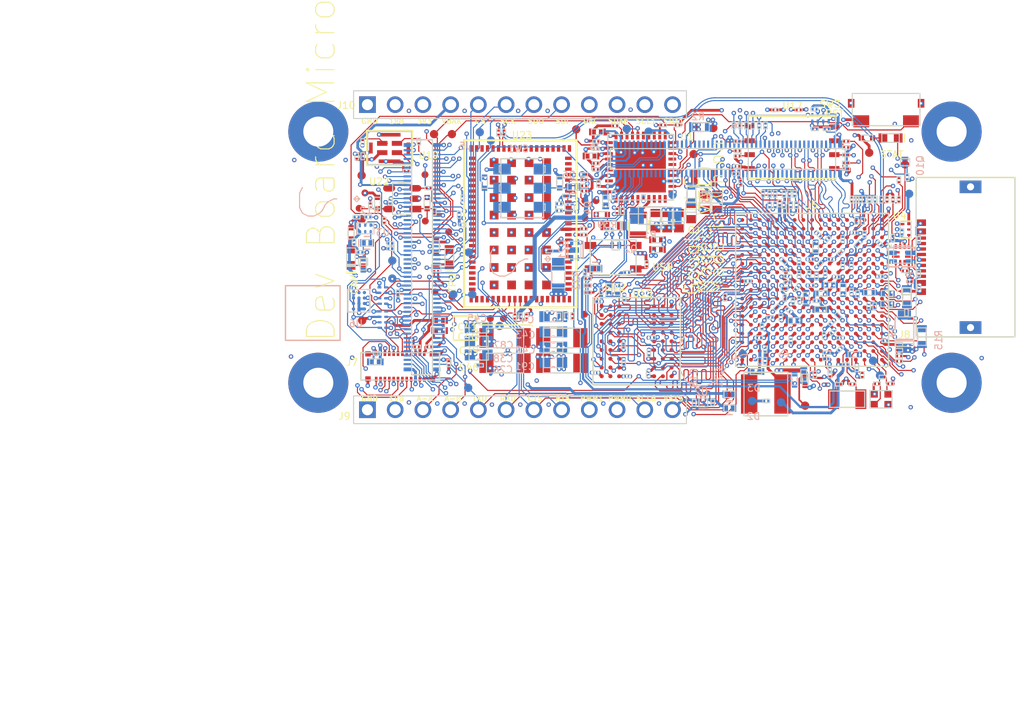
<source format=kicad_pcb>
(kicad_pcb (version 4) (host pcbnew "(2014-07-21 BZR 5016)-product")
  (layers (0 F.Cu signal) (1 In1.Cu signal) (2 In2.Cu signal) (3 In3.Cu signal) (4 In4.Cu signal) (5 In5.Cu signal) (6 In6.Cu signal) (31 B.Cu signal) (34 B.Paste user) (35 F.Paste user) (36 B.SilkS user) (37 F.SilkS user) (38 B.Mask user) (39 F.Mask user) (44 Edge.Cuts user))
  (net 0 "")
  (net 1 "Net1")
  (net 2 "NetQ4_3")
  (net 3 "VUSB_R")
  (net 4 "VSYS_SNVS_D")
  (net 5 "PRIVACY_ENABLE")
  (net 6 "NetR12_1")
  (net 7 "PRIVACY_OVERRIDE")
  (net 8 "LED_TPU_K")
  (net 9 "LED_PRIVACY_K")
  (net 10 "PRIVACY_ENABLE_FILT")
  (net 11 "DA_GPIO4_SYS_EN")
  (net 12 "USB_PORT")
  (net 13 "USB_PORT_RT")
  (net 14 "CON_DET")
  (net 15 "USDHC2_CMD")
  (net 16 "CRYPTO_RST_N")
  (net 17 "USB_DP_CON")
  (net 18 "USB_DN_CON")
  (net 19 "ENET_RGMII_TX_EN")
  (net 20 "ENET_RGMII_TXD3")
  (net 21 "VSYS_DA")
  (net 22 "ENET_RGMII_TXC")
  (net 23 "ENET_RGMII_TXD0")
  (net 24 "ENET_RGMII_TXD1")
  (net 25 "ENET_RGMII_TXD2")
  (net 26 "ONOFF")
  (net 27 "MCM_USB2_D_N")
  (net 28 "RT_XTALI")
  (net 29 "MIPI_DSI_D1_P")
  (net 30 "MIPI_DSI_D1_N")
  (net 31 "WL_ANT_SEL")
  (net 32 "WL_REG_ON")
  (net 33 "WL_HOST_WAKE")
  (net 34 "DA_GPIO0_WDOG_KICK")
  (net 35 "WAKEUP")
  (net 36 "VUSB")
  (net 37 "VSYS")
  (net 38 "VDDA_ADC_3P3")
  (net 39 "ADC_1V8_IN")
  (net 40 "VDDA_1P0")
  (net 41 "VDD_USB_3P3")
  (net 42 "VDD_USB_1P8")
  (net 43 "VDD_SOC_IN")
  (net 44 "VDD_SNVS")
  (net 45 "VDD_SNVS_DIG")
  (net 46 "VDD_SNVS_ANA")
  (net 47 "VDD_SNVS_3V3")
  (net 48 "VDD_MIPI_1P8")
  (net 49 "VDD_LPSR_IN")
  (net 50 "VDD_LPSR_DIG")
  (net 51 "VDD_LPSR_ANA")
  (net 52 "VDD_COIN_3V")
  (net 53 "VDD_3V3")
  (net 54 "VDD_3V3_SENSE")
  (net 55 "VDD_2V8_CAM")
  (net 56 "VDD_1V8")
  (net 57 "VDD_1V8_MIC")
  (net 58 "VDD_1V8_SENSE")
  (net 59 "VDD_1V8_CAM")
  (net 60 "VDD_1V8_AON")
  (net 61 "USDHC2_DATA3")
  (net 62 "USDHC2_DATA2")
  (net 63 "USDHC2_DATA1")
  (net 64 "USDHC2_DATA0")
  (net 65 "USDHC2_CLK")
  (net 66 "USB_OTG1_ID")
  (net 67 "USB_OTG1_ID_RT")
  (net 68 "USB_CC2")
  (net 69 "USB_CC1")
  (net 70 "TPU_RST_L")
  (net 71 "TPU_POW_EN")
  (net 72 "TPU_INTR")
  (net 73 "TPU_BOOT_FAIL")
  (net 74 "SPI6_SDO__JTAG_TDO")
  (net 75 "SPI6_SDI__JTAG_TDI")
  (net 76 "SPI6_SCK__JTAG_nTRST")
  (net 77 "LPSPI6_CS0")
  (net 78 "SEMC_WE")
  (net 79 "SEMC_RAS")
  (net 80 "SEMC_DM1")
  (net 81 "SEMC_DM0")
  (net 82 "SEMC_D15")
  (net 83 "SEMC_D14")
  (net 84 "SEMC_D13")
  (net 85 "SEMC_D12")
  (net 86 "SEMC_D11")
  (net 87 "SEMC_D10")
  (net 88 "SEMC_D9")
  (net 89 "SEMC_D8")
  (net 90 "SEMC_D7")
  (net 91 "SEMC_D6")
  (net 92 "SEMC_D5")
  (net 93 "SEMC_D4")
  (net 94 "SEMC_D3")
  (net 95 "SEMC_D2")
  (net 96 "SEMC_D1")
  (net 97 "SEMC_D0")
  (net 98 "SEMC_CS0")
  (net 99 "SEMC_CLK")
  (net 100 "SEMC_CKE")
  (net 101 "SEMC_CAS")
  (net 102 "SEMC_BA1")
  (net 103 "SEMC_BA0")
  (net 104 "SEMC_A12")
  (net 105 "SEMC_A11")
  (net 106 "SEMC_A10")
  (net 107 "SEMC_A9")
  (net 108 "SEMC_A8")
  (net 109 "SEMC_A7")
  (net 110 "SEMC_A6")
  (net 111 "SEMC_A5")
  (net 112 "SEMC_A4")
  (net 113 "SEMC_A3")
  (net 114 "SEMC_A2")
  (net 115 "SEMC_A1")
  (net 116 "SEMC_A0")
  (net 117 "SDRAM_1V8")
  (net 118 "SAI2_TX_SYNC")
  (net 119 "SAI2_TX_DATA")
  (net 120 "SAI2_TX_BCLK")
  (net 121 "SAI2_RX_SYNC")
  (net 122 "SAI2_RX_DATA")
  (net 123 "SAI2_RX_BCLK")
  (net 124 "SAI2_MCLK")
  (net 125 "RGMII1_PHY_INTB")
  (net 126 "QSPI_1V8")
  (net 127 "DA_nONKEY")
  (net 128 "POR_B")
  (net 129 "PMIC_STBY_REQ")
  (net 130 "PMIC_ON_REQ")
  (net 131 "MCM_AON_PMIC_EN")
  (net 132 "LPUART1_TXD")
  (net 133 "NetTP44_1")
  (net 134 "NetTP40_1")
  (net 135 "SEMC_DQS4")
  (net 136 "RT_CLK1_P")
  (net 137 "RT_CLK1_N")
  (net 138 "NetTP8_1")
  (net 139 "SEMC_CLK_R")
  (net 140 "MCM_AON")
  (net 141 "USB2_TPU_N")
  (net 142 "USB2_TPU_P")
  (net 143 "MCM_LDO_EN")
  (net 144 "MIC_CH_SEL")
  (net 145 "MIC_CLK_R")
  (net 146 "Flash_D1")
  (net 147 "Flash_D0")
  (net 148 "Flash_SCK")
  (net 149 "Flash_D2")
  (net 150 "Flash_D3")
  (net 151 "Flash_CS")
  (net 152 "LPUART1_RXD")
  (net 153 "CSI_MCLK_RT")
  (net 154 "WIFI_SDIO_D3_R")
  (net 155 "WIFI_SDIO_D2_R")
  (net 156 "WIFI_SDIO_D1_R")
  (net 157 "WIFI_SDIO_D0_R")
  (net 158 "WIFI_SDIO_CMD_R")
  (net 159 "RT_TEST_MODE")
  (net 160 "DA_IREF")
  (net 161 "LED_TPU")
  (net 162 "LED_BRD_K")
  (net 163 "LED_BRD_A")
  (net 164 "LED_USR_K")
  (net 165 "LED_USR_A")
  (net 166 "LED_PRIVACY")
  (net 167 "RT_DCDC_L_2")
  (net 168 "RT_DCDC_L_1")
  (net 169 "OTG1_D_P")
  (net 170 "OTG1_D_N")
  (net 171 "MIPI_DSI_CK_N")
  (net 172 "MIPI_DSI_CK_P")
  (net 173 "MIPI_DSI_D0_N")
  (net 174 "MIPI_DSI_D0_P")
  (net 175 "MIPI_CSI_CK_N")
  (net 176 "MIPI_CSI_CK_P")
  (net 177 "MIPI_CSI_D1_N")
  (net 178 "MIPI_CSI_D1_P")
  (net 179 "MIPI_CSI_D0_N")
  (net 180 "MIPI_CSI_D0_P")
  (net 181 "WIFI_SDIO_D3")
  (net 182 "WIFI_SDIO_D2")
  (net 183 "WIFI_SDIO_D1")
  (net 184 "WIFI_SDIO_D0")
  (net 185 "WIFI_SDIO_CLK")
  (net 186 "WIFI_SDIO_CMD")
  (net 187 "LPUART2_CTS_B")
  (net 188 "DAC_OUT")
  (net 189 "RT_XTALO")
  (net 190 "RT_DCDC_MODE")
  (net 191 "VDD_MIPI_1P0")
  (net 192 "NetC242_1")
  (net 193 "DCDC_1V8_OUT_SENSE")
  (net 194 "RTC_XTALI")
  (net 195 "RTC_XTALO")
  (net 196 "MCM_1V8_R")
  (net 197 "MCM_LDO_IN")
  (net 198 "NetC57_1")
  (net 199 "NetC34_1")
  (net 200 "DA_VREF")
  (net 201 "MIC_CLK")
  (net 202 "MCU_DCDC_IN")
  (net 203 "MCM_USB_SEL")
  (net 204 "MCM_USB2_D_P")
  (net 205 "MCM_SD_ALARM")
  (net 206 "MCM_BT_PHY_PRG")
  (net 207 "MCM_3V3")
  (net 208 "MCM_3V3_SENSE")
  (net 209 "MCM_1V8")
  (net 210 "LPUART8_TXD")
  (net 211 "LPUART8_RXD")
  (net 212 "LPUART6_TXD")
  (net 213 "LPUART6_RXD")
  (net 214 "LPUART6_RTS_B")
  (net 215 "LPUART6_CTS_B")
  (net 216 "LPUART2_TXD")
  (net 217 "LPUART2_RXD")
  (net 218 "LPUART2_RTS_B")
  (net 219 "LPUART2_CTS_B_R")
  (net 220 "LPUART1_TXD_BT")
  (net 221 "LPUART1_RXD_BT")
  (net 222 "LPSPI1_SDO")
  (net 223 "LPSPI1_SDI")
  (net 224 "LPSPI1_SCK")
  (net 225 "LPSPI1_PCS0")
  (net 226 "I2C1_SCL")
  (net 227 "I2C1_SDA")
  (net 228 "I2C6_SDA")
  (net 229 "I2C6_SCL")
  (net 230 "I2C5_SDA")
  (net 231 "I2C5_SDA_MCM")
  (net 232 "I2C5_SDA_CAM")
  (net 233 "I2C5_SCL")
  (net 234 "I2C5_SCL_MCM")
  (net 235 "I2C5_SCL_CAM")
  (net 236 "WIFI_POWER_EN")
  (net 237 "GPIO_SNVS_08")
  (net 238 "GPIO_SNVS_07")
  (net 239 "GPIO_SNVS_06")
  (net 240 "CAMERA_INT")
  (net 241 "GPIO_SNVS_04")
  (net 242 "USER_LED")
  (net 243 "BRD_STAT_LED")
  (net 244 "USER_BUTTON")
  (net 245 "GND")
  (net 246 "FlexSPI_A_SS0")
  (net 247 "FlexSPI_A_D3")
  (net 248 "FlexSPI_A_D2")
  (net 249 "FlexSPI_A_D1")
  (net 250 "FlexSPI_A_D0")
  (net 251 "FlexSPI_A_CLK")
  (net 252 "FLEXPWM2_PWM1_B")
  (net 253 "FLEXPWM2_PWM1_A")
  (net 254 "FLEXPWM1_PWM1_B")
  (net 255 "FLEXPWM1_PWM1_A")
  (net 256 "FLEXPWM1_PWM0_B")
  (net 257 "FLEXPWM1_PWM0_A")
  (net 258 "ETHPHY_RST_B")
  (net 259 "ENET_RGMII_RXD3")
  (net 260 "ENET_RGMII_RXD2")
  (net 261 "ENET_RGMII_RXD1")
  (net 262 "ENET_RGMII_RXD0")
  (net 263 "ENET_RGMII_RXC")
  (net 264 "ENET_RGMII_RX_EN")
  (net 265 "ENET_RGMII_MDIO")
  (net 266 "ENET_RGMII_MDC")
  (net 267 "DVDD15")
  (net 268 "DMIC_DATA3__JTAG_TMS")
  (net 269 "DMIC_DATA2__JTAG_TCK")
  (net 270 "DMIC_DATA1")
  (net 271 "DMIC_DATA0")
  (net 272 "DMIC_DATA0_ONBOARD")
  (net 273 "DCDC_PSWITCH")
  (net 274 "DCDC_1V8_OUT")
  (net 275 "DA_VDDCORE")
  (net 276 "DA_nRESET")
  (net 277 "DA_nRESETREQ")
  (net 278 "DA_nIRQ")
  (net 279 "DA_GPIO3")
  (net 280 "DA_GPIO2")
  (net 281 "CSI_VSYNC")
  (net 282 "CSI_PIXCLK")
  (net 283 "CSI_MCLK")
  (net 284 "CSI_HSYNC")
  (net 285 "CSI_DATA09")
  (net 286 "CSI_DATA08")
  (net 287 "CSI_DATA07")
  (net 288 "CSI_DATA06")
  (net 289 "CSI_DATA05")
  (net 290 "CSI_DATA04")
  (net 291 "CSI_DATA03")
  (net 292 "CSI_DATA02")
  (net 293 "CAMERA_TRIG")
  (net 294 "BUCK3_SW")
  (net 295 "BUCK2_SW")
  (net 296 "BT_REG_ON")
  (net 297 "BT_HOST_WAKE")
  (net 298 "BT_DEV_WAKE")
  (net 299 "BT_CFG_IO_EN")
  (net 300 "BT_CFG2_3")
  (net 301 "BT_CFG2_2")
  (net 302 "BT_CFG2_1")
  (net 303 "BT_CFG2_0")
  (net 304 "BT_CFG1_7")
  (net 305 "BT_CFG1_6")
  (net 306 "BT_CFG1_5_ENET_RGMII_TXC")
  (net 307 "BT_CFG1_4_ENET_RGMII_TX_EN")
  (net 308 "BT_CFG1_3_ENET_RGMII_TXD0")
  (net 309 "BT_CFG1_2_ENET_RGMII_TXD1")
  (net 310 "BT_CFG1_1_ENET_RGMII_TXD2")
  (net 311 "BT_CFG1_0_ENET_RGMII_TXD3")
  (net 312 "BOOT_MODE1")
  (net 313 "BOOT_MODE0")
  (net 314 "ADC1_CH2B")
  (net 315 "ADC1_CH2A")
  (net 316 "ADC1_CH0B")
  (net 317 "ADC1_CH0A")
  (module "C1206Y_1.90MM" (layer F.Cu) (at 46 -32.7)
    (fp_text reference "C46" hide)
    (fp_text value "C46" (at 0 0) (layer F.SilkS) (effects (font (thickness 0.05))))
    (fp_text value "CAP, CER, X5R, 100UF, 6.3V, 20%, 1206" hide)
    (pad "1" smd rect (at 1.70000 0.00000 180) (size 1.3 1.8) (layers F.Cu) (net 207 "MCM_3V3"))
    (pad "2" smd rect (at -1.70000 0.00000 180) (size 1.3 1.8) (layers F.Cu) (net 245 "GND"))
  )
  (module "C1206Y_1.90MM" (layer F.Cu) (at 46 -35)
    (fp_text reference "C39" hide)
    (fp_text value "C39" (at 0 0) (layer F.SilkS) (effects (font (thickness 0.05))))
    (fp_text value "CAP, CER, X5R, 100UF, 6.3V, 20%, 1206" hide)
    (pad "1" smd rect (at 1.70000 0.00000 180) (size 1.3 1.8) (layers F.Cu) (net 207 "MCM_3V3"))
    (pad "2" smd rect (at -1.70000 0.00000 180) (size 1.3 1.8) (layers F.Cu) (net 245 "GND"))
  )
  (module "R0201_MOD" (layer B.Cu) (at 55.58 -44.958)
    (fp_text reference "R39" hide)
    (fp_text value "R39" (at 0 0) (layer F.SilkS) (effects (font (thickness 0.05))))
    (fp_text value "RES, 4.7K, 5%, 1/20W, 0201" hide)
    (pad "1" smd roundrect (at 0.22500 0.00000 90) (size 0.3 0.26) (layers B.Cu) (net 245 "GND"))
    (pad "2" smd roundrect (at -0.22500 0.00000 90) (size 0.3 0.26) (layers B.Cu) (net 71 "TPU_POW_EN"))
  )
  (module "C0603" (layer B.Cu) (at 43.5864 -35.941)
    (fp_text reference "C45" hide)
    (fp_text value "C45" (at 0 0) (layer F.SilkS) (effects (font (thickness 0.05))))
    (fp_text value "CAP, CER, X5R, 22uF, 20%, 10V, 0603" hide)
    (pad "1" smd rect (at -0.80000 0.00000 270) (size 1 0.95) (layers B.Cu) (net 37 "VSYS"))
    (pad "2" smd rect (at 0.80000 0.00000 270) (size 1 0.95) (layers B.Cu) (net 245 "GND"))
  )
  (module "C0603" (layer B.Cu) (at 50.419 -36.957)
    (fp_text reference "C44" hide)
    (fp_text value "C44" (at 0 0) (layer F.SilkS) (effects (font (thickness 0.05))))
    (fp_text value "CAP, CER, X5R, 22uF, 20%, 10V, 0603" hide)
    (pad "1" smd rect (at -0.80000 0.00000 270) (size 1 0.95) (layers B.Cu) (net 207 "MCM_3V3"))
    (pad "2" smd rect (at 0.80000 0.00000 270) (size 1 0.95) (layers B.Cu) (net 245 "GND"))
  )
  (module "C0603" (layer B.Cu) (at 50.419 -35.56)
    (fp_text reference "C43" hide)
    (fp_text value "C43" (at 0 0) (layer F.SilkS) (effects (font (thickness 0.05))))
    (fp_text value "CAP, CER, X5R, 22uF, 20%, 10V, 0603" hide)
    (pad "2" smd rect (at 0.80000 0.00000 270) (size 1 0.95) (layers B.Cu) (net 245 "GND"))
    (pad "1" smd rect (at -0.80000 0.00000 270) (size 1 0.95) (layers B.Cu) (net 207 "MCM_3V3"))
  )
  (module "C0603" (layer B.Cu) (at 50.419 -34.163)
    (fp_text reference "C42" hide)
    (fp_text value "C42" (at 0 0) (layer F.SilkS) (effects (font (thickness 0.05))))
    (fp_text value "CAP, CER, X5R, 22uF, 20%, 10V, 0603" hide)
    (pad "2" smd rect (at 0.80000 0.00000 270) (size 1 0.95) (layers B.Cu) (net 245 "GND"))
    (pad "1" smd rect (at -0.80000 0.00000 270) (size 1 0.95) (layers B.Cu) (net 207 "MCM_3V3"))
  )
  (module "C1206Y_1.90MM" (layer F.Cu) (at 51.2 -35)
    (fp_text reference "C41" hide)
    (fp_text value "C41" (at 0 0) (layer F.SilkS) (effects (font (thickness 0.05))))
    (fp_text value "CAP, CER, X5R, 100UF, 6.3V, 20%, 1206" hide)
    (pad "1" smd rect (at -1.70000 0.00000) (size 1.3 1.8) (layers F.Cu) (net 207 "MCM_3V3"))
    (pad "2" smd rect (at 1.70000 0.00000) (size 1.3 1.8) (layers F.Cu) (net 245 "GND"))
  )
  (module "C1206Y_1.90MM" (layer F.Cu) (at 51.2 -32.7)
    (fp_text reference "C40" hide)
    (fp_text value "C40" (at 0 0) (layer F.SilkS) (effects (font (thickness 0.05))))
    (fp_text value "CAP, CER, X5R, 100UF, 6.3V, 20%, 1206" hide)
    (pad "1" smd rect (at -1.70000 0.00000) (size 1.3 1.8) (layers F.Cu) (net 207 "MCM_3V3"))
    (pad "2" smd rect (at 1.70000 0.00000) (size 1.3 1.8) (layers F.Cu) (net 245 "GND"))
  )
  (module "R0201_MOD" (layer B.Cu) (at 50.9524 -46.6598)
    (fp_text reference "R31" hide)
    (fp_text value "R31" (at 0 0) (layer F.SilkS) (effects (font (thickness 0.05))))
    (fp_text value "RES, 100, 5%, 1/20W, 0201" hide)
    (pad "2" smd roundrect (at -0.22500 0.00000 90) (size 0.3 0.26) (layers B.Cu) (net 313 "BOOT_MODE0"))
    (pad "1" smd roundrect (at 0.22500 0.00000 90) (size 0.3 0.26) (layers B.Cu) (net 2 "NetQ4_3"))
  )
  (module "R0201_MOD" (layer B.Cu) (at 50.9476 -47.2948)
    (fp_text reference "R30" hide)
    (fp_text value "R30" (at 0 0) (layer F.SilkS) (effects (font (thickness 0.05))))
    (fp_text value "RES, 4.7K, 5%, 1/20W, 0201" hide)
    (pad "1" smd roundrect (at -0.22500 0.00000 270) (size 0.3 0.26) (layers B.Cu) (net 313 "BOOT_MODE0"))
    (pad "2" smd roundrect (at 0.22500 0.00000 270) (size 0.3 0.26) (layers B.Cu) (net 56 "VDD_1V8"))
  )
  (module "R0201_MOD" (layer B.Cu) (at 51.5922 -48.006)
    (fp_text reference "R29" hide)
    (fp_text value "R29" (at 0 0) (layer F.SilkS) (effects (font (thickness 0.05))))
    (fp_text value "RES, 4.7K, 5%, 1/20W, 0201" hide)
    (pad "2" smd roundrect (at -0.22500 0.00000 90) (size 0.3 0.26) (layers B.Cu) (net 56 "VDD_1V8"))
    (pad "1" smd roundrect (at 0.22500 0.00000 90) (size 0.3 0.26) (layers B.Cu) (net 312 "BOOT_MODE1"))
  )
  (module "3XDFN" (layer B.Cu) (at 51.9148 -46.9952)
    (fp_text reference "Q4" hide)
    (fp_text value "Q4" (at 0 0) (layer F.SilkS) (effects (font (thickness 0.05))))
    (fp_text value "MOSFET, N-CH, 30V, 0.55A, DMN3900" hide)
    (pad "3" smd rect (at 0.00000 0.32500 270) (size 0.35 0.6) (layers B.Cu) (net 2 "NetQ4_3"))
    (pad "2" smd rect (at 0.17500 -0.32500 180) (size 0.1905 0.35) (layers B.Cu) (net 245 "GND"))
    (pad "1" smd rect (at -0.17500 -0.32500 180) (size 0.1905 0.35) (layers B.Cu) (net 312 "BOOT_MODE1"))
  )
  (module "D0402_H0.55MM" (layer B.Cu) (at 52.2418 -48.8442)
    (fp_text reference "D6" hide)
    (fp_text value "D6" (at 0 0) (layer F.SilkS) (effects (font (thickness 0.05))))
    (fp_text value "DIODE, SCHOTTKY, 40V VRRM, 30mA IO, 500mA SURGE, 0402" hide)
    (pad "A" smd rect (at -0.37500 0.00000 180) (size 0.5 0.7) (layers B.Cu) (net 312 "BOOT_MODE1"))
    (pad "K" smd rect (at 0.37500 0.00000 180) (size 0.5 0.7) (layers B.Cu) (net 127 "DA_nONKEY"))
  )
  (module "R0201_MOD" (layer B.Cu) (at 74.3712 -54.1528)
    (fp_text reference "R27" hide)
    (fp_text value "R27" (at 0 0) (layer F.SilkS) (effects (font (thickness 0.05))))
    (fp_text value "RES, 100K, 1%, 1/20W, 0201" hide)
    (pad "1" smd roundrect (at -0.22500 0.00000 270) (size 0.3 0.26) (layers B.Cu) (net 245 "GND"))
    (pad "2" smd roundrect (at 0.22500 0.00000 270) (size 0.3 0.26) (layers B.Cu) (net 299 "BT_CFG_IO_EN"))
  )
  (module "R0201_MOD" (layer B.Cu) (at 69.85 -54.4576)
    (fp_text reference "R26" hide)
    (fp_text value "R26" (at 0 0) (layer F.SilkS) (effects (font (thickness 0.05))))
    (fp_text value "RES, 0.0, 1/20W, 0201" hide)
    (pad "2" smd roundrect (at 0.00000 -0.22500) (size 0.3 0.26) (layers B.Cu) (net 306 "BT_CFG1_5_ENET_RGMII_TXC"))
    (pad "1" smd roundrect (at 0.00000 0.22500) (size 0.3 0.26) (layers B.Cu) (net 22 "ENET_RGMII_TXC"))
  )
  (module "R0201_MOD" (layer B.Cu) (at 69.27088 -54.4576)
    (fp_text reference "R20" hide)
    (fp_text value "R20" (at 0 0) (layer F.SilkS) (effects (font (thickness 0.05))))
    (fp_text value "RES, 0.0, 1/20W, 0201" hide)
    (pad "1" smd roundrect (at 0.00000 0.22500) (size 0.3 0.26) (layers B.Cu) (net 19 "ENET_RGMII_TX_EN"))
    (pad "2" smd roundrect (at 0.00000 -0.22500) (size 0.3 0.26) (layers B.Cu) (net 307 "BT_CFG1_4_ENET_RGMII_TX_EN"))
  )
  (module "R0201_MOD" (layer B.Cu) (at 68.69176 -54.4576)
    (fp_text reference "R19" hide)
    (fp_text value "R19" (at 0 0) (layer F.SilkS) (effects (font (thickness 0.05))))
    (fp_text value "RES, 0.0, 1/20W, 0201" hide)
    (pad "2" smd roundrect (at 0.00000 -0.22500) (size 0.3 0.26) (layers B.Cu) (net 308 "BT_CFG1_3_ENET_RGMII_TXD0"))
    (pad "1" smd roundrect (at 0.00000 0.22500) (size 0.3 0.26) (layers B.Cu) (net 23 "ENET_RGMII_TXD0"))
  )
  (module "R0201_MOD" (layer B.Cu) (at 68.11264 -54.4576)
    (fp_text reference "R18" hide)
    (fp_text value "R18" (at 0 0) (layer F.SilkS) (effects (font (thickness 0.05))))
    (fp_text value "RES, 0.0, 1/20W, 0201" hide)
    (pad "1" smd roundrect (at 0.00000 0.22500) (size 0.3 0.26) (layers B.Cu) (net 24 "ENET_RGMII_TXD1"))
    (pad "2" smd roundrect (at 0.00000 -0.22500) (size 0.3 0.26) (layers B.Cu) (net 309 "BT_CFG1_2_ENET_RGMII_TXD1"))
  )
  (module "R0201_MOD" (layer B.Cu) (at 67.53352 -54.4576)
    (fp_text reference "R16" hide)
    (fp_text value "R16" (at 0 0) (layer F.SilkS) (effects (font (thickness 0.05))))
    (fp_text value "RES, 0.0, 1/20W, 0201" hide)
    (pad "2" smd roundrect (at 0.00000 -0.22500) (size 0.3 0.26) (layers B.Cu) (net 310 "BT_CFG1_1_ENET_RGMII_TXD2"))
    (pad "1" smd roundrect (at 0.00000 0.22500) (size 0.3 0.26) (layers B.Cu) (net 25 "ENET_RGMII_TXD2"))
  )
  (module "R0201_MOD" (layer B.Cu) (at 66.9544 -54.4576)
    (fp_text reference "R10" hide)
    (fp_text value "R10" (at 0 0) (layer F.SilkS) (effects (font (thickness 0.05))))
    (fp_text value "RES, 0.0, 1/20W, 0201" hide)
    (pad "1" smd roundrect (at 0.00000 0.22500) (size 0.3 0.26) (layers B.Cu) (net 20 "ENET_RGMII_TXD3"))
    (pad "2" smd roundrect (at 0.00000 -0.22500) (size 0.3 0.26) (layers B.Cu) (net 311 "BT_CFG1_0_ENET_RGMII_TXD3"))
  )
  (module "R0201_MOD" (layer B.Cu) (at 78.5368 -47.6758)
    (fp_text reference "R143" hide)
    (fp_text value "R143" (at 0 0) (layer F.SilkS) (effects (font (thickness 0.05))))
    (fp_text value "RES, 4.7K, 5%, 1/20W, 0201" hide)
    (pad "2" smd roundrect (at 0.00000 -0.22500) (size 0.3 0.26) (layers B.Cu) (net 274 "DCDC_1V8_OUT"))
    (pad "1" smd roundrect (at 0.00000 0.22500) (size 0.3 0.26) (layers B.Cu) (net 307 "BT_CFG1_4_ENET_RGMII_TX_EN"))
  )
  (module "SON50P145X100X50-6" (layer F.Cu) (at 82.677 -44.9326)
    (fp_text reference "U4" hide)
    (fp_text value "U4" (at 0 0) (layer F.SilkS) (effects (font (thickness 0.05))))
    (fp_text value "IC, TRANSLATOR, 74AXP1, UNIDIR, 1-CH, NON-INVERTED O/P, LOW NOISE OVERSHOOT, XSON-6" hide)
    (pad "1" smd roundrect (at -0.27500 -0.50000 180) (size 0.35 0.2) (layers F.Cu) (net 56 "VDD_1V8"))
    (pad "2" smd roundrect (at -0.30000 0.00000 180) (size 0.3 0.2) (layers F.Cu) (net 13 "USB_PORT_RT"))
    (pad "3" smd roundrect (at -0.30000 0.50000 180) (size 0.3 0.2) (layers F.Cu) (net 245 "GND"))
    (pad "4" smd roundrect (at 0.30000 0.50000) (size 0.3 0.2) (layers F.Cu) (net 12 "USB_PORT"))
    (pad "5" smd roundrect (at 0.30000 0.00000) (size 0.3 0.2) (layers F.Cu))
    (pad "6" smd roundrect (at 0.30000 -0.50000) (size 0.3 0.2) (layers F.Cu) (net 36 "VUSB"))
  )
  (module "C0603" (layer B.Cu) (at 43.5864 -33.4518)
    (fp_text reference "C38" hide)
    (fp_text value "C38" (at 0 0) (layer F.SilkS) (effects (font (thickness 0.05))))
    (fp_text value "CAP, CER, X5R, 22uF, 20%, 10V, 0603" hide)
    (pad "1" smd rect (at -0.80000 0.00000 270) (size 1 0.95) (layers B.Cu) (net 37 "VSYS"))
    (pad "2" smd rect (at 0.80000 0.00000 270) (size 1 0.95) (layers B.Cu) (net 245 "GND"))
  )
  (module "SON50P145X100X60-6" (layer B.Cu) (at 33.1978 -45.0342)
    (fp_text reference "U3" hide)
    (fp_text value "U3" (at 0 0) (layer F.SilkS) (effects (font (thickness 0.05))))
    (fp_text value "IC, BUFFER, 74LVC1G126, NON-INVERT, SINGLE ELEMENT, 3-STATE O/P, 32mA, 1.65V TO 5.5V VIN, UFDFN-6" hide)
    (pad "1" smd roundrect (at -0.50000 -0.27500 90) (size 0.35 0.2) (layers B.Cu) (net 6 "NetR12_1"))
    (pad "2" smd roundrect (at 0.00000 -0.30000 90) (size 0.3 0.2) (layers B.Cu) (net 281 "CSI_VSYNC"))
    (pad "3" smd roundrect (at 0.50000 -0.30000 90) (size 0.3 0.2) (layers B.Cu) (net 245 "GND"))
    (pad "4" smd roundrect (at 0.50000 0.30000 270) (size 0.3 0.2) (layers B.Cu) (net 5 "PRIVACY_ENABLE"))
    (pad "5" smd roundrect (at 0.00000 0.30000 270) (size 0.3 0.2) (layers B.Cu))
    (pad "6" smd roundrect (at -0.50000 0.30000 270) (size 0.3 0.2) (layers B.Cu) (net 59 "VDD_1V8_CAM"))
  )
  (module "R0603" (layer B.Cu) (at 84.1756 -35.1282)
    (fp_text reference "R15" hide)
    (fp_text value "R15" (at 0 0) (layer F.SilkS) (effects (font (thickness 0.05))))
    (fp_text value "RES, 0, JUMPER, 1/8W, 0603" hide)
    (pad "1" smd rect (at 0.00000 0.72500) (size 0.9 0.65) (layers B.Cu) (net 37 "VSYS"))
    (pad "2" smd rect (at 0.00000 -0.72500) (size 0.9 0.65) (layers B.Cu) (net 3 "VUSB_R"))
  )
  (module "R0603" (layer B.Cu) (at 82.804 -38.7858)
    (fp_text reference "R8" hide)
    (fp_text value "R8" (at 0 0) (layer F.SilkS) (effects (font (thickness 0.05))))
    (fp_text value "RES, 0, JUMPER, 1/8W, 0603" hide)
    (pad "2" smd rect (at 0.00000 -0.72500) (size 0.9 0.65) (layers B.Cu) (net 36 "VUSB"))
    (pad "1" smd rect (at 0.00000 0.72500) (size 0.9 0.65) (layers B.Cu) (net 3 "VUSB_R"))
  )
  (module "C0201_MOD" (layer B.Cu) (at 32.1818 -43.769)
    (fp_text reference "C37" hide)
    (fp_text value "C37" (at 0 0) (layer F.SilkS) (effects (font (thickness 0.05))))
    (fp_text value "CAP, CER, X5R, 0.1uF, 25V, 20%, 0201, 0.33mm T" hide)
    (pad "1" smd roundrect (at 0.00000 -0.22500 180) (size 0.3 0.26) (layers B.Cu) (net 59 "VDD_1V8_CAM"))
    (pad "2" smd roundrect (at 0.00000 0.22500 180) (size 0.3 0.26) (layers B.Cu) (net 245 "GND"))
  )
  (module "R0201_MOD" (layer B.Cu) (at 71.5518 -48.2044)
    (fp_text reference "R145" hide)
    (fp_text value "R145" (at 0 0) (layer F.SilkS) (effects (font (thickness 0.05))))
    (fp_text value "RES, 4.7K, 5%, 1/20W, 0201" hide)
    (pad "1" smd roundrect (at 0.00000 0.22500) (size 0.3 0.26) (layers B.Cu) (net 305 "BT_CFG1_6"))
    (pad "2" smd roundrect (at 0.00000 -0.22500) (size 0.3 0.26) (layers B.Cu) (net 274 "DCDC_1V8_OUT"))
  )
  (module "3XDFN" (layer B.Cu) (at 82.629 -51.0996)
    (fp_text reference "Q10" hide)
    (fp_text value "Q10" (at 0 0) (layer F.SilkS) (effects (font (thickness 0.05))))
    (fp_text value "MOSFET, N-CH, 30V, 0.55A, DMN3900" hide)
    (pad "3" smd rect (at 0.00000 -0.32500 90) (size 0.35 0.6) (layers B.Cu) (net 162 "LED_BRD_K"))
    (pad "2" smd rect (at -0.17500 0.32500) (size 0.1905 0.35) (layers B.Cu) (net 245 "GND"))
    (pad "1" smd rect (at 0.17500 0.32500) (size 0.1905 0.35) (layers B.Cu) (net 243 "BRD_STAT_LED"))
  )
  (module "TESTPAD_SMT_30MIL" (layer F.Cu) (at 32.9184 -36.6014)
    (fp_text reference "TP7" hide)
    (fp_text value "TP7" (at 0 0) (layer F.SilkS) (effects (font (thickness 0.05))))
    (fp_text value "TESTPAD_SMT_30MIL" hide)
    (pad "1" smd circle (at 0.00000 0.00000 90) (size 0.762 0.762) (layers F.Cu) (net 59 "VDD_1V8_CAM"))
  )
  (module "R0201_MOD" (layer B.Cu) (at 32.4065 -46.0669)
    (fp_text reference "R13" hide)
    (fp_text value "R13" (at 0 0) (layer F.SilkS) (effects (font (thickness 0.05))))
    (fp_text value "RES, 100K, 1%, 1/20W, 0201" hide)
    (pad "2" smd roundrect (at -0.22500 0.00000 90) (size 0.3 0.26) (layers B.Cu) (net 59 "VDD_1V8_CAM"))
    (pad "1" smd roundrect (at 0.22500 0.00000 90) (size 0.3 0.26) (layers B.Cu) (net 6 "NetR12_1"))
  )
  (module "R0201_MOD" (layer B.Cu) (at 33.4724 -46.0756)
    (fp_text reference "R12" hide)
    (fp_text value "R12" (at 0 0) (layer F.SilkS) (effects (font (thickness 0.05))))
    (fp_text value "RES, 0.0, 1/20W, 0201" hide)
    (pad "1" smd roundrect (at -0.22500 0.00000 270) (size 0.3 0.26) (layers B.Cu) (net 6 "NetR12_1"))
    (pad "2" smd roundrect (at 0.22500 0.00000 270) (size 0.3 0.26) (layers B.Cu) (net 7 "PRIVACY_OVERRIDE"))
  )
  (module "R0402" (layer B.Cu) (at 33.02 -41.7402)
    (fp_text reference "R11" hide)
    (fp_text value "R11" (at 0 0) (layer F.SilkS) (effects (font (thickness 0.05))))
    (fp_text value "Resistor, 10.0M Ohms, 0402, 0.063W, �1%" hide)
    (pad "1" smd rect (at 0.00000 0.51250) (size 0.5 0.475) (layers B.Cu) (net 245 "GND"))
    (pad "2" smd rect (at 0.00000 -0.51250) (size 0.5 0.475) (layers B.Cu) (net 10 "PRIVACY_ENABLE_FILT"))
  )
  (module "3XDFN" (layer F.Cu) (at 39.7002 -41.3766)
    (fp_text reference "Q3" hide)
    (fp_text value "Q3" (at 0 0) (layer F.SilkS) (effects (font (thickness 0.05))))
    (fp_text value "MOSFET, N-CH, 30V, 0.55A, DMN3900" hide)
    (pad "1" smd rect (at -0.17500 0.32500 180) (size 0.1905 0.35) (layers F.Cu) (net 255 "FLEXPWM1_PWM1_A"))
    (pad "2" smd rect (at 0.17500 0.32500 180) (size 0.1905 0.35) (layers F.Cu) (net 245 "GND"))
    (pad "3" smd rect (at 0.00000 -0.32500 90) (size 0.35 0.6) (layers F.Cu) (net 8 "LED_TPU_K"))
  )
  (module "3XDFN" (layer F.Cu) (at 32.9946 -41.981)
    (fp_text reference "Q1" hide)
    (fp_text value "Q1" (at 0 0) (layer F.SilkS) (effects (font (thickness 0.05))))
    (fp_text value "MOSFET, N-CH, 30V, 0.55A, DMN3900" hide)
    (pad "1" smd rect (at 0.17500 -0.32500) (size 0.1905 0.35) (layers F.Cu) (net 10 "PRIVACY_ENABLE_FILT"))
    (pad "2" smd rect (at -0.17500 -0.32500) (size 0.1905 0.35) (layers F.Cu) (net 245 "GND"))
    (pad "3" smd rect (at 0.00000 0.32500 270) (size 0.35 0.6) (layers F.Cu) (net 9 "LED_PRIVACY_K"))
  )
  (module "D0402_H0.55MM" (layer B.Cu) (at 33.37 -43.7134)
    (fp_text reference "D5" hide)
    (fp_text value "D5" (at 0 0) (layer F.SilkS) (effects (font (thickness 0.05))))
    (fp_text value "DIODE, SCHOTTKY, 40V VRRM, 30mA IO, 500mA SURGE, 0402" hide)
    (pad "K" smd rect (at -0.37500 0.00000) (size 0.5 0.7) (layers B.Cu) (net 10 "PRIVACY_ENABLE_FILT"))
    (pad "A" smd rect (at 0.37500 0.00000) (size 0.5 0.7) (layers B.Cu) (net 5 "PRIVACY_ENABLE"))
  )
  (module "C0201_MOD" (layer B.Cu) (at 32.75 -42.8498)
    (fp_text reference "C36" hide)
    (fp_text value "C36" (at 0 0) (layer F.SilkS) (effects (font (thickness 0.05))))
    (fp_text value "CAP, CER, X6S, 0.047uF, 16V, 10%, 0201, 0.33mm T" hide)
    (pad "1" smd roundrect (at 0.22500 0.00000 90) (size 0.3 0.26) (layers B.Cu) (net 10 "PRIVACY_ENABLE_FILT"))
    (pad "2" smd roundrect (at -0.22500 0.00000 90) (size 0.3 0.26) (layers B.Cu) (net 245 "GND"))
  )
  (module "R0201_MOD" (layer B.Cu) (at 78.7654 -45.72)
    (fp_text reference "R142" hide)
    (fp_text value "R142" (at 0 0) (layer F.SilkS) (effects (font (thickness 0.05))))
    (fp_text value "RES, 4.7K, 5%, 1/20W, 0201" hide)
    (pad "2" smd roundrect (at 0.00000 -0.22500) (size 0.3 0.26) (layers B.Cu) (net 274 "DCDC_1V8_OUT"))
    (pad "1" smd roundrect (at 0.00000 0.22500) (size 0.3 0.26) (layers B.Cu) (net 308 "BT_CFG1_3_ENET_RGMII_TXD0"))
  )
  (module "QFN50P600X600X90-40-TP" (layer F.Cu) (at 58.42 -50.6396)
    (fp_text reference "U1" hide)
    (fp_text value "U1" (at 0 0) (layer F.SilkS) (effects (font (thickness 0.05))))
    (fp_text value "IC, PWR MANAGEMENT, DA9061, DDR, BUCK, LDO, 2.7 TO 5.5 VIN, SMD" hide)
    (pad "1" smd rect (at -2.90000 -2.25000 90) (size 0.27 0.71) (layers F.Cu) (net 60 "VDD_1V8_AON"))
    (pad "2" smd rect (at -2.90000 -1.75000 90) (size 0.27 0.71) (layers F.Cu) (net 55 "VDD_2V8_CAM"))
    (pad "3" smd rect (at -2.90000 -1.25000 90) (size 0.27 0.71) (layers F.Cu) (net 53 "VDD_3V3"))
    (pad "4" smd rect (at -2.90000 -0.75000 90) (size 0.27 0.71) (layers F.Cu) (net 160 "DA_IREF"))
    (pad "5" smd rect (at -2.90000 -0.25000 90) (size 0.27 0.71) (layers F.Cu) (net 200 "DA_VREF"))
    (pad "6" smd rect (at -2.90000 0.25000 90) (size 0.27 0.71) (layers F.Cu))
    (pad "7" smd rect (at -2.90000 0.75000 90) (size 0.27 0.71) (layers F.Cu) (net 245 "GND"))
    (pad "8" smd rect (at -2.90000 1.25000 90) (size 0.27 0.71) (layers F.Cu))
    (pad "9" smd rect (at -2.90000 1.75000 90) (size 0.27 0.71) (layers F.Cu) (net 59 "VDD_1V8_CAM"))
    (pad "10" smd rect (at -2.90000 2.25000 90) (size 0.27 0.71) (layers F.Cu) (net 53 "VDD_3V3"))
    (pad "11" smd rect (at -2.25000 2.90000) (size 0.27 0.71) (layers F.Cu) (net 57 "VDD_1V8_MIC"))
    (pad "12" smd rect (at -1.75000 2.90000) (size 0.27 0.71) (layers F.Cu))
    (pad "13" smd rect (at -1.25000 2.90000) (size 0.27 0.71) (layers F.Cu) (net 230 "I2C5_SDA"))
    (pad "14" smd rect (at -0.75000 2.90000) (size 0.27 0.71) (layers F.Cu) (net 233 "I2C5_SCL"))
    (pad "15" smd rect (at -0.25000 2.90000) (size 0.27 0.71) (layers F.Cu) (net 127 "DA_nONKEY"))
    (pad "16" smd rect (at 0.25000 2.90000) (size 0.27 0.71) (layers F.Cu) (net 277 "DA_nRESETREQ"))
    (pad "17" smd rect (at 0.75000 2.90000) (size 0.27 0.71) (layers F.Cu) (net 294 "BUCK3_SW"))
    (pad "18" smd rect (at 1.25000 2.90000) (size 0.27 0.71) (layers F.Cu) (net 21 "VSYS_DA"))
    (pad "19" smd rect (at 1.75000 2.90000) (size 0.27 0.71) (layers F.Cu) (net 21 "VSYS_DA"))
    (pad "20" smd rect (at 2.25000 2.90000) (size 0.27 0.71) (layers F.Cu) (net 295 "BUCK2_SW"))
    (pad "21" smd rect (at 2.90000 2.25000 90) (size 0.27 0.71) (layers F.Cu) (net 34 "DA_GPIO0_WDOG_KICK"))
    (pad "22" smd rect (at 2.90000 1.75000 90) (size 0.27 0.71) (layers F.Cu) (net 128 "POR_B"))
    (pad "23" smd rect (at 2.90000 1.25000 90) (size 0.27 0.71) (layers F.Cu) (net 60 "VDD_1V8_AON"))
    (pad "24" smd rect (at 2.90000 0.75000 90) (size 0.27 0.71) (layers F.Cu) (net 58 "VDD_1V8_SENSE"))
    (pad "25" smd rect (at 2.90000 0.25000 90) (size 0.27 0.71) (layers F.Cu) (net 54 "VDD_3V3_SENSE"))
    (pad "26" smd rect (at 2.90000 -0.25000 90) (size 0.27 0.71) (layers F.Cu))
    (pad "27" smd rect (at 2.90000 -0.75000 90) (size 0.27 0.71) (layers F.Cu))
    (pad "28" smd rect (at 2.90000 -1.25000 90) (size 0.27 0.71) (layers F.Cu) (net 280 "DA_GPIO2"))
    (pad "29" smd rect (at 2.90000 -1.75000 90) (size 0.27 0.71) (layers F.Cu) (net 279 "DA_GPIO3"))
    (pad "31" smd rect (at 2.25000 -2.90000) (size 0.27 0.71) (layers F.Cu))
    (pad "32" smd rect (at 1.75000 -2.90000) (size 0.27 0.71) (layers F.Cu) (net 245 "GND"))
    (pad "33" smd rect (at 1.25000 -2.90000) (size 0.27 0.71) (layers F.Cu))
    (pad "34" smd rect (at 0.75000 -2.90000) (size 0.27 0.71) (layers F.Cu))
    (pad "35" smd rect (at 0.25000 -2.90000) (size 0.27 0.71) (layers F.Cu))
    (pad "36" smd rect (at -0.25000 -2.90000) (size 0.27 0.71) (layers F.Cu) (net 138 "NetTP8_1"))
    (pad "37" smd rect (at -0.75000 -2.90000) (size 0.27 0.71) (layers F.Cu) (net 278 "DA_nIRQ"))
    (pad "38" smd rect (at -1.25000 -2.90000) (size 0.27 0.71) (layers F.Cu) (net 276 "DA_nRESET"))
    (pad "39" smd rect (at -1.75000 -2.90000) (size 0.27 0.71) (layers F.Cu) (net 275 "DA_VDDCORE"))
    (pad "40" smd rect (at -2.25000 -2.90000) (size 0.27 0.71) (layers F.Cu) (net 21 "VSYS_DA"))
    (pad "41" smd rect (at 0.00000 0.00000) (size 4.62 4.62) (layers F.Cu) (net 245 "GND"))
    (pad "30" smd rect (at 2.90000 -2.25000 90) (size 0.27 0.71) (layers F.Cu) (net 11 "DA_GPIO4_SYS_EN"))
  )
  (module "L2016_H1.0MM" (layer F.Cu) (at 58.1914 -45.3644)
    (fp_text reference "L2" hide)
    (fp_text value "L2" (at 0 0) (layer F.SilkS) (effects (font (thickness 0.05))))
    (fp_text value "IND, PWR, FILM, 1uH, 20%, 3.9A Isat, 3.1A Idc, 0.056 DCR, 2016m, 1.00mm" hide)
    (pad "1" smd rect (at 0.00000 -0.90000 270) (size 0.6 1.6) (layers F.Cu) (net 294 "BUCK3_SW"))
    (pad "2" smd rect (at 0.00000 0.90000 270) (size 0.6 1.6) (layers F.Cu) (net 58 "VDD_1V8_SENSE"))
  )
  (module "R0201_MOD" (layer F.Cu) (at 34.94024 -45.74032)
    (fp_text reference "R6" hide)
    (fp_text value "R6" (at 0 0) (layer F.SilkS) (effects (font (thickness 0.05))))
    (fp_text value "RES, 49.9, 1%, 1/20W, 0201" hide)
    (pad "1" smd roundrect (at 0.00000 0.22500 180) (size 0.3 0.26) (layers F.Cu) (net 130 "PMIC_ON_REQ"))
    (pad "2" smd roundrect (at 0.00000 -0.22500 180) (size 0.3 0.26) (layers F.Cu) (net 11 "DA_GPIO4_SYS_EN"))
  )
  (module "C0201_MOD" (layer B.Cu) (at 71.628 -38.6842)
    (fp_text reference "C241" hide)
    (fp_text value "C241" (at 0 0) (layer F.SilkS) (effects (font (thickness 0.05))))
    (fp_text value "CAP, CER, X5R, 4.7uF, 20%, 6.3V, 0201" hide)
    (pad "1" smd roundrect (at 0.00000 -0.22500 180) (size 0.3 0.26) (layers B.Cu) (net 56 "VDD_1V8"))
    (pad "2" smd roundrect (at 0.00000 0.22500 180) (size 0.3 0.26) (layers B.Cu) (net 245 "GND"))
  )
  (module "TESTPAD_SMT_30MIL" (layer B.Cu) (at 71.2724 -29.1084)
    (fp_text reference "TP11" hide)
    (fp_text value "TP11" (at 0 0) (layer F.SilkS) (effects (font (thickness 0.05))))
    (fp_text value "TESTPAD_SMT_30MIL" hide)
    (pad "1" smd circle (at 0.00000 0.00000 270) (size 0.762 0.762) (layers B.Cu) (net 44 "VDD_SNVS"))
  )
  (module "D0402_H0.55MM" (layer B.Cu) (at 66.548 -28.575)
    (fp_text reference "D2" hide)
    (fp_text value "D2" (at 0 0) (layer F.SilkS) (effects (font (thickness 0.05))))
    (fp_text value "DIODE, SCHOTTKY, 40V VRRM, 30mA IO, 500mA SURGE, 0402" hide)
    (pad "A" smd rect (at -0.37500 0.00000 180) (size 0.5 0.7) (layers B.Cu) (net 4 "VSYS_SNVS_D"))
    (pad "K" smd rect (at 0.37500 0.00000 180) (size 0.5 0.7) (layers B.Cu) (net 47 "VDD_SNVS_3V3"))
  )
  (module "C0402" (layer F.Cu) (at 54.4576 -53.8734)
    (fp_text reference "C32" hide)
    (fp_text value "C32" (at 0 0) (layer F.SilkS) (effects (font (thickness 0.05))))
    (fp_text value "CAP, CER, X5R, 1uF, 10V, 10%, 0402, AUTOGRADE" hide)
    (pad "2" smd rect (at -0.45000 0.00000 270) (size 0.62 0.62) (layers F.Cu) (net 245 "GND"))
    (pad "1" smd rect (at 0.45000 0.00000 270) (size 0.62 0.62) (layers F.Cu) (net 21 "VSYS_DA"))
  )
  (module "C0201_MOD" (layer B.Cu) (at 65.024 -29.0924)
    (fp_text reference "C21" hide)
    (fp_text value "C21" (at 0 0) (layer F.SilkS) (effects (font (thickness 0.05))))
    (fp_text value "CAP, CER, X6S, 1uF, 20%, 6.3V, 0201, 0.39mm" hide)
    (pad "1" smd roundrect (at 0.00000 -0.22500 180) (size 0.3 0.26) (layers B.Cu) (net 4 "VSYS_SNVS_D"))
    (pad "2" smd roundrect (at 0.00000 0.22500 180) (size 0.3 0.26) (layers B.Cu) (net 245 "GND"))
  )
  (module "C0201_MOD" (layer B.Cu) (at 63.3222 -29.0736)
    (fp_text reference "C18" hide)
    (fp_text value "C18" (at 0 0) (layer F.SilkS) (effects (font (thickness 0.05))))
    (fp_text value "CAP, CER, X6S, 1uF, 20%, 6.3V, 0201, 0.39mm" hide)
    (pad "1" smd roundrect (at 0.00000 -0.22500 180) (size 0.3 0.26) (layers B.Cu) (net 37 "VSYS"))
    (pad "2" smd roundrect (at 0.00000 0.22500 180) (size 0.3 0.26) (layers B.Cu) (net 245 "GND"))
  )
  (module "R0201_MOD" (layer F.Cu) (at 60.4822 -54.5084)
    (fp_text reference "R9" hide)
    (fp_text value "R9" (at 0 0) (layer F.SilkS) (effects (font (thickness 0.05))))
    (fp_text value "RES, 1M, 1%, 1/20W, 0201" hide)
    (pad "2" smd roundrect (at 0.22500 0.00000 90) (size 0.3 0.26) (layers F.Cu) (net 11 "DA_GPIO4_SYS_EN"))
    (pad "1" smd roundrect (at -0.22500 0.00000 90) (size 0.3 0.26) (layers F.Cu) (net 245 "GND"))
  )
  (module "EDAC_698B116W26A-661" (layer F.Cu) (at 86.383 -42.4)
    (fp_text reference "J8" hide)
    (fp_text value "J8" (at 0 0) (layer F.SilkS) (effects (font (thickness 0.05))))
    (fp_text value "CONN, USB-C, RCPT, RA, USB 2.0, 16 P, 0.5MM PITCH, GOLD, SMT" hide)
    (pad "11" smd rect (at -2.24750 -2.36000 90) (size 0.56 0.83) (layers F.Cu) (net 36 "VUSB"))
    (pad "2" smd rect (at -2.24750 2.36000 90) (size 0.56 0.83) (layers F.Cu) (net 36 "VUSB"))
    (pad "10" smd rect (at -2.24750 -1.75000 90) (size 0.3 0.83) (layers F.Cu) (net 68 "USB_CC2"))
    (pad "8" smd rect (at -2.24750 -0.75000 90) (size 0.3 0.83) (layers F.Cu) (net 17 "USB_DP_CON"))
    (pad "5" smd rect (at -2.24750 0.75000 90) (size 0.3 0.83) (layers F.Cu) (net 18 "USB_DN_CON"))
    (pad "3" smd rect (at -2.24750 1.75000 90) (size 0.3 0.83) (layers F.Cu))
    (pad "4" smd rect (at -2.24750 1.25000 90) (size 0.3 0.83) (layers F.Cu) (net 69 "USB_CC1"))
    (pad "12" smd rect (at -2.24750 -3.16000 90) (size 0.6 0.83) (layers F.Cu) (net 245 "GND"))
    (pad "1" smd rect (at -2.24750 3.16000 90) (size 0.6 0.83) (layers F.Cu) (net 245 "GND"))
    (pad "6" smd rect (at -2.24750 0.25000 90) (size 0.3 0.83) (layers F.Cu) (net 17 "USB_DP_CON"))
    (pad "7" smd rect (at -2.24750 -0.25000 90) (size 0.3 0.83) (layers F.Cu) (net 18 "USB_DN_CON"))
    (pad "9" smd rect (at -2.24750 -1.25000 90) (size 0.3 0.83) (layers F.Cu))
    (pad "SH1" thru_hole roundrect (at 2.24750 6.44500 180) (size 1.98 1.15) (drill 0.65) (roundrect_rratio 0) (layers *.Cu) (net 245 "GND"))
    (pad "SH2" thru_hole roundrect (at 2.24750 -6.44500 180) (size 1.98 1.15) (drill 0.65) (roundrect_rratio 0) (layers *.Cu) (net 245 "GND"))
    (pad "0" np_thru_hole circle (at -2.23250 4.95000 90) (size 0.7 0.7) (drill 0.7) (layers *.Cu))
    (pad "0" np_thru_hole circle (at -2.23250 -4.95000 90) (size 0.7 0.7) (drill 0.7) (layers *.Cu))
  )
  (module "SDFN80X80X40-5" (layer B.Cu) (at 64.1604 -29.1084)
    (fp_text reference "U2" hide)
    (fp_text value "U2" (at 0 0) (layer F.SilkS) (effects (font (thickness 0.05))))
    (fp_text value "IC, REG, TCR2LN33, LINEAR, LDO, 5.5V VIN, 3.3V VOUT, CMOS O/P, SDFN-4" hide)
    (pad "4" smd rect (at -0.38000 -0.24000 90) (size 0.12 0.12) (layers B.Cu) (net 37 "VSYS"))
    (pad "3" smd rect (at -0.39000 0.23000 180) (size 0.12 0.12) (layers B.Cu) (net 37 "VSYS"))
    (pad "2" smd rect (at 0.38000 0.24000 270) (size 0.12 0.12) (layers B.Cu) (net 245 "GND"))
    (pad "1" smd rect (at 0.40000 -0.24000 270) (size 0.12 0.12) (layers B.Cu) (net 4 "VSYS_SNVS_D"))
    (pad "5" smd rect (at 0.00000 0.00000 225) (size 0.25 0.25) (layers B.Cu) (net 245 "GND"))
  )
  (module "TESTPAD_SMT_30MIL" (layer B.Cu) (at 83.0072 -48.2092)
    (fp_text reference "TP45" hide)
    (fp_text value "TP45" (at 0 0) (layer F.SilkS) (effects (font (thickness 0.05))))
    (fp_text value "TESTPAD_SMT_30MIL" hide)
    (pad "1" smd circle (at 0.00000 0.00000 90) (size 0.762 0.762) (layers B.Cu) (net 36 "VUSB"))
  )
  (module "TESTPAD_SMT_30MIL" (layer F.Cu) (at 82.6262 -50.9016)
    (fp_text reference "TP39" hide)
    (fp_text value "TP39" (at 0 0) (layer F.SilkS) (effects (font (thickness 0.05))))
    (fp_text value "TESTPAD_SMT_30MIL" hide)
    (pad "1" smd circle (at 0.00000 0.00000 90) (size 0.762 0.762) (layers F.Cu) (net 14 "CON_DET"))
  )
  (module "SOD123_AK" (layer B.Cu) (at 82.5754 -35.5854)
    (fp_text reference "D4" hide)
    (fp_text value "D4" (at 0 0) (layer F.SilkS) (effects (font (thickness 0.05))))
    (fp_text value "DIODE, SCHOTTKY, 20V VRRM, 2A IO, 45A SURGE, SOD-123F" hide)
    (pad "A" smd rect (at 0.00000 -1.52500 90) (size 0.85 1.2) (layers B.Cu) (net 3 "VUSB_R"))
    (pad "K" smd rect (at 0.00000 1.52500 90) (size 0.85 1.2) (layers B.Cu) (net 37 "VSYS"))
  )
  (module "TDFN120X160X60-4-TP" (layer B.Cu) (at 52.34932 -43.05292)
    (fp_text reference "U21" hide)
    (fp_text value "U21" (at 0 0) (layer F.SilkS) (effects (font (thickness 0.05))))
    (fp_text value "IC, SW, SIP32408, HIGH-SIDE, N-CH, 1:1, 1.1V TO 5.5V VCL, 3.5A, 44mOHM RDS(ON), TDFN-4" hide)
    (pad "2" smd rect (at 0.25000 -0.72500 270) (size 0.55 0.3) (layers B.Cu) (net 245 "GND"))
    (pad "4" smd rect (at -0.25000 0.72500 270) (size 0.55 0.3) (layers B.Cu) (net 208 "MCM_3V3_SENSE"))
    (pad "3" smd rect (at 0.25000 0.72500 270) (size 0.55 0.3) (layers B.Cu) (net 71 "TPU_POW_EN"))
    (pad "1" smd rect (at -0.25000 -0.72500 270) (size 0.55 0.3) (layers B.Cu) (net 53 "VDD_3V3"))
    (pad "5" smd rect (at 0.00008 -0.00008 270) (size 0.5 0.86) (layers B.Cu) (net 245 "GND"))
  )
  (module "BGA12C50+3X4_206X202X65" (layer B.Cu) (at 32.6216 -38.4088)
    (fp_text reference "U6" hide)
    (fp_text value "U6" (at 0 0) (layer F.SilkS) (effects (font (thickness 0.05))))
    (fp_text value "IC, MICRO CONTROLLER, A7101, MX51, SECURITY, TEMP, AUTHENTICATION, I2C, WLCSP-12" hide)
    (pad "A1" smd circle (at -0.50000 -0.75000 270) (size 0.3 0.3) (layers B.Cu) (net 245 "GND"))
    (pad "A2" smd circle (at -0.50000 -0.25000 270) (size 0.3 0.3) (layers B.Cu) (net 245 "GND"))
    (pad "A3" smd circle (at -0.50000 0.25000 270) (size 0.3 0.3) (layers B.Cu) (net 233 "I2C5_SCL"))
    (pad "A4" smd circle (at -0.50000 0.75000 270) (size 0.3 0.3) (layers B.Cu) (net 230 "I2C5_SDA"))
    (pad "B1" smd circle (at 0.00000 -0.75000 270) (size 0.3 0.3) (layers B.Cu))
    (pad "B2" smd circle (at 0.00000 -0.25000 270) (size 0.3 0.3) (layers B.Cu) (net 56 "VDD_1V8"))
    (pad "B3" smd circle (at 0.00000 0.25000 270) (size 0.3 0.3) (layers B.Cu) (net 56 "VDD_1V8"))
    (pad "B4" smd circle (at 0.00000 0.75000 270) (size 0.3 0.3) (layers B.Cu) (net 56 "VDD_1V8"))
    (pad "C1" smd circle (at 0.50000 -0.75000 270) (size 0.3 0.3) (layers B.Cu))
    (pad "C2" smd circle (at 0.50000 -0.25000 270) (size 0.3 0.3) (layers B.Cu) (net 245 "GND"))
    (pad "C3" smd circle (at 0.50000 0.25000 270) (size 0.3 0.3) (layers B.Cu) (net 16 "CRYPTO_RST_N"))
    (pad "C4" smd circle (at 0.50000 0.75000 270) (size 0.3 0.3) (layers B.Cu) (net 56 "VDD_1V8"))
  )
  (module "TESTPAD_SMT_30MIL" (layer B.Cu) (at 68.6308 -29.2354)
    (fp_text reference "TP10" hide)
    (fp_text value "TP10" (at 0 0) (layer F.SilkS) (effects (font (thickness 0.05))))
    (fp_text value "TESTPAD_SMT_30MIL" hide)
    (pad "1" smd circle (at 0.00000 0.00000) (size 0.762 0.762) (layers B.Cu) (net 47 "VDD_SNVS_3V3"))
  )
  (module "D0402_H0.55MM" (layer B.Cu) (at 66.548 -29.845)
    (fp_text reference "D3" hide)
    (fp_text value "D3" (at 0 0) (layer F.SilkS) (effects (font (thickness 0.05))))
    (fp_text value "DIODE, SCHOTTKY, 40V VRRM, 30mA IO, 500mA SURGE, 0402" hide)
    (pad "A" smd rect (at -0.37500 0.00000 180) (size 0.5 0.7) (layers B.Cu) (net 52 "VDD_COIN_3V"))
    (pad "K" smd rect (at 0.37500 0.00000 180) (size 0.5 0.7) (layers B.Cu) (net 47 "VDD_SNVS_3V3"))
  )
  (module "C0402" (layer F.Cu) (at 40.0034 -35.67801)
    (fp_text reference "C35" hide)
    (fp_text value "C35" (at 0 0) (layer F.SilkS) (effects (font (thickness 0.05))))
    (fp_text value "CAP, CER, X5R, 10uF, 10V, 20%, 0402, 0.7mm T" hide)
    (pad "1" smd rect (at -0.45000 0.00000 90) (size 0.62 0.62) (layers F.Cu) (net 267 "DVDD15"))
    (pad "2" smd rect (at 0.45000 0.00000 90) (size 0.62 0.62) (layers F.Cu) (net 245 "GND"))
  )
  (module "C0402" (layer F.Cu) (at 40.0034 -36.614)
    (fp_text reference "C31" hide)
    (fp_text value "C31" (at 0 0) (layer F.SilkS) (effects (font (thickness 0.05))))
    (fp_text value "CAP, CER, X5R, 10uF, 10V, 20%, 0402, 0.7mm T" hide)
    (pad "2" smd rect (at 0.45000 0.00000 90) (size 0.62 0.62) (layers F.Cu) (net 245 "GND"))
    (pad "1" smd rect (at -0.45000 0.00000 90) (size 0.62 0.62) (layers F.Cu) (net 59 "VDD_1V8_CAM"))
  )
  (module "C0402" (layer B.Cu) (at 34.1194 -32.8168)
    (fp_text reference "C29" hide)
    (fp_text value "C29" (at 0 0) (layer F.SilkS) (effects (font (thickness 0.05))))
    (fp_text value "CAP, CER, X5R, 10uF, 10V, 20%, 0402, 0.7mm T" hide)
    (pad "1" smd rect (at 0.45000 0.00000 90) (size 0.62 0.62) (layers B.Cu) (net 55 "VDD_2V8_CAM"))
    (pad "2" smd rect (at -0.45000 0.00000 90) (size 0.62 0.62) (layers B.Cu) (net 245 "GND"))
  )
  (module "C0201_MOD" (layer B.Cu) (at 34.2646 -33.6042)
    (fp_text reference "C27" hide)
    (fp_text value "C27" (at 0 0) (layer F.SilkS) (effects (font (thickness 0.05))))
    (fp_text value "CAP, CER, X5R, 0.1uF, 25V, 20%, 0201, 0.33mm T" hide)
    (pad "1" smd roundrect (at 0.22500 0.00000 90) (size 0.3 0.26) (layers B.Cu) (net 55 "VDD_2V8_CAM"))
    (pad "2" smd roundrect (at -0.22500 0.00000 90) (size 0.3 0.26) (layers B.Cu) (net 245 "GND"))
  )
  (module "C0603_L_ZEROMASK" (layer F.Cu) (at 64.3128 -47.4346)
    (fp_text reference "C8" hide)
    (fp_text value "C8" (at 0 0) (layer F.SilkS) (effects (font (thickness 0.05))))
    (fp_text value "CAP, CER, X5R, 22uF, 20%, 10V, 0603" hide)
    (pad "2" smd rect (at 0.00008 0.70000 270) (size 0.75 0.9) (layers F.Cu) (net 245 "GND"))
    (pad "1" smd rect (at 0.00008 -0.70000 270) (size 0.75 0.9) (layers F.Cu) (net 54 "VDD_3V3_SENSE"))
  )
  (module "C0201_MOD" (layer B.Cu) (at 50.0654 -42.9621)
    (fp_text reference "C30" hide)
    (fp_text value "C30" (at 0 0) (layer F.SilkS) (effects (font (thickness 0.05))))
    (fp_text value "CAP, CER, X5R, 0.1uF, 25V, 20%, 0201, 0.33mm T" hide)
    (pad "1" smd roundrect (at 0.22500 0.00000 90) (size 0.3 0.26) (layers B.Cu) (net 53 "VDD_3V3"))
    (pad "2" smd roundrect (at -0.22500 0.00000 90) (size 0.3 0.26) (layers B.Cu) (net 245 "GND"))
  )
  (module "C0201_MOD" (layer F.Cu) (at 58.9788 -41.7528)
    (fp_text reference "C28" hide)
    (fp_text value "C28" (at 0 0) (layer F.SilkS) (effects (font (thickness 0.05))))
    (fp_text value "CAP, CER, X5R, 0.1uF, 25V, 20%, 0201, 0.33mm T" hide)
    (pad "1" smd roundrect (at 0.00000 -0.22500) (size 0.3 0.26) (layers F.Cu) (net 37 "VSYS"))
    (pad "2" smd roundrect (at 0.00000 0.22500) (size 0.3 0.26) (layers F.Cu) (net 245 "GND"))
  )
  (module "C0201_MOD" (layer B.Cu) (at 43.7 -32.5)
    (fp_text reference "C26" hide)
    (fp_text value "C26" (at 0 0) (layer F.SilkS) (effects (font (thickness 0.05))))
    (fp_text value "CAP, CER, X5R, 0.1uF, 25V, 20%, 0201, 0.33mm T" hide)
    (pad "2" smd roundrect (at 0.22500 0.00000 270) (size 0.3 0.26) (layers B.Cu) (net 245 "GND"))
    (pad "1" smd roundrect (at -0.22500 0.00000 270) (size 0.3 0.26) (layers B.Cu) (net 37 "VSYS"))
  )
  (module "C0201_MOD" (layer F.Cu) (at 40.8432 -32.6898)
    (fp_text reference "C25" hide)
    (fp_text value "C25" (at 0 0) (layer F.SilkS) (effects (font (thickness 0.05))))
    (fp_text value "CAP, CER, X5R, 0.1uF, 25V, 20%, 0201, 0.33mm T" hide)
    (pad "1" smd roundrect (at 0.00000 0.22500 180) (size 0.3 0.26) (layers F.Cu) (net 56 "VDD_1V8"))
    (pad "2" smd roundrect (at 0.00000 -0.22500 180) (size 0.3 0.26) (layers F.Cu) (net 245 "GND"))
  )
  (module "C0201_MOD" (layer B.Cu) (at 42.1259 -47.7901)
    (fp_text reference "C24" hide)
    (fp_text value "C24" (at 0 0) (layer F.SilkS) (effects (font (thickness 0.05))))
    (fp_text value "CAP, CER, X5R, 0.1uF, 25V, 20%, 0201, 0.33mm T" hide)
    (pad "1" smd roundrect (at 0.00000 0.22500) (size 0.3 0.26) (layers B.Cu) (net 56 "VDD_1V8"))
    (pad "2" smd roundrect (at 0.00000 -0.22500) (size 0.3 0.26) (layers B.Cu) (net 245 "GND"))
  )
  (module "C0201_MOD" (layer B.Cu) (at 57.1706 -40.9956)
    (fp_text reference "C23" hide)
    (fp_text value "C23" (at 0 0) (layer F.SilkS) (effects (font (thickness 0.05))))
    (fp_text value "CAP, CER, X5R, 0.1uF, 25V, 20%, 0201, 0.33mm T" hide)
    (pad "1" smd roundrect (at -0.22500 0.00000 270) (size 0.3 0.26) (layers B.Cu) (net 56 "VDD_1V8"))
    (pad "2" smd roundrect (at 0.22500 0.00000 270) (size 0.3 0.26) (layers B.Cu) (net 245 "GND"))
  )
  (module "LED_0603_0.67mm" (layer F.Cu) (at 55.9 -45.273)
    (fp_text reference "LED3" hide)
    (fp_text value "LED3" (at 0 0) (layer F.SilkS) (effects (font (thickness 0.05))))
    (fp_text value "LED, GREEN, 570nm, 25mA, DIFFUSED, 0603" hide)
    (pad "K" smd rect (at 0.75000 0.00000 180) (size 0.8 0.8) (layers F.Cu) (net 164 "LED_USR_K"))
    (pad "A" smd rect (at -0.75000 0.00000 180) (size 0.8 0.8) (layers F.Cu) (net 165 "LED_USR_A"))
  )
  (module "R0201_MOD" (layer B.Cu) (at 35.4838 -47.5028)
    (fp_text reference "R24" hide)
    (fp_text value "R24" (at 0 0) (layer F.SilkS) (effects (font (thickness 0.05))))
    (fp_text value "RES, 10K, 1%, 1/20W, 0201" hide)
    (pad "1" smd roundrect (at 0.00000 -0.22500 180) (size 0.3 0.26) (layers B.Cu) (net 64 "USDHC2_DATA0"))
    (pad "2" smd roundrect (at 0.00000 0.22500 180) (size 0.3 0.26) (layers B.Cu) (net 274 "DCDC_1V8_OUT"))
  )
  (module "R0201_MOD" (layer B.Cu) (at 79.8576 -47.6806)
    (fp_text reference "R23" hide)
    (fp_text value "R23" (at 0 0) (layer F.SilkS) (effects (font (thickness 0.05))))
    (fp_text value "RES, 10K, 1%, 1/20W, 0201" hide)
    (pad "2" smd roundrect (at 0.00000 -0.22500) (size 0.3 0.26) (layers B.Cu) (net 274 "DCDC_1V8_OUT"))
    (pad "1" smd roundrect (at 0.00000 0.22500) (size 0.3 0.26) (layers B.Cu) (net 15 "USDHC2_CMD"))
  )
  (module "C0201_MOD" (layer F.Cu) (at 70.7596 -55.8927)
    (fp_text reference "C22" hide)
    (fp_text value "C22" (at 0 0) (layer F.SilkS) (effects (font (thickness 0.05))))
    (fp_text value "CAP, CER, X5R, 0.1uF, 25V, 20%, 0201, 0.33mm T" hide)
    (pad "1" smd roundrect (at 0.22500 0.00000 270) (size 0.3 0.26) (layers F.Cu) (net 274 "DCDC_1V8_OUT"))
    (pad "2" smd roundrect (at -0.22500 0.00000 270) (size 0.3 0.26) (layers F.Cu) (net 245 "GND"))
  )
  (module "C0201_MOD" (layer F.Cu) (at 72.8932 -55.8927)
    (fp_text reference "C19" hide)
    (fp_text value "C19" (at 0 0) (layer F.SilkS) (effects (font (thickness 0.05))))
    (fp_text value "CAP, CER, X5R, 0.1uF, 25V, 20%, 0201, 0.33mm T" hide)
    (pad "1" smd roundrect (at 0.22500 0.00000 270) (size 0.3 0.26) (layers F.Cu) (net 274 "DCDC_1V8_OUT"))
    (pad "2" smd roundrect (at -0.22500 0.00000 270) (size 0.3 0.26) (layers F.Cu) (net 245 "GND"))
  )
  (module "R0805" (layer B.Cu) (at 50.8762 -40.5892)
    (fp_text reference "R22" hide)
    (fp_text value "R22" (at 0 0) (layer F.SilkS) (effects (font (thickness 0.05))))
    (fp_text value "RES, 0, JUMPER, 1/8W, 0805" hide)
    (pad "1" smd rect (at 0.00000 -1.17500 180) (size 1.15 1.15) (layers B.Cu) (net 208 "MCM_3V3_SENSE"))
    (pad "2" smd rect (at 0.00000 1.17500 180) (size 1.15 1.15) (layers B.Cu) (net 207 "MCM_3V3"))
  )
  (module "R0201_MOD" (layer B.Cu) (at 74.3506 -55.9435)
    (fp_text reference "R21" hide)
    (fp_text value "R21" (at 0 0) (layer F.SilkS) (effects (font (thickness 0.05))))
    (fp_text value "RES, 100K, 1%, 1/20W, 0201" hide)
    (pad "1" smd roundrect (at 0.22500 0.00000 90) (size 0.3 0.26) (layers B.Cu) (net 221 "LPUART1_RXD_BT"))
    (pad "2" smd roundrect (at -0.22500 0.00000 90) (size 0.3 0.26) (layers B.Cu) (net 56 "VDD_1V8"))
  )
  (module "TESTPAD_SMT_30MIL" (layer F.Cu) (at 66.3448 -29.7942)
    (fp_text reference "TP31" hide)
    (fp_text value "TP31" (at 0 0) (layer F.SilkS) (effects (font (thickness 0.05))))
    (fp_text value "TESTPAD_SMT_30MIL" hide)
    (pad "1" smd circle (at 0.00000 0.00000 270) (size 0.762 0.762) (layers F.Cu) (net 213 "LPUART6_RXD"))
  )
  (module "TESTPAD_SMT_30MIL" (layer B.Cu) (at 42.627 -30.435)
    (fp_text reference "TP30" hide)
    (fp_text value "TP30" (at 0 0) (layer F.SilkS) (effects (font (thickness 0.05))))
    (fp_text value "TESTPAD_SMT_30MIL" hide)
    (pad "1" smd circle (at 0.00000 0.00000 270) (size 0.762 0.762) (layers B.Cu) (net 212 "LPUART6_TXD"))
  )
  (module "TESTPAD_SMT_25MIL" (layer F.Cu) (at 53.3146 -45.9994)
    (fp_text reference "TP38" hide)
    (fp_text value "TP38" (at 0 0) (layer F.SilkS) (effects (font (thickness 0.05))))
    (fp_text value "TESTPAD_SMT_25MIL" hide)
    (pad "1" smd circle (at 0.00000 0.00000 90) (size 0.635 0.635) (layers F.Cu) (net 72 "TPU_INTR"))
  )
  (module "TESTPAD_SMT_30MIL" (layer B.Cu) (at 61.341 -48.1076)
    (fp_text reference "TP27" hide)
    (fp_text value "TP27" (at 0 0) (layer F.SilkS) (effects (font (thickness 0.05))))
    (fp_text value "TESTPAD_SMT_30MIL" hide)
    (pad "1" smd circle (at 0.00000 0.00000 270) (size 0.762 0.762) (layers B.Cu) (net 34 "DA_GPIO0_WDOG_KICK"))
  )
  (module "SON8_0P5_1L95x1W" (layer B.Cu) (at 34.8155 -36.6863)
    (fp_text reference "U13" hide)
    (fp_text value "U13" (at 0 0) (layer F.SilkS) (effects (font (thickness 0.05))))
    (fp_text value "SPST 2x, 1.65V ~ 5.5V, XSON8, 500MHz at 50Ohm" hide)
    (pad "7" smd rect (at 0.30000 0.25000 270) (size 0.2 0.35) (layers B.Cu) (net 59 "VDD_1V8_CAM"))
    (pad "6" smd rect (at 0.30000 -0.25000 270) (size 0.2 0.35) (layers B.Cu) (net 235 "I2C5_SCL_CAM"))
    (pad "5" smd rect (at 0.30000 -0.75000 270) (size 0.2 0.35) (layers B.Cu) (net 233 "I2C5_SCL"))
    (pad "8" smd rect (at 0.30000 0.75000 270) (size 0.2 0.35) (layers B.Cu) (net 56 "VDD_1V8"))
    (pad "2" smd rect (at -0.30000 0.25000 270) (size 0.2 0.35) (layers B.Cu) (net 232 "I2C5_SDA_CAM"))
    (pad "3" smd rect (at -0.30000 -0.25000 270) (size 0.2 0.35) (layers B.Cu) (net 59 "VDD_1V8_CAM"))
    (pad "4" smd rect (at -0.30000 -0.75000 270) (size 0.2 0.35) (layers B.Cu) (net 245 "GND"))
    (pad "1" smd rect (at -0.27500 0.75000 270) (size 0.2 0.4) (layers B.Cu) (net 230 "I2C5_SDA"))
  )
  (module "TESTPAD_SMT_30MIL" (layer B.Cu) (at 44.704 -53.086)
    (fp_text reference "TP20" hide)
    (fp_text value "TP20" (at 0 0) (layer F.SilkS) (effects (font (thickness 0.05))))
    (fp_text value "TESTPAD_SMT_30MIL" hide)
    (pad "1" smd circle (at 0.00000 0.00000) (size 0.762 0.762) (layers B.Cu) (net 75 "SPI6_SDI__JTAG_TDI"))
  )
  (module "IND_74404041047" (layer F.Cu) (at 69.8834 -29.8704)
    (fp_text reference "L15" hide)
    (fp_text value "L15" (at 0 0) (layer F.SilkS) (effects (font (thickness 0.05))))
    (fp_text value "IND, WIREWOUND, SEMI-SHIELDED, 4.7uH, 1.55A, 20%, DCR 0.091, SMD" hide)
    (pad "1" smd rect (at -1.52500 0.00000 180) (size 1.5 3.6) (layers F.Cu) (net 168 "RT_DCDC_L_1"))
    (pad "2" smd rect (at 1.52500 0.00000) (size 1.5 3.6) (layers F.Cu) (net 167 "RT_DCDC_L_2"))
  )
  (module "L2016_H1.0MM" (layer F.Cu) (at 64.2366 -49.657)
    (fp_text reference "L1" hide)
    (fp_text value "L1" (at 0 0) (layer F.SilkS) (effects (font (thickness 0.05))))
    (fp_text value "IND, PWR, FILM, 1uH, 20%, 3.9A Isat, 3.1A Idc, 0.056 DCR, 2016m, 1.00mm" hide)
    (pad "1" smd rect (at -0.90000 0.00000) (size 0.6 1.6) (layers F.Cu) (net 295 "BUCK2_SW"))
    (pad "2" smd rect (at 0.90000 0.00000) (size 0.6 1.6) (layers F.Cu) (net 54 "VDD_3V3_SENSE"))
  )
  (module "C0201_MOD" (layer B.Cu) (at 54.2544 -31.8135)
    (fp_text reference "C223" hide)
    (fp_text value "C223" (at 0 0) (layer F.SilkS) (effects (font (thickness 0.05))))
    (fp_text value "CAP, CER, X5R, 0.1uF, 25V, 20%, 0201, 0.33mm T" hide)
    (pad "1" smd roundrect (at 0.22500 0.00000 90) (size 0.3 0.26) (layers B.Cu) (net 117 "SDRAM_1V8"))
    (pad "2" smd roundrect (at -0.22500 0.00000 90) (size 0.3 0.26) (layers B.Cu) (net 245 "GND"))
  )
  (module "5SOT23_REG" (layer F.Cu) (at 36.5832 -47.75816)
    (fp_text reference "U22" hide)
    (fp_text value "U22" (at 0 0) (layer F.SilkS) (effects (font (thickness 0.05))))
    (fp_text value "IC, REG, NCP170AS, LINEAR, FIXED, 2.2V TO 5.5V VIN, 1.8V VOUT, 150mA, TSOP-5" hide)
    (pad "5" smd oval (at -1.20000 0.95000 270) (size 0.6 1.1) (layers F.Cu) (net 196 "MCM_1V8_R"))
    (pad "4" smd oval (at -1.20000 -0.95000 270) (size 0.6 1.1) (layers F.Cu))
    (pad "3" smd oval (at 1.20000 -0.95000 270) (size 0.6 1.1) (layers F.Cu) (net 143 "MCM_LDO_EN"))
    (pad "2" smd oval (at 1.20000 0.00000 270) (size 0.6 1.1) (layers F.Cu) (net 245 "GND"))
    (pad "1" smd rect (at 1.20000 0.95000 270) (size 0.6 1.1) (layers F.Cu) (net 197 "MCM_LDO_IN"))
  )
  (module "SON8_0P5_1L95x1W" (layer B.Cu) (at 74.8926 -55.1259)
    (fp_text reference "U14" hide)
    (fp_text value "U14" (at 0 0) (layer F.SilkS) (effects (font (thickness 0.05))))
    (fp_text value "SPST 2x, 1.65V ~ 5.5V, XSON8, 500MHz at 50Ohm" hide)
    (pad "1" smd rect (at 0.75000 0.27500) (size 0.2 0.4) (layers B.Cu) (net 132 "LPUART1_TXD"))
    (pad "4" smd rect (at -0.75000 0.30000) (size 0.2 0.35) (layers B.Cu) (net 245 "GND"))
    (pad "3" smd rect (at -0.25000 0.30000) (size 0.2 0.35) (layers B.Cu) (net 299 "BT_CFG_IO_EN"))
    (pad "2" smd rect (at 0.25000 0.30000) (size 0.2 0.35) (layers B.Cu) (net 220 "LPUART1_TXD_BT"))
    (pad "8" smd rect (at 0.75000 -0.30000) (size 0.2 0.35) (layers B.Cu) (net 56 "VDD_1V8"))
    (pad "5" smd rect (at -0.75000 -0.30000) (size 0.2 0.35) (layers B.Cu) (net 152 "LPUART1_RXD"))
    (pad "6" smd rect (at -0.25000 -0.30000) (size 0.2 0.35) (layers B.Cu) (net 221 "LPUART1_RXD_BT"))
    (pad "7" smd rect (at 0.25000 -0.30000) (size 0.2 0.35) (layers B.Cu) (net 299 "BT_CFG_IO_EN"))
  )
  (module "SON8_0P5_1L95x1W" (layer B.Cu) (at 34.798 -38.8874)
    (fp_text reference "U10" hide)
    (fp_text value "U10" (at 0 0) (layer F.SilkS) (effects (font (thickness 0.05))))
    (fp_text value "SPST 2x, 1.65V ~ 5.5V, XSON8, 500MHz at 50Ohm" hide)
    (pad "7" smd rect (at 0.30000 0.25000 270) (size 0.2 0.35) (layers B.Cu) (net 209 "MCM_1V8"))
    (pad "6" smd rect (at 0.30000 -0.25000 270) (size 0.2 0.35) (layers B.Cu) (net 234 "I2C5_SCL_MCM"))
    (pad "5" smd rect (at 0.30000 -0.75000 270) (size 0.2 0.35) (layers B.Cu) (net 233 "I2C5_SCL"))
    (pad "8" smd rect (at 0.30000 0.75000 270) (size 0.2 0.35) (layers B.Cu) (net 56 "VDD_1V8"))
    (pad "2" smd rect (at -0.30000 0.25000 270) (size 0.2 0.35) (layers B.Cu) (net 231 "I2C5_SDA_MCM"))
    (pad "3" smd rect (at -0.30000 -0.25000 270) (size 0.2 0.35) (layers B.Cu) (net 209 "MCM_1V8"))
    (pad "4" smd rect (at -0.30000 -0.75000 270) (size 0.2 0.35) (layers B.Cu) (net 245 "GND"))
    (pad "1" smd rect (at -0.27500 0.75000 270) (size 0.2 0.4) (layers B.Cu) (net 230 "I2C5_SDA"))
  )
  (module "SOD1060X40" (layer F.Cu) (at 82.7414 -39.2811)
    (fp_text reference "D31" hide)
    (fp_text value "D31" (at 0 0) (layer F.SilkS) (effects (font (thickness 0.05))))
    (fp_text value "TVS, DIODE, UNIDIR, 3.3VRWM, 4.8VBR, 7.8VCL, SOD-923" hide)
    (pad "A" smd rect (at 0.42000 0.00000) (size 0.36 0.25) (layers F.Cu) (net 245 "GND"))
    (pad "K" smd rect (at -0.42000 0.00000) (size 0.36 0.25) (layers F.Cu) (net 188 "DAC_OUT"))
  )
  (module "UDFN800X600X65-8" (layer F.Cu) (at 72.2772 -52.4256)
    (fp_text reference "U17" hide)
    (fp_text value "U17" (at 0 0) (layer F.SilkS) (effects (font (thickness 0.05))))
    (fp_text value "IC, MEMORY, MT29F1G01ABB, NON-VOLATILE, FLASH, 1Gb(1G x 1), SPI, 1.7 TO 1.95V VIN, UDFN-8" hide)
    (pad "8" smd rect (at -3.87500 1.90500 180) (size 0.95 0.45) (layers F.Cu) (net 126 "QSPI_1V8"))
    (pad "7" smd rect (at -3.87500 0.63500 180) (size 0.95 0.45) (layers F.Cu) (net 150 "Flash_D3"))
    (pad "6" smd rect (at -3.87500 -0.63500 180) (size 0.95 0.45) (layers F.Cu) (net 148 "Flash_SCK"))
    (pad "5" smd rect (at -3.87500 -1.90500 180) (size 0.95 0.45) (layers F.Cu) (net 147 "Flash_D0"))
    (pad "4" smd rect (at 3.87500 -1.90500 180) (size 0.95 0.45) (layers F.Cu) (net 245 "GND"))
    (pad "3" smd rect (at 3.87500 -0.63500 180) (size 0.95 0.45) (layers F.Cu) (net 149 "Flash_D2"))
    (pad "2" smd rect (at 3.87500 0.63500 180) (size 0.95 0.45) (layers F.Cu) (net 146 "Flash_D1"))
    (pad "1" smd rect (at 3.87500 1.90500 180) (size 0.95 0.45) (layers F.Cu) (net 151 "Flash_CS"))
  )
  (module "R0201_MOD" (layer F.Cu) (at 67.3021 -51.6636)
    (fp_text reference "R73" hide)
    (fp_text value "R73" (at 0 0) (layer F.SilkS) (effects (font (thickness 0.05))))
    (fp_text value "RES, 33K, 1%, 1/20W, 0201" hide)
    (pad "2" smd roundrect (at -0.22500 0.00000 270) (size 0.3 0.26) (layers F.Cu) (net 126 "QSPI_1V8"))
    (pad "1" smd roundrect (at 0.22500 0.00000 270) (size 0.3 0.26) (layers F.Cu) (net 150 "Flash_D3"))
  )
  (module "C0201_MOD" (layer B.Cu) (at 76.6728 -35.008)
    (fp_text reference "C290" hide)
    (fp_text value "C290" (at 0 0) (layer F.SilkS) (effects (font (thickness 0.05))))
    (fp_text value "CAP, CER, X5R, 4.7uF, 20%, 6.3V, 0201" hide)
    (pad "1" smd roundrect (at 0.22500 0.00000 90) (size 0.3 0.26) (layers B.Cu) (net 51 "VDD_LPSR_ANA"))
    (pad "2" smd roundrect (at -0.22500 0.00000 90) (size 0.3 0.26) (layers B.Cu) (net 245 "GND"))
  )
  (module "R0201_MOD" (layer B.Cu) (at 72.68464 -47.1726)
    (fp_text reference "R162" hide)
    (fp_text value "R162" (at 0 0) (layer F.SilkS) (effects (font (thickness 0.05))))
    (fp_text value "RES, 47K, 5%, 1/20W, 0201" hide)
    (pad "1" smd roundrect (at 0.00000 -0.22500 180) (size 0.3 0.26) (layers B.Cu) (net 300 "BT_CFG2_3"))
    (pad "2" smd roundrect (at 0.00000 0.22500 180) (size 0.3 0.26) (layers B.Cu) (net 245 "GND"))
  )
  (module "R0201_MOD" (layer B.Cu) (at 82.3468 -44.6834)
    (fp_text reference "R17" hide)
    (fp_text value "R17" (at 0 0) (layer F.SilkS) (effects (font (thickness 0.05))))
    (fp_text value "RES, 100K, 1%, 1/20W, 0201" hide)
    (pad "2" smd roundrect (at 0.00000 -0.22500) (size 0.3 0.26) (layers B.Cu) (net 13 "USB_PORT_RT"))
    (pad "1" smd roundrect (at 0.00000 0.22500) (size 0.3 0.26) (layers B.Cu) (net 245 "GND"))
  )
  (module "R0201_MOD" (layer B.Cu) (at 70.231 -47.1726)
    (fp_text reference "R160" hide)
    (fp_text value "R160" (at 0 0) (layer F.SilkS) (effects (font (thickness 0.05))))
    (fp_text value "RES, 47K, 5%, 1/20W, 0201" hide)
    (pad "1" smd roundrect (at 0.00000 -0.22500 180) (size 0.3 0.26) (layers B.Cu) (net 302 "BT_CFG2_1"))
    (pad "2" smd roundrect (at 0.00000 0.22500 180) (size 0.3 0.26) (layers B.Cu) (net 245 "GND"))
  )
  (module "R0402" (layer B.Cu) (at 44.1198 -49.2252)
    (fp_text reference "R163" hide)
    (fp_text value "R163" (at 0 0) (layer F.SilkS) (effects (font (thickness 0.05))))
    (fp_text value "RES, 4.7K, 1%, 1/10W, 0402" hide)
    (pad "1" smd rect (at 0.00000 -0.51250 180) (size 0.5 0.475) (layers B.Cu) (net 245 "GND"))
    (pad "2" smd rect (at 0.00000 0.51250 180) (size 0.5 0.475) (layers B.Cu) (net 313 "BOOT_MODE0"))
  )
  (module "C0201_MOD" (layer B.Cu) (at 78.922 -44.478)
    (fp_text reference "C242" hide)
    (fp_text value "C242" (at 0 0) (layer F.SilkS) (effects (font (thickness 0.05))))
    (fp_text value "CAP, CER, X5R, 2.2uF, 20%, 6.3V, 0201, 0.39mm" hide)
    (pad "1" smd roundrect (at 0.00000 0.22500) (size 0.3 0.26) (layers B.Cu) (net 192 "NetC242_1"))
    (pad "2" smd roundrect (at 0.00000 -0.22500) (size 0.3 0.26) (layers B.Cu) (net 245 "GND"))
  )
  (module "C0201_MOD" (layer B.Cu) (at 74.5236 -40.64)
    (fp_text reference "C261" hide)
    (fp_text value "C261" (at 0 0) (layer F.SilkS) (effects (font (thickness 0.05))))
    (fp_text value "CAP, CER, X5R, 4.7uF, 20%, 6.3V, 0201" hide)
    (pad "1" smd roundrect (at 0.00000 0.22500) (size 0.3 0.26) (layers B.Cu) (net 43 "VDD_SOC_IN"))
    (pad "2" smd roundrect (at 0.00000 -0.22500) (size 0.3 0.26) (layers B.Cu) (net 245 "GND"))
  )
  (module "TESTPAD_SMT_30MIL" (layer B.Cu) (at 35.6743 -42.0878)
    (fp_text reference "TP21" hide)
    (fp_text value "TP21" (at 0 0) (layer F.SilkS) (effects (font (thickness 0.05))))
    (fp_text value "TESTPAD_SMT_30MIL" hide)
    (pad "1" smd circle (at 0.00000 0.00000) (size 0.762 0.762) (layers B.Cu) (net 269 "DMIC_DATA2__JTAG_TCK"))
  )
  (module "R0603" (layer B.Cu) (at 63.9064 -54.3179)
    (fp_text reference "R2" hide)
    (fp_text value "R2" (at 0 0) (layer F.SilkS) (effects (font (thickness 0.05))))
    (fp_text value "Resistor, 10.0m Ohms, 0603, 0.1W, �1%" hide)
    (pad "1" smd rect (at -0.72500 0.00000 270) (size 0.9 0.65) (layers B.Cu) (net 54 "VDD_3V3_SENSE"))
    (pad "2" smd rect (at 0.72500 0.00000 270) (size 0.9 0.65) (layers B.Cu) (net 53 "VDD_3V3"))
  )
  (module "QFN120_0P5_10X15" (layer F.Cu) (at 47.4 -45.45843)
    (fp_text reference "u23" hide)
    (fp_text value "u23" (at 0 0) (layer F.SilkS) (effects (font (thickness 0.05))))
    (fp_text value "TPU module" hide)
    (pad "120" smd rect (at 0.80050 -2.40000 180) (size 0.8 0.8) (layers F.Cu) (net 245 "GND"))
    (pad "119" smd rect (at 0.80050 -0.80000 180) (size 0.8 0.8) (layers F.Cu) (net 245 "GND"))
    (pad "118" smd rect (at 0.80050 0.80000 180) (size 0.8 0.8) (layers F.Cu) (net 245 "GND"))
    (pad "117" smd rect (at 0.80050 2.40000 180) (size 0.8 0.8) (layers F.Cu) (net 245 "GND"))
    (pad "116" smd rect (at 0.80050 4.00000 180) (size 0.8 0.8) (layers F.Cu) (net 245 "GND"))
    (pad "115" smd rect (at -0.79951 4.00000 180) (size 0.8 0.8) (layers F.Cu) (net 245 "GND"))
    (pad "114" smd rect (at -0.79951 2.40000 180) (size 0.8 0.8) (layers F.Cu) (net 245 "GND"))
    (pad "113" smd rect (at -0.79951 0.80000 180) (size 0.8 0.8) (layers F.Cu) (net 245 "GND"))
    (pad "112" smd rect (at -0.79951 -0.80000 180) (size 0.8 0.8) (layers F.Cu) (net 245 "GND"))
    (pad "111" smd rect (at -0.79951 -2.40000 180) (size 0.8 0.8) (layers F.Cu) (net 245 "GND"))
    (pad "110" smd rect (at -0.79951 -4.00000 180) (size 0.8 0.8) (layers F.Cu) (net 245 "GND"))
    (pad "109" smd rect (at 0.80050 -4.00000 180) (size 0.8 0.8) (layers F.Cu) (net 245 "GND"))
    (pad "108" smd rect (at 2.40049 -4.00000 180) (size 0.8 0.8) (layers F.Cu) (net 245 "GND"))
    (pad "107" smd rect (at 2.40049 -2.40000 180) (size 0.8 0.8) (layers F.Cu) (net 245 "GND"))
    (pad "106" smd rect (at 2.40049 -0.80000 180) (size 0.8 0.8) (layers F.Cu) (net 245 "GND"))
    (pad "105" smd rect (at 2.40049 0.80000 180) (size 0.8 0.8) (layers F.Cu) (net 245 "GND"))
    (pad "104" smd rect (at 2.40049 2.40000 180) (size 0.8 0.8) (layers F.Cu) (net 245 "GND"))
    (pad "103" smd rect (at 2.40049 4.00000 180) (size 0.8 0.8) (layers F.Cu) (net 245 "GND"))
    (pad "102" smd rect (at 2.40049 5.60000 180) (size 0.8 0.8) (layers F.Cu) (net 245 "GND"))
    (pad "101" smd rect (at 0.80050 5.60000 180) (size 0.8 0.8) (layers F.Cu) (net 245 "GND"))
    (pad "100" smd rect (at -0.79951 5.60000 180) (size 0.8 0.8) (layers F.Cu) (net 245 "GND"))
    (pad "99" smd rect (at -2.39951 5.60000 180) (size 0.8 0.8) (layers F.Cu) (net 245 "GND"))
    (pad "98" smd rect (at -2.39951 4.00000 180) (size 0.8 0.8) (layers F.Cu) (net 245 "GND"))
    (pad "97" smd rect (at -2.39951 2.40000 180) (size 0.8 0.8) (layers F.Cu) (net 245 "GND"))
    (pad "96" smd rect (at -2.39951 0.80000 180) (size 0.8 0.8) (layers F.Cu) (net 245 "GND"))
    (pad "95" smd rect (at -2.39951 -0.80000 180) (size 0.8 0.8) (layers F.Cu) (net 245 "GND"))
    (pad "94" smd rect (at -2.39951 -2.40000 180) (size 0.8 0.8) (layers F.Cu) (net 245 "GND"))
    (pad "93" smd rect (at -2.39951 -4.00000 180) (size 0.8 0.8) (layers F.Cu) (net 245 "GND"))
    (pad "92" smd rect (at -2.39951 -5.60000 180) (size 0.8 0.8) (layers F.Cu) (net 245 "GND"))
    (pad "91" smd rect (at -0.79951 -5.60000 180) (size 0.8 0.8) (layers F.Cu) (net 245 "GND"))
    (pad "90" smd rect (at 0.80050 -5.60000 180) (size 0.8 0.8) (layers F.Cu) (net 245 "GND"))
    (pad "89" smd rect (at 2.40049 -5.60000 180) (size 0.8 0.8) (layers F.Cu) (net 245 "GND"))
    (pad "63" smd rect (at 4.50000 6.90000 180) (size 0.3 0.6) (layers F.Cu) (net 207 "MCM_3V3"))
    (pad "62" smd rect (at 4.00000 6.90000 180) (size 0.3 0.6) (layers F.Cu) (net 207 "MCM_3V3"))
    (pad "61" smd rect (at 3.50000 6.90000 180) (size 0.3 0.6) (layers F.Cu) (net 207 "MCM_3V3"))
    (pad "60" smd rect (at 3.00000 6.90000 180) (size 0.3 0.6) (layers F.Cu) (net 207 "MCM_3V3"))
    (pad "59" smd rect (at 2.50000 6.90000 180) (size 0.3 0.6) (layers F.Cu) (net 207 "MCM_3V3"))
    (pad "58" smd rect (at 2.00000 6.90000 180) (size 0.3 0.6) (layers F.Cu) (net 207 "MCM_3V3"))
    (pad "57" smd rect (at 1.50000 6.90000 180) (size 0.3 0.6) (layers F.Cu) (net 207 "MCM_3V3"))
    (pad "56" smd rect (at 1.00000 6.90000 180) (size 0.3 0.6) (layers F.Cu) (net 207 "MCM_3V3"))
    (pad "55" smd rect (at 0.50000 6.90000 180) (size 0.3 0.6) (layers F.Cu) (net 245 "GND"))
    (pad "54" smd rect (at 0.00000 6.90000 180) (size 0.3 0.6) (layers F.Cu) (net 140 "MCM_AON"))
    (pad "53" smd rect (at -0.50000 6.90000 180) (size 0.3 0.6) (layers F.Cu) (net 131 "MCM_AON_PMIC_EN"))
    (pad "52" smd rect (at -1.00000 6.90000 180) (size 0.3 0.6) (layers F.Cu) (net 133 "NetTP44_1"))
    (pad "51" smd rect (at -1.50000 6.90000 180) (size 0.3 0.6) (layers F.Cu) (net 245 "GND"))
    (pad "50" smd rect (at -2.00000 6.90000 180) (size 0.3 0.6) (layers F.Cu) (net 234 "I2C5_SCL_MCM"))
    (pad "49" smd rect (at -2.50000 6.90000 180) (size 0.3 0.6) (layers F.Cu) (net 231 "I2C5_SDA_MCM"))
    (pad "48" smd rect (at -3.00000 6.90000 180) (size 0.3 0.6) (layers F.Cu) (net 245 "GND"))
    (pad "47" smd rect (at -3.50000 6.90000 180) (size 0.3 0.6) (layers F.Cu) (net 245 "GND"))
    (pad "46" smd rect (at -4.00000 6.90000 180) (size 0.3 0.6) (layers F.Cu) (net 245 "GND"))
    (pad "45" smd rect (at -4.50000 6.90000 180) (size 0.3 0.6) (layers F.Cu) (net 245 "GND"))
    (pad "44" smd rect (at -4.40000 6.00000 270) (size 0.3 0.6) (layers F.Cu) (net 245 "GND"))
    (pad "43" smd rect (at -4.40000 5.50000 270) (size 0.3 0.6) (layers F.Cu) (net 245 "GND"))
    (pad "42" smd rect (at -4.40000 5.00000 270) (size 0.3 0.6) (layers F.Cu) (net 245 "GND"))
    (pad "41" smd rect (at -4.40000 4.50000 270) (size 0.3 0.6) (layers F.Cu) (net 245 "GND"))
    (pad "40" smd rect (at -4.40000 4.00000 270) (size 0.3 0.6) (layers F.Cu) (net 245 "GND"))
    (pad "39" smd rect (at -4.40000 3.50000 270) (size 0.3 0.6) (layers F.Cu) (net 245 "GND"))
    (pad "38" smd rect (at -4.40000 3.00000 270) (size 0.3 0.6) (layers F.Cu) (net 245 "GND"))
    (pad "37" smd rect (at -4.40000 2.50000 270) (size 0.3 0.6) (layers F.Cu) (net 134 "NetTP40_1"))
    (pad "36" smd rect (at -4.40000 2.00000 270) (size 0.3 0.6) (layers F.Cu) (net 245 "GND"))
    (pad "35" smd rect (at -4.40000 1.50000 270) (size 0.3 0.6) (layers F.Cu) (net 245 "GND"))
    (pad "34" smd rect (at -4.40000 1.00000 270) (size 0.3 0.6) (layers F.Cu) (net 245 "GND"))
    (pad "33" smd rect (at -4.40000 0.50000 270) (size 0.3 0.6) (layers F.Cu) (net 245 "GND"))
    (pad "32" smd rect (at -4.40000 0.00000 270) (size 0.3 0.6) (layers F.Cu) (net 245 "GND"))
    (pad "31" smd rect (at -4.40000 -0.50000 270) (size 0.3 0.6) (layers F.Cu) (net 245 "GND"))
    (pad "30" smd rect (at -4.40000 -1.00000 270) (size 0.3 0.6) (layers F.Cu) (net 245 "GND"))
    (pad "29" smd rect (at -4.40000 -1.50000 270) (size 0.3 0.6) (layers F.Cu) (net 245 "GND"))
    (pad "28" smd rect (at -4.40000 -2.00000 270) (size 0.3 0.6) (layers F.Cu) (net 245 "GND"))
    (pad "27" smd rect (at -4.40000 -2.50000 270) (size 0.3 0.6) (layers F.Cu) (net 245 "GND"))
    (pad "26" smd rect (at -4.40000 -3.00000 270) (size 0.3 0.6) (layers F.Cu) (net 245 "GND"))
    (pad "25" smd rect (at -4.40000 -3.50000 270) (size 0.3 0.6) (layers F.Cu) (net 245 "GND"))
    (pad "24" smd rect (at -4.40000 -4.00000 270) (size 0.3 0.6) (layers F.Cu) (net 245 "GND"))
    (pad "23" smd rect (at -4.40000 -4.50000 270) (size 0.3 0.6) (layers F.Cu) (net 245 "GND"))
    (pad "22" smd rect (at -4.40000 -5.00000 270) (size 0.3 0.6) (layers F.Cu) (net 245 "GND"))
    (pad "21" smd rect (at -4.40000 -5.50000 270) (size 0.3 0.6) (layers F.Cu) (net 245 "GND"))
    (pad "20" smd rect (at -4.40000 -6.00000 270) (size 0.3 0.6) (layers F.Cu) (net 245 "GND"))
    (pad "19" smd rect (at -4.50000 -6.90000 180) (size 0.3 0.6) (layers F.Cu) (net 245 "GND"))
    (pad "18" smd rect (at -4.00000 -6.90000 180) (size 0.3 0.6) (layers F.Cu) (net 245 "GND"))
    (pad "17" smd rect (at -3.50000 -6.90000 180) (size 0.3 0.6) (layers F.Cu) (net 245 "GND"))
    (pad "16" smd rect (at -3.00000 -6.90000 180) (size 0.3 0.6) (layers F.Cu) (net 245 "GND"))
    (pad "15" smd rect (at -2.50000 -6.90000 180) (size 0.3 0.6) (layers F.Cu) (net 245 "GND"))
    (pad "14" smd rect (at -2.00000 -6.90000 180) (size 0.3 0.6) (layers F.Cu) (net 27 "MCM_USB2_D_N"))
    (pad "13" smd rect (at -1.50000 -6.90000 180) (size 0.3 0.6) (layers F.Cu) (net 204 "MCM_USB2_D_P"))
    (pad "12" smd rect (at -1.00000 -6.90000 180) (size 0.3 0.6) (layers F.Cu) (net 245 "GND"))
    (pad "11" smd rect (at -0.50000 -6.90000 180) (size 0.3 0.6) (layers F.Cu) (net 245 "GND"))
    (pad "10" smd rect (at 0.00000 -6.90000 180) (size 0.3 0.6) (layers F.Cu) (net 245 "GND"))
    (pad "9" smd rect (at 0.50000 -6.90000 180) (size 0.3 0.6) (layers F.Cu) (net 245 "GND"))
    (pad "8" smd rect (at 1.00000 -6.90000 180) (size 0.3 0.6) (layers F.Cu) (net 245 "GND"))
    (pad "7" smd rect (at 1.50000 -6.90000 180) (size 0.3 0.6) (layers F.Cu) (net 245 "GND"))
    (pad "6" smd rect (at 2.00000 -6.90000 180) (size 0.3 0.6) (layers F.Cu) (net 245 "GND"))
    (pad "5" smd rect (at 2.50000 -6.90000 180) (size 0.3 0.6) (layers F.Cu))
    (pad "4" smd rect (at 3.00000 -6.90000 180) (size 0.3 0.6) (layers F.Cu))
    (pad "3" smd rect (at 3.50000 -6.90000 180) (size 0.3 0.6) (layers F.Cu) (net 245 "GND"))
    (pad "2" smd rect (at 4.00000 -6.90000 180) (size 0.3 0.6) (layers F.Cu) (net 245 "GND"))
    (pad "1" smd rect (at 4.50000 -6.90000 180) (size 0.3 0.6) (layers F.Cu) (net 245 "GND"))
    (pad "88" smd rect (at 4.40000 -6.00000 270) (size 0.3 0.6) (layers F.Cu) (net 245 "GND"))
    (pad "87" smd rect (at 4.40000 -5.50000 270) (size 0.3 0.6) (layers F.Cu) (net 245 "GND"))
    (pad "86" smd rect (at 4.40000 -5.00000 270) (size 0.3 0.6) (layers F.Cu) (net 245 "GND"))
    (pad "85" smd rect (at 4.40000 -4.50000 270) (size 0.3 0.6) (layers F.Cu) (net 73 "TPU_BOOT_FAIL"))
    (pad "84" smd rect (at 4.40000 -4.00000 270) (size 0.3 0.6) (layers F.Cu) (net 206 "MCM_BT_PHY_PRG"))
    (pad "83" smd rect (at 4.40000 -3.50000 270) (size 0.3 0.6) (layers F.Cu) (net 203 "MCM_USB_SEL"))
    (pad "82" smd rect (at 4.40000 -3.00000 270) (size 0.3 0.6) (layers F.Cu) (net 205 "MCM_SD_ALARM"))
    (pad "81" smd rect (at 4.40000 -2.50000 270) (size 0.3 0.6) (layers F.Cu) (net 245 "GND"))
    (pad "80" smd rect (at 4.40000 -2.00000 270) (size 0.3 0.6) (layers F.Cu) (net 245 "GND"))
    (pad "79" smd rect (at 4.40000 -1.50000 270) (size 0.3 0.6) (layers F.Cu) (net 245 "GND"))
    (pad "78" smd rect (at 4.40000 -1.00000 270) (size 0.3 0.6) (layers F.Cu))
    (pad "77" smd rect (at 4.40000 -0.50000 270) (size 0.3 0.6) (layers F.Cu) (net 72 "TPU_INTR"))
    (pad "76" smd rect (at 4.40000 0.00000 270) (size 0.3 0.6) (layers F.Cu) (net 70 "TPU_RST_L"))
    (pad "75" smd rect (at 4.40000 0.50000 270) (size 0.3 0.6) (layers F.Cu) (net 245 "GND"))
    (pad "74" smd rect (at 4.40000 1.00000 270) (size 0.3 0.6) (layers F.Cu) (net 245 "GND"))
    (pad "73" smd rect (at 4.40000 1.50000 270) (size 0.3 0.6) (layers F.Cu) (net 245 "GND"))
    (pad "72" smd rect (at 4.40000 2.00000 270) (size 0.3 0.6) (layers F.Cu) (net 245 "GND"))
    (pad "71" smd rect (at 4.40000 2.50000 270) (size 0.3 0.6) (layers F.Cu) (net 245 "GND"))
    (pad "70" smd rect (at 4.40000 3.00000 270) (size 0.3 0.6) (layers F.Cu) (net 245 "GND"))
    (pad "69" smd rect (at 4.40000 3.50000 270) (size 0.3 0.6) (layers F.Cu) (net 245 "GND"))
    (pad "68" smd rect (at 4.40000 4.00000 270) (size 0.3 0.6) (layers F.Cu) (net 245 "GND"))
    (pad "67" smd rect (at 4.40000 4.50000 270) (size 0.3 0.6) (layers F.Cu) (net 207 "MCM_3V3"))
    (pad "66" smd rect (at 4.40000 5.00000 270) (size 0.3 0.6) (layers F.Cu) (net 207 "MCM_3V3"))
    (pad "65" smd rect (at 4.40000 5.50000 270) (size 0.3 0.6) (layers F.Cu) (net 207 "MCM_3V3"))
    (pad "64" smd rect (at 4.40000 6.00000 270) (size 0.3 0.6) (layers F.Cu) (net 207 "MCM_3V3"))
  )
  (module "R0201_MOD" (layer B.Cu) (at 68.222 -40.208)
    (fp_text reference "R365" hide)
    (fp_text value "R365" (at 0 0) (layer F.SilkS) (effects (font (thickness 0.05))))
    (fp_text value "RES, 0.0, 1/20W, 0201" hide)
    (pad "2" smd roundrect (at -0.22500 0.00000 90) (size 0.3 0.26) (layers B.Cu) (net 139 "SEMC_CLK_R"))
    (pad "1" smd roundrect (at 0.22500 0.00000 90) (size 0.3 0.26) (layers B.Cu) (net 99 "SEMC_CLK"))
  )
  (module "R0201_MOD" (layer F.Cu) (at 56.2483 -46.6344)
    (fp_text reference "R48" hide)
    (fp_text value "R48" (at 0 0) (layer F.SilkS) (effects (font (thickness 0.05))))
    (fp_text value "RES, 2.2K, 5%, 1/20W, 0201" hide)
    (pad "1" smd roundrect (at 0.00000 -0.22500) (size 0.3 0.26) (layers F.Cu) (net 230 "I2C5_SDA"))
    (pad "2" smd roundrect (at 0.00000 0.22500) (size 0.3 0.26) (layers F.Cu) (net 56 "VDD_1V8"))
  )
  (module "R0201_MOD" (layer F.Cu) (at 53.213 -44.45)
    (fp_text reference "R166" hide)
    (fp_text value "R166" (at 0 0) (layer F.SilkS) (effects (font (thickness 0.05))))
    (fp_text value "RES, 100K, 1%, 1/20W, 0201" hide)
    (pad "2" smd roundrect (at -0.22500 0.00000 270) (size 0.3 0.26) (layers F.Cu) (net 60 "VDD_1V8_AON"))
    (pad "1" smd roundrect (at 0.22500 0.00000 270) (size 0.3 0.26) (layers F.Cu) (net 127 "DA_nONKEY"))
  )
  (module "BGA289C80P17X17_1400X14000X152" (layer F.Cu) (at 74.122 -39.408)
    (fp_text reference "U5" hide)
    (fp_text value "U5" (at 0 0) (layer F.SilkS) (effects (font (thickness 0.05))))
    (fp_text value "IC, PROCESSOR, MIMXRT1176CV, ARM CORTEX-M4/M7, 2MB RAM, SDRAM, WLAN, BGA-289" hide)
    (pad "U17" smd circle (at 6.40000 6.40000 270) (size 0.35 0.35) (layers F.Cu) (net 245 "GND"))
    (pad "U8" smd circle (at -0.80000 6.40000 270) (size 0.35 0.35) (layers F.Cu) (net 16 "CRYPTO_RST_N"))
    (pad "U1" smd circle (at -6.40000 6.40000 270) (size 0.35 0.35) (layers F.Cu) (net 245 "GND"))
    (pad "T12" smd circle (at 2.40000 5.60000 270) (size 0.35 0.35) (layers F.Cu) (net 245 "GND"))
    (pad "R7" smd circle (at -1.60000 4.80000 270) (size 0.35 0.35) (layers F.Cu) (net 245 "GND"))
    (pad "R4" smd circle (at -4.00000 4.80000 270) (size 0.35 0.35) (layers F.Cu) (net 245 "GND"))
    (pad "P14" smd circle (at 4.00000 4.00000 270) (size 0.35 0.35) (layers F.Cu) (net 245 "GND"))
    (pad "P4" smd circle (at -4.00000 4.00000 270) (size 0.35 0.35) (layers F.Cu) (net 245 "GND"))
    (pad "M13" smd circle (at 3.20000 2.40000 270) (size 0.35 0.35) (layers F.Cu))
    (pad "M4" smd circle (at -4.00000 2.40000 270) (size 0.35 0.35) (layers F.Cu) (net 70 "TPU_RST_L"))
    (pad "M2" smd circle (at -5.60000 2.40000 270) (size 0.35 0.35) (layers F.Cu) (net 7 "PRIVACY_OVERRIDE"))
    (pad "L15" smd circle (at 4.80000 1.60000 270) (size 0.35 0.35) (layers F.Cu) (net 245 "GND"))
    (pad "L11" smd circle (at 1.60000 1.60000 270) (size 0.35 0.35) (layers F.Cu) (net 245 "GND"))
    (pad "L10" smd circle (at 0.80000 1.60000 270) (size 0.35 0.35) (layers F.Cu) (net 245 "GND"))
    (pad "L6" smd circle (at -2.40000 1.60000 270) (size 0.35 0.35) (layers F.Cu) (net 245 "GND"))
    (pad "L3" smd circle (at -4.80000 1.60000 270) (size 0.35 0.35) (layers F.Cu) (net 245 "GND"))
    (pad "K11" smd circle (at 1.60000 0.80000 270) (size 0.35 0.35) (layers F.Cu) (net 245 "GND"))
    (pad "K7" smd circle (at -1.60000 0.80000 270) (size 0.35 0.35) (layers F.Cu) (net 245 "GND"))
    (pad "K6" smd circle (at -2.40000 0.80000 270) (size 0.35 0.35) (layers F.Cu) (net 245 "GND"))
    (pad "K5" smd circle (at -3.20000 0.80000 270) (size 0.35 0.35) (layers F.Cu) (net 73 "TPU_BOOT_FAIL"))
    (pad "J11" smd circle (at 1.60000 0.00000 270) (size 0.35 0.35) (layers F.Cu) (net 245 "GND"))
    (pad "J7" smd circle (at -1.60000 0.00000 270) (size 0.35 0.35) (layers F.Cu) (net 245 "GND"))
    (pad "H11" smd circle (at 1.60000 -0.80000 270) (size 0.35 0.35) (layers F.Cu) (net 245 "GND"))
    (pad "H7" smd circle (at -1.60000 -0.80000 270) (size 0.35 0.35) (layers F.Cu) (net 245 "GND"))
    (pad "G15" smd circle (at 4.80000 -1.60000 270) (size 0.35 0.35) (layers F.Cu) (net 245 "GND"))
    (pad "G11" smd circle (at 1.60000 -1.60000 270) (size 0.35 0.35) (layers F.Cu) (net 245 "GND"))
    (pad "G10" smd circle (at 0.80000 -1.60000 270) (size 0.35 0.35) (layers F.Cu) (net 245 "GND"))
    (pad "G9" smd circle (at 0.00000 -1.60000 270) (size 0.35 0.35) (layers F.Cu) (net 245 "GND"))
    (pad "G8" smd circle (at -0.80000 -1.60000 270) (size 0.35 0.35) (layers F.Cu) (net 245 "GND"))
    (pad "G7" smd circle (at -1.60000 -1.60000 270) (size 0.35 0.35) (layers F.Cu) (net 245 "GND"))
    (pad "G3" smd circle (at -4.80000 -1.60000 270) (size 0.35 0.35) (layers F.Cu) (net 245 "GND"))
    (pad "F13" smd circle (at 3.20000 -2.40000 270) (size 0.35 0.35) (layers F.Cu) (net 245 "GND"))
    (pad "F12" smd circle (at 2.40000 -2.40000 270) (size 0.35 0.35) (layers F.Cu) (net 245 "GND"))
    (pad "F11" smd circle (at 1.60000 -2.40000 270) (size 0.35 0.35) (layers F.Cu) (net 245 "GND"))
    (pad "D16" smd circle (at 5.60000 -4.00000 270) (size 0.35 0.35) (layers F.Cu) (net 207 "MCM_3V3"))
    (pad "D4" smd circle (at -4.00000 -4.00000 270) (size 0.35 0.35) (layers F.Cu) (net 245 "GND"))
    (pad "C14" smd circle (at 4.00000 -4.80000 270) (size 0.35 0.35) (layers F.Cu) (net 245 "GND"))
    (pad "C12" smd circle (at 2.40000 -4.80000 270) (size 0.35 0.35) (layers F.Cu) (net 245 "GND"))
    (pad "C10" smd circle (at 0.80000 -4.80000 270) (size 0.35 0.35) (layers F.Cu) (net 245 "GND"))
    (pad "C8" smd circle (at -0.80000 -4.80000 270) (size 0.35 0.35) (layers F.Cu) (net 245 "GND"))
    (pad "B7" smd circle (at -1.60000 -5.60000 270) (size 0.35 0.35) (layers F.Cu) (net 245 "GND"))
    (pad "A17" smd circle (at 6.40000 -6.40000 270) (size 0.35 0.35) (layers F.Cu) (net 245 "GND"))
    (pad "A1" smd circle (at -6.40000 -6.40000 270) (size 0.35 0.35) (layers F.Cu) (net 245 "GND"))
    (pad "U10" smd circle (at 0.80000 6.40000 270) (size 0.35 0.35) (layers F.Cu) (net 26 "ONOFF"))
    (pad "U16" smd circle (at 5.60000 6.40000 270) (size 0.35 0.35) (layers F.Cu) (net 28 "RT_XTALI"))
    (pad "B10" smd circle (at 0.80000 -5.60000 270) (size 0.35 0.35) (layers F.Cu) (net 29 "MIPI_DSI_D1_P"))
    (pad "A10" smd circle (at 0.80000 -6.40000 270) (size 0.35 0.35) (layers F.Cu) (net 30 "MIPI_DSI_D1_N"))
    (pad "C6" smd circle (at -2.40000 -4.80000 270) (size 0.35 0.35) (layers F.Cu) (net 31 "WL_ANT_SEL"))
    (pad "J16" smd circle (at 5.60000 0.00000 270) (size 0.35 0.35) (layers F.Cu) (net 32 "WL_REG_ON"))
    (pad "D6" smd circle (at -2.40000 -4.00000 270) (size 0.35 0.35) (layers F.Cu) (net 33 "WL_HOST_WAKE"))
    (pad "P10" smd circle (at 0.80000 4.00000 270) (size 0.35 0.35) (layers F.Cu) (net 34 "DA_GPIO0_WDOG_KICK"))
    (pad "T8" smd circle (at -0.80000 5.60000 270) (size 0.35 0.35) (layers F.Cu) (net 35 "WAKEUP"))
    (pad "D17" smd circle (at 6.40000 -4.00000 270) (size 0.35 0.35) (layers F.Cu) (net 36 "VUSB"))
    (pad "J13" smd circle (at 3.20000 0.00000 270) (size 0.35 0.35) (layers F.Cu) (net 38 "VDDA_ADC_3P3"))
    (pad "G16" smd circle (at 5.60000 -1.60000 270) (size 0.35 0.35) (layers F.Cu) (net 39 "ADC_1V8_IN"))
    (pad "K15" smd circle (at 4.80000 0.80000 270) (size 0.35 0.35) (layers F.Cu) (net 39 "ADC_1V8_IN"))
    (pad "M11" smd circle (at 1.60000 2.40000 270) (size 0.35 0.35) (layers F.Cu) (net 39 "ADC_1V8_IN"))
    (pad "N11" smd circle (at 1.60000 3.20000 270) (size 0.35 0.35) (layers F.Cu) (net 40 "VDDA_1P0"))
    (pad "G12" smd circle (at 2.40000 -1.60000 270) (size 0.35 0.35) (layers F.Cu) (net 41 "VDD_USB_3P3"))
    (pad "H12" smd circle (at 2.40000 -0.80000 270) (size 0.35 0.35) (layers F.Cu) (net 42 "VDD_USB_1P8"))
    (pad "H8" smd circle (at -0.80000 -0.80000 270) (size 0.35 0.35) (layers F.Cu) (net 43 "VDD_SOC_IN"))
    (pad "H9" smd circle (at 0.00000 -0.80000 270) (size 0.35 0.35) (layers F.Cu) (net 43 "VDD_SOC_IN"))
    (pad "H10" smd circle (at 0.80000 -0.80000 270) (size 0.35 0.35) (layers F.Cu) (net 43 "VDD_SOC_IN"))
    (pad "J8" smd circle (at -0.80000 0.00000 270) (size 0.35 0.35) (layers F.Cu) (net 43 "VDD_SOC_IN"))
    (pad "J9" smd circle (at 0.00000 0.00000 270) (size 0.35 0.35) (layers F.Cu) (net 43 "VDD_SOC_IN"))
    (pad "J10" smd circle (at 0.80000 0.00000 270) (size 0.35 0.35) (layers F.Cu) (net 43 "VDD_SOC_IN"))
    (pad "K10" smd circle (at 0.80000 0.80000 270) (size 0.35 0.35) (layers F.Cu) (net 43 "VDD_SOC_IN"))
    (pad "L7" smd circle (at -1.60000 1.60000 270) (size 0.35 0.35) (layers F.Cu) (net 43 "VDD_SOC_IN"))
    (pad "U12" smd circle (at 2.40000 6.40000 270) (size 0.35 0.35) (layers F.Cu) (net 44 "VDD_SNVS"))
    (pad "T14" smd circle (at 4.00000 5.60000 270) (size 0.35 0.35) (layers F.Cu) (net 45 "VDD_SNVS_DIG"))
    (pad "U11" smd circle (at 1.60000 6.40000 270) (size 0.35 0.35) (layers F.Cu) (net 46 "VDD_SNVS_ANA"))
    (pad "U14" smd circle (at 4.00000 6.40000 270) (size 0.35 0.35) (layers F.Cu) (net 46 "VDD_SNVS_ANA"))
    (pad "F9" smd circle (at 0.00000 -2.40000 270) (size 0.35 0.35) (layers F.Cu) (net 48 "VDD_MIPI_1P8"))
    (pad "R12" smd circle (at 2.40000 4.80000 270) (size 0.35 0.35) (layers F.Cu) (net 49 "VDD_LPSR_IN"))
    (pad "P11" smd circle (at 1.60000 4.00000 270) (size 0.35 0.35) (layers F.Cu) (net 50 "VDD_LPSR_DIG"))
    (pad "P12" smd circle (at 2.40000 4.00000 270) (size 0.35 0.35) (layers F.Cu) (net 51 "VDD_LPSR_ANA"))
    (pad "J15" smd circle (at 4.80000 0.00000 270) (size 0.35 0.35) (layers F.Cu) (net 61 "USDHC2_DATA3"))
    (pad "J14" smd circle (at 4.00000 0.00000 270) (size 0.35 0.35) (layers F.Cu) (net 62 "USDHC2_DATA2"))
    (pad "H13" smd circle (at 3.20000 -0.80000 270) (size 0.35 0.35) (layers F.Cu) (net 63 "USDHC2_DATA1"))
    (pad "E15" smd circle (at 4.80000 -3.20000 270) (size 0.35 0.35) (layers F.Cu) (net 64 "USDHC2_DATA0"))
    (pad "E14" smd circle (at 4.00000 -3.20000 270) (size 0.35 0.35) (layers F.Cu) (net 15 "USDHC2_CMD"))
    (pad "F14" smd circle (at 4.00000 -2.40000 270) (size 0.35 0.35) (layers F.Cu) (net 65 "USDHC2_CLK"))
    (pad "R16" smd circle (at 5.60000 4.80000 270) (size 0.35 0.35) (layers F.Cu) (net 67 "USB_OTG1_ID_RT"))
    (pad "R15" smd circle (at 4.80000 4.80000 270) (size 0.35 0.35) (layers F.Cu) (net 13 "USB_PORT_RT"))
    (pad "P2" smd circle (at -5.60000 4.00000 270) (size 0.35 0.35) (layers F.Cu) (net 209 "MCM_1V8"))
    (pad "L2" smd circle (at -5.60000 1.60000 270) (size 0.35 0.35) (layers F.Cu) (net 71 "TPU_POW_EN"))
    (pad "E5" smd circle (at -3.20000 -3.20000 270) (size 0.35 0.35) (layers F.Cu) (net 78 "SEMC_WE"))
    (pad "J4" smd circle (at -4.00000 0.00000 270) (size 0.35 0.35) (layers F.Cu) (net 79 "SEMC_RAS"))
    (pad "J1" smd circle (at -6.40000 0.00000 270) (size 0.35 0.35) (layers F.Cu) (net 80 "SEMC_DM1"))
    (pad "F5" smd circle (at -3.20000 -2.40000 270) (size 0.35 0.35) (layers F.Cu) (net 81 "SEMC_DM0"))
    (pad "H1" smd circle (at -6.40000 -0.80000 270) (size 0.35 0.35) (layers F.Cu) (net 82 "SEMC_D15"))
    (pad "G1" smd circle (at -6.40000 -1.60000 270) (size 0.35 0.35) (layers F.Cu) (net 83 "SEMC_D14"))
    (pad "F1" smd circle (at -6.40000 -2.40000 270) (size 0.35 0.35) (layers F.Cu) (net 84 "SEMC_D13"))
    (pad "E1" smd circle (at -6.40000 -3.20000 270) (size 0.35 0.35) (layers F.Cu) (net 85 "SEMC_D12"))
    (pad "E2" smd circle (at -5.60000 -3.20000 270) (size 0.35 0.35) (layers F.Cu) (net 86 "SEMC_D11"))
    (pad "D1" smd circle (at -6.40000 -4.00000 270) (size 0.35 0.35) (layers F.Cu) (net 87 "SEMC_D10"))
    (pad "D2" smd circle (at -5.60000 -4.00000 270) (size 0.35 0.35) (layers F.Cu) (net 88 "SEMC_D9"))
    (pad "E3" smd circle (at -4.80000 -3.20000 270) (size 0.35 0.35) (layers F.Cu) (net 89 "SEMC_D8"))
    (pad "H3" smd circle (at -4.80000 -0.80000 270) (size 0.35 0.35) (layers F.Cu) (net 90 "SEMC_D7"))
    (pad "H4" smd circle (at -4.00000 -0.80000 270) (size 0.35 0.35) (layers F.Cu) (net 91 "SEMC_D6"))
    (pad "F4" smd circle (at -4.00000 -2.40000 270) (size 0.35 0.35) (layers F.Cu) (net 92 "SEMC_D5"))
    (pad "H5" smd circle (at -3.20000 -0.80000 270) (size 0.35 0.35) (layers F.Cu) (net 93 "SEMC_D4"))
    (pad "E4" smd circle (at -4.00000 -3.20000 270) (size 0.35 0.35) (layers F.Cu) (net 94 "SEMC_D3"))
    (pad "G4" smd circle (at -4.00000 -1.60000 270) (size 0.35 0.35) (layers F.Cu) (net 95 "SEMC_D2"))
    (pad "F2" smd circle (at -5.60000 -2.40000 270) (size 0.35 0.35) (layers F.Cu) (net 96 "SEMC_D1"))
    (pad "F3" smd circle (at -4.80000 -2.40000 270) (size 0.35 0.35) (layers F.Cu) (net 97 "SEMC_D0"))
    (pad "E6" smd circle (at -2.40000 -3.20000 270) (size 0.35 0.35) (layers F.Cu) (net 98 "SEMC_CS0"))
    (pad "J3" smd circle (at -4.80000 0.00000 270) (size 0.35 0.35) (layers F.Cu) (net 99 "SEMC_CLK"))
    (pad "G5" smd circle (at -3.20000 -1.60000 270) (size 0.35 0.35) (layers F.Cu) (net 100 "SEMC_CKE"))
    (pad "J5" smd circle (at -3.20000 0.00000 270) (size 0.35 0.35) (layers F.Cu) (net 101 "SEMC_CAS"))
    (pad "H2" smd circle (at -5.60000 -0.80000 270) (size 0.35 0.35) (layers F.Cu) (net 102 "SEMC_BA1"))
    (pad "G2" smd circle (at -5.60000 -1.60000 270) (size 0.35 0.35) (layers F.Cu) (net 103 "SEMC_BA0"))
    (pad "C3" smd circle (at -4.80000 -4.80000 270) (size 0.35 0.35) (layers F.Cu) (net 104 "SEMC_A12"))
    (pad "C4" smd circle (at -4.00000 -4.80000 270) (size 0.35 0.35) (layers F.Cu) (net 105 "SEMC_A11"))
    (pad "B2" smd circle (at -5.60000 -5.60000 270) (size 0.35 0.35) (layers F.Cu) (net 106 "SEMC_A10"))
    (pad "B4" smd circle (at -4.00000 -5.60000 270) (size 0.35 0.35) (layers F.Cu) (net 107 "SEMC_A9"))
    (pad "B3" smd circle (at -4.80000 -5.60000 270) (size 0.35 0.35) (layers F.Cu) (net 108 "SEMC_A8"))
    (pad "D3" smd circle (at -4.80000 -4.00000 270) (size 0.35 0.35) (layers F.Cu) (net 109 "SEMC_A7"))
    (pad "C1" smd circle (at -6.40000 -4.80000 270) (size 0.35 0.35) (layers F.Cu) (net 110 "SEMC_A6"))
    (pad "B1" smd circle (at -6.40000 -5.60000 270) (size 0.35 0.35) (layers F.Cu) (net 111 "SEMC_A5"))
    (pad "D5" smd circle (at -3.20000 -4.00000 270) (size 0.35 0.35) (layers F.Cu) (net 112 "SEMC_A4"))
    (pad "C5" smd circle (at -3.20000 -4.80000 270) (size 0.35 0.35) (layers F.Cu) (net 113 "SEMC_A3"))
    (pad "C2" smd circle (at -5.60000 -4.80000 270) (size 0.35 0.35) (layers F.Cu) (net 114 "SEMC_A2"))
    (pad "A2" smd circle (at -5.60000 -6.40000 270) (size 0.35 0.35) (layers F.Cu) (net 115 "SEMC_A1"))
    (pad "A3" smd circle (at -4.80000 -6.40000 270) (size 0.35 0.35) (layers F.Cu) (net 116 "SEMC_A0"))
    (pad "R2" smd circle (at -5.60000 4.80000 270) (size 0.35 0.35) (layers F.Cu) (net 118 "SAI2_TX_SYNC"))
    (pad "P1" smd circle (at -6.40000 4.00000 270) (size 0.35 0.35) (layers F.Cu) (net 119 "SAI2_TX_DATA"))
    (pad "N2" smd circle (at -5.60000 3.20000 270) (size 0.35 0.35) (layers F.Cu) (net 120 "SAI2_TX_BCLK"))
    (pad "N1" smd circle (at -6.40000 3.20000 270) (size 0.35 0.35) (layers F.Cu) (net 121 "SAI2_RX_SYNC"))
    (pad "M3" smd circle (at -4.80000 2.40000 270) (size 0.35 0.35) (layers F.Cu) (net 122 "SAI2_RX_DATA"))
    (pad "T1" smd circle (at -6.40000 5.60000 270) (size 0.35 0.35) (layers F.Cu) (net 123 "SAI2_RX_BCLK"))
    (pad "M1" smd circle (at -6.40000 2.40000 270) (size 0.35 0.35) (layers F.Cu) (net 124 "SAI2_MCLK"))
    (pad "K3" smd circle (at -4.80000 0.80000 270) (size 0.35 0.35) (layers F.Cu) (net 125 "RGMII1_PHY_INTB"))
    (pad "T10" smd circle (at 0.80000 5.60000 270) (size 0.35 0.35) (layers F.Cu) (net 128 "POR_B"))
    (pad "T9" smd circle (at 0.00000 5.60000 270) (size 0.35 0.35) (layers F.Cu) (net 129 "PMIC_STBY_REQ"))
    (pad "U9" smd circle (at 0.00000 6.40000 270) (size 0.35 0.35) (layers F.Cu) (net 130 "PMIC_ON_REQ"))
    (pad "N3" smd circle (at -4.80000 3.20000 270) (size 0.35 0.35) (layers F.Cu) (net 135 "SEMC_DQS4"))
    (pad "U15" smd circle (at 4.80000 6.40000 270) (size 0.35 0.35) (layers F.Cu) (net 136 "RT_CLK1_P"))
    (pad "T15" smd circle (at 4.80000 5.60000 270) (size 0.35 0.35) (layers F.Cu) (net 137 "RT_CLK1_N"))
    (pad "C16" smd circle (at 5.60000 -4.80000 270) (size 0.35 0.35) (layers F.Cu) (net 141 "USB2_TPU_N"))
    (pad "C17" smd circle (at 6.40000 -4.80000 270) (size 0.35 0.35) (layers F.Cu) (net 142 "USB2_TPU_P"))
    (pad "L12" smd circle (at 2.40000 1.60000 270) (size 0.35 0.35) (layers F.Cu) (net 153 "CSI_MCLK_RT"))
    (pad "A16" smd circle (at 5.60000 -6.40000 270) (size 0.35 0.35) (layers F.Cu) (net 154 "WIFI_SDIO_D3_R"))
    (pad "B15" smd circle (at 4.80000 -5.60000 270) (size 0.35 0.35) (layers F.Cu) (net 155 "WIFI_SDIO_D2_R"))
    (pad "B17" smd circle (at 6.40000 -5.60000 270) (size 0.35 0.35) (layers F.Cu) (net 156 "WIFI_SDIO_D1_R"))
    (pad "C15" smd circle (at 4.80000 -4.80000 270) (size 0.35 0.35) (layers F.Cu) (net 157 "WIFI_SDIO_D0_R"))
    (pad "B16" smd circle (at 5.60000 -5.60000 270) (size 0.35 0.35) (layers F.Cu) (net 158 "WIFI_SDIO_CMD_R"))
    (pad "T11" smd circle (at 1.60000 5.60000 270) (size 0.35 0.35) (layers F.Cu) (net 159 "RT_TEST_MODE"))
    (pad "T4" smd circle (at -4.00000 5.60000 270) (size 0.35 0.35) (layers F.Cu) (net 167 "RT_DCDC_L_2"))
    (pad "U4" smd circle (at -4.00000 6.40000 270) (size 0.35 0.35) (layers F.Cu) (net 167 "RT_DCDC_L_2"))
    (pad "T3" smd circle (at -4.80000 5.60000 270) (size 0.35 0.35) (layers F.Cu) (net 168 "RT_DCDC_L_1"))
    (pad "U3" smd circle (at -4.80000 6.40000 270) (size 0.35 0.35) (layers F.Cu) (net 168 "RT_DCDC_L_1"))
    (pad "E17" smd circle (at 6.40000 -3.20000 270) (size 0.35 0.35) (layers F.Cu) (net 169 "OTG1_D_P"))
    (pad "E16" smd circle (at 5.60000 -3.20000 270) (size 0.35 0.35) (layers F.Cu) (net 170 "OTG1_D_N"))
    (pad "A9" smd circle (at 0.00000 -6.40000 270) (size 0.35 0.35) (layers F.Cu) (net 171 "MIPI_DSI_CK_N"))
    (pad "B9" smd circle (at 0.00000 -5.60000 270) (size 0.35 0.35) (layers F.Cu) (net 172 "MIPI_DSI_CK_P"))
    (pad "A8" smd circle (at -0.80000 -6.40000 270) (size 0.35 0.35) (layers F.Cu) (net 173 "MIPI_DSI_D0_N"))
    (pad "B8" smd circle (at -0.80000 -5.60000 270) (size 0.35 0.35) (layers F.Cu) (net 174 "MIPI_DSI_D0_P"))
    (pad "A12" smd circle (at 2.40000 -6.40000 270) (size 0.35 0.35) (layers F.Cu) (net 175 "MIPI_CSI_CK_N"))
    (pad "B12" smd circle (at 2.40000 -5.60000 270) (size 0.35 0.35) (layers F.Cu) (net 176 "MIPI_CSI_CK_P"))
    (pad "A13" smd circle (at 3.20000 -6.40000 270) (size 0.35 0.35) (layers F.Cu) (net 177 "MIPI_CSI_D1_N"))
    (pad "B13" smd circle (at 3.20000 -5.60000 270) (size 0.35 0.35) (layers F.Cu) (net 178 "MIPI_CSI_D1_P"))
    (pad "A11" smd circle (at 1.60000 -6.40000 270) (size 0.35 0.35) (layers F.Cu) (net 179 "MIPI_CSI_D0_N"))
    (pad "B11" smd circle (at 1.60000 -5.60000 270) (size 0.35 0.35) (layers F.Cu) (net 180 "MIPI_CSI_D0_P"))
    (pad "D15" smd circle (at 4.80000 -4.00000 270) (size 0.35 0.35) (layers F.Cu) (net 185 "WIFI_SDIO_CLK"))
    (pad "H16" smd circle (at 5.60000 -0.80000 270) (size 0.35 0.35) (layers F.Cu) (net 188 "DAC_OUT"))
    (pad "T16" smd circle (at 5.60000 5.60000 270) (size 0.35 0.35) (layers F.Cu) (net 189 "RT_XTALO"))
    (pad "N4" smd circle (at -4.00000 3.20000 270) (size 0.35 0.35) (layers F.Cu) (net 190 "RT_DCDC_MODE"))
    (pad "F10" smd circle (at 0.80000 -2.40000 270) (size 0.35 0.35) (layers F.Cu) (net 191 "VDD_MIPI_1P0"))
    (pad "D14" smd circle (at 4.00000 -4.00000 270) (size 0.35 0.35) (layers F.Cu) (net 192 "NetC242_1"))
    (pad "M7" smd circle (at -1.60000 2.40000 270) (size 0.35 0.35) (layers F.Cu) (net 193 "DCDC_1V8_OUT_SENSE"))
    (pad "M8" smd circle (at -0.80000 2.40000 270) (size 0.35 0.35) (layers F.Cu) (net 193 "DCDC_1V8_OUT_SENSE"))
    (pad "T13" smd circle (at 3.20000 5.60000 270) (size 0.35 0.35) (layers F.Cu) (net 194 "RTC_XTALI"))
    (pad "U13" smd circle (at 3.20000 6.40000 270) (size 0.35 0.35) (layers F.Cu) (net 195 "RTC_XTALO"))
    (pad "K8" smd circle (at -0.80000 0.80000 270) (size 0.35 0.35) (layers F.Cu) (net 198 "NetC57_1"))
    (pad "K9" smd circle (at 0.00000 0.80000 270) (size 0.35 0.35) (layers F.Cu) (net 198 "NetC57_1"))
    (pad "L8" smd circle (at -0.80000 1.60000 270) (size 0.35 0.35) (layers F.Cu) (net 198 "NetC57_1"))
    (pad "J2" smd circle (at -5.60000 0.00000 270) (size 0.35 0.35) (layers F.Cu) (net 199 "NetC34_1"))
    (pad "N6" smd circle (at -2.40000 3.20000 270) (size 0.35 0.35) (layers F.Cu) (net 201 "MIC_CLK"))
    (pad "L5" smd circle (at -3.20000 1.60000 270) (size 0.35 0.35) (layers F.Cu) (net 202 "MCU_DCDC_IN"))
    (pad "M5" smd circle (at -3.20000 2.40000 270) (size 0.35 0.35) (layers F.Cu) (net 202 "MCU_DCDC_IN"))
    (pad "N5" smd circle (at -3.20000 3.20000 270) (size 0.35 0.35) (layers F.Cu) (net 202 "MCU_DCDC_IN"))
    (pad "B5" smd circle (at -3.20000 -5.60000 270) (size 0.35 0.35) (layers F.Cu) (net 210 "LPUART8_TXD"))
    (pad "D8" smd circle (at -0.80000 -4.00000 270) (size 0.35 0.35) (layers F.Cu) (net 211 "LPUART8_RXD"))
    (pad "K1" smd circle (at -6.40000 0.80000 270) (size 0.35 0.35) (layers F.Cu) (net 212 "LPUART6_TXD"))
    (pad "L1" smd circle (at -6.40000 1.60000 270) (size 0.35 0.35) (layers F.Cu) (net 213 "LPUART6_RXD"))
    (pad "D9" smd circle (at 0.00000 -4.00000 270) (size 0.35 0.35) (layers F.Cu) (net 216 "LPUART2_TXD"))
    (pad "A6" smd circle (at -2.40000 -6.40000 270) (size 0.35 0.35) (layers F.Cu) (net 217 "LPUART2_RXD"))
    (pad "A5" smd circle (at -3.20000 -6.40000 270) (size 0.35 0.35) (layers F.Cu) (net 218 "LPUART2_RTS_B"))
    (pad "B6" smd circle (at -2.40000 -5.60000 270) (size 0.35 0.35) (layers F.Cu) (net 219 "LPUART2_CTS_B_R"))
    (pad "L13" smd circle (at 3.20000 1.60000 270) (size 0.35 0.35) (layers F.Cu) (net 220 "LPUART1_TXD_BT"))
    (pad "M15" smd circle (at 4.80000 2.40000 270) (size 0.35 0.35) (layers F.Cu) (net 221 "LPUART1_RXD_BT"))
    (pad "K17" smd circle (at 6.40000 0.80000 270) (size 0.35 0.35) (layers F.Cu) (net 222 "LPSPI1_SDO"))
    (pad "J17" smd circle (at 6.40000 0.00000 270) (size 0.35 0.35) (layers F.Cu) (net 223 "LPSPI1_SDI"))
    (pad "L17" smd circle (at 6.40000 1.60000 270) (size 0.35 0.35) (layers F.Cu) (net 224 "LPSPI1_SCK"))
    (pad "M17" smd circle (at 6.40000 2.40000 270) (size 0.35 0.35) (layers F.Cu) (net 225 "LPSPI1_PCS0"))
    (pad "K16" smd circle (at 5.60000 0.80000 270) (size 0.35 0.35) (layers F.Cu) (net 226 "I2C1_SCL"))
    (pad "H17" smd circle (at 6.40000 -0.80000 270) (size 0.35 0.35) (layers F.Cu) (net 227 "I2C1_SDA"))
    (pad "P8" smd circle (at -0.80000 4.00000 270) (size 0.35 0.35) (layers F.Cu) (net 228 "I2C6_SDA"))
    (pad "R8" smd circle (at -0.80000 4.80000 270) (size 0.35 0.35) (layers F.Cu) (net 229 "I2C6_SCL"))
    (pad "N7" smd circle (at -1.60000 3.20000 270) (size 0.35 0.35) (layers F.Cu) (net 230 "I2C5_SDA"))
    (pad "N8" smd circle (at -0.80000 3.20000 270) (size 0.35 0.35) (layers F.Cu) (net 233 "I2C5_SCL"))
    (pad "R11" smd circle (at 1.60000 4.80000 270) (size 0.35 0.35) (layers F.Cu) (net 236 "WIFI_POWER_EN"))
    (pad "N9" smd circle (at 0.00000 3.20000 270) (size 0.35 0.35) (layers F.Cu) (net 237 "GPIO_SNVS_08"))
    (pad "R9" smd circle (at 0.00000 4.80000 270) (size 0.35 0.35) (layers F.Cu) (net 238 "GPIO_SNVS_07"))
    (pad "M9" smd circle (at 0.00000 2.40000 270) (size 0.35 0.35) (layers F.Cu) (net 239 "GPIO_SNVS_06"))
    (pad "P9" smd circle (at 0.00000 4.00000 270) (size 0.35 0.35) (layers F.Cu) (net 240 "CAMERA_INT"))
    (pad "N10" smd circle (at 0.80000 3.20000 270) (size 0.35 0.35) (layers F.Cu) (net 241 "GPIO_SNVS_04"))
    (pad "M10" smd circle (at 0.80000 2.40000 270) (size 0.35 0.35) (layers F.Cu) (net 242 "USER_LED"))
    (pad "L9" smd circle (at 0.00000 1.60000 270) (size 0.35 0.35) (layers F.Cu) (net 243 "BRD_STAT_LED"))
    (pad "R10" smd circle (at 0.80000 4.80000 270) (size 0.35 0.35) (layers F.Cu) (net 244 "USER_BUTTON"))
    (pad "F17" smd circle (at 6.40000 -2.40000 270) (size 0.35 0.35) (layers F.Cu) (net 246 "FlexSPI_A_SS0"))
    (pad "F16" smd circle (at 5.60000 -2.40000 270) (size 0.35 0.35) (layers F.Cu) (net 247 "FlexSPI_A_D3"))
    (pad "H14" smd circle (at 4.00000 -0.80000 270) (size 0.35 0.35) (layers F.Cu) (net 248 "FlexSPI_A_D2"))
    (pad "H15" smd circle (at 4.80000 -0.80000 270) (size 0.35 0.35) (layers F.Cu) (net 249 "FlexSPI_A_D1"))
    (pad "F15" smd circle (at 4.80000 -2.40000 270) (size 0.35 0.35) (layers F.Cu) (net 250 "FlexSPI_A_D0"))
    (pad "G14" smd circle (at 4.00000 -1.60000 270) (size 0.35 0.35) (layers F.Cu) (net 251 "FlexSPI_A_CLK"))
    (pad "N16" smd circle (at 5.60000 3.20000 270) (size 0.35 0.35) (layers F.Cu) (net 252 "FLEXPWM2_PWM1_B"))
    (pad "L14" smd circle (at 4.00000 1.60000 270) (size 0.35 0.35) (layers F.Cu) (net 253 "FLEXPWM2_PWM1_A"))
    (pad "P15" smd circle (at 4.80000 4.00000 270) (size 0.35 0.35) (layers F.Cu) (net 254 "FLEXPWM1_PWM1_B"))
    (pad "R13" smd circle (at 3.20000 4.80000 270) (size 0.35 0.35) (layers F.Cu) (net 255 "FLEXPWM1_PWM1_A"))
    (pad "R14" smd circle (at 4.00000 4.80000 270) (size 0.35 0.35) (layers F.Cu) (net 256 "FLEXPWM1_PWM0_B"))
    (pad "N12" smd circle (at 2.40000 3.20000 270) (size 0.35 0.35) (layers F.Cu) (net 257 "FLEXPWM1_PWM0_A"))
    (pad "R1" smd circle (at -6.40000 4.80000 270) (size 0.35 0.35) (layers F.Cu) (net 258 "ETHPHY_RST_B"))
    (pad "C11" smd circle (at 1.60000 -4.80000 270) (size 0.35 0.35) (layers F.Cu) (net 259 "ENET_RGMII_RXD3"))
    (pad "E10" smd circle (at 0.80000 -3.20000 270) (size 0.35 0.35) (layers F.Cu) (net 260 "ENET_RGMII_RXD2"))
    (pad "E11" smd circle (at 1.60000 -3.20000 270) (size 0.35 0.35) (layers F.Cu) (net 261 "ENET_RGMII_RXD1"))
    (pad "D11" smd circle (at 1.60000 -4.00000 270) (size 0.35 0.35) (layers F.Cu) (net 262 "ENET_RGMII_RXD0"))
    (pad "D13" smd circle (at 3.20000 -4.00000 270) (size 0.35 0.35) (layers F.Cu) (net 263 "ENET_RGMII_RXC"))
    (pad "E13" smd circle (at 3.20000 -3.20000 270) (size 0.35 0.35) (layers F.Cu) (net 264 "ENET_RGMII_RX_EN"))
    (pad "R3" smd circle (at -4.80000 4.80000 270) (size 0.35 0.35) (layers F.Cu) (net 265 "ENET_RGMII_MDIO"))
    (pad "U2" smd circle (at -5.60000 6.40000 270) (size 0.35 0.35) (layers F.Cu) (net 266 "ENET_RGMII_MDC"))
    (pad "U7" smd circle (at -1.60000 6.40000 270) (size 0.35 0.35) (layers F.Cu) (net 268 "DMIC_DATA3__JTAG_TMS"))
    (pad "T6" smd circle (at -2.40000 5.60000 270) (size 0.35 0.35) (layers F.Cu) (net 269 "DMIC_DATA2__JTAG_TCK"))
    (pad "U6" smd circle (at -2.40000 6.40000 270) (size 0.35 0.35) (layers F.Cu) (net 270 "DMIC_DATA1"))
    (pad "R6" smd circle (at -2.40000 4.80000 270) (size 0.35 0.35) (layers F.Cu) (net 271 "DMIC_DATA0"))
    (pad "P3" smd circle (at -4.80000 4.00000 270) (size 0.35 0.35) (layers F.Cu) (net 273 "DCDC_PSWITCH"))
    (pad "D12" smd circle (at 2.40000 -4.00000 270) (size 0.35 0.35) (layers F.Cu) (net 56 "VDD_1V8"))
    (pad "E7" smd circle (at -1.60000 -3.20000 270) (size 0.35 0.35) (layers F.Cu) (net 56 "VDD_1V8"))
    (pad "F6" smd circle (at -2.40000 -2.40000 270) (size 0.35 0.35) (layers F.Cu) (net 56 "VDD_1V8"))
    (pad "F7" smd circle (at -1.60000 -2.40000 270) (size 0.35 0.35) (layers F.Cu) (net 56 "VDD_1V8"))
    (pad "G6" smd circle (at -2.40000 -1.60000 270) (size 0.35 0.35) (layers F.Cu) (net 56 "VDD_1V8"))
    (pad "G13" smd circle (at 3.20000 -1.60000 270) (size 0.35 0.35) (layers F.Cu) (net 56 "VDD_1V8"))
    (pad "H6" smd circle (at -2.40000 -0.80000 270) (size 0.35 0.35) (layers F.Cu) (net 56 "VDD_1V8"))
    (pad "J6" smd circle (at -2.40000 0.00000 270) (size 0.35 0.35) (layers F.Cu) (net 56 "VDD_1V8"))
    (pad "M6" smd circle (at -2.40000 2.40000 270) (size 0.35 0.35) (layers F.Cu) (net 274 "DCDC_1V8_OUT"))
    (pad "M12" smd circle (at 2.40000 2.40000 270) (size 0.35 0.35) (layers F.Cu) (net 56 "VDD_1V8"))
    (pad "P7" smd circle (at -1.60000 4.00000 270) (size 0.35 0.35) (layers F.Cu) (net 56 "VDD_1V8"))
    (pad "N14" smd circle (at 4.00000 3.20000 270) (size 0.35 0.35) (layers F.Cu) (net 281 "CSI_VSYNC"))
    (pad "P17" smd circle (at 6.40000 4.00000 270) (size 0.35 0.35) (layers F.Cu) (net 282 "CSI_PIXCLK"))
    (pad "M14" smd circle (at 4.00000 2.40000 270) (size 0.35 0.35) (layers F.Cu) (net 284 "CSI_HSYNC"))
    (pad "N17" smd circle (at 6.40000 3.20000 270) (size 0.35 0.35) (layers F.Cu) (net 285 "CSI_DATA09"))
    (pad "N15" smd circle (at 4.80000 3.20000 270) (size 0.35 0.35) (layers F.Cu) (net 286 "CSI_DATA08"))
    (pad "M16" smd circle (at 5.60000 2.40000 270) (size 0.35 0.35) (layers F.Cu) (net 287 "CSI_DATA07"))
    (pad "L16" smd circle (at 5.60000 1.60000 270) (size 0.35 0.35) (layers F.Cu) (net 288 "CSI_DATA06"))
    (pad "K13" smd circle (at 3.20000 0.80000 270) (size 0.35 0.35) (layers F.Cu) (net 289 "CSI_DATA05"))
    (pad "K14" smd circle (at 4.00000 0.80000 270) (size 0.35 0.35) (layers F.Cu) (net 290 "CSI_DATA04"))
    (pad "K12" smd circle (at 2.40000 0.80000 270) (size 0.35 0.35) (layers F.Cu) (net 291 "CSI_DATA03"))
    (pad "J12" smd circle (at 2.40000 0.00000 270) (size 0.35 0.35) (layers F.Cu) (net 292 "CSI_DATA02"))
    (pad "T2" smd circle (at -5.60000 5.60000 270) (size 0.35 0.35) (layers F.Cu) (net 293 "CAMERA_TRIG"))
    (pad "G17" smd circle (at 6.40000 -1.60000 270) (size 0.35 0.35) (layers F.Cu) (net 296 "BT_REG_ON"))
    (pad "A4" smd circle (at -4.00000 -6.40000 270) (size 0.35 0.35) (layers F.Cu) (net 297 "BT_HOST_WAKE"))
    (pad "A7" smd circle (at -1.60000 -6.40000 270) (size 0.35 0.35) (layers F.Cu) (net 298 "BT_DEV_WAKE"))
    (pad "P13" smd circle (at 3.20000 4.00000 270) (size 0.35 0.35) (layers F.Cu) (net 299 "BT_CFG_IO_EN"))
    (pad "C9" smd circle (at 0.00000 -4.80000 270) (size 0.35 0.35) (layers F.Cu) (net 300 "BT_CFG2_3"))
    (pad "C7" smd circle (at -1.60000 -4.80000 270) (size 0.35 0.35) (layers F.Cu) (net 301 "BT_CFG2_2"))
    (pad "D7" smd circle (at -1.60000 -4.00000 270) (size 0.35 0.35) (layers F.Cu) (net 302 "BT_CFG2_1"))
    (pad "E9" smd circle (at 0.00000 -3.20000 270) (size 0.35 0.35) (layers F.Cu) (net 303 "BT_CFG2_0"))
    (pad "F8" smd circle (at -0.80000 -2.40000 270) (size 0.35 0.35) (layers F.Cu) (net 304 "BT_CFG1_7"))
    (pad "E8" smd circle (at -0.80000 -3.20000 270) (size 0.35 0.35) (layers F.Cu) (net 305 "BT_CFG1_6"))
    (pad "A14" smd circle (at 4.00000 -6.40000 270) (size 0.35 0.35) (layers F.Cu) (net 306 "BT_CFG1_5_ENET_RGMII_TXC"))
    (pad "B14" smd circle (at 4.00000 -5.60000 270) (size 0.35 0.35) (layers F.Cu) (net 307 "BT_CFG1_4_ENET_RGMII_TX_EN"))
    (pad "C13" smd circle (at 3.20000 -4.80000 270) (size 0.35 0.35) (layers F.Cu) (net 308 "BT_CFG1_3_ENET_RGMII_TXD0"))
    (pad "A15" smd circle (at 4.80000 -6.40000 270) (size 0.35 0.35) (layers F.Cu) (net 309 "BT_CFG1_2_ENET_RGMII_TXD1"))
    (pad "E12" smd circle (at 2.40000 -3.20000 270) (size 0.35 0.35) (layers F.Cu) (net 310 "BT_CFG1_1_ENET_RGMII_TXD2"))
    (pad "D10" smd circle (at 0.80000 -4.00000 270) (size 0.35 0.35) (layers F.Cu) (net 311 "BT_CFG1_0_ENET_RGMII_TXD3"))
    (pad "T7" smd circle (at -1.60000 5.60000 270) (size 0.35 0.35) (layers F.Cu) (net 312 "BOOT_MODE1"))
    (pad "P6" smd circle (at -2.40000 4.00000 270) (size 0.35 0.35) (layers F.Cu) (net 313 "BOOT_MODE0"))
    (pad "P16" smd circle (at 5.60000 4.00000 270) (size 0.35 0.35) (layers F.Cu) (net 314 "ADC1_CH2B"))
    (pad "R17" smd circle (at 6.40000 4.80000 270) (size 0.35 0.35) (layers F.Cu) (net 315 "ADC1_CH2A"))
    (pad "T17" smd circle (at 6.40000 5.60000 270) (size 0.35 0.35) (layers F.Cu) (net 316 "ADC1_CH0B"))
    (pad "N13" smd circle (at 3.20000 3.20000 270) (size 0.35 0.35) (layers F.Cu) (net 317 "ADC1_CH0A"))
    (pad "L4" smd circle (at -4.00000 1.60000 270) (size 0.35 0.35) (layers F.Cu) (net 205 "MCM_SD_ALARM"))
    (pad "T5" smd circle (at -3.20000 5.60000 270) (size 0.35 0.35) (layers F.Cu) (net 74 "SPI6_SDO__JTAG_TDO"))
    (pad "U5" smd circle (at -3.20000 6.40000 270) (size 0.35 0.35) (layers F.Cu) (net 75 "SPI6_SDI__JTAG_TDI"))
    (pad "R5" smd circle (at -3.20000 4.80000 270) (size 0.35 0.35) (layers F.Cu) (net 76 "SPI6_SCK__JTAG_nTRST"))
    (pad "P5" smd circle (at -3.20000 4.00000 270) (size 0.35 0.35) (layers F.Cu) (net 77 "LPSPI6_CS0"))
    (pad "K4" smd circle (at -4.00000 0.80000 270) (size 0.35 0.35) (layers F.Cu) (net 214 "LPUART6_RTS_B"))
    (pad "K2" smd circle (at -5.60000 0.80000 270) (size 0.35 0.35) (layers F.Cu) (net 215 "LPUART6_CTS_B"))
  )
  (module "BGA54C80P6X9_800X800X100" (layer F.Cu) (at 58.052 -34.6968)
    (fp_text reference "U18" hide)
    (fp_text value "U18" (at 0 0) (layer F.SilkS) (effects (font (thickness 0.05))))
    (fp_text value "IC, MEMORY, MT48H32M16, VOLATILE, DRAM, 512Mb(32M x 16), 1.7 TO 1.95V VIN, VFBGA-54" hide)
    (pad "J1" smd circle (at 3.20000 -3.20000 90) (size 0.37 0.37) (layers F.Cu) (net 245 "GND"))
    (pad "H1" smd circle (at 3.20000 -2.40000 90) (size 0.37 0.37) (layers F.Cu) (net 108 "SEMC_A8"))
    (pad "G1" smd circle (at 3.20000 -1.60000 90) (size 0.37 0.37) (layers F.Cu) (net 104 "SEMC_A12"))
    (pad "F1" smd circle (at 3.20000 -0.80000 90) (size 0.37 0.37) (layers F.Cu) (net 80 "SEMC_DM1"))
    (pad "E1" smd circle (at 3.20000 0.00000 90) (size 0.37 0.37) (layers F.Cu) (net 89 "SEMC_D8"))
    (pad "D1" smd circle (at 3.20000 0.80000 90) (size 0.37 0.37) (layers F.Cu) (net 87 "SEMC_D10"))
    (pad "C1" smd circle (at 3.20000 1.60000 90) (size 0.37 0.37) (layers F.Cu) (net 85 "SEMC_D12"))
    (pad "B1" smd circle (at 3.20000 2.40000 90) (size 0.37 0.37) (layers F.Cu) (net 83 "SEMC_D14"))
    (pad "A1" smd circle (at 3.20000 3.20000 90) (size 0.37 0.37) (layers F.Cu) (net 245 "GND"))
    (pad "J2" smd circle (at 2.40000 -3.20000 90) (size 0.37 0.37) (layers F.Cu) (net 111 "SEMC_A5"))
    (pad "H2" smd circle (at 2.40000 -2.40000 90) (size 0.37 0.37) (layers F.Cu) (net 109 "SEMC_A7"))
    (pad "G2" smd circle (at 2.40000 -1.60000 90) (size 0.37 0.37) (layers F.Cu) (net 105 "SEMC_A11"))
    (pad "F2" smd circle (at 2.40000 -0.80000 90) (size 0.37 0.37) (layers F.Cu) (net 139 "SEMC_CLK_R"))
    (pad "E2" smd circle (at 2.40000 0.00000 90) (size 0.37 0.37) (layers F.Cu))
    (pad "D2" smd circle (at 2.40000 0.80000 90) (size 0.37 0.37) (layers F.Cu) (net 88 "SEMC_D9"))
    (pad "C2" smd circle (at 2.40000 1.60000 90) (size 0.37 0.37) (layers F.Cu) (net 86 "SEMC_D11"))
    (pad "B2" smd circle (at 2.40000 2.40000 90) (size 0.37 0.37) (layers F.Cu) (net 84 "SEMC_D13"))
    (pad "A2" smd circle (at 2.40000 3.20000 90) (size 0.37 0.37) (layers F.Cu) (net 82 "SEMC_D15"))
    (pad "J3" smd circle (at 1.60000 -3.20000 90) (size 0.37 0.37) (layers F.Cu) (net 112 "SEMC_A4"))
    (pad "H3" smd circle (at 1.60000 -2.40000 90) (size 0.37 0.37) (layers F.Cu) (net 110 "SEMC_A6"))
    (pad "G3" smd circle (at 1.60000 -1.60000 90) (size 0.37 0.37) (layers F.Cu) (net 107 "SEMC_A9"))
    (pad "F3" smd circle (at 1.60000 -0.80000 90) (size 0.37 0.37) (layers F.Cu) (net 100 "SEMC_CKE"))
    (pad "E3" smd circle (at 1.60000 0.00000 90) (size 0.37 0.37) (layers F.Cu) (net 245 "GND"))
    (pad "D3" smd circle (at 1.60000 0.80000 90) (size 0.37 0.37) (layers F.Cu) (net 117 "SDRAM_1V8"))
    (pad "C3" smd circle (at 1.60000 1.60000 90) (size 0.37 0.37) (layers F.Cu) (net 245 "GND"))
    (pad "B3" smd circle (at 1.60000 2.40000 90) (size 0.37 0.37) (layers F.Cu) (net 117 "SDRAM_1V8"))
    (pad "A3" smd circle (at 1.60000 3.20000 90) (size 0.37 0.37) (layers F.Cu) (net 245 "GND"))
    (pad "J9" smd circle (at -3.20000 -3.20000 90) (size 0.37 0.37) (layers F.Cu) (net 117 "SDRAM_1V8"))
    (pad "H9" smd circle (at -3.20000 -2.40000 90) (size 0.37 0.37) (layers F.Cu) (net 106 "SEMC_A10"))
    (pad "G9" smd circle (at -3.20000 -1.60000 90) (size 0.37 0.37) (layers F.Cu) (net 98 "SEMC_CS0"))
    (pad "F9" smd circle (at -3.20000 -0.80000 90) (size 0.37 0.37) (layers F.Cu) (net 78 "SEMC_WE"))
    (pad "E9" smd circle (at -3.20000 0.00000 90) (size 0.37 0.37) (layers F.Cu) (net 90 "SEMC_D7"))
    (pad "D9" smd circle (at -3.20000 0.80000 90) (size 0.37 0.37) (layers F.Cu) (net 92 "SEMC_D5"))
    (pad "C9" smd circle (at -3.20000 1.60000 90) (size 0.37 0.37) (layers F.Cu) (net 94 "SEMC_D3"))
    (pad "B9" smd circle (at -3.20000 2.40000 90) (size 0.37 0.37) (layers F.Cu) (net 96 "SEMC_D1"))
    (pad "A9" smd circle (at -3.20000 3.20000 90) (size 0.37 0.37) (layers F.Cu) (net 117 "SDRAM_1V8"))
    (pad "J8" smd circle (at -2.40000 -3.20000 90) (size 0.37 0.37) (layers F.Cu) (net 114 "SEMC_A2"))
    (pad "H8" smd circle (at -2.40000 -2.40000 90) (size 0.37 0.37) (layers F.Cu) (net 115 "SEMC_A1"))
    (pad "G8" smd circle (at -2.40000 -1.60000 90) (size 0.37 0.37) (layers F.Cu) (net 102 "SEMC_BA1"))
    (pad "F8" smd circle (at -2.40000 -0.80000 90) (size 0.37 0.37) (layers F.Cu) (net 79 "SEMC_RAS"))
    (pad "E8" smd circle (at -2.40000 0.00000 90) (size 0.37 0.37) (layers F.Cu) (net 81 "SEMC_DM0"))
    (pad "D8" smd circle (at -2.40000 0.80000 90) (size 0.37 0.37) (layers F.Cu) (net 91 "SEMC_D6"))
    (pad "C8" smd circle (at -2.40000 1.60000 90) (size 0.37 0.37) (layers F.Cu) (net 93 "SEMC_D4"))
    (pad "B8" smd circle (at -2.40000 2.40000 90) (size 0.37 0.37) (layers F.Cu) (net 95 "SEMC_D2"))
    (pad "A8" smd circle (at -2.40000 3.20000 90) (size 0.37 0.37) (layers F.Cu) (net 97 "SEMC_D0"))
    (pad "J7" smd circle (at -1.60000 -3.20000 90) (size 0.37 0.37) (layers F.Cu) (net 113 "SEMC_A3"))
    (pad "H7" smd circle (at -1.60000 -2.40000 90) (size 0.37 0.37) (layers F.Cu) (net 116 "SEMC_A0"))
    (pad "G7" smd circle (at -1.60000 -1.60000 90) (size 0.37 0.37) (layers F.Cu) (net 103 "SEMC_BA0"))
    (pad "F7" smd circle (at -1.60000 -0.80000 90) (size 0.37 0.37) (layers F.Cu) (net 101 "SEMC_CAS"))
    (pad "E7" smd circle (at -1.60000 0.00000 90) (size 0.37 0.37) (layers F.Cu) (net 117 "SDRAM_1V8"))
    (pad "D7" smd circle (at -1.60000 0.80000 90) (size 0.37 0.37) (layers F.Cu) (net 245 "GND"))
    (pad "C7" smd circle (at -1.60000 1.60000 90) (size 0.37 0.37) (layers F.Cu) (net 117 "SDRAM_1V8"))
    (pad "B7" smd circle (at -1.60000 2.40000 90) (size 0.37 0.37) (layers F.Cu) (net 245 "GND"))
    (pad "A7" smd circle (at -1.60000 3.20000 90) (size 0.37 0.37) (layers F.Cu) (net 117 "SDRAM_1V8"))
  )
  (module "XTAL_MURATA_XRCGB24M000F1H01R0" (layer F.Cu) (at 80.4418 -29.3878)
    (fp_text reference "X1" hide)
    (fp_text value "X1" (at 0 0) (layer F.SilkS) (effects (font (thickness 0.05))))
    (fp_text value "XTAL, 24MHz, +/-10PPM STAB, +/-10PPM, 8pF, 80 OHM, SMD-4" hide)
    (pad "2" smd rect (at 0.67500 0.50000) (size 0.75 0.7) (layers F.Cu) (net 245 "GND"))
    (pad "4" smd rect (at -0.67500 -0.50000) (size 0.75 0.7) (layers F.Cu) (net 245 "GND"))
    (pad "1" smd rect (at -0.67500 0.50000) (size 0.75 0.7) (layers F.Cu) (net 28 "RT_XTALI"))
    (pad "3" smd rect (at 0.67500 -0.50000) (size 0.75 0.7) (layers F.Cu) (net 189 "RT_XTALO"))
  )
  (module "TESTPAD_SMT_30MIL" (layer F.Cu) (at 32.8676 -49.8856)
    (fp_text reference "TP26" hide)
    (fp_text value "TP26" (at 0 0) (layer F.SilkS) (effects (font (thickness 0.05))))
    (fp_text value "TESTPAD_SMT_30MIL" hide)
    (pad "1" smd circle (at 0.00000 0.00000 90) (size 0.762 0.762) (layers F.Cu) (net 57 "VDD_1V8_MIC"))
  )
  (module "TESTPAD_SMT_30MIL" (layer F.Cu) (at 32.8676 -45.8724)
    (fp_text reference "TP2" hide)
    (fp_text value "TP2" (at 0 0) (layer F.SilkS) (effects (font (thickness 0.05))))
    (fp_text value "TESTPAD_SMT_30MIL" hide)
    (pad "1" smd circle (at 0.00000 0.00000 90) (size 0.762 0.762) (layers F.Cu) (net 55 "VDD_2V8_CAM"))
  )
  (module "TESTPAD_SMT_30MIL" (layer F.Cu) (at 52.5145 -54.102)
    (fp_text reference "TP1" hide)
    (fp_text value "TP1" (at 0 0) (layer F.SilkS) (effects (font (thickness 0.05))))
    (fp_text value "TESTPAD_SMT_30MIL" hide)
    (pad "1" smd circle (at 0.00000 0.00000 90) (size 0.762 0.762) (layers F.Cu) (net 60 "VDD_1V8_AON"))
  )
  (module "C0201_MOD" (layer F.Cu) (at 32.4168 -51.6034)
    (fp_text reference "C20" hide)
    (fp_text value "C20" (at 0 0) (layer F.SilkS) (effects (font (thickness 0.05))))
    (fp_text value "CAP, CER, X6S, 1uF, 20%, 6.3V, 0201, 0.39mm" hide)
    (pad "1" smd roundrect (at 0.00000 0.22500 180) (size 0.3 0.26) (layers F.Cu) (net 57 "VDD_1V8_MIC"))
    (pad "2" smd roundrect (at 0.00000 -0.22500 180) (size 0.3 0.26) (layers F.Cu) (net 245 "GND"))
  )
  (module "C0201_MOD" (layer B.Cu) (at 61.1505 -49.3649)
    (fp_text reference "C17" hide)
    (fp_text value "C17" (at 0 0) (layer F.SilkS) (effects (font (thickness 0.05))))
    (fp_text value "CAP, CER, X6S, 1uF, 20%, 6.3V, 0201, 0.39mm" hide)
    (pad "1" smd roundrect (at 0.22500 0.00000 90) (size 0.3 0.26) (layers B.Cu) (net 60 "VDD_1V8_AON"))
    (pad "2" smd roundrect (at -0.22500 0.00000 90) (size 0.3 0.26) (layers B.Cu) (net 245 "GND"))
  )
  (module "X2QFN12_1.6X1.6MMM" (layer F.Cu) (at 82.385 -42.65)
    (fp_text reference "U20" hide)
    (fp_text value "U20" (at 0 0) (layer F.SilkS) (effects (font (thickness 0.05))))
    (fp_text value "IC, HOST CTLR, PTN5150A, USB, 2.7 TO 5.5 VIN, X2QFN-12" hide)
    (pad "1" smd rect (at 0.60000 0.20000 270) (size 0.2 0.7) (layers F.Cu) (net 69 "USB_CC1"))
    (pad "2" smd rect (at 0.60000 -0.20000 270) (size 0.2 0.7) (layers F.Cu) (net 68 "USB_CC2"))
    (pad "5" smd rect (at -0.20000 -0.72500) (size 0.2 0.45) (layers F.Cu) (net 14 "CON_DET"))
    (pad "9" smd rect (at -0.60000 0.72500) (size 0.2 0.45) (layers F.Cu) (net 66 "USB_OTG1_ID"))
    (pad "12" smd rect (at 0.60000 0.72500) (size 0.2 0.45) (layers F.Cu) (net 36 "VUSB"))
    (pad "4" smd rect (at 0.20000 -0.72500) (size 0.2 0.45) (layers F.Cu) (net 36 "VUSB"))
    (pad "8" smd rect (at -0.60000 0.20000 270) (size 0.2 0.7) (layers F.Cu))
    (pad "3" smd rect (at 0.60000 -0.72500) (size 0.2 0.45) (layers F.Cu) (net 12 "USB_PORT"))
    (pad "7" smd rect (at -0.60000 -0.20000 270) (size 0.2 0.7) (layers F.Cu))
    (pad "6" smd rect (at -0.60000 -0.72500) (size 0.2 0.45) (layers F.Cu))
    (pad "10" smd rect (at -0.20000 0.72500) (size 0.2 0.45) (layers F.Cu) (net 245 "GND"))
    (pad "11" smd rect (at 0.20000 0.72500) (size 0.2 0.45) (layers F.Cu))
  )
  (module "C0201_MOD" (layer F.Cu) (at 82.6262 -41.148)
    (fp_text reference "C84" hide)
    (fp_text value "C84" (at 0 0) (layer F.SilkS) (effects (font (thickness 0.05))))
    (fp_text value "CAP, CER, X5R, 0.1uF, 25V, 20%, 0201, 0.33mm T" hide)
    (pad "1" smd roundrect (at 0.22500 0.00000 270) (size 0.3 0.26) (layers F.Cu) (net 36 "VUSB"))
    (pad "2" smd roundrect (at -0.22500 0.00000 270) (size 0.3 0.26) (layers F.Cu) (net 245 "GND"))
  )
  (module "XTAL_EPSON_ADUCM355BCCZ" (layer F.Cu) (at 77.3352 -29.39506)
    (fp_text reference "X2" hide)
    (fp_text value "X2" (at 0 0) (layer F.SilkS) (effects (font (thickness 0.05))))
    (fp_text value "" hide)
    (pad "2" smd rect (at 1.25000 0.00000) (size 1 1.8) (layers F.Cu) (net 195 "RTC_XTALO"))
    (pad "1" smd rect (at -1.25000 0.00000) (size 1 1.8) (layers F.Cu) (net 194 "RTC_XTALI"))
  )
  (module "MIC_SPK0641HT4H-1" (layer F.Cu) (at 35.43 -52.4)
    (fp_text reference "U19" hide)
    (fp_text value "U19" (at 0 0) (layer F.SilkS) (effects (font (thickness 0.05))))
    (fp_text value "AUDIO, MIC, MEMS, OMNIDIRECTIONAL, DIGITAl/PDM O/P, 20Hz TO 20KHz, -26dB SENSITIVITY, +/-1dB, 64.5dB S/N R, SMD" hide)
    (pad "5" smd rect (at -1.71300 0.00000 270) (size 1 0.325) (layers F.Cu) (net 245 "GND"))
    (pad "8" smd rect (at 0.00000 1.21250 270) (size 0.325 2) (layers F.Cu) (net 245 "GND"))
    (pad "3" smd rect (at 0.67500 0.42500 270) (size 0.45 0.95) (layers F.Cu) (net 144 "MIC_CH_SEL"))
    (pad "2" smd rect (at 0.67500 -0.42500 270) (size 0.45 0.95) (layers F.Cu) (net 145 "MIC_CLK_R"))
    (pad "4" smd rect (at -0.67500 0.42500 270) (size 0.45 0.95) (layers F.Cu) (net 57 "VDD_1V8_MIC"))
    (pad "7" smd rect (at 1.71250 0.00000 270) (size 1 0.325) (layers F.Cu) (net 245 "GND"))
    (pad "1" smd rect (at -0.67500 -0.42500 270) (size 0.45 0.95) (layers F.Cu) (net 272 "DMIC_DATA0_ONBOARD"))
    (pad "6" smd rect (at 0.00000 -1.21250 270) (size 0.325 2) (layers F.Cu) (net 245 "GND"))
  )
  (module "TESTPAD_SMT_25MIL" (layer F.Cu) (at 44.65413 -36.78463)
    (fp_text reference "TP44" hide)
    (fp_text value "TP44" (at 0 0) (layer F.SilkS) (effects (font (thickness 0.05))))
    (fp_text value "TESTPAD_SMT_25MIL" hide)
    (pad "1" smd circle (at 0.00000 0.00000 270) (size 0.635 0.635) (layers F.Cu) (net 133 "NetTP44_1"))
  )
  (module "TESTPAD_SMT_25MIL" (layer F.Cu) (at 45.8564 -36.78463)
    (fp_text reference "TP43" hide)
    (fp_text value "TP43" (at 0 0) (layer F.SilkS) (effects (font (thickness 0.05))))
    (fp_text value "TESTPAD_SMT_25MIL" hide)
    (pad "1" smd circle (at 0.00000 0.00000 270) (size 0.635 0.635) (layers F.Cu) (net 131 "MCM_AON_PMIC_EN"))
  )
  (module "TESTPAD_SMT_25MIL" (layer F.Cu) (at 41.148 -38.7858)
    (fp_text reference "TP42" hide)
    (fp_text value "TP42" (at 0 0) (layer F.SilkS) (effects (font (thickness 0.05))))
    (fp_text value "TESTPAD_SMT_25MIL" hide)
    (pad "1" smd circle (at 0.00000 0.00000 270) (size 0.635 0.635) (layers F.Cu) (net 231 "I2C5_SDA_MCM"))
  )
  (module "TESTPAD_SMT_25MIL" (layer F.Cu) (at 39.5859 -39.2049)
    (fp_text reference "TP41" hide)
    (fp_text value "TP41" (at 0 0) (layer F.SilkS) (effects (font (thickness 0.05))))
    (fp_text value "TESTPAD_SMT_25MIL" hide)
    (pad "1" smd circle (at 0.00000 0.00000 270) (size 0.635 0.635) (layers F.Cu) (net 234 "I2C5_SCL_MCM"))
  )
  (module "TESTPAD_SMT_25MIL" (layer F.Cu) (at 40.8432 -44.7294)
    (fp_text reference "TP40" hide)
    (fp_text value "TP40" (at 0 0) (layer F.SilkS) (effects (font (thickness 0.05))))
    (fp_text value "TESTPAD_SMT_25MIL" hide)
    (pad "1" smd circle (at 0.00000 0.00000 90) (size 0.635 0.635) (layers F.Cu) (net 134 "NetTP40_1"))
  )
  (module "TESTPAD_SMT_25MIL" (layer F.Cu) (at 54.3306 -47.5742)
    (fp_text reference "TP37" hide)
    (fp_text value "TP37" (at 0 0) (layer F.SilkS) (effects (font (thickness 0.05))))
    (fp_text value "TESTPAD_SMT_25MIL" hide)
    (pad "1" smd circle (at 0.00000 0.00000 90) (size 0.635 0.635) (layers F.Cu) (net 205 "MCM_SD_ALARM"))
  )
  (module "TESTPAD_SMT_25MIL" (layer F.Cu) (at 53.3146 -47.5742)
    (fp_text reference "TP36" hide)
    (fp_text value "TP36" (at 0 0) (layer F.SilkS) (effects (font (thickness 0.05))))
    (fp_text value "TESTPAD_SMT_25MIL" hide)
    (pad "1" smd circle (at 0.00000 0.00000 90) (size 0.635 0.635) (layers F.Cu) (net 203 "MCM_USB_SEL"))
  )
  (module "TESTPAD_SMT_25MIL" (layer B.Cu) (at 53.063 -49.9721)
    (fp_text reference "TP35" hide)
    (fp_text value "TP35" (at 0 0) (layer F.SilkS) (effects (font (thickness 0.05))))
    (fp_text value "TESTPAD_SMT_25MIL" hide)
    (pad "1" smd circle (at 0.00000 0.00000 90) (size 0.635 0.635) (layers B.Cu) (net 206 "MCM_BT_PHY_PRG"))
  )
  (module "TESTPAD_SMT_25MIL" (layer F.Cu) (at 33.1724 -48.2854)
    (fp_text reference "TP34" hide)
    (fp_text value "TP34" (at 0 0) (layer F.SilkS) (effects (font (thickness 0.05))))
    (fp_text value "TESTPAD_SMT_25MIL" hide)
    (pad "1" smd circle (at 0.00000 0.00000 270) (size 0.635 0.635) (layers F.Cu) (net 209 "MCM_1V8"))
  )
  (module "TESTPAD_SMT_25MIL" (layer F.Cu) (at 32.639 -46.8757)
    (fp_text reference "TP33" hide)
    (fp_text value "TP33" (at 0 0) (layer F.SilkS) (effects (font (thickness 0.05))))
    (fp_text value "TESTPAD_SMT_25MIL" hide)
    (pad "1" smd circle (at 0.00000 0.00000 270) (size 0.635 0.635) (layers F.Cu) (net 196 "MCM_1V8_R"))
  )
  (module "TESTPAD_SMT_25MIL" (layer F.Cu) (at 38.6715 -49.9618)
    (fp_text reference "TP32" hide)
    (fp_text value "TP32" (at 0 0) (layer F.SilkS) (effects (font (thickness 0.05))))
    (fp_text value "TESTPAD_SMT_25MIL" hide)
    (pad "1" smd circle (at 0.00000 0.00000 270) (size 0.635 0.635) (layers F.Cu) (net 143 "MCM_LDO_EN"))
  )
  (module "TESTPAD_SMT_25MIL" (layer F.Cu) (at 38.6969 -45.7073)
    (fp_text reference "TP29" hide)
    (fp_text value "TP29" (at 0 0) (layer F.SilkS) (effects (font (thickness 0.05))))
    (fp_text value "TESTPAD_SMT_25MIL" hide)
    (pad "1" smd circle (at 0.00000 0.00000 270) (size 0.635 0.635) (layers F.Cu) (net 197 "MCM_LDO_IN"))
  )
  (module "TESTPAD_SMT_25MIL" (layer F.Cu) (at 53.2765 -37.1729)
    (fp_text reference "TP28" hide)
    (fp_text value "TP28" (at 0 0) (layer F.SilkS) (effects (font (thickness 0.05))))
    (fp_text value "TESTPAD_SMT_25MIL" hide)
    (pad "1" smd circle (at 0.00000 0.00000 270) (size 0.635 0.635) (layers F.Cu) (net 207 "MCM_3V3"))
  )
  (module "TESTPAD_SMT_30MIL" (layer B.Cu) (at 67.7672 -33.528)
    (fp_text reference "TP25" hide)
    (fp_text value "TP25" (at 0 0) (layer F.SilkS) (effects (font (thickness 0.05))))
    (fp_text value "TESTPAD_SMT_30MIL" hide)
    (pad "1" smd circle (at 0.00000 0.00000 90) (size 0.762 0.762) (layers B.Cu) (net 135 "SEMC_DQS4"))
  )
  (module "TESTPAD_SMT_30MIL" (layer B.Cu) (at 35.6743 -40.4495)
    (fp_text reference "TP24" hide)
    (fp_text value "TP24" (at 0 0) (layer F.SilkS) (effects (font (thickness 0.05))))
    (fp_text value "TESTPAD_SMT_30MIL" hide)
    (pad "1" smd circle (at 0.00000 0.00000) (size 0.762 0.762) (layers B.Cu) (net 268 "DMIC_DATA3__JTAG_TMS"))
  )
  (module "TESTPAD_SMT_30MIL" (layer B.Cu) (at 80.3402 -31.5722)
    (fp_text reference "TP23" hide)
    (fp_text value "TP23" (at 0 0) (layer F.SilkS) (effects (font (thickness 0.05))))
    (fp_text value "TESTPAD_SMT_30MIL" hide)
    (pad "1" smd circle (at 0.00000 0.00000 90) (size 0.762 0.762) (layers B.Cu) (net 136 "RT_CLK1_P"))
  )
  (module "TESTPAD_SMT_30MIL" (layer B.Cu) (at 79.7052 -32.9184)
    (fp_text reference "TP22" hide)
    (fp_text value "TP22" (at 0 0) (layer F.SilkS) (effects (font (thickness 0.05))))
    (fp_text value "TESTPAD_SMT_30MIL" hide)
    (pad "1" smd circle (at 0.00000 0.00000 90) (size 0.762 0.762) (layers B.Cu) (net 137 "RT_CLK1_N"))
  )
  (module "TESTPAD_SMT_30MIL" (layer B.Cu) (at 43.688 -53.848)
    (fp_text reference "TP19" hide)
    (fp_text value "TP19" (at 0 0) (layer F.SilkS) (effects (font (thickness 0.05))))
    (fp_text value "TESTPAD_SMT_30MIL" hide)
    (pad "1" smd circle (at 0.00000 0.00000) (size 0.762 0.762) (layers B.Cu) (net 74 "SPI6_SDO__JTAG_TDO"))
  )
  (module "TESTPAD_SMT_30MIL" (layer B.Cu) (at 42.6847 -42.8371)
    (fp_text reference "TP18" hide)
    (fp_text value "TP18" (at 0 0) (layer F.SilkS) (effects (font (thickness 0.05))))
    (fp_text value "TESTPAD_SMT_30MIL" hide)
    (pad "1" smd circle (at 0.00000 0.00000) (size 0.762 0.762) (layers B.Cu) (net 76 "SPI6_SCK__JTAG_nTRST"))
  )
  (module "TESTPAD_SMT_30MIL" (layer F.Cu) (at 73.4822 -28.8036)
    (fp_text reference "TP17" hide)
    (fp_text value "TP17" (at 0 0) (layer F.SilkS) (effects (font (thickness 0.05))))
    (fp_text value "TESTPAD_SMT_30MIL" hide)
    (pad "1" smd circle (at 0.00000 0.00000 270) (size 0.762 0.762) (layers F.Cu) (net 202 "MCU_DCDC_IN"))
  )
  (module "TESTPAD_SMT_30MIL" (layer F.Cu) (at 65.0748 -54.229)
    (fp_text reference "TP16" hide)
    (fp_text value "TP16" (at 0 0) (layer F.SilkS) (effects (font (thickness 0.05))))
    (fp_text value "TESTPAD_SMT_30MIL" hide)
    (pad "1" smd circle (at 0.00000 0.00000 270) (size 0.762 0.762) (layers F.Cu) (net 53 "VDD_3V3"))
  )
  (module "TESTPAD_SMT_30MIL" (layer B.Cu) (at 59.15 -53.9)
    (fp_text reference "TP15" hide)
    (fp_text value "TP15" (at 0 0) (layer F.SilkS) (effects (font (thickness 0.05))))
    (fp_text value "TESTPAD_SMT_30MIL" hide)
    (pad "1" smd circle (at 0.00000 0.00000 90) (size 0.762 0.762) (layers B.Cu) (net 49 "VDD_LPSR_IN"))
  )
  (module "TESTPAD_SMT_30MIL" (layer F.Cu) (at 79.3496 -51.9684)
    (fp_text reference "TP14" hide)
    (fp_text value "TP14" (at 0 0) (layer F.SilkS) (effects (font (thickness 0.05))))
    (fp_text value "TESTPAD_SMT_30MIL" hide)
    (pad "1" smd circle (at 0.00000 0.00000 90) (size 0.762 0.762) (layers F.Cu) (net 53 "VDD_3V3"))
  )
  (module "TESTPAD_SMT_30MIL" (layer B.Cu) (at 45.5 -36.1)
    (fp_text reference "TP13" hide)
    (fp_text value "TP13" (at 0 0) (layer F.SilkS) (effects (font (thickness 0.05))))
    (fp_text value "TESTPAD_SMT_30MIL" hide)
    (pad "1" smd circle (at 0.00000 0.00000 90) (size 0.762 0.762) (layers B.Cu) (net 130 "PMIC_ON_REQ"))
  )
  (module "TESTPAD_SMT_30MIL" (layer B.Cu) (at 43.0022 -38.989)
    (fp_text reference "TP12" hide)
    (fp_text value "TP12" (at 0 0) (layer F.SilkS) (effects (font (thickness 0.05))))
    (fp_text value "TESTPAD_SMT_30MIL" hide)
    (pad "1" smd circle (at 0.00000 0.00000 90) (size 0.762 0.762) (layers B.Cu) (net 129 "PMIC_STBY_REQ"))
  )
  (module "TESTPAD_SMT_30MIL" (layer B.Cu) (at 41.2623 -38.989)
    (fp_text reference "TP9" hide)
    (fp_text value "TP9" (at 0 0) (layer F.SilkS) (effects (font (thickness 0.05))))
    (fp_text value "TESTPAD_SMT_30MIL" hide)
    (pad "1" smd circle (at 0.00000 0.00000 90) (size 0.762 0.762) (layers B.Cu) (net 35 "WAKEUP"))
  )
  (module "TESTPAD_SMT_30MIL" (layer B.Cu) (at 57.15 -54.15)
    (fp_text reference "TP8" hide)
    (fp_text value "TP8" (at 0 0) (layer F.SilkS) (effects (font (thickness 0.05))))
    (fp_text value "TESTPAD_SMT_30MIL" hide)
    (pad "1" smd circle (at 0.00000 0.00000 90) (size 0.762 0.762) (layers B.Cu) (net 138 "NetTP8_1"))
  )
  (module "TESTPAD_SMT_30MIL" (layer F.Cu) (at 39.497 -53.6702)
    (fp_text reference "TP6" hide)
    (fp_text value "TP6" (at 0 0) (layer F.SilkS) (effects (font (thickness 0.05))))
    (fp_text value "TESTPAD_SMT_30MIL" hide)
    (pad "1" smd circle (at 0.00000 0.00000 90) (size 0.762 0.762) (layers F.Cu) (net 278 "DA_nIRQ"))
  )
  (module "TESTPAD_SMT_30MIL" (layer F.Cu) (at 41.1353 -53.6702)
    (fp_text reference "TP5" hide)
    (fp_text value "TP5" (at 0 0) (layer F.SilkS) (effects (font (thickness 0.05))))
    (fp_text value "TESTPAD_SMT_30MIL" hide)
    (pad "1" smd circle (at 0.00000 0.00000 90) (size 0.762 0.762) (layers F.Cu) (net 276 "DA_nRESET"))
  )
  (module "TESTPAD_SMT_30MIL" (layer F.Cu) (at 63.2714 -51.8414)
    (fp_text reference "TP4" hide)
    (fp_text value "TP4" (at 0 0) (layer F.SilkS) (effects (font (thickness 0.05))))
    (fp_text value "TESTPAD_SMT_30MIL" hide)
    (pad "1" smd circle (at 0.00000 0.00000 90) (size 0.762 0.762) (layers F.Cu) (net 58 "VDD_1V8_SENSE"))
  )
  (module "TESTPAD_SMT_30MIL" (layer F.Cu) (at 63.2714 -54.229)
    (fp_text reference "TP3" hide)
    (fp_text value "TP3" (at 0 0) (layer F.SilkS) (effects (font (thickness 0.05))))
    (fp_text value "TESTPAD_SMT_30MIL" hide)
    (pad "1" smd circle (at 0.00000 0.00000 90) (size 0.762 0.762) (layers F.Cu) (net 54 "VDD_3V3_SENSE"))
  )
  (module "SWITCH_TL4100AF120QG" (layer F.Cu) (at 80.9 -55.67)
    (fp_text reference "SW3" hide)
    (fp_text value "SW3" (at 0 0) (layer F.SilkS) (effects (font (thickness 0.05))))
    (fp_text value "SW, TACT, SPST-NO, OFF-MOM, 0.05A, 12VDC, RA, EDGE MOUNT" hide)
    (pad "SH" smd rect (at -3.20000 -0.82500 180) (size 0.6 0.8) (layers F.Cu) (net 245 "GND"))
    (pad "2" smd rect (at -2.27500 0.82500 180) (size 1.45 1.1) (layers F.Cu) (net 245 "GND"))
    (pad "SH" smd rect (at 3.20000 -0.82500 180) (size 0.6 0.8) (layers F.Cu) (net 245 "GND"))
    (pad "1" smd rect (at 2.27500 0.82500 180) (size 1.45 1.1) (layers F.Cu) (net 128 "POR_B"))
  )
  (module "SWITCH_TAH1QR" (layer F.Cu) (at 55.9 -42.4)
    (fp_text reference "SW2" hide)
    (fp_text value "SW2" (at 0 0) (layer F.SilkS) (effects (font (thickness 0.05))))
    (fp_text value "SW, TACT, SPST, 0.05A, 16VDC, OVAL ACTUATOR, SMD" hide)
    (pad "4" smd rect (at 2.07500 1.07500) (size 1.05 0.65) (layers F.Cu) (net 245 "GND"))
    (pad "3" smd rect (at -2.07500 1.07500) (size 1.05 0.65) (layers F.Cu) (net 245 "GND"))
    (pad "2" smd rect (at 2.07500 -1.07500) (size 1.05 0.65) (layers F.Cu) (net 127 "DA_nONKEY"))
    (pad "1" smd rect (at -2.07500 -1.07500) (size 1.05 0.65) (layers F.Cu) (net 127 "DA_nONKEY"))
  )
  (module "SWITCH_CAS-D20TA" (layer B.Cu) (at 47.5742 -48.7238)
    (fp_text reference "SW1" hide)
    (fp_text value "SW1" (at 0 0) (layer F.SilkS) (effects (font (thickness 0.05))))
    (fp_text value "SW, SLIDE, SPDTx2, 100mA, 6VDC, 2-POS, ON-ON, GOLD, SMT" hide)
    (pad "6" smd rect (at -1.85000 1.75000 180) (size 1.6 1) (layers B.Cu) (net 245 "GND"))
    (pad "5" smd rect (at -1.85000 0.00000 180) (size 1.6 1) (layers B.Cu) (net 313 "BOOT_MODE0"))
    (pad "4" smd rect (at -1.85000 -1.75000 180) (size 1.6 1) (layers B.Cu) (net 274 "DCDC_1V8_OUT"))
    (pad "3" smd rect (at 1.85000 1.75000 180) (size 1.6 1) (layers B.Cu) (net 245 "GND"))
    (pad "2" smd rect (at 1.85000 0.00000 180) (size 1.6 1) (layers B.Cu) (net 312 "BOOT_MODE1"))
    (pad "1" smd rect (at 1.85000 -1.75000 180) (size 1.6 1) (layers B.Cu))
  )
  (module "R0201_MOD" (layer B.Cu) (at 74.80676 -41.76136)
    (fp_text reference "R1848" hide)
    (fp_text value "R1848" (at 0 0) (layer F.SilkS) (effects (font (thickness 0.05))))
    (fp_text value "RES, 0.0, 1/20W, 0201" hide)
    (pad "1" smd roundrect (at -0.15910 0.15910 315) (size 0.3 0.26) (layers B.Cu) (net 40 "VDDA_1P0"))
    (pad "2" smd roundrect (at 0.15910 -0.15910 315) (size 0.3 0.26) (layers B.Cu) (net 191 "VDD_MIPI_1P0"))
  )
  (module "R0201_MOD" (layer F.Cu) (at 74.3712 -31.6405)
    (fp_text reference "R1821" hide)
    (fp_text value "R1821" (at 0 0) (layer F.SilkS) (effects (font (thickness 0.05))))
    (fp_text value "RES, 100K, 1%, 1/20W, 0201" hide)
    (pad "2" smd roundrect (at 0.00000 0.22500) (size 0.3 0.26) (layers F.Cu) (net 46 "VDD_SNVS_ANA"))
    (pad "1" smd roundrect (at 0.00000 -0.22500) (size 0.3 0.26) (layers F.Cu) (net 130 "PMIC_ON_REQ"))
  )
  (module "R0201_MOD" (layer B.Cu) (at 69.9214 -29.2354)
    (fp_text reference "R419" hide)
    (fp_text value "R419" (at 0 0) (layer F.SilkS) (effects (font (thickness 0.05))))
    (fp_text value "RES, 1.0, 1%, 1/20W, 0201" hide)
    (pad "1" smd roundrect (at -0.22500 0.00000 270) (size 0.3 0.26) (layers B.Cu) (net 47 "VDD_SNVS_3V3"))
    (pad "2" smd roundrect (at 0.22500 0.00000 270) (size 0.3 0.26) (layers B.Cu) (net 44 "VDD_SNVS"))
  )
  (module "R0402" (layer B.Cu) (at 72.517 -31.2039)
    (fp_text reference "R416" hide)
    (fp_text value "R416" (at 0 0) (layer F.SilkS) (effects (font (thickness 0.05))))
    (fp_text value "RES, 0.01, 5%, 1/4W, 0402" hide)
    (pad "1" smd rect (at 0.00000 -0.51250 180) (size 0.5 0.475) (layers B.Cu) (net 193 "DCDC_1V8_OUT_SENSE"))
    (pad "2" smd rect (at 0.00000 0.51250 180) (size 0.5 0.475) (layers B.Cu) (net 274 "DCDC_1V8_OUT"))
  )
  (module "R0402" (layer B.Cu) (at 77.9444 -33.4899)
    (fp_text reference "R415" hide)
    (fp_text value "R415" (at 0 0) (layer F.SilkS) (effects (font (thickness 0.05))))
    (fp_text value "RES, 0.01, 5%, 1/4W, 0402" hide)
    (pad "2" smd rect (at -0.51250 0.00000 90) (size 0.5 0.475) (layers B.Cu) (net 49 "VDD_LPSR_IN"))
    (pad "1" smd rect (at 0.51250 0.00000 90) (size 0.5 0.475) (layers B.Cu) (net 53 "VDD_3V3"))
  )
  (module "R0201_MOD" (layer B.Cu) (at 69.8119 -33.9471)
    (fp_text reference "R398" hide)
    (fp_text value "R398" (at 0 0) (layer F.SilkS) (effects (font (thickness 0.05))))
    (fp_text value "RES, 4.7K, 5%, 1/20W, 0201" hide)
    (pad "2" smd roundrect (at 0.00000 0.22500 180) (size 0.3 0.26) (layers B.Cu) (net 190 "RT_DCDC_MODE"))
    (pad "1" smd roundrect (at 0.00000 -0.22500 180) (size 0.3 0.26) (layers B.Cu) (net 245 "GND"))
  )
  (module "R0201_MOD" (layer B.Cu) (at 69.8119 -32.9105)
    (fp_text reference "R397" hide)
    (fp_text value "R397" (at 0 0) (layer F.SilkS) (effects (font (thickness 0.05))))
    (fp_text value "RES, 4.7K, 5%, 1/20W, 0201" hide)
    (pad "1" smd roundrect (at 0.00000 0.22500) (size 0.3 0.26) (layers B.Cu) (net 202 "MCU_DCDC_IN"))
    (pad "2" smd roundrect (at 0.00000 -0.22500) (size 0.3 0.26) (layers B.Cu) (net 190 "RT_DCDC_MODE"))
  )
  (module "R0201_MOD" (layer B.Cu) (at 69.3293 -32.9105)
    (fp_text reference "R396" hide)
    (fp_text value "R396" (at 0 0) (layer F.SilkS) (effects (font (thickness 0.05))))
    (fp_text value "RES, 30K, 5%, 1/20W, 0201" hide)
    (pad "2" smd roundrect (at 0.00000 -0.22500) (size 0.3 0.26) (layers B.Cu) (net 273 "DCDC_PSWITCH"))
    (pad "1" smd roundrect (at 0.00000 0.22500) (size 0.3 0.26) (layers B.Cu) (net 202 "MCU_DCDC_IN"))
  )
  (module "R0201_MOD" (layer B.Cu) (at 78.30987 -43.59587)
    (fp_text reference "R375" hide)
    (fp_text value "R375" (at 0 0) (layer F.SilkS) (effects (font (thickness 0.05))))
    (fp_text value "RES, 0.0, 1/20W, 0201" hide)
    (pad "1" smd roundrect (at -0.15910 0.15910 315) (size 0.3 0.26) (layers B.Cu) (net 56 "VDD_1V8"))
    (pad "2" smd roundrect (at 0.15910 -0.15910 315) (size 0.3 0.26) (layers B.Cu) (net 192 "NetC242_1"))
  )
  (module "R0201_MOD" (layer F.Cu) (at 80.98789 -47.6758)
    (fp_text reference "R374" hide)
    (fp_text value "R374" (at 0 0) (layer F.SilkS) (effects (font (thickness 0.05))))
    (fp_text value "RES, 10K, 1%, 1/20W, 0201" hide)
    (pad "2" smd roundrect (at 0.00000 -0.22500 180) (size 0.3 0.26) (layers F.Cu) (net 274 "DCDC_1V8_OUT"))
    (pad "1" smd roundrect (at 0.00000 0.22500 180) (size 0.3 0.26) (layers F.Cu) (net 157 "WIFI_SDIO_D0_R"))
  )
  (module "R0201_MOD" (layer F.Cu) (at 81.52553 -47.6758)
    (fp_text reference "R373" hide)
    (fp_text value "R373" (at 0 0) (layer F.SilkS) (effects (font (thickness 0.05))))
    (fp_text value "RES, 10K, 1%, 1/20W, 0201" hide)
    (pad "1" smd roundrect (at 0.00000 0.22500 180) (size 0.3 0.26) (layers F.Cu) (net 158 "WIFI_SDIO_CMD_R"))
    (pad "2" smd roundrect (at 0.00000 -0.22500 180) (size 0.3 0.26) (layers F.Cu) (net 274 "DCDC_1V8_OUT"))
  )
  (module "R0201_MOD" (layer B.Cu) (at 75.4078 -33.0962)
    (fp_text reference "R215" hide)
    (fp_text value "R215" (at 0 0) (layer F.SilkS) (effects (font (thickness 0.05))))
    (fp_text value "RES, 10K, 1%, 1/20W, 0201" hide)
    (pad "2" smd roundrect (at 0.22500 0.00000 270) (size 0.3 0.26) (layers B.Cu) (net 46 "VDD_SNVS_ANA"))
    (pad "1" smd roundrect (at -0.22500 0.00000 270) (size 0.3 0.26) (layers B.Cu) (net 128 "POR_B"))
  )
  (module "R0402" (layer F.Cu) (at 73.4822 -31.1658)
    (fp_text reference "R194" hide)
    (fp_text value "R194" (at 0 0) (layer F.SilkS) (effects (font (thickness 0.05))))
    (fp_text value "RES, 0.01, 5%, 1/4W, 0402" hide)
    (pad "2" smd rect (at 0.00000 -0.51250 180) (size 0.5 0.475) (layers F.Cu) (net 202 "MCU_DCDC_IN"))
    (pad "1" smd rect (at 0.00000 0.51250 180) (size 0.5 0.475) (layers F.Cu) (net 53 "VDD_3V3"))
  )
  (module "R0201_MOD" (layer F.Cu) (at 80.5752 -31.42654)
    (fp_text reference "R189" hide)
    (fp_text value "R189" (at 0 0) (layer F.SilkS) (effects (font (thickness 0.05))))
    (fp_text value "RES, 1M, 1%, 1/20W, 0201" hide)
    (pad "1" smd roundrect (at 0.22500 0.00000 270) (size 0.3 0.26) (layers F.Cu) (net 189 "RT_XTALO"))
    (pad "2" smd roundrect (at -0.22500 0.00000 270) (size 0.3 0.26) (layers F.Cu) (net 28 "RT_XTALI"))
  )
  (module "R0201_MOD" (layer B.Cu) (at 82.8294 -49.7332)
    (fp_text reference "R172" hide)
    (fp_text value "R172" (at 0 0) (layer F.SilkS) (effects (font (thickness 0.05))))
    (fp_text value "RES, 100K, 1%, 1/20W, 0201" hide)
    (pad "2" smd roundrect (at 0.00000 0.22500 180) (size 0.3 0.26) (layers B.Cu) (net 56 "VDD_1V8"))
    (pad "1" smd roundrect (at 0.00000 -0.22500 180) (size 0.3 0.26) (layers B.Cu) (net 243 "BRD_STAT_LED"))
  )
  (module "R0402" (layer F.Cu) (at 39.7002 -43.3832)
    (fp_text reference "R171" hide)
    (fp_text value "R171" (at 0 0) (layer F.SilkS) (effects (font (thickness 0.05))))
    (fp_text value "RES, 100, 5%, 1/16W, 0402, AUTO GRADE" hide)
    (pad "2" smd rect (at 0.00000 -0.51250 180) (size 0.5 0.475) (layers F.Cu) (net 207 "MCM_3V3"))
    (pad "1" smd rect (at 0.00000 0.51250 180) (size 0.5 0.475) (layers F.Cu) (net 161 "LED_TPU"))
  )
  (module "R0402" (layer F.Cu) (at 79.1464 -53.3146)
    (fp_text reference "R170" hide)
    (fp_text value "R170" (at 0 0) (layer F.SilkS) (effects (font (thickness 0.05))))
    (fp_text value "RES, 100, 5%, 1/16W, 0402, AUTO GRADE" hide)
    (pad "1" smd rect (at 0.51250 0.00000 270) (size 0.5 0.475) (layers F.Cu) (net 163 "LED_BRD_A"))
    (pad "2" smd rect (at -0.51250 0.00000 270) (size 0.5 0.475) (layers F.Cu) (net 53 "VDD_3V3"))
  )
  (module "R0402" (layer F.Cu) (at 54.864 -46.3042)
    (fp_text reference "R169" hide)
    (fp_text value "R169" (at 0 0) (layer F.SilkS) (effects (font (thickness 0.05))))
    (fp_text value "RES, 100, 5%, 1/16W, 0402, AUTO GRADE" hide)
    (pad "2" smd rect (at -0.51250 0.00000 270) (size 0.5 0.475) (layers F.Cu) (net 53 "VDD_3V3"))
    (pad "1" smd rect (at 0.51250 0.00000 270) (size 0.5 0.475) (layers F.Cu) (net 165 "LED_USR_A"))
  )
  (module "R0402" (layer F.Cu) (at 31.9024 -44.5815)
    (fp_text reference "R168" hide)
    (fp_text value "R168" (at 0 0) (layer F.SilkS) (effects (font (thickness 0.05))))
    (fp_text value "RES, 100, 5%, 1/16W, 0402, AUTO GRADE" hide)
    (pad "2" smd rect (at 0.00000 -0.51250 180) (size 0.5 0.475) (layers F.Cu) (net 55 "VDD_2V8_CAM"))
    (pad "1" smd rect (at 0.00000 0.51250 180) (size 0.5 0.475) (layers F.Cu) (net 166 "LED_PRIVACY"))
  )
  (module "R0201_MOD" (layer B.Cu) (at 53.3273 -41.0512)
    (fp_text reference "R167" hide)
    (fp_text value "R167" (at 0 0) (layer F.SilkS) (effects (font (thickness 0.05))))
    (fp_text value "RES, 100K, 1%, 1/20W, 0201" hide)
    (pad "1" smd roundrect (at 0.00000 -0.22500 180) (size 0.3 0.26) (layers B.Cu) (net 244 "USER_BUTTON"))
    (pad "2" smd roundrect (at 0.00000 0.22500 180) (size 0.3 0.26) (layers B.Cu) (net 46 "VDD_SNVS_ANA"))
  )
  (module "R0402" (layer B.Cu) (at 51.0032 -49.2551)
    (fp_text reference "R164" hide)
    (fp_text value "R164" (at 0 0) (layer F.SilkS) (effects (font (thickness 0.05))))
    (fp_text value "RES, 100, 5%, 1/16W, 0402, AUTO GRADE" hide)
    (pad "2" smd rect (at 0.00000 0.51250 180) (size 0.5 0.475) (layers B.Cu) (net 312 "BOOT_MODE1"))
    (pad "1" smd rect (at 0.00000 -0.51250 180) (size 0.5 0.475) (layers B.Cu) (net 245 "GND"))
  )
  (module "R0201_MOD" (layer B.Cu) (at 70.739 -47.1726)
    (fp_text reference "R161" hide)
    (fp_text value "R161" (at 0 0) (layer F.SilkS) (effects (font (thickness 0.05))))
    (fp_text value "RES, 47K, 5%, 1/20W, 0201" hide)
    (pad "2" smd roundrect (at 0.00000 0.22500 180) (size 0.3 0.26) (layers B.Cu) (net 245 "GND"))
    (pad "1" smd roundrect (at 0.00000 -0.22500 180) (size 0.3 0.26) (layers B.Cu) (net 301 "BT_CFG2_2"))
  )
  (module "R0201_MOD" (layer B.Cu) (at 72.1614 -47.1726)
    (fp_text reference "R159" hide)
    (fp_text value "R159" (at 0 0) (layer F.SilkS) (effects (font (thickness 0.05))))
    (fp_text value "RES, 47K, 5%, 1/20W, 0201" hide)
    (pad "1" smd roundrect (at 0.00000 -0.22500 180) (size 0.3 0.26) (layers B.Cu) (net 303 "BT_CFG2_0"))
    (pad "2" smd roundrect (at 0.00000 0.22500 180) (size 0.3 0.26) (layers B.Cu) (net 245 "GND"))
  )
  (module "R0201_MOD" (layer B.Cu) (at 72.9234 -41.9354)
    (fp_text reference "R158" hide)
    (fp_text value "R158" (at 0 0) (layer F.SilkS) (effects (font (thickness 0.05))))
    (fp_text value "RES, 47K, 5%, 1/20W, 0201" hide)
    (pad "2" smd roundrect (at 0.00000 0.22500 180) (size 0.3 0.26) (layers B.Cu) (net 245 "GND"))
    (pad "1" smd roundrect (at 0.00000 -0.22500 180) (size 0.3 0.26) (layers B.Cu) (net 304 "BT_CFG1_7"))
  )
  (module "R0201_MOD" (layer B.Cu) (at 71.5518 -47.1726)
    (fp_text reference "R157" hide)
    (fp_text value "R157" (at 0 0) (layer F.SilkS) (effects (font (thickness 0.05))))
    (fp_text value "RES, 47K, 5%, 1/20W, 0201" hide)
    (pad "1" smd roundrect (at 0.00000 -0.22500 180) (size 0.3 0.26) (layers B.Cu) (net 305 "BT_CFG1_6"))
    (pad "2" smd roundrect (at 0.00000 0.22500 180) (size 0.3 0.26) (layers B.Cu) (net 245 "GND"))
  )
  (module "R0201_MOD" (layer F.Cu) (at 77.7748 -47.6758)
    (fp_text reference "R156" hide)
    (fp_text value "R156" (at 0 0) (layer F.SilkS) (effects (font (thickness 0.05))))
    (fp_text value "RES, 47K, 5%, 1/20W, 0201" hide)
    (pad "2" smd roundrect (at 0.00000 -0.22500 180) (size 0.3 0.26) (layers F.Cu) (net 245 "GND"))
    (pad "1" smd roundrect (at 0.00000 0.22500 180) (size 0.3 0.26) (layers F.Cu) (net 306 "BT_CFG1_5_ENET_RGMII_TXC"))
  )
  (module "R0201_MOD" (layer F.Cu) (at 78.2574 -47.6758)
    (fp_text reference "R155" hide)
    (fp_text value "R155" (at 0 0) (layer F.SilkS) (effects (font (thickness 0.05))))
    (fp_text value "RES, 47K, 5%, 1/20W, 0201" hide)
    (pad "1" smd roundrect (at 0.00000 0.22500 180) (size 0.3 0.26) (layers F.Cu) (net 307 "BT_CFG1_4_ENET_RGMII_TX_EN"))
    (pad "2" smd roundrect (at 0.00000 -0.22500 180) (size 0.3 0.26) (layers F.Cu) (net 245 "GND"))
  )
  (module "R0201_MOD" (layer B.Cu) (at 77.9986 -44.6316)
    (fp_text reference "R154" hide)
    (fp_text value "R154" (at 0 0) (layer F.SilkS) (effects (font (thickness 0.05))))
    (fp_text value "RES, 47K, 5%, 1/20W, 0201" hide)
    (pad "2" smd roundrect (at 0.22500 0.00000 270) (size 0.3 0.26) (layers B.Cu) (net 245 "GND"))
    (pad "1" smd roundrect (at -0.22500 0.00000 270) (size 0.3 0.26) (layers B.Cu) (net 308 "BT_CFG1_3_ENET_RGMII_TXD0"))
  )
  (module "R0201_MOD" (layer F.Cu) (at 78.8797 -47.6758)
    (fp_text reference "R153" hide)
    (fp_text value "R153" (at 0 0) (layer F.SilkS) (effects (font (thickness 0.05))))
    (fp_text value "RES, 47K, 5%, 1/20W, 0201" hide)
    (pad "1" smd roundrect (at 0.00000 0.22500 180) (size 0.3 0.26) (layers F.Cu) (net 309 "BT_CFG1_2_ENET_RGMII_TXD1"))
    (pad "2" smd roundrect (at 0.00000 -0.22500 180) (size 0.3 0.26) (layers F.Cu) (net 245 "GND"))
  )
  (module "R0201_MOD" (layer B.Cu) (at 76.75093 -42.83693)
    (fp_text reference "R152" hide)
    (fp_text value "R152" (at 0 0) (layer F.SilkS) (effects (font (thickness 0.05))))
    (fp_text value "RES, 47K, 5%, 1/20W, 0201" hide)
    (pad "2" smd roundrect (at -0.15910 0.15910 135) (size 0.3 0.26) (layers B.Cu) (net 245 "GND"))
    (pad "1" smd roundrect (at 0.15910 -0.15910 135) (size 0.3 0.26) (layers B.Cu) (net 310 "BT_CFG1_1_ENET_RGMII_TXD2"))
  )
  (module "R0201_MOD" (layer B.Cu) (at 75.53413 -44.04898)
    (fp_text reference "R151" hide)
    (fp_text value "R151" (at 0 0) (layer F.SilkS) (effects (font (thickness 0.05))))
    (fp_text value "RES, 47K, 5%, 1/20W, 0201" hide)
    (pad "1" smd roundrect (at -0.15910 0.15910 315) (size 0.3 0.26) (layers B.Cu) (net 311 "BT_CFG1_0_ENET_RGMII_TXD3"))
    (pad "2" smd roundrect (at 0.15910 -0.15911 315) (size 0.3 0.26) (layers B.Cu) (net 245 "GND"))
  )
  (module "R0201_MOD" (layer B.Cu) (at 72.517 -48.2044)
    (fp_text reference "R150" hide)
    (fp_text value "R150" (at 0 0) (layer F.SilkS) (effects (font (thickness 0.05))))
    (fp_text value "RES, 4.7K, 5%, 1/20W, 0201" hide)
    (pad "2" smd roundrect (at 0.00000 -0.22500) (size 0.3 0.26) (layers B.Cu) (net 274 "DCDC_1V8_OUT"))
    (pad "1" smd roundrect (at 0.00000 0.22500) (size 0.3 0.26) (layers B.Cu) (net 300 "BT_CFG2_3"))
  )
  (module "R0201_MOD" (layer B.Cu) (at 70.739 -48.2044)
    (fp_text reference "R149" hide)
    (fp_text value "R149" (at 0 0) (layer F.SilkS) (effects (font (thickness 0.05))))
    (fp_text value "RES, 4.7K, 5%, 1/20W, 0201" hide)
    (pad "1" smd roundrect (at 0.00000 0.22500) (size 0.3 0.26) (layers B.Cu) (net 301 "BT_CFG2_2"))
    (pad "2" smd roundrect (at 0.00000 -0.22500) (size 0.3 0.26) (layers B.Cu) (net 274 "DCDC_1V8_OUT"))
  )
  (module "R0201_MOD" (layer B.Cu) (at 70.231 -48.2044)
    (fp_text reference "R148" hide)
    (fp_text value "R148" (at 0 0) (layer F.SilkS) (effects (font (thickness 0.05))))
    (fp_text value "RES, 4.7K, 5%, 1/20W, 0201" hide)
    (pad "2" smd roundrect (at 0.00000 -0.22500) (size 0.3 0.26) (layers B.Cu) (net 274 "DCDC_1V8_OUT"))
    (pad "1" smd roundrect (at 0.00000 0.22500) (size 0.3 0.26) (layers B.Cu) (net 302 "BT_CFG2_1"))
  )
  (module "R0201_MOD" (layer B.Cu) (at 72.0344 -48.2044)
    (fp_text reference "R147" hide)
    (fp_text value "R147" (at 0 0) (layer F.SilkS) (effects (font (thickness 0.05))))
    (fp_text value "RES, 4.7K, 5%, 1/20W, 0201" hide)
    (pad "1" smd roundrect (at 0.00000 0.22500) (size 0.3 0.26) (layers B.Cu) (net 303 "BT_CFG2_0"))
    (pad "2" smd roundrect (at 0.00000 -0.22500) (size 0.3 0.26) (layers B.Cu) (net 274 "DCDC_1V8_OUT"))
  )
  (module "R0201_MOD" (layer B.Cu) (at 69.6214 -48.2044)
    (fp_text reference "R146" hide)
    (fp_text value "R146" (at 0 0) (layer F.SilkS) (effects (font (thickness 0.05))))
    (fp_text value "RES, 4.7K, 5%, 1/20W, 0201" hide)
    (pad "2" smd roundrect (at 0.00000 -0.22500) (size 0.3 0.26) (layers B.Cu) (net 274 "DCDC_1V8_OUT"))
    (pad "1" smd roundrect (at 0.00000 0.22500) (size 0.3 0.26) (layers B.Cu) (net 304 "BT_CFG1_7"))
  )
  (module "R0201_MOD" (layer B.Cu) (at 78.0288 -47.6758)
    (fp_text reference "R144" hide)
    (fp_text value "R144" (at 0 0) (layer F.SilkS) (effects (font (thickness 0.05))))
    (fp_text value "RES, 4.7K, 5%, 1/20W, 0201" hide)
    (pad "1" smd roundrect (at 0.00000 0.22500) (size 0.3 0.26) (layers B.Cu) (net 306 "BT_CFG1_5_ENET_RGMII_TXC"))
    (pad "2" smd roundrect (at 0.00000 -0.22500) (size 0.3 0.26) (layers B.Cu) (net 274 "DCDC_1V8_OUT"))
  )
  (module "R0201_MOD" (layer B.Cu) (at 79.3623 -47.6837)
    (fp_text reference "R141" hide)
    (fp_text value "R141" (at 0 0) (layer F.SilkS) (effects (font (thickness 0.05))))
    (fp_text value "RES, 4.7K, 5%, 1/20W, 0201" hide)
    (pad "2" smd roundrect (at 0.00000 -0.22500) (size 0.3 0.26) (layers B.Cu) (net 274 "DCDC_1V8_OUT"))
    (pad "1" smd roundrect (at 0.00000 0.22500) (size 0.3 0.26) (layers B.Cu) (net 309 "BT_CFG1_2_ENET_RGMII_TXD1"))
  )
  (module "R0201_MOD" (layer B.Cu) (at 78.1812 -45.72)
    (fp_text reference "R140" hide)
    (fp_text value "R140" (at 0 0) (layer F.SilkS) (effects (font (thickness 0.05))))
    (fp_text value "RES, 4.7K, 5%, 1/20W, 0201" hide)
    (pad "1" smd roundrect (at 0.00000 0.22500) (size 0.3 0.26) (layers B.Cu) (net 310 "BT_CFG1_1_ENET_RGMII_TXD2"))
    (pad "2" smd roundrect (at 0.00000 -0.22500) (size 0.3 0.26) (layers B.Cu) (net 274 "DCDC_1V8_OUT"))
  )
  (module "R0201_MOD" (layer B.Cu) (at 74.74327 -44.45893)
    (fp_text reference "R139" hide)
    (fp_text value "R139" (at 0 0) (layer F.SilkS) (effects (font (thickness 0.05))))
    (fp_text value "RES, 4.7K, 5%, 1/20W, 0201" hide)
    (pad "2" smd roundrect (at -0.15910 -0.15910 45) (size 0.3 0.26) (layers B.Cu) (net 274 "DCDC_1V8_OUT"))
    (pad "1" smd roundrect (at 0.15910 0.15910 45) (size 0.3 0.26) (layers B.Cu) (net 311 "BT_CFG1_0_ENET_RGMII_TXD3"))
  )
  (module "R0201_MOD" (layer F.Cu) (at 46.8978 -36.96723)
    (fp_text reference "R138" hide)
    (fp_text value "R138" (at 0 0) (layer F.SilkS) (effects (font (thickness 0.05))))
    (fp_text value "RES, 0.0, 1/20W, 0201" hide)
    (pad "1" smd roundrect (at 0.00000 -0.22500) (size 0.3 0.26) (layers F.Cu) (net 131 "MCM_AON_PMIC_EN"))
    (pad "2" smd roundrect (at 0.00000 0.22500) (size 0.3 0.26) (layers F.Cu) (net 209 "MCM_1V8"))
  )
  (module "R0201_MOD" (layer F.Cu) (at 47.4248 -36.96723)
    (fp_text reference "R137" hide)
    (fp_text value "R137" (at 0 0) (layer F.SilkS) (effects (font (thickness 0.05))))
    (fp_text value "RES, 0.0, 1/20W, 0201" hide)
    (pad "2" smd roundrect (at 0.00000 0.22500) (size 0.3 0.26) (layers F.Cu) (net 209 "MCM_1V8"))
    (pad "1" smd roundrect (at 0.00000 -0.22500) (size 0.3 0.26) (layers F.Cu) (net 140 "MCM_AON"))
  )
  (module "R0201_MOD" (layer F.Cu) (at 53.213 -45.0088)
    (fp_text reference "R136" hide)
    (fp_text value "R136" (at 0 0) (layer F.SilkS) (effects (font (thickness 0.05))))
    (fp_text value "RES, 10K, 1%, 1/20W, 0201" hide)
    (pad "1" smd roundrect (at -0.22500 0.00000 90) (size 0.3 0.26) (layers F.Cu) (net 245 "GND"))
    (pad "2" smd roundrect (at 0.22500 0.00000 90) (size 0.3 0.26) (layers F.Cu) (net 70 "TPU_RST_L"))
  )
  (module "R0201_MOD" (layer B.Cu) (at 59.4614 -35.0393)
    (fp_text reference "R135" hide)
    (fp_text value "R135" (at 0 0) (layer F.SilkS) (effects (font (thickness 0.05))))
    (fp_text value "RES, 100K, 1%, 1/20W, 0201" hide)
    (pad "2" smd roundrect (at -0.22500 0.00000 90) (size 0.3 0.26) (layers B.Cu) (net 100 "SEMC_CKE"))
    (pad "1" smd roundrect (at 0.22500 0.00000 90) (size 0.3 0.26) (layers B.Cu) (net 245 "GND"))
  )
  (module "R0201_MOD" (layer F.Cu) (at 45.4072 -53.80773)
    (fp_text reference "R133" hide)
    (fp_text value "R133" (at 0 0) (layer F.SilkS) (effects (font (thickness 0.05))))
    (fp_text value "RES, 0.0, 1/20W, 0201" hide)
    (pad "1" smd roundrect (at 0.00000 -0.22500) (size 0.3 0.26) (layers F.Cu) (net 141 "USB2_TPU_N"))
    (pad "2" smd roundrect (at 0.00000 0.22501) (size 0.3 0.26) (layers F.Cu) (net 27 "MCM_USB2_D_N"))
  )
  (module "R0201_MOD" (layer F.Cu) (at 45.8978 -53.81533)
    (fp_text reference "R132" hide)
    (fp_text value "R132" (at 0 0) (layer F.SilkS) (effects (font (thickness 0.05))))
    (fp_text value "RES, 0.0, 1/20W, 0201" hide)
    (pad "2" smd roundrect (at 0.00000 0.22500) (size 0.3 0.26) (layers F.Cu) (net 204 "MCM_USB2_D_P"))
    (pad "1" smd roundrect (at 0.00000 -0.22500) (size 0.3 0.26) (layers F.Cu) (net 142 "USB2_TPU_P"))
  )
  (module "R0201_MOD" (layer F.Cu) (at 53.2384 -49.4919)
    (fp_text reference "R129" hide)
    (fp_text value "R129" (at 0 0) (layer F.SilkS) (effects (font (thickness 0.05))))
    (fp_text value "RES, 10K, 1%, 1/20W, 0201" hide)
    (pad "1" smd roundrect (at 0.22500 0.00000 270) (size 0.3 0.26) (layers F.Cu) (net 245 "GND"))
    (pad "2" smd roundrect (at -0.22500 0.00000 270) (size 0.3 0.26) (layers F.Cu) (net 206 "MCM_BT_PHY_PRG"))
  )
  (module "R0201_MOD" (layer F.Cu) (at 53.2463 -48.9458)
    (fp_text reference "R125" hide)
    (fp_text value "R125" (at 0 0) (layer F.SilkS) (effects (font (thickness 0.05))))
    (fp_text value "RES, 10K, 1%, 1/20W, 0201" hide)
    (pad "2" smd roundrect (at -0.22500 0.00000 270) (size 0.3 0.26) (layers F.Cu) (net 203 "MCM_USB_SEL"))
    (pad "1" smd roundrect (at 0.22500 0.00000 270) (size 0.3 0.26) (layers F.Cu) (net 245 "GND"))
  )
  (module "R0402" (layer B.Cu) (at 74.9811 -39.0906)
    (fp_text reference "R117" hide)
    (fp_text value "R117" (at 0 0) (layer F.SilkS) (effects (font (thickness 0.05))))
    (fp_text value "RES, 0.01, 5%, 1/4W, 0402" hide)
    (pad "2" smd rect (at 0.51250 0.00000 270) (size 0.5 0.475) (layers B.Cu) (net 43 "VDD_SOC_IN"))
    (pad "1" smd rect (at -0.51250 0.00000 270) (size 0.5 0.475) (layers B.Cu) (net 198 "NetC57_1"))
  )
  (module "R0201_MOD" (layer F.Cu) (at 53.2384 -49.9745)
    (fp_text reference "R116" hide)
    (fp_text value "R116" (at 0 0) (layer F.SilkS) (effects (font (thickness 0.05))))
    (fp_text value "RES, 10K, 1%, 1/20W, 0201" hide)
    (pad "1" smd roundrect (at -0.22500 0.00000 90) (size 0.3 0.26) (layers F.Cu) (net 206 "MCM_BT_PHY_PRG"))
    (pad "2" smd roundrect (at 0.22500 0.00000 90) (size 0.3 0.26) (layers F.Cu) (net 209 "MCM_1V8"))
  )
  (module "R0201_MOD" (layer F.Cu) (at 53.2463 -48.4632)
    (fp_text reference "R110" hide)
    (fp_text value "R110" (at 0 0) (layer F.SilkS) (effects (font (thickness 0.05))))
    (fp_text value "RES, 0.0, 1/20W, 0201" hide)
    (pad "2" smd roundrect (at 0.22500 0.00000 90) (size 0.3 0.26) (layers F.Cu) (net 209 "MCM_1V8"))
    (pad "1" smd roundrect (at -0.22500 0.00000 90) (size 0.3 0.26) (layers F.Cu) (net 203 "MCM_USB_SEL"))
  )
  (module "R0402" (layer F.Cu) (at 34.3154 -47.3628)
    (fp_text reference "R99" hide)
    (fp_text value "R99" (at 0 0) (layer F.SilkS) (effects (font (thickness 0.05))))
    (fp_text value "RES, 0.01, 5%, 1/4W, 0402" hide)
    (pad "1" smd rect (at 0.00000 0.51250 180) (size 0.5 0.475) (layers F.Cu) (net 196 "MCM_1V8_R"))
    (pad "2" smd rect (at 0.00000 -0.51250 180) (size 0.5 0.475) (layers F.Cu) (net 209 "MCM_1V8"))
  )
  (module "R0201_MOD" (layer F.Cu) (at 38.9914 -48.72336)
    (fp_text reference "R95" hide)
    (fp_text value "R95" (at 0 0) (layer F.SilkS) (effects (font (thickness 0.05))))
    (fp_text value "RES, 10K, 1%, 1/20W, 0201" hide)
    (pad "1" smd roundrect (at -0.22500 0.00000 90) (size 0.3 0.26) (layers F.Cu) (net 143 "MCM_LDO_EN"))
    (pad "2" smd roundrect (at 0.22500 0.00000 90) (size 0.3 0.26) (layers F.Cu) (net 197 "MCM_LDO_IN"))
  )
  (module "R0402" (layer F.Cu) (at 38.8692 -47.35626)
    (fp_text reference "R93" hide)
    (fp_text value "R93" (at 0 0) (layer F.SilkS) (effects (font (thickness 0.05))))
    (fp_text value "RES, 0.01, 5%, 1/4W, 0402" hide)
    (pad "1" smd rect (at 0.00000 -0.51250) (size 0.5 0.475) (layers F.Cu) (net 207 "MCM_3V3"))
    (pad "2" smd rect (at 0.00000 0.51250) (size 0.5 0.475) (layers F.Cu) (net 197 "MCM_LDO_IN"))
  )
  (module "R0201_MOD" (layer F.Cu) (at 36.9824 -50.2666)
    (fp_text reference "R91" hide)
    (fp_text value "R91" (at 0 0) (layer F.SilkS) (effects (font (thickness 0.05))))
    (fp_text value "RES, 0.0, 1/20W, 0201" hide)
    (pad "2" smd roundrect (at 0.22500 0.00000 90) (size 0.3 0.26) (layers F.Cu) (net 144 "MIC_CH_SEL"))
    (pad "1" smd roundrect (at -0.22500 0.00000 90) (size 0.3 0.26) (layers F.Cu) (net 245 "GND"))
  )
  (module "R0201_MOD" (layer B.Cu) (at 56.91256 -38.65775)
    (fp_text reference "R90" hide)
    (fp_text value "R90" (at 0 0) (layer F.SilkS) (effects (font (thickness 0.05))))
    (fp_text value "RES, 4.7K, 5%, 1/20W, 0201" hide)
    (pad "1" smd roundrect (at 0.00000 0.22500) (size 0.3 0.26) (layers B.Cu) (net 98 "SEMC_CS0"))
    (pad "2" smd roundrect (at 0.00000 -0.22500) (size 0.3 0.26) (layers B.Cu) (net 117 "SDRAM_1V8"))
  )
  (module "R0201_MOD" (layer F.Cu) (at 32.9629 -52.9384)
    (fp_text reference "R87" hide)
    (fp_text value "R87" (at 0 0) (layer F.SilkS) (effects (font (thickness 0.05))))
    (fp_text value "RES, 0.0, 1/20W, 0201" hide)
    (pad "2" smd roundrect (at 0.00000 0.22500) (size 0.3 0.26) (layers F.Cu) (net 271 "DMIC_DATA0"))
    (pad "1" smd roundrect (at 0.00000 -0.22500) (size 0.3 0.26) (layers F.Cu) (net 272 "DMIC_DATA0_ONBOARD"))
  )
  (module "R0201_MOD" (layer F.Cu) (at 38.1 -53)
    (fp_text reference "R86" hide)
    (fp_text value "R86" (at 0 0) (layer F.SilkS) (effects (font (thickness 0.05))))
    (fp_text value "RES, 0.0, 1/20W, 0201" hide)
    (pad "1" smd roundrect (at 0.00000 0.22500 180) (size 0.3 0.26) (layers F.Cu) (net 201 "MIC_CLK"))
    (pad "2" smd roundrect (at 0.00000 -0.22500 180) (size 0.3 0.26) (layers F.Cu) (net 145 "MIC_CLK_R"))
  )
  (module "R0201_MOD" (layer F.Cu) (at 77.2366 -53.0098)
    (fp_text reference "R85" hide)
    (fp_text value "R85" (at 0 0) (layer F.SilkS) (effects (font (thickness 0.05))))
    (fp_text value "RES, 0.0, 1/20W, 0201" hide)
    (pad "2" smd roundrect (at -0.22500 0.00000 270) (size 0.3 0.26) (layers F.Cu) (net 149 "Flash_D2"))
    (pad "1" smd roundrect (at 0.22500 0.00000 270) (size 0.3 0.26) (layers F.Cu) (net 248 "FlexSPI_A_D2"))
  )
  (module "R0201_MOD" (layer F.Cu) (at 67.3021 -52.1462)
    (fp_text reference "R84" hide)
    (fp_text value "R84" (at 0 0) (layer F.SilkS) (effects (font (thickness 0.05))))
    (fp_text value "RES, 0.0, 1/20W, 0201" hide)
    (pad "1" smd roundrect (at -0.22500 0.00000 90) (size 0.3 0.26) (layers F.Cu) (net 247 "FlexSPI_A_D3"))
    (pad "2" smd roundrect (at 0.22500 0.00000 90) (size 0.3 0.26) (layers F.Cu) (net 150 "Flash_D3"))
  )
  (module "R0201_MOD" (layer F.Cu) (at 77.2366 -51.0286)
    (fp_text reference "R79" hide)
    (fp_text value "R79" (at 0 0) (layer F.SilkS) (effects (font (thickness 0.05))))
    (fp_text value "RES, 0.0, 1/20W, 0201" hide)
    (pad "2" smd roundrect (at -0.22500 0.00000 270) (size 0.3 0.26) (layers F.Cu) (net 151 "Flash_CS"))
    (pad "1" smd roundrect (at 0.22500 0.00000 270) (size 0.3 0.26) (layers F.Cu) (net 246 "FlexSPI_A_SS0"))
  )
  (module "R0201_MOD" (layer F.Cu) (at 77.2366 -51.7652)
    (fp_text reference "R78" hide)
    (fp_text value "R78" (at 0 0) (layer F.SilkS) (effects (font (thickness 0.05))))
    (fp_text value "RES, 0.0, 1/20W, 0201" hide)
    (pad "1" smd roundrect (at 0.22500 0.00000 270) (size 0.3 0.26) (layers F.Cu) (net 249 "FlexSPI_A_D1"))
    (pad "2" smd roundrect (at -0.22500 0.00000 270) (size 0.3 0.26) (layers F.Cu) (net 146 "Flash_D1"))
  )
  (module "R0201_MOD" (layer F.Cu) (at 67.3021 -54.4449)
    (fp_text reference "R76" hide)
    (fp_text value "R76" (at 0 0) (layer F.SilkS) (effects (font (thickness 0.05))))
    (fp_text value "RES, 0.0, 1/20W, 0201" hide)
    (pad "2" smd roundrect (at 0.22500 0.00000 90) (size 0.3 0.26) (layers F.Cu) (net 147 "Flash_D0"))
    (pad "1" smd roundrect (at -0.22500 0.00000 90) (size 0.3 0.26) (layers F.Cu) (net 250 "FlexSPI_A_D0"))
  )
  (module "R0201_MOD" (layer F.Cu) (at 67.3021 -53.0098)
    (fp_text reference "R75" hide)
    (fp_text value "R75" (at 0 0) (layer F.SilkS) (effects (font (thickness 0.05))))
    (fp_text value "RES, 0.0, 1/20W, 0201" hide)
    (pad "1" smd roundrect (at -0.22500 0.00000 90) (size 0.3 0.26) (layers F.Cu) (net 251 "FlexSPI_A_CLK"))
    (pad "2" smd roundrect (at 0.22500 0.00000 90) (size 0.3 0.26) (layers F.Cu) (net 148 "Flash_SCK"))
  )
  (module "R0201_MOD" (layer F.Cu) (at 77.2366 -52.451)
    (fp_text reference "R74" hide)
    (fp_text value "R74" (at 0 0) (layer F.SilkS) (effects (font (thickness 0.05))))
    (fp_text value "RES, 33K, 1%, 1/20W, 0201" hide)
    (pad "2" smd roundrect (at 0.22500 0.00000 90) (size 0.3 0.26) (layers F.Cu) (net 126 "QSPI_1V8"))
    (pad "1" smd roundrect (at -0.22500 0.00000 90) (size 0.3 0.26) (layers F.Cu) (net 149 "Flash_D2"))
  )
  (module "R0201_MOD" (layer F.Cu) (at 77.2366 -50.4952)
    (fp_text reference "R72" hide)
    (fp_text value "R72" (at 0 0) (layer F.SilkS) (effects (font (thickness 0.05))))
    (fp_text value "RES, 10K, 1%, 1/20W, 0201" hide)
    (pad "1" smd roundrect (at -0.22500 0.00000 90) (size 0.3 0.26) (layers F.Cu) (net 151 "Flash_CS"))
    (pad "2" smd roundrect (at 0.22500 0.00000 90) (size 0.3 0.26) (layers F.Cu) (net 126 "QSPI_1V8"))
  )
  (module "R0201_MOD" (layer F.Cu) (at 67.564 -49.2173)
    (fp_text reference "R71" hide)
    (fp_text value "R71" (at 0 0) (layer F.SilkS) (effects (font (thickness 0.05))))
    (fp_text value "RES, 0.0, 1/20W, 0201" hide)
    (pad "2" smd roundrect (at 0.00000 0.22500) (size 0.3 0.26) (layers F.Cu) (net 56 "VDD_1V8"))
    (pad "1" smd roundrect (at 0.00000 -0.22500) (size 0.3 0.26) (layers F.Cu) (net 126 "QSPI_1V8"))
  )
  (module "R0201_MOD" (layer B.Cu) (at 75.4634 -54.1528)
    (fp_text reference "R53" hide)
    (fp_text value "R53" (at 0 0) (layer F.SilkS) (effects (font (thickness 0.05))))
    (fp_text value "RES, 100K, 1%, 1/20W, 0201" hide)
    (pad "1" smd roundrect (at -0.22500 0.00000 270) (size 0.3 0.26) (layers B.Cu) (net 220 "LPUART1_TXD_BT"))
    (pad "2" smd roundrect (at 0.22500 0.00000 270) (size 0.3 0.26) (layers B.Cu) (net 56 "VDD_1V8"))
  )
  (module "R0201_MOD" (layer B.Cu) (at 36.1823 -39.0954)
    (fp_text reference "R51" hide)
    (fp_text value "R51" (at 0 0) (layer F.SilkS) (effects (font (thickness 0.05))))
    (fp_text value "RES, 2.2K, 5%, 1/20W, 0201" hide)
    (pad "2" smd roundrect (at 0.00000 0.22500 180) (size 0.3 0.26) (layers B.Cu) (net 56 "VDD_1V8"))
    (pad "1" smd roundrect (at 0.00000 -0.22500 180) (size 0.3 0.26) (layers B.Cu) (net 229 "I2C6_SCL"))
  )
  (module "R0201_MOD" (layer B.Cu) (at 41.7957 -46.2836)
    (fp_text reference "R50" hide)
    (fp_text value "R50" (at 0 0) (layer F.SilkS) (effects (font (thickness 0.05))))
    (fp_text value "RES, 2.2K, 5%, 1/20W, 0201" hide)
    (pad "1" smd roundrect (at 0.00000 -0.22500 180) (size 0.3 0.26) (layers B.Cu) (net 228 "I2C6_SDA"))
    (pad "2" smd roundrect (at 0.00000 0.22500 180) (size 0.3 0.26) (layers B.Cu) (net 56 "VDD_1V8"))
  )
  (module "R0201_MOD" (layer F.Cu) (at 56.7436 -46.6344)
    (fp_text reference "R49" hide)
    (fp_text value "R49" (at 0 0) (layer F.SilkS) (effects (font (thickness 0.05))))
    (fp_text value "RES, 2.2K, 5%, 1/20W, 0201" hide)
    (pad "2" smd roundrect (at 0.00000 0.22500) (size 0.3 0.26) (layers F.Cu) (net 56 "VDD_1V8"))
    (pad "1" smd roundrect (at 0.00000 -0.22500) (size 0.3 0.26) (layers F.Cu) (net 233 "I2C5_SCL"))
  )
  (module "R0201_MOD" (layer B.Cu) (at 42.1084 -45.3517)
    (fp_text reference "R47" hide)
    (fp_text value "R47" (at 0 0) (layer F.SilkS) (effects (font (thickness 0.05))))
    (fp_text value "RES, 2.2K, 5%, 1/20W, 0201" hide)
    (pad "1" smd roundrect (at 0.22500 0.00000 90) (size 0.3 0.26) (layers B.Cu) (net 227 "I2C1_SDA"))
    (pad "2" smd roundrect (at -0.22500 0.00000 90) (size 0.3 0.26) (layers B.Cu) (net 56 "VDD_1V8"))
  )
  (module "R0201_MOD" (layer F.Cu) (at 82.76336 -37.32248)
    (fp_text reference "R46" hide)
    (fp_text value "R46" (at 0 0) (layer F.SilkS) (effects (font (thickness 0.05))))
    (fp_text value "RES, 2.2K, 5%, 1/20W, 0201" hide)
    (pad "2" smd roundrect (at 0.00000 0.22500) (size 0.3 0.26) (layers F.Cu) (net 56 "VDD_1V8"))
    (pad "1" smd roundrect (at 0.00000 -0.22500) (size 0.3 0.26) (layers F.Cu) (net 226 "I2C1_SCL"))
  )
  (module "R0201_MOD" (layer F.Cu) (at 71.1581 -47.3377)
    (fp_text reference "R45" hide)
    (fp_text value "R45" (at 0 0) (layer F.SilkS) (effects (font (thickness 0.05))))
    (fp_text value "RES, 0.0, 1/20W, 0201" hide)
    (pad "1" smd roundrect (at 0.00000 0.22500 180) (size 0.3 0.26) (layers F.Cu) (net 219 "LPUART2_CTS_B_R"))
    (pad "2" smd roundrect (at 0.00000 -0.22500 180) (size 0.3 0.26) (layers F.Cu) (net 187 "LPUART2_CTS_B"))
  )
  (module "R0201_MOD" (layer B.Cu) (at 80.82788 -34.75228)
    (fp_text reference "R44" hide)
    (fp_text value "R44" (at 0 0) (layer F.SilkS) (effects (font (thickness 0.05))))
    (fp_text value "RES, 0.0, 1/20W, 0201" hide)
    (pad "2" smd roundrect (at 0.22500 0.00000 270) (size 0.3 0.26) (layers B.Cu) (net 283 "CSI_MCLK"))
    (pad "1" smd roundrect (at -0.22500 0.00000 270) (size 0.3 0.26) (layers B.Cu) (net 153 "CSI_MCLK_RT"))
  )
  (module "R0201_MOD" (layer F.Cu) (at 82.093 -32.8676)
    (fp_text reference "R43" hide)
    (fp_text value "R43" (at 0 0) (layer F.SilkS) (effects (font (thickness 0.05))))
    (fp_text value "RES, 0.0, 1/20W, 0201" hide)
    (pad "1" smd roundrect (at -0.22500 0.00000 90) (size 0.3 0.26) (layers F.Cu) (net 67 "USB_OTG1_ID_RT"))
    (pad "2" smd roundrect (at 0.22500 0.00000 90) (size 0.3 0.26) (layers F.Cu) (net 66 "USB_OTG1_ID"))
  )
  (module "R0201_MOD" (layer F.Cu) (at 82.093 -33.3502)
    (fp_text reference "R41" hide)
    (fp_text value "R41" (at 0 0) (layer F.SilkS) (effects (font (thickness 0.05))))
    (fp_text value "Resistor, 430K Ohms, 0201, 0.05W, �1%" hide)
    (pad "2" smd roundrect (at -0.22500 0.00000 270) (size 0.3 0.26) (layers F.Cu) (net 315 "ADC1_CH2A"))
    (pad "1" smd roundrect (at 0.22500 0.00000 270) (size 0.3 0.26) (layers F.Cu) (net 245 "GND"))
  )
  (module "R0201_MOD" (layer F.Cu) (at 82.093 -34.417)
    (fp_text reference "R40" hide)
    (fp_text value "R40" (at 0 0) (layer F.SilkS) (effects (font (thickness 0.05))))
    (fp_text value "RES, 1M, 1%, 1/20W, 0201" hide)
    (pad "1" smd roundrect (at -0.22500 0.00000 90) (size 0.3 0.26) (layers F.Cu) (net 315 "ADC1_CH2A"))
    (pad "2" smd roundrect (at 0.22500 0.00000 90) (size 0.3 0.26) (layers F.Cu) (net 37 "VSYS"))
  )
  (module "R0201_MOD" (layer B.Cu) (at 35.5044 -43.6626)
    (fp_text reference "R38" hide)
    (fp_text value "R38" (at 0 0) (layer F.SilkS) (effects (font (thickness 0.05))))
    (fp_text value "RES, 4.7K, 5%, 1/20W, 0201" hide)
    (pad "2" smd roundrect (at 0.22500 0.00000 270) (size 0.3 0.26) (layers B.Cu) (net 270 "DMIC_DATA1"))
    (pad "1" smd roundrect (at -0.22500 0.00000 270) (size 0.3 0.26) (layers B.Cu) (net 245 "GND"))
  )
  (module "R0201_MOD" (layer B.Cu) (at 35.5044 -43.18)
    (fp_text reference "R37" hide)
    (fp_text value "R37" (at 0 0) (layer F.SilkS) (effects (font (thickness 0.05))))
    (fp_text value "RES, 4.7K, 5%, 1/20W, 0201" hide)
    (pad "1" smd roundrect (at 0.22500 0.00000 90) (size 0.3 0.26) (layers B.Cu) (net 270 "DMIC_DATA1"))
    (pad "2" smd roundrect (at -0.22500 0.00000 90) (size 0.3 0.26) (layers B.Cu) (net 56 "VDD_1V8"))
  )
  (module "R0201_MOD" (layer F.Cu) (at 79.91263 -47.6758)
    (fp_text reference "R36" hide)
    (fp_text value "R36" (at 0 0) (layer F.SilkS) (effects (font (thickness 0.05))))
    (fp_text value "RES, 0.0, 1/20W, 0201" hide)
    (pad "2" smd roundrect (at 0.00000 -0.22500 180) (size 0.3 0.26) (layers F.Cu) (net 181 "WIFI_SDIO_D3"))
    (pad "1" smd roundrect (at 0.00000 0.22500 180) (size 0.3 0.26) (layers F.Cu) (net 154 "WIFI_SDIO_D3_R"))
  )
  (module "R0201_MOD" (layer F.Cu) (at 79.375 -47.6758)
    (fp_text reference "R35" hide)
    (fp_text value "R35" (at 0 0) (layer F.SilkS) (effects (font (thickness 0.05))))
    (fp_text value "RES, 0.0, 1/20W, 0201" hide)
    (pad "1" smd roundrect (at 0.00000 0.22500 180) (size 0.3 0.26) (layers F.Cu) (net 155 "WIFI_SDIO_D2_R"))
    (pad "2" smd roundrect (at 0.00000 -0.22500 180) (size 0.3 0.26) (layers F.Cu) (net 182 "WIFI_SDIO_D2"))
  )
  (module "R0201_MOD" (layer F.Cu) (at 82.0674 -49.4538)
    (fp_text reference "R34" hide)
    (fp_text value "R34" (at 0 0) (layer F.SilkS) (effects (font (thickness 0.05))))
    (fp_text value "RES, 0.0, 1/20W, 0201" hide)
    (pad "2" smd roundrect (at 0.00000 -0.22500 180) (size 0.3 0.26) (layers F.Cu) (net 183 "WIFI_SDIO_D1"))
    (pad "1" smd roundrect (at 0.00000 0.22500 180) (size 0.3 0.26) (layers F.Cu) (net 156 "WIFI_SDIO_D1_R"))
  )
  (module "R0201_MOD" (layer F.Cu) (at 80.45026 -47.6758)
    (fp_text reference "R33" hide)
    (fp_text value "R33" (at 0 0) (layer F.SilkS) (effects (font (thickness 0.05))))
    (fp_text value "RES, 0.0, 1/20W, 0201" hide)
    (pad "1" smd roundrect (at 0.00000 0.22500 180) (size 0.3 0.26) (layers F.Cu) (net 157 "WIFI_SDIO_D0_R"))
    (pad "2" smd roundrect (at 0.00000 -0.22500 180) (size 0.3 0.26) (layers F.Cu) (net 184 "WIFI_SDIO_D0"))
  )
  (module "R0201_MOD" (layer F.Cu) (at 82.06316 -47.6758)
    (fp_text reference "R32" hide)
    (fp_text value "R32" (at 0 0) (layer F.SilkS) (effects (font (thickness 0.05))))
    (fp_text value "RES, 0.0, 1/20W, 0201" hide)
    (pad "2" smd roundrect (at 0.00000 -0.22500 180) (size 0.3 0.26) (layers F.Cu) (net 186 "WIFI_SDIO_CMD"))
    (pad "1" smd roundrect (at 0.00000 0.22500 180) (size 0.3 0.26) (layers F.Cu) (net 158 "WIFI_SDIO_CMD_R"))
  )
  (module "R0201_MOD" (layer F.Cu) (at 75.7555 -31.669)
    (fp_text reference "R14" hide)
    (fp_text value "R14" (at 0 0) (layer F.SilkS) (effects (font (thickness 0.05))))
    (fp_text value "RES, 0.0, 1/20W, 0201" hide)
    (pad "1" smd roundrect (at 0.00000 -0.22500) (size 0.3 0.26) (layers F.Cu) (net 159 "RT_TEST_MODE"))
    (pad "2" smd roundrect (at 0.00000 0.22500) (size 0.3 0.26) (layers F.Cu) (net 245 "GND"))
  )
  (module "R0201_MOD" (layer F.Cu) (at 61.7982 -54.5084)
    (fp_text reference "R7" hide)
    (fp_text value "R7" (at 0 0) (layer F.SilkS) (effects (font (thickness 0.05))))
    (fp_text value "RES, 100K, 1%, 1/20W, 0201" hide)
    (pad "2" smd roundrect (at 0.22500 0.00000 90) (size 0.3 0.26) (layers F.Cu) (net 274 "DCDC_1V8_OUT"))
    (pad "1" smd roundrect (at -0.22500 0.00000 90) (size 0.3 0.26) (layers F.Cu) (net 11 "DA_GPIO4_SYS_EN"))
  )
  (module "R0201_MOD" (layer F.Cu) (at 54.31 -50.9952)
    (fp_text reference "R5" hide)
    (fp_text value "R5" (at 0 0) (layer F.SilkS) (effects (font (thickness 0.05))))
    (fp_text value "Resistor, 200K Ohms, 0201, 0.05W, �1%" hide)
    (pad "1" smd roundrect (at -0.22500 0.00000 90) (size 0.3 0.26) (layers F.Cu) (net 245 "GND"))
    (pad "2" smd roundrect (at 0.22500 0.00000 90) (size 0.3 0.26) (layers F.Cu) (net 160 "DA_IREF"))
  )
  (module "R0201_MOD" (layer B.Cu) (at 58.674 -47.798)
    (fp_text reference "R4" hide)
    (fp_text value "R4" (at 0 0) (layer F.SilkS) (effects (font (thickness 0.05))))
    (fp_text value "RES, 10K, 1%, 1/20W, 0201" hide)
    (pad "2" smd roundrect (at 0.00000 -0.22500) (size 0.3 0.26) (layers B.Cu) (net 37 "VSYS"))
    (pad "1" smd roundrect (at 0.00000 0.22500) (size 0.3 0.26) (layers B.Cu) (net 277 "DA_nRESETREQ"))
  )
  (module "R0603" (layer B.Cu) (at 63.0682 -48.1838)
    (fp_text reference "R3" hide)
    (fp_text value "R3" (at 0 0) (layer F.SilkS) (effects (font (thickness 0.05))))
    (fp_text value "Resistor, 10.0m Ohms, 0603, 0.1W, �1%" hide)
    (pad "2" smd rect (at 0.00000 -0.72500) (size 0.9 0.65) (layers B.Cu) (net 56 "VDD_1V8"))
    (pad "1" smd rect (at 0.00000 0.72500) (size 0.9 0.65) (layers B.Cu) (net 58 "VDD_1V8_SENSE"))
  )
  (module "R1206" (layer B.Cu) (at 59.8148 -46.2026)
    (fp_text reference "R1" hide)
    (fp_text value "R1" (at 0 0) (layer F.SilkS) (effects (font (thickness 0.05))))
    (fp_text value "RES, 0, 5%, 1/4W, 1206" hide)
    (pad "1" smd rect (at -1.72500 0.00000 270) (size 1.5 1.25) (layers B.Cu) (net 37 "VSYS"))
    (pad "2" smd rect (at 1.72500 0.00000 270) (size 1.5 1.25) (layers B.Cu) (net 21 "VSYS_DA"))
  )
  (module "3XDFN" (layer B.Cu) (at 56.134 -43.4848)
    (fp_text reference "Q2" hide)
    (fp_text value "Q2" (at 0 0) (layer F.SilkS) (effects (font (thickness 0.05))))
    (fp_text value "MOSFET, N-CH, 30V, 0.55A, DMN3900" hide)
    (pad "3" smd rect (at 0.32500 0.00000) (size 0.35 0.6) (layers B.Cu) (net 164 "LED_USR_K"))
    (pad "2" smd rect (at -0.32500 -0.17500 270) (size 0.1905 0.35) (layers B.Cu) (net 245 "GND"))
    (pad "1" smd rect (at -0.32500 0.17500 270) (size 0.1905 0.35) (layers B.Cu) (net 242 "USER_LED"))
  )
  (module "LED_0603P_WHITE" (layer F.Cu) (at 40.9 -42.4)
    (fp_text reference "LED5" hide)
    (fp_text value "LED5" (at 0 0) (layer F.SilkS) (effects (font (thickness 0.05))))
    (fp_text value "LED, WHITE, 0603, SMD" hide)
    (pad "1" smd rect (at 0.00000 0.70000 180) (size 0.85 0.8) (layers F.Cu) (net 8 "LED_TPU_K"))
    (pad "2" smd rect (at 0.00000 -0.70000 180) (size 0.85 0.8) (layers F.Cu) (net 161 "LED_TPU"))
  )
  (module "LED_0603P_ORANGE" (layer F.Cu) (at 81.3054 -53.3146)
    (fp_text reference "LED4" hide)
    (fp_text value "LED4" (at 0 0) (layer F.SilkS) (effects (font (thickness 0.05))))
    (fp_text value "LED, ORANGE, 610NM, WATER CLEAR, GAP, 0603" hide)
    (pad "1" smd rect (at 0.70000 0.00000 270) (size 0.85 0.8) (layers F.Cu) (net 162 "LED_BRD_K"))
    (pad "2" smd rect (at -0.70000 0.00000 270) (size 0.85 0.8) (layers F.Cu) (net 163 "LED_BRD_A"))
  )
  (module "LED_0603_0.67mm" (layer F.Cu) (at 31.9 -42.4)
    (fp_text reference "LED2" hide)
    (fp_text value "LED2" (at 0 0) (layer F.SilkS) (effects (font (thickness 0.05))))
    (fp_text value "LED, GREEN, 570nm, 25mA, DIFFUSED, 0603" hide)
    (pad "A" smd rect (at 0.00000 -0.75000 90) (size 0.8 0.8) (layers F.Cu) (net 166 "LED_PRIVACY"))
    (pad "K" smd rect (at 0.00000 0.75000 90) (size 0.8 0.8) (layers F.Cu) (net 9 "LED_PRIVACY_K"))
  )
  (module "IND4_CHOKE_0805" (layer B.Cu) (at 82.27012 -42.4)
    (fp_text reference "L7" hide)
    (fp_text value "L7" (at 0 0) (layer F.SilkS) (effects (font (thickness 0.05))))
    (fp_text value "IND CHK 90 OHM@100MHZ 330MA 25% 0805" hide)
    (pad "3" smd rect (at -0.84989 -0.40005) (size 0.9144 0.4064) (layers B.Cu) (net 169 "OTG1_D_P"))
    (pad "2" smd rect (at -0.84989 0.40005) (size 0.9144 0.4064) (layers B.Cu) (net 170 "OTG1_D_N"))
    (pad "1" smd rect (at 0.84988 0.40005) (size 0.9144 0.4064) (layers B.Cu) (net 18 "USB_DN_CON"))
    (pad "4" smd rect (at 0.84988 -0.40005) (size 0.9144 0.4064) (layers B.Cu) (net 17 "USB_DP_CON"))
  )
  (module "HEADER_1X12_POS_UNSHROUDED" (layer F.Cu) (at 33.4 -56.37)
    (fp_text reference "J10" hide)
    (fp_text value "J10" (at 0 0) (layer F.SilkS) (effects (font (thickness 0.05))))
    (fp_text value "CONN, HDR, TH, STR, 1X12, 2.54mmP" hide)
    (pad "5" thru_hole circle (at 10.16000 0.00000) (size 1.524 1.524) (drill 1.016) (layers *.Cu) (net 77 "LPSPI6_CS0"))
    (pad "6" thru_hole circle (at 12.70000 0.00000) (size 1.524 1.524) (drill 1.016) (layers *.Cu) (net 76 "SPI6_SCK__JTAG_nTRST"))
    (pad "8" thru_hole circle (at 17.78000 0.00000) (size 1.524 1.524) (drill 1.016) (layers *.Cu) (net 75 "SPI6_SDI__JTAG_TDI"))
    (pad "7" thru_hole circle (at 15.24000 0.00000) (size 1.524 1.524) (drill 1.016) (layers *.Cu) (net 74 "SPI6_SDO__JTAG_TDO"))
    (pad "1" thru_hole rect (at 0.00000 0.00000) (size 1.524 1.524) (drill 1.016) (layers *.Cu) (net 245 "GND"))
    (pad "2" thru_hole circle (at 2.54000 0.00000) (size 1.524 1.524) (drill 1.016) (layers *.Cu) (net 56 "VDD_1V8"))
    (pad "3" thru_hole circle (at 5.08000 0.00000) (size 1.524 1.524) (drill 1.016) (layers *.Cu) (net 53 "VDD_3V3"))
    (pad "4" thru_hole circle (at 7.62000 0.00000) (size 1.524 1.524) (drill 1.016) (layers *.Cu) (net 52 "VDD_COIN_3V"))
    (pad "12" thru_hole circle (at 27.94000 0.00000) (size 1.524 1.524) (drill 1.016) (layers *.Cu) (net 227 "I2C1_SDA"))
    (pad "11" thru_hole circle (at 25.40000 0.00000) (size 1.524 1.524) (drill 1.016) (layers *.Cu) (net 226 "I2C1_SCL"))
    (pad "10" thru_hole circle (at 22.86000 0.00000) (size 1.524 1.524) (drill 1.016) (layers *.Cu) (net 228 "I2C6_SDA"))
    (pad "9" thru_hole circle (at 20.32000 0.00000) (size 1.524 1.524) (drill 1.016) (layers *.Cu) (net 188 "DAC_OUT"))
  )
  (module "HEADER_1X12_POS_UNSHROUDED" (layer F.Cu) (at 33.4 -28.43)
    (fp_text reference "J9" hide)
    (fp_text value "J9" (at 0 0) (layer F.SilkS) (effects (font (thickness 0.05))))
    (fp_text value "CONN, HDR, TH, STR, 1X12, 2.54mmP" hide)
    (pad "7" thru_hole circle (at 15.24000 0.00000) (size 1.524 1.524) (drill 1.016) (layers *.Cu) (net 215 "LPUART6_CTS_B"))
    (pad "8" thru_hole circle (at 17.78000 0.00000) (size 1.524 1.524) (drill 1.016) (layers *.Cu) (net 214 "LPUART6_RTS_B"))
    (pad "10" thru_hole circle (at 22.86000 0.00000) (size 1.524 1.524) (drill 1.016) (layers *.Cu) (net 257 "FLEXPWM1_PWM0_A"))
    (pad "9" thru_hole circle (at 20.32000 0.00000) (size 1.524 1.524) (drill 1.016) (layers *.Cu) (net 256 "FLEXPWM1_PWM0_B"))
    (pad "6" thru_hole circle (at 12.70000 0.00000) (size 1.524 1.524) (drill 1.016) (layers *.Cu) (net 213 "LPUART6_RXD"))
    (pad "5" thru_hole circle (at 10.16000 0.00000) (size 1.524 1.524) (drill 1.016) (layers *.Cu) (net 212 "LPUART6_TXD"))
    (pad "11" thru_hole circle (at 25.40000 0.00000) (size 1.524 1.524) (drill 1.016) (layers *.Cu) (net 229 "I2C6_SCL"))
    (pad "3" thru_hole circle (at 5.08000 0.00000) (size 1.524 1.524) (drill 1.016) (layers *.Cu) (net 317 "ADC1_CH0A"))
    (pad "2" thru_hole circle (at 2.54000 0.00000) (size 1.524 1.524) (drill 1.016) (layers *.Cu) (net 56 "VDD_1V8"))
    (pad "4" thru_hole circle (at 7.62000 0.00000) (size 1.524 1.524) (drill 1.016) (layers *.Cu) (net 316 "ADC1_CH0B"))
    (pad "12" thru_hole circle (at 27.94000 0.00000) (size 1.524 1.524) (drill 1.016) (layers *.Cu) (net 37 "VSYS"))
    (pad "1" thru_hole rect (at 0.00000 0.00000) (size 1.524 1.524) (drill 1.016) (layers *.Cu) (net 245 "GND"))
  )
  (module "Molex_5037722410_HM01B0" (layer F.Cu) (at 36.4 -32.4)
    (fp_text reference "J7" hide)
    (fp_text value "J7" (at 0 0) (layer F.SilkS) (effects (font (thickness 0.05))))
    (fp_text value "HM01B0, CONN, RCPT, OUTER SHROUD, 2x12 PIN, 0.4MM P, 0.65MM H, GOLD, SM" hide)
    (pad "MH2" smd rect (at -2.94983 -1.14516) (size 0.5 0.47) (layers F.Cu) (net 245 "GND"))
    (pad "MH1" smd rect (at -2.94983 1.14485) (size 0.5 0.47) (layers F.Cu) (net 245 "GND"))
    (pad "MH4" smd rect (at 2.95018 -1.14516) (size 0.5 0.47) (layers F.Cu) (net 245 "GND"))
    (pad "MH3" smd rect (at 2.95018 1.14485) (size 0.5 0.47) (layers F.Cu) (net 245 "GND"))
    (pad "1" smd rect (at -2.19982 -1.17516) (size 0.24 0.45) (layers F.Cu) (net 245 "GND"))
    (pad "15" smd rect (at 1.40017 1.17485) (size 0.24 0.45) (layers F.Cu) (net 245 "GND"))
    (pad "13" smd rect (at 2.20017 1.17485) (size 0.24 0.45) (layers F.Cu) (net 245 "GND"))
    (pad "3" smd rect (at -1.39983 -1.17516) (size 0.24 0.45) (layers F.Cu) (net 245 "GND"))
    (pad "9" smd rect (at 1.00017 -1.17516) (size 0.24 0.45) (layers F.Cu) (net 240 "CAMERA_INT"))
    (pad "10" smd rect (at 1.40017 -1.17516) (size 0.24 0.45) (layers F.Cu) (net 245 "GND"))
    (pad "2" smd rect (at -1.79983 -1.17516) (size 0.24 0.45) (layers F.Cu) (net 55 "VDD_2V8_CAM"))
    (pad "11" smd rect (at 1.80017 -1.17516) (size 0.24 0.45) (layers F.Cu) (net 59 "VDD_1V8_CAM"))
    (pad "7" smd rect (at 0.20017 -1.17516) (size 0.24 0.45) (layers F.Cu) (net 235 "I2C5_SCL_CAM"))
    (pad "8" smd rect (at 0.60017 -1.17516) (size 0.24 0.45) (layers F.Cu) (net 232 "I2C5_SDA_CAM"))
    (pad "12" smd rect (at 2.20017 -1.17516) (size 0.24 0.45) (layers F.Cu) (net 267 "DVDD15"))
    (pad "5" smd rect (at -0.59983 -1.17516) (size 0.24 0.45) (layers F.Cu) (net 281 "CSI_VSYNC"))
    (pad "16" smd rect (at 1.00017 1.17485) (size 0.24 0.45) (layers F.Cu) (net 282 "CSI_PIXCLK"))
    (pad "14" smd rect (at 1.80017 1.17485) (size 0.24 0.45) (layers F.Cu) (net 283 "CSI_MCLK"))
    (pad "6" smd rect (at -0.19983 -1.17516) (size 0.24 0.45) (layers F.Cu) (net 284 "CSI_HSYNC"))
    (pad "24" smd rect (at -2.19982 1.17485) (size 0.24 0.45) (layers F.Cu) (net 285 "CSI_DATA09"))
    (pad "23" smd rect (at -1.79983 1.17485) (size 0.24 0.45) (layers F.Cu) (net 286 "CSI_DATA08"))
    (pad "22" smd rect (at -1.39983 1.17485) (size 0.24 0.45) (layers F.Cu) (net 287 "CSI_DATA07"))
    (pad "21" smd rect (at -0.99983 1.17485) (size 0.24 0.45) (layers F.Cu) (net 288 "CSI_DATA06"))
    (pad "20" smd rect (at -0.59983 1.17485) (size 0.24 0.45) (layers F.Cu) (net 289 "CSI_DATA05"))
    (pad "19" smd rect (at -0.19983 1.17485) (size 0.24 0.45) (layers F.Cu) (net 290 "CSI_DATA04"))
    (pad "18" smd rect (at 0.20017 1.17485) (size 0.24 0.45) (layers F.Cu) (net 291 "CSI_DATA03"))
    (pad "17" smd rect (at 0.60017 1.17485) (size 0.24 0.45) (layers F.Cu) (net 292 "CSI_DATA02"))
    (pad "4" smd rect (at -0.99983 -1.17516) (size 0.24 0.45) (layers F.Cu) (net 293 "CAMERA_TRIG"))
  )
  (module "HIROSE_DF40C-100DP-0.4V(51)" (layer B.Cu) (at 66.4 -51.4)
    (fp_text reference "J6" hide)
    (fp_text value "J6" (at 0 0) (layer F.SilkS) (effects (font (thickness 0.05))))
    (fp_text value "CONN, HDR, VERT, 2x50, 0.4MM P, 1.14MM H, GOLD, SMD" hide)
    (pad "21" smd rect (at -5.80000 -1.35500) (size 0.19 0.66) (layers B.Cu) (net 312 "BOOT_MODE1"))
    (pad "19" smd rect (at -6.20000 -1.35500) (size 0.19 0.66) (layers B.Cu) (net 313 "BOOT_MODE0"))
    (pad "27" smd rect (at -4.60000 -1.35500) (size 0.19 0.66) (layers B.Cu))
    (pad "25" smd rect (at -5.00000 -1.35500) (size 0.19 0.66) (layers B.Cu))
    (pad "29" smd rect (at -4.20000 -1.35500) (size 0.19 0.66) (layers B.Cu))
    (pad "23" smd rect (at -5.40000 -1.35500) (size 0.19 0.66) (layers B.Cu))
    (pad "2" smd rect (at -9.80000 1.35500) (size 0.19 0.66) (layers B.Cu) (net 59 "VDD_1V8_CAM"))
    (pad "MH1" smd rect (at -10.27500 -1.35500) (size 0.35 0.66) (layers B.Cu) (net 245 "GND"))
    (pad "MH2" smd rect (at -10.27500 1.35500) (size 0.35 0.66) (layers B.Cu) (net 245 "GND"))
    (pad "MH4" smd rect (at 10.27501 1.35500) (size 0.35 0.66) (layers B.Cu) (net 245 "GND"))
    (pad "MH3" smd rect (at 10.27501 -1.35500) (size 0.35 0.66) (layers B.Cu) (net 245 "GND"))
    (pad "5" smd rect (at -9.00000 -1.35500) (size 0.19 0.66) (layers B.Cu) (net 40 "VDDA_1P0"))
    (pad "11" smd rect (at -7.80000 -1.35500) (size 0.19 0.66) (layers B.Cu) (net 245 "GND"))
    (pad "13" smd rect (at -7.40000 -1.35500) (size 0.19 0.66) (layers B.Cu) (net 49 "VDD_LPSR_IN"))
    (pad "17" smd rect (at -6.60000 -1.35500) (size 0.19 0.66) (layers B.Cu) (net 245 "GND"))
    (pad "33" smd rect (at -3.40000 -1.35500) (size 0.19 0.66) (layers B.Cu) (net 53 "VDD_3V3"))
    (pad "37" smd rect (at -2.60000 -1.35500) (size 0.19 0.66) (layers B.Cu) (net 53 "VDD_3V3"))
    (pad "41" smd rect (at -1.80000 -1.35500) (size 0.19 0.66) (layers B.Cu) (net 53 "VDD_3V3"))
    (pad "89" smd rect (at 7.80000 -1.35500) (size 0.19 0.66) (layers B.Cu) (net 245 "GND"))
    (pad "95" smd rect (at 9.00000 -1.35500) (size 0.19 0.66) (layers B.Cu) (net 245 "GND"))
    (pad "4" smd rect (at -9.40000 1.35500) (size 0.19 0.66) (layers B.Cu) (net 57 "VDD_1V8_MIC"))
    (pad "6" smd rect (at -9.00000 1.35500) (size 0.19 0.66) (layers B.Cu) (net 207 "MCM_3V3"))
    (pad "8" smd rect (at -8.60000 1.35500) (size 0.19 0.66) (layers B.Cu) (net 208 "MCM_3V3_SENSE"))
    (pad "32" smd rect (at -3.80000 1.35500) (size 0.19 0.66) (layers B.Cu) (net 56 "VDD_1V8"))
    (pad "38" smd rect (at -2.60000 1.35500) (size 0.19 0.66) (layers B.Cu) (net 245 "GND"))
    (pad "48" smd rect (at -0.60000 1.35500) (size 0.19 0.66) (layers B.Cu) (net 245 "GND"))
    (pad "50" smd rect (at -0.20000 1.35500) (size 0.19 0.66) (layers B.Cu) (net 297 "BT_HOST_WAKE"))
    (pad "58" smd rect (at 1.40000 1.35500) (size 0.19 0.66) (layers B.Cu) (net 216 "LPUART2_TXD"))
    (pad "60" smd rect (at 1.80000 1.35500) (size 0.19 0.66) (layers B.Cu) (net 217 "LPUART2_RXD"))
    (pad "64" smd rect (at 2.60000 1.35500) (size 0.19 0.66) (layers B.Cu) (net 245 "GND"))
    (pad "78" smd rect (at 5.40000 1.35500) (size 0.19 0.66) (layers B.Cu) (net 263 "ENET_RGMII_RXC"))
    (pad "84" smd rect (at 6.60000 1.35500) (size 0.19 0.66) (layers B.Cu) (net 245 "GND"))
    (pad "90" smd rect (at 7.80000 1.35500) (size 0.19 0.66) (layers B.Cu) (net 245 "GND"))
    (pad "96" smd rect (at 9.00000 1.35500) (size 0.19 0.66) (layers B.Cu) (net 245 "GND"))
    (pad "62" smd rect (at 2.20001 1.35500) (size 0.19 0.66) (layers B.Cu) (net 298 "BT_DEV_WAKE"))
    (pad "56" smd rect (at 1.00000 1.35500) (size 0.19 0.66) (layers B.Cu) (net 187 "LPUART2_CTS_B"))
    (pad "54" smd rect (at 0.60000 1.35500) (size 0.19 0.66) (layers B.Cu) (net 218 "LPUART2_RTS_B"))
    (pad "52" smd rect (at 0.20000 1.35500) (size 0.19 0.66) (layers B.Cu) (net 210 "LPUART8_TXD"))
    (pad "94" smd rect (at 8.60000 1.35500) (size 0.19 0.66) (layers B.Cu) (net 175 "MIPI_CSI_CK_N"))
    (pad "92" smd rect (at 8.20000 1.35500) (size 0.19 0.66) (layers B.Cu) (net 176 "MIPI_CSI_CK_P"))
    (pad "75" smd rect (at 5.00000 -1.35500) (size 0.19 0.66) (layers B.Cu) (net 223 "LPSPI1_SDI"))
    (pad "77" smd rect (at 5.40000 -1.35500) (size 0.19 0.66) (layers B.Cu) (net 245 "GND"))
    (pad "81" smd rect (at 6.20000 -1.35500) (size 0.19 0.66) (layers B.Cu) (net 173 "MIPI_DSI_D0_N"))
    (pad "79" smd rect (at 5.80000 -1.35500) (size 0.19 0.66) (layers B.Cu) (net 174 "MIPI_DSI_D0_P"))
    (pad "85" smd rect (at 7.00000 -1.35500) (size 0.19 0.66) (layers B.Cu) (net 172 "MIPI_DSI_CK_P"))
    (pad "83" smd rect (at 6.60000 -1.35500) (size 0.19 0.66) (layers B.Cu) (net 245 "GND"))
    (pad "87" smd rect (at 7.40000 -1.35500) (size 0.19 0.66) (layers B.Cu) (net 171 "MIPI_DSI_CK_N"))
    (pad "3" smd rect (at -9.40000 -1.35500) (size 0.19 0.66) (layers B.Cu) (net 60 "VDD_1V8_AON"))
    (pad "1" smd rect (at -9.80000 -1.35500) (size 0.19 0.66) (layers B.Cu) (net 55 "VDD_2V8_CAM"))
    (pad "55" smd rect (at 1.00000 -1.35500) (size 0.19 0.66) (layers B.Cu) (net 20 "ENET_RGMII_TXD3"))
    (pad "59" smd rect (at 1.80000 -1.35500) (size 0.19 0.66) (layers B.Cu) (net 24 "ENET_RGMII_TXD1"))
    (pad "57" smd rect (at 1.40000 -1.35500) (size 0.19 0.66) (layers B.Cu) (net 25 "ENET_RGMII_TXD2"))
    (pad "61" smd rect (at 2.20001 -1.35500) (size 0.19 0.66) (layers B.Cu) (net 23 "ENET_RGMII_TXD0"))
    (pad "10" smd rect (at -8.20000 1.35500) (size 0.19 0.66) (layers B.Cu) (net 274 "DCDC_1V8_OUT"))
    (pad "53" smd rect (at 0.60000 -1.35500) (size 0.19 0.66) (layers B.Cu) (net 245 "GND"))
    (pad "51" smd rect (at 0.20000 -1.35500) (size 0.19 0.66) (layers B.Cu) (net 245 "GND"))
    (pad "49" smd rect (at -0.20000 -1.35500) (size 0.19 0.66) (layers B.Cu) (net 245 "GND"))
    (pad "47" smd rect (at -0.60000 -1.35500) (size 0.19 0.66) (layers B.Cu) (net 58 "VDD_1V8_SENSE"))
    (pad "45" smd rect (at -1.00000 -1.35500) (size 0.19 0.66) (layers B.Cu) (net 56 "VDD_1V8"))
    (pad "14" smd rect (at -7.40000 1.35500) (size 0.19 0.66) (layers B.Cu) (net 37 "VSYS"))
    (pad "12" smd rect (at -7.80000 1.35500) (size 0.19 0.66) (layers B.Cu) (net 193 "DCDC_1V8_OUT_SENSE"))
    (pad "67" smd rect (at 3.40000 -1.35500) (size 0.19 0.66) (layers B.Cu) (net 245 "GND"))
    (pad "63" smd rect (at 2.60000 -1.35500) (size 0.19 0.66) (layers B.Cu) (net 19 "ENET_RGMII_TX_EN"))
    (pad "65" smd rect (at 3.00000 -1.35500) (size 0.19 0.66) (layers B.Cu) (net 22 "ENET_RGMII_TXC"))
    (pad "71" smd rect (at 4.20000 -1.35500) (size 0.19 0.66) (layers B.Cu) (net 225 "LPSPI1_PCS0"))
    (pad "73" smd rect (at 4.60001 -1.35500) (size 0.19 0.66) (layers B.Cu) (net 222 "LPSPI1_SDO"))
    (pad "69" smd rect (at 3.80000 -1.35500) (size 0.19 0.66) (layers B.Cu) (net 224 "LPSPI1_SCK"))
    (pad "28" smd rect (at -4.60000 1.35500) (size 0.19 0.66) (layers B.Cu) (net 56 "VDD_1V8"))
    (pad "88" smd rect (at 7.40000 1.35500) (size 0.19 0.66) (layers B.Cu) (net 179 "MIPI_CSI_D0_N"))
    (pad "86" smd rect (at 7.00000 1.35500) (size 0.19 0.66) (layers B.Cu) (net 180 "MIPI_CSI_D0_P"))
    (pad "82" smd rect (at 6.20000 1.35500) (size 0.19 0.66) (layers B.Cu) (net 245 "GND"))
    (pad "80" smd rect (at 5.80000 1.35500) (size 0.19 0.66) (layers B.Cu) (net 245 "GND"))
    (pad "91" smd rect (at 8.20000 -1.35500) (size 0.19 0.66) (layers B.Cu) (net 29 "MIPI_DSI_D1_P"))
    (pad "93" smd rect (at 8.60000 -1.35500) (size 0.19 0.66) (layers B.Cu) (net 30 "MIPI_DSI_D1_N"))
    (pad "97" smd rect (at 9.40000 -1.35500) (size 0.19 0.66) (layers B.Cu) (net 245 "GND"))
    (pad "99" smd rect (at 9.80001 -1.35500) (size 0.19 0.66) (layers B.Cu) (net 245 "GND"))
    (pad "98" smd rect (at 9.40000 1.35500) (size 0.19 0.66) (layers B.Cu) (net 178 "MIPI_CSI_D1_P"))
    (pad "100" smd rect (at 9.80001 1.35500) (size 0.19 0.66) (layers B.Cu) (net 177 "MIPI_CSI_D1_N"))
    (pad "43" smd rect (at -1.40000 -1.35500) (size 0.19 0.66) (layers B.Cu) (net 245 "GND"))
    (pad "9" smd rect (at -8.20000 -1.35500) (size 0.19 0.66) (layers B.Cu) (net 245 "GND"))
    (pad "15" smd rect (at -7.00000 -1.35500) (size 0.19 0.66) (layers B.Cu) (net 245 "GND"))
    (pad "76" smd rect (at 5.00000 1.35500) (size 0.19 0.66) (layers B.Cu) (net 264 "ENET_RGMII_RX_EN"))
    (pad "74" smd rect (at 4.60001 1.35500) (size 0.19 0.66) (layers B.Cu) (net 245 "GND"))
    (pad "72" smd rect (at 4.20000 1.35500) (size 0.19 0.66) (layers B.Cu) (net 259 "ENET_RGMII_RXD3"))
    (pad "70" smd rect (at 3.80000 1.35500) (size 0.19 0.66) (layers B.Cu) (net 262 "ENET_RGMII_RXD0"))
    (pad "68" smd rect (at 3.40000 1.35500) (size 0.19 0.66) (layers B.Cu) (net 261 "ENET_RGMII_RXD1"))
    (pad "66" smd rect (at 3.00000 1.35500) (size 0.19 0.66) (layers B.Cu) (net 260 "ENET_RGMII_RXD2"))
    (pad "30" smd rect (at -4.20000 1.35500) (size 0.19 0.66) (layers B.Cu) (net 56 "VDD_1V8"))
    (pad "46" smd rect (at -1.00000 1.35500) (size 0.19 0.66) (layers B.Cu) (net 265 "ENET_RGMII_MDIO"))
    (pad "44" smd rect (at -1.40000 1.35500) (size 0.19 0.66) (layers B.Cu) (net 266 "ENET_RGMII_MDC"))
    (pad "42" smd rect (at -1.80000 1.35500) (size 0.19 0.66) (layers B.Cu) (net 258 "ETHPHY_RST_B"))
    (pad "40" smd rect (at -2.20000 1.35500) (size 0.19 0.66) (layers B.Cu) (net 125 "RGMII1_PHY_INTB"))
    (pad "36" smd rect (at -3.00000 1.35500) (size 0.19 0.66) (layers B.Cu) (net 56 "VDD_1V8"))
    (pad "34" smd rect (at -3.40000 1.35500) (size 0.19 0.66) (layers B.Cu) (net 56 "VDD_1V8"))
    (pad "26" smd rect (at -5.00000 1.35500) (size 0.19 0.66) (layers B.Cu) (net 37 "VSYS"))
    (pad "7" smd rect (at -8.60000 -1.35500) (size 0.19 0.66) (layers B.Cu) (net 245 "GND"))
    (pad "31" smd rect (at -3.80000 -1.35500) (size 0.19 0.66) (layers B.Cu) (net 54 "VDD_3V3_SENSE"))
    (pad "39" smd rect (at -2.20000 -1.35500) (size 0.19 0.66) (layers B.Cu) (net 53 "VDD_3V3"))
    (pad "35" smd rect (at -3.00000 -1.35500) (size 0.19 0.66) (layers B.Cu) (net 53 "VDD_3V3"))
    (pad "16" smd rect (at -7.00000 1.35500) (size 0.19 0.66) (layers B.Cu) (net 37 "VSYS"))
    (pad "18" smd rect (at -6.60000 1.35500) (size 0.19 0.66) (layers B.Cu) (net 37 "VSYS"))
    (pad "20" smd rect (at -6.20000 1.35500) (size 0.19 0.66) (layers B.Cu) (net 37 "VSYS"))
    (pad "22" smd rect (at -5.80000 1.35500) (size 0.19 0.66) (layers B.Cu) (net 37 "VSYS"))
    (pad "24" smd rect (at -5.40000 1.35500) (size 0.19 0.66) (layers B.Cu) (net 37 "VSYS"))
  )
  (module "HIROSE_DF40C-100DP-0.4V(51)" (layer B.Cu) (at 38.4 -42.4)
    (fp_text reference "J5" hide)
    (fp_text value "J5" (at 0 0) (layer F.SilkS) (effects (font (thickness 0.05))))
    (fp_text value "CONN, HDR, VERT, 2x50, 0.4MM P, 1.14MM H, GOLD, SMD" hide)
    (pad "67" smd rect (at -1.35500 -3.40000 90) (size 0.19 0.66) (layers B.Cu) (net 11 "DA_GPIO4_SYS_EN"))
    (pad "24" smd rect (at 1.35500 5.40000 90) (size 0.19 0.66) (layers B.Cu) (net 215 "LPUART6_CTS_B"))
    (pad "47" smd rect (at -1.35500 0.60000 90) (size 0.19 0.66) (layers B.Cu) (net 214 "LPUART6_RTS_B"))
    (pad "50" smd rect (at 1.35500 0.20000 90) (size 0.19 0.66) (layers B.Cu) (net 77 "LPSPI6_CS0"))
    (pad "48" smd rect (at 1.35500 0.60000 90) (size 0.19 0.66) (layers B.Cu) (net 76 "SPI6_SCK__JTAG_nTRST"))
    (pad "44" smd rect (at 1.35500 1.40000 90) (size 0.19 0.66) (layers B.Cu) (net 75 "SPI6_SDI__JTAG_TDI"))
    (pad "46" smd rect (at 1.35500 1.00000 90) (size 0.19 0.66) (layers B.Cu) (net 74 "SPI6_SDO__JTAG_TDO"))
    (pad "2" smd rect (at 1.35500 9.80000 90) (size 0.19 0.66) (layers B.Cu) (net 212 "LPUART6_TXD"))
    (pad "1" smd rect (at -1.35500 9.80000 90) (size 0.19 0.66) (layers B.Cu) (net 252 "FLEXPWM2_PWM1_B"))
    (pad "MH1" smd rect (at -1.35500 10.27500 90) (size 0.35 0.66) (layers B.Cu) (net 245 "GND"))
    (pad "MH2" smd rect (at 1.35500 10.27500 90) (size 0.35 0.66) (layers B.Cu) (net 245 "GND"))
    (pad "MH4" smd rect (at 1.35500 -10.27500 90) (size 0.35 0.66) (layers B.Cu) (net 245 "GND"))
    (pad "MH3" smd rect (at -1.35500 -10.27500 90) (size 0.35 0.66) (layers B.Cu) (net 245 "GND"))
    (pad "3" smd rect (at -1.35500 9.40000 90) (size 0.19 0.66) (layers B.Cu) (net 253 "FLEXPWM2_PWM1_A"))
    (pad "5" smd rect (at -1.35500 9.00000 90) (size 0.19 0.66) (layers B.Cu) (net 254 "FLEXPWM1_PWM1_B"))
    (pad "7" smd rect (at -1.35500 8.60000 90) (size 0.19 0.66) (layers B.Cu) (net 256 "FLEXPWM1_PWM0_B"))
    (pad "9" smd rect (at -1.35500 8.20000 90) (size 0.19 0.66) (layers B.Cu) (net 257 "FLEXPWM1_PWM0_A"))
    (pad "11" smd rect (at -1.35500 7.80000 90) (size 0.19 0.66) (layers B.Cu) (net 255 "FLEXPWM1_PWM1_A"))
    (pad "13" smd rect (at -1.35500 7.40000 90) (size 0.19 0.66) (layers B.Cu) (net 245 "GND"))
    (pad "15" smd rect (at -1.35500 7.00000 90) (size 0.19 0.66) (layers B.Cu) (net 230 "I2C5_SDA"))
    (pad "17" smd rect (at -1.35500 6.60000 90) (size 0.19 0.66) (layers B.Cu) (net 233 "I2C5_SCL"))
    (pad "19" smd rect (at -1.35500 6.20000 90) (size 0.19 0.66) (layers B.Cu) (net 245 "GND"))
    (pad "21" smd rect (at -1.35500 5.80000 90) (size 0.19 0.66) (layers B.Cu) (net 245 "GND"))
    (pad "23" smd rect (at -1.35500 5.40000 90) (size 0.19 0.66) (layers B.Cu) (net 245 "GND"))
    (pad "25" smd rect (at -1.35500 5.00000 90) (size 0.19 0.66) (layers B.Cu) (net 242 "USER_LED"))
    (pad "27" smd rect (at -1.35500 4.60000 90) (size 0.19 0.66) (layers B.Cu) (net 236 "WIFI_POWER_EN"))
    (pad "29" smd rect (at -1.35500 4.20000 90) (size 0.19 0.66) (layers B.Cu) (net 130 "PMIC_ON_REQ"))
    (pad "31" smd rect (at -1.35500 3.80000 90) (size 0.19 0.66) (layers B.Cu) (net 244 "USER_BUTTON"))
    (pad "33" smd rect (at -1.35500 3.40000 90) (size 0.19 0.66) (layers B.Cu) (net 240 "CAMERA_INT"))
    (pad "35" smd rect (at -1.35500 3.00000 90) (size 0.19 0.66) (layers B.Cu) (net 229 "I2C6_SCL"))
    (pad "37" smd rect (at -1.35500 2.60000 90) (size 0.19 0.66) (layers B.Cu) (net 245 "GND"))
    (pad "39" smd rect (at -1.35500 2.20000 90) (size 0.19 0.66) (layers B.Cu) (net 268 "DMIC_DATA3__JTAG_TMS"))
    (pad "41" smd rect (at -1.35500 1.80000 90) (size 0.19 0.66) (layers B.Cu) (net 269 "DMIC_DATA2__JTAG_TCK"))
    (pad "43" smd rect (at -1.35500 1.40000 90) (size 0.19 0.66) (layers B.Cu) (net 270 "DMIC_DATA1"))
    (pad "45" smd rect (at -1.35500 1.00000 90) (size 0.19 0.66) (layers B.Cu) (net 271 "DMIC_DATA0"))
    (pad "49" smd rect (at -1.35500 0.20000 90) (size 0.19 0.66) (layers B.Cu) (net 245 "GND"))
    (pad "51" smd rect (at -1.35500 -0.20000 90) (size 0.19 0.66) (layers B.Cu) (net 226 "I2C1_SCL"))
    (pad "53" smd rect (at -1.35500 -0.60000 90) (size 0.19 0.66) (layers B.Cu) (net 119 "SAI2_TX_DATA"))
    (pad "55" smd rect (at -1.35500 -1.00000 90) (size 0.19 0.66) (layers B.Cu) (net 34 "DA_GPIO0_WDOG_KICK"))
    (pad "57" smd rect (at -1.35500 -1.40000 90) (size 0.19 0.66) (layers B.Cu) (net 245 "GND"))
    (pad "59" smd rect (at -1.35500 -1.80000 90) (size 0.19 0.66) (layers B.Cu) (net 276 "DA_nRESET"))
    (pad "61" smd rect (at -1.35500 -2.20000 90) (size 0.19 0.66) (layers B.Cu) (net 278 "DA_nIRQ"))
    (pad "63" smd rect (at -1.35500 -2.60000 90) (size 0.19 0.66) (layers B.Cu) (net 280 "DA_GPIO2"))
    (pad "65" smd rect (at -1.35500 -3.00000 90) (size 0.19 0.66) (layers B.Cu) (net 279 "DA_GPIO3"))
    (pad "69" smd rect (at -1.35500 -3.80000 90) (size 0.19 0.66) (layers B.Cu) (net 245 "GND"))
    (pad "71" smd rect (at -1.35500 -4.20000 90) (size 0.19 0.66) (layers B.Cu) (net 61 "USDHC2_DATA3"))
    (pad "73" smd rect (at -1.35500 -4.60000 90) (size 0.19 0.66) (layers B.Cu) (net 63 "USDHC2_DATA1"))
    (pad "75" smd rect (at -1.35500 -5.00000 90) (size 0.19 0.66) (layers B.Cu) (net 62 "USDHC2_DATA2"))
    (pad "77" smd rect (at -1.35500 -5.40000 90) (size 0.19 0.66) (layers B.Cu) (net 64 "USDHC2_DATA0"))
    (pad "79" smd rect (at -1.35500 -5.80000 90) (size 0.19 0.66) (layers B.Cu) (net 65 "USDHC2_CLK"))
    (pad "81" smd rect (at -1.35500 -6.20000 90) (size 0.19 0.66) (layers B.Cu) (net 15 "USDHC2_CMD"))
    (pad "83" smd rect (at -1.35500 -6.60000 90) (size 0.19 0.66) (layers B.Cu) (net 52 "VDD_COIN_3V"))
    (pad "85" smd rect (at -1.35500 -7.00000 90) (size 0.19 0.66) (layers B.Cu) (net 182 "WIFI_SDIO_D2"))
    (pad "87" smd rect (at -1.35500 -7.40000 90) (size 0.19 0.66) (layers B.Cu) (net 296 "BT_REG_ON"))
    (pad "89" smd rect (at -1.35500 -7.80000 90) (size 0.19 0.66) (layers B.Cu) (net 132 "LPUART1_TXD"))
    (pad "91" smd rect (at -1.35500 -8.20000 90) (size 0.19 0.66) (layers B.Cu) (net 152 "LPUART1_RXD"))
    (pad "93" smd rect (at -1.35500 -8.60000 90) (size 0.19 0.66) (layers B.Cu) (net 32 "WL_REG_ON"))
    (pad "95" smd rect (at -1.35500 -9.00000 90) (size 0.19 0.66) (layers B.Cu) (net 188 "DAC_OUT"))
    (pad "97" smd rect (at -1.35500 -9.40000 90) (size 0.19 0.66) (layers B.Cu) (net 201 "MIC_CLK"))
    (pad "99" smd rect (at -1.35500 -9.80000 90) (size 0.19 0.66) (layers B.Cu) (net 245 "GND"))
    (pad "4" smd rect (at 1.35500 9.40000 90) (size 0.19 0.66) (layers B.Cu) (net 245 "GND"))
    (pad "6" smd rect (at 1.35500 9.00000 90) (size 0.19 0.66) (layers B.Cu) (net 314 "ADC1_CH2B"))
    (pad "8" smd rect (at 1.35500 8.60000 90) (size 0.19 0.66) (layers B.Cu) (net 245 "GND"))
    (pad "10" smd rect (at 1.35500 8.20000 90) (size 0.19 0.66) (layers B.Cu) (net 317 "ADC1_CH0A"))
    (pad "12" smd rect (at 1.35500 7.80000 90) (size 0.19 0.66) (layers B.Cu) (net 245 "GND"))
    (pad "14" smd rect (at 1.35500 7.40000 90) (size 0.19 0.66) (layers B.Cu) (net 316 "ADC1_CH0B"))
    (pad "16" smd rect (at 1.35500 7.00000 90) (size 0.19 0.66) (layers B.Cu) (net 245 "GND"))
    (pad "18" smd rect (at 1.35500 6.60000 90) (size 0.19 0.66) (layers B.Cu) (net 245 "GND"))
    (pad "20" smd rect (at 1.35500 6.20000 90) (size 0.19 0.66) (layers B.Cu) (net 245 "GND"))
    (pad "22" smd rect (at 1.35500 5.80000 90) (size 0.19 0.66) (layers B.Cu) (net 213 "LPUART6_RXD"))
    (pad "26" smd rect (at 1.35500 5.00000 90) (size 0.19 0.66) (layers B.Cu) (net 245 "GND"))
    (pad "28" smd rect (at 1.35500 4.60000 90) (size 0.19 0.66) (layers B.Cu) (net 245 "GND"))
    (pad "30" smd rect (at 1.35500 4.20000 90) (size 0.19 0.66) (layers B.Cu) (net 26 "ONOFF"))
    (pad "32" smd rect (at 1.35500 3.80000 90) (size 0.19 0.66) (layers B.Cu) (net 129 "PMIC_STBY_REQ"))
    (pad "34" smd rect (at 1.35500 3.40000 90) (size 0.19 0.66) (layers B.Cu) (net 238 "GPIO_SNVS_07"))
    (pad "36" smd rect (at 1.35500 3.00000 90) (size 0.19 0.66) (layers B.Cu) (net 35 "WAKEUP"))
    (pad "38" smd rect (at 1.35500 2.60000 90) (size 0.19 0.66) (layers B.Cu) (net 245 "GND"))
    (pad "40" smd rect (at 1.35500 2.20000 90) (size 0.19 0.66) (layers B.Cu) (net 118 "SAI2_TX_SYNC"))
    (pad "42" smd rect (at 1.35500 1.80000 90) (size 0.19 0.66) (layers B.Cu) (net 123 "SAI2_RX_BCLK"))
    (pad "52" smd rect (at 1.35500 -0.20000 90) (size 0.19 0.66) (layers B.Cu) (net 227 "I2C1_SDA"))
    (pad "54" smd rect (at 1.35500 -0.60000 90) (size 0.19 0.66) (layers B.Cu) (net 245 "GND"))
    (pad "56" smd rect (at 1.35500 -1.00000 90) (size 0.19 0.66) (layers B.Cu) (net 237 "GPIO_SNVS_08"))
    (pad "58" smd rect (at 1.35500 -1.40000 90) (size 0.19 0.66) (layers B.Cu) (net 241 "GPIO_SNVS_04"))
    (pad "60" smd rect (at 1.35500 -1.80000 90) (size 0.19 0.66) (layers B.Cu) (net 128 "POR_B"))
    (pad "62" smd rect (at 1.35500 -2.20000 90) (size 0.19 0.66) (layers B.Cu) (net 121 "SAI2_RX_SYNC"))
    (pad "64" smd rect (at 1.35500 -2.60000 90) (size 0.19 0.66) (layers B.Cu) (net 120 "SAI2_TX_BCLK"))
    (pad "66" smd rect (at 1.35500 -3.00000 90) (size 0.19 0.66) (layers B.Cu) (net 124 "SAI2_MCLK"))
    (pad "68" smd rect (at 1.35500 -3.40000 90) (size 0.19 0.66) (layers B.Cu) (net 122 "SAI2_RX_DATA"))
    (pad "70" smd rect (at 1.35500 -3.80000 90) (size 0.19 0.66) (layers B.Cu) (net 245 "GND"))
    (pad "72" smd rect (at 1.35500 -4.20000 90) (size 0.19 0.66) (layers B.Cu) (net 228 "I2C6_SDA"))
    (pad "74" smd rect (at 1.35500 -4.60000 90) (size 0.19 0.66) (layers B.Cu) (net 277 "DA_nRESETREQ"))
    (pad "76" smd rect (at 1.35500 -5.00000 90) (size 0.19 0.66) (layers B.Cu) (net 245 "GND"))
    (pad "78" smd rect (at 1.35500 -5.40000 90) (size 0.19 0.66) (layers B.Cu) (net 239 "GPIO_SNVS_06"))
    (pad "80" smd rect (at 1.35500 -5.80000 90) (size 0.19 0.66) (layers B.Cu) (net 243 "BRD_STAT_LED"))
    (pad "82" smd rect (at 1.35500 -6.20000 90) (size 0.19 0.66) (layers B.Cu) (net 211 "LPUART8_RXD"))
    (pad "84" smd rect (at 1.35500 -6.60000 90) (size 0.19 0.66) (layers B.Cu) (net 245 "GND"))
    (pad "86" smd rect (at 1.35500 -7.00000 90) (size 0.19 0.66) (layers B.Cu) (net 33 "WL_HOST_WAKE"))
    (pad "88" smd rect (at 1.35500 -7.40000 90) (size 0.19 0.66) (layers B.Cu) (net 31 "WL_ANT_SEL"))
    (pad "90" smd rect (at 1.35500 -7.80000 90) (size 0.19 0.66) (layers B.Cu) (net 245 "GND"))
    (pad "92" smd rect (at 1.35500 -8.20000 90) (size 0.19 0.66) (layers B.Cu) (net 185 "WIFI_SDIO_CLK"))
    (pad "94" smd rect (at 1.35500 -8.60000 90) (size 0.19 0.66) (layers B.Cu) (net 183 "WIFI_SDIO_D1"))
    (pad "96" smd rect (at 1.35500 -9.00000 90) (size 0.19 0.66) (layers B.Cu) (net 184 "WIFI_SDIO_D0"))
    (pad "98" smd rect (at 1.35500 -9.40000 90) (size 0.19 0.66) (layers B.Cu) (net 181 "WIFI_SDIO_D3"))
    (pad "100" smd rect (at 1.35500 -9.80000 90) (size 0.19 0.66) (layers B.Cu) (net 186 "WIFI_SDIO_CMD"))
  )
  (module "L0402_H0.55MM" (layer B.Cu) (at 56.29359 -39.44231)
    (fp_text reference "FB6" hide)
    (fp_text value "FB6" (at 0 0) (layer F.SilkS) (effects (font (thickness 0.05))))
    (fp_text value "FERRITE, BEAD, 120 OHMS@100MHZ, 25%, 550mA, 190 mOHM DCR, 0402" hide)
    (pad "2" smd rect (at 0.00000 0.45000 180) (size 0.5 0.5) (layers B.Cu) (net 117 "SDRAM_1V8"))
    (pad "1" smd rect (at 0.00000 -0.45000 180) (size 0.5 0.5) (layers B.Cu) (net 56 "VDD_1V8"))
  )
  (module "L0402_H0.55MM" (layer B.Cu) (at 80.9934 -39.0779)
    (fp_text reference "FB5" hide)
    (fp_text value "FB5" (at 0 0) (layer F.SilkS) (effects (font (thickness 0.05))))
    (fp_text value "FERRITE, BEAD, 120 OHMS@100MHZ, 25%, 550mA, 190 mOHM DCR, 0402" hide)
    (pad "2" smd rect (at 0.45000 0.00000 270) (size 0.5 0.5) (layers B.Cu) (net 41 "VDD_USB_3P3"))
    (pad "1" smd rect (at -0.45000 0.00000 270) (size 0.5 0.5) (layers B.Cu) (net 53 "VDD_3V3"))
  )
  (module "L0402_H0.55MM" (layer B.Cu) (at 76.962 -39.4644)
    (fp_text reference "FB4" hide)
    (fp_text value "FB4" (at 0 0) (layer F.SilkS) (effects (font (thickness 0.05))))
    (fp_text value "FERRITE, BEAD, 120 OHMS@100MHZ, 25%, 550mA, 190 mOHM DCR, 0402" hide)
    (pad "1" smd rect (at 0.00000 0.45000) (size 0.5 0.5) (layers B.Cu) (net 56 "VDD_1V8"))
    (pad "2" smd rect (at 0.00000 -0.45000) (size 0.5 0.5) (layers B.Cu) (net 42 "VDD_USB_1P8"))
  )
  (module "L0402_H0.55MM" (layer B.Cu) (at 74.4474 -43.307)
    (fp_text reference "FB3" hide)
    (fp_text value "FB3" (at 0 0) (layer F.SilkS) (effects (font (thickness 0.05))))
    (fp_text value "FERRITE, BEAD, 120 OHMS@100MHZ, 25%, 550mA, 190 mOHM DCR, 0402" hide)
    (pad "2" smd rect (at 0.00000 0.45000 180) (size 0.5 0.5) (layers B.Cu) (net 48 "VDD_MIPI_1P8"))
    (pad "1" smd rect (at 0.00000 -0.45000 180) (size 0.5 0.5) (layers B.Cu) (net 56 "VDD_1V8"))
  )
  (module "L0402_H0.55MM" (layer B.Cu) (at 80.9426 -38.1254)
    (fp_text reference "FB2" hide)
    (fp_text value "FB2" (at 0 0) (layer F.SilkS) (effects (font (thickness 0.05))))
    (fp_text value "FERRITE, BEAD, 120 OHMS@100MHZ, 25%, 550mA, 190 mOHM DCR, 0402" hide)
    (pad "2" smd rect (at -0.45000 0.00000 90) (size 0.5 0.5) (layers B.Cu) (net 39 "ADC_1V8_IN"))
    (pad "1" smd rect (at 0.45000 0.00000 90) (size 0.5 0.5) (layers B.Cu) (net 274 "DCDC_1V8_OUT"))
  )
  (module "L0402_H0.55MM" (layer B.Cu) (at 79.375 -39.1668)
    (fp_text reference "FB1" hide)
    (fp_text value "FB1" (at 0 0) (layer F.SilkS) (effects (font (thickness 0.05))))
    (fp_text value "FERRITE, BEAD, 120 OHMS@100MHZ, 25%, 550mA, 190 mOHM DCR, 0402" hide)
    (pad "2" smd rect (at 0.45000 0.00000 270) (size 0.5 0.5) (layers B.Cu) (net 53 "VDD_3V3"))
    (pad "1" smd rect (at -0.45000 0.00000 270) (size 0.5 0.5) (layers B.Cu) (net 38 "VDDA_ADC_3P3"))
  )
  (module "0201" (layer B.Cu) (at 83.8962 -40.8994)
    (fp_text reference "ESD2" hide)
    (fp_text value "ESD2" (at 0 0) (layer F.SilkS) (effects (font (thickness 0.05))))
    (fp_text value "DIODE TVS 15kV 10V 50A 8pF SMT RoHS" hide)
    (pad "2" smd rect (at 0.00000 -0.27400 90) (size 0.28 0.37) (layers B.Cu) (net 18 "USB_DN_CON"))
    (pad "1" smd rect (at 0.00000 0.27400 90) (size 0.28 0.37) (layers B.Cu) (net 245 "GND"))
  )
  (module "0201" (layer B.Cu) (at 83.8962 -43.9874)
    (fp_text reference "ESD1" hide)
    (fp_text value "ESD1" (at 0 0) (layer F.SilkS) (effects (font (thickness 0.05))))
    (fp_text value "DIODE TVS 15kV 10V 50A 8pF SMT RoHS" hide)
    (pad "1" smd rect (at 0.00000 -0.27400 270) (size 0.28 0.37) (layers B.Cu) (net 245 "GND"))
    (pad "2" smd rect (at 0.00000 0.27400 270) (size 0.28 0.37) (layers B.Cu) (net 17 "USB_DP_CON"))
  )
  (module "D0402_H0.55MM" (layer B.Cu) (at 54.2798 -41.3512)
    (fp_text reference "D1" hide)
    (fp_text value "D1" (at 0 0) (layer F.SilkS) (effects (font (thickness 0.05))))
    (fp_text value "DIODE, SCHOTTKY, 40V VRRM, 30mA IO, 500mA SURGE, 0402" hide)
    (pad "K" smd rect (at 0.37500 0.00000 180) (size 0.5 0.7) (layers B.Cu) (net 127 "DA_nONKEY"))
    (pad "A" smd rect (at -0.37500 0.00000 180) (size 0.5 0.7) (layers B.Cu) (net 244 "USER_BUTTON"))
  )
  (module "C0201_MOD" (layer B.Cu) (at 79.8576 -37.9016)
    (fp_text reference "C348" hide)
    (fp_text value "C348" (at 0 0) (layer F.SilkS) (effects (font (thickness 0.05))))
    (fp_text value "CAP, CER, X5R, 4.7uF, 20%, 6.3V, 0201" hide)
    (pad "1" smd roundrect (at 0.00000 -0.22500 180) (size 0.3 0.26) (layers B.Cu) (net 39 "ADC_1V8_IN"))
    (pad "2" smd roundrect (at 0.00000 0.22500 180) (size 0.3 0.26) (layers B.Cu) (net 245 "GND"))
  )
  (module "C0201_MOD" (layer B.Cu) (at 80.3689 -40.64)
    (fp_text reference "C347" hide)
    (fp_text value "C347" (at 0 0) (layer F.SilkS) (effects (font (thickness 0.05))))
    (fp_text value "CAP, CER, X5R, 2.2uF, 20%, 6.3V, 0201, 0.39mm" hide)
    (pad "1" smd roundrect (at -0.22500 0.00000 270) (size 0.3 0.26) (layers B.Cu) (net 39 "ADC_1V8_IN"))
    (pad "2" smd roundrect (at 0.22500 0.00000 270) (size 0.3 0.26) (layers B.Cu) (net 245 "GND"))
  )
  (module "C0201_MOD" (layer B.Cu) (at 71.8518 -40.0812)
    (fp_text reference "C345" hide)
    (fp_text value "C345" (at 0 0) (layer F.SilkS) (effects (font (thickness 0.05))))
    (fp_text value "CAP, CER, X5R, 4.7uF, 20%, 6.3V, 0201" hide)
    (pad "1" smd roundrect (at -0.22500 0.00000 270) (size 0.3 0.26) (layers B.Cu) (net 56 "VDD_1V8"))
    (pad "2" smd roundrect (at 0.22500 0.00000 270) (size 0.3 0.26) (layers B.Cu) (net 245 "GND"))
  )
  (module "C0201_MOD" (layer B.Cu) (at 71.5137 -42.0497)
    (fp_text reference "C327" hide)
    (fp_text value "C327" (at 0 0) (layer F.SilkS) (effects (font (thickness 0.05))))
    (fp_text value "CAP, CER, X5R, 2.2uF, 20%, 6.3V, 0201, 0.39mm" hide)
    (pad "1" smd roundrect (at -0.15910 -0.15910 225) (size 0.3 0.26) (layers B.Cu) (net 56 "VDD_1V8"))
    (pad "2" smd roundrect (at 0.15910 0.15910 225) (size 0.3 0.26) (layers B.Cu) (net 245 "GND"))
  )
  (module "C0201_MOD" (layer F.Cu) (at 81.2752 -30.8102)
    (fp_text reference "C317" hide)
    (fp_text value "C317" (at 0 0) (layer F.SilkS) (effects (font (thickness 0.05))))
    (fp_text value "CAP, CER, NP0, 10pf, 50V, 5%, 0201, 0.33mm T" hide)
    (pad "1" smd roundrect (at -0.22500 0.00000 90) (size 0.3 0.26) (layers F.Cu) (net 189 "RT_XTALO"))
    (pad "2" smd roundrect (at 0.22500 0.00000 90) (size 0.3 0.26) (layers F.Cu) (net 245 "GND"))
  )
  (module "C0201_MOD" (layer F.Cu) (at 80.0656 -30.8102)
    (fp_text reference "C316" hide)
    (fp_text value "C316" (at 0 0) (layer F.SilkS) (effects (font (thickness 0.05))))
    (fp_text value "CAP, CER, NP0, 10pf, 50V, 5%, 0201, 0.33mm T" hide)
    (pad "1" smd roundrect (at -0.22500 0.00000 90) (size 0.3 0.26) (layers F.Cu) (net 245 "GND"))
    (pad "2" smd roundrect (at 0.22500 0.00000 90) (size 0.3 0.26) (layers F.Cu) (net 28 "RT_XTALI"))
  )
  (module "C0201_MOD" (layer B.Cu) (at 78.2193 -32.2374)
    (fp_text reference "C305" hide)
    (fp_text value "C305" (at 0 0) (layer F.SilkS) (effects (font (thickness 0.05))))
    (fp_text value "CAP, CER, X5R, 0.1uF, 25V, 20%, 0201, 0.33mm T" hide)
    (pad "1" smd roundrect (at 0.00000 -0.22500 180) (size 0.3 0.26) (layers B.Cu) (net 46 "VDD_SNVS_ANA"))
    (pad "2" smd roundrect (at 0.00000 0.22500 180) (size 0.3 0.26) (layers B.Cu) (net 245 "GND"))
  )
  (module "C0201_MOD" (layer B.Cu) (at 56.8452 -34.29)
    (fp_text reference "C304" hide)
    (fp_text value "C304" (at 0 0) (layer F.SilkS) (effects (font (thickness 0.05))))
    (fp_text value "CAP, CER, X5R, 0.1uF, 25V, 20%, 0201, 0.33mm T" hide)
    (pad "1" smd roundrect (at 0.00000 -0.22500 180) (size 0.3 0.26) (layers B.Cu) (net 117 "SDRAM_1V8"))
    (pad "2" smd roundrect (at 0.00000 0.22500 180) (size 0.3 0.26) (layers B.Cu) (net 245 "GND"))
  )
  (module "C0201_MOD" (layer B.Cu) (at 54.5513 -38.3413)
    (fp_text reference "C303" hide)
    (fp_text value "C303" (at 0 0) (layer F.SilkS) (effects (font (thickness 0.05))))
    (fp_text value "CAP, CER, X5R, 0.1uF, 25V, 20%, 0201, 0.33mm T" hide)
    (pad "1" smd roundrect (at 0.22500 0.00000 90) (size 0.3 0.26) (layers B.Cu) (net 117 "SDRAM_1V8"))
    (pad "2" smd roundrect (at -0.22500 0.00000 90) (size 0.3 0.26) (layers B.Cu) (net 245 "GND"))
  )
  (module "C0201_MOD" (layer B.Cu) (at 77.2066 -32.5628)
    (fp_text reference "C302" hide)
    (fp_text value "C302" (at 0 0) (layer F.SilkS) (effects (font (thickness 0.05))))
    (fp_text value "CAP, CER, X6S, 1uF, 20%, 6.3V, 0201, 0.39mm" hide)
    (pad "1" smd roundrect (at -0.22500 0.00000 270) (size 0.3 0.26) (layers B.Cu) (net 44 "VDD_SNVS"))
    (pad "2" smd roundrect (at 0.22500 0.00000 270) (size 0.3 0.26) (layers B.Cu) (net 245 "GND"))
  )
  (module "C0201_MOD" (layer B.Cu) (at 76.70387 -34.00187)
    (fp_text reference "C300" hide)
    (fp_text value "C300" (at 0 0) (layer F.SilkS) (effects (font (thickness 0.05))))
    (fp_text value "CAP, CER, X5R, 4.7uF, 20%, 6.3V, 0201" hide)
    (pad "1" smd roundrect (at 0.15910 -0.15910 135) (size 0.3 0.26) (layers B.Cu) (net 49 "VDD_LPSR_IN"))
    (pad "2" smd roundrect (at -0.15910 0.15910 135) (size 0.3 0.26) (layers B.Cu) (net 245 "GND"))
  )
  (module "C0402" (layer B.Cu) (at 55.51573 -39.4427)
    (fp_text reference "C297" hide)
    (fp_text value "C297" (at 0 0) (layer F.SilkS) (effects (font (thickness 0.05))))
    (fp_text value "CAP, CER, X5R, 22uF, 20%, 6.3V, 0402" hide)
    (pad "1" smd rect (at 0.00000 0.44999) (size 0.62 0.62) (layers B.Cu) (net 117 "SDRAM_1V8"))
    (pad "2" smd rect (at 0.00000 -0.45000) (size 0.62 0.62) (layers B.Cu) (net 245 "GND"))
  )
  (module "C0201_MOD" (layer B.Cu) (at 75.2221 -35.2392)
    (fp_text reference "C296" hide)
    (fp_text value "C296" (at 0 0) (layer F.SilkS) (effects (font (thickness 0.05))))
    (fp_text value "CAP, CER, X5R, 2.2uF, 20%, 6.3V, 0201, 0.39mm" hide)
    (pad "1" smd roundrect (at 0.00000 0.22500) (size 0.3 0.26) (layers B.Cu) (net 50 "VDD_LPSR_DIG"))
    (pad "2" smd roundrect (at 0.00000 -0.22500) (size 0.3 0.26) (layers B.Cu) (net 245 "GND"))
  )
  (module "C0402" (layer B.Cu) (at 68.9864 -31.9278)
    (fp_text reference "C294" hide)
    (fp_text value "C294" (at 0 0) (layer F.SilkS) (effects (font (thickness 0.05))))
    (fp_text value "CAP, CER, X5R, 22uF, 20%, 6.3V, 0402" hide)
    (pad "1" smd rect (at 0.45000 0.00000 90) (size 0.62 0.62) (layers B.Cu) (net 202 "MCU_DCDC_IN"))
    (pad "2" smd rect (at -0.45000 0.00000 90) (size 0.62 0.62) (layers B.Cu) (net 245 "GND"))
  )
  (module "C0201_MOD" (layer B.Cu) (at 75.7301 -32.1277)
    (fp_text reference "C293" hide)
    (fp_text value "C293" (at 0 0) (layer F.SilkS) (effects (font (thickness 0.05))))
    (fp_text value "CAP, CER, X5R, 2.2uF, 20%, 6.3V, 0201, 0.39mm" hide)
    (pad "1" smd roundrect (at 0.00000 -0.22500 180) (size 0.3 0.26) (layers B.Cu) (net 46 "VDD_SNVS_ANA"))
    (pad "2" smd roundrect (at 0.00000 0.22500 180) (size 0.3 0.26) (layers B.Cu) (net 245 "GND"))
  )
  (module "C0201_MOD" (layer B.Cu) (at 69.5325 -36.03089)
    (fp_text reference "C287" hide)
    (fp_text value "C287" (at 0 0) (layer F.SilkS) (effects (font (thickness 0.05))))
    (fp_text value "CAP, CER, X5R, 0.1uF, 25V, 20%, 0201, 0.33mm T" hide)
    (pad "1" smd roundrect (at 0.00000 0.22500) (size 0.3 0.26) (layers B.Cu) (net 190 "RT_DCDC_MODE"))
    (pad "2" smd roundrect (at 0.00000 -0.22500) (size 0.3 0.26) (layers B.Cu) (net 245 "GND"))
  )
  (module "C0201_MOD" (layer B.Cu) (at 69.2658 -35.0266)
    (fp_text reference "C286" hide)
    (fp_text value "C286" (at 0 0) (layer F.SilkS) (effects (font (thickness 0.05))))
    (fp_text value "CAP, CER, X5R, 0.22uF, 6.3V, 10%, 0201, 0.33mm T" hide)
    (pad "1" smd roundrect (at -0.22500 0.00000 270) (size 0.3 0.26) (layers B.Cu) (net 273 "DCDC_PSWITCH"))
    (pad "2" smd roundrect (at 0.22500 0.00000 270) (size 0.3 0.26) (layers B.Cu) (net 245 "GND"))
  )
  (module "C0201_MOD" (layer B.Cu) (at 76.922 -44.078)
    (fp_text reference "C285" hide)
    (fp_text value "C285" (at 0 0) (layer F.SilkS) (effects (font (thickness 0.05))))
    (fp_text value "CAP, CER, X5R, 2.2uF, 20%, 6.3V, 0201, 0.39mm" hide)
    (pad "1" smd roundrect (at 0.00000 0.22500) (size 0.3 0.26) (layers B.Cu) (net 56 "VDD_1V8"))
    (pad "2" smd roundrect (at 0.00000 -0.22500) (size 0.3 0.26) (layers B.Cu) (net 245 "GND"))
  )
  (module "C0201_MOD" (layer B.Cu) (at 74.0664 -31.6151)
    (fp_text reference "C280" hide)
    (fp_text value "C280" (at 0 0) (layer F.SilkS) (effects (font (thickness 0.05))))
    (fp_text value "CAP, CER, X5R, 0.1uF, 25V, 20%, 0201, 0.33mm T" hide)
    (pad "1" smd roundrect (at 0.00000 -0.22500 180) (size 0.3 0.26) (layers B.Cu) (net 193 "DCDC_1V8_OUT_SENSE"))
    (pad "2" smd roundrect (at 0.00000 0.22500 180) (size 0.3 0.26) (layers B.Cu) (net 245 "GND"))
  )
  (module "C0201_MOD" (layer B.Cu) (at 71.2458 -36.908)
    (fp_text reference "C279" hide)
    (fp_text value "C279" (at 0 0) (layer F.SilkS) (effects (font (thickness 0.05))))
    (fp_text value "CAP, CER, X5R, 0.1uF, 25V, 20%, 0201, 0.33mm T" hide)
    (pad "1" smd roundrect (at 0.00000 0.22500) (size 0.3 0.26) (layers B.Cu) (net 274 "DCDC_1V8_OUT"))
    (pad "2" smd roundrect (at 0.00000 -0.22500) (size 0.3 0.26) (layers B.Cu) (net 245 "GND"))
  )
  (module "C0201_MOD" (layer B.Cu) (at 70.2945 -36.88461)
    (fp_text reference "C277" hide)
    (fp_text value "C277" (at 0 0) (layer F.SilkS) (effects (font (thickness 0.05))))
    (fp_text value "CAP, CER, X5R, 4.7uF, 20%, 6.3V, 0201" hide)
    (pad "1" smd roundrect (at 0.22500 0.00000 90) (size 0.3 0.26) (layers B.Cu) (net 202 "MCU_DCDC_IN"))
    (pad "2" smd roundrect (at -0.22500 0.00000 90) (size 0.3 0.26) (layers B.Cu) (net 245 "GND"))
  )
  (module "C0201_MOD" (layer B.Cu) (at 76.0222 -35.56)
    (fp_text reference "C276" hide)
    (fp_text value "C276" (at 0 0) (layer F.SilkS) (effects (font (thickness 0.05))))
    (fp_text value "CAP, CER, X5R, 2.2uF, 20%, 6.3V, 0201, 0.39mm" hide)
    (pad "1" smd roundrect (at 0.15910 -0.15910 135) (size 0.3 0.26) (layers B.Cu) (net 40 "VDDA_1P0"))
    (pad "2" smd roundrect (at -0.15910 0.15910 135) (size 0.3 0.26) (layers B.Cu) (net 245 "GND"))
  )
  (module "C0201_MOD" (layer B.Cu) (at 72.3646 -38.354)
    (fp_text reference "C273" hide)
    (fp_text value "C273" (at 0 0) (layer F.SilkS) (effects (font (thickness 0.05))))
    (fp_text value "CAP, CER, X5R, 0.1uF, 25V, 20%, 0201, 0.33mm T" hide)
    (pad "1" smd roundrect (at 0.00000 0.22500) (size 0.3 0.26) (layers B.Cu) (net 43 "VDD_SOC_IN"))
    (pad "2" smd roundrect (at 0.00000 -0.22500) (size 0.3 0.26) (layers B.Cu) (net 245 "GND"))
  )
  (module "C0201_MOD" (layer B.Cu) (at 75.846 -42.208)
    (fp_text reference "C272" hide)
    (fp_text value "C272" (at 0 0) (layer F.SilkS) (effects (font (thickness 0.05))))
    (fp_text value "CAP, CER, X6S, 1uF, 20%, 6.3V, 0201, 0.39mm" hide)
    (pad "1" smd roundrect (at -0.22500 0.00000 270) (size 0.3 0.26) (layers B.Cu) (net 191 "VDD_MIPI_1P0"))
    (pad "2" smd roundrect (at 0.22500 0.00000 270) (size 0.3 0.26) (layers B.Cu) (net 245 "GND"))
  )
  (module "C0201_MOD" (layer B.Cu) (at 76.3778 -40.5892)
    (fp_text reference "C270" hide)
    (fp_text value "C270" (at 0 0) (layer F.SilkS) (effects (font (thickness 0.05))))
    (fp_text value "CAP, CER, X6S, 1uF, 20%, 6.3V, 0201, 0.39mm" hide)
    (pad "1" smd roundrect (at 0.22500 0.00000 90) (size 0.3 0.26) (layers B.Cu) (net 42 "VDD_USB_1P8"))
    (pad "2" smd roundrect (at -0.22500 0.00000 90) (size 0.3 0.26) (layers B.Cu) (net 245 "GND"))
  )
  (module "C0201_MOD" (layer B.Cu) (at 74.5284 -38.4048)
    (fp_text reference "C269" hide)
    (fp_text value "C269" (at 0 0) (layer F.SilkS) (effects (font (thickness 0.05))))
    (fp_text value "CAP, CER, X5R, 0.1uF, 25V, 20%, 0201, 0.33mm T" hide)
    (pad "1" smd roundrect (at -0.22500 0.00000 270) (size 0.3 0.26) (layers B.Cu) (net 198 "NetC57_1"))
    (pad "2" smd roundrect (at 0.22500 0.00000 270) (size 0.3 0.26) (layers B.Cu) (net 245 "GND"))
  )
  (module "C0201_MOD" (layer B.Cu) (at 57.1627 -31.496)
    (fp_text reference "C268" hide)
    (fp_text value "C268" (at 0 0) (layer F.SilkS) (effects (font (thickness 0.05))))
    (fp_text value "CAP, CER, X5R, 0.1uF, 25V, 20%, 0201, 0.33mm T" hide)
    (pad "1" smd roundrect (at -0.22500 0.00000 270) (size 0.3 0.26) (layers B.Cu) (net 117 "SDRAM_1V8"))
    (pad "2" smd roundrect (at 0.22500 0.00000 270) (size 0.3 0.26) (layers B.Cu) (net 245 "GND"))
  )
  (module "C0201_MOD" (layer B.Cu) (at 56.8706 -32.766)
    (fp_text reference "C267" hide)
    (fp_text value "C267" (at 0 0) (layer F.SilkS) (effects (font (thickness 0.05))))
    (fp_text value "CAP, CER, X5R, 0.1uF, 25V, 20%, 0201, 0.33mm T" hide)
    (pad "1" smd roundrect (at 0.00000 -0.22500 180) (size 0.3 0.26) (layers B.Cu) (net 117 "SDRAM_1V8"))
    (pad "2" smd roundrect (at 0.00000 0.22500 180) (size 0.3 0.26) (layers B.Cu) (net 245 "GND"))
  )
  (module "C0201_MOD" (layer B.Cu) (at 72.73108 -39.5732)
    (fp_text reference "C266" hide)
    (fp_text value "C266" (at 0 0) (layer F.SilkS) (effects (font (thickness 0.05))))
    (fp_text value "CAP, CER, X6S, 1uF, 20%, 6.3V, 0201, 0.39mm" hide)
    (pad "1" smd roundrect (at 0.15910 -0.15910 135) (size 0.3 0.26) (layers B.Cu) (net 43 "VDD_SOC_IN"))
    (pad "2" smd roundrect (at -0.15910 0.15910 135) (size 0.3 0.26) (layers B.Cu) (net 245 "GND"))
  )
  (module "C0201_MOD" (layer B.Cu) (at 71.6026 -39.5224)
    (fp_text reference "C265" hide)
    (fp_text value "C265" (at 0 0) (layer F.SilkS) (effects (font (thickness 0.05))))
    (fp_text value "CAP, CER, X5R, 2.2uF, 20%, 6.3V, 0201, 0.39mm" hide)
    (pad "1" smd roundrect (at -0.22500 0.00000 270) (size 0.3 0.26) (layers B.Cu) (net 56 "VDD_1V8"))
    (pad "2" smd roundrect (at 0.22500 0.00000 270) (size 0.3 0.26) (layers B.Cu) (net 245 "GND"))
  )
  (module "C0201_MOD" (layer B.Cu) (at 75.322 -40.9288)
    (fp_text reference "C264" hide)
    (fp_text value "C264" (at 0 0) (layer F.SilkS) (effects (font (thickness 0.05))))
    (fp_text value "CAP, CER, X6S, 1uF, 20%, 6.3V, 0201, 0.39mm" hide)
    (pad "1" smd roundrect (at 0.00000 0.22500) (size 0.3 0.26) (layers B.Cu) (net 43 "VDD_SOC_IN"))
    (pad "2" smd roundrect (at 0.00000 -0.22500) (size 0.3 0.26) (layers B.Cu) (net 245 "GND"))
  )
  (module "C0201_MOD" (layer B.Cu) (at 73.8378 -40.8686)
    (fp_text reference "C260" hide)
    (fp_text value "C260" (at 0 0) (layer F.SilkS) (effects (font (thickness 0.05))))
    (fp_text value "CAP, CER, X5R, 4.7uF, 20%, 6.3V, 0201" hide)
    (pad "1" smd roundrect (at 0.00000 0.22500) (size 0.3 0.26) (layers B.Cu) (net 43 "VDD_SOC_IN"))
    (pad "2" smd roundrect (at 0.00000 -0.22500) (size 0.3 0.26) (layers B.Cu) (net 245 "GND"))
  )
  (module "C0201_MOD" (layer B.Cu) (at 76.5048 -37.0332)
    (fp_text reference "C258" hide)
    (fp_text value "C258" (at 0 0) (layer F.SilkS) (effects (font (thickness 0.05))))
    (fp_text value "CAP, CER, X5R, 2.2uF, 20%, 6.3V, 0201, 0.39mm" hide)
    (pad "1" smd roundrect (at 0.15910 0.15910 45) (size 0.3 0.26) (layers B.Cu) (net 56 "VDD_1V8"))
    (pad "2" smd roundrect (at -0.15910 -0.15910 45) (size 0.3 0.26) (layers B.Cu) (net 245 "GND"))
  )
  (module "C0201_MOD" (layer B.Cu) (at 77.724 -39.2524)
    (fp_text reference "C257" hide)
    (fp_text value "C257" (at 0 0) (layer F.SilkS) (effects (font (thickness 0.05))))
    (fp_text value "CAP, CER, X6S, 1uF, 20%, 6.3V, 0201, 0.39mm" hide)
    (pad "1" smd roundrect (at 0.00000 -0.22500 180) (size 0.3 0.26) (layers B.Cu) (net 38 "VDDA_ADC_3P3"))
    (pad "2" smd roundrect (at 0.00000 0.22500 180) (size 0.3 0.26) (layers B.Cu) (net 245 "GND"))
  )
  (module "C0201_MOD" (layer B.Cu) (at 72.1614 -34.7599)
    (fp_text reference "C256" hide)
    (fp_text value "C256" (at 0 0) (layer F.SilkS) (effects (font (thickness 0.05))))
    (fp_text value "CAP, CER, X5R, 2.2uF, 20%, 6.3V, 0201, 0.39mm" hide)
    (pad "1" smd roundrect (at 0.00000 -0.22500 180) (size 0.3 0.26) (layers B.Cu) (net 56 "VDD_1V8"))
    (pad "2" smd roundrect (at 0.00000 0.22500 180) (size 0.3 0.26) (layers B.Cu) (net 245 "GND"))
  )
  (module "C0201_MOD" (layer B.Cu) (at 77.722 -41.678)
    (fp_text reference "C254" hide)
    (fp_text value "C254" (at 0 0) (layer F.SilkS) (effects (font (thickness 0.05))))
    (fp_text value "CAP, CER, X5R, 2.2uF, 20%, 6.3V, 0201, 0.39mm" hide)
    (pad "1" smd roundrect (at 0.00000 0.22500) (size 0.3 0.26) (layers B.Cu) (net 56 "VDD_1V8"))
    (pad "2" smd roundrect (at 0.00000 -0.22500) (size 0.3 0.26) (layers B.Cu) (net 245 "GND"))
  )
  (module "C0201_MOD" (layer B.Cu) (at 81.5086 -44.1739)
    (fp_text reference "C252" hide)
    (fp_text value "C252" (at 0 0) (layer F.SilkS) (effects (font (thickness 0.05))))
    (fp_text value "CAP, CER, X6S, 1uF, 20%, 6.3V, 0201, 0.39mm" hide)
    (pad "1" smd roundrect (at 0.00000 0.22500) (size 0.3 0.26) (layers B.Cu) (net 36 "VUSB"))
    (pad "2" smd roundrect (at 0.00000 -0.22500) (size 0.3 0.26) (layers B.Cu) (net 245 "GND"))
  )
  (module "C0201_MOD" (layer B.Cu) (at 80.31292 -43.61708)
    (fp_text reference "C251" hide)
    (fp_text value "C251" (at 0 0) (layer F.SilkS) (effects (font (thickness 0.05))))
    (fp_text value "CAP, CER, X6S, 1uF, 20%, 6.3V, 0201, 0.39mm" hide)
    (pad "1" smd roundrect (at -0.15910 -0.15910 225) (size 0.3 0.26) (layers B.Cu) (net 207 "MCM_3V3"))
    (pad "2" smd roundrect (at 0.15910 0.15910 225) (size 0.3 0.26) (layers B.Cu) (net 245 "GND"))
  )
  (module "C0201_MOD" (layer B.Cu) (at 78.2876 -39.0192)
    (fp_text reference "C245" hide)
    (fp_text value "C245" (at 0 0) (layer F.SilkS) (effects (font (thickness 0.05))))
    (fp_text value "CAP, CER, X5R, 0.1uF, 25V, 20%, 0201, 0.33mm T" hide)
    (pad "1" smd roundrect (at 0.00000 -0.22500 180) (size 0.3 0.26) (layers B.Cu) (net 38 "VDDA_ADC_3P3"))
    (pad "2" smd roundrect (at 0.00000 0.22500 180) (size 0.3 0.26) (layers B.Cu) (net 245 "GND"))
  )
  (module "C0201_MOD" (layer B.Cu) (at 76.922 -41.678)
    (fp_text reference "C244" hide)
    (fp_text value "C244" (at 0 0) (layer F.SilkS) (effects (font (thickness 0.05))))
    (fp_text value "CAP, CER, X6S, 1uF, 20%, 6.3V, 0201, 0.39mm" hide)
    (pad "1" smd roundrect (at 0.00000 0.22500) (size 0.3 0.26) (layers B.Cu) (net 41 "VDD_USB_3P3"))
    (pad "2" smd roundrect (at 0.00000 -0.22500) (size 0.3 0.26) (layers B.Cu) (net 245 "GND"))
  )
  (module "C0201_MOD" (layer B.Cu) (at 71.7517 -41.2242)
    (fp_text reference "C239" hide)
    (fp_text value "C239" (at 0 0) (layer F.SilkS) (effects (font (thickness 0.05))))
    (fp_text value "CAP, CER, X5R, 2.2uF, 20%, 6.3V, 0201, 0.39mm" hide)
    (pad "1" smd roundrect (at -0.22500 0.00000 270) (size 0.3 0.26) (layers B.Cu) (net 56 "VDD_1V8"))
    (pad "2" smd roundrect (at 0.22500 0.00000 270) (size 0.3 0.26) (layers B.Cu) (net 245 "GND"))
  )
  (module "C0201_MOD" (layer B.Cu) (at 71.8614 -40.6654)
    (fp_text reference "C235" hide)
    (fp_text value "C235" (at 0 0) (layer F.SilkS) (effects (font (thickness 0.05))))
    (fp_text value "CAP, CER, X5R, 4.7uF, 20%, 6.3V, 0201" hide)
    (pad "1" smd roundrect (at -0.22500 0.00000 270) (size 0.3 0.26) (layers B.Cu) (net 56 "VDD_1V8"))
    (pad "2" smd roundrect (at 0.22500 0.00000 270) (size 0.3 0.26) (layers B.Cu) (net 245 "GND"))
  )
  (module "C0201_MOD" (layer B.Cu) (at 59.18054 -33.609)
    (fp_text reference "C234" hide)
    (fp_text value "C234" (at 0 0) (layer F.SilkS) (effects (font (thickness 0.05))))
    (fp_text value "CAP, CER, X5R, 0.1uF, 25V, 20%, 0201, 0.33mm T" hide)
    (pad "1" smd roundrect (at 0.00000 -0.22500 180) (size 0.3 0.26) (layers B.Cu) (net 117 "SDRAM_1V8"))
    (pad "2" smd roundrect (at 0.00000 0.22500 180) (size 0.3 0.26) (layers B.Cu) (net 245 "GND"))
  )
  (module "C0201_MOD" (layer B.Cu) (at 59.1058 -31.7548)
    (fp_text reference "C233" hide)
    (fp_text value "C233" (at 0 0) (layer F.SilkS) (effects (font (thickness 0.05))))
    (fp_text value "CAP, CER, X5R, 0.1uF, 25V, 20%, 0201, 0.33mm T" hide)
    (pad "1" smd roundrect (at 0.00000 -0.22500 180) (size 0.3 0.26) (layers B.Cu) (net 117 "SDRAM_1V8"))
    (pad "2" smd roundrect (at 0.00000 0.22500 180) (size 0.3 0.26) (layers B.Cu) (net 245 "GND"))
  )
  (module "C0201_MOD" (layer B.Cu) (at 54.79499 -39.29231)
    (fp_text reference "C224" hide)
    (fp_text value "C224" (at 0 0) (layer F.SilkS) (effects (font (thickness 0.05))))
    (fp_text value "CAP, CER, X5R, 4.7uF, 20%, 6.3V, 0201" hide)
    (pad "1" smd roundrect (at 0.00000 0.22500) (size 0.3 0.26) (layers B.Cu) (net 117 "SDRAM_1V8"))
    (pad "2" smd roundrect (at 0.00000 -0.22500) (size 0.3 0.26) (layers B.Cu) (net 245 "GND"))
  )
  (module "C0402" (layer B.Cu) (at 72.472 -36.5826)
    (fp_text reference "C138" hide)
    (fp_text value "C138" (at 0 0) (layer F.SilkS) (effects (font (thickness 0.05))))
    (fp_text value "CAP, CER, X5R, 10uF, 10V, 20%, 0402, 0.7mm T" hide)
    (pad "1" smd rect (at 0.45000 0.00000 90) (size 0.62 0.62) (layers B.Cu) (net 193 "DCDC_1V8_OUT_SENSE"))
    (pad "2" smd rect (at -0.45000 0.00000 90) (size 0.62 0.62) (layers B.Cu) (net 245 "GND"))
  )
  (module "C0201_MOD" (layer B.Cu) (at 75.90987 -36.39587)
    (fp_text reference "C136" hide)
    (fp_text value "C136" (at 0 0) (layer F.SilkS) (effects (font (thickness 0.05))))
    (fp_text value "CAP, CER, X5R, 0.1uF, 25V, 20%, 0201, 0.33mm T" hide)
    (pad "1" smd roundrect (at 0.15910 -0.15910 135) (size 0.3 0.26) (layers B.Cu) (net 39 "ADC_1V8_IN"))
    (pad "2" smd roundrect (at -0.15910 0.15910 135) (size 0.3 0.26) (layers B.Cu) (net 245 "GND"))
  )
  (module "C0201_MOD" (layer B.Cu) (at 71.9582 -37.5412)
    (fp_text reference "C124" hide)
    (fp_text value "C124" (at 0 0) (layer F.SilkS) (effects (font (thickness 0.05))))
    (fp_text value "CAP, CER, X5R, 2.2uF, 20%, 6.3V, 0201, 0.39mm" hide)
    (pad "1" smd roundrect (at 0.15910 0.15910 45) (size 0.3 0.26) (layers B.Cu) (net 193 "DCDC_1V8_OUT_SENSE"))
    (pad "2" smd roundrect (at -0.15910 -0.15910 45) (size 0.3 0.26) (layers B.Cu) (net 245 "GND"))
  )
  (module "C0201_MOD" (layer B.Cu) (at 73.992 -42.208)
    (fp_text reference "C119" hide)
    (fp_text value "C119" (at 0 0) (layer F.SilkS) (effects (font (thickness 0.05))))
    (fp_text value "CAP, CER, X6S, 1uF, 20%, 6.3V, 0201, 0.39mm" hide)
    (pad "1" smd roundrect (at -0.22500 0.00000 270) (size 0.3 0.26) (layers B.Cu) (net 48 "VDD_MIPI_1P8"))
    (pad "2" smd roundrect (at 0.22500 0.00000 270) (size 0.3 0.26) (layers B.Cu) (net 245 "GND"))
  )
  (module "C0402" (layer B.Cu) (at 73.3552 -31.5667)
    (fp_text reference "C118" hide)
    (fp_text value "C118" (at 0 0) (layer F.SilkS) (effects (font (thickness 0.05))))
    (fp_text value "CAP, CER, X5R, 22uF, 20%, 6.3V, 0402" hide)
    (pad "1" smd rect (at 0.00000 -0.45000 180) (size 0.62 0.62) (layers B.Cu) (net 193 "DCDC_1V8_OUT_SENSE"))
    (pad "2" smd rect (at 0.00000 0.45000 180) (size 0.62 0.62) (layers B.Cu) (net 245 "GND"))
  )
  (module "C0201_MOD" (layer B.Cu) (at 79.2966 -37.938)
    (fp_text reference "C117" hide)
    (fp_text value "C117" (at 0 0) (layer F.SilkS) (effects (font (thickness 0.05))))
    (fp_text value "CAP, CER, X6S, 1uF, 20%, 6.3V, 0201, 0.39mm" hide)
    (pad "1" smd roundrect (at 0.00000 -0.22500 180) (size 0.3 0.26) (layers B.Cu) (net 39 "ADC_1V8_IN"))
    (pad "2" smd roundrect (at 0.00000 0.22500 180) (size 0.3 0.26) (layers B.Cu) (net 245 "GND"))
  )
  (module "C0201_MOD" (layer B.Cu) (at 75.4586 -33.655)
    (fp_text reference "C115" hide)
    (fp_text value "C115" (at 0 0) (layer F.SilkS) (effects (font (thickness 0.05))))
    (fp_text value "CAP, CER, X5R, 0.1uF, 25V, 20%, 0201, 0.33mm T" hide)
    (pad "1" smd roundrect (at -0.22500 0.00000 270) (size 0.3 0.26) (layers B.Cu) (net 128 "POR_B"))
    (pad "2" smd roundrect (at 0.22500 0.00000 270) (size 0.3 0.26) (layers B.Cu) (net 245 "GND"))
  )
  (module "C0201_MOD" (layer F.Cu) (at 76.578 -30.76666)
    (fp_text reference "C110" hide)
    (fp_text value "C110" (at 0 0) (layer F.SilkS) (effects (font (thickness 0.05))))
    (fp_text value "CAP, CER, C0G, 18pF, 50V, 2%, 0201, 0.33mm T" hide)
    (pad "1" smd roundrect (at -0.22500 0.00000 90) (size 0.3 0.26) (layers F.Cu) (net 194 "RTC_XTALI"))
    (pad "2" smd roundrect (at 0.22500 0.00000 90) (size 0.3 0.26) (layers F.Cu) (net 245 "GND"))
  )
  (module "C0201_MOD" (layer F.Cu) (at 77.813 -30.76666)
    (fp_text reference "C109" hide)
    (fp_text value "C109" (at 0 0) (layer F.SilkS) (effects (font (thickness 0.05))))
    (fp_text value "CAP, CER, C0G, 18pF, 50V, 2%, 0201, 0.33mm T" hide)
    (pad "1" smd roundrect (at 0.22500 0.00000 270) (size 0.3 0.26) (layers F.Cu) (net 195 "RTC_XTALO"))
    (pad "2" smd roundrect (at -0.22500 0.00000 270) (size 0.3 0.26) (layers F.Cu) (net 245 "GND"))
  )
  (module "C0201_MOD" (layer F.Cu) (at 78.7162 -31.61428)
    (fp_text reference "C107" hide)
    (fp_text value "C107" (at 0 0) (layer F.SilkS) (effects (font (thickness 0.05))))
    (fp_text value "CAP, CER, X5R, 0.22uF, 6.3V, 10%, 0201, 0.33mm T" hide)
    (pad "1" smd roundrect (at 0.00000 -0.22500) (size 0.3 0.26) (layers F.Cu) (net 45 "VDD_SNVS_DIG"))
    (pad "2" smd roundrect (at 0.00000 0.22500) (size 0.3 0.26) (layers F.Cu) (net 245 "GND"))
  )
  (module "C0201_MOD" (layer B.Cu) (at 70.8914 -37.7952)
    (fp_text reference "C102" hide)
    (fp_text value "C102" (at 0 0) (layer F.SilkS) (effects (font (thickness 0.05))))
    (fp_text value "CAP, CER, X5R, 0.1uF, 25V, 20%, 0201, 0.33mm T" hide)
    (pad "1" smd roundrect (at -0.15910 0.15910 315) (size 0.3 0.26) (layers B.Cu) (net 202 "MCU_DCDC_IN"))
    (pad "2" smd roundrect (at 0.15910 -0.15910 315) (size 0.3 0.26) (layers B.Cu) (net 245 "GND"))
  )
  (module "C0201_MOD" (layer F.Cu) (at 47.9516 -36.97183)
    (fp_text reference "C98" hide)
    (fp_text value "C98" (at 0 0) (layer F.SilkS) (effects (font (thickness 0.05))))
    (fp_text value "CAP, CER, X5R, 0.1uF, 25V, 20%, 0201, 0.33mm T" hide)
    (pad "1" smd roundrect (at 0.00000 0.22500 180) (size 0.3 0.26) (layers F.Cu) (net 209 "MCM_1V8"))
    (pad "2" smd roundrect (at 0.00000 -0.22500 180) (size 0.3 0.26) (layers F.Cu) (net 245 "GND"))
  )
  (module "C0201_MOD" (layer F.Cu) (at 52.194 -37.00053)
    (fp_text reference "C97" hide)
    (fp_text value "C97" (at 0 0) (layer F.SilkS) (effects (font (thickness 0.05))))
    (fp_text value "CAP, CER, X5R, 0.1uF, 25V, 20%, 0201, 0.33mm T" hide)
    (pad "1" smd roundrect (at 0.00000 -0.22500) (size 0.3 0.26) (layers F.Cu) (net 207 "MCM_3V3"))
    (pad "2" smd roundrect (at 0.00000 0.22500) (size 0.3 0.26) (layers F.Cu) (net 245 "GND"))
  )
  (module "C0201_MOD" (layer F.Cu) (at 51.6162 -37.00053)
    (fp_text reference "C96" hide)
    (fp_text value "C96" (at 0 0) (layer F.SilkS) (effects (font (thickness 0.05))))
    (fp_text value "CAP, CER, X5R, 0.1uF, 25V, 20%, 0201, 0.33mm T" hide)
    (pad "1" smd roundrect (at 0.00000 -0.22500) (size 0.3 0.26) (layers F.Cu) (net 207 "MCM_3V3"))
    (pad "2" smd roundrect (at 0.00000 0.22500) (size 0.3 0.26) (layers F.Cu) (net 245 "GND"))
  )
  (module "C0201_MOD" (layer F.Cu) (at 53.5765 -39.1668)
    (fp_text reference "C95" hide)
    (fp_text value "C95" (at 0 0) (layer F.SilkS) (effects (font (thickness 0.05))))
    (fp_text value "CAP, CER, X5R, 0.1uF, 25V, 20%, 0201, 0.33mm T" hide)
    (pad "1" smd roundrect (at -0.22500 0.00000 90) (size 0.3 0.26) (layers F.Cu) (net 207 "MCM_3V3"))
    (pad "2" smd roundrect (at 0.22500 0.00000 90) (size 0.3 0.26) (layers F.Cu) (net 245 "GND"))
  )
  (module "C0201_MOD" (layer F.Cu) (at 53.5765 -40.4368)
    (fp_text reference "C94" hide)
    (fp_text value "C94" (at 0 0) (layer F.SilkS) (effects (font (thickness 0.05))))
    (fp_text value "CAP, CER, X5R, 0.1uF, 25V, 20%, 0201, 0.33mm T" hide)
    (pad "1" smd roundrect (at -0.22500 0.00000 90) (size 0.3 0.26) (layers F.Cu) (net 207 "MCM_3V3"))
    (pad "2" smd roundrect (at 0.22500 0.00000 90) (size 0.3 0.26) (layers F.Cu) (net 245 "GND"))
  )
  (module "C0201_MOD" (layer F.Cu) (at 53.5765 -39.8018)
    (fp_text reference "C93" hide)
    (fp_text value "C93" (at 0 0) (layer F.SilkS) (effects (font (thickness 0.05))))
    (fp_text value "CAP, CER, X5R, 0.1uF, 25V, 20%, 0201, 0.33mm T" hide)
    (pad "1" smd roundrect (at -0.22500 0.00000 90) (size 0.3 0.26) (layers F.Cu) (net 207 "MCM_3V3"))
    (pad "2" smd roundrect (at 0.22500 0.00000 90) (size 0.3 0.26) (layers F.Cu) (net 245 "GND"))
  )
  (module "C0201_MOD" (layer F.Cu) (at 33.6677 -47.133)
    (fp_text reference "C92" hide)
    (fp_text value "C92" (at 0 0) (layer F.SilkS) (effects (font (thickness 0.05))))
    (fp_text value "CAP, CER, X6S, 1uF, 20%, 6.3V, 0201, 0.39mm" hide)
    (pad "1" smd roundrect (at 0.00000 0.22500 180) (size 0.3 0.26) (layers F.Cu) (net 196 "MCM_1V8_R"))
    (pad "2" smd roundrect (at 0.00000 -0.22500 180) (size 0.3 0.26) (layers F.Cu) (net 245 "GND"))
  )
  (module "C0603" (layer B.Cu) (at 50.419 -32.766)
    (fp_text reference "C91" hide)
    (fp_text value "C91" (at 0 0) (layer F.SilkS) (effects (font (thickness 0.05))))
    (fp_text value "CAP, CER, X5R, 22uF, 20%, 10V, 0603" hide)
    (pad "1" smd rect (at -0.80000 0.00000 270) (size 1 0.95) (layers B.Cu) (net 207 "MCM_3V3"))
    (pad "2" smd rect (at 0.80000 0.00000 270) (size 1 0.95) (layers B.Cu) (net 245 "GND"))
  )
  (module "C0201_MOD" (layer F.Cu) (at 50.927 -36.957)
    (fp_text reference "C90" hide)
    (fp_text value "C90" (at 0 0) (layer F.SilkS) (effects (font (thickness 0.05))))
    (fp_text value "CAP, CER, X5R, 0.1uF, 25V, 20%, 0201, 0.33mm T" hide)
    (pad "1" smd roundrect (at 0.00000 -0.22500) (size 0.3 0.26) (layers F.Cu) (net 207 "MCM_3V3"))
    (pad "2" smd roundrect (at 0.00000 0.22500) (size 0.3 0.26) (layers F.Cu) (net 245 "GND"))
  )
  (module "C0201_MOD" (layer F.Cu) (at 39.5296 -46.57376)
    (fp_text reference "C88" hide)
    (fp_text value "C88" (at 0 0) (layer F.SilkS) (effects (font (thickness 0.05))))
    (fp_text value "CAP, CER, X6S, 1uF, 20%, 6.3V, 0201, 0.39mm" hide)
    (pad "1" smd roundrect (at 0.00000 -0.22500) (size 0.3 0.26) (layers F.Cu) (net 197 "MCM_LDO_IN"))
    (pad "2" smd roundrect (at 0.00000 0.22500) (size 0.3 0.26) (layers F.Cu) (net 245 "GND"))
  )
  (module "C0603" (layer B.Cu) (at 43.5864 -34.6964)
    (fp_text reference "C87" hide)
    (fp_text value "C87" (at 0 0) (layer F.SilkS) (effects (font (thickness 0.05))))
    (fp_text value "CAP, CER, X5R, 22uF, 20%, 10V, 0603" hide)
    (pad "2" smd rect (at 0.80000 0.00000 270) (size 1 0.95) (layers B.Cu) (net 245 "GND"))
    (pad "1" smd rect (at -0.80000 0.00000 270) (size 1 0.95) (layers B.Cu) (net 37 "VSYS"))
  )
  (module "C0201_MOD" (layer B.Cu) (at 83.9112 -39.5986)
    (fp_text reference "C85" hide)
    (fp_text value "C85" (at 0 0) (layer F.SilkS) (effects (font (thickness 0.05))))
    (fp_text value "CAP, CER, X5R, 4.7uF, 20%, 6.3V, 0201" hide)
    (pad "1" smd roundrect (at 0.00000 -0.22500 180) (size 0.3 0.26) (layers B.Cu) (net 36 "VUSB"))
    (pad "2" smd roundrect (at 0.00000 0.22500 180) (size 0.3 0.26) (layers B.Cu) (net 245 "GND"))
  )
  (module "C0201_MOD" (layer F.Cu) (at 32.9629 -51.6461)
    (fp_text reference "C83" hide)
    (fp_text value "C83" (at 0 0) (layer F.SilkS) (effects (font (thickness 0.05))))
    (fp_text value "CAP, CER, X5R, 0.1uF, 25V, 20%, 0201, 0.33mm T" hide)
    (pad "1" smd roundrect (at 0.00000 0.22500 180) (size 0.3 0.26) (layers F.Cu) (net 57 "VDD_1V8_MIC"))
    (pad "2" smd roundrect (at 0.00000 -0.22500 180) (size 0.3 0.26) (layers F.Cu) (net 245 "GND"))
  )
  (module "C0201_MOD" (layer F.Cu) (at 67.1322 -50.038)
    (fp_text reference "C82" hide)
    (fp_text value "C82" (at 0 0) (layer F.SilkS) (effects (font (thickness 0.05))))
    (fp_text value "CAP, CER, X6S, 1uF, 20%, 6.3V, 0201, 0.39mm" hide)
    (pad "1" smd roundrect (at 0.22500 0.00000 270) (size 0.3 0.26) (layers F.Cu) (net 126 "QSPI_1V8"))
    (pad "2" smd roundrect (at -0.22500 0.00000 270) (size 0.3 0.26) (layers F.Cu) (net 245 "GND"))
  )
  (module "C0201_MOD" (layer F.Cu) (at 67.264 -50.7238)
    (fp_text reference "C81" hide)
    (fp_text value "C81" (at 0 0) (layer F.SilkS) (effects (font (thickness 0.05))))
    (fp_text value "CAP, CER, X5R, 0.1uF, 25V, 20%, 0201, 0.33mm T" hide)
    (pad "1" smd roundrect (at 0.22500 0.00000 270) (size 0.3 0.26) (layers F.Cu) (net 126 "QSPI_1V8"))
    (pad "2" smd roundrect (at -0.22500 0.00000 270) (size 0.3 0.26) (layers F.Cu) (net 245 "GND"))
  )
  (module "C0201_MOD" (layer F.Cu) (at 39.0652 -34.1884)
    (fp_text reference "C80" hide)
    (fp_text value "C80" (at 0 0) (layer F.SilkS) (effects (font (thickness 0.05))))
    (fp_text value "CAP, CER, X5R, 0.1uF, 25V, 20%, 0201, 0.33mm T" hide)
    (pad "1" smd roundrect (at -0.22500 0.00000 90) (size 0.3 0.26) (layers F.Cu) (net 267 "DVDD15"))
    (pad "2" smd roundrect (at 0.22500 0.00000 90) (size 0.3 0.26) (layers F.Cu) (net 245 "GND"))
  )
  (module "C0201_MOD" (layer F.Cu) (at 37.927 -34.1884)
    (fp_text reference "C79" hide)
    (fp_text value "C79" (at 0 0) (layer F.SilkS) (effects (font (thickness 0.05))))
    (fp_text value "CAP, CER, X5R, 0.1uF, 25V, 20%, 0201, 0.33mm T" hide)
    (pad "1" smd roundrect (at 0.22500 0.00000 270) (size 0.3 0.26) (layers F.Cu) (net 59 "VDD_1V8_CAM"))
    (pad "2" smd roundrect (at -0.22500 0.00000 270) (size 0.3 0.26) (layers F.Cu) (net 245 "GND"))
  )
  (module "C0402" (layer B.Cu) (at 73.5632 -38.6516)
    (fp_text reference "C74" hide)
    (fp_text value "C74" (at 0 0) (layer F.SilkS) (effects (font (thickness 0.05))))
    (fp_text value "CAP, CER, X5R, 10uF, 10V, 20%, 0402, 0.7mm T" hide)
    (pad "1" smd rect (at 0.00000 0.45000) (size 0.62 0.62) (layers B.Cu) (net 198 "NetC57_1"))
    (pad "2" smd rect (at 0.00000 -0.45000) (size 0.62 0.62) (layers B.Cu) (net 245 "GND"))
  )
  (module "C0201_MOD" (layer B.Cu) (at 72.9234 -40.8432)
    (fp_text reference "C67" hide)
    (fp_text value "C67" (at 0 0) (layer F.SilkS) (effects (font (thickness 0.05))))
    (fp_text value "CAP, CER, X5R, 0.1uF, 25V, 20%, 0201, 0.33mm T" hide)
    (pad "1" smd roundrect (at 0.00000 0.22500) (size 0.3 0.26) (layers B.Cu) (net 43 "VDD_SOC_IN"))
    (pad "2" smd roundrect (at 0.00000 -0.22500) (size 0.3 0.26) (layers B.Cu) (net 245 "GND"))
  )
  (module "C0402" (layer B.Cu) (at 74.9046 -37.6174)
    (fp_text reference "C63" hide)
    (fp_text value "C63" (at 0 0) (layer F.SilkS) (effects (font (thickness 0.05))))
    (fp_text value "CAP, CER, X5R, 22uF, 20%, 6.3V, 0402" hide)
    (pad "2" smd rect (at 0.45000 0.00000 270) (size 0.62 0.62) (layers B.Cu) (net 245 "GND"))
    (pad "1" smd rect (at -0.45000 0.00000 270) (size 0.62 0.62) (layers B.Cu) (net 198 "NetC57_1"))
  )
  (module "C0201_MOD" (layer B.Cu) (at 74.022 -39.808)
    (fp_text reference "C62" hide)
    (fp_text value "C62" (at 0 0) (layer F.SilkS) (effects (font (thickness 0.05))))
    (fp_text value "CAP, CER, X5R, 4.7uF, 20%, 6.3V, 0201" hide)
    (pad "1" smd roundrect (at -0.22500 0.00000 270) (size 0.3 0.26) (layers B.Cu) (net 43 "VDD_SOC_IN"))
    (pad "2" smd roundrect (at 0.22500 0.00000 270) (size 0.3 0.26) (layers B.Cu) (net 245 "GND"))
  )
  (module "C0402" (layer B.Cu) (at 75.7373 -39.8526)
    (fp_text reference "C61" hide)
    (fp_text value "C61" (at 0 0) (layer F.SilkS) (effects (font (thickness 0.05))))
    (fp_text value "CAP, CER, X5R, 22uF, 20%, 6.3V, 0402" hide)
    (pad "1" smd rect (at -0.45000 0.00000 270) (size 0.62 0.62) (layers B.Cu) (net 43 "VDD_SOC_IN"))
    (pad "2" smd rect (at 0.45000 0.00000 270) (size 0.62 0.62) (layers B.Cu) (net 245 "GND"))
  )
  (module "C0201_MOD" (layer B.Cu) (at 72.9234 -38.5064)
    (fp_text reference "C57" hide)
    (fp_text value "C57" (at 0 0) (layer F.SilkS) (effects (font (thickness 0.05))))
    (fp_text value "CAP, CER, X5R, 2.2uF, 20%, 6.3V, 0201, 0.39mm" hide)
    (pad "1" smd roundrect (at 0.00000 0.22500) (size 0.3 0.26) (layers B.Cu) (net 198 "NetC57_1"))
    (pad "2" smd roundrect (at 0.00000 -0.22500) (size 0.3 0.26) (layers B.Cu) (net 245 "GND"))
  )
  (module "C0201_MOD" (layer F.Cu) (at 66.1543 -38.7144)
    (fp_text reference "C34" hide)
    (fp_text value "C34" (at 0 0) (layer F.SilkS) (effects (font (thickness 0.05))))
    (fp_text value "CAP, CER, NP0, 10pF, 25V, 5%, 0201, 0.33mm T" hide)
    (pad "1" smd roundrect (at 0.00000 -0.22500) (size 0.3 0.26) (layers F.Cu) (net 199 "NetC34_1"))
    (pad "2" smd roundrect (at 0.00000 0.22500) (size 0.3 0.26) (layers F.Cu) (net 245 "GND"))
  )
  (module "C0201_MOD" (layer F.Cu) (at 82.093 -33.8836)
    (fp_text reference "C33" hide)
    (fp_text value "C33" (at 0 0) (layer F.SilkS) (effects (font (thickness 0.05))))
    (fp_text value "CAP, CER, X5R, 4.7uF, 20%, 6.3V, 0201" hide)
    (pad "1" smd roundrect (at -0.22500 0.00000 90) (size 0.3 0.26) (layers F.Cu) (net 315 "ADC1_CH2A"))
    (pad "2" smd roundrect (at 0.22500 0.00000 90) (size 0.3 0.26) (layers F.Cu) (net 245 "GND"))
  )
  (module "C0201_MOD" (layer F.Cu) (at 54.3146 -50.4364)
    (fp_text reference "C16" hide)
    (fp_text value "C16" (at 0 0) (layer F.SilkS) (effects (font (thickness 0.05))))
    (fp_text value "CAP, CER, X5R, 0.22uF, 6.3V, 10%, 0201, 0.33mm T" hide)
    (pad "1" smd roundrect (at 0.22500 0.00000 270) (size 0.3 0.26) (layers F.Cu) (net 200 "DA_VREF"))
    (pad "2" smd roundrect (at -0.22500 0.00000 270) (size 0.3 0.26) (layers F.Cu) (net 245 "GND"))
  )
  (module "C0201_MOD" (layer B.Cu) (at 55.9308 -48.1584)
    (fp_text reference "C15" hide)
    (fp_text value "C15" (at 0 0) (layer F.SilkS) (effects (font (thickness 0.05))))
    (fp_text value "CAP, CER, X5R, 2.2uF, 20%, 6.3V, 0201, 0.39mm" hide)
    (pad "1" smd roundrect (at 0.00000 0.22500) (size 0.3 0.26) (layers B.Cu) (net 57 "VDD_1V8_MIC"))
    (pad "2" smd roundrect (at 0.00000 -0.22500) (size 0.3 0.26) (layers B.Cu) (net 245 "GND"))
  )
  (module "C0201_MOD" (layer F.Cu) (at 54.5592 -49.149)
    (fp_text reference "C14" hide)
    (fp_text value "C14" (at 0 0) (layer F.SilkS) (effects (font (thickness 0.05))))
    (fp_text value "CAP, CER, X5R, 2.2uF, 20%, 6.3V, 0201, 0.39mm" hide)
    (pad "1" smd roundrect (at 0.00000 0.22500 180) (size 0.3 0.26) (layers F.Cu) (net 59 "VDD_1V8_CAM"))
    (pad "2" smd roundrect (at 0.00000 -0.22500 180) (size 0.3 0.26) (layers F.Cu) (net 245 "GND"))
  )
  (module "C0201_MOD" (layer F.Cu) (at 54.3019 -52.3494)
    (fp_text reference "C13" hide)
    (fp_text value "C13" (at 0 0) (layer F.SilkS) (effects (font (thickness 0.05))))
    (fp_text value "CAP, CER, X5R, 2.2uF, 20%, 6.3V, 0201, 0.39mm" hide)
    (pad "1" smd roundrect (at 0.22500 0.00000 270) (size 0.3 0.26) (layers F.Cu) (net 55 "VDD_2V8_CAM"))
    (pad "2" smd roundrect (at -0.22500 0.00000 270) (size 0.3 0.26) (layers F.Cu) (net 245 "GND"))
  )
  (module "C0201_MOD" (layer F.Cu) (at 54.356 -53.0018)
    (fp_text reference "C12" hide)
    (fp_text value "C12" (at 0 0) (layer F.SilkS) (effects (font (thickness 0.05))))
    (fp_text value "CAP, CER, X6S, 1uF, 20%, 6.3V, 0201, 0.39mm" hide)
    (pad "1" smd roundrect (at 0.22500 0.00000 270) (size 0.3 0.26) (layers F.Cu) (net 60 "VDD_1V8_AON"))
    (pad "2" smd roundrect (at -0.22500 0.00000 270) (size 0.3 0.26) (layers F.Cu) (net 245 "GND"))
  )
  (module "C0402" (layer F.Cu) (at 59.9622 -43.1038)
    (fp_text reference "C11" hide)
    (fp_text value "C11" (at 0 0) (layer F.SilkS) (effects (font (thickness 0.05))))
    (fp_text value "CAP, CER, X5R, 22uF, 20%, 6.3V, 0402" hide)
    (pad "2" smd rect (at 0.45000 0.00000 90) (size 0.62 0.62) (layers F.Cu) (net 245 "GND"))
    (pad "1" smd rect (at -0.45000 0.00000 90) (size 0.62 0.62) (layers F.Cu) (net 58 "VDD_1V8_SENSE"))
  )
  (module "C0402" (layer F.Cu) (at 59.9622 -43.9928)
    (fp_text reference "C10" hide)
    (fp_text value "C10" (at 0 0) (layer F.SilkS) (effects (font (thickness 0.05))))
    (fp_text value "CAP, CER, X5R, 22uF, 20%, 6.3V, 0402" hide)
    (pad "2" smd rect (at 0.45000 0.00000 90) (size 0.62 0.62) (layers F.Cu) (net 245 "GND"))
    (pad "1" smd rect (at -0.45000 0.00000 90) (size 0.62 0.62) (layers F.Cu) (net 58 "VDD_1V8_SENSE"))
  )
  (module "C0603_L_ZEROMASK" (layer F.Cu) (at 65.4304 -47.4346)
    (fp_text reference "C9" hide)
    (fp_text value "C9" (at 0 0) (layer F.SilkS) (effects (font (thickness 0.05))))
    (fp_text value "CAP, CER, X5R, 22uF, 20%, 10V, 0603" hide)
    (pad "1" smd rect (at 0.00008 -0.70000 270) (size 0.75 0.9) (layers F.Cu) (net 54 "VDD_3V3_SENSE"))
    (pad "2" smd rect (at 0.00008 0.70000 270) (size 0.75 0.9) (layers F.Cu) (net 245 "GND"))
  )
  (module "C0603_L_ZEROMASK" (layer F.Cu) (at 60.8457 -45.7454)
    (fp_text reference "C7" hide)
    (fp_text value "C7" (at 0 0) (layer F.SilkS) (effects (font (thickness 0.05))))
    (fp_text value "CAP, CER, X5R, 22uF, 20%, 10V, 0603" hide)
    (pad "2" smd rect (at 0.00008 0.70000 270) (size 0.75 0.9) (layers F.Cu) (net 245 "GND"))
    (pad "1" smd rect (at 0.00008 -0.70000 270) (size 0.75 0.9) (layers F.Cu) (net 21 "VSYS_DA"))
  )
  (module "C0603_L_ZEROMASK" (layer F.Cu) (at 59.7662 -45.7454)
    (fp_text reference "C6" hide)
    (fp_text value "C6" (at 0 0) (layer F.SilkS) (effects (font (thickness 0.05))))
    (fp_text value "CAP, CER, X5R, 22uF, 20%, 10V, 0603" hide)
    (pad "2" smd rect (at 0.00008 0.70000 270) (size 0.75 0.9) (layers F.Cu) (net 245 "GND"))
    (pad "1" smd rect (at 0.00008 -0.70000 270) (size 0.75 0.9) (layers F.Cu) (net 21 "VSYS_DA"))
  )
  (module "C0603_L_ZEROMASK" (layer F.Cu) (at 63.0428 -46.5836)
    (fp_text reference "C5" hide)
    (fp_text value "C5" (at 0 0) (layer F.SilkS) (effects (font (thickness 0.05))))
    (fp_text value "CAP, CER, X5R, 22uF, 20%, 10V, 0603" hide)
    (pad "1" smd rect (at 0.00008 -0.70000 270) (size 0.75 0.9) (layers F.Cu) (net 21 "VSYS_DA"))
    (pad "2" smd rect (at 0.00008 0.70000 270) (size 0.75 0.9) (layers F.Cu) (net 245 "GND"))
  )
  (module "C0603_L_ZEROMASK" (layer F.Cu) (at 61.9252 -45.7454)
    (fp_text reference "C4" hide)
    (fp_text value "C4" (at 0 0) (layer F.SilkS) (effects (font (thickness 0.05))))
    (fp_text value "CAP, CER, X5R, 22uF, 20%, 10V, 0603" hide)
    (pad "2" smd rect (at 0.00008 0.70000 270) (size 0.75 0.9) (layers F.Cu) (net 245 "GND"))
    (pad "1" smd rect (at 0.00008 -0.70000 270) (size 0.75 0.9) (layers F.Cu) (net 21 "VSYS_DA"))
  )
  (module "C0402" (layer B.Cu) (at 55.2196 -47.5488)
    (fp_text reference "C3" hide)
    (fp_text value "C3" (at 0 0) (layer F.SilkS) (effects (font (thickness 0.05))))
    (fp_text value "CAP, CER, X5R, 1uF, 10V, 10%, 0402, AUTOGRADE" hide)
    (pad "1" smd rect (at 0.00000 -0.45000 180) (size 0.62 0.62) (layers B.Cu) (net 53 "VDD_3V3"))
    (pad "2" smd rect (at 0.00000 0.45000 180) (size 0.62 0.62) (layers B.Cu) (net 245 "GND"))
  )
  (module "C0402" (layer F.Cu) (at 53.8734 -51.6636)
    (fp_text reference "C2" hide)
    (fp_text value "C2" (at 0 0) (layer F.SilkS) (effects (font (thickness 0.05))))
    (fp_text value "CAP, CER, X5R, 1uF, 10V, 10%, 0402, AUTOGRADE" hide)
    (pad "2" smd rect (at -0.45000 0.00000 270) (size 0.62 0.62) (layers F.Cu) (net 245 "GND"))
    (pad "1" smd rect (at 0.45000 0.00000 270) (size 0.62 0.62) (layers F.Cu) (net 53 "VDD_3V3"))
  )
  (module "C0201_MOD" (layer F.Cu) (at 56.0832 -54.4322)
    (fp_text reference "C1" hide)
    (fp_text value "C1" (at 0 0) (layer F.SilkS) (effects (font (thickness 0.05))))
    (fp_text value "CAP, CER, X5R, 2.2uF, 20%, 6.3V, 0201, 0.39mm" hide)
    (pad "1" smd roundrect (at -0.22500 0.00000 90) (size 0.3 0.26) (layers F.Cu) (net 245 "GND"))
    (pad "2" smd roundrect (at 0.22500 0.00000 90) (size 0.3 0.26) (layers F.Cu) (net 275 "DA_VDDCORE"))
  )
  (module "DEFAULT" (layer F.Cu) (at 0 0)
    (pad "6" thru_hole circle (at 28.90000 -30.90000) (size 5.5 5.5) (drill 2.75) (layers *.Cu))
    (pad "6" thru_hole circle (at 28.90000 -53.90000) (size 5.5 5.5) (drill 2.75) (layers *.Cu))
    (pad "6" thru_hole circle (at 86.90000 -53.90000) (size 5.5 5.5) (drill 2.75) (layers *.Cu))
    (pad "6" thru_hole circle (at 86.90000 -30.90000) (size 5.5 5.5) (drill 2.75) (layers *.Cu))
  )
  (arc (start 83.08500 -42.45000) (end 83.08500 -42.45000) (mid 82.88500 -42.45000) (layer Edge.Cuts) (width 0.05))
  (arc (start 53.94960 -45.99940) (end 53.94960 -45.99940) (mid 52.67960 -45.99940) (layer Edge.Cuts) (width 0.13))
  (arc (start 52.27507 -43.49892) (end 52.27507 -43.49892) (mid 51.86277 -43.49892) (layer Edge.Cuts) (width 0.1))
  (arc (start 55.82000 -52.88960) (end 55.82000 -52.88960) (mid 55.62000 -52.88960) (layer Edge.Cuts) (width 0.05))
  (arc (start 33.80161 -56.37000) (end 33.80161 -56.37000) (mid 32.99839 -56.37000) (layer Edge.Cuts) (width 0.254))
  (arc (start 37.20120 -46.76816) (end 37.20120 -46.76816) (mid 36.95120 -46.76816) (layer Edge.Cuts) (width 0.0625))
  (arc (start 51.21480 -47.49520) (end 51.21480 -47.49520) (mid 51.01480 -47.49520) (layer Edge.Cuts) (width 0.05))
  (arc (start 33.80161 -28.43000) (end 33.80161 -28.43000) (mid 32.99839 -28.43000) (layer Edge.Cuts) (width 0.254))
  (arc (start 55.73400 -42.68480) (end 55.73400 -42.68480) (mid 55.53400 -42.68480) (layer Edge.Cuts) (width 0.05))
  (arc (start 64.09690 -54.22900) (end 64.09690 -54.22900) (mid 62.44590 -54.22900) (layer Edge.Cuts) (width 0.13))
  (arc (start 64.09690 -51.84140) (end 64.09690 -51.84140) (mid 62.44590 -51.84140) (layer Edge.Cuts) (width 0.13))
  (arc (start 41.96080 -53.67020) (end 41.96080 -53.67020) (mid 40.30980 -53.67020) (layer Edge.Cuts) (width 0.13))
  (arc (start 40.32250 -53.67020) (end 40.32250 -53.67020) (mid 38.67150 -53.67020) (layer Edge.Cuts) (width 0.13))
  (arc (start 57.97550 -54.15000) (end 57.97550 -54.15000) (mid 56.32450 -54.15000) (layer Edge.Cuts) (width 0.13))
  (arc (start 42.08780 -38.98900) (end 42.08780 -38.98900) (mid 40.43680 -38.98900) (layer Edge.Cuts) (width 0.13))
  (arc (start 43.82770 -38.98900) (end 43.82770 -38.98900) (mid 42.17670 -38.98900) (layer Edge.Cuts) (width 0.13))
  (arc (start 46.32550 -36.10000) (end 46.32550 -36.10000) (mid 44.67450 -36.10000) (layer Edge.Cuts) (width 0.13))
  (arc (start 80.17510 -51.96840) (end 80.17510 -51.96840) (mid 78.52410 -51.96840) (layer Edge.Cuts) (width 0.13))
  (arc (start 59.97550 -53.90000) (end 59.97550 -53.90000) (mid 58.32450 -53.90000) (layer Edge.Cuts) (width 0.13))
  (arc (start 65.90030 -54.22900) (end 65.90030 -54.22900) (mid 64.24930 -54.22900) (layer Edge.Cuts) (width 0.13))
  (arc (start 74.30770 -28.80360) (end 74.30770 -28.80360) (mid 72.65670 -28.80360) (layer Edge.Cuts) (width 0.13))
  (arc (start 43.51020 -42.83710) (end 43.51020 -42.83710) (mid 41.85920 -42.83710) (layer Edge.Cuts) (width 0.13))
  (arc (start 44.51350 -53.84800) (end 44.51350 -53.84800) (mid 42.86250 -53.84800) (layer Edge.Cuts) (width 0.13))
  (arc (start 80.53070 -32.91840) (end 80.53070 -32.91840) (mid 78.87970 -32.91840) (layer Edge.Cuts) (width 0.13))
  (arc (start 81.16570 -31.57220) (end 81.16570 -31.57220) (mid 79.51470 -31.57220) (layer Edge.Cuts) (width 0.13))
  (arc (start 36.49980 -40.44950) (end 36.49980 -40.44950) (mid 34.84880 -40.44950) (layer Edge.Cuts) (width 0.13))
  (arc (start 68.59270 -33.52800) (end 68.59270 -33.52800) (mid 66.94170 -33.52800) (layer Edge.Cuts) (width 0.13))
  (arc (start 53.91150 -37.17290) (end 53.91150 -37.17290) (mid 52.64150 -37.17290) (layer Edge.Cuts) (width 0.13))
  (arc (start 39.33190 -45.70730) (end 39.33190 -45.70730) (mid 38.06190 -45.70730) (layer Edge.Cuts) (width 0.13))
  (arc (start 39.30650 -49.96180) (end 39.30650 -49.96180) (mid 38.03650 -49.96180) (layer Edge.Cuts) (width 0.13))
  (arc (start 33.27400 -46.87570) (end 33.27400 -46.87570) (mid 32.00400 -46.87570) (layer Edge.Cuts) (width 0.13))
  (arc (start 33.80740 -48.28540) (end 33.80740 -48.28540) (mid 32.53740 -48.28540) (layer Edge.Cuts) (width 0.13))
  (arc (start 53.69800 -49.97210) (end 53.69800 -49.97210) (mid 52.42800 -49.97210) (layer Edge.Cuts) (width 0.13))
  (arc (start 53.94960 -47.57420) (end 53.94960 -47.57420) (mid 52.67960 -47.57420) (layer Edge.Cuts) (width 0.13))
  (arc (start 54.96560 -47.57420) (end 54.96560 -47.57420) (mid 53.69560 -47.57420) (layer Edge.Cuts) (width 0.13))
  (arc (start 41.47820 -44.72940) (end 41.47820 -44.72940) (mid 40.20820 -44.72940) (layer Edge.Cuts) (width 0.13))
  (arc (start 40.22090 -39.20490) (end 40.22090 -39.20490) (mid 38.95090 -39.20490) (layer Edge.Cuts) (width 0.13))
  (arc (start 41.78300 -38.78580) (end 41.78300 -38.78580) (mid 40.51300 -38.78580) (layer Edge.Cuts) (width 0.13))
  (arc (start 46.49140 -36.78463) (end 46.49140 -36.78463) (mid 45.22140 -36.78463) (layer Edge.Cuts) (width 0.13))
  (arc (start 45.28913 -36.78463) (end 45.28913 -36.78463) (mid 44.01913 -36.78463) (layer Edge.Cuts) (width 0.13))
  (arc (start 53.34000 -54.10200) (end 53.34000 -54.10200) (mid 51.68900 -54.10200) (layer Edge.Cuts) (width 0.13))
  (arc (start 33.69310 -45.87240) (end 33.69310 -45.87240) (mid 32.04210 -45.87240) (layer Edge.Cuts) (width 0.13))
  (arc (start 33.69310 -49.88560) (end 33.69310 -49.88560) (mid 32.04210 -49.88560) (layer Edge.Cuts) (width 0.13))
  (arc (start 36.49980 -42.08780) (end 36.49980 -42.08780) (mid 34.84880 -42.08780) (layer Edge.Cuts) (width 0.13))
  (arc (start 45.52950 -53.08600) (end 45.52950 -53.08600) (mid 43.87850 -53.08600) (layer Edge.Cuts) (width 0.13))
  (arc (start 62.16650 -48.10760) (end 62.16650 -48.10760) (mid 60.51550 -48.10760) (layer Edge.Cuts) (width 0.13))
  (arc (start 43.45250 -30.43500) (end 43.45250 -30.43500) (mid 41.80150 -30.43500) (layer Edge.Cuts) (width 0.13))
  (arc (start 67.17030 -29.79420) (end 67.17030 -29.79420) (mid 65.51930 -29.79420) (layer Edge.Cuts) (width 0.13))
  (arc (start 83.45170 -50.90160) (end 83.45170 -50.90160) (mid 81.80070 -50.90160) (layer Edge.Cuts) (width 0.13))
  (arc (start 83.83270 -48.20920) (end 83.83270 -48.20920) (mid 82.18170 -48.20920) (layer Edge.Cuts) (width 0.13))
  (arc (start 72.09790 -29.10840) (end 72.09790 -29.10840) (mid 70.44690 -29.10840) (layer Edge.Cuts) (width 0.13))
  (arc (start 33.89460 -42.48100) (end 33.89460 -42.48100) (mid 33.69460 -42.48100) (layer Edge.Cuts) (width 0.05))
  (arc (start 39.00020 -40.87660) (end 39.00020 -40.87660) (mid 38.80020 -40.87660) (layer Edge.Cuts) (width 0.05))
  (arc (start 83.52900 -50.59960) (end 83.52900 -50.59960) (mid 83.32900 -50.59960) (layer Edge.Cuts) (width 0.05))
  (arc (start 55.70060 -53.94960) (end 55.70060 -53.94960) (mid 55.50060 -53.94960) (layer F.SilkS) (width 0.05))
  (arc (start 53.16020 -52.45100) (end 53.16020 -52.45100) (mid 52.91020 -52.45100) (layer F.SilkS) (width 0.0625))
  (arc (start 82.95640 -53.31460) (end 82.95640 -53.31460) (mid 82.85480 -53.31460) (layer F.SilkS) (width 0.0254))
  (arc (start 57.22080 -44.63800) (end 57.22080 -44.63800) (mid 57.11920 -44.63800) (layer F.SilkS) (width 0.0254))
  (arc (start 31.95468 -55.77840) (end 31.95468 -55.77840) (mid 31.74852 -55.77840) (layer F.SilkS) (width 0.05154))
  (arc (start 38.12340 -45.94860) (end 38.12340 -45.94860) (mid 37.87340 -45.94860) (layer F.SilkS) (width 0.0625))
  (arc (start 32.03088 -28.87980) (end 32.03088 -28.87980) (mid 31.82472 -28.87980) (layer F.SilkS) (width 0.05154))
  (arc (start 62.39292 -30.42920) (end 62.39292 -30.42920) (mid 62.32108 -30.42920) (layer F.SilkS) (width 0.01796))
  (arc (start 76.76480 -49.02200) (end 76.76480 -49.02200) (mid 76.65120 -49.02200) (layer F.SilkS) (width 0.0284))
  (arc (start 81.84538 -45.84551) (end 81.84538 -45.84551) (mid 81.79458 -45.84551) (layer F.SilkS) (width 0.0127))
  (arc (start 32.98458 -54.15280) (end 32.98458 -54.15280) (mid 32.80142 -54.15280) (layer F.SilkS) (width 0.04579))
  (arc (start 66.90360 -46.78680) (end 66.90360 -46.78680) (mid 66.75120 -46.78680) (layer F.SilkS) (width 0.0381))
  (arc (start 45.91655 -54.45382) (end 45.91674 -54.45401) (mid 45.91664 -54.45391) (layer B.Cu) (width 0.102) (net 140))
  (arc (start 75.64260 -55.77840) (end 75.51579 -56.08456) (mid 75.60964 -55.94409) (layer B.Cu) (width 0.2032) (net 54))
  (arc (start 75.22432 -56.26526) (end 75.00620 -56.29670) (mid 75.11639 -56.28880) (layer B.Cu) (width 0.2032) (net 54))
  (arc (start 45.53058 -54.05083) (end 45.72222 -53.58817) (mid 45.58039 -53.80044) (layer B.Cu) (width 0.102) (net 139))
  (arc (start 45.78458 -54.10343) (end 45.93902 -53.73057) (mid 45.82472 -53.90164) (layer B.Cu) (width 0.102) (net 140))
  (arc (start 45.86714 -54.40439) (end 45.78459 -54.20510) (mid 45.80604 -54.31296) (layer B.Cu) (width 0.102) (net 140))
  (arc (start 46.17720 -53.49240) (end 46.57578 -53.32730) (mid 46.36007 -53.37021) (layer B.Cu) (width 0.102) (net 140))
  (arc (start 76.89315 -55.99965) (end 75.09710 -56.74360) (mid 76.06912 -56.55025) (layer B.Cu) (width 0.102) (net 139))
  (arc (start 65.21954 -56.74360) (end 63.93180 -56.21020) (mid 64.52262 -56.60497) (layer B.Cu) (width 0.102) (net 139))
  (arc (start 61.53093 -54.96560) (end 63.50480 -55.78321) (mid 62.59918 -55.17809) (layer B.Cu) (width 0.102) (net 139))
  (arc (start 54.54450 -54.96560) (end 52.74845 -54.22165) (mid 53.57248 -54.77225) (layer B.Cu) (width 0.102) (net 139))
  (arc (start 80.39500 -51.44570) (end 79.65105 -53.24175) (mid 80.20165 -52.41772) (layer B.Cu) (width 0.102) (net 139))
  (arc (start 51.27775 -53.20077) (end 52.41770 -53.89091) (mid 51.88951 -53.47682) (layer B.Cu) (width 0.102) (net 139))
  (arc (start 50.44383 -53.07330) (end 51.27775 -53.20077) (mid 50.86563 -53.10535) (layer B.Cu) (width 0.102) (net 139))
  (arc (start 45.39843 -54.45401) (end 45.39862 -54.45382) (mid 45.39853 -54.45391) (layer B.Cu) (width 0.102) (net 139))
  (arc (start 45.36549 -54.53380) (end 45.39843 -54.45401) (mid 45.37405 -54.49064) (layer B.Cu) (width 0.102) (net 139))
  (arc (start 45.53058 -54.20510) (end 45.44803 -54.40439) (mid 45.50913 -54.31296) (layer B.Cu) (width 0.102) (net 139))
  (arc (start 45.99914 -53.31126) (end 46.57361 -53.07330) (mid 46.26271 -53.13514) (layer B.Cu) (width 0.102) (net 139))
  (arc (start 77.07202 -56.17999) (end 75.09814 -56.99760) (mid 76.16640 -56.78511) (layer B.Cu) (width 0.102) (net 140))
  (arc (start 65.21647 -56.99760) (end 63.75436 -56.39198) (mid 64.42518 -56.84020) (layer B.Cu) (width 0.102) (net 140))
  (arc (start 61.52989 -55.21960) (end 63.32594 -55.96355) (mid 62.50191 -55.41295) (layer B.Cu) (width 0.102) (net 140))
  (arc (start 54.54366 -55.21960) (end 52.56944 -54.40185) (mid 53.47522 -55.00707) (layer B.Cu) (width 0.102) (net 140))
  (arc (start 51.23597 -53.45432) (end 52.23884 -54.07125) (mid 51.77365 -53.70387) (layer B.Cu) (width 0.102) (net 140))
  (arc (start 80.64899 -45.26708) (end 80.92199 -44.60799) (mid 80.71994 -44.91038) (layer B.Cu) (width 0.102) (net 140))
  (arc (start 50.44279 -53.32730) (end 51.23597 -53.45432) (mid 50.84443 -53.35926) (layer B.Cu) (width 0.102) (net 140))
  (arc (start 80.64900 -51.45008) (end 79.83376 -53.41825) (mid 80.43713 -52.51524) (layer B.Cu) (width 0.102) (net 140))
  (arc (start 45.91674 -54.45401) (end 45.94968 -54.53380) (mid 45.94112 -54.49064) (layer B.Cu) (width 0.102) (net 140))
  (arc (start 80.12200 -44.60800) (end 80.39500 -45.26708) (mid 80.32405 -44.91039) (layer B.Cu) (width 0.102) (net 139))
  (arc (start 75.15861 -47.95520) (end 75.15912 -47.92992) (mid 75.15874 -47.94256) (layer B.Cu) (width 0.089) (net 173))
  (arc (start 75.21546 -47.80124) (end 75.51444 -47.74487) (mid 75.35006 -47.69411) (layer B.Cu) (width 0.089) (net 173))
  (arc (start 75.91654 -47.88648) (end 75.65604 -47.88648) (mid 75.78629 -47.94043) (layer B.Cu) (width 0.089) (net 173))
  (arc (start 75.91654 -47.62598) (end 75.91654 -47.88648) (mid 75.97049 -47.75623) (layer B.Cu) (width 0.089) (net 173))
  (arc (start 75.70168 -47.41114) (end 75.70168 -47.15064) (mid 75.64773 -47.28089) (layer B.Cu) (width 0.089) (net 173))
  (arc (start 76.00684 -46.74161) (end 75.98713 -46.78482) (mid 75.99723 -46.76333) (layer B.Cu) (width 0.089) (net 173))
  (arc (start 75.21078 -48.13439) (end 75.35908 -48.39821) (mid 75.30307 -48.25611) (layer B.Cu) (width 0.089) (net 173))
  (arc (start 76.00685 -46.74160) (end 76.00684 -46.74161) (mid 76.00684 -46.74161) (layer B.Cu) (width 0.089) (net 173))
  (arc (start 75.21078 -48.13438) (end 75.15860 -48.00840) (mid 75.17216 -48.07658) (layer B.Cu) (width 0.089) (net 173))
  (arc (start 76.01411 -46.72425) (end 76.00685 -46.74161) (mid 76.01052 -46.73295) (layer B.Cu) (width 0.089) (net 173))
  (arc (start 75.36234 -48.41240) (end 75.37340 -48.48860) (mid 75.36918 -48.45031) (layer B.Cu) (width 0.089) (net 173))
  (arc (start 75.37340 -48.48860) (end 75.37499 -48.53083) (mid 75.37459 -48.50970) (layer B.Cu) (width 0.089) (net 173))
  (arc (start 75.35908 -48.39821) (end 75.36234 -48.41240) (mid 75.36076 -48.40530) (layer B.Cu) (width 0.089) (net 173))
  (arc (start 75.37499 -48.61770) (end 75.36376 -48.74083) (mid 75.37218 -48.67952) (layer B.Cu) (width 0.089) (net 173))
  (arc (start 75.36376 -48.74084) (end 75.17557 -49.09914) (mid 75.29691 -48.93429) (layer B.Cu) (width 0.089) (net 173))
  (arc (start 74.95901 -49.62200) (end 75.17558 -49.09915) (mid 75.01530 -49.33903) (layer B.Cu) (width 0.089) (net 173))
  (arc (start 76.08994 -46.33690) (end 76.01411 -46.72425) (mid 76.07080 -46.53425) (layer B.Cu) (width 0.089) (net 173))
  (arc (start 76.08994 -46.28540) (end 76.10627 -46.22788) (mid 76.09410 -46.25550) (layer B.Cu) (width 0.089) (net 173))
  (arc (start 74.95900 -52.04392) (end 75.01920 -51.89858) (mid 74.97465 -51.96526) (layer B.Cu) (width 0.089) (net 28))
  (arc (start 74.64100 -52.65601) (end 74.60000 -52.75499) (mid 74.63034 -52.70958) (layer B.Cu) (width 0.089) (net 27))
  (arc (start 75.00000 -52.75500) (end 74.95900 -52.65601) (mid 74.96966 -52.70958) (layer B.Cu) (width 0.089) (net 28))
  (arc (start 74.58081 -51.89858) (end 74.64101 -52.04392) (mid 74.62536 -51.96526) (layer B.Cu) (width 0.089) (net 27))
  (arc (start 76.10627 -46.22788) (end 76.12200 -46.20799) (mid 76.11356 -46.21748) (layer B.Cu) (width 0.089) (net 173))
  (arc (start 77.10607 -47.80910) (end 77.12307 -47.85360) (mid 77.11503 -47.83117) (layer B.Cu) (width 0.089) (net 175))
  (arc (start 76.94592 -47.53764) (end 77.11610 -47.28295) (mid 76.96294 -47.36481) (layer B.Cu) (width 0.089) (net 175))
  (arc (start 77.51879 -47.09875) (end 77.33459 -47.28295) (mid 77.46484 -47.22900) (layer B.Cu) (width 0.089) (net 175))
  (arc (start 77.33459 -46.91455) (end 77.51879 -47.09875) (mid 77.46484 -46.96850) (layer B.Cu) (width 0.089) (net 175))
  (arc (start 77.04460 -46.91455) (end 76.86040 -46.73035) (mid 76.91435 -46.86060) (layer B.Cu) (width 0.089) (net 175))
  (arc (start 76.86128 -46.34335) (end 76.86315 -46.31744) (mid 76.86175 -46.33036) (layer B.Cu) (width 0.089) (net 175))
  (arc (start 75.77194 -46.33365) (end 75.56192 -46.84069) (mid 75.71736 -46.60806) (layer B.Cu) (width 0.089) (net 174))
  (arc (start 75.77194 -46.23865) (end 76.05550 -45.55406) (mid 75.84564 -45.86816) (layer B.Cu) (width 0.089) (net 174))
  (arc (start 76.12200 -45.40800) (end 76.06574 -45.54384) (mid 76.10738 -45.48151) (layer B.Cu) (width 0.089) (net 174))
  (arc (start 74.64100 -49.44902) (end 74.82840 -48.99660) (mid 74.68970 -49.20417) (layer B.Cu) (width 0.089) (net 174))
  (arc (start 75.05700 -48.61560) (end 74.94924 -48.87577) (mid 75.02899 -48.75640) (layer B.Cu) (width 0.089) (net 174))
  (arc (start 74.64100 -49.94601) (end 74.60000 -50.04499) (mid 74.63034 -49.99958) (layer B.Cu) (width 0.089) (net 174))
  (arc (start 74.98435 -48.35767) (end 74.84060 -48.01036) (mid 74.87796 -48.19830) (layer B.Cu) (width 0.089) (net 174))
  (arc (start 75.11565 -47.28695) (end 75.11700 -47.28560) (mid 75.11632 -47.28627) (layer B.Cu) (width 0.089) (net 174))
  (arc (start 74.84060 -47.95288) (end 75.11565 -47.28695) (mid 74.91207 -47.59263) (layer B.Cu) (width 0.089) (net 174))
  (arc (start 75.00001 -50.04499) (end 74.95901 -49.94601) (mid 74.96967 -49.99958) (layer B.Cu) (width 0.089) (net 173))
  (arc (start 74.98454 -48.35786) (end 75.05700 -48.53279) (mid 75.03817 -48.43812) (layer B.Cu) (width 0.089) (net 174))
  (arc (start 74.98454 -48.35786) (end 74.98435 -48.35767) (mid 74.98445 -48.35777) (layer B.Cu) (width 0.089) (net 174))
  (arc (start 75.13320 -46.50928) (end 74.97817 -46.88354) (mid 75.09291 -46.71183) (layer B.Cu) (width 0.089) (net 177))
  (arc (start 73.44101 -48.98749) (end 74.15978 -47.25222) (mid 73.62781 -48.04837) (layer B.Cu) (width 0.089) (net 178))
  (arc (start 74.81520 -46.50740) (end 74.75198 -46.66001) (mid 74.79877 -46.58999) (layer B.Cu) (width 0.089) (net 178))
  (arc (start 74.81520 -46.50740) (end 75.17797 -45.63160) (mid 74.90948 -46.03342) (layer B.Cu) (width 0.089) (net 178))
  (arc (start 75.13320 -46.50740) (end 75.19582 -46.35621) (mid 75.14948 -46.42558) (layer B.Cu) (width 0.089) (net 177))
  (arc (start 76.54240 -46.24585) (end 76.65158 -45.98226) (mid 76.57078 -46.10320) (layer B.Cu) (width 0.089) (net 176))
  (arc (start 76.93030 -45.39610) (end 76.74663 -45.88722) (mid 76.88288 -45.65827) (layer B.Cu) (width 0.089) (net 176))
  (arc (start 73.75900 -51.54862) (end 73.81920 -51.40328) (mid 73.77465 -51.46996) (layer B.Cu) (width 0.089) (net 169))
  (arc (start 73.80000 -52.75500) (end 73.75900 -52.65601) (mid 73.76966 -52.70958) (layer B.Cu) (width 0.089) (net 169))
  (arc (start 73.44100 -52.65601) (end 73.40000 -52.75500) (mid 73.43034 -52.70958) (layer B.Cu) (width 0.089) (net 170))
  (arc (start 73.38081 -51.40328) (end 73.44101 -51.54862) (mid 73.42536 -51.46996) (layer B.Cu) (width 0.089) (net 170))
  (arc (start 76.75809 -47.85289) (end 76.54240 -47.33410) (mid 76.59883 -47.61488) (layer B.Cu) (width 0.089) (net 176))
  (arc (start 76.54240 -47.33410) (end 76.54240 -47.33217) (mid 76.54240 -47.33314) (layer B.Cu) (width 0.089) (net 176))
  (arc (start 76.86315 -46.31744) (end 76.91404 -46.21597) (mid 76.88040 -46.26259) (layer B.Cu) (width 0.089) (net 175))
  (arc (start 77.12307 -47.85360) (end 77.15300 -48.03698) (mid 77.14547 -47.94408) (layer B.Cu) (width 0.089) (net 175))
  (arc (start 76.15900 -49.81782) (end 76.44130 -49.13630) (mid 76.23237 -49.44898) (layer B.Cu) (width 0.089) (net 175))
  (arc (start 76.20001 -50.04499) (end 76.15901 -49.94601) (mid 76.16967 -49.99958) (layer B.Cu) (width 0.089) (net 175))
  (arc (start 77.15299 -48.17844) (end 76.97893 -48.59865) (mid 77.10775 -48.40586) (layer B.Cu) (width 0.089) (net 175))
  (arc (start 76.75880 -47.85360) (end 76.83500 -48.03756) (mid 76.81520 -47.93800) (layer B.Cu) (width 0.089) (net 176))
  (arc (start 75.84100 -49.68611) (end 75.95588 -49.22977) (mid 75.87016 -49.45082) (layer B.Cu) (width 0.089) (net 176))
  (arc (start 75.84100 -49.94601) (end 75.80000 -50.04500) (mid 75.83034 -49.99958) (layer B.Cu) (width 0.089) (net 176))
  (arc (start 76.83500 -48.04673) (end 76.66094 -48.46694) (mid 76.78976 -48.27415) (layer B.Cu) (width 0.089) (net 176))
  (arc (start 75.95588 -49.22977) (end 76.12330 -49.00458) (mid 76.03135 -49.11105) (layer B.Cu) (width 0.089) (net 176))
  (arc (start 73.75900 -49.18111) (end 73.94320 -48.99691) (mid 73.81295 -49.05086) (layer B.Cu) (width 0.089) (net 177))
  (arc (start 74.42045 -48.81271) (end 74.23625 -48.99691) (mid 74.36650 -48.94296) (layer B.Cu) (width 0.089) (net 177))
  (arc (start 74.23625 -48.62851) (end 74.42045 -48.81271) (mid 74.36650 -48.68246) (layer B.Cu) (width 0.089) (net 177))
  (arc (start 74.08393 -48.62851) (end 73.90417 -48.40412) (mid 73.94017 -48.55948) (layer B.Cu) (width 0.089) (net 177))
  (arc (start 73.97755 -48.07590) (end 73.99909 -48.03140) (mid 73.98820 -48.05359) (layer B.Cu) (width 0.089) (net 177))
  (arc (start 73.99909 -48.03140) (end 74.05283 -47.92980) (mid 74.02532 -47.98026) (layer B.Cu) (width 0.089) (net 177))
  (arc (start 74.05283 -47.92980) (end 74.43120 -47.43050) (mid 74.22490 -47.66718) (layer B.Cu) (width 0.089) (net 177))
  (arc (start 75.32200 -45.40800) (end 75.26574 -45.54384) (mid 75.30738 -45.48151) (layer B.Cu) (width 0.089) (net 178))
  (arc (start 73.44100 -49.94601) (end 73.40000 -50.04500) (mid 73.43034 -49.99958) (layer B.Cu) (width 0.089) (net 178))
  (arc (start 75.32200 -46.20800) (end 75.30652 -46.24551) (mid 75.31798 -46.22829) (layer B.Cu) (width 0.089) (net 177))
  (arc (start 75.30652 -46.24551) (end 75.30642 -46.24562) (mid 75.30647 -46.24557) (layer B.Cu) (width 0.089) (net 177))
  (arc (start 73.80001 -50.04499) (end 73.75901 -49.94601) (mid 73.76967 -49.99958) (layer B.Cu) (width 0.089) (net 177))
  (arc (start 80.30792 -42.83682) (end 80.52306 -42.74770) (mid 80.40662 -42.77086) (layer B.Cu) (width 0.102) (net 167))
  (arc (start 80.98398 -42.55670) (end 80.98415 -42.55688) (mid 80.98407 -42.55679) (layer B.Cu) (width 0.102) (net 167))
  (arc (start 80.99243 -42.56515) (end 80.99255 -42.56527) (mid 80.99249 -42.56521) (layer B.Cu) (width 0.102) (net 167))
  (arc (start 81.01403 -42.18270) (end 80.99243 -42.23485) (mid 81.00842 -42.21092) (layer B.Cu) (width 0.102) (net 168))
  (arc (start 81.03552 -42.66933) (end 81.01404 -42.61730) (mid 81.01962 -42.64545) (layer B.Cu) (width 0.102) (net 167))
  (arc (start 81.03552 -42.13067) (end 81.03564 -42.13055) (mid 81.03558 -42.13061) (layer B.Cu) (width 0.102) (net 168))
  (arc (start 80.34532 -42.44199) (end 80.34511 -42.44178) (mid 80.34521 -42.44189) (layer B.Cu) (width 0.102) (net 168))
  (arc (start 80.99255 -42.56527) (end 81.01403 -42.61730) (mid 81.00845 -42.58915) (layer B.Cu) (width 0.102) (net 167))
  (arc (start 80.47045 -42.49370) (end 80.34532 -42.44199) (mid 80.40275 -42.48026) (layer B.Cu) (width 0.102) (net 168))
  (arc (start 80.73820 -42.65859) (end 80.52306 -42.74770) (mid 80.63949 -42.72454) (layer B.Cu) (width 0.102) (net 167))
  (arc (start 81.01404 -42.18270) (end 81.03552 -42.13067) (mid 81.01962 -42.15455) (layer B.Cu) (width 0.102) (net 168))
  (arc (start 80.91203 -42.52700) (end 80.98398 -42.55670) (mid 80.95095 -42.53472) (layer B.Cu) (width 0.102) (net 167))
  (arc (start 80.99243 -42.23485) (end 80.90032 -42.27300) (mid 80.95017 -42.26308) (layer B.Cu) (width 0.102) (net 168))
  (arc (start 80.59578 -42.44178) (end 80.47045 -42.49370) (mid 80.53828 -42.48021) (layer B.Cu) (width 0.102) (net 168))
  (arc (start 80.84008 -42.55670) (end 80.91203 -42.52700) (mid 80.87311 -42.53472) (layer B.Cu) (width 0.102) (net 167))
  (arc (start 81.03564 -42.66945) (end 81.03552 -42.66933) (mid 81.03558 -42.66939) (layer B.Cu) (width 0.102) (net 167))
  (arc (start 80.66859 -42.36900) (end 80.90032 -42.27301) (mid 80.77491 -42.29796) (layer B.Cu) (width 0.102) (net 168))
  (arc (start 81.09013 -42.07605) (end 81.27385 -41.99995) (mid 81.17442 -42.01973) (layer B.Cu) (width 0.102) (net 168))
  (arc (start 80.83991 -42.55688) (end 80.84008 -42.55670) (mid 80.83999 -42.55679) (layer B.Cu) (width 0.102) (net 167))
  (arc (start 81.27385 -42.80005) (end 81.09013 -42.72395) (mid 81.17442 -42.78027) (layer B.Cu) (width 0.102) (net 167))
  (arc (start 75.42734 -56.17302) (end 75.42724 -56.17311) (mid 75.42729 -56.17306) (layer B.Cu) (width 0.2032) (net 54))
  (arc (start 75.47362 -56.12734) (end 75.42734 -56.17302) (mid 75.45139 -56.15111) (layer B.Cu) (width 0.2032) (net 54))
  (arc (start 75.47362 -56.12734) (end 75.48178 -56.11857) (mid 75.47764 -56.12289) (layer B.Cu) (width 0.2032) (net 54))
  (arc (start 75.22433 -56.26525) (end 75.24043 -56.26138) (mid 75.23234 -56.26315) (layer B.Cu) (width 0.2032) (net 54))
  (arc (start 75.42724 -56.17311) (end 75.24043 -56.26140) (mid 75.33954 -56.22932) (layer B.Cu) (width 0.2032) (net 54))
  (arc (start 72.55900 -52.03122) (end 72.61920 -51.88588) (mid 72.57465 -51.95256) (layer B.Cu) (width 0.089) (net 171))
  (arc (start 72.60000 -52.75500) (end 72.55900 -52.65601) (mid 72.56966 -52.70958) (layer B.Cu) (width 0.089) (net 171))
  (arc (start 72.24100 -52.65601) (end 72.20000 -52.75499) (mid 72.23034 -52.70958) (layer B.Cu) (width 0.089) (net 172))
  (arc (start 72.18081 -51.88588) (end 72.24101 -52.03122) (mid 72.22536 -51.95256) (layer B.Cu) (width 0.089) (net 172))
  (arc (start 51.83740 -44.50080) (end 51.83740 -44.50080) (mid 51.69300 -44.50080) (layer B.SilkS) (width 0.0361))
  (arc (start 34.17837 -35.62417) (end 34.17837 -35.62417) (mid 34.07837 -35.62417) (layer B.SilkS) (width 0.025))
  (arc (start 83.55640 -33.68690) (end 83.55640 -33.68690) (mid 83.45640 -33.68690) (layer B.SilkS) (width 0.025))
  (arc (start 31.65000 -39.70000) (end 31.65000 -39.70000) (mid 31.55000 -39.70000) (layer B.SilkS) (width 0.025))
  (arc (start 34.16087 -37.82527) (end 34.16087 -37.82527) (mid 34.06087 -37.82527) (layer B.SilkS) (width 0.025))
  (arc (start 76.17380 -54.63540) (end 76.17380 -54.63540) (mid 76.07380 -54.63540) (layer B.SilkS) (width 0.025))
  (arc (start 65.04940 -29.94660) (end 65.04940 -29.94660) (mid 64.99860 -29.94660) (layer B.SilkS) (width 0.0127))
  (arc (start 83.02454 -40.95775) (end 82.96473 -40.58512) (mid 82.94526 -40.77936) (layer F.Cu) (width 0.381) (net 34))
  (arc (start 82.96473 -40.58512) (end 82.96563 -40.58275) (mid 82.96518 -40.58394) (layer F.Cu) (width 0.381) (net 34))
  (arc (start 74.72680 -47.41094) (end 74.91100 -47.22674) (mid 74.78075 -47.28069) (layer F.Cu) (width 0.089) (net 28))
  (arc (start 75.32269 -47.04254) (end 75.13849 -47.22674) (mid 75.26874 -47.17279) (layer F.Cu) (width 0.089) (net 28))
  (arc (start 75.13849 -46.85834) (end 75.32269 -47.04254) (mid 75.26874 -46.91229) (layer F.Cu) (width 0.089) (net 28))
  (arc (start 74.91100 -46.85834) (end 74.72680 -46.67414) (mid 74.78075 -46.80439) (layer F.Cu) (width 0.089) (net 28))
  (arc (start 74.84290 -49.03023) (end 74.72680 -48.74994) (mid 74.75697 -48.90163) (layer F.Cu) (width 0.089) (net 28))
  (arc (start 74.72680 -46.10100) (end 74.75467 -45.97400) (mid 74.73385 -46.03599) (layer F.Cu) (width 0.089) (net 28))
  (arc (start 74.75467 -45.97400) (end 74.81550 -45.88665) (mid 74.78122 -45.92764) (layer F.Cu) (width 0.089) (net 28))
  (arc (start 74.81550 -45.88665) (end 74.81564 -45.88651) (mid 74.81557 -45.88658) (layer F.Cu) (width 0.089) (net 28))
  (arc (start 74.87446 -45.82769) (end 74.92200 -45.80800) (mid 74.89627 -45.81312) (layer F.Cu) (width 0.089) (net 28))
  (arc (start 75.01920 -51.60642) (end 74.95900 -51.46108) (mid 74.97465 -51.53974) (layer F.Cu) (width 0.089) (net 28))
  (arc (start 74.92200 -45.00800) (end 74.69421 -45.55823) (mid 74.86280 -45.30576) (layer F.Cu) (width 0.089) (net 27))
  (arc (start 74.69421 -45.55823) (end 74.69400 -45.55843) (mid 74.69411 -45.55833) (layer F.Cu) (width 0.089) (net 27))
  (arc (start 74.40880 -46.09979) (end 74.58993 -45.66252) (mid 74.45587 -45.86314) (layer F.Cu) (width 0.089) (net 27))
  (arc (start 74.52060 -51.75175) (end 74.58080 -51.60641) (mid 74.53625 -51.67309) (layer F.Cu) (width 0.089) (net 27))
  (arc (start 74.64101 -51.46108) (end 74.58081 -51.60642) (mid 74.62536 -51.53974) (layer F.Cu) (width 0.089) (net 27))
  (arc (start 74.52490 -49.16195) (end 74.40880 -48.88166) (mid 74.43897 -49.03335) (layer F.Cu) (width 0.089) (net 27))
  (arc (start 74.52490 -49.16195) (end 74.64100 -49.44224) (mid 74.61083 -49.29055) (layer F.Cu) (width 0.089) (net 27))
  (arc (start 75.01921 -51.60641) (end 75.07941 -51.75175) (mid 75.06376 -51.67309) (layer F.Cu) (width 0.089) (net 28))
  (arc (start 74.84290 -49.03024) (end 74.95900 -49.31053) (mid 74.92883 -49.15884) (layer F.Cu) (width 0.089) (net 28))
  (arc (start 73.94320 -50.23913) (end 73.75900 -50.05493) (mid 73.81295 -50.18518) (layer F.Cu) (width 0.089) (net 169))
  (arc (start 74.36057 -50.42333) (end 74.17637 -50.60753) (mid 74.30662 -50.55358) (layer F.Cu) (width 0.089) (net 169))
  (arc (start 74.17637 -50.23912) (end 74.36057 -50.42332) (mid 74.30662 -50.29307) (layer F.Cu) (width 0.089) (net 169))
  (arc (start 73.75900 -50.79172) (end 73.94320 -50.60752) (mid 73.81295 -50.66147) (layer F.Cu) (width 0.089) (net 169))
  (arc (start 73.80161 -51.09108) (end 73.77555 -51.04658) (mid 73.78718 -51.06965) (layer F.Cu) (width 0.089) (net 169))
  (arc (start 73.44101 -48.83541) (end 73.62119 -48.40040) (mid 73.48784 -48.59999) (layer F.Cu) (width 0.089) (net 170))
  (arc (start 74.12200 -45.08950) (end 73.93194 -45.54834) (mid 74.07261 -45.33782) (layer F.Cu) (width 0.089) (net 170))
  (arc (start 74.05988 -48.11143) (end 73.84774 -48.62357) (mid 74.00475 -48.38860) (layer F.Cu) (width 0.089) (net 169))
  (arc (start 73.74188 -48.11003) (end 73.62190 -48.39970) (mid 73.71070 -48.26680) (layer F.Cu) (width 0.089) (net 170))
  (arc (start 73.93153 -45.54874) (end 73.92454 -45.55480) (mid 73.92811 -45.55186) (layer F.Cu) (width 0.089) (net 170))
  (arc (start 73.81921 -51.11111) (end 73.87941 -51.25645) (mid 73.86376 -51.17779) (layer F.Cu) (width 0.089) (net 169))
  (arc (start 74.05989 -45.95797) (end 74.08621 -45.85564) (mid 74.06658 -45.90514) (layer F.Cu) (width 0.089) (net 169))
  (arc (start 73.81920 -51.11112) (end 73.80161 -51.09108) (mid 73.81008 -51.10139) (layer F.Cu) (width 0.089) (net 169))
  (arc (start 73.75901 -48.83641) (end 73.84676 -48.62455) (mid 73.78182 -48.72175) (layer F.Cu) (width 0.089) (net 169))
  (arc (start 74.08621 -45.85564) (end 74.12197 -45.80805) (mid 74.10241 -45.83058) (layer F.Cu) (width 0.089) (net 169))
  (arc (start 74.12197 -45.80805) (end 74.12201 -45.80801) (mid 74.12199 -45.80803) (layer F.Cu) (width 0.089) (net 169))
  (arc (start 73.44101 -50.96578) (end 73.38081 -51.11112) (mid 73.42536 -51.04444) (layer F.Cu) (width 0.089) (net 170))
  (arc (start 73.32060 -51.25645) (end 73.38080 -51.11111) (mid 73.33625 -51.17779) (layer F.Cu) (width 0.089) (net 170))
  (arc (start 73.74188 -45.91344) (end 73.86565 -45.61463) (mid 73.77405 -45.75173) (layer F.Cu) (width 0.089) (net 170))
  (arc (start 73.86565 -45.61463) (end 73.92454 -45.55479) (mid 73.89313 -45.58278) (layer F.Cu) (width 0.089) (net 170))
  (arc (start 72.55900 -50.78131) (end 72.74320 -50.59711) (mid 72.61295 -50.65106) (layer F.Cu) (width 0.089) (net 171))
  (arc (start 73.15545 -50.41291) (end 72.97125 -50.59711) (mid 73.10150 -50.54316) (layer F.Cu) (width 0.089) (net 171))
  (arc (start 72.97125 -50.22871) (end 73.15545 -50.41291) (mid 73.10150 -50.28266) (layer F.Cu) (width 0.089) (net 171))
  (arc (start 72.74320 -50.22871) (end 72.55900 -50.04451) (mid 72.61295 -50.17476) (layer F.Cu) (width 0.089) (net 171))
  (arc (start 73.20280 -46.03750) (end 73.23581 -45.95763) (mid 73.21138 -45.99429) (layer F.Cu) (width 0.089) (net 171))
  (arc (start 73.10360 -45.55787) (end 73.10340 -45.55806) (mid 73.10350 -45.55797) (layer F.Cu) (width 0.089) (net 172))
  (arc (start 73.23581 -45.95763) (end 73.23594 -45.95751) (mid 73.23587 -45.95757) (layer F.Cu) (width 0.089) (net 171))
  (arc (start 72.88480 -46.03750) (end 73.06924 -45.59222) (mid 72.93273 -45.79652) (layer F.Cu) (width 0.089) (net 172))
  (arc (start 73.32200 -45.03032) (end 73.10360 -45.55787) (mid 73.26524 -45.31581) (layer F.Cu) (width 0.089) (net 172))
  (arc (start 45.52299 -53.22817) (end 45.40719 -53.50772) (mid 45.49290 -53.37946) (layer F.Cu) (width 0.102) (net 25))
  (arc (start 45.89681 -53.51434) (end 45.77699 -53.22369) (mid 45.80812 -53.38088) (layer F.Cu) (width 0.102) (net 202))
  (arc (start 45.89779 -53.51534) (end 45.89681 -53.51434) (mid 45.89730 -53.51484) (layer F.Cu) (width 0.102) (net 202))
  (arc (start 45.51100 -52.65517) (end 45.52300 -52.68415) (mid 45.51988 -52.66847) (layer F.Cu) (width 0.02049) (net 25))
  (arc (start 45.51099 -52.65518) (end 45.49899 -52.62621) (mid 45.50211 -52.64189) (layer F.Cu) (width 0.020485) (net 25))
  (arc (start 45.43354 -52.39197) (end 45.49900 -52.55030) (mid 45.48199 -52.46464) (layer F.Cu) (width 0.102) (net 25))
  (arc (start 45.43333 -52.39175) (end 45.43354 -52.39197) (mid 45.43344 -52.39186) (layer F.Cu) (width 0.102) (net 25))
  (arc (start 45.77699 -52.68415) (end 45.78899 -52.65517) (mid 45.78011 -52.66847) (layer F.Cu) (width 0.02049) (net 202))
  (arc (start 45.80100 -52.62621) (end 45.78900 -52.65518) (mid 45.79788 -52.64189) (layer F.Cu) (width 0.020485) (net 202))
  (arc (start 45.86646 -52.39197) (end 45.86667 -52.39175) (mid 45.86656 -52.39186) (layer F.Cu) (width 0.102) (net 202))
  (arc (start 45.80100 -52.55030) (end 45.86646 -52.39197) (mid 45.81801 -52.46464) (layer F.Cu) (width 0.102) (net 202))
  (arc (start 72.88480 -47.78281) (end 72.46620 -48.79340) (mid 72.77601 -48.32974) (layer F.Cu) (width 0.089) (net 172))
  (arc (start 73.20280 -47.78690) (end 72.69395 -49.01536) (mid 73.07056 -48.45174) (layer F.Cu) (width 0.089) (net 171))
  (arc (start 73.32200 -45.80800) (end 73.27714 -45.91629) (mid 73.31034 -45.86661) (layer F.Cu) (width 0.089) (net 171))
  (arc (start 72.61920 -51.59372) (end 72.55900 -51.44838) (mid 72.57465 -51.52704) (layer F.Cu) (width 0.089) (net 171))
  (arc (start 72.55900 -49.33707) (end 72.69106 -49.01826) (mid 72.59332 -49.16453) (layer F.Cu) (width 0.089) (net 171))
  (arc (start 72.61921 -51.59371) (end 72.67941 -51.73905) (mid 72.66376 -51.66039) (layer F.Cu) (width 0.089) (net 171))
  (arc (start 72.24101 -51.44838) (end 72.18081 -51.59372) (mid 72.22536 -51.52704) (layer F.Cu) (width 0.089) (net 172))
  (arc (start 72.24100 -49.33452) (end 72.46439 -48.79520) (mid 72.29906 -49.04264) (layer F.Cu) (width 0.089) (net 172))
  (arc (start 72.12060 -51.73905) (end 72.18080 -51.59371) (mid 72.13625 -51.66039) (layer F.Cu) (width 0.089) (net 172))
  (arc (start 31.90000 -53.90000) (end 31.90000 -53.90000) (mid 25.90000 -53.90000) (layer Edge.Cuts) (width 0.125))
  (arc (start 31.90000 -30.90000) (end 31.90000 -30.90000) (mid 25.90000 -30.90000) (layer Edge.Cuts) (width 0.125))
  (arc (start 89.90000 -30.90000) (end 89.90000 -30.90000) (mid 83.90000 -30.90000) (layer Edge.Cuts) (width 0.125))
  (arc (start 89.90000 -53.90000) (end 89.90000 -53.90000) (mid 83.90000 -53.90000) (layer Edge.Cuts) (width 0.125))
  (via (at 76.98452 -54.98812) (size 0.4064) (layers F.Cu B.Cu) (net 245) (drill 0.2032))
  (via (at 77.39380 -54.55920) (size 0.4064) (layers F.Cu B.Cu) (net 220) (drill 0.2032))
  (via (at 81.70000 -54.60000) (size 0.4064) (layers F.Cu B.Cu) (net 245) (drill 0.2032))
  (via (at 31.40000 -51.30000) (size 0.4064) (layers F.Cu B.Cu) (net 245) (drill 0.2032))
  (via (at 48.90000 -31.10000) (size 0.4064) (layers F.Cu B.Cu) (net 245) (drill 0.2032))
  (via (at 83.20000 -53.10000) (size 0.4064) (layers F.Cu B.Cu) (net 245) (drill 0.2032))
  (via (at 81.20000 -51.80000) (size 0.4064) (layers F.Cu B.Cu) (net 245) (drill 0.2032))
  (via (at 60.10000 -29.00000) (size 0.4064) (layers F.Cu B.Cu) (net 245) (drill 0.2032))
  (via (at 55.00000 -29.00000) (size 0.4064) (layers F.Cu B.Cu) (net 245) (drill 0.2032))
  (via (at 50.00000 -28.90000) (size 0.4064) (layers F.Cu B.Cu) (net 245) (drill 0.2032))
  (via (at 47.40000 -28.90000) (size 0.4064) (layers F.Cu B.Cu) (net 245) (drill 0.2032))
  (via (at 44.80000 -28.90000) (size 0.4064) (layers F.Cu B.Cu) (net 245) (drill 0.2032))
  (via (at 42.30000 -29.00000) (size 0.4064) (layers F.Cu B.Cu) (net 245) (drill 0.2032))
  (via (at 39.80000 -29.00000) (size 0.4064) (layers F.Cu B.Cu) (net 245) (drill 0.2032))
  (via (at 37.20000 -29.10000) (size 0.4064) (layers F.Cu B.Cu) (net 245) (drill 0.2032))
  (via (at 32.00000 -33.20000) (size 0.4064) (layers F.Cu B.Cu) (net 245) (drill 0.2032))
  (via (at 26.40000 -33.30000) (size 0.4064) (layers F.Cu B.Cu) (net 245) (drill 0.2032))
  (via (at 26.70000 -51.30000) (size 0.4064) (layers F.Cu B.Cu) (net 245) (drill 0.2032))
  (via (at 37.20000 -55.80000) (size 0.4064) (layers F.Cu B.Cu) (net 245) (drill 0.2032))
  (via (at 42.30000 -55.80000) (size 0.4064) (layers F.Cu B.Cu) (net 245) (drill 0.2032))
  (via (at 47.20000 -55.80000) (size 0.4064) (layers F.Cu B.Cu) (net 245) (drill 0.2032))
  (via (at 49.90000 -55.80000) (size 0.4064) (layers F.Cu B.Cu) (net 245) (drill 0.2032))
  (via (at 57.50000 -55.91127) (size 0.4064) (layers F.Cu B.Cu) (net 245) (drill 0.2032))
  (via (at 89.65000 -33.16127) (size 0.4064) (layers F.Cu B.Cu) (net 245) (drill 0.2032))
  (via (at 83.15000 -28.66127) (size 0.4064) (layers F.Cu B.Cu) (net 245) (drill 0.2032))
  (via (at 71.01840 -53.74640) (size 0.4064) (layers F.Cu B.Cu) (net 245) (drill 0.2032))
  (via (at 67.51320 -55.85460) (size 0.4064) (layers F.Cu B.Cu) (net 245) (drill 0.2032))
  (via (at 34.86150 -43.21810) (size 0.4064) (layers F.Cu B.Cu) (net 56) (drill 0.2032))
  (via (at 49.77373 -43.05816) (size 0.4064) (layers F.Cu B.Cu) (net 245) (drill 0.2032))
  (via (at 51.14290 -44.08170) (size 0.4064) (layers F.Cu B.Cu) (net 53) (drill 0.2032))
  (via (at 68.83400 -33.32480) (size 0.4064) (layers F.Cu B.Cu) (net 266) (drill 0.2032))
  (via (at 70.49770 -33.43910) (size 0.4064) (layers F.Cu B.Cu) (net 74) (drill 0.2032))
  (via (at 69.71228 -35.01390) (size 0.4064) (layers F.Cu B.Cu) (net 245) (drill 0.2032))
  (via (at 70.54050 -34.22650) (size 0.4064) (layers F.Cu B.Cu) (net 76) (drill 0.2032))
  (via (at 70.55330 -35.03930) (size 0.4064) (layers F.Cu B.Cu) (net 77) (drill 0.2032))
  (via (at 69.73570 -34.20505) (size 0.4064) (layers F.Cu B.Cu) (net 245) (drill 0.2032))
  (via (at 71.32200 -34.20800) (size 0.4064) (layers F.Cu B.Cu) (net 271) (drill 0.2032))
  (via (at 68.93560 -34.18840) (size 0.4064) (layers F.Cu B.Cu) (net 265) (drill 0.2032))
  (via (at 58.67400 -47.54880) (size 0.4064) (layers F.Cu B.Cu) (net 277) (drill 0.2032))
  (via (at 52.98440 -49.98720) (size 0.4064) (layers F.Cu B.Cu) (net 206) (drill 0.2032))
  (via (at 34.19239 -46.04134) (size 0.4064) (layers F.Cu B.Cu) (net 7) (drill 0.2032))
  (via (at 35.06328 -47.43943) (size 0.4064) (layers F.Cu B.Cu) (net 274) (drill 0.2032))
  (via (at 36.01720 -48.15840) (size 0.4064) (layers F.Cu B.Cu) (net 65) (drill 0.2032))
  (via (at 36.34740 -48.61560) (size 0.4064) (layers F.Cu B.Cu) (net 15) (drill 0.2032))
  (via (at 35.99180 -47.42180) (size 0.4064) (layers F.Cu B.Cu) (net 62) (drill 0.2032))
  (via (at 35.56000 -47.77740) (size 0.4064) (layers F.Cu B.Cu) (net 64) (drill 0.2032))
  (via (at 36.39820 -47.01540) (size 0.4064) (layers F.Cu B.Cu) (net 63) (drill 0.2032))
  (via (at 36.24580 -46.50740) (size 0.4064) (layers F.Cu B.Cu) (net 61) (drill 0.2032))
  (via (at 35.91560 -46.02480) (size 0.4064) (layers F.Cu B.Cu) (net 245) (drill 0.2032))
  (via (at 35.91560 -45.41520) (size 0.4064) (layers F.Cu B.Cu) (net 280) (drill 0.2032))
  (via (at 36.42360 -45.41520) (size 0.4064) (layers F.Cu B.Cu) (net 279) (drill 0.2032))
  (via (at 36.01720 -44.55160) (size 0.4064) (layers F.Cu B.Cu) (net 278) (drill 0.2032))
  (via (at 36.42360 -44.19600) (size 0.4064) (layers F.Cu B.Cu) (net 276) (drill 0.2032))
  (via (at 37.84600 -45.64380) (size 0.4064) (layers F.Cu B.Cu) (net 11) (drill 0.2032))
  (via (at 35.20440 -44.01820) (size 0.4064) (layers F.Cu B.Cu) (net 245) (drill 0.2032))
  (via (at 34.87420 -44.42460) (size 0.4064) (layers F.Cu B.Cu) (net 230) (drill 0.2032))
  (via (at 34.40430 -48.59020) (size 0.4064) (layers F.Cu B.Cu) (net 226) (drill 0.2032))
  (via (at 35.40760 -49.40300) (size 0.4064) (layers F.Cu B.Cu) (net 182) (drill 0.2032))
  (via (at 35.09010 -51.16830) (size 0.4064) (layers F.Cu B.Cu) (net 245) (drill 0.2032))
  (via (at 35.01155 -49.76895) (size 0.4064) (layers F.Cu B.Cu) (net 296) (drill 0.2032))
  (via (at 34.59480 -50.24120) (size 0.4064) (layers F.Cu B.Cu) (net 152) (drill 0.2032))
  (via (at 35.39490 -50.21580) (size 0.4064) (layers F.Cu B.Cu) (net 132) (drill 0.2032))
  (via (at 77.72200 -35.80800) (size 0.4064) (layers F.Cu B.Cu) (net 317) (drill 0.2032))
  (via (at 44.97070 -51.33340) (size 0.4064) (layers F.Cu B.Cu) (net 245) (drill 0.2032))
  (via (at 50.59980 -50.36820) (size 0.4064) (layers F.Cu B.Cu) (net 245) (drill 0.2032))
  (via (at 34.26460 -50.69840) (size 0.4064) (layers F.Cu B.Cu) (net 32) (drill 0.2032))
  (via (at 45.50000 -36.00000) (size 0.4064) (layers F.Cu B.Cu) (net 130) (drill 0.2032))
  (via (at 48.08220 -30.73400) (size 0.4064) (layers F.Cu B.Cu) (net 52) (drill 0.2032))
  (via (at 49.60000 -34.20000) (size 0.4064) (layers F.Cu B.Cu) (net 207) (drill 0.2032))
  (via (at 49.10000 -34.20000) (size 0.4064) (layers F.Cu B.Cu) (net 207) (drill 0.2032))
  (via (at 48.60000 -34.20000) (size 0.4064) (layers F.Cu B.Cu) (net 207) (drill 0.2032))
  (via (at 42.80000 -32.00000) (size 0.4064) (layers F.Cu B.Cu) (net 209) (drill 0.2032))
  (via (at 37.90000 -35.65000) (size 0.4064) (layers F.Cu B.Cu) (net 240) (drill 0.2032))
  (via (at 40.37330 -37.60470) (size 0.4064) (layers F.Cu B.Cu) (net 245) (drill 0.2032))
  (via (at 37.87665 -37.12954) (size 0.4064) (layers F.Cu B.Cu) (net 236) (drill 0.2032))
  (via (at 44.19600 -49.65700) (size 0.4064) (layers F.Cu B.Cu) (net 245) (drill 0.2032))
  (via (at 44.32300 -50.41900) (size 0.4064) (layers F.Cu B.Cu) (net 274) (drill 0.2032))
  (via (at 41.22420 -49.83480) (size 0.4064) (layers F.Cu B.Cu) (net 31) (drill 0.2032))
  (via (at 51.35880 -34.18840) (size 0.4064) (layers F.Cu B.Cu) (net 245) (drill 0.2032))
  (via (at 50.92700 -34.18840) (size 0.4064) (layers F.Cu B.Cu) (net 245) (drill 0.2032))
  (via (at 52.90820 -43.73880) (size 0.4064) (layers F.Cu B.Cu) (net 245) (drill 0.2032))
  (via (at 54.07660 -44.19600) (size 0.4064) (layers F.Cu B.Cu) (net 245) (drill 0.2032))
  (via (at 37.77996 -34.97072) (size 0.4064) (layers F.Cu B.Cu) (net 245) (drill 0.2032))
  (via (at 50.29200 -37.31260) (size 0.4064) (layers F.Cu B.Cu) (net 207) (drill 0.2032))
  (via (at 49.86020 -37.31260) (size 0.4064) (layers F.Cu B.Cu) (net 207) (drill 0.2032))
  (via (at 51.38420 -32.15640) (size 0.4064) (layers F.Cu B.Cu) (net 245) (drill 0.2032))
  (via (at 50.95240 -32.15640) (size 0.4064) (layers F.Cu B.Cu) (net 245) (drill 0.2032))
  (via (at 51.35880 -33.32480) (size 0.4064) (layers F.Cu B.Cu) (net 245) (drill 0.2032))
  (via (at 50.92700 -33.32480) (size 0.4064) (layers F.Cu B.Cu) (net 245) (drill 0.2032))
  (via (at 51.04384 -36.70300) (size 0.4064) (layers F.Cu B.Cu) (net 245) (drill 0.2032))
  (via (at 51.48580 -36.70300) (size 0.4064) (layers F.Cu B.Cu) (net 245) (drill 0.2032))
  (via (at 50.54600 -36.69030) (size 0.4064) (layers F.Cu B.Cu) (net 245) (drill 0.2032))
  (via (at 48.99660 -33.27400) (size 0.4064) (layers F.Cu B.Cu) (net 207) (drill 0.2032))
  (via (at 50.27172 -33.27400) (size 0.4064) (layers F.Cu B.Cu) (net 207) (drill 0.2032))
  (via (at 49.84338 -33.27400) (size 0.4064) (layers F.Cu B.Cu) (net 207) (drill 0.2032))
  (via (at 49.42114 -33.27400) (size 0.4064) (layers F.Cu B.Cu) (net 207) (drill 0.2032))
  (via (at 48.38700 -37.21100) (size 0.4064) (layers F.Cu B.Cu) (net 245) (drill 0.2032))
  (via (at 49.74777 -41.50360) (size 0.4064) (layers F.Cu B.Cu) (net 245) (drill 0.2032))
  (via (at 49.27600 -38.12540) (size 0.4064) (layers F.Cu B.Cu) (net 207) (drill 0.2032))
  (via (at 51.14290 -43.49750) (size 0.4064) (layers F.Cu B.Cu) (net 53) (drill 0.2032))
  (via (at 50.85080 -43.78960) (size 0.4064) (layers F.Cu B.Cu) (net 53) (drill 0.2032))
  (via (at 40.47095 -33.84440) (size 0.4064) (layers F.Cu B.Cu) (net 245) (drill 0.2032))
  (via (at 38.52394 -35.77105) (size 0.4064) (layers F.Cu B.Cu) (net 255) (drill 0.2032))
  (via (at 34.89960 -40.38600) (size 0.4064) (layers F.Cu B.Cu) (net 233) (drill 0.2032))
  (via (at 34.01060 -39.31920) (size 0.4064) (layers F.Cu B.Cu) (net 209) (drill 0.2032))
  (via (at 32.13100 -36.90620) (size 0.4064) (layers F.Cu B.Cu) (net 230) (drill 0.2032))
  (via (at 33.17240 -48.27270) (size 0.4064) (layers F.Cu B.Cu) (net 209) (drill 0.2032))
  (via (at 33.35020 -42.84980) (size 0.4064) (layers F.Cu B.Cu) (net 10) (drill 0.2032))
  (via (at 32.43580 -42.44340) (size 0.4064) (layers F.Cu B.Cu) (net 245) (drill 0.2032))
  (via (at 38.43020 -38.12540) (size 0.4064) (layers F.Cu B.Cu) (net 130) (drill 0.2032))
  (via (at 56.54040 -44.50080) (size 0.4064) (layers F.Cu B.Cu) (net 164) (drill 0.2032))
  (via (at 55.27040 -44.52620) (size 0.4064) (layers F.Cu B.Cu) (net 71) (drill 0.2032))
  (via (at 55.80380 -44.47540) (size 0.4064) (layers F.Cu B.Cu) (net 245) (drill 0.2032))
  (via (at 57.66176 -41.21176) (size 0.4064) (layers F.Cu B.Cu) (net 245) (drill 0.2032))
  (via (at 38.07460 -41.80840) (size 0.4064) (layers F.Cu B.Cu) (net 214) (drill 0.2032))
  (via (at 39.06520 -40.58920) (size 0.4064) (layers F.Cu B.Cu) (net 255) (drill 0.2032))
  (via (at 38.83419 -41.43769) (size 0.4064) (layers F.Cu B.Cu) (net 74) (drill 0.2032))
  (via (at 38.13810 -47.77740) (size 0.4064) (layers F.Cu B.Cu) (net 245) (drill 0.2032))
  (via (at 31.89927 -45.56971) (size 0.4064) (layers F.Cu B.Cu) (net 55) (drill 0.2032))
  (via (at 33.65500 -47.77740) (size 0.4064) (layers F.Cu B.Cu) (net 245) (drill 0.2032))
  (via (at 32.15640 -39.57320) (size 0.4064) (layers F.Cu B.Cu) (net 245) (drill 0.2032))
  (via (at 40.38600 -44.22140) (size 0.4064) (layers F.Cu B.Cu) (net 128) (drill 0.2032))
  (via (at 40.76700 -43.86580) (size 0.4064) (layers F.Cu B.Cu) (net 207) (drill 0.2032))
  (via (at 76.23870 -32.00873) (size 0.4064) (layers F.Cu B.Cu) (net 245) (drill 0.2032))
  (via (at 83.94700 -42.16400) (size 0.4064) (layers F.Cu B.Cu) (net 17) (drill 0.2032))
  (via (at 83.87080 -43.15460) (size 0.4064) (layers F.Cu B.Cu) (net 17) (drill 0.2032))
  (via (at 80.82280 -41.45280) (size 0.4064) (layers F.Cu B.Cu) (net 246) (drill 0.2032))
  (via (at 80.84715 -40.62134) (size 0.4064) (layers F.Cu B.Cu) (net 245) (drill 0.2032))
  (via (at 81.30916 -40.92316) (size 0.4064) (layers F.Cu B.Cu) (net 296) (drill 0.2032))
  (via (at 81.43240 -39.16680) (size 0.4064) (layers F.Cu B.Cu) (net 41) (drill 0.2032))
  (via (at 66.57340 -53.34000) (size 0.4064) (layers F.Cu B.Cu) (net 245) (drill 0.2032))
  (via (at 77.24140 -31.26740) (size 0.4064) (layers F.Cu B.Cu) (net 245) (drill 0.2032))
  (via (at 81.35620 -50.39360) (size 0.4064) (layers F.Cu B.Cu) (net 243) (drill 0.2032))
  (via (at 81.88960 -50.77460) (size 0.4064) (layers F.Cu B.Cu) (net 245) (drill 0.2032))
  (via (at 83.28660 -49.58080) (size 0.4064) (layers F.Cu B.Cu) (net 56) (drill 0.2032))
  (via (at 57.96653 -42.76987) (size 0.4064) (layers F.Cu B.Cu) (net 37) (drill 0.2032))
  (via (at 58.38084 -42.76615) (size 0.4064) (layers F.Cu B.Cu) (net 37) (drill 0.2032))
  (via (at 58.79129 -42.76615) (size 0.4064) (layers F.Cu B.Cu) (net 37) (drill 0.2032))
  (via (at 46.99000 -49.60620) (size 0.4064) (layers F.Cu B.Cu) (net 245) (drill 0.2032))
  (via (at 48.28540 -49.60620) (size 0.4064) (layers F.Cu B.Cu) (net 245) (drill 0.2032))
  (via (at 49.22520 -51.38420) (size 0.4064) (layers F.Cu B.Cu) (net 245) (drill 0.2032))
  (via (at 48.15840 -51.38420) (size 0.4064) (layers F.Cu B.Cu) (net 245) (drill 0.2032))
  (via (at 34.49440 -40.02920) (size 0.4064) (layers F.Cu B.Cu) (net 245) (drill 0.2032))
  (via (at 32.33420 -40.71620) (size 0.4064) (layers F.Cu B.Cu) (net 59) (drill 0.2032))
  (via (at 80.14140 -35.78860) (size 0.4064) (layers F.Cu B.Cu) (net 252) (drill 0.2032))
  (via (at 68.92200 -43.80800) (size 0.4064) (layers F.Cu B.Cu) (net 109) (drill 0.2032))
  (via (at 68.91020 -43.00220) (size 0.4064) (layers F.Cu B.Cu) (net 89) (drill 0.2032))
  (via (at 77.90180 -52.60340) (size 0.4064) (layers F.Cu B.Cu) (net 126) (drill 0.2032))
  (via (at 80.09890 -41.41020) (size 0.4064) (layers F.Cu B.Cu) (net 247) (drill 0.2032))
  (via (at 80.09890 -40.62134) (size 0.4064) (layers F.Cu B.Cu) (net 39) (drill 0.2032))
  (via (at 77.72200 -43.00800) (size 0.4064) (layers F.Cu B.Cu) (net 264) (drill 0.2032))
  (via (at 32.25800 -51.86680) (size 0.4064) (layers F.Cu B.Cu) (net 245) (drill 0.2032))
  (via (at 32.74060 -49.04740) (size 0.4064) (layers F.Cu B.Cu) (net 52) (drill 0.2032))
  (via (at 33.57880 -41.19880) (size 0.4064) (layers F.Cu B.Cu) (net 245) (drill 0.2032))
  (via (at 38.24415 -38.99725) (size 0.4064) (layers F.Cu B.Cu) (net 240) (drill 0.2032))
  (via (at 35.12820 -30.12440) (size 0.4064) (layers F.Cu B.Cu) (net 288) (drill 0.2032))
  (via (at 34.59736 -30.23111) (size 0.4064) (layers F.Cu B.Cu) (net 287) (drill 0.2032))
  (via (at 34.13760 -30.48000) (size 0.4064) (layers F.Cu B.Cu) (net 285) (drill 0.2032))
  (via (at 33.42463 -30.63063) (size 0.4064) (layers F.Cu B.Cu) (net 245) (drill 0.2032))
  (via (at 37.46500 -30.30220) (size 0.4064) (layers F.Cu B.Cu) (net 282) (drill 0.2032))
  (via (at 81.12760 -46.83760) (size 0.4064) (layers F.Cu B.Cu) (net 245) (drill 0.2032))
  (via (at 84.09940 -56.48960) (size 0.4064) (layers F.Cu B.Cu) (net 245) (drill 0.2032))
  (via (at 77.67050 -56.51770) (size 0.4064) (layers F.Cu B.Cu) (net 245) (drill 0.2032))
  (via (at 34.11220 -45.23740) (size 0.4064) (layers F.Cu B.Cu) (net 245) (drill 0.2032))
  (via (at 54.58460 -42.03700) (size 0.4064) (layers F.Cu B.Cu) (net 127) (drill 0.2032))
  (via (at 80.97144 -39.64564) (size 0.4064) (layers F.Cu B.Cu) (net 53) (drill 0.2032))
  (via (at 78.35900 -46.71060) (size 0.4064) (layers F.Cu B.Cu) (net 307) (drill 0.2032))
  (via (at 71.40349 -50.77869) (size 0.4064) (layers F.Cu B.Cu) (net 264) (drill 0.2032))
  (via (at 74.52360 -44.62780) (size 0.4064) (layers F.Cu B.Cu) (net 274) (drill 0.2032))
  (via (at 42.34180 -31.44520) (size 0.4064) (layers F.Cu B.Cu) (net 316) (drill 0.2032))
  (via (at 42.13860 -48.61560) (size 0.4064) (layers F.Cu B.Cu) (net 245) (drill 0.2032))
  (via (at 41.27500 -48.28540) (size 0.4064) (layers F.Cu B.Cu) (net 239) (drill 0.2032))
  (via (at 42.11320 -47.39640) (size 0.4064) (layers F.Cu B.Cu) (net 56) (drill 0.2032))
  (via (at 36.54394 -30.72734) (size 0.4064) (layers F.Cu B.Cu) (net 291) (drill 0.2032))
  (via (at 65.03670 -54.97830) (size 0.4064) (layers F.Cu B.Cu) (net 53) (drill 0.2032))
  (via (at 65.23990 -54.62270) (size 0.4064) (layers F.Cu B.Cu) (net 53) (drill 0.2032))
  (via (at 66.31940 -32.46429) (size 0.4064) (layers F.Cu B.Cu) (net 209) (drill 0.2032))
  (via (at 40.58920 -29.94660) (size 0.4064) (layers F.Cu B.Cu) (net 253) (drill 0.2032))
  (via (at 32.48660 -30.65780) (size 0.4064) (layers F.Cu B.Cu) (net 292) (drill 0.2032))
  (via (at 33.60420 -36.83000) (size 0.4064) (layers F.Cu B.Cu) (net 59) (drill 0.2032))
  (via (at 36.37280 -37.33800) (size 0.4064) (layers F.Cu B.Cu) (net 242) (drill 0.2032))
  (via (at 35.45840 -37.89680) (size 0.4064) (layers F.Cu B.Cu) (net 56) (drill 0.2032))
  (via (at 35.48380 -38.63340) (size 0.4064) (layers F.Cu B.Cu) (net 209) (drill 0.2032))
  (via (at 59.82207 -54.50333) (size 0.4064) (layers F.Cu B.Cu) (net 245) (drill 0.2032))
  (via (at 65.83680 -55.85460) (size 0.4064) (layers F.Cu B.Cu) (net 274) (drill 0.2032))
  (via (at 73.02500 -49.37760) (size 0.4064) (layers F.Cu B.Cu) (net 245) (drill 0.2032))
  (via (at 65.78600 -53.46158) (size 0.4064) (layers F.Cu B.Cu) (net 251) (drill 0.2032))
  (via (at 61.06160 -43.84040) (size 0.4064) (layers F.Cu B.Cu) (net 49) (drill 0.2032))
  (via (at 40.48760 -47.37100) (size 0.4064) (layers F.Cu B.Cu) (net 245) (drill 0.2032))
  (via (at 42.29100 -46.60900) (size 0.4064) (layers F.Cu B.Cu) (net 277) (drill 0.2032))
  (via (at 67.46240 -45.79620) (size 0.4064) (layers F.Cu B.Cu) (net 245) (drill 0.2032))
  (via (at 42.18940 -38.93820) (size 0.4064) (layers F.Cu B.Cu) (net 129) (drill 0.2032))
  (via (at 41.82110 -39.31920) (size 0.4064) (layers F.Cu B.Cu) (net 35) (drill 0.2032))
  (via (at 43.94200 -40.05580) (size 0.4064) (layers F.Cu B.Cu) (net 229) (drill 0.2032))
  (via (at 72.14870 -43.00220) (size 0.4064) (layers F.Cu B.Cu) (net 56) (drill 0.2032))
  (via (at 72.12060 -51.73980) (size 0.4064) (layers F.Cu B.Cu) (net 174) (drill 0.2032))
  (via (at 72.67940 -51.73980) (size 0.4064) (layers F.Cu B.Cu) (net 173) (drill 0.2032))
  (via (at 78.52410 -39.82720) (size 0.4064) (layers F.Cu B.Cu) (net 62) (drill 0.2032))
  (via (at 61.51880 -38.81120) (size 0.4064) (layers F.Cu B.Cu) (net 114) (drill 0.2032))
  (via (at 74.64660 -55.75300) (size 0.4064) (layers F.Cu B.Cu) (net 221) (drill 0.2032))
  (via (at 74.82840 -30.36570) (size 0.4064) (layers F.Cu B.Cu) (net 16) (drill 0.2032))
  (via (at 51.09210 -39.03980) (size 0.4064) (layers F.Cu B.Cu) (net 207) (drill 0.2032))
  (via (at 51.51120 -39.03980) (size 0.4064) (layers F.Cu B.Cu) (net 207) (drill 0.2032))
  (via (at 50.68570 -39.03980) (size 0.4064) (layers F.Cu B.Cu) (net 207) (drill 0.2032))
  (via (at 50.27930 -39.03980) (size 0.4064) (layers F.Cu B.Cu) (net 207) (drill 0.2032))
  (via (at 76.91120 -36.61880) (size 0.4064) (layers F.Cu B.Cu) (net 56) (drill 0.2032))
  (via (at 72.16140 -35.04220) (size 0.4064) (layers F.Cu B.Cu) (net 56) (drill 0.2032))
  (via (at 66.90360 -41.80840) (size 0.4064) (layers F.Cu B.Cu) (net 97) (drill 0.2032))
  (via (at 68.92200 -46.20800) (size 0.4064) (layers F.Cu B.Cu) (net 116) (drill 0.2032))
  (via (at 39.12870 -43.40860) (size 0.4064) (layers F.Cu B.Cu) (net 237) (drill 0.2032))
  (via (at 37.70630 -41.40200) (size 0.4064) (layers F.Cu B.Cu) (net 271) (drill 0.2032))
  (via (at 40.88130 -37.78250) (size 0.4064) (layers F.Cu B.Cu) (net 26) (drill 0.2032))
  (via (at 33.79470 -51.35880) (size 0.4064) (layers F.Cu B.Cu) (net 57) (drill 0.2032))
  (via (at 42.21480 -45.97400) (size 0.4064) (layers F.Cu B.Cu) (net 56) (drill 0.2032))
  (via (at 41.51630 -44.48810) (size 0.4064) (layers F.Cu B.Cu) (net 120) (drill 0.2032))
  (via (at 41.96080 -44.85640) (size 0.4064) (layers F.Cu B.Cu) (net 124) (drill 0.2032))
  (via (at 41.93540 -44.01820) (size 0.4064) (layers F.Cu B.Cu) (net 121) (drill 0.2032))
  (via (at 54.33060 -36.11880) (size 0.4064) (layers F.Cu B.Cu) (net 78) (drill 0.2032))
  (via (at 44.05630 -45.52950) (size 0.4064) (layers F.Cu B.Cu) (net 313) (drill 0.2032))
  (via (at 37.66820 -43.37050) (size 0.4064) (layers F.Cu B.Cu) (net 34) (drill 0.2032))
  (via (at 36.32200 -41.35120) (size 0.4064) (layers F.Cu B.Cu) (net 270) (drill 0.2032))
  (via (at 77.72200 -40.60800) (size 0.4064) (layers F.Cu B.Cu) (net 63) (drill 0.2032))
  (via (at 79.32200 -43.00800) (size 0.4064) (layers F.Cu B.Cu) (net 64) (drill 0.2032))
  (via (at 78.52200 -43.00800) (size 0.4064) (layers F.Cu B.Cu) (net 15) (drill 0.2032))
  (via (at 78.52200 -42.20800) (size 0.4064) (layers F.Cu B.Cu) (net 65) (drill 0.2032))
  (via (at 70.52200 -43.00800) (size 0.4064) (layers F.Cu B.Cu) (net 78) (drill 0.2032))
  (via (at 70.52200 -42.20800) (size 0.4064) (layers F.Cu B.Cu) (net 81) (drill 0.2032))
  (via (at 69.72200 -41.40800) (size 0.4064) (layers F.Cu B.Cu) (net 95) (drill 0.2032))
  (via (at 71.32200 -43.00800) (size 0.4064) (layers F.Cu B.Cu) (net 98) (drill 0.2032))
  (via (at 70.52200 -41.40800) (size 0.4064) (layers F.Cu B.Cu) (net 100) (drill 0.2032))
  (via (at 68.92200 -44.60800) (size 0.4064) (layers F.Cu B.Cu) (net 104) (drill 0.2032))
  (via (at 69.72200 -44.60800) (size 0.4064) (layers F.Cu B.Cu) (net 105) (drill 0.2032))
  (via (at 69.72200 -45.40800) (size 0.4064) (layers F.Cu B.Cu) (net 107) (drill 0.2032))
  (via (at 68.92200 -45.40800) (size 0.4064) (layers F.Cu B.Cu) (net 108) (drill 0.2032))
  (via (at 70.52200 -43.80800) (size 0.4064) (layers F.Cu B.Cu) (net 112) (drill 0.2032))
  (via (at 70.52200 -44.60800) (size 0.4064) (layers F.Cu B.Cu) (net 113) (drill 0.2032))
  (via (at 68.92200 -36.60800) (size 0.4064) (layers F.Cu B.Cu) (net 122) (drill 0.2032))
  (via (at 71.32200 -35.80800) (size 0.4064) (layers F.Cu B.Cu) (net 201) (drill 0.2032))
  (via (at 72.92200 -43.80800) (size 0.4064) (layers F.Cu B.Cu) (net 211) (drill 0.2032))
  (via (at 80.12200 -43.80800) (size 0.4064) (layers F.Cu B.Cu) (net 207) (drill 0.2032))
  (via (at 71.32200 -44.60800) (size 0.4064) (layers F.Cu B.Cu) (net 31) (drill 0.2032))
  (via (at 77.72400 -39.80840) (size 0.4064) (layers F.Cu B.Cu) (net 38) (drill 0.2032))
  (via (at 76.92200 -40.60800) (size 0.4064) (layers F.Cu B.Cu) (net 42) (drill 0.2032))
  (via (at 73.72200 -40.60800) (size 0.4064) (layers F.Cu B.Cu) (net 43) (drill 0.2032))
  (via (at 73.72200 -39.80800) (size 0.4064) (layers F.Cu B.Cu) (net 43) (drill 0.2032))
  (via (at 75.32200 -40.60800) (size 0.4064) (layers F.Cu B.Cu) (net 43) (drill 0.2032))
  (via (at 72.92200 -40.60800) (size 0.4064) (layers F.Cu B.Cu) (net 43) (drill 0.2032))
  (via (at 72.92200 -39.80800) (size 0.4064) (layers F.Cu B.Cu) (net 43) (drill 0.2032))
  (via (at 73.72200 -42.20800) (size 0.4064) (layers F.Cu B.Cu) (net 48) (drill 0.2032))
  (via (at 76.91600 -34.21400) (size 0.4064) (layers F.Cu B.Cu) (net 49) (drill 0.2032))
  (via (at 76.92200 -35.00800) (size 0.4064) (layers F.Cu B.Cu) (net 51) (drill 0.2032))
  (via (at 72.16140 -38.08730) (size 0.4064) (layers F.Cu B.Cu) (net 43) (drill 0.2032))
  (via (at 66.43370 -50.77460) (size 0.4064) (layers F.Cu B.Cu) (net 210) (drill 0.2032))
  (via (at 74.53630 -34.17570) (size 0.4064) (layers F.Cu B.Cu) (net 128) (drill 0.2032))
  (via (at 69.72200 -39.80800) (size 0.4064) (layers F.Cu B.Cu) (net 79) (drill 0.2032))
  (via (at 69.77380 -50.76190) (size 0.4064) (layers F.Cu B.Cu) (net 261) (drill 0.2032))
  (via (at 69.72200 -40.60800) (size 0.4064) (layers F.Cu B.Cu) (net 91) (drill 0.2032))
  (via (at 54.85130 -38.34130) (size 0.4064) (layers F.Cu B.Cu) (net 117) (drill 0.2032))
  (via (at 56.84520 -31.48330) (size 0.4064) (layers F.Cu B.Cu) (net 117) (drill 0.2032))
  (via (at 56.92725 -38.95775) (size 0.4064) (layers F.Cu B.Cu) (net 117) (drill 0.2032))
  (via (at 55.53710 -38.96360) (size 0.4064) (layers F.Cu B.Cu) (net 117) (drill 0.2032))
  (via (at 59.16275 -35.02660) (size 0.4064) (layers F.Cu B.Cu) (net 100) (drill 0.2032))
  (via (at 58.61050 -34.77260) (size 0.4064) (layers F.Cu B.Cu) (net 101) (drill 0.2032))
  (via (at 71.32200 -35.00800) (size 0.4064) (layers F.Cu B.Cu) (net 313) (drill 0.2032))
  (via (at 71.36130 -32.56280) (size 0.4064) (layers F.Cu B.Cu) (net 270) (drill 0.2032))
  (via (at 72.92200 -34.20800) (size 0.4064) (layers F.Cu B.Cu) (net 229) (drill 0.2032))
  (via (at 72.90280 -33.38880) (size 0.4064) (layers F.Cu B.Cu) (net 35) (drill 0.2032))
  (via (at 71.31500 -33.40100) (size 0.4064) (layers F.Cu B.Cu) (net 269) (drill 0.2032))
  (via (at 75.31100 -38.98900) (size 0.4064) (layers F.Cu B.Cu) (net 43) (drill 0.2032))
  (via (at 74.52360 -41.47820) (size 0.4064) (layers F.Cu B.Cu) (net 40) (drill 0.2032))
  (via (at 72.11060 -33.40100) (size 0.4064) (layers F.Cu B.Cu) (net 312) (drill 0.2032))
  (via (at 68.92200 -35.00800) (size 0.4064) (layers F.Cu B.Cu) (net 273) (drill 0.2032))
  (via (at 76.12200 -35.80800) (size 0.4064) (layers F.Cu B.Cu) (net 40) (drill 0.2032))
  (via (at 73.77430 -38.26510) (size 0.4064) (layers F.Cu B.Cu) (net 198) (drill 0.2032))
  (via (at 72.97910 -38.26510) (size 0.4064) (layers F.Cu B.Cu) (net 198) (drill 0.2032))
  (via (at 67.13220 -35.71240) (size 0.4064) (layers F.Cu B.Cu) (net 119) (drill 0.2032))
  (via (at 59.15660 -32.01670) (size 0.4064) (layers F.Cu B.Cu) (net 117) (drill 0.2032))
  (via (at 79.32200 -36.60800) (size 0.4064) (layers F.Cu B.Cu) (net 221) (drill 0.2032))
  (via (at 73.72200 -35.80800) (size 0.4064) (layers F.Cu B.Cu) (net 237) (drill 0.2032))
  (via (at 72.92200 -42.20800) (size 0.4064) (layers F.Cu B.Cu) (net 304) (drill 0.2032))
  (via (at 66.99625 -49.38656) (size 0.4064) (layers F.Cu B.Cu) (net 218) (drill 0.2032))
  (via (at 70.18020 -52.15890) (size 0.4064) (layers F.Cu B.Cu) (net 224) (drill 0.2032))
  (via (at 71.00129 -52.12705) (size 0.4064) (layers F.Cu B.Cu) (net 222) (drill 0.2032))
  (via (at 71.40184 -51.73742) (size 0.4064) (layers F.Cu B.Cu) (net 223) (drill 0.2032))
  (via (at 41.71950 -48.92040) (size 0.4064) (layers F.Cu B.Cu) (net 243) (drill 0.2032))
  (via (at 32.94380 -52.64150) (size 0.4064) (layers F.Cu B.Cu) (net 271) (drill 0.2032))
  (via (at 52.45580 -44.46270) (size 0.4064) (layers F.Cu B.Cu) (net 60) (drill 0.2032))
  (via (at 60.75680 -40.94480) (size 0.4064) (layers F.Cu B.Cu) (net 108) (drill 0.2032))
  (via (at 42.44340 -33.52800) (size 0.4064) (layers F.Cu B.Cu) (net 37) (drill 0.2032))
  (via (at 42.84980 -33.52800) (size 0.4064) (layers F.Cu B.Cu) (net 37) (drill 0.2032))
  (via (at 43.25620 -33.52800) (size 0.4064) (layers F.Cu B.Cu) (net 37) (drill 0.2032))
  (via (at 54.54650 -31.81985) (size 0.4064) (layers F.Cu B.Cu) (net 117) (drill 0.2032))
  (via (at 55.27040 -31.92780) (size 0.4064) (layers F.Cu B.Cu) (net 97) (drill 0.2032))
  (via (at 77.92720 -51.73980) (size 0.4064) (layers F.Cu B.Cu) (net 249) (drill 0.2032))
  (via (at 68.94830 -35.81400) (size 0.4064) (layers F.Cu B.Cu) (net 135) (drill 0.2032))
  (via (at 75.71740 -32.60090) (size 0.4064) (layers F.Cu B.Cu) (net 46) (drill 0.2032))
  (via (at 42.06240 -41.46550) (size 0.4064) (layers F.Cu B.Cu) (net 75) (drill 0.2032))
  (via (at 70.52310 -32.68980) (size 0.4064) (layers F.Cu B.Cu) (net 75) (drill 0.2032))
  (via (at 40.90670 -52.68691) (size 0.4064) (layers F.Cu B.Cu) (net 186) (drill 0.2032))
  (via (at 72.14870 -35.82670) (size 0.4064) (layers F.Cu B.Cu) (net 230) (drill 0.2032))
  (via (at 40.62730 -51.42230) (size 0.4064) (layers F.Cu B.Cu) (net 184) (drill 0.2032))
  (via (at 41.80840 -51.42230) (size 0.4064) (layers F.Cu B.Cu) (net 185) (drill 0.2032))
  (via (at 41.27500 -51.42230) (size 0.4064) (layers F.Cu B.Cu) (net 183) (drill 0.2032))
  (via (at 77.26680 -49.99990) (size 0.4064) (layers F.Cu B.Cu) (net 126) (drill 0.2032))
  (via (at 75.33640 -38.27780) (size 0.4064) (layers F.Cu B.Cu) (net 43) (drill 0.2032))
  (via (at 57.36590 -39.91610) (size 0.4064) (layers F.Cu B.Cu) (net 113) (drill 0.2032))
  (via (at 56.65470 -39.87800) (size 0.4064) (layers F.Cu B.Cu) (net 56) (drill 0.2032))
  (via (at 38.17620 -40.61460) (size 0.4064) (layers F.Cu B.Cu) (net 269) (drill 0.2032))
  (via (at 58.10250 -40.03040) (size 0.4064) (layers F.Cu B.Cu) (net 112) (drill 0.2032))
  (via (at 67.13220 -36.23310) (size 0.4064) (layers F.Cu B.Cu) (net 121) (drill 0.2032))
  (via (at 65.10020 -35.89020) (size 0.4064) (layers F.Cu B.Cu) (net 80) (drill 0.2032))
  (via (at 66.70040 -36.57600) (size 0.4064) (layers F.Cu B.Cu) (net 120) (drill 0.2032))
  (via (at 67.08620 -37.03320) (size 0.4064) (layers F.Cu B.Cu) (net 124) (drill 0.2032))
  (via (at 64.82080 -36.77920) (size 0.4064) (layers F.Cu B.Cu) (net 103) (drill 0.2032))
  (via (at 48.08220 -43.09110) (size 0.4064) (layers F.Cu B.Cu) (net 245) (drill 0.2032))
  (via (at 54.83860 -40.18280) (size 0.4064) (layers F.Cu B.Cu) (net 245) (drill 0.2032))
  (via (at 54.24170 -39.82720) (size 0.4064) (layers F.Cu B.Cu) (net 245) (drill 0.2032))
  (via (at 54.25440 -39.42080) (size 0.4064) (layers F.Cu B.Cu) (net 245) (drill 0.2032))
  (via (at 54.64810 -39.81450) (size 0.4064) (layers F.Cu B.Cu) (net 245) (drill 0.2032))
  (via (at 46.55820 -51.33340) (size 0.4064) (layers F.Cu B.Cu) (net 245) (drill 0.2032))
  (via (at 65.25260 -53.46700) (size 0.4064) (layers F.Cu B.Cu) (net 245) (drill 0.2032))
  (via (at 45.68190 -31.67380) (size 0.4064) (layers F.Cu B.Cu) (net 245) (drill 0.2032))
  (via (at 53.96230 -31.83020) (size 0.4064) (layers F.Cu B.Cu) (net 245) (drill 0.2032))
  (via (at 44.47540 -35.61080) (size 0.4064) (layers F.Cu B.Cu) (net 245) (drill 0.2032))
  (via (at 84.04281 -45.49140) (size 0.4064) (layers F.Cu B.Cu) (net 245) (drill 0.2032))
  (via (at 39.75300 -31.70120) (size 0.4064) (layers F.Cu B.Cu) (net 245) (drill 0.2032))
  (via (at 67.41160 -32.46120) (size 0.4064) (layers F.Cu B.Cu) (net 245) (drill 0.2032))
  (via (at 67.81800 -32.46120) (size 0.4064) (layers F.Cu B.Cu) (net 245) (drill 0.2032))
  (via (at 76.18542 -33.46638) (size 0.4064) (layers F.Cu B.Cu) (net 245) (drill 0.2032))
  (via (at 40.38600 -49.00930) (size 0.4064) (layers F.Cu B.Cu) (net 245) (drill 0.2032))
  (via (at 39.09060 -42.88790) (size 0.4064) (layers F.Cu B.Cu) (net 245) (drill 0.2032))
  (via (at 37.62283 -52.20243) (size 0.4064) (layers F.Cu B.Cu) (net 245) (drill 0.2032))
  (via (at 37.61740 -52.71770) (size 0.4064) (layers F.Cu B.Cu) (net 245) (drill 0.2032))
  (via (at 34.46780 -53.63210) (size 0.4064) (layers F.Cu B.Cu) (net 245) (drill 0.2032))
  (via (at 75.26020 -37.49040) (size 0.4064) (layers F.Cu B.Cu) (net 245) (drill 0.2032))
  (via (at 74.19340 -52.19700) (size 0.4064) (layers F.Cu B.Cu) (net 245) (drill 0.2032))
  (via (at 75.41398 -52.24858) (size 0.4064) (layers F.Cu B.Cu) (net 245) (drill 0.2032))
  (via (at 44.94530 -41.42740) (size 0.4064) (layers F.Cu B.Cu) (net 245) (drill 0.2032))
  (via (at 45.00049 -43.05843) (size 0.4064) (layers F.Cu B.Cu) (net 245) (drill 0.2032))
  (via (at 45.00049 -44.65843) (size 0.4064) (layers F.Cu B.Cu) (net 245) (drill 0.2032))
  (via (at 75.19670 -30.72130) (size 0.4064) (layers F.Cu B.Cu) (net 245) (drill 0.2032))
  (via (at 78.52200 -44.60800) (size 0.4064) (layers F.Cu B.Cu) (net 245) (drill 0.2032))
  (via (at 76.09440 -37.45230) (size 0.4064) (layers F.Cu B.Cu) (net 245) (drill 0.2032))
  (via (at 76.12380 -35.00120) (size 0.4064) (layers F.Cu B.Cu) (net 245) (drill 0.2032))
  (via (at 48.06950 -41.44010) (size 0.4064) (layers F.Cu B.Cu) (net 245) (drill 0.2032))
  (via (at 78.52200 -36.60800) (size 0.4064) (layers F.Cu B.Cu) (net 284) (drill 0.2032))
  (via (at 79.32200 -35.80800) (size 0.4064) (layers F.Cu B.Cu) (net 286) (drill 0.2032))
  (via (at 77.72200 -38.20800) (size 0.4064) (layers F.Cu B.Cu) (net 289) (drill 0.2032))
  (via (at 78.52200 -38.20800) (size 0.4064) (layers F.Cu B.Cu) (net 290) (drill 0.2032))
  (via (at 76.92200 -38.20800) (size 0.4064) (layers F.Cu B.Cu) (net 291) (drill 0.2032))
  (via (at 77.72200 -35.00800) (size 0.4064) (layers F.Cu B.Cu) (net 299) (drill 0.2032))
  (via (at 72.12200 -44.60800) (size 0.4064) (layers F.Cu B.Cu) (net 301) (drill 0.2032))
  (via (at 72.12200 -43.80800) (size 0.4064) (layers F.Cu B.Cu) (net 302) (drill 0.2032))
  (via (at 73.72200 -43.00800) (size 0.4064) (layers F.Cu B.Cu) (net 303) (drill 0.2032))
  (via (at 76.92200 -43.00800) (size 0.4064) (layers F.Cu B.Cu) (net 310) (drill 0.2032))
  (via (at 78.52200 -35.80800) (size 0.4064) (layers F.Cu B.Cu) (net 281) (drill 0.2032))
  (via (at 74.52360 -35.00120) (size 0.4064) (layers F.Cu B.Cu) (net 34) (drill 0.2032))
  (via (at 75.33640 -35.00120) (size 0.4064) (layers F.Cu B.Cu) (net 50) (drill 0.2032))
  (via (at 75.32200 -39.80800) (size 0.4064) (layers F.Cu B.Cu) (net 43) (drill 0.2032))
  (via (at 76.92200 -37.40800) (size 0.4064) (layers F.Cu B.Cu) (net 153) (drill 0.2032))
  (via (at 57.46035 -39.29935) (size 0.4064) (layers F.Cu B.Cu) (net 116) (drill 0.2032))
  (via (at 60.08645 -38.59805) (size 0.4064) (layers F.Cu B.Cu) (net 109) (drill 0.2032))
  (via (at 73.72200 -43.80800) (size 0.4064) (layers F.Cu B.Cu) (net 216) (drill 0.2032))
  (via (at 77.72200 -37.40800) (size 0.4064) (layers F.Cu B.Cu) (net 220) (drill 0.2032))
  (via (at 72.92200 -35.00800) (size 0.4064) (layers F.Cu B.Cu) (net 228) (drill 0.2032))
  (via (at 72.92200 -35.80800) (size 0.4064) (layers F.Cu B.Cu) (net 233) (drill 0.2032))
  (via (at 75.32200 -36.60800) (size 0.4064) (layers F.Cu B.Cu) (net 242) (drill 0.2032))
  (via (at 78.52200 -40.60800) (size 0.4064) (layers F.Cu B.Cu) (net 248) (drill 0.2032))
  (via (at 79.32200 -40.60800) (size 0.4064) (layers F.Cu B.Cu) (net 249) (drill 0.2032))
  (via (at 79.32200 -42.20800) (size 0.4064) (layers F.Cu B.Cu) (net 250) (drill 0.2032))
  (via (at 78.52200 -41.40800) (size 0.4064) (layers F.Cu B.Cu) (net 251) (drill 0.2032))
  (via (at 78.52200 -37.40800) (size 0.4064) (layers F.Cu B.Cu) (net 253) (drill 0.2032))
  (via (at 79.32200 -35.00800) (size 0.4064) (layers F.Cu B.Cu) (net 254) (drill 0.2032))
  (via (at 77.72200 -34.20800) (size 0.4064) (layers F.Cu B.Cu) (net 255) (drill 0.2032))
  (via (at 78.52200 -34.20800) (size 0.4064) (layers F.Cu B.Cu) (net 256) (drill 0.2032))
  (via (at 76.92200 -35.80800) (size 0.4064) (layers F.Cu B.Cu) (net 257) (drill 0.2032))
  (via (at 76.12200 -44.60800) (size 0.4064) (layers F.Cu B.Cu) (net 259) (drill 0.2032))
  (via (at 75.32200 -43.00800) (size 0.4064) (layers F.Cu B.Cu) (net 260) (drill 0.2032))
  (via (at 76.12200 -43.00800) (size 0.4064) (layers F.Cu B.Cu) (net 261) (drill 0.2032))
  (via (at 76.12200 -43.80800) (size 0.4064) (layers F.Cu B.Cu) (net 262) (drill 0.2032))
  (via (at 67.34556 -48.92548) (size 0.4064) (layers F.Cu B.Cu) (net 56) (drill 0.2032))
  (via (at 72.92200 -44.60800) (size 0.4064) (layers F.Cu B.Cu) (net 245) (drill 0.2032))
  (via (at 71.29780 -48.48860) (size 0.4064) (layers F.Cu B.Cu) (net 274) (drill 0.2032))
  (via (at 72.31888 -46.36516) (size 0.4064) (layers F.Cu B.Cu) (net 245) (drill 0.2032))
  (via (at 70.53072 -46.79188) (size 0.4064) (layers F.Cu B.Cu) (net 245) (drill 0.2032))
  (via (at 78.25740 -31.49600) (size 0.4064) (layers F.Cu B.Cu) (net 245) (drill 0.2032))
  (via (at 79.33436 -32.15640) (size 0.4064) (layers F.Cu B.Cu) (net 136) (drill 0.2032))
  (via (at 35.79876 -34.08172) (size 0.4064) (layers F.Cu B.Cu) (net 281) (drill 0.2032))
  (via (at 35.55045 -35.92515) (size 0.4064) (layers F.Cu B.Cu) (net 56) (drill 0.2032))
  (via (at 33.97005 -37.42445) (size 0.4064) (layers F.Cu B.Cu) (net 245) (drill 0.2032))
  (via (at 35.57985 -36.44345) (size 0.4064) (layers F.Cu B.Cu) (net 59) (drill 0.2032))
  (via (at 34.02965 -36.44011) (size 0.4064) (layers F.Cu B.Cu) (net 232) (drill 0.2032))
  (via (at 35.50412 -35.39744) (size 0.4064) (layers F.Cu B.Cu) (net 232) (drill 0.2032))
  (via (at 36.10356 -35.38728) (size 0.4064) (layers F.Cu B.Cu) (net 235) (drill 0.2032))
  (via (at 40.36060 -33.01492) (size 0.4064) (layers F.Cu B.Cu) (net 245) (drill 0.2032))
  (via (at 40.84320 -31.88716) (size 0.4064) (layers F.Cu B.Cu) (net 56) (drill 0.2032))
  (via (at 41.52392 -32.60852) (size 0.4064) (layers F.Cu B.Cu) (net 317) (drill 0.2032))
  (via (at 77.72200 -43.82578) (size 0.4064) (layers F.Cu B.Cu) (net 263) (drill 0.2032))
  (via (at 41.96588 -52.41544) (size 0.4064) (layers F.Cu B.Cu) (net 181) (drill 0.2032))
  (via (at 80.88884 -35.35172) (size 0.4064) (layers F.Cu B.Cu) (net 282) (drill 0.2032))
  (via (at 81.95564 -51.43500) (size 0.4064) (layers F.Cu B.Cu) (net 162) (drill 0.2032))
  (via (at 80.89392 -32.51200) (size 0.4064) (layers F.Cu B.Cu) (net 245) (drill 0.2032))
  (via (at 81.23428 -33.94456) (size 0.4064) (layers F.Cu B.Cu) (net 283) (drill 0.2032))
  (via (at 81.32064 -35.98164) (size 0.4064) (layers F.Cu B.Cu) (net 287) (drill 0.2032))
  (via (at 81.70164 -35.09772) (size 0.4064) (layers F.Cu B.Cu) (net 285) (drill 0.2032))
  (via (at 81.69151 -35.62096) (size 0.4064) (layers F.Cu B.Cu) (net 288) (drill 0.2032))
  (via (at 78.37932 -51.14544) (size 0.4064) (layers F.Cu B.Cu) (net 246) (drill 0.2032))
  (via (at 78.37932 -49.73320) (size 0.4064) (layers F.Cu B.Cu) (net 248) (drill 0.2032))
  (via (at 65.90284 -50.81016) (size 0.4064) (layers F.Cu B.Cu) (net 245) (drill 0.2032))
  (via (at 65.92316 -51.35880) (size 0.4064) (layers F.Cu B.Cu) (net 265) (drill 0.2032))
  (via (at 66.19240 -49.44364) (size 0.4064) (layers F.Cu B.Cu) (net 297) (drill 0.2032))
  (via (at 66.26352 -48.38192) (size 0.4064) (layers F.Cu B.Cu) (net 258) (drill 0.2032))
  (via (at 68.42252 -49.23028) (size 0.4064) (layers F.Cu B.Cu) (net 217) (drill 0.2032))
  (via (at 69.11340 -49.36236) (size 0.4064) (layers F.Cu B.Cu) (net 260) (drill 0.2032))
  (via (at 72.19696 -45.41520) (size 0.4064) (layers F.Cu B.Cu) (net 245) (drill 0.2032))
  (via (at 46.67250 -41.45280) (size 0.4064) (layers F.Cu B.Cu) (net 245) (drill 0.2032))
  (via (at 46.92650 -47.82820) (size 0.4064) (layers F.Cu B.Cu) (net 245) (drill 0.2032))
  (via (at 44.94530 -47.82820) (size 0.4064) (layers F.Cu B.Cu) (net 245) (drill 0.2032))
  (via (at 48.20050 -44.65843) (size 0.4064) (layers F.Cu B.Cu) (net 245) (drill 0.2032))
  (via (at 49.82210 -44.66590) (size 0.4064) (layers F.Cu B.Cu) (net 245) (drill 0.2032))
  (via (at 76.60640 -53.61940) (size 0.4064) (layers F.Cu B.Cu) (net 245) (drill 0.2032))
  (via (at 75.60310 -30.72130) (size 0.4064) (layers F.Cu B.Cu) (net 245) (drill 0.2032))
  (via (at 37.73170 -42.20210) (size 0.4064) (layers F.Cu B.Cu) (net 245) (drill 0.2032))
  (via (at 57.44210 -31.48330) (size 0.4064) (layers F.Cu B.Cu) (net 245) (drill 0.2032))
  (via (at 35.02426 -34.05906) (size 0.4064) (layers F.Cu B.Cu) (net 245) (drill 0.2032))
  (via (at 61.25210 -38.31590) (size 0.4064) (layers F.Cu B.Cu) (net 245) (drill 0.2032))
  (via (at 40.41140 -35.76320) (size 0.4064) (layers F.Cu B.Cu) (net 245) (drill 0.2032))
  (via (at 44.97070 -46.07560) (size 0.4064) (layers F.Cu B.Cu) (net 245) (drill 0.2032))
  (via (at 44.97070 -49.60620) (size 0.4064) (layers F.Cu B.Cu) (net 245) (drill 0.2032))
  (via (at 38.11270 -43.80230) (size 0.4064) (layers F.Cu B.Cu) (net 245) (drill 0.2032))
  (via (at 81.11680 -28.88780) (size 0.4064) (layers F.Cu B.Cu) (net 245) (drill 0.2032))
  (via (at 73.72350 -39.07790) (size 0.4064) (layers F.Cu B.Cu) (net 245) (drill 0.2032))
  (via (at 73.00616 -52.21037) (size 0.4064) (layers F.Cu B.Cu) (net 245) (drill 0.2032))
  (via (at 71.80580 -52.20970) (size 0.4064) (layers F.Cu B.Cu) (net 245) (drill 0.2032))
  (via (at 76.91120 -44.62780) (size 0.4064) (layers F.Cu B.Cu) (net 245) (drill 0.2032))
  (via (at 79.84490 -29.87040) (size 0.4064) (layers F.Cu B.Cu) (net 245) (drill 0.2032))
  (via (at 69.22770 -50.77460) (size 0.4064) (layers F.Cu B.Cu) (net 245) (drill 0.2032))
  (via (at 56.88330 -32.20465) (size 0.4064) (layers F.Cu B.Cu) (net 245) (drill 0.2032))
  (via (at 59.96940 -35.07740) (size 0.4064) (layers F.Cu B.Cu) (net 245) (drill 0.2032))
  (via (at 48.17110 -47.85360) (size 0.4064) (layers F.Cu B.Cu) (net 245) (drill 0.2032))
  (via (at 48.19650 -46.27880) (size 0.4064) (layers F.Cu B.Cu) (net 245) (drill 0.2032))
  (via (at 46.87570 -46.27880) (size 0.4064) (layers F.Cu B.Cu) (net 245) (drill 0.2032))
  (via (at 46.58360 -43.06590) (size 0.4064) (layers F.Cu B.Cu) (net 245) (drill 0.2032))
  (via (at 46.58360 -44.66590) (size 0.4064) (layers F.Cu B.Cu) (net 245) (drill 0.2032))
  (via (at 45.00880 -39.82720) (size 0.4064) (layers F.Cu B.Cu) (net 245) (drill 0.2032))
  (via (at 36.52520 -39.39770) (size 0.4064) (layers F.Cu B.Cu) (net 229) (drill 0.2032))
  (via (at 35.67430 -40.41140) (size 0.4064) (layers F.Cu B.Cu) (net 268) (drill 0.2032))
  (via (at 37.76980 -38.60800) (size 0.4064) (layers F.Cu B.Cu) (net 244) (drill 0.2032))
  (via (at 34.15030 -38.64610) (size 0.4064) (layers F.Cu B.Cu) (net 231) (drill 0.2032))
  (via (at 35.48380 -39.14140) (size 0.4064) (layers F.Cu B.Cu) (net 234) (drill 0.2032))
  (via (at 54.54650 -33.39180) (size 0.4064) (layers F.Cu B.Cu) (net 94) (drill 0.2032))
  (via (at 38.84930 -47.89170) (size 0.4064) (layers F.Cu B.Cu) (net 207) (drill 0.2032))
  (via (at 76.12200 -36.60800) (size 0.4064) (layers F.Cu B.Cu) (net 39) (drill 0.2032))
  (via (at 79.32200 -38.20800) (size 0.4064) (layers F.Cu B.Cu) (net 39) (drill 0.2032))
  (via (at 76.92200 -41.40800) (size 0.4064) (layers F.Cu B.Cu) (net 41) (drill 0.2032))
  (via (at 71.32200 -41.40800) (size 0.4064) (layers F.Cu B.Cu) (net 56) (drill 0.2032))
  (via (at 71.32200 -42.20800) (size 0.4064) (layers F.Cu B.Cu) (net 56) (drill 0.2032))
  (via (at 76.92200 -43.80800) (size 0.4064) (layers F.Cu B.Cu) (net 56) (drill 0.2032))
  (via (at 72.12200 -42.20800) (size 0.4064) (layers F.Cu B.Cu) (net 56) (drill 0.2032))
  (via (at 71.32200 -40.60800) (size 0.4064) (layers F.Cu B.Cu) (net 56) (drill 0.2032))
  (via (at 77.72200 -41.40800) (size 0.4064) (layers F.Cu B.Cu) (net 56) (drill 0.2032))
  (via (at 71.33215 -39.79785) (size 0.4064) (layers F.Cu B.Cu) (net 56) (drill 0.2032))
  (via (at 76.93660 -38.98900) (size 0.4064) (layers F.Cu B.Cu) (net 56) (drill 0.2032))
  (via (at 73.72200 -35.00800) (size 0.4064) (layers F.Cu B.Cu) (net 240) (drill 0.2032))
  (via (at 73.72200 -34.20800) (size 0.4064) (layers F.Cu B.Cu) (net 238) (drill 0.2032))
  (via (at 73.69810 -33.41370) (size 0.4064) (layers F.Cu B.Cu) (net 129) (drill 0.2032))
  (via (at 76.12200 -34.20800) (size 0.4064) (layers F.Cu B.Cu) (net 236) (drill 0.2032))
  (via (at 79.32200 -39.80800) (size 0.4064) (layers F.Cu B.Cu) (net 61) (drill 0.2032))
  (via (at 74.54900 -36.61410) (size 0.4064) (layers F.Cu B.Cu) (net 241) (drill 0.2032))
  (via (at 74.26960 -30.61970) (size 0.4064) (layers F.Cu B.Cu) (net 53) (drill 0.2032))
  (via (at 79.32900 -33.40100) (size 0.4064) (layers F.Cu B.Cu) (net 137) (drill 0.2032))
  (via (at 78.48980 -33.46166) (size 0.4064) (layers F.Cu B.Cu) (net 53) (drill 0.2032))
  (via (at 72.41540 -32.55010) (size 0.4064) (layers F.Cu B.Cu) (net 268) (drill 0.2032))
  (via (at 73.90130 -30.44190) (size 0.4064) (layers F.Cu B.Cu) (net 53) (drill 0.2032))
  (via (at 38.21998 -46.14555) (size 0.4064) (layers F.Cu B.Cu) (net 241) (drill 0.2032))
  (via (at 66.87820 -34.65830) (size 0.4064) (layers F.Cu B.Cu) (net 258) (drill 0.2032))
  (via (at 58.25490 -31.49600) (size 0.4064) (layers F.Cu B.Cu) (net 209) (drill 0.2032))
  (via (at 74.62520 -33.35020) (size 0.4064) (layers F.Cu B.Cu) (net 26) (drill 0.2032))
  (via (at 38.45560 -42.82440) (size 0.4064) (layers F.Cu B.Cu) (net 119) (drill 0.2032))
  (via (at 69.75965 -38.96360) (size 0.4064) (layers F.Cu B.Cu) (net 214) (drill 0.2032))
  (via (at 68.88480 -38.17620) (size 0.4064) (layers F.Cu B.Cu) (net 71) (drill 0.2032))
  (via (at 68.92200 -40.60800) (size 0.4064) (layers F.Cu B.Cu) (net 90) (drill 0.2032))
  (via (at 68.87780 -39.80800) (size 0.4064) (layers F.Cu B.Cu) (net 99) (drill 0.2032))
  (via (at 70.52200 -40.61460) (size 0.4064) (layers F.Cu B.Cu) (net 93) (drill 0.2032))
  (via (at 70.52200 -39.82720) (size 0.4064) (layers F.Cu B.Cu) (net 101) (drill 0.2032))
  (via (at 70.53580 -39.03980) (size 0.4064) (layers F.Cu B.Cu) (net 73) (drill 0.2032))
  (via (at 74.70964 -31.94084) (size 0.4064) (layers F.Cu B.Cu) (net 130) (drill 0.2032))
  (via (at 75.23480 -31.44520) (size 0.4064) (layers F.Cu B.Cu) (net 46) (drill 0.2032))
  (via (at 67.59316 -51.13396) (size 0.4064) (layers F.Cu B.Cu) (net 126) (drill 0.2032))
  (via (at 67.23380 -38.12540) (size 0.4064) (layers F.Cu B.Cu) (net 125) (drill 0.2032))
  (via (at 66.58734 -52.08905) (size 0.4064) (layers F.Cu B.Cu) (net 247) (drill 0.2032))
  (via (at 76.92200 -42.20800) (size 0.4064) (layers F.Cu B.Cu) (net 245) (drill 0.2032))
  (via (at 72.12200 -39.80800) (size 0.4064) (layers F.Cu B.Cu) (net 245) (drill 0.2032))
  (via (at 42.04970 -42.65930) (size 0.4064) (layers F.Cu B.Cu) (net 76) (drill 0.2032))
  (via (at 41.74490 -43.10380) (size 0.4064) (layers F.Cu B.Cu) (net 77) (drill 0.2032))
  (via (at 43.91660 -41.37660) (size 0.4064) (layers F.Cu B.Cu) (net 214) (drill 0.2032))
  (via (at 84.04281 -44.73160) (size 0.4064) (layers F.Cu B.Cu) (net 36) (drill 0.2032))
  (via (at 69.53250 -52.04460) (size 0.4064) (layers F.Cu B.Cu) (net 298) (drill 0.2032))
  (via (at 70.57390 -50.77460) (size 0.4064) (layers F.Cu B.Cu) (net 259) (drill 0.2032))
  (via (at 70.58660 -51.75250) (size 0.4064) (layers F.Cu B.Cu) (net 225) (drill 0.2032))
  (via (at 80.11160 -39.80180) (size 0.4064) (layers F.Cu B.Cu) (net 188) (drill 0.2032))
  (via (at 83.97240 -39.87800) (size 0.4064) (layers F.Cu B.Cu) (net 36) (drill 0.2032))
  (via (at 76.53020 -32.56280) (size 0.4064) (layers F.Cu B.Cu) (net 44) (drill 0.2032))
  (via (at 67.20840 -33.02000) (size 0.4064) (layers F.Cu B.Cu) (net 123) (drill 0.2032))
  (via (at 70.89140 -32.02940) (size 0.4064) (layers F.Cu B.Cu) (net 202) (drill 0.2032))
  (via (at 71.29780 -32.02940) (size 0.4064) (layers F.Cu B.Cu) (net 202) (drill 0.2032))
  (via (at 79.55280 -49.80940) (size 0.4064) (layers F.Cu B.Cu) (net 181) (drill 0.2032))
  (via (at 63.72860 -54.52894) (size 0.4064) (layers F.Cu B.Cu) (net 54) (drill 0.2032))
  (via (at 63.32220 -54.11470) (size 0.4064) (layers F.Cu B.Cu) (net 54) (drill 0.2032))
  (via (at 63.32220 -54.52894) (size 0.4064) (layers F.Cu B.Cu) (net 54) (drill 0.2032))
  (via (at 57.65800 -47.32020) (size 0.4064) (layers F.Cu B.Cu) (net 233) (drill 0.2032))
  (via (at 61.51880 -48.36160) (size 0.4064) (layers F.Cu B.Cu) (net 34) (drill 0.2032))
  (via (at 55.87670 -47.52219) (size 0.4064) (layers F.Cu B.Cu) (net 57) (drill 0.2032))
  (via (at 62.02000 -51.53660) (size 0.4064) (layers F.Cu B.Cu) (net 280) (drill 0.2032))
  (via (at 62.05220 -52.06044) (size 0.4064) (layers F.Cu B.Cu) (net 279) (drill 0.2032))
  (via (at 60.52820 -49.35220) (size 0.4064) (layers F.Cu B.Cu) (net 245) (drill 0.2032))
  (via (at 58.64860 -50.82540) (size 0.4064) (layers F.Cu B.Cu) (net 245) (drill 0.2032))
  (via (at 59.62650 -52.04460) (size 0.4064) (layers F.Cu B.Cu) (net 245) (drill 0.2032))
  (via (at 58.59780 -51.96840) (size 0.4064) (layers F.Cu B.Cu) (net 245) (drill 0.2032))
  (via (at 59.38520 -50.82540) (size 0.4064) (layers F.Cu B.Cu) (net 245) (drill 0.2032))
  (via (at 56.61660 -52.00650) (size 0.4064) (layers F.Cu B.Cu) (net 245) (drill 0.2032))
  (via (at 56.31132 -48.76800) (size 0.4064) (layers F.Cu B.Cu) (net 245) (drill 0.2032))
  (via (at 58.14260 -54.20082) (size 0.4064) (layers F.Cu B.Cu) (net 138) (drill 0.2032))
  (via (at 57.87390 -51.96840) (size 0.4064) (layers F.Cu B.Cu) (net 245) (drill 0.2032))
  (via (at 41.89476 -32.17164) (size 0.4064) (layers F.Cu B.Cu) (net 314) (drill 0.2032))
  (via (at 32.85744 -30.30728) (size 0.4064) (layers F.Cu B.Cu) (net 290) (drill 0.2032))
  (via (at 40.36568 -34.61512) (size 0.4064) (layers F.Cu B.Cu) (net 245) (drill 0.2032))
  (via (at 38.81628 -53.91912) (size 0.4064) (layers F.Cu B.Cu) (net 228) (drill 0.2032))
  (via (at 66.15430 -53.93690) (size 0.4064) (layers F.Cu B.Cu) (net 250) (drill 0.2032))
  (via (at 42.48404 -53.70576) (size 0.4064) (layers F.Cu B.Cu) (net 227) (drill 0.2032))
  (via (at 66.60388 -38.59276) (size 0.4064) (layers F.Cu B.Cu) (net 245) (drill 0.2032))
  (via (at 78.21930 -32.53740) (size 0.4064) (layers F.Cu B.Cu) (net 46) (drill 0.2032))
  (via (at 72.19950 -37.37610) (size 0.4064) (layers F.Cu B.Cu) (net 193) (drill 0.2032))
  (via (at 71.32320 -37.45230) (size 0.4064) (layers F.Cu B.Cu) (net 245) (drill 0.2032))
  (via (at 47.22522 -36.66723) (size 0.4064) (layers F.Cu B.Cu) (net 209) (drill 0.2032))
  (via (at 79.67980 -50.59680) (size 0.4064) (layers F.Cu B.Cu) (net 183) (drill 0.2032))
  (via (at 81.25460 -48.38700) (size 0.4064) (layers F.Cu B.Cu) (net 274) (drill 0.2032))
  (via (at 81.53400 -48.92040) (size 0.4064) (layers F.Cu B.Cu) (net 184) (drill 0.2032))
  (via (at 81.06096 -43.35780) (size 0.4064) (layers F.Cu B.Cu) (net 245) (drill 0.2032))
  (via (at 81.96580 -48.53940) (size 0.4064) (layers F.Cu B.Cu) (net 186) (drill 0.2032))
  (via (at 83.92000 -41.65000) (size 0.4064) (layers F.Cu B.Cu) (net 18) (drill 0.2032))
  (via (at 63.72860 -54.11470) (size 0.4064) (layers F.Cu B.Cu) (net 54) (drill 0.2032))
  (via (at 76.92200 -46.20800) (size 0.4064) (layers F.Cu B.Cu) (net 177) (drill 0.2032))
  (via (at 73.32061 -51.25720) (size 0.4064) (layers F.Cu B.Cu) (net 172) (drill 0.2032))
  (via (at 73.87941 -51.25720) (size 0.4064) (layers F.Cu B.Cu) (net 171) (drill 0.2032))
  (via (at 77.74830 -44.64240) (size 0.4064) (layers F.Cu B.Cu) (net 308) (drill 0.2032))
  (via (at 77.74940 -45.44060) (size 0.4064) (layers F.Cu B.Cu) (net 310) (drill 0.2032))
  (via (at 81.05140 -43.86580) (size 0.4064) (layers F.Cu B.Cu) (net 36) (drill 0.2032))
  (via (at 82.29600 -31.67380) (size 0.4064) (layers F.Cu B.Cu) (net 13) (drill 0.2032))
  (via (at 83.41360 -32.04067) (size 0.4064) (layers F.Cu B.Cu) (net 316) (drill 0.2032))
  (via (at 82.44840 -32.38500) (size 0.4064) (layers F.Cu B.Cu) (net 299) (drill 0.2032))
  (via (at 82.93100 -33.24860) (size 0.4064) (layers F.Cu B.Cu) (net 245) (drill 0.2032))
  (via (at 83.48980 -33.22320) (size 0.4064) (layers F.Cu B.Cu) (net 66) (drill 0.2032))
  (via (at 81.90418 -45.47682) (size 0.4064) (layers F.Cu B.Cu) (net 56) (drill 0.2032))
  (via (at 81.90418 -44.45000) (size 0.4064) (layers F.Cu B.Cu) (net 245) (drill 0.2032))
  (via (at 81.90418 -44.95800) (size 0.4064) (layers F.Cu B.Cu) (net 13) (drill 0.2032))
  (via (at 82.61115 -43.85075) (size 0.4064) (layers F.Cu B.Cu) (net 36) (drill 0.2032))
  (via (at 75.40611 -49.51109) (size 0.4064) (layers F.Cu B.Cu) (net 245) (drill 0.2032))
  (via (at 76.12200 -46.20800) (size 0.4064) (layers F.Cu B.Cu) (net 175) (drill 0.2032))
  (via (at 76.12200 -45.40800) (size 0.4064) (layers F.Cu B.Cu) (net 176) (drill 0.2032))
  (via (at 70.51040 -38.22700) (size 0.4064) (layers F.Cu B.Cu) (net 205) (drill 0.2032))
  (via (at 83.14690 -41.10990) (size 0.4064) (layers F.Cu B.Cu) (net 36) (drill 0.2032))
  (via (at 83.28660 -40.69080) (size 0.4064) (layers F.Cu B.Cu) (net 36) (drill 0.2032))
  (via (at 82.19440 -41.50360) (size 0.4064) (layers F.Cu B.Cu) (net 245) (drill 0.2032))
  (via (at 83.05800 -40.33905) (size 0.4064) (layers F.Cu B.Cu) (net 36) (drill 0.2032))
  (via (at 83.05800 -39.92880) (size 0.4064) (layers F.Cu B.Cu) (net 36) (drill 0.2032))
  (via (at 82.01660 -40.29869) (size 0.4064) (layers F.Cu B.Cu) (net 66) (drill 0.2032))
  (via (at 82.01660 -39.77640) (size 0.4064) (layers F.Cu B.Cu) (net 227) (drill 0.2032))
  (via (at 82.88789 -40.78784) (size 0.4064) (layers F.Cu B.Cu) (net 36) (drill 0.2032))
  (via (at 83.65979 -33.98520) (size 0.4064) (layers F.Cu B.Cu) (net 37) (drill 0.2032))
  (via (at 83.29260 -33.75660) (size 0.4064) (layers F.Cu B.Cu) (net 37) (drill 0.2032))
  (via (at 83.29198 -34.16300) (size 0.4064) (layers F.Cu B.Cu) (net 37) (drill 0.2032))
  (via (at 62.02680 -53.51780) (size 0.4064) (layers F.Cu B.Cu) (net 128) (drill 0.2032))
  (via (at 75.32200 -46.20800) (size 0.4064) (layers F.Cu B.Cu) (net 179) (drill 0.2032))
  (via (at 75.32200 -45.40800) (size 0.4064) (layers F.Cu B.Cu) (net 180) (drill 0.2032))
  (via (at 77.64780 -49.33158) (size 0.4064) (layers F.Cu B.Cu) (net 245) (drill 0.2032))
  (via (at 79.22260 -46.81220) (size 0.4064) (layers F.Cu B.Cu) (net 309) (drill 0.2032))
  (via (at 76.93030 -45.39610) (size 0.4064) (layers F.Cu B.Cu) (net 178) (drill 0.2032))
  (via (at 55.98160 -46.34947) (size 0.4064) (layers F.Cu B.Cu) (net 56) (drill 0.2032))
  (via (at 61.84900 -49.37760) (size 0.4064) (layers F.Cu B.Cu) (net 60) (drill 0.2032))
  (via (at 75.32200 -43.82240) (size 0.4064) (layers F.Cu B.Cu) (net 311) (drill 0.2032))
  (via (at 74.52360 -43.81500) (size 0.4064) (layers F.Cu B.Cu) (net 56) (drill 0.2032))
  (via (at 77.69860 -46.24325) (size 0.4064) (layers F.Cu B.Cu) (net 306) (drill 0.2032))
  (via (at 78.63840 -48.45214) (size 0.4064) (layers F.Cu B.Cu) (net 274) (drill 0.2032))
  (via (at 71.32320 -36.62680) (size 0.4064) (layers F.Cu B.Cu) (net 274) (drill 0.2032))
  (via (at 41.73220 -49.83480) (size 0.4064) (layers F.Cu B.Cu) (net 33) (drill 0.2032))
  (via (at 41.65600 -40.61460) (size 0.4064) (layers F.Cu B.Cu) (net 118) (drill 0.2032))
  (via (at 36.27120 -39.85260) (size 0.4064) (layers F.Cu B.Cu) (net 245) (drill 0.2032))
  (via (at 69.77380 -35.81400) (size 0.4064) (layers F.Cu B.Cu) (net 190) (drill 0.2032))
  (via (at 69.74840 -38.20160) (size 0.4064) (layers F.Cu B.Cu) (net 245) (drill 0.2032))
  (via (at 40.30980 -46.22800) (size 0.4064) (layers F.Cu B.Cu) (net 245) (drill 0.2032))
  (via (at 40.62730 -46.63440) (size 0.4064) (layers F.Cu B.Cu) (net 228) (drill 0.2032))
  (via (at 41.35120 -45.41520) (size 0.4064) (layers F.Cu B.Cu) (net 122) (drill 0.2032))
  (via (at 72.54240 -30.83560) (size 0.4064) (layers F.Cu B.Cu) (net 274) (drill 0.2032))
  (via (at 66.72580 -32.79140) (size 0.4064) (layers F.Cu B.Cu) (net 118) (drill 0.2032))
  (via (at 66.95440 -50.74920) (size 0.4064) (layers F.Cu B.Cu) (net 245) (drill 0.2032))
  (via (at 41.52900 -30.78480) (size 0.4064) (layers F.Cu B.Cu) (net 257) (drill 0.2032))
  (via (at 41.02100 -30.78480) (size 0.4064) (layers F.Cu B.Cu) (net 256) (drill 0.2032))
  (via (at 40.51300 -30.45460) (size 0.4064) (layers F.Cu B.Cu) (net 254) (drill 0.2032))
  (via (at 39.39540 -30.30220) (size 0.4064) (layers F.Cu B.Cu) (net 252) (drill 0.2032))
  (via (at 36.49980 -36.57600) (size 0.4064) (layers F.Cu B.Cu) (net 245) (drill 0.2032))
  (via (at 34.56940 -34.31540) (size 0.4064) (layers F.Cu B.Cu) (net 55) (drill 0.2032))
  (via (at 42.40530 -36.43630) (size 0.4064) (layers F.Cu B.Cu) (net 37) (drill 0.2032))
  (via (at 43.21810 -36.43630) (size 0.4064) (layers F.Cu B.Cu) (net 37) (drill 0.2032))
  (via (at 42.81170 -36.43630) (size 0.4064) (layers F.Cu B.Cu) (net 37) (drill 0.2032))
  (via (at 37.79893 -30.78853) (size 0.4064) (layers F.Cu B.Cu) (net 245) (drill 0.2032))
  (via (at 34.59614 -30.76074) (size 0.4064) (layers F.Cu B.Cu) (net 286) (drill 0.2032))
  (via (at 35.80708 -30.79171) (size 0.4064) (layers F.Cu B.Cu) (net 289) (drill 0.2032))
  (via (at 33.95980 -34.06140) (size 0.4064) (layers F.Cu B.Cu) (net 245) (drill 0.2032))
  (via (at 36.21087 -38.43972) (size 0.4064) (layers F.Cu B.Cu) (net 56) (drill 0.2032))
  (via (at 41.17340 -35.78382) (size 0.4064) (layers F.Cu B.Cu) (net 209) (drill 0.2032))
  (via (at 55.98160 -46.93920) (size 0.4064) (layers F.Cu B.Cu) (net 230) (drill 0.2032))
  (via (at 70.99825 -49.35745) (size 0.4064) (layers F.Cu B.Cu) (net 245) (drill 0.2032))
  (via (at 70.15480 -49.32680) (size 0.4064) (layers F.Cu B.Cu) (net 262) (drill 0.2032))
  (via (at 52.90820 -36.40362) (size 0.4064) (layers F.Cu B.Cu) (net 244) (drill 0.2032))
  (via (at 83.97240 -39.29380) (size 0.4064) (layers F.Cu B.Cu) (net 245) (drill 0.2032))
  (via (at 69.72200 -42.20800) (size 0.4064) (layers F.Cu B.Cu) (net 92) (drill 0.2032))
  (via (at 69.72200 -43.02760) (size 0.4064) (layers F.Cu B.Cu) (net 94) (drill 0.2032))
  (via (at 53.76224 -45.31360) (size 0.4064) (layers F.Cu B.Cu) (net 70) (drill 0.2032))
  (via (at 78.02880 -53.56860) (size 0.4064) (layers F.Cu B.Cu) (net 53) (drill 0.2032))
  (via (at 79.40040 -49.25060) (size 0.4064) (layers F.Cu B.Cu) (net 182) (drill 0.2032))
  (via (at 80.12403 -43.02070) (size 0.4064) (layers F.Cu B.Cu) (net 169) (drill 0.2032))
  (via (at 80.12403 -42.22070) (size 0.4064) (layers F.Cu B.Cu) (net 170) (drill 0.2032))
  (via (at 41.35120 -36.27120) (size 0.4064) (layers F.Cu B.Cu) (net 284) (drill 0.2032))
  (via (at 33.24149 -32.19837) (size 0.4064) (layers F.Cu B.Cu) (net 293) (drill 0.2032))
  (via (at 33.43510 -38.14210) (size 0.4064) (layers F.Cu B.Cu) (net 16) (drill 0.2032))
  (via (at 32.63900 -37.29990) (size 0.4064) (layers F.Cu B.Cu) (net 56) (drill 0.2032))
  (via (at 33.43910 -38.67150) (size 0.4064) (layers F.Cu B.Cu) (net 245) (drill 0.2032))
  (via (at 71.80580 -49.37760) (size 0.4064) (layers F.Cu B.Cu) (net 263) (drill 0.2032))
  (via (at 73.72200 -44.60800) (size 0.4064) (layers F.Cu B.Cu) (net 300) (drill 0.2032))
  (via (at 56.24830 -39.89070) (size 0.4064) (layers F.Cu B.Cu) (net 56) (drill 0.2032))
  (via (at 55.99430 -38.96360) (size 0.4064) (layers F.Cu B.Cu) (net 117) (drill 0.2032))
  (via (at 64.83350 -54.62270) (size 0.4064) (layers F.Cu B.Cu) (net 53) (drill 0.2032))
  (via (at 64.61760 -54.97830) (size 0.4064) (layers F.Cu B.Cu) (net 53) (drill 0.2032))
  (via (at 52.90820 -30.88640) (size 0.4064) (layers F.Cu B.Cu) (net 242) (drill 0.2032))
  (via (at 75.32200 -34.20800) (size 0.4064) (layers F.Cu B.Cu) (net 244) (drill 0.2032))
  (via (at 40.36060 -50.21580) (size 0.4064) (layers F.Cu B.Cu) (net 245) (drill 0.2032))
  (via (at 38.32860 -30.64824) (size 0.4064) (layers F.Cu B.Cu) (net 283) (drill 0.2032))
  (via (at 40.50245 -39.81665) (size 0.4064) (layers F.Cu B.Cu) (net 245) (drill 0.2032))
  (via (at 41.04640 -40.56380) (size 0.4064) (layers F.Cu B.Cu) (net 123) (drill 0.2032))
  (via (at 40.48760 -38.88740) (size 0.4064) (layers F.Cu B.Cu) (net 238) (drill 0.2032))
  (via (at 59.38520 -42.54500) (size 0.4064) (layers F.Cu B.Cu) (net 58) (drill 0.2032))
  (via (at 59.79160 -42.54500) (size 0.4064) (layers F.Cu B.Cu) (net 58) (drill 0.2032))
  (via (at 59.58840 -42.90060) (size 0.4064) (layers F.Cu B.Cu) (net 58) (drill 0.2032))
  (via (at 70.51930 -37.41420) (size 0.4064) (layers F.Cu B.Cu) (net 202) (drill 0.2032))
  (via (at 59.13678 -33.09680) (size 0.4064) (layers F.Cu B.Cu) (net 245) (drill 0.2032))
  (via (at 56.85172 -33.90248) (size 0.4064) (layers F.Cu B.Cu) (net 245) (drill 0.2032))
  (via (at 61.51880 -31.80735) (size 0.4064) (layers F.Cu B.Cu) (net 245) (drill 0.2032))
  (via (at 72.18680 -38.95340) (size 0.4064) (layers F.Cu B.Cu) (net 245) (drill 0.2032))
  (via (at 77.73670 -39.01440) (size 0.4064) (layers F.Cu B.Cu) (net 245) (drill 0.2032))
  (via (at 33.36290 -51.95570) (size 0.4064) (layers F.Cu B.Cu) (net 245) (drill 0.2032))
  (via (at 40.38910 -52.67220) (size 0.4064) (layers F.Cu B.Cu) (net 245) (drill 0.2032))
  (via (at 74.53630 -42.18940) (size 0.4064) (layers F.Cu B.Cu) (net 245) (drill 0.2032))
  (via (at 76.12380 -38.23970) (size 0.4064) (layers F.Cu B.Cu) (net 245) (drill 0.2032))
  (via (at 69.74840 -36.61410) (size 0.4064) (layers F.Cu B.Cu) (net 245) (drill 0.2032))
  (via (at 74.52360 -40.89400) (size 0.4064) (layers F.Cu B.Cu) (net 245) (drill 0.2032))
  (via (at 72.17410 -34.29000) (size 0.4064) (layers F.Cu B.Cu) (net 245) (drill 0.2032))
  (via (at 75.27290 -35.82670) (size 0.4064) (layers F.Cu B.Cu) (net 245) (drill 0.2032))
  (via (at 72.92340 -39.09060) (size 0.4064) (layers F.Cu B.Cu) (net 245) (drill 0.2032))
  (via (at 74.48550 -39.81450) (size 0.4064) (layers F.Cu B.Cu) (net 245) (drill 0.2032))
  (via (at 81.53207 -31.27817) (size 0.4064) (layers F.Cu B.Cu) (net 245) (drill 0.2032))
  (via (at 72.12200 -41.40800) (size 0.4064) (layers F.Cu B.Cu) (net 245) (drill 0.2032))
  (via (at 68.92200 -37.40800) (size 0.4064) (layers F.Cu B.Cu) (net 7) (drill 0.2032))
  (via (at 79.32200 -41.40800) (size 0.4064) (layers F.Cu B.Cu) (net 245) (drill 0.2032))
  (via (at 78.52200 -35.00800) (size 0.4064) (layers F.Cu B.Cu) (net 245) (drill 0.2032))
  (via (at 72.12200 -40.60800) (size 0.4064) (layers F.Cu B.Cu) (net 245) (drill 0.2032))
  (via (at 69.72200 -43.80800) (size 0.4064) (layers F.Cu B.Cu) (net 245) (drill 0.2032))
  (via (at 71.32200 -38.20800) (size 0.4064) (layers F.Cu B.Cu) (net 245) (drill 0.2032))
  (via (at 77.72200 -42.20800) (size 0.4064) (layers F.Cu B.Cu) (net 245) (drill 0.2032))
  (via (at 72.92200 -41.40800) (size 0.4064) (layers F.Cu B.Cu) (net 245) (drill 0.2032))
  (via (at 75.32200 -41.40800) (size 0.4064) (layers F.Cu B.Cu) (net 245) (drill 0.2032))
  (via (at 79.32200 -37.40800) (size 0.4064) (layers F.Cu B.Cu) (net 245) (drill 0.2032))
  (via (at 73.72200 -41.40800) (size 0.4064) (layers F.Cu B.Cu) (net 245) (drill 0.2032))
  (via (at 75.32200 -44.60800) (size 0.4064) (layers F.Cu B.Cu) (net 245) (drill 0.2032))
  (via (at 76.12200 -42.20800) (size 0.4064) (layers F.Cu B.Cu) (net 245) (drill 0.2032))
  (via (at 68.92200 -41.40800) (size 0.4064) (layers F.Cu B.Cu) (net 245) (drill 0.2032))
  (via (at 76.12200 -39.80800) (size 0.4064) (layers F.Cu B.Cu) (net 245) (drill 0.2032))
  (via (at 76.12200 -40.60800) (size 0.4064) (layers F.Cu B.Cu) (net 245) (drill 0.2032))
  (via (at 59.15660 -31.49600) (size 0.4064) (layers F.Cu B.Cu) (net 245) (drill 0.2032))
  (via (at 54.63916 -48.35784) (size 0.4064) (layers F.Cu B.Cu) (net 53) (drill 0.2032))
  (via (at 54.83860 -51.79060) (size 0.4064) (layers F.Cu B.Cu) (net 53) (drill 0.2032))
  (via (at 53.46700 -53.06060) (size 0.4064) (layers F.Cu B.Cu) (net 245) (drill 0.2032))
  (via (at 53.39080 -52.27320) (size 0.4064) (layers F.Cu B.Cu) (net 245) (drill 0.2032))
  (via (at 55.39740 -48.89500) (size 0.4064) (layers F.Cu B.Cu) (net 59) (drill 0.2032))
  (via (at 59.86780 -45.49140) (size 0.4064) (layers F.Cu B.Cu) (net 245) (drill 0.2032))
  (via (at 60.27420 -45.49140) (size 0.4064) (layers F.Cu B.Cu) (net 245) (drill 0.2032))
  (via (at 60.07100 -45.13580) (size 0.4064) (layers F.Cu B.Cu) (net 245) (drill 0.2032))
  (via (at 60.47740 -45.13580) (size 0.4064) (layers F.Cu B.Cu) (net 245) (drill 0.2032))
  (via (at 61.44260 -45.11040) (size 0.4064) (layers F.Cu B.Cu) (net 245) (drill 0.2032))
  (via (at 61.03620 -45.11040) (size 0.4064) (layers F.Cu B.Cu) (net 245) (drill 0.2032))
  (via (at 60.55360 -43.56100) (size 0.4064) (layers F.Cu B.Cu) (net 245) (drill 0.2032))
  (via (at 60.55360 -43.96740) (size 0.4064) (layers F.Cu B.Cu) (net 245) (drill 0.2032))
  (via (at 53.54320 -49.14900) (size 0.4064) (layers F.Cu B.Cu) (net 245) (drill 0.2032))
  (via (at 63.90640 -51.84140) (size 0.4064) (layers F.Cu B.Cu) (net 58) (drill 0.2032))
  (via (at 62.81420 -50.85080) (size 0.4064) (layers F.Cu B.Cu) (net 128) (drill 0.2032))
  (via (at 53.56860 -48.18380) (size 0.4064) (layers F.Cu B.Cu) (net 209) (drill 0.2032))
  (via (at 60.52820 -46.73600) (size 0.4064) (layers F.Cu B.Cu) (net 21) (drill 0.2032))
  (via (at 60.93460 -46.73600) (size 0.4064) (layers F.Cu B.Cu) (net 21) (drill 0.2032))
  (via (at 61.34100 -46.73600) (size 0.4064) (layers F.Cu B.Cu) (net 21) (drill 0.2032))
  (via (at 61.74740 -46.73600) (size 0.4064) (layers F.Cu B.Cu) (net 21) (drill 0.2032))
  (via (at 63.90640 -46.76140) (size 0.4064) (layers F.Cu B.Cu) (net 245) (drill 0.2032))
  (via (at 64.31280 -46.76140) (size 0.4064) (layers F.Cu B.Cu) (net 245) (drill 0.2032))
  (via (at 55.52440 -49.86020) (size 0.4064) (layers F.Cu B.Cu) (net 245) (drill 0.2032))
  (via (at 83.60000 -36.80000) (size 0.4064) (layers F.Cu B.Cu) (net 56) (drill 0.2032))
  (via (at 84.10000 -36.60000) (size 0.4064) (layers F.Cu B.Cu) (net 224) (drill 0.2032))
  (via (at 84.40000 -33.50000) (size 0.4064) (layers F.Cu B.Cu) (net 314) (drill 0.2032))
  (via (at 62.61100 -48.86960) (size 0.4064) (layers F.Cu B.Cu) (net 56) (drill 0.2032))
  (via (at 62.61100 -49.27600) (size 0.4064) (layers F.Cu B.Cu) (net 56) (drill 0.2032))
  (via (at 62.61100 -49.68240) (size 0.4064) (layers F.Cu B.Cu) (net 56) (drill 0.2032))
  (via (at 38.68420 -50.80000) (size 0.4064) (layers F.Cu B.Cu) (net 211) (drill 0.2032))
  (via (at 38.78580 -51.43500) (size 0.4064) (layers F.Cu B.Cu) (net 201) (drill 0.2032))
  (via (at 37.97300 -50.92700) (size 0.4064) (layers F.Cu B.Cu) (net 188) (drill 0.2032))
  (via (at 52.57800 -46.55820) (size 0.4064) (layers F.Cu B.Cu) (net 312) (drill 0.2032))
  (via (at 52.31130 -49.93640) (size 0.4064) (layers F.Cu B.Cu) (net 73) (drill 0.2032))
  (via (at 54.94020 -52.32400) (size 0.4064) (layers F.Cu B.Cu) (net 55) (drill 0.2032))
  (via (at 54.95564 -52.90356) (size 0.4064) (layers F.Cu B.Cu) (net 60) (drill 0.2032))
  (via (at 55.65140 -53.51780) (size 0.4064) (layers F.Cu B.Cu) (net 21) (drill 0.2032))
  (via (at 63.27140 -28.03204) (size 0.4064) (layers F.Cu B.Cu) (net 293) (drill 0.2032))
  (via (at 62.51619 -28.01620) (size 0.4064) (layers F.Cu B.Cu) (net 245) (drill 0.2032))
  (via (at 66.21272 -47.80280) (size 0.4064) (layers F.Cu B.Cu) (net 125) (drill 0.2032))
  (via (at 66.70040 -47.95520) (size 0.4064) (layers F.Cu B.Cu) (net 266) (drill 0.2032))
  (via (at 67.84340 -48.26000) (size 0.4064) (layers F.Cu B.Cu) (net 187) (drill 0.2032))
  (via (at 82.90560 -34.29000) (size 0.4064) (layers F.Cu B.Cu) (net 37) (drill 0.2032))
  (via (at 82.90560 -33.88360) (size 0.4064) (layers F.Cu B.Cu) (net 37) (drill 0.2032))
  (via (at 81.10220 -36.67760) (size 0.4064) (layers F.Cu B.Cu) (net 225) (drill 0.2032))
  (via (at 82.04200 -38.73500) (size 0.4064) (layers F.Cu B.Cu) (net 223) (drill 0.2032))
  (via (at 81.40700 -38.17620) (size 0.4064) (layers F.Cu B.Cu) (net 274) (drill 0.2032))
  (via (at 81.99120 -38.02380) (size 0.4064) (layers F.Cu B.Cu) (net 222) (drill 0.2032))
  (via (at 84.02320 -38.30320) (size 0.4064) (layers F.Cu B.Cu) (net 226) (drill 0.2032))
  (via (at 83.56600 -38.55720) (size 0.4064) (layers F.Cu B.Cu) (net 32) (drill 0.2032))
  (via (at 82.90560 -46.60900) (size 0.4064) (layers F.Cu B.Cu) (net 36) (drill 0.2032))
  (via (at 79.78140 -46.32960) (size 0.4064) (layers F.Cu B.Cu) (net 15) (drill 0.2032))
  (via (at 76.45400 -55.42280) (size 0.4064) (layers F.Cu B.Cu) (net 56) (drill 0.2032))
  (via (at 73.73620 -55.42280) (size 0.4064) (layers F.Cu B.Cu) (net 152) (drill 0.2032))
  (via (at 71.50100 -55.90540) (size 0.4064) (layers F.Cu B.Cu) (net 274) (drill 0.2032))
  (via (at 70.02780 -55.90540) (size 0.4064) (layers F.Cu B.Cu) (net 245) (drill 0.2032))
  (via (at 73.58380 -55.93080) (size 0.4064) (layers F.Cu B.Cu) (net 274) (drill 0.2032))
  (via (at 72.18680 -55.93080) (size 0.4064) (layers F.Cu B.Cu) (net 245) (drill 0.2032))
  (via (at 74.11780 -54.45721) (size 0.4064) (layers F.Cu B.Cu) (net 245) (drill 0.2032))
  (via (at 67.53415 -55.21515) (size 0.4064) (layers F.Cu B.Cu) (net 310) (drill 0.2032))
  (via (at 68.70700 -55.60060) (size 0.4064) (layers F.Cu B.Cu) (net 308) (drill 0.2032))
  (via (at 68.10121 -55.59679) (size 0.4064) (layers F.Cu B.Cu) (net 309) (drill 0.2032))
  (via (at 66.95440 -55.60060) (size 0.4064) (layers F.Cu B.Cu) (net 311) (drill 0.2032))
  (via (at 69.26326 -55.19674) (size 0.4064) (layers F.Cu B.Cu) (net 307) (drill 0.2032))
  (via (at 70.44690 -53.68290) (size 0.4064) (layers F.Cu B.Cu) (net 306) (drill 0.2032))
  (via (at 44.62780 -32.23260) (size 0.4064) (layers F.Cu B.Cu) (net 245) (drill 0.2032))
  (via (at 45.44060 -32.23260) (size 0.4064) (layers F.Cu B.Cu) (net 245) (drill 0.2032))
  (via (at 74.52060 -51.75250) (size 0.4064) (layers F.Cu B.Cu) (net 29) (drill 0.2032))
  (via (at 75.07940 -51.75250) (size 0.4064) (layers F.Cu B.Cu) (net 30) (drill 0.2032))
  (via (at 74.19340 -49.50460) (size 0.4064) (layers F.Cu B.Cu) (net 245) (drill 0.2032))
  (via (at 45.94968 -54.53380) (size 0.4064) (layers F.Cu B.Cu) (net 142) (drill 0.2032))
  (via (at 45.36548 -54.53380) (size 0.4064) (layers F.Cu B.Cu) (net 141) (drill 0.2032))
  (via (at 80.92200 -44.60800) (size 0.4064) (layers F.Cu B.Cu) (net 142) (drill 0.2032))
  (via (at 80.12200 -44.60800) (size 0.4064) (layers F.Cu B.Cu) (net 141) (drill 0.2032))
  (via (at 44.98340 -34.68370) (size 0.4064) (layers F.Cu B.Cu) (net 245) (drill 0.2032))
  (via (at 44.17060 -34.69640) (size 0.4064) (layers F.Cu B.Cu) (net 245) (drill 0.2032))
  (via (at 44.57700 -34.68370) (size 0.4064) (layers F.Cu B.Cu) (net 245) (drill 0.2032))
  (via (at 46.03750 -33.54070) (size 0.4064) (layers F.Cu B.Cu) (net 245) (drill 0.2032))
  (via (at 45.03420 -32.23260) (size 0.4064) (layers F.Cu B.Cu) (net 245) (drill 0.2032))
  (via (at 46.25340 -33.89630) (size 0.4064) (layers F.Cu B.Cu) (net 245) (drill 0.2032))
  (via (at 46.45660 -33.54070) (size 0.4064) (layers F.Cu B.Cu) (net 245) (drill 0.2032))
  (via (at 69.79990 -53.31390) (size 0.4064) (layers F.Cu B.Cu) (net 245) (drill 0.2032))
  (via (at 75.16589 -55.86189) (size 0.4064) (layers F.Cu B.Cu) (net 299) (drill 0.2032))
  (via (at 76.07300 -55.06720) (size 0.4064) (layers F.Cu B.Cu) (net 132) (drill 0.2032))
  (via (at 67.13220 -39.80180) (size 0.4064) (layers F.Cu B.Cu) (net 102) (drill 0.2032))
  (via (at 60.07100 -32.68980) (size 0.4064) (layers F.Cu B.Cu) (net 91) (drill 0.2032))
  (via (at 58.24220 -32.68980) (size 0.4064) (layers F.Cu B.Cu) (net 93) (drill 0.2032))
  (via (at 58.62320 -35.33140) (size 0.4064) (layers F.Cu B.Cu) (net 103) (drill 0.2032))
  (via (at 60.80760 -35.07740) (size 0.4064) (layers F.Cu B.Cu) (net 139) (drill 0.2032))
  (via (at 69.72300 -37.41420) (size 0.4064) (layers F.Cu B.Cu) (net 70) (drill 0.2032))
  (via (at 78.52200 -43.80800) (size 0.4064) (layers F.Cu B.Cu) (net 192) (drill 0.2032))
  (via (at 79.32200 -43.80800) (size 0.4064) (layers F.Cu B.Cu) (net 185) (drill 0.2032))
  (via (at 70.53580 -36.65220) (size 0.4064) (layers F.Cu B.Cu) (net 202) (drill 0.2032))
  (via (at 72.97420 -37.44990) (size 0.4064) (layers F.Cu B.Cu) (net 198) (drill 0.2032))
  (via (at 73.78700 -37.46500) (size 0.4064) (layers F.Cu B.Cu) (net 243) (drill 0.2032))
  (via (at 71.32200 -43.80800) (size 0.4064) (layers F.Cu B.Cu) (net 33) (drill 0.2032))
  (via (at 70.53580 -35.82670) (size 0.4064) (layers F.Cu B.Cu) (net 202) (drill 0.2032))
  (via (at 75.32370 -42.21480) (size 0.4064) (layers F.Cu B.Cu) (net 191) (drill 0.2032))
  (via (at 72.96150 -36.61410) (size 0.4064) (layers F.Cu B.Cu) (net 193) (drill 0.2032))
  (via (at 72.92340 -43.00220) (size 0.4064) (layers F.Cu B.Cu) (net 305) (drill 0.2032))
  (via (at 73.77430 -36.62680) (size 0.4064) (layers F.Cu B.Cu) (net 239) (drill 0.2032))
  (via (at 76.12380 -39.01440) (size 0.4064) (layers F.Cu B.Cu) (net 292) (drill 0.2032))
  (via (at 55.21960 -37.51580) (size 0.4064) (layers F.Cu B.Cu) (net 114) (drill 0.2032))
  (via (at 59.13120 -39.11600) (size 0.4064) (layers F.Cu B.Cu) (net 105) (drill 0.2032))
  (via (at 58.54700 -39.07129) (size 0.4064) (layers F.Cu B.Cu) (net 107) (drill 0.2032))
  (via (at 56.87060 -33.06600) (size 0.4064) (layers F.Cu B.Cu) (net 117) (drill 0.2032))
  (via (at 56.02238 -38.33863) (size 0.4064) (layers F.Cu B.Cu) (net 98) (drill 0.2032))
  (via (at 57.98820 -39.10795) (size 0.4064) (layers F.Cu B.Cu) (net 104) (drill 0.2032))
  (via (at 66.52260 -41.04640) (size 0.4064) (layers F.Cu B.Cu) (net 96) (drill 0.2032))
  (via (at 59.18054 -33.90900) (size 0.4064) (layers F.Cu B.Cu) (net 117) (drill 0.2032))
  (via (at 62.12840 -38.07460) (size 0.4064) (layers F.Cu B.Cu) (net 89) (drill 0.2032))
  (via (at 55.95620 -32.00400) (size 0.4064) (layers F.Cu B.Cu) (net 95) (drill 0.2032))
  (via (at 54.55920 -34.23920) (size 0.4064) (layers F.Cu B.Cu) (net 92) (drill 0.2032))
  (via (at 54.10340 -33.04540) (size 0.4064) (layers F.Cu B.Cu) (net 96) (drill 0.2032))
  (via (at 61.62040 -35.07740) (size 0.4064) (layers F.Cu B.Cu) (net 80) (drill 0.2032))
  (via (at 56.84520 -34.72180) (size 0.4064) (layers F.Cu B.Cu) (net 117) (drill 0.2032))
  (via (at 60.04560 -34.31540) (size 0.4064) (layers F.Cu B.Cu) (net 79) (drill 0.2032))
  (via (at 55.90540 -34.44240) (size 0.4064) (layers F.Cu B.Cu) (net 81) (drill 0.2032))
  (via (at 57.27700 -35.76320) (size 0.4064) (layers F.Cu B.Cu) (net 102) (drill 0.2032))
  (via (at 58.26760 -33.45180) (size 0.4064) (layers F.Cu B.Cu) (net 90) (drill 0.2032))
  (via (at 54.38140 -49.93640) (size 0.4064) (layers F.Cu B.Cu) (net 40) (drill 0.2032))
  (via (at 54.40680 -47.80280) (size 0.4064) (layers F.Cu B.Cu) (net 205) (drill 0.2032))
  (via (at 63.93180 -51.33340) (size 0.4064) (layers F.Cu B.Cu) (net 245) (drill 0.2032))
  (via (at 55.21960 -47.04080) (size 0.4064) (layers F.Cu B.Cu) (net 245) (drill 0.2032))
  (via (at 53.97500 -46.88840) (size 0.4064) (layers F.Cu B.Cu) (net 127) (drill 0.2032))
  (via (at 54.35150 -46.30420) (size 0.4064) (layers F.Cu B.Cu) (net 53) (drill 0.2032))
  (via (at 52.37480 -47.32020) (size 0.4064) (layers F.Cu B.Cu) (net 245) (drill 0.2032))
  (via (at 61.18860 -53.44160) (size 0.4064) (layers F.Cu B.Cu) (net 49) (drill 0.2032))
  (via (at 51.10480 -47.62500) (size 0.4064) (layers F.Cu B.Cu) (net 56) (drill 0.2032))
  (gr_line (start 68.27720 -55.30000) (end 76.27720 -55.30000) (layer F.SilkS) (width 0.13))
  (gr_line (start 68.27720 -54.92560) (end 68.27720 -55.30000) (layer F.SilkS) (width 0.13))
  (gr_line (start 76.27720 -54.92560) (end 76.27720 -55.30000) (layer F.SilkS) (width 0.13))
  (gr_line (start 80.31480 -28.58780) (end 80.56880 -28.58780) (layer F.SilkS) (width 0.13))
  (gr_line (start 80.31480 -30.18780) (end 80.56880 -30.18780) (layer F.SilkS) (width 0.13))
  (gr_line (start 76.82720 -28.64506) (end 77.84320 -28.64506) (layer F.SilkS) (width 0.13))
  (gr_line (start 76.82720 -30.14507) (end 77.84320 -30.14507) (layer F.SilkS) (width 0.13))
  (gr_line (start 83.40100 -41.76100) (end 83.40100 -42.01500) (layer F.SilkS) (width 0.13))
  (gr_line (start 83.40100 -43.28500) (end 83.40100 -43.53900) (layer F.SilkS) (width 0.13))
  (gr_line (start 81.36900 -43.28500) (end 81.36900 -43.53900) (layer F.SilkS) (width 0.13))
  (gr_line (start 81.36900 -41.76100) (end 81.36900 -42.01500) (layer F.SilkS) (width 0.13))
  (gr_line (start 68.27720 -49.60000) (end 68.27720 -49.92560) (layer F.SilkS) (width 0.13))
  (gr_line (start 68.27720 -49.60000) (end 76.27720 -49.60000) (layer F.SilkS) (width 0.13))
  (gr_line (start 76.27720 -49.60000) (end 76.27720 -49.92560) (layer F.SilkS) (width 0.13))
  (gr_line (start 79.60000 -54.44500) (end 82.20000 -54.44500) (layer F.SilkS) (width 0.13))
  (gr_line (start 84.00000 -55.69500) (end 84.00000 -55.89500) (layer F.SilkS) (width 0.13))
  (gr_line (start 77.80000 -55.69500) (end 77.80000 -55.89500) (layer F.SilkS) (width 0.13))
  (gr_line (start 58.00000 -42.00000) (end 58.00000 -42.80000) (layer F.SilkS) (width 0.13))
  (gr_line (start 54.70000 -40.80000) (end 57.10000 -40.80000) (layer F.SilkS) (width 0.13))
  (gr_line (start 53.80000 -42.00000) (end 53.80000 -42.80000) (layer F.SilkS) (width 0.13))
  (gr_line (start 54.70000 -44.00000) (end 57.10000 -44.00000) (layer F.SilkS) (width 0.13))
  (gr_line (start 82.17700 -45.71260) (end 83.17700 -45.71260) (layer F.SilkS) (width 0.13))
  (gr_line (start 82.17700 -44.15260) (end 83.17700 -44.15260) (layer F.SilkS) (width 0.13))
  (gr_line (start 82.31640 -39.60610) (end 83.16640 -39.60610) (layer F.SilkS) (width 0.13))
  (gr_line (start 82.31640 -38.95610) (end 83.16640 -38.95610) (layer F.SilkS) (width 0.13))
  (gr_line (start 81.94140 -39.08110) (end 81.94140 -39.48110) (layer F.SilkS) (width 0.13))
  (gr_line (start 55.42000 -47.63960) (end 55.42000 -48.03960) (layer F.SilkS) (width 0.13))
  (gr_line (start 55.42000 -47.63960) (end 55.82000 -47.63960) (layer F.SilkS) (width 0.13))
  (gr_line (start 61.02000 -47.63960) (end 61.42000 -47.63960) (layer F.SilkS) (width 0.13))
  (gr_line (start 61.42000 -47.63960) (end 61.42000 -48.03960) (layer F.SilkS) (width 0.13))
  (gr_line (start 61.42000 -53.23960) (end 61.42000 -53.63960) (layer F.SilkS) (width 0.13))
  (gr_line (start 61.02000 -53.63960) (end 61.42000 -53.63960) (layer F.SilkS) (width 0.13))
  (gr_line (start 55.42000 -53.23960) (end 55.42000 -53.63960) (layer F.SilkS) (width 0.13))
  (gr_line (start 55.42000 -53.63960) (end 55.82000 -53.63960) (layer F.SilkS) (width 0.13))
  (gr_line (start 42.35000 -53.10843) (end 52.55000 -53.10843) (layer F.SilkS) (width 0.2))
  (gr_line (start 52.55000 -38.90843) (end 52.55000 -53.10843) (layer F.SilkS) (width 0.2))
  (gr_line (start 42.25000 -53.10843) (end 42.35000 -53.10843) (layer F.SilkS) (width 0.2))
  (gr_line (start 42.25000 -38.90843) (end 42.25000 -53.10843) (layer F.SilkS) (width 0.2))
  (gr_line (start 42.25000 -37.80843) (end 42.25000 -38.90843) (layer F.SilkS) (width 0.2))
  (gr_line (start 42.25000 -37.80843) (end 42.35000 -37.80843) (layer F.SilkS) (width 0.2))
  (gr_line (start 42.35000 -37.80843) (end 52.55000 -37.80843) (layer F.SilkS) (width 0.2))
  (gr_line (start 52.55000 -37.80843) (end 52.55000 -38.90843) (layer F.SilkS) (width 0.2))
  (gr_line (start 32.80018 -33.65016) (end 32.97100 -33.65016) (layer F.SilkS) (width 0.13))
  (gr_line (start 32.80017 -33.65017) (end 32.80018 -33.65016) (layer F.SilkS) (width 0.13))
  (gr_line (start 32.80017 -31.15016) (end 32.80017 -33.65017) (layer F.SilkS) (width 0.13))
  (gr_line (start 32.80017 -31.15016) (end 32.97100 -31.15016) (layer F.SilkS) (width 0.13))
  (gr_line (start 39.82900 -33.65016) (end 40.00011 -33.65016) (layer F.SilkS) (width 0.13))
  (gr_line (start 40.00011 -33.65016) (end 40.00012 -33.65017) (layer F.SilkS) (width 0.13))
  (gr_line (start 40.00012 -31.15021) (end 40.00012 -33.65017) (layer F.SilkS) (width 0.13))
  (gr_line (start 40.00012 -31.15021) (end 40.00017 -31.15016) (layer F.SilkS) (width 0.13))
  (gr_line (start 39.84916 -31.15016) (end 40.00017 -31.15016) (layer F.SilkS) (width 0.13))
  (gr_line (start 33.33000 -50.80000) (end 33.33000 -54.00000) (layer F.SilkS) (width 0.13))
  (gr_line (start 33.33000 -50.80000) (end 37.53000 -50.80000) (layer F.SilkS) (width 0.13))
  (gr_line (start 33.33000 -54.00000) (end 37.53000 -54.00000) (layer F.SilkS) (width 0.13))
  (gr_line (start 37.53000 -50.80000) (end 37.53000 -54.00000) (layer F.SilkS) (width 0.13))
  (gr_line (start 40.57500 -41.12700) (end 41.22500 -41.12700) (layer F.SilkS) (width 0.13))
  (gr_line (start 41.29960 -42.30000) (end 41.29960 -42.50000) (layer F.SilkS) (width 0.13))
  (gr_line (start 40.50040 -42.30000) (end 40.50040 -42.50000) (layer F.SilkS) (width 0.13))
  (gr_line (start 81.20540 -52.91500) (end 81.40540 -52.91500) (layer F.SilkS) (width 0.13))
  (gr_line (start 81.20540 -53.71420) (end 81.40540 -53.71420) (layer F.SilkS) (width 0.13))
  (gr_line (start 82.57840 -52.98960) (end 82.57840 -53.63960) (layer F.SilkS) (width 0.13))
  (gr_line (start 55.80000 -44.87340) (end 56.00000 -44.87340) (layer F.SilkS) (width 0.13))
  (gr_line (start 55.80000 -45.67260) (end 56.00000 -45.67260) (layer F.SilkS) (width 0.13))
  (gr_line (start 57.32240 -44.87340) (end 57.32240 -45.67340) (layer F.SilkS) (width 0.2))
  (gr_line (start 59.15660 -44.94540) (end 59.15660 -45.74540) (layer F.SilkS) (width 0.13))
  (gr_line (start 57.22620 -44.94540) (end 57.22620 -45.74540) (layer F.SilkS) (width 0.13))
  (gr_line (start 67.88340 -27.87040) (end 71.88340 -27.87040) (layer F.SilkS) (width 0.13))
  (gr_line (start 67.88340 -31.87040) (end 71.88340 -31.87040) (layer F.SilkS) (width 0.13))
  (gr_line (start 83.64550 -35.10000) (end 83.64550 -36.81200) (layer F.SilkS) (width 0.13))
  (gr_line (start 83.64550 -47.98800) (end 83.64550 -49.70000) (layer F.SilkS) (width 0.13))
  (gr_line (start 83.64550 -49.70000) (end 92.69550 -49.70000) (layer F.SilkS) (width 0.13))
  (gr_line (start 92.69550 -35.10000) (end 92.69550 -49.70000) (layer F.SilkS) (width 0.13))
  (gr_line (start 83.64550 -35.09397) (end 92.69550 -35.10000) (layer F.SilkS) (width 0.13))
  (gr_line (start 45.25000 -33.60000) (end 46.75000 -33.60000) (layer F.SilkS) (width 0.13))
  (gr_line (start 45.25000 -31.80000) (end 46.75000 -31.80000) (layer F.SilkS) (width 0.13))
  (gr_line (start 64.71288 -47.33460) (end 64.71288 -47.53460) (layer F.SilkS) (width 0.13))
  (gr_line (start 63.91288 -47.33460) (end 63.91288 -47.53460) (layer F.SilkS) (width 0.13))
  (gr_line (start 54.05200 -30.69680) (end 62.05200 -30.69680) (layer F.SilkS) (width 0.13))
  (gr_line (start 54.05200 -30.69680) (end 54.05200 -38.69680) (layer F.SilkS) (width 0.13))
  (gr_line (start 62.05203 -30.69683) (end 62.05203 -38.69683) (layer F.SilkS) (width 0.13))
  (gr_line (start 54.05200 -38.69680) (end 62.05200 -38.69680) (layer F.SilkS) (width 0.13))
  (gr_line (start 77.62200 -46.40800) (end 81.12200 -46.40800) (layer F.SilkS) (width 0.13))
  (gr_line (start 81.12200 -42.90800) (end 81.12200 -46.40800) (layer F.SilkS) (width 0.13))
  (gr_line (start 77.62200 -32.40800) (end 81.12200 -32.40800) (layer F.SilkS) (width 0.13))
  (gr_line (start 81.12200 -32.40800) (end 81.12200 -43.47200) (layer F.SilkS) (width 0.13))
  (gr_line (start 67.12200 -32.40800) (end 81.12200 -32.40800) (layer F.SilkS) (width 0.13))
  (gr_line (start 67.12200 -32.40800) (end 67.12200 -35.90800) (layer F.SilkS) (width 0.13))
  (gr_line (start 67.12200 -46.40800) (end 77.80500 -46.40800) (layer F.SilkS) (width 0.13))
  (gr_line (start 67.12200 -32.55000) (end 67.12200 -46.40800) (layer F.SilkS) (width 0.13))
  (gr_line (start 36.28320 -46.30816) (end 36.88320 -46.30816) (layer F.SilkS) (width 0.2))
  (gr_line (start 36.28320 -49.20816) (end 36.88320 -49.20816) (layer F.SilkS) (width 0.2))
  (gr_line (start 62.32528 -45.64540) (end 62.32528 -45.84540) (layer F.SilkS) (width 0.13))
  (gr_line (start 61.52528 -45.64540) (end 61.52528 -45.84540) (layer F.SilkS) (width 0.13))
  (gr_line (start 62.64288 -46.48360) (end 62.64288 -46.68360) (layer F.SilkS) (width 0.13))
  (gr_line (start 63.44288 -46.48360) (end 63.44288 -46.68360) (layer F.SilkS) (width 0.13))
  (gr_line (start 60.16628 -45.64540) (end 60.16628 -45.84540) (layer F.SilkS) (width 0.13))
  (gr_line (start 59.36628 -45.64540) (end 59.36628 -45.84540) (layer F.SilkS) (width 0.13))
  (gr_line (start 60.44578 -45.64540) (end 60.44578 -45.84540) (layer F.SilkS) (width 0.13))
  (gr_line (start 61.24578 -45.64540) (end 61.24578 -45.84540) (layer F.SilkS) (width 0.13))
  (gr_line (start 65.03048 -47.33460) (end 65.03048 -47.53460) (layer F.SilkS) (width 0.13))
  (gr_line (start 65.83048 -47.33460) (end 65.83048 -47.53460) (layer F.SilkS) (width 0.13))
  (gr_line (start 31.50040 -42.30000) (end 31.50040 -42.50000) (layer F.SilkS) (width 0.13))
  (gr_line (start 32.29960 -42.30000) (end 32.29960 -42.50000) (layer F.SilkS) (width 0.13))
  (gr_line (start 31.50040 -40.97760) (end 32.30040 -40.97760) (layer F.SilkS) (width 0.2))
  (gr_line (start 39.11920 -47.25626) (end 39.11920 -47.45626) (layer F.SilkS) (width 0.13))
  (gr_line (start 38.61920 -47.25626) (end 38.61920 -47.45626) (layer F.SilkS) (width 0.13))
  (gr_line (start 34.06540 -47.26280) (end 34.06540 -47.46280) (layer F.SilkS) (width 0.13))
  (gr_line (start 34.56540 -47.26280) (end 34.56540 -47.46280) (layer F.SilkS) (width 0.13))
  (gr_line (start 31.62740 -44.48150) (end 31.62740 -44.68150) (layer F.SilkS) (width 0.13))
  (gr_line (start 32.17740 -44.48150) (end 32.17740 -44.68150) (layer F.SilkS) (width 0.13))
  (gr_line (start 54.76400 -46.02920) (end 54.96400 -46.02920) (layer F.SilkS) (width 0.13))
  (gr_line (start 54.76400 -46.57920) (end 54.96400 -46.57920) (layer F.SilkS) (width 0.13))
  (gr_line (start 79.04640 -53.58960) (end 79.24640 -53.58960) (layer F.SilkS) (width 0.13))
  (gr_line (start 79.04640 -53.03960) (end 79.24640 -53.03960) (layer F.SilkS) (width 0.13))
  (gr_line (start 39.42520 -43.28320) (end 39.42520 -43.48320) (layer F.SilkS) (width 0.13))
  (gr_line (start 39.97520 -43.28320) (end 39.97520 -43.48320) (layer F.SilkS) (width 0.13))
  (gr_line (start 73.73220 -31.06580) (end 73.73220 -31.26580) (layer F.SilkS) (width 0.13))
  (gr_line (start 73.23220 -31.06580) (end 73.23220 -31.26580) (layer F.SilkS) (width 0.13))
  (gr_line (start 63.79040 -50.58410) (end 64.59040 -50.58410) (layer F.SilkS) (width 0.13))
  (gr_line (start 63.84130 -48.76800) (end 64.64130 -48.76800) (layer F.SilkS) (width 0.13))
  (gr_line (start 50.45000 -31.80000) (end 51.95000 -31.80000) (layer F.SilkS) (width 0.13))
  (gr_line (start 50.45000 -33.60000) (end 51.95000 -33.60000) (layer F.SilkS) (width 0.13))
  (gr_line (start 50.45000 -34.10000) (end 51.95000 -34.10000) (layer F.SilkS) (width 0.13))
  (gr_line (start 50.45000 -35.90000) (end 51.95000 -35.90000) (layer F.SilkS) (width 0.13))
  (gr_line (start 45.25000 -35.90000) (end 46.75000 -35.90000) (layer F.SilkS) (width 0.13))
  (gr_line (start 45.25000 -34.10000) (end 46.75000 -34.10000) (layer F.SilkS) (width 0.13))
  (gr_line (start 43.43400 -36.44900) (end 43.43400 -36.95700) (layer F.SilkS) (width 0.127))
  (gr_line (start 43.43400 -34.79800) (end 43.43400 -35.81400) (layer F.SilkS) (width 0.127))
  (gr_line (start 48.38700 -36.19500) (end 48.51400 -36.06800) (layer F.SilkS) (width 0.127))
  (gr_line (start 43.68800 -36.19500) (end 48.38700 -36.19500) (layer F.SilkS) (width 0.127))
  (gr_line (start 41.27500 -36.95700) (end 43.43400 -36.95700) (layer F.SilkS) (width 0.127))
  (gr_line (start 41.27500 -34.79800) (end 43.43400 -34.79800) (layer F.SilkS) (width 0.127))
  (gr_line (start 41.27500 -34.79800) (end 41.27500 -36.95700) (layer F.SilkS) (width 0.127))
  (gr_line (start 79.44180 -28.58780) (end 79.44180 -30.18780) (layer Edge.Cuts) (width 0.1))
  (gr_line (start 79.44180 -28.58780) (end 81.44180 -28.58780) (layer Edge.Cuts) (width 0.1))
  (gr_line (start 81.44180 -28.58780) (end 81.44180 -30.18780) (layer Edge.Cuts) (width 0.1))
  (gr_line (start 79.44180 -30.18780) (end 81.44180 -30.18780) (layer Edge.Cuts) (width 0.1))
  (gr_line (start 78.93520 -28.64506) (end 78.93520 -30.14507) (layer Edge.Cuts) (width 0.1))
  (gr_line (start 75.73520 -30.14507) (end 78.93520 -30.14507) (layer Edge.Cuts) (width 0.1))
  (gr_line (start 75.73520 -28.64506) (end 75.73520 -30.14507) (layer Edge.Cuts) (width 0.1))
  (gr_line (start 75.73520 -28.64506) (end 78.93520 -28.64506) (layer Edge.Cuts) (width 0.1))
  (gr_line (start 83.18500 -41.85000) (end 83.18500 -43.45000) (layer Edge.Cuts) (width 0.1))
  (gr_line (start 81.58500 -43.45000) (end 83.18500 -43.45000) (layer Edge.Cuts) (width 0.1))
  (gr_line (start 81.58500 -41.85000) (end 81.58500 -43.45000) (layer Edge.Cuts) (width 0.1))
  (gr_line (start 81.58500 -41.85000) (end 83.18500 -41.85000) (layer Edge.Cuts) (width 0.1))
  (gr_line (start 68.27720 -55.42560) (end 76.27720 -55.42560) (layer Edge.Cuts) (width 0.1))
  (gr_line (start 68.27720 -49.42560) (end 76.27720 -49.42560) (layer Edge.Cuts) (width 0.1))
  (gr_line (start 68.27720 -49.42560) (end 68.27720 -55.42560) (layer Edge.Cuts) (width 0.1))
  (gr_line (start 76.27720 -49.42560) (end 76.27720 -55.42560) (layer Edge.Cuts) (width 0.1))
  (gr_line (start 51.74932 -42.25292) (end 51.74932 -43.85292) (layer Edge.Cuts) (width 0.1))
  (gr_line (start 51.74932 -42.25292) (end 52.94932 -42.25292) (layer Edge.Cuts) (width 0.1))
  (gr_line (start 51.74932 -43.85292) (end 52.94932 -43.85292) (layer Edge.Cuts) (width 0.1))
  (gr_line (start 52.94932 -42.25292) (end 52.94932 -43.85292) (layer Edge.Cuts) (width 0.1))
  (gr_line (start 77.80000 -57.39500) (end 84.00000 -57.39500) (layer Edge.Cuts) (width 0.1))
  (gr_line (start 77.80000 -54.44500) (end 84.00000 -54.44500) (layer Edge.Cuts) (width 0.1))
  (gr_line (start 84.00000 -54.44500) (end 84.00000 -57.39500) (layer Edge.Cuts) (width 0.1))
  (gr_line (start 77.80000 -54.44500) (end 77.80000 -57.39500) (layer Edge.Cuts) (width 0.1))
  (gr_line (start 58.00000 -40.80000) (end 58.00000 -44.00000) (layer Edge.Cuts) (width 0.1))
  (gr_line (start 53.80000 -40.80000) (end 58.00000 -40.80000) (layer Edge.Cuts) (width 0.1))
  (gr_line (start 53.80000 -40.80000) (end 53.80000 -44.00000) (layer Edge.Cuts) (width 0.1))
  (gr_line (start 53.80000 -44.00000) (end 58.00000 -44.00000) (layer Edge.Cuts) (width 0.1))
  (gr_line (start 49.52420 -46.02380) (end 49.52420 -51.42380) (layer Edge.Cuts) (width 0.1))
  (gr_line (start 45.62420 -51.42380) (end 49.52420 -51.42380) (layer Edge.Cuts) (width 0.1))
  (gr_line (start 45.62420 -46.02380) (end 45.62420 -51.42380) (layer Edge.Cuts) (width 0.1))
  (gr_line (start 45.62420 -46.02380) (end 49.52420 -46.02380) (layer Edge.Cuts) (width 0.1))
  (gr_line (start 49.52420 -50.77380) (end 49.67420 -50.77380) (layer Edge.Cuts) (width 0.1))
  (gr_line (start 49.67420 -50.17380) (end 49.67420 -50.77380) (layer Edge.Cuts) (width 0.1))
  (gr_line (start 49.52420 -50.17380) (end 49.67420 -50.17380) (layer Edge.Cuts) (width 0.1))
  (gr_line (start 49.52420 -48.42380) (end 49.67420 -48.42380) (layer Edge.Cuts) (width 0.1))
  (gr_line (start 49.67420 -48.42380) (end 49.67420 -49.02380) (layer Edge.Cuts) (width 0.1))
  (gr_line (start 49.52420 -49.02380) (end 49.67420 -49.02380) (layer Edge.Cuts) (width 0.1))
  (gr_line (start 49.52420 -46.67380) (end 49.67420 -46.67380) (layer Edge.Cuts) (width 0.1))
  (gr_line (start 49.67420 -46.67380) (end 49.67420 -47.27380) (layer Edge.Cuts) (width 0.1))
  (gr_line (start 49.52420 -47.27380) (end 49.67420 -47.27380) (layer Edge.Cuts) (width 0.1))
  (gr_line (start 45.47420 -47.27380) (end 45.62420 -47.27380) (layer Edge.Cuts) (width 0.1))
  (gr_line (start 45.47420 -46.67380) (end 45.47420 -47.27380) (layer Edge.Cuts) (width 0.1))
  (gr_line (start 45.47420 -46.67380) (end 45.62420 -46.67380) (layer Edge.Cuts) (width 0.1))
  (gr_line (start 45.47420 -49.02380) (end 45.62420 -49.02380) (layer Edge.Cuts) (width 0.1))
  (gr_line (start 45.47420 -48.42380) (end 45.47420 -49.02380) (layer Edge.Cuts) (width 0.1))
  (gr_line (start 45.47420 -48.42380) (end 45.62420 -48.42380) (layer Edge.Cuts) (width 0.1))
  (gr_line (start 45.47420 -50.77380) (end 45.62420 -50.77380) (layer Edge.Cuts) (width 0.1))
  (gr_line (start 45.47420 -50.17380) (end 45.47420 -50.77380) (layer Edge.Cuts) (width 0.1))
  (gr_line (start 45.47420 -50.17380) (end 45.62420 -50.17380) (layer Edge.Cuts) (width 0.1))
  (gr_line (start 32.47280 -44.53420) (end 32.47280 -45.53420) (layer Edge.Cuts) (width 0.1))
  (gr_line (start 32.47280 -44.53420) (end 33.92280 -44.53420) (layer Edge.Cuts) (width 0.1))
  (gr_line (start 33.92280 -44.53420) (end 33.92280 -45.53420) (layer Edge.Cuts) (width 0.1))
  (gr_line (start 32.47280 -45.53420) (end 33.92280 -45.53420) (layer Edge.Cuts) (width 0.1))
  (gr_line (start 82.17700 -45.65760) (end 83.17700 -45.65760) (layer Edge.Cuts) (width 0.1))
  (gr_line (start 83.17700 -44.20760) (end 83.17700 -45.65760) (layer Edge.Cuts) (width 0.1))
  (gr_line (start 82.17700 -44.20760) (end 83.17700 -44.20760) (layer Edge.Cuts) (width 0.1))
  (gr_line (start 82.17700 -44.20760) (end 82.17700 -45.65760) (layer Edge.Cuts) (width 0.1))
  (gr_line (start 83.42540 -34.23540) (end 83.42540 -36.93540) (layer Edge.Cuts) (width 0.1))
  (gr_line (start 81.72540 -34.23540) (end 81.72540 -36.93540) (layer Edge.Cuts) (width 0.1))
  (gr_line (start 81.72540 -36.93540) (end 83.42540 -36.93540) (layer Edge.Cuts) (width 0.1))
  (gr_line (start 81.72540 -34.23540) (end 83.42540 -34.23540) (layer Edge.Cuts) (width 0.1))
  (gr_line (start 81.72540 -34.49320) (end 83.42540 -34.49320) (layer Edge.Cuts) (width 0.1))
  (gr_line (start 82.31640 -38.95610) (end 83.16640 -38.95610) (layer Edge.Cuts) (width 0.1))
  (gr_line (start 82.31640 -39.60610) (end 83.16640 -39.60610) (layer Edge.Cuts) (width 0.1))
  (gr_line (start 83.16640 -38.95610) (end 83.16640 -39.60610) (layer Edge.Cuts) (width 0.1))
  (gr_line (start 82.31640 -38.95610) (end 82.31640 -39.60610) (layer Edge.Cuts) (width 0.1))
  (gr_line (start 64.56040 -28.70840) (end 64.56040 -29.50840) (layer Edge.Cuts) (width 0.1))
  (gr_line (start 63.76040 -28.70840) (end 63.76040 -29.50840) (layer Edge.Cuts) (width 0.1))
  (gr_line (start 63.76040 -28.70840) (end 64.56040 -28.70840) (layer Edge.Cuts) (width 0.1))
  (gr_line (start 63.76040 -29.50840) (end 64.56040 -29.50840) (layer Edge.Cuts) (width 0.1))
  (gr_line (start 58.21488 -47.00260) (end 61.41480 -47.00260) (layer Edge.Cuts) (width 0.1))
  (gr_line (start 61.41480 -45.40260) (end 61.41480 -47.00260) (layer Edge.Cuts) (width 0.1))
  (gr_line (start 58.21488 -45.40260) (end 58.21488 -47.00260) (layer Edge.Cuts) (width 0.1))
  (gr_line (start 58.21488 -45.40260) (end 61.41480 -45.40260) (layer Edge.Cuts) (width 0.1))
  (gr_line (start 50.25108 -39.58913) (end 50.25108 -41.58911) (layer Edge.Cuts) (width 0.1))
  (gr_line (start 50.25108 -39.58913) (end 51.50100 -39.58913) (layer Edge.Cuts) (width 0.1))
  (gr_line (start 51.50100 -39.58913) (end 51.50100 -41.58911) (layer Edge.Cuts) (width 0.1))
  (gr_line (start 50.25108 -41.58911) (end 51.50100 -41.58911) (layer Edge.Cuts) (width 0.1))
  (gr_line (start 83.77574 -34.32820) (end 84.57570 -34.32820) (layer Edge.Cuts) (width 0.1))
  (gr_line (start 83.77574 -34.32820) (end 83.77574 -35.92828) (layer Edge.Cuts) (width 0.1))
  (gr_line (start 83.77574 -35.92828) (end 84.57560 -35.92828) (layer Edge.Cuts) (width 0.1))
  (gr_line (start 84.57560 -34.32820) (end 84.57560 -35.92828) (layer Edge.Cuts) (width 0.1))
  (gr_line (start 32.74500 -41.21520) (end 33.29500 -41.21520) (layer Edge.Cuts) (width 0.1))
  (gr_line (start 32.74500 -42.26520) (end 33.29500 -42.26520) (layer Edge.Cuts) (width 0.1))
  (gr_line (start 33.29500 -41.21520) (end 33.29500 -42.26520) (layer Edge.Cuts) (width 0.1))
  (gr_line (start 32.74500 -41.21520) (end 32.74500 -42.26520) (layer Edge.Cuts) (width 0.1))
  (gr_line (start 55.89500 -44.79300) (end 55.89500 -45.12300) (layer Edge.Cuts) (width 0.1))
  (gr_line (start 55.26500 -44.79300) (end 55.26500 -45.12300) (layer Edge.Cuts) (width 0.1))
  (gr_line (start 55.26500 -45.12300) (end 55.89500 -45.12300) (layer Edge.Cuts) (width 0.1))
  (gr_line (start 55.26500 -44.79300) (end 55.89500 -44.79300) (layer Edge.Cuts) (width 0.1))
  (gr_line (start 55.42000 -47.63960) (end 55.42000 -53.63960) (layer Edge.Cuts) (width 0.1))
  (gr_line (start 61.42000 -47.63960) (end 61.42000 -53.63960) (layer Edge.Cuts) (width 0.1))
  (gr_line (start 55.42000 -53.63960) (end 61.42000 -53.63960) (layer Edge.Cuts) (width 0.1))
  (gr_line (start 55.42000 -47.63960) (end 61.42000 -47.63960) (layer Edge.Cuts) (width 0.1))
  (gr_line (start 32.80017 -33.65016) (end 40.00017 -33.65016) (layer Edge.Cuts) (width 0.1))
  (gr_line (start 32.80017 -31.15016) (end 32.80017 -33.65016) (layer Edge.Cuts) (width 0.1))
  (gr_line (start 32.80017 -31.15016) (end 40.00017 -31.15016) (layer Edge.Cuts) (width 0.1))
  (gr_line (start 40.00017 -31.15016) (end 40.00017 -33.65016) (layer Edge.Cuts) (width 0.1))
  (gr_line (start 33.43000 -50.90000) (end 37.43000 -50.90000) (layer Edge.Cuts) (width 0.1))
  (gr_line (start 33.43000 -50.90000) (end 33.43000 -53.90000) (layer Edge.Cuts) (width 0.1))
  (gr_line (start 33.43000 -53.90000) (end 37.43000 -53.90000) (layer Edge.Cuts) (width 0.1))
  (gr_line (start 37.43000 -50.90000) (end 37.43000 -53.90000) (layer Edge.Cuts) (width 0.1))
  (gr_line (start 40.49986 -41.60004) (end 40.49986 -43.20012) (layer Edge.Cuts) (width 0.1))
  (gr_line (start 40.49986 -43.20012) (end 41.29982 -43.20012) (layer Edge.Cuts) (width 0.1))
  (gr_line (start 41.29982 -41.60004) (end 41.29982 -43.20012) (layer Edge.Cuts) (width 0.1))
  (gr_line (start 40.49986 -41.60004) (end 41.29982 -41.60004) (layer Edge.Cuts) (width 0.1))
  (gr_line (start 82.10536 -52.91446) (end 82.10536 -53.71442) (layer Edge.Cuts) (width 0.1))
  (gr_line (start 80.50528 -53.71442) (end 82.10536 -53.71442) (layer Edge.Cuts) (width 0.1))
  (gr_line (start 80.50528 -52.91446) (end 80.50528 -53.71442) (layer Edge.Cuts) (width 0.1))
  (gr_line (start 80.50528 -52.91446) (end 82.10536 -52.91446) (layer Edge.Cuts) (width 0.1))
  (gr_line (start 56.75000 -44.87286) (end 56.75000 -45.67282) (layer Edge.Cuts) (width 0.1))
  (gr_line (start 55.05000 -45.67282) (end 56.75000 -45.67282) (layer Edge.Cuts) (width 0.1))
  (gr_line (start 55.05000 -44.87286) (end 55.05000 -45.67282) (layer Edge.Cuts) (width 0.1))
  (gr_line (start 55.05000 -44.87286) (end 56.75000 -44.87286) (layer Edge.Cuts) (width 0.1))
  (gr_line (start 56.60320 -44.92300) (end 56.60320 -45.62300) (layer Edge.Cuts) (width 0.2))
  (gr_line (start 58.99140 -44.36440) (end 58.99140 -46.36440) (layer Edge.Cuts) (width 0.1))
  (gr_line (start 57.39140 -44.36440) (end 58.99140 -44.36440) (layer Edge.Cuts) (width 0.1))
  (gr_line (start 57.39140 -44.36440) (end 57.39140 -46.36440) (layer Edge.Cuts) (width 0.1))
  (gr_line (start 57.39140 -46.36440) (end 58.99140 -46.36440) (layer Edge.Cuts) (width 0.1))
  (gr_line (start 56.56859 -38.91731) (end 56.56859 -39.96731) (layer Edge.Cuts) (width 0.1))
  (gr_line (start 56.01859 -38.91731) (end 56.01859 -39.96731) (layer Edge.Cuts) (width 0.1))
  (gr_line (start 56.01859 -38.91731) (end 56.56859 -38.91731) (layer Edge.Cuts) (width 0.1))
  (gr_line (start 56.01859 -39.96731) (end 56.56859 -39.96731) (layer Edge.Cuts) (width 0.1))
  (gr_line (start 67.88340 -27.87040) (end 67.88340 -31.87040) (layer Edge.Cuts) (width 0.1))
  (gr_line (start 67.88340 -31.87040) (end 71.88340 -31.87040) (layer Edge.Cuts) (width 0.1))
  (gr_line (start 71.88340 -27.87040) (end 71.88340 -31.87040) (layer Edge.Cuts) (width 0.1))
  (gr_line (start 67.88340 -27.87040) (end 71.88340 -27.87040) (layer Edge.Cuts) (width 0.1))
  (gr_line (start 55.64001 -52.35000) (end 77.16000 -52.35000) (layer Edge.Cuts) (width 0.1))
  (gr_line (start 77.16000 -50.45000) (end 77.16000 -52.35000) (layer Edge.Cuts) (width 0.1))
  (gr_line (start 55.64001 -50.45000) (end 77.16000 -50.45000) (layer Edge.Cuts) (width 0.1))
  (gr_line (start 55.64001 -50.45000) (end 55.64001 -52.35000) (layer Edge.Cuts) (width 0.1))
  (gr_line (start 32.13000 -55.10000) (end 62.61000 -55.10000) (layer Edge.Cuts) (width 0.1))
  (gr_line (start 32.13000 -55.10000) (end 32.13000 -57.64000) (layer Edge.Cuts) (width 0.1))
  (gr_line (start 62.61000 -55.10000) (end 62.61000 -57.64000) (layer Edge.Cuts) (width 0.1))
  (gr_line (start 32.13000 -57.64000) (end 62.61000 -57.64000) (layer Edge.Cuts) (width 0.1))
  (gr_line (start 83.64550 -35.10000) (end 83.64550 -49.70000) (layer Edge.Cuts) (width 0.1))
  (gr_line (start 83.64550 -35.10000) (end 92.69550 -35.10000) (layer Edge.Cuts) (width 0.1))
  (gr_line (start 83.64550 -49.70000) (end 92.69550 -49.70000) (layer Edge.Cuts) (width 0.1))
  (gr_line (start 92.69550 -35.10000) (end 92.69550 -49.70000) (layer Edge.Cuts) (width 0.1))
  (gr_line (start 51.74180 -48.54420) (end 52.74180 -48.54420) (layer Edge.Cuts) (width 0.1))
  (gr_line (start 51.74180 -49.14420) (end 52.74180 -49.14420) (layer Edge.Cuts) (width 0.1))
  (gr_line (start 51.74180 -48.54420) (end 51.74180 -49.14420) (layer Edge.Cuts) (width 0.1))
  (gr_line (start 52.74180 -48.54420) (end 52.74180 -49.14420) (layer Edge.Cuts) (width 0.1))
  (gr_line (start 47.70000 -31.80000) (end 47.70000 -33.60000) (layer Edge.Cuts) (width 0.1))
  (gr_line (start 44.30000 -31.80000) (end 44.30000 -33.60000) (layer Edge.Cuts) (width 0.1))
  (gr_line (start 44.30000 -31.80000) (end 47.70000 -31.80000) (layer Edge.Cuts) (width 0.1))
  (gr_line (start 44.30000 -33.60000) (end 47.70000 -33.60000) (layer Edge.Cuts) (width 0.1))
  (gr_line (start 63.83288 -46.55960) (end 63.83288 -48.30960) (layer Edge.Cuts) (width 0.1))
  (gr_line (start 64.79288 -46.55960) (end 64.79288 -48.30960) (layer Edge.Cuts) (width 0.1))
  (gr_line (start 63.83288 -47.35960) (end 64.79288 -47.35960) (layer Edge.Cuts) (width 0.1))
  (gr_line (start 63.83288 -48.30960) (end 64.79288 -48.30960) (layer Edge.Cuts) (width 0.1))
  (gr_line (start 42.71140 -35.46100) (end 42.71140 -36.42100) (layer Edge.Cuts) (width 0.1))
  (gr_line (start 44.46140 -35.46100) (end 44.46140 -36.42100) (layer Edge.Cuts) (width 0.1))
  (gr_line (start 42.71140 -35.46100) (end 44.46140 -35.46100) (layer Edge.Cuts) (width 0.1))
  (gr_line (start 42.71140 -36.42100) (end 44.46140 -36.42100) (layer Edge.Cuts) (width 0.1))
  (gr_line (start 53.93260 -54.14840) (end 54.98260 -54.14840) (layer Edge.Cuts) (width 0.1))
  (gr_line (start 53.93260 -53.59840) (end 54.98260 -53.59840) (layer Edge.Cuts) (width 0.1))
  (gr_line (start 53.93260 -53.59840) (end 53.93260 -54.14840) (layer Edge.Cuts) (width 0.1))
  (gr_line (start 54.98260 -53.59840) (end 54.98260 -54.14840) (layer Edge.Cuts) (width 0.1))
  (gr_line (start 32.01680 -44.08400) (end 32.34680 -44.08400) (layer Edge.Cuts) (width 0.1))
  (gr_line (start 32.01680 -43.45400) (end 32.34680 -43.45400) (layer Edge.Cuts) (width 0.1))
  (gr_line (start 32.01680 -43.45400) (end 32.01680 -44.08400) (layer Edge.Cuts) (width 0.1))
  (gr_line (start 32.34680 -43.45400) (end 32.34680 -44.08400) (layer Edge.Cuts) (width 0.1))
  (gr_line (start 54.05200 -30.69680) (end 62.05200 -30.69680) (layer Edge.Cuts) (width 0.1))
  (gr_line (start 54.05200 -30.69680) (end 54.05200 -38.69680) (layer Edge.Cuts) (width 0.1))
  (gr_line (start 62.05200 -30.69680) (end 62.05200 -38.69680) (layer Edge.Cuts) (width 0.1))
  (gr_line (start 54.05200 -38.69680) (end 62.05200 -38.69680) (layer Edge.Cuts) (width 0.1))
  (gr_line (start 67.12200 -32.40800) (end 67.12200 -46.40800) (layer Edge.Cuts) (width 0.1))
  (gr_line (start 67.12200 -32.40800) (end 81.12200 -32.40800) (layer Edge.Cuts) (width 0.1))
  (gr_line (start 81.12200 -32.40800) (end 81.12200 -46.40800) (layer Edge.Cuts) (width 0.1))
  (gr_line (start 67.12200 -46.40800) (end 81.12200 -46.40800) (layer Edge.Cuts) (width 0.1))
  (gr_line (start 31.61160 -39.43880) (end 33.63160 -39.43880) (layer Edge.Cuts) (width 0.1))
  (gr_line (start 31.61160 -37.37880) (end 33.63160 -37.37880) (layer Edge.Cuts) (width 0.1))
  (gr_line (start 31.61160 -37.37880) (end 31.61160 -39.43880) (layer Edge.Cuts) (width 0.1))
  (gr_line (start 33.63160 -37.37880) (end 33.63160 -39.43880) (layer Edge.Cuts) (width 0.1))
  (gr_line (start 37.45820 -46.30816) (end 37.45820 -49.20816) (layer Edge.Cuts) (width 0.1))
  (gr_line (start 35.70820 -46.30816) (end 35.70820 -49.20816) (layer Edge.Cuts) (width 0.1))
  (gr_line (start 35.70820 -46.30816) (end 37.45820 -46.30816) (layer Edge.Cuts) (width 0.1))
  (gr_line (start 35.70820 -49.20816) (end 37.45820 -49.20816) (layer Edge.Cuts) (width 0.1))
  (gr_line (start 51.48980 -47.32020) (end 52.33980 -47.32020) (layer Edge.Cuts) (width 0.1))
  (gr_line (start 51.48980 -46.67020) (end 52.33980 -46.67020) (layer Edge.Cuts) (width 0.1))
  (gr_line (start 51.48980 -46.67020) (end 51.48980 -47.32020) (layer Edge.Cuts) (width 0.1))
  (gr_line (start 52.33980 -46.67020) (end 52.33980 -47.32020) (layer Edge.Cuts) (width 0.1))
  (gr_line (start 83.74632 -40.59931) (end 84.04624 -40.59931) (layer Edge.Cuts) (width 0.1))
  (gr_line (start 83.74632 -40.59931) (end 83.74632 -41.19932) (layer Edge.Cuts) (width 0.1))
  (gr_line (start 83.74632 -41.19932) (end 84.04624 -41.19932) (layer Edge.Cuts) (width 0.1))
  (gr_line (start 84.04624 -40.59931) (end 84.04624 -41.19932) (layer Edge.Cuts) (width 0.1))
  (gr_line (start 55.76820 -54.26720) (end 55.76820 -54.59720) (layer Edge.Cuts) (width 0.1))
  (gr_line (start 56.39820 -54.26720) (end 56.39820 -54.59720) (layer Edge.Cuts) (width 0.1))
  (gr_line (start 55.76820 -54.59720) (end 56.39820 -54.59720) (layer Edge.Cuts) (width 0.1))
  (gr_line (start 55.76820 -54.26720) (end 56.39820 -54.26720) (layer Edge.Cuts) (width 0.1))
  (gr_line (start 53.34840 -51.93860) (end 54.39840 -51.93860) (layer Edge.Cuts) (width 0.1))
  (gr_line (start 53.34840 -51.38860) (end 54.39840 -51.38860) (layer Edge.Cuts) (width 0.1))
  (gr_line (start 53.34840 -51.38860) (end 53.34840 -51.93860) (layer Edge.Cuts) (width 0.1))
  (gr_line (start 54.39840 -51.38860) (end 54.39840 -51.93860) (layer Edge.Cuts) (width 0.1))
  (gr_line (start 54.94460 -48.07380) (end 55.49460 -48.07380) (layer Edge.Cuts) (width 0.1))
  (gr_line (start 54.94460 -47.02380) (end 55.49460 -47.02380) (layer Edge.Cuts) (width 0.1))
  (gr_line (start 54.94460 -47.02380) (end 54.94460 -48.07380) (layer Edge.Cuts) (width 0.1))
  (gr_line (start 55.49460 -47.02380) (end 55.49460 -48.07380) (layer Edge.Cuts) (width 0.1))
  (gr_line (start 61.44528 -44.87040) (end 61.44528 -46.62040) (layer Edge.Cuts) (width 0.1))
  (gr_line (start 62.40528 -44.87040) (end 62.40528 -46.62040) (layer Edge.Cuts) (width 0.1))
  (gr_line (start 61.44528 -45.67040) (end 62.40528 -45.67040) (layer Edge.Cuts) (width 0.1))
  (gr_line (start 61.44528 -46.62040) (end 62.40528 -46.62040) (layer Edge.Cuts) (width 0.1))
  (gr_line (start 62.56288 -47.45860) (end 63.52288 -47.45860) (layer Edge.Cuts) (width 0.1))
  (gr_line (start 62.56288 -46.50860) (end 63.52288 -46.50860) (layer Edge.Cuts) (width 0.1))
  (gr_line (start 63.52288 -45.70860) (end 63.52288 -47.45860) (layer Edge.Cuts) (width 0.1))
  (gr_line (start 62.56288 -45.70860) (end 62.56288 -47.45860) (layer Edge.Cuts) (width 0.1))
  (gr_line (start 59.28628 -44.87040) (end 59.28628 -46.62040) (layer Edge.Cuts) (width 0.1))
  (gr_line (start 60.24628 -44.87040) (end 60.24628 -46.62040) (layer Edge.Cuts) (width 0.1))
  (gr_line (start 59.28628 -45.67040) (end 60.24628 -45.67040) (layer Edge.Cuts) (width 0.1))
  (gr_line (start 59.28628 -46.62040) (end 60.24628 -46.62040) (layer Edge.Cuts) (width 0.1))
  (gr_line (start 60.36578 -46.62040) (end 61.32578 -46.62040) (layer Edge.Cuts) (width 0.1))
  (gr_line (start 60.36578 -45.67040) (end 61.32578 -45.67040) (layer Edge.Cuts) (width 0.1))
  (gr_line (start 61.32578 -44.87040) (end 61.32578 -46.62040) (layer Edge.Cuts) (width 0.1))
  (gr_line (start 60.36578 -44.87040) (end 60.36578 -46.62040) (layer Edge.Cuts) (width 0.1))
  (gr_line (start 64.95048 -48.30960) (end 65.91048 -48.30960) (layer Edge.Cuts) (width 0.1))
  (gr_line (start 64.95048 -47.35960) (end 65.91048 -47.35960) (layer Edge.Cuts) (width 0.1))
  (gr_line (start 65.91048 -46.55960) (end 65.91048 -48.30960) (layer Edge.Cuts) (width 0.1))
  (gr_line (start 64.95048 -46.55960) (end 64.95048 -48.30960) (layer Edge.Cuts) (width 0.1))
  (gr_line (start 59.43720 -43.71780) (end 60.48720 -43.71780) (layer Edge.Cuts) (width 0.1))
  (gr_line (start 59.43720 -44.26780) (end 60.48720 -44.26780) (layer Edge.Cuts) (width 0.1))
  (gr_line (start 60.48720 -43.71780) (end 60.48720 -44.26780) (layer Edge.Cuts) (width 0.1))
  (gr_line (start 59.43720 -43.71780) (end 59.43720 -44.26780) (layer Edge.Cuts) (width 0.1))
  (gr_line (start 59.43720 -42.82880) (end 60.48720 -42.82880) (layer Edge.Cuts) (width 0.1))
  (gr_line (start 59.43720 -43.37880) (end 60.48720 -43.37880) (layer Edge.Cuts) (width 0.1))
  (gr_line (start 60.48720 -42.82880) (end 60.48720 -43.37880) (layer Edge.Cuts) (width 0.1))
  (gr_line (start 59.43720 -42.82880) (end 59.43720 -43.37880) (layer Edge.Cuts) (width 0.1))
  (gr_line (start 54.67100 -52.83680) (end 54.67100 -53.16680) (layer Edge.Cuts) (width 0.1))
  (gr_line (start 54.04100 -52.83680) (end 54.04100 -53.16680) (layer Edge.Cuts) (width 0.1))
  (gr_line (start 54.04100 -52.83680) (end 54.67100 -52.83680) (layer Edge.Cuts) (width 0.1))
  (gr_line (start 54.04100 -53.16680) (end 54.67100 -53.16680) (layer Edge.Cuts) (width 0.1))
  (gr_line (start 54.61690 -52.18440) (end 54.61690 -52.51440) (layer Edge.Cuts) (width 0.1))
  (gr_line (start 53.98690 -52.18440) (end 53.98690 -52.51440) (layer Edge.Cuts) (width 0.1))
  (gr_line (start 53.98690 -52.18440) (end 54.61690 -52.18440) (layer Edge.Cuts) (width 0.1))
  (gr_line (start 53.98690 -52.51440) (end 54.61690 -52.51440) (layer Edge.Cuts) (width 0.1))
  (gr_line (start 54.39420 -48.83400) (end 54.72420 -48.83400) (layer Edge.Cuts) (width 0.1))
  (gr_line (start 54.39420 -49.46400) (end 54.72420 -49.46400) (layer Edge.Cuts) (width 0.1))
  (gr_line (start 54.39420 -48.83400) (end 54.39420 -49.46400) (layer Edge.Cuts) (width 0.1))
  (gr_line (start 54.72420 -48.83400) (end 54.72420 -49.46400) (layer Edge.Cuts) (width 0.1))
  (gr_line (start 55.76580 -47.84340) (end 56.09580 -47.84340) (layer Edge.Cuts) (width 0.1))
  (gr_line (start 55.76580 -48.47340) (end 56.09580 -48.47340) (layer Edge.Cuts) (width 0.1))
  (gr_line (start 56.09580 -47.84340) (end 56.09580 -48.47340) (layer Edge.Cuts) (width 0.1))
  (gr_line (start 55.76580 -47.84340) (end 55.76580 -48.47340) (layer Edge.Cuts) (width 0.1))
  (gr_line (start 54.62960 -50.27140) (end 54.62960 -50.60140) (layer Edge.Cuts) (width 0.1))
  (gr_line (start 53.99960 -50.27140) (end 53.99960 -50.60140) (layer Edge.Cuts) (width 0.1))
  (gr_line (start 53.99960 -50.27140) (end 54.62960 -50.27140) (layer Edge.Cuts) (width 0.1))
  (gr_line (start 53.99960 -50.60140) (end 54.62960 -50.60140) (layer Edge.Cuts) (width 0.1))
  (gr_line (start 81.77800 -33.71860) (end 81.77800 -34.04860) (layer Edge.Cuts) (width 0.1))
  (gr_line (start 82.40800 -33.71860) (end 82.40800 -34.04860) (layer Edge.Cuts) (width 0.1))
  (gr_line (start 81.77800 -34.04860) (end 82.40800 -34.04860) (layer Edge.Cuts) (width 0.1))
  (gr_line (start 81.77800 -33.71860) (end 82.40800 -33.71860) (layer Edge.Cuts) (width 0.1))
  (gr_line (start 65.98930 -39.02940) (end 66.31930 -39.02940) (layer Edge.Cuts) (width 0.1))
  (gr_line (start 65.98930 -38.39940) (end 66.31930 -38.39940) (layer Edge.Cuts) (width 0.1))
  (gr_line (start 66.31930 -38.39940) (end 66.31930 -39.02940) (layer Edge.Cuts) (width 0.1))
  (gr_line (start 65.98930 -38.39940) (end 65.98930 -39.02940) (layer Edge.Cuts) (width 0.1))
  (gr_line (start 72.75840 -38.19140) (end 73.08840 -38.19140) (layer Edge.Cuts) (width 0.1))
  (gr_line (start 72.75840 -38.82140) (end 73.08840 -38.82140) (layer Edge.Cuts) (width 0.1))
  (gr_line (start 73.08840 -38.19140) (end 73.08840 -38.82140) (layer Edge.Cuts) (width 0.1))
  (gr_line (start 72.75840 -38.19140) (end 72.75840 -38.82140) (layer Edge.Cuts) (width 0.1))
  (gr_line (start 75.21230 -39.57760) (end 75.21230 -40.12760) (layer Edge.Cuts) (width 0.1))
  (gr_line (start 76.26230 -39.57760) (end 76.26230 -40.12760) (layer Edge.Cuts) (width 0.1))
  (gr_line (start 75.21230 -39.57760) (end 76.26230 -39.57760) (layer Edge.Cuts) (width 0.1))
  (gr_line (start 75.21230 -40.12760) (end 76.26230 -40.12760) (layer Edge.Cuts) (width 0.1))
  (gr_line (start 73.70700 -39.64300) (end 73.70700 -39.97300) (layer Edge.Cuts) (width 0.1))
  (gr_line (start 74.33700 -39.64300) (end 74.33700 -39.97300) (layer Edge.Cuts) (width 0.1))
  (gr_line (start 73.70700 -39.64300) (end 74.33700 -39.64300) (layer Edge.Cuts) (width 0.1))
  (gr_line (start 73.70700 -39.97300) (end 74.33700 -39.97300) (layer Edge.Cuts) (width 0.1))
  (gr_line (start 74.37960 -37.89240) (end 75.42960 -37.89240) (layer Edge.Cuts) (width 0.1))
  (gr_line (start 74.37960 -37.34240) (end 75.42960 -37.34240) (layer Edge.Cuts) (width 0.1))
  (gr_line (start 75.42960 -37.34240) (end 75.42960 -37.89240) (layer Edge.Cuts) (width 0.1))
  (gr_line (start 74.37960 -37.34240) (end 74.37960 -37.89240) (layer Edge.Cuts) (width 0.1))
  (gr_line (start 72.75840 -40.52820) (end 73.08840 -40.52820) (layer Edge.Cuts) (width 0.1))
  (gr_line (start 72.75840 -41.15820) (end 73.08840 -41.15820) (layer Edge.Cuts) (width 0.1))
  (gr_line (start 73.08840 -40.52820) (end 73.08840 -41.15820) (layer Edge.Cuts) (width 0.1))
  (gr_line (start 72.75840 -40.52820) (end 72.75840 -41.15820) (layer Edge.Cuts) (width 0.1))
  (gr_line (start 73.28820 -38.12660) (end 73.83820 -38.12660) (layer Edge.Cuts) (width 0.1))
  (gr_line (start 73.28820 -39.17660) (end 73.83820 -39.17660) (layer Edge.Cuts) (width 0.1))
  (gr_line (start 73.83820 -38.12660) (end 73.83820 -39.17660) (layer Edge.Cuts) (width 0.1))
  (gr_line (start 73.28820 -38.12660) (end 73.28820 -39.17660) (layer Edge.Cuts) (width 0.1))
  (gr_line (start 38.24200 -34.02340) (end 38.24200 -34.35340) (layer Edge.Cuts) (width 0.1))
  (gr_line (start 37.61200 -34.02340) (end 37.61200 -34.35340) (layer Edge.Cuts) (width 0.1))
  (gr_line (start 37.61200 -34.02340) (end 38.24200 -34.02340) (layer Edge.Cuts) (width 0.1))
  (gr_line (start 37.61200 -34.35340) (end 38.24200 -34.35340) (layer Edge.Cuts) (width 0.1))
  (gr_line (start 38.75020 -34.02340) (end 38.75020 -34.35340) (layer Edge.Cuts) (width 0.1))
  (gr_line (start 39.38020 -34.02340) (end 39.38020 -34.35340) (layer Edge.Cuts) (width 0.1))
  (gr_line (start 38.75020 -34.35340) (end 39.38020 -34.35340) (layer Edge.Cuts) (width 0.1))
  (gr_line (start 38.75020 -34.02340) (end 39.38020 -34.02340) (layer Edge.Cuts) (width 0.1))
  (gr_line (start 67.57900 -50.55880) (end 67.57900 -50.88880) (layer Edge.Cuts) (width 0.1))
  (gr_line (start 66.94900 -50.55880) (end 66.94900 -50.88880) (layer Edge.Cuts) (width 0.1))
  (gr_line (start 66.94900 -50.55880) (end 67.57900 -50.55880) (layer Edge.Cuts) (width 0.1))
  (gr_line (start 66.94900 -50.88880) (end 67.57900 -50.88880) (layer Edge.Cuts) (width 0.1))
  (gr_line (start 67.44720 -49.87300) (end 67.44720 -50.20300) (layer Edge.Cuts) (width 0.1))
  (gr_line (start 66.81720 -49.87300) (end 66.81720 -50.20300) (layer Edge.Cuts) (width 0.1))
  (gr_line (start 66.81720 -49.87300) (end 67.44720 -49.87300) (layer Edge.Cuts) (width 0.1))
  (gr_line (start 66.81720 -50.20300) (end 67.44720 -50.20300) (layer Edge.Cuts) (width 0.1))
  (gr_line (start 32.79790 -51.33110) (end 33.12790 -51.33110) (layer Edge.Cuts) (width 0.1))
  (gr_line (start 32.79790 -51.96110) (end 33.12790 -51.96110) (layer Edge.Cuts) (width 0.1))
  (gr_line (start 32.79790 -51.33110) (end 32.79790 -51.96110) (layer Edge.Cuts) (width 0.1))
  (gr_line (start 33.12790 -51.33110) (end 33.12790 -51.96110) (layer Edge.Cuts) (width 0.1))
  (gr_line (start 83.74620 -39.91360) (end 84.07620 -39.91360) (layer Edge.Cuts) (width 0.1))
  (gr_line (start 83.74620 -39.28360) (end 84.07620 -39.28360) (layer Edge.Cuts) (width 0.1))
  (gr_line (start 83.74620 -39.28360) (end 83.74620 -39.91360) (layer Edge.Cuts) (width 0.1))
  (gr_line (start 84.07620 -39.28360) (end 84.07620 -39.91360) (layer Edge.Cuts) (width 0.1))
  (gr_line (start 42.71140 -35.17640) (end 44.46140 -35.17640) (layer Edge.Cuts) (width 0.1))
  (gr_line (start 42.71140 -34.21640) (end 44.46140 -34.21640) (layer Edge.Cuts) (width 0.1))
  (gr_line (start 44.46140 -34.21640) (end 44.46140 -35.17640) (layer Edge.Cuts) (width 0.1))
  (gr_line (start 42.71140 -34.21640) (end 42.71140 -35.17640) (layer Edge.Cuts) (width 0.1))
  (gr_line (start 39.36460 -46.88876) (end 39.69460 -46.88876) (layer Edge.Cuts) (width 0.1))
  (gr_line (start 39.36460 -46.25876) (end 39.69460 -46.25876) (layer Edge.Cuts) (width 0.1))
  (gr_line (start 39.69460 -46.25876) (end 39.69460 -46.88876) (layer Edge.Cuts) (width 0.1))
  (gr_line (start 39.36460 -46.25876) (end 39.36460 -46.88876) (layer Edge.Cuts) (width 0.1))
  (gr_line (start 50.76200 -37.27200) (end 51.09200 -37.27200) (layer Edge.Cuts) (width 0.1))
  (gr_line (start 50.76200 -36.64200) (end 51.09200 -36.64200) (layer Edge.Cuts) (width 0.1))
  (gr_line (start 51.09200 -36.64200) (end 51.09200 -37.27200) (layer Edge.Cuts) (width 0.1))
  (gr_line (start 50.76200 -36.64200) (end 50.76200 -37.27200) (layer Edge.Cuts) (width 0.1))
  (gr_line (start 49.54400 -32.28600) (end 49.54400 -33.24600) (layer Edge.Cuts) (width 0.1))
  (gr_line (start 51.29400 -32.28600) (end 51.29400 -33.24600) (layer Edge.Cuts) (width 0.1))
  (gr_line (start 49.54400 -32.28600) (end 51.29400 -32.28600) (layer Edge.Cuts) (width 0.1))
  (gr_line (start 49.54400 -33.24600) (end 51.29400 -33.24600) (layer Edge.Cuts) (width 0.1))
  (gr_line (start 33.50270 -46.81800) (end 33.83270 -46.81800) (layer Edge.Cuts) (width 0.1))
  (gr_line (start 33.50270 -47.44800) (end 33.83270 -47.44800) (layer Edge.Cuts) (width 0.1))
  (gr_line (start 33.50270 -46.81800) (end 33.50270 -47.44800) (layer Edge.Cuts) (width 0.1))
  (gr_line (start 33.83270 -46.81800) (end 33.83270 -47.44800) (layer Edge.Cuts) (width 0.1))
  (gr_line (start 53.26150 -39.63680) (end 53.26150 -39.96680) (layer Edge.Cuts) (width 0.1))
  (gr_line (start 53.89150 -39.63680) (end 53.89150 -39.96680) (layer Edge.Cuts) (width 0.1))
  (gr_line (start 53.26150 -39.96680) (end 53.89150 -39.96680) (layer Edge.Cuts) (width 0.1))
  (gr_line (start 53.26150 -39.63680) (end 53.89150 -39.63680) (layer Edge.Cuts) (width 0.1))
  (gr_line (start 53.26150 -40.27180) (end 53.26150 -40.60180) (layer Edge.Cuts) (width 0.1))
  (gr_line (start 53.89150 -40.27180) (end 53.89150 -40.60180) (layer Edge.Cuts) (width 0.1))
  (gr_line (start 53.26150 -40.60180) (end 53.89150 -40.60180) (layer Edge.Cuts) (width 0.1))
  (gr_line (start 53.26150 -40.27180) (end 53.89150 -40.27180) (layer Edge.Cuts) (width 0.1))
  (gr_line (start 53.26150 -39.00180) (end 53.26150 -39.33180) (layer Edge.Cuts) (width 0.1))
  (gr_line (start 53.89150 -39.00180) (end 53.89150 -39.33180) (layer Edge.Cuts) (width 0.1))
  (gr_line (start 53.26150 -39.33180) (end 53.89150 -39.33180) (layer Edge.Cuts) (width 0.1))
  (gr_line (start 53.26150 -39.00180) (end 53.89150 -39.00180) (layer Edge.Cuts) (width 0.1))
  (gr_line (start 51.45120 -37.31553) (end 51.78120 -37.31553) (layer Edge.Cuts) (width 0.1))
  (gr_line (start 51.45120 -36.68553) (end 51.78120 -36.68553) (layer Edge.Cuts) (width 0.1))
  (gr_line (start 51.78120 -36.68553) (end 51.78120 -37.31553) (layer Edge.Cuts) (width 0.1))
  (gr_line (start 51.45120 -36.68553) (end 51.45120 -37.31553) (layer Edge.Cuts) (width 0.1))
  (gr_line (start 52.02900 -37.31553) (end 52.35900 -37.31553) (layer Edge.Cuts) (width 0.1))
  (gr_line (start 52.02900 -36.68553) (end 52.35900 -36.68553) (layer Edge.Cuts) (width 0.1))
  (gr_line (start 52.35900 -36.68553) (end 52.35900 -37.31553) (layer Edge.Cuts) (width 0.1))
  (gr_line (start 52.02900 -36.68553) (end 52.02900 -37.31553) (layer Edge.Cuts) (width 0.1))
  (gr_line (start 47.78659 -36.65684) (end 48.11660 -36.65684) (layer Edge.Cuts) (width 0.1))
  (gr_line (start 47.78659 -37.28683) (end 48.11660 -37.28683) (layer Edge.Cuts) (width 0.1))
  (gr_line (start 47.78659 -36.65684) (end 47.78659 -37.28683) (layer Edge.Cuts) (width 0.1))
  (gr_line (start 48.11660 -36.65684) (end 48.11660 -37.28683) (layer Edge.Cuts) (width 0.1))
  (gr_line (start 70.55199 -37.68914) (end 70.78534 -37.45579) (layer Edge.Cuts) (width 0.1))
  (gr_line (start 70.99747 -38.13461) (end 71.23081 -37.90127) (layer Edge.Cuts) (width 0.1))
  (gr_line (start 70.78534 -37.45579) (end 71.23081 -37.90127) (layer Edge.Cuts) (width 0.1))
  (gr_line (start 70.55199 -37.68914) (end 70.99747 -38.13461) (layer Edge.Cuts) (width 0.1))
  (gr_line (start 78.55120 -31.92928) (end 78.88120 -31.92928) (layer Edge.Cuts) (width 0.1))
  (gr_line (start 78.55120 -31.29928) (end 78.88120 -31.29928) (layer Edge.Cuts) (width 0.1))
  (gr_line (start 78.88120 -31.29928) (end 78.88120 -31.92928) (layer Edge.Cuts) (width 0.1))
  (gr_line (start 78.55120 -31.29928) (end 78.55120 -31.92928) (layer Edge.Cuts) (width 0.1))
  (gr_line (start 78.12800 -30.60166) (end 78.12800 -30.93167) (layer Edge.Cuts) (width 0.1))
  (gr_line (start 77.49800 -30.60166) (end 77.49800 -30.93167) (layer Edge.Cuts) (width 0.1))
  (gr_line (start 77.49800 -30.60166) (end 78.12800 -30.60166) (layer Edge.Cuts) (width 0.1))
  (gr_line (start 77.49800 -30.93167) (end 78.12800 -30.93167) (layer Edge.Cuts) (width 0.1))
  (gr_line (start 76.26300 -30.60166) (end 76.26300 -30.93167) (layer Edge.Cuts) (width 0.1))
  (gr_line (start 76.89300 -30.60166) (end 76.89300 -30.93167) (layer Edge.Cuts) (width 0.1))
  (gr_line (start 76.26300 -30.93167) (end 76.89300 -30.93167) (layer Edge.Cuts) (width 0.1))
  (gr_line (start 76.26300 -30.60166) (end 76.89300 -30.60166) (layer Edge.Cuts) (width 0.1))
  (gr_line (start 75.14360 -33.49000) (end 75.14360 -33.82000) (layer Edge.Cuts) (width 0.1))
  (gr_line (start 75.77360 -33.49000) (end 75.77360 -33.82000) (layer Edge.Cuts) (width 0.1))
  (gr_line (start 75.14360 -33.49000) (end 75.77360 -33.49000) (layer Edge.Cuts) (width 0.1))
  (gr_line (start 75.14360 -33.82000) (end 75.77360 -33.82000) (layer Edge.Cuts) (width 0.1))
  (gr_line (start 79.13160 -38.25300) (end 79.46160 -38.25300) (layer Edge.Cuts) (width 0.1))
  (gr_line (start 79.13160 -37.62300) (end 79.46160 -37.62300) (layer Edge.Cuts) (width 0.1))
  (gr_line (start 79.13160 -37.62300) (end 79.13160 -38.25300) (layer Edge.Cuts) (width 0.1))
  (gr_line (start 79.46160 -37.62300) (end 79.46160 -38.25300) (layer Edge.Cuts) (width 0.1))
  (gr_line (start 73.08020 -32.09170) (end 73.63020 -32.09170) (layer Edge.Cuts) (width 0.1))
  (gr_line (start 73.08020 -31.04170) (end 73.63020 -31.04170) (layer Edge.Cuts) (width 0.1))
  (gr_line (start 73.08020 -31.04170) (end 73.08020 -32.09170) (layer Edge.Cuts) (width 0.1))
  (gr_line (start 73.63020 -31.04170) (end 73.63020 -32.09170) (layer Edge.Cuts) (width 0.1))
  (gr_line (start 73.67700 -42.04300) (end 73.67700 -42.37300) (layer Edge.Cuts) (width 0.1))
  (gr_line (start 74.30700 -42.04300) (end 74.30700 -42.37300) (layer Edge.Cuts) (width 0.1))
  (gr_line (start 73.67700 -42.04300) (end 74.30700 -42.04300) (layer Edge.Cuts) (width 0.1))
  (gr_line (start 73.67700 -42.37300) (end 74.30700 -42.37300) (layer Edge.Cuts) (width 0.1))
  (gr_line (start 72.06426 -37.20179) (end 72.29761 -37.43514) (layer Edge.Cuts) (width 0.1))
  (gr_line (start 71.61879 -37.64727) (end 71.85213 -37.88061) (layer Edge.Cuts) (width 0.1))
  (gr_line (start 71.85213 -37.88061) (end 72.29761 -37.43514) (layer Edge.Cuts) (width 0.1))
  (gr_line (start 71.61879 -37.64727) (end 72.06426 -37.20179) (layer Edge.Cuts) (width 0.1))
  (gr_line (start 76.01593 -36.73528) (end 76.24928 -36.50193) (layer Edge.Cuts) (width 0.1))
  (gr_line (start 75.57046 -36.28981) (end 75.80380 -36.05646) (layer Edge.Cuts) (width 0.1))
  (gr_line (start 75.57046 -36.28981) (end 76.01593 -36.73528) (layer Edge.Cuts) (width 0.1))
  (gr_line (start 75.80380 -36.05646) (end 76.24928 -36.50193) (layer Edge.Cuts) (width 0.1))
  (gr_line (start 72.99700 -36.30760) (end 72.99700 -36.85760) (layer Edge.Cuts) (width 0.1))
  (gr_line (start 71.94700 -36.30760) (end 71.94700 -36.85760) (layer Edge.Cuts) (width 0.1))
  (gr_line (start 71.94700 -36.85760) (end 72.99700 -36.85760) (layer Edge.Cuts) (width 0.1))
  (gr_line (start 71.94700 -36.30760) (end 72.99700 -36.30760) (layer Edge.Cuts) (width 0.1))
  (gr_line (start 54.62999 -38.97731) (end 54.95999 -38.97731) (layer Edge.Cuts) (width 0.1))
  (gr_line (start 54.62999 -39.60731) (end 54.95999 -39.60731) (layer Edge.Cuts) (width 0.1))
  (gr_line (start 54.95999 -38.97731) (end 54.95999 -39.60731) (layer Edge.Cuts) (width 0.1))
  (gr_line (start 54.62999 -38.97731) (end 54.62999 -39.60731) (layer Edge.Cuts) (width 0.1))
  (gr_line (start 58.94080 -32.06980) (end 59.27080 -32.06980) (layer Edge.Cuts) (width 0.1))
  (gr_line (start 58.94080 -31.43980) (end 59.27080 -31.43980) (layer Edge.Cuts) (width 0.1))
  (gr_line (start 58.94080 -31.43980) (end 58.94080 -32.06980) (layer Edge.Cuts) (width 0.1))
  (gr_line (start 59.27080 -31.43980) (end 59.27080 -32.06980) (layer Edge.Cuts) (width 0.1))
  (gr_line (start 59.01554 -33.92400) (end 59.34554 -33.92400) (layer Edge.Cuts) (width 0.1))
  (gr_line (start 59.01554 -33.29400) (end 59.34554 -33.29400) (layer Edge.Cuts) (width 0.1))
  (gr_line (start 59.01554 -33.29400) (end 59.01554 -33.92400) (layer Edge.Cuts) (width 0.1))
  (gr_line (start 59.34554 -33.29400) (end 59.34554 -33.92400) (layer Edge.Cuts) (width 0.1))
  (gr_line (start 71.54640 -40.50040) (end 71.54640 -40.83040) (layer Edge.Cuts) (width 0.1))
  (gr_line (start 72.17640 -40.50040) (end 72.17640 -40.83040) (layer Edge.Cuts) (width 0.1))
  (gr_line (start 71.54640 -40.50040) (end 72.17640 -40.50040) (layer Edge.Cuts) (width 0.1))
  (gr_line (start 71.54640 -40.83040) (end 72.17640 -40.83040) (layer Edge.Cuts) (width 0.1))
  (gr_line (start 71.43670 -41.05920) (end 71.43670 -41.38920) (layer Edge.Cuts) (width 0.1))
  (gr_line (start 72.06670 -41.05920) (end 72.06670 -41.38920) (layer Edge.Cuts) (width 0.1))
  (gr_line (start 71.43670 -41.05920) (end 72.06670 -41.05920) (layer Edge.Cuts) (width 0.1))
  (gr_line (start 71.43670 -41.38920) (end 72.06670 -41.38920) (layer Edge.Cuts) (width 0.1))
  (gr_line (start 76.75700 -41.36300) (end 77.08700 -41.36300) (layer Edge.Cuts) (width 0.1))
  (gr_line (start 76.75700 -41.99300) (end 77.08700 -41.99300) (layer Edge.Cuts) (width 0.1))
  (gr_line (start 77.08700 -41.36300) (end 77.08700 -41.99300) (layer Edge.Cuts) (width 0.1))
  (gr_line (start 76.75700 -41.36300) (end 76.75700 -41.99300) (layer Edge.Cuts) (width 0.1))
  (gr_line (start 78.12260 -39.33420) (end 78.45260 -39.33420) (layer Edge.Cuts) (width 0.1))
  (gr_line (start 78.12260 -38.70420) (end 78.45260 -38.70420) (layer Edge.Cuts) (width 0.1))
  (gr_line (start 78.12260 -38.70420) (end 78.12260 -39.33420) (layer Edge.Cuts) (width 0.1))
  (gr_line (start 78.45260 -38.70420) (end 78.45260 -39.33420) (layer Edge.Cuts) (width 0.1))
  (gr_line (start 79.97351 -43.72314) (end 80.20686 -43.95649) (layer Edge.Cuts) (width 0.1))
  (gr_line (start 80.41898 -43.27767) (end 80.65233 -43.51102) (layer Edge.Cuts) (width 0.1))
  (gr_line (start 79.97351 -43.72314) (end 80.41898 -43.27767) (layer Edge.Cuts) (width 0.1))
  (gr_line (start 80.20686 -43.95649) (end 80.65233 -43.51102) (layer Edge.Cuts) (width 0.1))
  (gr_line (start 81.34360 -43.85890) (end 81.67360 -43.85890) (layer Edge.Cuts) (width 0.1))
  (gr_line (start 81.34360 -44.48890) (end 81.67360 -44.48890) (layer Edge.Cuts) (width 0.1))
  (gr_line (start 81.67360 -43.85890) (end 81.67360 -44.48890) (layer Edge.Cuts) (width 0.1))
  (gr_line (start 81.34360 -43.85890) (end 81.34360 -44.48890) (layer Edge.Cuts) (width 0.1))
  (gr_line (start 77.55700 -41.36300) (end 77.88700 -41.36300) (layer Edge.Cuts) (width 0.1))
  (gr_line (start 77.55700 -41.99300) (end 77.88700 -41.99300) (layer Edge.Cuts) (width 0.1))
  (gr_line (start 77.88700 -41.36300) (end 77.88700 -41.99300) (layer Edge.Cuts) (width 0.1))
  (gr_line (start 77.55700 -41.36300) (end 77.55700 -41.99300) (layer Edge.Cuts) (width 0.1))
  (gr_line (start 71.99640 -35.07490) (end 72.32640 -35.07490) (layer Edge.Cuts) (width 0.1))
  (gr_line (start 71.99640 -34.44490) (end 72.32640 -34.44490) (layer Edge.Cuts) (width 0.1))
  (gr_line (start 71.99640 -34.44490) (end 71.99640 -35.07490) (layer Edge.Cuts) (width 0.1))
  (gr_line (start 72.32640 -34.44490) (end 72.32640 -35.07490) (layer Edge.Cuts) (width 0.1))
  (gr_line (start 77.55900 -39.56740) (end 77.88900 -39.56740) (layer Edge.Cuts) (width 0.1))
  (gr_line (start 77.55900 -38.93740) (end 77.88900 -38.93740) (layer Edge.Cuts) (width 0.1))
  (gr_line (start 77.55900 -38.93740) (end 77.55900 -39.56740) (layer Edge.Cuts) (width 0.1))
  (gr_line (start 77.88900 -38.93740) (end 77.88900 -39.56740) (layer Edge.Cuts) (width 0.1))
  (gr_line (start 76.61086 -36.69379) (end 76.84421 -36.92714) (layer Edge.Cuts) (width 0.1))
  (gr_line (start 76.16539 -37.13927) (end 76.39873 -37.37261) (layer Edge.Cuts) (width 0.1))
  (gr_line (start 76.39873 -37.37261) (end 76.84421 -36.92714) (layer Edge.Cuts) (width 0.1))
  (gr_line (start 76.16539 -37.13927) (end 76.61086 -36.69379) (layer Edge.Cuts) (width 0.1))
  (gr_line (start 73.67280 -40.55360) (end 74.00280 -40.55360) (layer Edge.Cuts) (width 0.1))
  (gr_line (start 73.67280 -41.18360) (end 74.00280 -41.18360) (layer Edge.Cuts) (width 0.1))
  (gr_line (start 74.00280 -40.55360) (end 74.00280 -41.18360) (layer Edge.Cuts) (width 0.1))
  (gr_line (start 73.67280 -40.55360) (end 73.67280 -41.18360) (layer Edge.Cuts) (width 0.1))
  (gr_line (start 75.15700 -40.61380) (end 75.48700 -40.61380) (layer Edge.Cuts) (width 0.1))
  (gr_line (start 75.15700 -41.24380) (end 75.48700 -41.24380) (layer Edge.Cuts) (width 0.1))
  (gr_line (start 75.48700 -40.61380) (end 75.48700 -41.24380) (layer Edge.Cuts) (width 0.1))
  (gr_line (start 75.15700 -40.61380) (end 75.15700 -41.24380) (layer Edge.Cuts) (width 0.1))
  (gr_line (start 71.28760 -39.35740) (end 71.28760 -39.68740) (layer Edge.Cuts) (width 0.1))
  (gr_line (start 71.91760 -39.35740) (end 71.91760 -39.68740) (layer Edge.Cuts) (width 0.1))
  (gr_line (start 71.28760 -39.35740) (end 71.91760 -39.35740) (layer Edge.Cuts) (width 0.1))
  (gr_line (start 71.28760 -39.68740) (end 71.91760 -39.68740) (layer Edge.Cuts) (width 0.1))
  (gr_line (start 72.83714 -39.91261) (end 73.07049 -39.67926) (layer Edge.Cuts) (width 0.1))
  (gr_line (start 72.39167 -39.46713) (end 72.62502 -39.23379) (layer Edge.Cuts) (width 0.1))
  (gr_line (start 72.39167 -39.46713) (end 72.83714 -39.91261) (layer Edge.Cuts) (width 0.1))
  (gr_line (start 72.62502 -39.23379) (end 73.07049 -39.67926) (layer Edge.Cuts) (width 0.1))
  (gr_line (start 56.70560 -33.08100) (end 57.03560 -33.08100) (layer Edge.Cuts) (width 0.1))
  (gr_line (start 56.70560 -32.45100) (end 57.03560 -32.45100) (layer Edge.Cuts) (width 0.1))
  (gr_line (start 56.70560 -32.45100) (end 56.70560 -33.08100) (layer Edge.Cuts) (width 0.1))
  (gr_line (start 57.03560 -32.45100) (end 57.03560 -33.08100) (layer Edge.Cuts) (width 0.1))
  (gr_line (start 56.84770 -31.33100) (end 56.84770 -31.66100) (layer Edge.Cuts) (width 0.1))
  (gr_line (start 57.47770 -31.33100) (end 57.47770 -31.66100) (layer Edge.Cuts) (width 0.1))
  (gr_line (start 56.84770 -31.33100) (end 57.47770 -31.33100) (layer Edge.Cuts) (width 0.1))
  (gr_line (start 56.84770 -31.66100) (end 57.47770 -31.66100) (layer Edge.Cuts) (width 0.1))
  (gr_line (start 74.21340 -38.23980) (end 74.21340 -38.56980) (layer Edge.Cuts) (width 0.1))
  (gr_line (start 74.84340 -38.23980) (end 74.84340 -38.56980) (layer Edge.Cuts) (width 0.1))
  (gr_line (start 74.21340 -38.23980) (end 74.84340 -38.23980) (layer Edge.Cuts) (width 0.1))
  (gr_line (start 74.21340 -38.56980) (end 74.84340 -38.56980) (layer Edge.Cuts) (width 0.1))
  (gr_line (start 76.69280 -40.42420) (end 76.69280 -40.75420) (layer Edge.Cuts) (width 0.1))
  (gr_line (start 76.06280 -40.42420) (end 76.06280 -40.75420) (layer Edge.Cuts) (width 0.1))
  (gr_line (start 76.06280 -40.75420) (end 76.69280 -40.75420) (layer Edge.Cuts) (width 0.1))
  (gr_line (start 76.06280 -40.42420) (end 76.69280 -40.42420) (layer Edge.Cuts) (width 0.1))
  (gr_line (start 75.53100 -42.04300) (end 75.53100 -42.37300) (layer Edge.Cuts) (width 0.1))
  (gr_line (start 76.16100 -42.04300) (end 76.16100 -42.37300) (layer Edge.Cuts) (width 0.1))
  (gr_line (start 75.53100 -42.04300) (end 76.16100 -42.04300) (layer Edge.Cuts) (width 0.1))
  (gr_line (start 75.53100 -42.37300) (end 76.16100 -42.37300) (layer Edge.Cuts) (width 0.1))
  (gr_line (start 72.19960 -38.03900) (end 72.52960 -38.03900) (layer Edge.Cuts) (width 0.1))
  (gr_line (start 72.19960 -38.66900) (end 72.52960 -38.66900) (layer Edge.Cuts) (width 0.1))
  (gr_line (start 72.52960 -38.03900) (end 72.52960 -38.66900) (layer Edge.Cuts) (width 0.1))
  (gr_line (start 72.19960 -38.03900) (end 72.19960 -38.66900) (layer Edge.Cuts) (width 0.1))
  (gr_line (start 76.12826 -35.89941) (end 76.36161 -35.66606) (layer Edge.Cuts) (width 0.1))
  (gr_line (start 75.68279 -35.45393) (end 75.91613 -35.22059) (layer Edge.Cuts) (width 0.1))
  (gr_line (start 75.68279 -35.45393) (end 76.12826 -35.89941) (layer Edge.Cuts) (width 0.1))
  (gr_line (start 75.91613 -35.22059) (end 76.36161 -35.66606) (layer Edge.Cuts) (width 0.1))
  (gr_line (start 70.60950 -36.71961) (end 70.60950 -37.04961) (layer Edge.Cuts) (width 0.1))
  (gr_line (start 69.97950 -36.71961) (end 69.97950 -37.04961) (layer Edge.Cuts) (width 0.1))
  (gr_line (start 69.97950 -37.04961) (end 70.60950 -37.04961) (layer Edge.Cuts) (width 0.1))
  (gr_line (start 69.97950 -36.71961) (end 70.60950 -36.71961) (layer Edge.Cuts) (width 0.1))
  (gr_line (start 71.08080 -36.59300) (end 71.41080 -36.59300) (layer Edge.Cuts) (width 0.1))
  (gr_line (start 71.08080 -37.22300) (end 71.41080 -37.22300) (layer Edge.Cuts) (width 0.1))
  (gr_line (start 71.41080 -36.59300) (end 71.41080 -37.22300) (layer Edge.Cuts) (width 0.1))
  (gr_line (start 71.08080 -36.59300) (end 71.08080 -37.22300) (layer Edge.Cuts) (width 0.1))
  (gr_line (start 73.90140 -31.93010) (end 74.23140 -31.93010) (layer Edge.Cuts) (width 0.1))
  (gr_line (start 73.90140 -31.30010) (end 74.23140 -31.30010) (layer Edge.Cuts) (width 0.1))
  (gr_line (start 73.90140 -31.30010) (end 73.90140 -31.93010) (layer Edge.Cuts) (width 0.1))
  (gr_line (start 74.23140 -31.30010) (end 74.23140 -31.93010) (layer Edge.Cuts) (width 0.1))
  (gr_line (start 76.75700 -43.76300) (end 77.08700 -43.76300) (layer Edge.Cuts) (width 0.1))
  (gr_line (start 76.75700 -44.39300) (end 77.08700 -44.39300) (layer Edge.Cuts) (width 0.1))
  (gr_line (start 77.08700 -43.76300) (end 77.08700 -44.39300) (layer Edge.Cuts) (width 0.1))
  (gr_line (start 76.75700 -43.76300) (end 76.75700 -44.39300) (layer Edge.Cuts) (width 0.1))
  (gr_line (start 68.95080 -34.86160) (end 68.95080 -35.19160) (layer Edge.Cuts) (width 0.1))
  (gr_line (start 69.58080 -34.86160) (end 69.58080 -35.19160) (layer Edge.Cuts) (width 0.1))
  (gr_line (start 68.95080 -34.86160) (end 69.58080 -34.86160) (layer Edge.Cuts) (width 0.1))
  (gr_line (start 68.95080 -35.19160) (end 69.58080 -35.19160) (layer Edge.Cuts) (width 0.1))
  (gr_line (start 69.36750 -35.71589) (end 69.69750 -35.71589) (layer Edge.Cuts) (width 0.1))
  (gr_line (start 69.36750 -36.34589) (end 69.69750 -36.34589) (layer Edge.Cuts) (width 0.1))
  (gr_line (start 69.69750 -35.71589) (end 69.69750 -36.34589) (layer Edge.Cuts) (width 0.1))
  (gr_line (start 69.36750 -35.71589) (end 69.36750 -36.34589) (layer Edge.Cuts) (width 0.1))
  (gr_line (start 75.56510 -32.44270) (end 75.89510 -32.44270) (layer Edge.Cuts) (width 0.1))
  (gr_line (start 75.56510 -31.81270) (end 75.89510 -31.81270) (layer Edge.Cuts) (width 0.1))
  (gr_line (start 75.56510 -31.81270) (end 75.56510 -32.44270) (layer Edge.Cuts) (width 0.1))
  (gr_line (start 75.89510 -31.81270) (end 75.89510 -32.44270) (layer Edge.Cuts) (width 0.1))
  (gr_line (start 69.51140 -31.65280) (end 69.51140 -32.20280) (layer Edge.Cuts) (width 0.1))
  (gr_line (start 68.46140 -31.65280) (end 68.46140 -32.20280) (layer Edge.Cuts) (width 0.1))
  (gr_line (start 68.46140 -32.20280) (end 69.51140 -32.20280) (layer Edge.Cuts) (width 0.1))
  (gr_line (start 68.46140 -31.65280) (end 69.51140 -31.65280) (layer Edge.Cuts) (width 0.1))
  (gr_line (start 75.05710 -34.92420) (end 75.38710 -34.92420) (layer Edge.Cuts) (width 0.1))
  (gr_line (start 75.05710 -35.55420) (end 75.38710 -35.55420) (layer Edge.Cuts) (width 0.1))
  (gr_line (start 75.38710 -34.92420) (end 75.38710 -35.55420) (layer Edge.Cuts) (width 0.1))
  (gr_line (start 75.05710 -34.92420) (end 75.05710 -35.55420) (layer Edge.Cuts) (width 0.1))
  (gr_line (start 55.24073 -38.91770) (end 55.79073 -38.91770) (layer Edge.Cuts) (width 0.1))
  (gr_line (start 55.24073 -39.96771) (end 55.79073 -39.96771) (layer Edge.Cuts) (width 0.1))
  (gr_line (start 55.79073 -38.91770) (end 55.79073 -39.96771) (layer Edge.Cuts) (width 0.1))
  (gr_line (start 55.24073 -38.91770) (end 55.24073 -39.96771) (layer Edge.Cuts) (width 0.1))
  (gr_line (start 76.80993 -34.34128) (end 77.04328 -34.10793) (layer Edge.Cuts) (width 0.1))
  (gr_line (start 76.36446 -33.89580) (end 76.59780 -33.66245) (layer Edge.Cuts) (width 0.1))
  (gr_line (start 76.36446 -33.89580) (end 76.80993 -34.34128) (layer Edge.Cuts) (width 0.1))
  (gr_line (start 76.59780 -33.66245) (end 77.04328 -34.10793) (layer Edge.Cuts) (width 0.1))
  (gr_line (start 76.89160 -32.39780) (end 76.89160 -32.72780) (layer Edge.Cuts) (width 0.1))
  (gr_line (start 77.52160 -32.39780) (end 77.52160 -32.72780) (layer Edge.Cuts) (width 0.1))
  (gr_line (start 76.89160 -32.39780) (end 77.52160 -32.39780) (layer Edge.Cuts) (width 0.1))
  (gr_line (start 76.89160 -32.72780) (end 77.52160 -32.72780) (layer Edge.Cuts) (width 0.1))
  (gr_line (start 54.86630 -38.17630) (end 54.86630 -38.50630) (layer Edge.Cuts) (width 0.1))
  (gr_line (start 54.23630 -38.17630) (end 54.23630 -38.50630) (layer Edge.Cuts) (width 0.1))
  (gr_line (start 54.23630 -38.50630) (end 54.86630 -38.50630) (layer Edge.Cuts) (width 0.1))
  (gr_line (start 54.23630 -38.17630) (end 54.86630 -38.17630) (layer Edge.Cuts) (width 0.1))
  (gr_line (start 56.68020 -34.60500) (end 57.01020 -34.60500) (layer Edge.Cuts) (width 0.1))
  (gr_line (start 56.68020 -33.97500) (end 57.01020 -33.97500) (layer Edge.Cuts) (width 0.1))
  (gr_line (start 56.68020 -33.97500) (end 56.68020 -34.60500) (layer Edge.Cuts) (width 0.1))
  (gr_line (start 57.01020 -33.97500) (end 57.01020 -34.60500) (layer Edge.Cuts) (width 0.1))
  (gr_line (start 78.05430 -32.55240) (end 78.38430 -32.55240) (layer Edge.Cuts) (width 0.1))
  (gr_line (start 78.05430 -31.92240) (end 78.38430 -31.92240) (layer Edge.Cuts) (width 0.1))
  (gr_line (start 78.05430 -31.92240) (end 78.05430 -32.55240) (layer Edge.Cuts) (width 0.1))
  (gr_line (start 78.38430 -31.92240) (end 78.38430 -32.55240) (layer Edge.Cuts) (width 0.1))
  (gr_line (start 79.75060 -30.64520) (end 79.75060 -30.97520) (layer Edge.Cuts) (width 0.1))
  (gr_line (start 80.38060 -30.64520) (end 80.38060 -30.97520) (layer Edge.Cuts) (width 0.1))
  (gr_line (start 79.75060 -30.97520) (end 80.38060 -30.97520) (layer Edge.Cuts) (width 0.1))
  (gr_line (start 79.75060 -30.64520) (end 80.38060 -30.64520) (layer Edge.Cuts) (width 0.1))
  (gr_line (start 80.96020 -30.64520) (end 80.96020 -30.97520) (layer Edge.Cuts) (width 0.1))
  (gr_line (start 81.59020 -30.64520) (end 81.59020 -30.97520) (layer Edge.Cuts) (width 0.1))
  (gr_line (start 80.96020 -30.97520) (end 81.59020 -30.97520) (layer Edge.Cuts) (width 0.1))
  (gr_line (start 80.96020 -30.64520) (end 81.59020 -30.64520) (layer Edge.Cuts) (width 0.1))
  (gr_line (start 71.17429 -42.15576) (end 71.40764 -42.38911) (layer Edge.Cuts) (width 0.1))
  (gr_line (start 71.61977 -41.71029) (end 71.85311 -41.94363) (layer Edge.Cuts) (width 0.1))
  (gr_line (start 71.17429 -42.15576) (end 71.61977 -41.71029) (layer Edge.Cuts) (width 0.1))
  (gr_line (start 71.40764 -42.38911) (end 71.85311 -41.94363) (layer Edge.Cuts) (width 0.1))
  (gr_line (start 71.53680 -39.91620) (end 71.53680 -40.24620) (layer Edge.Cuts) (width 0.1))
  (gr_line (start 72.16680 -39.91620) (end 72.16680 -40.24620) (layer Edge.Cuts) (width 0.1))
  (gr_line (start 71.53680 -39.91620) (end 72.16680 -39.91620) (layer Edge.Cuts) (width 0.1))
  (gr_line (start 71.53680 -40.24620) (end 72.16680 -40.24620) (layer Edge.Cuts) (width 0.1))
  (gr_line (start 80.05390 -40.47500) (end 80.05390 -40.80500) (layer Edge.Cuts) (width 0.1))
  (gr_line (start 80.68390 -40.47500) (end 80.68390 -40.80500) (layer Edge.Cuts) (width 0.1))
  (gr_line (start 80.05390 -40.47500) (end 80.68390 -40.47500) (layer Edge.Cuts) (width 0.1))
  (gr_line (start 80.05390 -40.80500) (end 80.68390 -40.80500) (layer Edge.Cuts) (width 0.1))
  (gr_line (start 79.69260 -38.21660) (end 80.02260 -38.21660) (layer Edge.Cuts) (width 0.1))
  (gr_line (start 79.69260 -37.58660) (end 80.02260 -37.58660) (layer Edge.Cuts) (width 0.1))
  (gr_line (start 79.69260 -37.58660) (end 79.69260 -38.21660) (layer Edge.Cuts) (width 0.1))
  (gr_line (start 80.02260 -37.58660) (end 80.02260 -38.21660) (layer Edge.Cuts) (width 0.1))
  (gr_line (start 54.77980 -41.05120) (end 54.77980 -41.65120) (layer Edge.Cuts) (width 0.1))
  (gr_line (start 53.77980 -41.05120) (end 53.77980 -41.65120) (layer Edge.Cuts) (width 0.1))
  (gr_line (start 53.77980 -41.65120) (end 54.77980 -41.65120) (layer Edge.Cuts) (width 0.1))
  (gr_line (start 53.77980 -41.05120) (end 54.77980 -41.05120) (layer Edge.Cuts) (width 0.1))
  (gr_line (start 83.74616 -43.68748) (end 83.74616 -44.28749) (layer Edge.Cuts) (width 0.1))
  (gr_line (start 83.74616 -43.68748) (end 84.04608 -43.68748) (layer Edge.Cuts) (width 0.1))
  (gr_line (start 84.04608 -43.68748) (end 84.04608 -44.28749) (layer Edge.Cuts) (width 0.1))
  (gr_line (start 83.74616 -44.28749) (end 84.04608 -44.28749) (layer Edge.Cuts) (width 0.1))
  (gr_line (start 78.85000 -39.44180) (end 79.90000 -39.44180) (layer Edge.Cuts) (width 0.1))
  (gr_line (start 78.85000 -38.89180) (end 79.90000 -38.89180) (layer Edge.Cuts) (width 0.1))
  (gr_line (start 79.90000 -38.89180) (end 79.90000 -39.44180) (layer Edge.Cuts) (width 0.1))
  (gr_line (start 78.85000 -38.89180) (end 78.85000 -39.44180) (layer Edge.Cuts) (width 0.1))
  (gr_line (start 81.46760 -37.85040) (end 81.46760 -38.40040) (layer Edge.Cuts) (width 0.1))
  (gr_line (start 80.41760 -37.85040) (end 80.41760 -38.40040) (layer Edge.Cuts) (width 0.1))
  (gr_line (start 80.41760 -38.40040) (end 81.46760 -38.40040) (layer Edge.Cuts) (width 0.1))
  (gr_line (start 80.41760 -37.85040) (end 81.46760 -37.85040) (layer Edge.Cuts) (width 0.1))
  (gr_line (start 74.17240 -43.83200) (end 74.72240 -43.83200) (layer Edge.Cuts) (width 0.1))
  (gr_line (start 74.17240 -42.78200) (end 74.72240 -42.78200) (layer Edge.Cuts) (width 0.1))
  (gr_line (start 74.17240 -42.78200) (end 74.17240 -43.83200) (layer Edge.Cuts) (width 0.1))
  (gr_line (start 74.72240 -42.78200) (end 74.72240 -43.83200) (layer Edge.Cuts) (width 0.1))
  (gr_line (start 76.68700 -38.93940) (end 77.23700 -38.93940) (layer Edge.Cuts) (width 0.1))
  (gr_line (start 76.68700 -39.98940) (end 77.23700 -39.98940) (layer Edge.Cuts) (width 0.1))
  (gr_line (start 77.23700 -38.93940) (end 77.23700 -39.98940) (layer Edge.Cuts) (width 0.1))
  (gr_line (start 76.68700 -38.93940) (end 76.68700 -39.98940) (layer Edge.Cuts) (width 0.1))
  (gr_line (start 80.46840 -38.80290) (end 80.46840 -39.35290) (layer Edge.Cuts) (width 0.1))
  (gr_line (start 81.51840 -38.80290) (end 81.51840 -39.35290) (layer Edge.Cuts) (width 0.1))
  (gr_line (start 80.46840 -38.80290) (end 81.51840 -38.80290) (layer Edge.Cuts) (width 0.1))
  (gr_line (start 80.46840 -39.35290) (end 81.51840 -39.35290) (layer Edge.Cuts) (width 0.1))
  (gr_line (start 37.45000 -31.64000) (end 37.45000 -53.16000) (layer Edge.Cuts) (width 0.1))
  (gr_line (start 37.45000 -53.16000) (end 39.35000 -53.16000) (layer Edge.Cuts) (width 0.1))
  (gr_line (start 39.35000 -31.64000) (end 39.35000 -53.16000) (layer Edge.Cuts) (width 0.1))
  (gr_line (start 37.45000 -31.64000) (end 39.35000 -31.64000) (layer Edge.Cuts) (width 0.1))
  (gr_line (start 32.13000 -29.70000) (end 62.61000 -29.70000) (layer Edge.Cuts) (width 0.1))
  (gr_line (start 62.61000 -27.16000) (end 62.61000 -29.70000) (layer Edge.Cuts) (width 0.1))
  (gr_line (start 32.13000 -27.16000) (end 32.13000 -29.70000) (layer Edge.Cuts) (width 0.1))
  (gr_line (start 32.13000 -27.16000) (end 62.61000 -27.16000) (layer Edge.Cuts) (width 0.1))
  (gr_line (start 31.49986 -41.55000) (end 32.29982 -41.55000) (layer Edge.Cuts) (width 0.1))
  (gr_line (start 32.29982 -41.55000) (end 32.29982 -43.25000) (layer Edge.Cuts) (width 0.1))
  (gr_line (start 31.49986 -43.25000) (end 32.29982 -43.25000) (layer Edge.Cuts) (width 0.1))
  (gr_line (start 31.49986 -41.55000) (end 31.49986 -43.25000) (layer Edge.Cuts) (width 0.1))
  (gr_line (start 31.55000 -41.69680) (end 32.25000 -41.69680) (layer Edge.Cuts) (width 0.2))
  (gr_line (start 55.80900 -43.05980) (end 55.80900 -43.90980) (layer Edge.Cuts) (width 0.1))
  (gr_line (start 56.45900 -43.05980) (end 56.45900 -43.90980) (layer Edge.Cuts) (width 0.1))
  (gr_line (start 55.80900 -43.05980) (end 56.45900 -43.05980) (layer Edge.Cuts) (width 0.1))
  (gr_line (start 55.80900 -43.90980) (end 56.45900 -43.90980) (layer Edge.Cuts) (width 0.1))
  (gr_line (start 62.66834 -47.38380) (end 63.46830 -47.38380) (layer Edge.Cuts) (width 0.1))
  (gr_line (start 62.66834 -47.38380) (end 62.66834 -48.98388) (layer Edge.Cuts) (width 0.1))
  (gr_line (start 62.66834 -48.98388) (end 63.46820 -48.98388) (layer Edge.Cuts) (width 0.1))
  (gr_line (start 63.46820 -47.38380) (end 63.46820 -48.98388) (layer Edge.Cuts) (width 0.1))
  (gr_line (start 58.50900 -47.48300) (end 58.50900 -48.11300) (layer Edge.Cuts) (width 0.1))
  (gr_line (start 58.83900 -47.48300) (end 58.83900 -48.11300) (layer Edge.Cuts) (width 0.1))
  (gr_line (start 58.50900 -48.11300) (end 58.83900 -48.11300) (layer Edge.Cuts) (width 0.1))
  (gr_line (start 58.50900 -47.48300) (end 58.83900 -47.48300) (layer Edge.Cuts) (width 0.1))
  (gr_line (start 53.99500 -50.83020) (end 53.99500 -51.16020) (layer Edge.Cuts) (width 0.1))
  (gr_line (start 54.62500 -50.83020) (end 54.62500 -51.16020) (layer Edge.Cuts) (width 0.1))
  (gr_line (start 53.99500 -51.16020) (end 54.62500 -51.16020) (layer Edge.Cuts) (width 0.1))
  (gr_line (start 53.99500 -50.83020) (end 54.62500 -50.83020) (layer Edge.Cuts) (width 0.1))
  (gr_line (start 61.48320 -54.34340) (end 62.11320 -54.34340) (layer Edge.Cuts) (width 0.1))
  (gr_line (start 61.48320 -54.67340) (end 62.11320 -54.67340) (layer Edge.Cuts) (width 0.1))
  (gr_line (start 62.11320 -54.34340) (end 62.11320 -54.67340) (layer Edge.Cuts) (width 0.1))
  (gr_line (start 61.48320 -54.34340) (end 61.48320 -54.67340) (layer Edge.Cuts) (width 0.1))
  (gr_line (start 75.59050 -31.98400) (end 75.92050 -31.98400) (layer Edge.Cuts) (width 0.1))
  (gr_line (start 75.59050 -31.35400) (end 75.92050 -31.35400) (layer Edge.Cuts) (width 0.1))
  (gr_line (start 75.92050 -31.35400) (end 75.92050 -31.98400) (layer Edge.Cuts) (width 0.1))
  (gr_line (start 75.59050 -31.35400) (end 75.59050 -31.98400) (layer Edge.Cuts) (width 0.1))
  (gr_line (start 82.22816 -47.36080) (end 82.22816 -47.99080) (layer Edge.Cuts) (width 0.1))
  (gr_line (start 81.89816 -47.36080) (end 81.89816 -47.99080) (layer Edge.Cuts) (width 0.1))
  (gr_line (start 81.89816 -47.99080) (end 82.22816 -47.99080) (layer Edge.Cuts) (width 0.1))
  (gr_line (start 81.89816 -47.36080) (end 82.22816 -47.36080) (layer Edge.Cuts) (width 0.1))
  (gr_line (start 80.28526 -47.36080) (end 80.61526 -47.36080) (layer Edge.Cuts) (width 0.1))
  (gr_line (start 80.28526 -47.99080) (end 80.61526 -47.99080) (layer Edge.Cuts) (width 0.1))
  (gr_line (start 80.28526 -47.36080) (end 80.28526 -47.99080) (layer Edge.Cuts) (width 0.1))
  (gr_line (start 80.61526 -47.36080) (end 80.61526 -47.99080) (layer Edge.Cuts) (width 0.1))
  (gr_line (start 82.23240 -49.13880) (end 82.23240 -49.76880) (layer Edge.Cuts) (width 0.1))
  (gr_line (start 81.90240 -49.13880) (end 81.90240 -49.76880) (layer Edge.Cuts) (width 0.1))
  (gr_line (start 81.90240 -49.76880) (end 82.23240 -49.76880) (layer Edge.Cuts) (width 0.1))
  (gr_line (start 81.90240 -49.13880) (end 82.23240 -49.13880) (layer Edge.Cuts) (width 0.1))
  (gr_line (start 79.21000 -47.36080) (end 79.54000 -47.36080) (layer Edge.Cuts) (width 0.1))
  (gr_line (start 79.21000 -47.99080) (end 79.54000 -47.99080) (layer Edge.Cuts) (width 0.1))
  (gr_line (start 79.21000 -47.36080) (end 79.21000 -47.99080) (layer Edge.Cuts) (width 0.1))
  (gr_line (start 79.54000 -47.36080) (end 79.54000 -47.99080) (layer Edge.Cuts) (width 0.1))
  (gr_line (start 80.07763 -47.36080) (end 80.07763 -47.99080) (layer Edge.Cuts) (width 0.1))
  (gr_line (start 79.74763 -47.36080) (end 79.74763 -47.99080) (layer Edge.Cuts) (width 0.1))
  (gr_line (start 79.74763 -47.99080) (end 80.07763 -47.99080) (layer Edge.Cuts) (width 0.1))
  (gr_line (start 79.74763 -47.36080) (end 80.07763 -47.36080) (layer Edge.Cuts) (width 0.1))
  (gr_line (start 35.81940 -43.01500) (end 35.81940 -43.34500) (layer Edge.Cuts) (width 0.1))
  (gr_line (start 35.18940 -43.01500) (end 35.18940 -43.34500) (layer Edge.Cuts) (width 0.1))
  (gr_line (start 35.18940 -43.34500) (end 35.81940 -43.34500) (layer Edge.Cuts) (width 0.1))
  (gr_line (start 35.18940 -43.01500) (end 35.81940 -43.01500) (layer Edge.Cuts) (width 0.1))
  (gr_line (start 35.18940 -43.82760) (end 35.81940 -43.82760) (layer Edge.Cuts) (width 0.1))
  (gr_line (start 35.18940 -43.49760) (end 35.81940 -43.49760) (layer Edge.Cuts) (width 0.1))
  (gr_line (start 35.81940 -43.49760) (end 35.81940 -43.82760) (layer Edge.Cuts) (width 0.1))
  (gr_line (start 35.18940 -43.49760) (end 35.18940 -43.82760) (layer Edge.Cuts) (width 0.1))
  (gr_line (start 81.77800 -34.25200) (end 81.77800 -34.58200) (layer Edge.Cuts) (width 0.1))
  (gr_line (start 82.40800 -34.25200) (end 82.40800 -34.58200) (layer Edge.Cuts) (width 0.1))
  (gr_line (start 81.77800 -34.58200) (end 82.40800 -34.58200) (layer Edge.Cuts) (width 0.1))
  (gr_line (start 81.77800 -34.25200) (end 82.40800 -34.25200) (layer Edge.Cuts) (width 0.1))
  (gr_line (start 81.77800 -33.51520) (end 82.40800 -33.51520) (layer Edge.Cuts) (width 0.1))
  (gr_line (start 81.77800 -33.18520) (end 82.40800 -33.18520) (layer Edge.Cuts) (width 0.1))
  (gr_line (start 81.77800 -33.18520) (end 81.77800 -33.51520) (layer Edge.Cuts) (width 0.1))
  (gr_line (start 82.40800 -33.18520) (end 82.40800 -33.51520) (layer Edge.Cuts) (width 0.1))
  (gr_line (start 81.77800 -32.70260) (end 81.77800 -33.03260) (layer Edge.Cuts) (width 0.1))
  (gr_line (start 82.40800 -32.70260) (end 82.40800 -33.03260) (layer Edge.Cuts) (width 0.1))
  (gr_line (start 81.77800 -33.03260) (end 82.40800 -33.03260) (layer Edge.Cuts) (width 0.1))
  (gr_line (start 81.77800 -32.70260) (end 82.40800 -32.70260) (layer Edge.Cuts) (width 0.1))
  (gr_line (start 80.51288 -34.91728) (end 81.14288 -34.91728) (layer Edge.Cuts) (width 0.1))
  (gr_line (start 80.51288 -34.58728) (end 81.14288 -34.58728) (layer Edge.Cuts) (width 0.1))
  (gr_line (start 81.14288 -34.58728) (end 81.14288 -34.91728) (layer Edge.Cuts) (width 0.1))
  (gr_line (start 80.51288 -34.58728) (end 80.51288 -34.91728) (layer Edge.Cuts) (width 0.1))
  (gr_line (start 70.99310 -47.02270) (end 71.32310 -47.02270) (layer Edge.Cuts) (width 0.1))
  (gr_line (start 70.99310 -47.65270) (end 71.32310 -47.65270) (layer Edge.Cuts) (width 0.1))
  (gr_line (start 70.99310 -47.02270) (end 70.99310 -47.65270) (layer Edge.Cuts) (width 0.1))
  (gr_line (start 71.32310 -47.02270) (end 71.32310 -47.65270) (layer Edge.Cuts) (width 0.1))
  (gr_line (start 82.59836 -37.00748) (end 82.59836 -37.63748) (layer Edge.Cuts) (width 0.1))
  (gr_line (start 82.92836 -37.00748) (end 82.92836 -37.63748) (layer Edge.Cuts) (width 0.1))
  (gr_line (start 82.59836 -37.00748) (end 82.92836 -37.00748) (layer Edge.Cuts) (width 0.1))
  (gr_line (start 82.59836 -37.63748) (end 82.92836 -37.63748) (layer Edge.Cuts) (width 0.1))
  (gr_line (start 42.42340 -45.18670) (end 42.42340 -45.51670) (layer Edge.Cuts) (width 0.1))
  (gr_line (start 41.79340 -45.18670) (end 41.79340 -45.51670) (layer Edge.Cuts) (width 0.1))
  (gr_line (start 41.79340 -45.51670) (end 42.42340 -45.51670) (layer Edge.Cuts) (width 0.1))
  (gr_line (start 41.79340 -45.18670) (end 42.42340 -45.18670) (layer Edge.Cuts) (width 0.1))
  (gr_line (start 56.57860 -46.31940) (end 56.57860 -46.94940) (layer Edge.Cuts) (width 0.1))
  (gr_line (start 56.90860 -46.31940) (end 56.90860 -46.94940) (layer Edge.Cuts) (width 0.1))
  (gr_line (start 56.57860 -46.31940) (end 56.90860 -46.31940) (layer Edge.Cuts) (width 0.1))
  (gr_line (start 56.57860 -46.94940) (end 56.90860 -46.94940) (layer Edge.Cuts) (width 0.1))
  (gr_line (start 41.63070 -46.59860) (end 41.96070 -46.59860) (layer Edge.Cuts) (width 0.1))
  (gr_line (start 41.63070 -45.96860) (end 41.96070 -45.96860) (layer Edge.Cuts) (width 0.1))
  (gr_line (start 41.63070 -45.96860) (end 41.63070 -46.59860) (layer Edge.Cuts) (width 0.1))
  (gr_line (start 41.96070 -45.96860) (end 41.96070 -46.59860) (layer Edge.Cuts) (width 0.1))
  (gr_line (start 36.34730 -38.78040) (end 36.34730 -39.41040) (layer Edge.Cuts) (width 0.1))
  (gr_line (start 36.01730 -38.78040) (end 36.01730 -39.41040) (layer Edge.Cuts) (width 0.1))
  (gr_line (start 36.01730 -38.78040) (end 36.34730 -38.78040) (layer Edge.Cuts) (width 0.1))
  (gr_line (start 36.01730 -39.41040) (end 36.34730 -39.41040) (layer Edge.Cuts) (width 0.1))
  (gr_line (start 75.14840 -53.98780) (end 75.14840 -54.31780) (layer Edge.Cuts) (width 0.1))
  (gr_line (start 75.77840 -53.98780) (end 75.77840 -54.31780) (layer Edge.Cuts) (width 0.1))
  (gr_line (start 75.14840 -53.98780) (end 75.77840 -53.98780) (layer Edge.Cuts) (width 0.1))
  (gr_line (start 75.14840 -54.31780) (end 75.77840 -54.31780) (layer Edge.Cuts) (width 0.1))
  (gr_line (start 67.39900 -48.90230) (end 67.39900 -49.53230) (layer Edge.Cuts) (width 0.1))
  (gr_line (start 67.72900 -48.90230) (end 67.72900 -49.53230) (layer Edge.Cuts) (width 0.1))
  (gr_line (start 67.39900 -48.90230) (end 67.72900 -48.90230) (layer Edge.Cuts) (width 0.1))
  (gr_line (start 67.39900 -49.53230) (end 67.72900 -49.53230) (layer Edge.Cuts) (width 0.1))
  (gr_line (start 76.92160 -50.33020) (end 76.92160 -50.66020) (layer Edge.Cuts) (width 0.1))
  (gr_line (start 77.55160 -50.33020) (end 77.55160 -50.66020) (layer Edge.Cuts) (width 0.1))
  (gr_line (start 76.92160 -50.66020) (end 77.55160 -50.66020) (layer Edge.Cuts) (width 0.1))
  (gr_line (start 76.92160 -50.33020) (end 77.55160 -50.33020) (layer Edge.Cuts) (width 0.1))
  (gr_line (start 76.92160 -52.28600) (end 77.55160 -52.28600) (layer Edge.Cuts) (width 0.1))
  (gr_line (start 76.92160 -52.61600) (end 77.55160 -52.61600) (layer Edge.Cuts) (width 0.1))
  (gr_line (start 77.55160 -52.28600) (end 77.55160 -52.61600) (layer Edge.Cuts) (width 0.1))
  (gr_line (start 76.92160 -52.28600) (end 76.92160 -52.61600) (layer Edge.Cuts) (width 0.1))
  (gr_line (start 66.98710 -52.84480) (end 66.98710 -53.17480) (layer Edge.Cuts) (width 0.1))
  (gr_line (start 67.61710 -52.84480) (end 67.61710 -53.17480) (layer Edge.Cuts) (width 0.1))
  (gr_line (start 66.98710 -53.17480) (end 67.61710 -53.17480) (layer Edge.Cuts) (width 0.1))
  (gr_line (start 66.98710 -52.84480) (end 67.61710 -52.84480) (layer Edge.Cuts) (width 0.1))
  (gr_line (start 66.98710 -54.27990) (end 67.61710 -54.27990) (layer Edge.Cuts) (width 0.1))
  (gr_line (start 66.98710 -54.60990) (end 67.61710 -54.60990) (layer Edge.Cuts) (width 0.1))
  (gr_line (start 67.61710 -54.27990) (end 67.61710 -54.60990) (layer Edge.Cuts) (width 0.1))
  (gr_line (start 66.98710 -54.27990) (end 66.98710 -54.60990) (layer Edge.Cuts) (width 0.1))
  (gr_line (start 77.55160 -51.60020) (end 77.55160 -51.93020) (layer Edge.Cuts) (width 0.1))
  (gr_line (start 76.92160 -51.60020) (end 76.92160 -51.93020) (layer Edge.Cuts) (width 0.1))
  (gr_line (start 76.92160 -51.60020) (end 77.55160 -51.60020) (layer Edge.Cuts) (width 0.1))
  (gr_line (start 76.92160 -51.93020) (end 77.55160 -51.93020) (layer Edge.Cuts) (width 0.1))
  (gr_line (start 76.92160 -51.19360) (end 77.55160 -51.19360) (layer Edge.Cuts) (width 0.1))
  (gr_line (start 76.92160 -50.86360) (end 77.55160 -50.86360) (layer Edge.Cuts) (width 0.1))
  (gr_line (start 76.92160 -50.86360) (end 76.92160 -51.19360) (layer Edge.Cuts) (width 0.1))
  (gr_line (start 77.55160 -50.86360) (end 77.55160 -51.19360) (layer Edge.Cuts) (width 0.1))
  (gr_line (start 66.98710 -51.98120) (end 66.98710 -52.31120) (layer Edge.Cuts) (width 0.1))
  (gr_line (start 67.61710 -51.98120) (end 67.61710 -52.31120) (layer Edge.Cuts) (width 0.1))
  (gr_line (start 66.98710 -52.31120) (end 67.61710 -52.31120) (layer Edge.Cuts) (width 0.1))
  (gr_line (start 66.98710 -51.98120) (end 67.61710 -51.98120) (layer Edge.Cuts) (width 0.1))
  (gr_line (start 76.92160 -53.17480) (end 77.55160 -53.17480) (layer Edge.Cuts) (width 0.1))
  (gr_line (start 76.92160 -52.84480) (end 77.55160 -52.84480) (layer Edge.Cuts) (width 0.1))
  (gr_line (start 76.92160 -52.84480) (end 76.92160 -53.17480) (layer Edge.Cuts) (width 0.1))
  (gr_line (start 77.55160 -52.84480) (end 77.55160 -53.17480) (layer Edge.Cuts) (width 0.1))
  (gr_line (start 37.93500 -52.68500) (end 38.26500 -52.68500) (layer Edge.Cuts) (width 0.1))
  (gr_line (start 37.93500 -53.31500) (end 38.26500 -53.31500) (layer Edge.Cuts) (width 0.1))
  (gr_line (start 37.93500 -52.68500) (end 37.93500 -53.31500) (layer Edge.Cuts) (width 0.1))
  (gr_line (start 38.26500 -52.68500) (end 38.26500 -53.31500) (layer Edge.Cuts) (width 0.1))
  (gr_line (start 32.79790 -52.62340) (end 32.79790 -53.25340) (layer Edge.Cuts) (width 0.1))
  (gr_line (start 33.12790 -52.62340) (end 33.12790 -53.25340) (layer Edge.Cuts) (width 0.1))
  (gr_line (start 32.79790 -52.62340) (end 33.12790 -52.62340) (layer Edge.Cuts) (width 0.1))
  (gr_line (start 32.79790 -53.25340) (end 33.12790 -53.25340) (layer Edge.Cuts) (width 0.1))
  (gr_line (start 56.74756 -38.34276) (end 57.07756 -38.34276) (layer Edge.Cuts) (width 0.1))
  (gr_line (start 56.74756 -38.97275) (end 57.07756 -38.97275) (layer Edge.Cuts) (width 0.1))
  (gr_line (start 57.07756 -38.34276) (end 57.07756 -38.97275) (layer Edge.Cuts) (width 0.1))
  (gr_line (start 56.74756 -38.34276) (end 56.74756 -38.97275) (layer Edge.Cuts) (width 0.1))
  (gr_line (start 36.66740 -50.10160) (end 37.29740 -50.10160) (layer Edge.Cuts) (width 0.1))
  (gr_line (start 36.66740 -50.43160) (end 37.29740 -50.43160) (layer Edge.Cuts) (width 0.1))
  (gr_line (start 37.29740 -50.10160) (end 37.29740 -50.43160) (layer Edge.Cuts) (width 0.1))
  (gr_line (start 36.66740 -50.10160) (end 36.66740 -50.43160) (layer Edge.Cuts) (width 0.1))
  (gr_line (start 38.59420 -46.83126) (end 38.59420 -47.88126) (layer Edge.Cuts) (width 0.1))
  (gr_line (start 39.14420 -46.83126) (end 39.14420 -47.88126) (layer Edge.Cuts) (width 0.1))
  (gr_line (start 38.59420 -46.83126) (end 39.14420 -46.83126) (layer Edge.Cuts) (width 0.1))
  (gr_line (start 38.59420 -47.88126) (end 39.14420 -47.88126) (layer Edge.Cuts) (width 0.1))
  (gr_line (start 38.67640 -48.55836) (end 38.67640 -48.88836) (layer Edge.Cuts) (width 0.1))
  (gr_line (start 39.30640 -48.55836) (end 39.30640 -48.88836) (layer Edge.Cuts) (width 0.1))
  (gr_line (start 38.67640 -48.88836) (end 39.30640 -48.88836) (layer Edge.Cuts) (width 0.1))
  (gr_line (start 38.67640 -48.55836) (end 39.30640 -48.55836) (layer Edge.Cuts) (width 0.1))
  (gr_line (start 34.59040 -46.83780) (end 34.59040 -47.88780) (layer Edge.Cuts) (width 0.1))
  (gr_line (start 34.04040 -46.83780) (end 34.04040 -47.88780) (layer Edge.Cuts) (width 0.1))
  (gr_line (start 34.04040 -47.88780) (end 34.59040 -47.88780) (layer Edge.Cuts) (width 0.1))
  (gr_line (start 34.04040 -46.83780) (end 34.59040 -46.83780) (layer Edge.Cuts) (width 0.1))
  (gr_line (start 52.93130 -48.29820) (end 53.56130 -48.29820) (layer Edge.Cuts) (width 0.1))
  (gr_line (start 52.93130 -48.62820) (end 53.56130 -48.62820) (layer Edge.Cuts) (width 0.1))
  (gr_line (start 53.56130 -48.29820) (end 53.56130 -48.62820) (layer Edge.Cuts) (width 0.1))
  (gr_line (start 52.93130 -48.29820) (end 52.93130 -48.62820) (layer Edge.Cuts) (width 0.1))
  (gr_line (start 52.92340 -49.80950) (end 52.92340 -50.13950) (layer Edge.Cuts) (width 0.1))
  (gr_line (start 53.55340 -49.80950) (end 53.55340 -50.13950) (layer Edge.Cuts) (width 0.1))
  (gr_line (start 52.92340 -50.13950) (end 53.55340 -50.13950) (layer Edge.Cuts) (width 0.1))
  (gr_line (start 52.92340 -49.80950) (end 53.55340 -49.80950) (layer Edge.Cuts) (width 0.1))
  (gr_line (start 74.45610 -39.36560) (end 75.50610 -39.36560) (layer Edge.Cuts) (width 0.1))
  (gr_line (start 74.45610 -38.81560) (end 75.50610 -38.81560) (layer Edge.Cuts) (width 0.1))
  (gr_line (start 75.50610 -38.81560) (end 75.50610 -39.36560) (layer Edge.Cuts) (width 0.1))
  (gr_line (start 74.45610 -38.81560) (end 74.45610 -39.36560) (layer Edge.Cuts) (width 0.1))
  (gr_line (start 52.93130 -49.11080) (end 53.56130 -49.11080) (layer Edge.Cuts) (width 0.1))
  (gr_line (start 52.93130 -48.78080) (end 53.56130 -48.78080) (layer Edge.Cuts) (width 0.1))
  (gr_line (start 52.93130 -48.78080) (end 52.93130 -49.11080) (layer Edge.Cuts) (width 0.1))
  (gr_line (start 53.56130 -48.78080) (end 53.56130 -49.11080) (layer Edge.Cuts) (width 0.1))
  (gr_line (start 53.55340 -49.32690) (end 53.55340 -49.65690) (layer Edge.Cuts) (width 0.1))
  (gr_line (start 52.92340 -49.32690) (end 52.92340 -49.65690) (layer Edge.Cuts) (width 0.1))
  (gr_line (start 52.92340 -49.32690) (end 53.55340 -49.32690) (layer Edge.Cuts) (width 0.1))
  (gr_line (start 52.92340 -49.65690) (end 53.55340 -49.65690) (layer Edge.Cuts) (width 0.1))
  (gr_line (start 45.73280 -53.50033) (end 45.73280 -54.13033) (layer Edge.Cuts) (width 0.1))
  (gr_line (start 46.06280 -53.50033) (end 46.06280 -54.13033) (layer Edge.Cuts) (width 0.1))
  (gr_line (start 45.73280 -53.50033) (end 46.06280 -53.50033) (layer Edge.Cuts) (width 0.1))
  (gr_line (start 45.73280 -54.13033) (end 46.06280 -54.13033) (layer Edge.Cuts) (width 0.1))
  (gr_line (start 45.24220 -54.12272) (end 45.57220 -54.12272) (layer Edge.Cuts) (width 0.1))
  (gr_line (start 45.24220 -53.49273) (end 45.57220 -53.49273) (layer Edge.Cuts) (width 0.1))
  (gr_line (start 45.57220 -53.49273) (end 45.57220 -54.12272) (layer Edge.Cuts) (width 0.1))
  (gr_line (start 45.24220 -53.49273) (end 45.24220 -54.12272) (layer Edge.Cuts) (width 0.1))
  (gr_line (start 59.14640 -34.87430) (end 59.77640 -34.87430) (layer Edge.Cuts) (width 0.1))
  (gr_line (start 59.14640 -35.20430) (end 59.77640 -35.20430) (layer Edge.Cuts) (width 0.1))
  (gr_line (start 59.14640 -34.87430) (end 59.14640 -35.20430) (layer Edge.Cuts) (width 0.1))
  (gr_line (start 59.77640 -34.87430) (end 59.77640 -35.20430) (layer Edge.Cuts) (width 0.1))
  (gr_line (start 52.89800 -44.84380) (end 52.89800 -45.17380) (layer Edge.Cuts) (width 0.1))
  (gr_line (start 53.52800 -44.84380) (end 53.52800 -45.17380) (layer Edge.Cuts) (width 0.1))
  (gr_line (start 52.89800 -45.17380) (end 53.52800 -45.17380) (layer Edge.Cuts) (width 0.1))
  (gr_line (start 52.89800 -44.84380) (end 53.52800 -44.84380) (layer Edge.Cuts) (width 0.1))
  (gr_line (start 47.25980 -36.65223) (end 47.25980 -37.28223) (layer Edge.Cuts) (width 0.1))
  (gr_line (start 47.58980 -36.65223) (end 47.58980 -37.28223) (layer Edge.Cuts) (width 0.1))
  (gr_line (start 47.25980 -36.65223) (end 47.58980 -36.65223) (layer Edge.Cuts) (width 0.1))
  (gr_line (start 47.25980 -37.28223) (end 47.58980 -37.28223) (layer Edge.Cuts) (width 0.1))
  (gr_line (start 46.73280 -37.28223) (end 47.06280 -37.28223) (layer Edge.Cuts) (width 0.1))
  (gr_line (start 46.73280 -36.65223) (end 47.06280 -36.65223) (layer Edge.Cuts) (width 0.1))
  (gr_line (start 47.06280 -36.65223) (end 47.06280 -37.28223) (layer Edge.Cuts) (width 0.1))
  (gr_line (start 46.73280 -36.65223) (end 46.73280 -37.28223) (layer Edge.Cuts) (width 0.1))
  (gr_line (start 74.40386 -44.56500) (end 74.84933 -44.11952) (layer Edge.Cuts) (width 0.1))
  (gr_line (start 74.63720 -44.79834) (end 75.08268 -44.35287) (layer Edge.Cuts) (width 0.1))
  (gr_line (start 74.40386 -44.56500) (end 74.63720 -44.79834) (layer Edge.Cuts) (width 0.1))
  (gr_line (start 74.84933 -44.11952) (end 75.08268 -44.35287) (layer Edge.Cuts) (width 0.1))
  (gr_line (start 78.01620 -45.40500) (end 78.34620 -45.40500) (layer Edge.Cuts) (width 0.1))
  (gr_line (start 78.01620 -46.03500) (end 78.34620 -46.03500) (layer Edge.Cuts) (width 0.1))
  (gr_line (start 78.34620 -45.40500) (end 78.34620 -46.03500) (layer Edge.Cuts) (width 0.1))
  (gr_line (start 78.01620 -45.40500) (end 78.01620 -46.03500) (layer Edge.Cuts) (width 0.1))
  (gr_line (start 79.19730 -47.36870) (end 79.19730 -47.99870) (layer Edge.Cuts) (width 0.1))
  (gr_line (start 79.52730 -47.36870) (end 79.52730 -47.99870) (layer Edge.Cuts) (width 0.1))
  (gr_line (start 79.19730 -47.99870) (end 79.52730 -47.99870) (layer Edge.Cuts) (width 0.1))
  (gr_line (start 79.19730 -47.36870) (end 79.52730 -47.36870) (layer Edge.Cuts) (width 0.1))
  (gr_line (start 77.86380 -47.36080) (end 78.19380 -47.36080) (layer Edge.Cuts) (width 0.1))
  (gr_line (start 77.86380 -47.99080) (end 78.19380 -47.99080) (layer Edge.Cuts) (width 0.1))
  (gr_line (start 78.19380 -47.36080) (end 78.19380 -47.99080) (layer Edge.Cuts) (width 0.1))
  (gr_line (start 77.86380 -47.36080) (end 77.86380 -47.99080) (layer Edge.Cuts) (width 0.1))
  (gr_line (start 69.45640 -47.88940) (end 69.45640 -48.51940) (layer Edge.Cuts) (width 0.1))
  (gr_line (start 69.78640 -47.88940) (end 69.78640 -48.51940) (layer Edge.Cuts) (width 0.1))
  (gr_line (start 69.45640 -48.51940) (end 69.78640 -48.51940) (layer Edge.Cuts) (width 0.1))
  (gr_line (start 69.45640 -47.88940) (end 69.78640 -47.88940) (layer Edge.Cuts) (width 0.1))
  (gr_line (start 71.86940 -47.88940) (end 72.19940 -47.88940) (layer Edge.Cuts) (width 0.1))
  (gr_line (start 71.86940 -48.51940) (end 72.19940 -48.51940) (layer Edge.Cuts) (width 0.1))
  (gr_line (start 72.19940 -47.88940) (end 72.19940 -48.51940) (layer Edge.Cuts) (width 0.1))
  (gr_line (start 71.86940 -47.88940) (end 71.86940 -48.51940) (layer Edge.Cuts) (width 0.1))
  (gr_line (start 70.06600 -47.88940) (end 70.06600 -48.51940) (layer Edge.Cuts) (width 0.1))
  (gr_line (start 70.39600 -47.88940) (end 70.39600 -48.51940) (layer Edge.Cuts) (width 0.1))
  (gr_line (start 70.06600 -48.51940) (end 70.39600 -48.51940) (layer Edge.Cuts) (width 0.1))
  (gr_line (start 70.06600 -47.88940) (end 70.39600 -47.88940) (layer Edge.Cuts) (width 0.1))
  (gr_line (start 70.57400 -47.88940) (end 70.90400 -47.88940) (layer Edge.Cuts) (width 0.1))
  (gr_line (start 70.57400 -48.51940) (end 70.90400 -48.51940) (layer Edge.Cuts) (width 0.1))
  (gr_line (start 70.90400 -47.88940) (end 70.90400 -48.51940) (layer Edge.Cuts) (width 0.1))
  (gr_line (start 70.57400 -47.88940) (end 70.57400 -48.51940) (layer Edge.Cuts) (width 0.1))
  (gr_line (start 72.35200 -47.88940) (end 72.35200 -48.51940) (layer Edge.Cuts) (width 0.1))
  (gr_line (start 72.68200 -47.88940) (end 72.68200 -48.51940) (layer Edge.Cuts) (width 0.1))
  (gr_line (start 72.35200 -48.51940) (end 72.68200 -48.51940) (layer Edge.Cuts) (width 0.1))
  (gr_line (start 72.35200 -47.88940) (end 72.68200 -47.88940) (layer Edge.Cuts) (width 0.1))
  (gr_line (start 75.19472 -43.94292) (end 75.42807 -43.70957) (layer Edge.Cuts) (width 0.1))
  (gr_line (start 75.64020 -44.38840) (end 75.87354 -44.15505) (layer Edge.Cuts) (width 0.1))
  (gr_line (start 75.42807 -43.70957) (end 75.87354 -44.15505) (layer Edge.Cuts) (width 0.1))
  (gr_line (start 75.19472 -43.94292) (end 75.64020 -44.38840) (layer Edge.Cuts) (width 0.1))
  (gr_line (start 76.64487 -42.49752) (end 77.09034 -42.94300) (layer Edge.Cuts) (width 0.1))
  (gr_line (start 76.41152 -42.73087) (end 76.85699 -43.17634) (layer Edge.Cuts) (width 0.1))
  (gr_line (start 76.41152 -42.73087) (end 76.64487 -42.49752) (layer Edge.Cuts) (width 0.1))
  (gr_line (start 76.85699 -43.17634) (end 77.09034 -42.94300) (layer Edge.Cuts) (width 0.1))
  (gr_line (start 78.71470 -47.36080) (end 79.04470 -47.36080) (layer Edge.Cuts) (width 0.1))
  (gr_line (start 78.71470 -47.99080) (end 79.04470 -47.99080) (layer Edge.Cuts) (width 0.1))
  (gr_line (start 78.71470 -47.36080) (end 78.71470 -47.99080) (layer Edge.Cuts) (width 0.1))
  (gr_line (start 79.04470 -47.36080) (end 79.04470 -47.99080) (layer Edge.Cuts) (width 0.1))
  (gr_line (start 77.68360 -44.79660) (end 78.31360 -44.79660) (layer Edge.Cuts) (width 0.1))
  (gr_line (start 77.68360 -44.46660) (end 78.31360 -44.46660) (layer Edge.Cuts) (width 0.1))
  (gr_line (start 78.31360 -44.46660) (end 78.31360 -44.79660) (layer Edge.Cuts) (width 0.1))
  (gr_line (start 77.68360 -44.46660) (end 77.68360 -44.79660) (layer Edge.Cuts) (width 0.1))
  (gr_line (start 78.09240 -47.36080) (end 78.42240 -47.36080) (layer Edge.Cuts) (width 0.1))
  (gr_line (start 78.09240 -47.99080) (end 78.42240 -47.99080) (layer Edge.Cuts) (width 0.1))
  (gr_line (start 78.09240 -47.36080) (end 78.09240 -47.99080) (layer Edge.Cuts) (width 0.1))
  (gr_line (start 78.42240 -47.36080) (end 78.42240 -47.99080) (layer Edge.Cuts) (width 0.1))
  (gr_line (start 77.93980 -47.36080) (end 77.93980 -47.99080) (layer Edge.Cuts) (width 0.1))
  (gr_line (start 77.60980 -47.36080) (end 77.60980 -47.99080) (layer Edge.Cuts) (width 0.1))
  (gr_line (start 77.60980 -47.99080) (end 77.93980 -47.99080) (layer Edge.Cuts) (width 0.1))
  (gr_line (start 77.60980 -47.36080) (end 77.93980 -47.36080) (layer Edge.Cuts) (width 0.1))
  (gr_line (start 71.38680 -47.48760) (end 71.71680 -47.48760) (layer Edge.Cuts) (width 0.1))
  (gr_line (start 71.38680 -46.85760) (end 71.71680 -46.85760) (layer Edge.Cuts) (width 0.1))
  (gr_line (start 71.38680 -46.85760) (end 71.38680 -47.48760) (layer Edge.Cuts) (width 0.1))
  (gr_line (start 71.71680 -46.85760) (end 71.71680 -47.48760) (layer Edge.Cuts) (width 0.1))
  (gr_line (start 73.08840 -41.62040) (end 73.08840 -42.25040) (layer Edge.Cuts) (width 0.1))
  (gr_line (start 72.75840 -41.62040) (end 72.75840 -42.25040) (layer Edge.Cuts) (width 0.1))
  (gr_line (start 72.75840 -41.62040) (end 73.08840 -41.62040) (layer Edge.Cuts) (width 0.1))
  (gr_line (start 72.75840 -42.25040) (end 73.08840 -42.25040) (layer Edge.Cuts) (width 0.1))
  (gr_line (start 71.99640 -47.48760) (end 72.32640 -47.48760) (layer Edge.Cuts) (width 0.1))
  (gr_line (start 71.99640 -46.85760) (end 72.32640 -46.85760) (layer Edge.Cuts) (width 0.1))
  (gr_line (start 71.99640 -46.85760) (end 71.99640 -47.48760) (layer Edge.Cuts) (width 0.1))
  (gr_line (start 72.32640 -46.85760) (end 72.32640 -47.48760) (layer Edge.Cuts) (width 0.1))
  (gr_line (start 70.90400 -46.85760) (end 70.90400 -47.48760) (layer Edge.Cuts) (width 0.1))
  (gr_line (start 70.57400 -46.85760) (end 70.57400 -47.48760) (layer Edge.Cuts) (width 0.1))
  (gr_line (start 70.57400 -46.85760) (end 70.90400 -46.85760) (layer Edge.Cuts) (width 0.1))
  (gr_line (start 70.57400 -47.48760) (end 70.90400 -47.48760) (layer Edge.Cuts) (width 0.1))
  (gr_line (start 51.27820 -48.73010) (end 51.27820 -49.78010) (layer Edge.Cuts) (width 0.1))
  (gr_line (start 50.72820 -48.73010) (end 50.72820 -49.78010) (layer Edge.Cuts) (width 0.1))
  (gr_line (start 50.72820 -48.73010) (end 51.27820 -48.73010) (layer Edge.Cuts) (width 0.1))
  (gr_line (start 50.72820 -49.78010) (end 51.27820 -49.78010) (layer Edge.Cuts) (width 0.1))
  (gr_line (start 53.16230 -41.36620) (end 53.49230 -41.36620) (layer Edge.Cuts) (width 0.1))
  (gr_line (start 53.16230 -40.73620) (end 53.49230 -40.73620) (layer Edge.Cuts) (width 0.1))
  (gr_line (start 53.16230 -40.73620) (end 53.16230 -41.36620) (layer Edge.Cuts) (width 0.1))
  (gr_line (start 53.49230 -40.73620) (end 53.49230 -41.36620) (layer Edge.Cuts) (width 0.1))
  (gr_line (start 32.17740 -44.05650) (end 32.17740 -45.10650) (layer Edge.Cuts) (width 0.1))
  (gr_line (start 31.62740 -44.05650) (end 31.62740 -45.10650) (layer Edge.Cuts) (width 0.1))
  (gr_line (start 31.62740 -45.10650) (end 32.17740 -45.10650) (layer Edge.Cuts) (width 0.1))
  (gr_line (start 31.62740 -44.05650) (end 32.17740 -44.05650) (layer Edge.Cuts) (width 0.1))
  (gr_line (start 54.33900 -46.57920) (end 55.38900 -46.57920) (layer Edge.Cuts) (width 0.1))
  (gr_line (start 54.33900 -46.02920) (end 55.38900 -46.02920) (layer Edge.Cuts) (width 0.1))
  (gr_line (start 54.33900 -46.02920) (end 54.33900 -46.57920) (layer Edge.Cuts) (width 0.1))
  (gr_line (start 55.38900 -46.02920) (end 55.38900 -46.57920) (layer Edge.Cuts) (width 0.1))
  (gr_line (start 79.67140 -53.03960) (end 79.67140 -53.58960) (layer Edge.Cuts) (width 0.1))
  (gr_line (start 78.62140 -53.03960) (end 78.62140 -53.58960) (layer Edge.Cuts) (width 0.1))
  (gr_line (start 78.62140 -53.03960) (end 79.67140 -53.03960) (layer Edge.Cuts) (width 0.1))
  (gr_line (start 78.62140 -53.58960) (end 79.67140 -53.58960) (layer Edge.Cuts) (width 0.1))
  (gr_line (start 39.97520 -42.85820) (end 39.97520 -43.90820) (layer Edge.Cuts) (width 0.1))
  (gr_line (start 39.42520 -42.85820) (end 39.42520 -43.90820) (layer Edge.Cuts) (width 0.1))
  (gr_line (start 39.42520 -43.90820) (end 39.97520 -43.90820) (layer Edge.Cuts) (width 0.1))
  (gr_line (start 39.42520 -42.85820) (end 39.97520 -42.85820) (layer Edge.Cuts) (width 0.1))
  (gr_line (start 82.99440 -49.41820) (end 82.99440 -50.04820) (layer Edge.Cuts) (width 0.1))
  (gr_line (start 82.66440 -49.41820) (end 82.66440 -50.04820) (layer Edge.Cuts) (width 0.1))
  (gr_line (start 82.66440 -49.41820) (end 82.99440 -49.41820) (layer Edge.Cuts) (width 0.1))
  (gr_line (start 82.66440 -50.04820) (end 82.99440 -50.04820) (layer Edge.Cuts) (width 0.1))
  (gr_line (start 80.89020 -31.26154) (end 80.89020 -31.59154) (layer Edge.Cuts) (width 0.1))
  (gr_line (start 80.26020 -31.26154) (end 80.26020 -31.59154) (layer Edge.Cuts) (width 0.1))
  (gr_line (start 80.26020 -31.26154) (end 80.89020 -31.26154) (layer Edge.Cuts) (width 0.1))
  (gr_line (start 80.26020 -31.59154) (end 80.89020 -31.59154) (layer Edge.Cuts) (width 0.1))
  (gr_line (start 73.20720 -30.64080) (end 73.75720 -30.64080) (layer Edge.Cuts) (width 0.1))
  (gr_line (start 73.20720 -31.69080) (end 73.75720 -31.69080) (layer Edge.Cuts) (width 0.1))
  (gr_line (start 73.20720 -30.64080) (end 73.20720 -31.69080) (layer Edge.Cuts) (width 0.1))
  (gr_line (start 73.75720 -30.64080) (end 73.75720 -31.69080) (layer Edge.Cuts) (width 0.1))
  (gr_line (start 75.09280 -33.26120) (end 75.72280 -33.26120) (layer Edge.Cuts) (width 0.1))
  (gr_line (start 75.09280 -32.93120) (end 75.72280 -32.93120) (layer Edge.Cuts) (width 0.1))
  (gr_line (start 75.72280 -32.93120) (end 75.72280 -33.26120) (layer Edge.Cuts) (width 0.1))
  (gr_line (start 75.09280 -32.93120) (end 75.09280 -33.26120) (layer Edge.Cuts) (width 0.1))
  (gr_line (start 81.36053 -47.36080) (end 81.69053 -47.36080) (layer Edge.Cuts) (width 0.1))
  (gr_line (start 81.36053 -47.99080) (end 81.69053 -47.99080) (layer Edge.Cuts) (width 0.1))
  (gr_line (start 81.36053 -47.36080) (end 81.36053 -47.99080) (layer Edge.Cuts) (width 0.1))
  (gr_line (start 81.69053 -47.36080) (end 81.69053 -47.99080) (layer Edge.Cuts) (width 0.1))
  (gr_line (start 81.15290 -47.36080) (end 81.15290 -47.99080) (layer Edge.Cuts) (width 0.1))
  (gr_line (start 80.82289 -47.36080) (end 80.82289 -47.99080) (layer Edge.Cuts) (width 0.1))
  (gr_line (start 80.82289 -47.99080) (end 81.15290 -47.99080) (layer Edge.Cuts) (width 0.1))
  (gr_line (start 80.82289 -47.36080) (end 81.15290 -47.36080) (layer Edge.Cuts) (width 0.1))
  (gr_line (start 77.97046 -43.48981) (end 78.20381 -43.25646) (layer Edge.Cuts) (width 0.1))
  (gr_line (start 78.41593 -43.93528) (end 78.64928 -43.70193) (layer Edge.Cuts) (width 0.1))
  (gr_line (start 78.20381 -43.25646) (end 78.64928 -43.70193) (layer Edge.Cuts) (width 0.1))
  (gr_line (start 77.97046 -43.48981) (end 78.41593 -43.93528) (layer Edge.Cuts) (width 0.1))
  (gr_line (start 69.16430 -32.59550) (end 69.16430 -33.22550) (layer Edge.Cuts) (width 0.1))
  (gr_line (start 69.49430 -32.59550) (end 69.49430 -33.22550) (layer Edge.Cuts) (width 0.1))
  (gr_line (start 69.16430 -33.22550) (end 69.49430 -33.22550) (layer Edge.Cuts) (width 0.1))
  (gr_line (start 69.16430 -32.59550) (end 69.49430 -32.59550) (layer Edge.Cuts) (width 0.1))
  (gr_line (start 69.64690 -32.59551) (end 69.97690 -32.59551) (layer Edge.Cuts) (width 0.1))
  (gr_line (start 69.64690 -33.22550) (end 69.97690 -33.22550) (layer Edge.Cuts) (width 0.1))
  (gr_line (start 69.97690 -32.59551) (end 69.97690 -33.22550) (layer Edge.Cuts) (width 0.1))
  (gr_line (start 69.64690 -32.59551) (end 69.64690 -33.22550) (layer Edge.Cuts) (width 0.1))
  (gr_line (start 69.97690 -33.63210) (end 69.97690 -34.26210) (layer Edge.Cuts) (width 0.1))
  (gr_line (start 69.64690 -33.63210) (end 69.64690 -34.26210) (layer Edge.Cuts) (width 0.1))
  (gr_line (start 69.64690 -33.63210) (end 69.97690 -33.63210) (layer Edge.Cuts) (width 0.1))
  (gr_line (start 69.64690 -34.26210) (end 69.97690 -34.26210) (layer Edge.Cuts) (width 0.1))
  (gr_line (start 77.41940 -33.21490) (end 78.46940 -33.21490) (layer Edge.Cuts) (width 0.1))
  (gr_line (start 77.41940 -33.76490) (end 78.46940 -33.76490) (layer Edge.Cuts) (width 0.1))
  (gr_line (start 77.41940 -33.21490) (end 77.41940 -33.76490) (layer Edge.Cuts) (width 0.1))
  (gr_line (start 78.46940 -33.21490) (end 78.46940 -33.76490) (layer Edge.Cuts) (width 0.1))
  (gr_line (start 72.79200 -30.67890) (end 72.79200 -31.72890) (layer Edge.Cuts) (width 0.1))
  (gr_line (start 72.24200 -30.67890) (end 72.24200 -31.72890) (layer Edge.Cuts) (width 0.1))
  (gr_line (start 72.24200 -30.67890) (end 72.79200 -30.67890) (layer Edge.Cuts) (width 0.1))
  (gr_line (start 72.24200 -31.72890) (end 72.79200 -31.72890) (layer Edge.Cuts) (width 0.1))
  (gr_line (start 69.60640 -29.07040) (end 69.60640 -29.40040) (layer Edge.Cuts) (width 0.1))
  (gr_line (start 70.23640 -29.07040) (end 70.23640 -29.40040) (layer Edge.Cuts) (width 0.1))
  (gr_line (start 69.60640 -29.07040) (end 70.23640 -29.07040) (layer Edge.Cuts) (width 0.1))
  (gr_line (start 69.60640 -29.40040) (end 70.23640 -29.40040) (layer Edge.Cuts) (width 0.1))
  (gr_line (start 74.20620 -31.32550) (end 74.20620 -31.95550) (layer Edge.Cuts) (width 0.1))
  (gr_line (start 74.53620 -31.32550) (end 74.53620 -31.95550) (layer Edge.Cuts) (width 0.1))
  (gr_line (start 74.20620 -31.32550) (end 74.53620 -31.32550) (layer Edge.Cuts) (width 0.1))
  (gr_line (start 74.20620 -31.95550) (end 74.53620 -31.95550) (layer Edge.Cuts) (width 0.1))
  (gr_line (start 74.46735 -41.65530) (end 74.70070 -41.42195) (layer Edge.Cuts) (width 0.1))
  (gr_line (start 74.91282 -42.10077) (end 75.14617 -41.86742) (layer Edge.Cuts) (width 0.1))
  (gr_line (start 74.70070 -41.42195) (end 75.14617 -41.86742) (layer Edge.Cuts) (width 0.1))
  (gr_line (start 74.46735 -41.65530) (end 74.91282 -42.10077) (layer Edge.Cuts) (width 0.1))
  (gr_line (start 82.94120 -40.98300) (end 82.94120 -41.31300) (layer Edge.Cuts) (width 0.1))
  (gr_line (start 82.31120 -40.98300) (end 82.31120 -41.31300) (layer Edge.Cuts) (width 0.1))
  (gr_line (start 82.31120 -40.98300) (end 82.94120 -40.98300) (layer Edge.Cuts) (width 0.1))
  (gr_line (start 82.31120 -41.31300) (end 82.94120 -41.31300) (layer Edge.Cuts) (width 0.1))
  (gr_line (start 61.46550 -49.19990) (end 61.46550 -49.52990) (layer Edge.Cuts) (width 0.1))
  (gr_line (start 60.83550 -49.19990) (end 60.83550 -49.52990) (layer Edge.Cuts) (width 0.1))
  (gr_line (start 60.83550 -49.52990) (end 61.46550 -49.52990) (layer Edge.Cuts) (width 0.1))
  (gr_line (start 60.83550 -49.19990) (end 61.46550 -49.19990) (layer Edge.Cuts) (width 0.1))
  (gr_line (start 32.25180 -51.28840) (end 32.58180 -51.28840) (layer Edge.Cuts) (width 0.1))
  (gr_line (start 32.25180 -51.91840) (end 32.58180 -51.91840) (layer Edge.Cuts) (width 0.1))
  (gr_line (start 32.25180 -51.28840) (end 32.25180 -51.91840) (layer Edge.Cuts) (width 0.1))
  (gr_line (start 32.58180 -51.28840) (end 32.58180 -51.91840) (layer Edge.Cuts) (width 0.1))
  (gr_line (start 52.89800 -44.61500) (end 53.52800 -44.61500) (layer Edge.Cuts) (width 0.1))
  (gr_line (start 52.89800 -44.28500) (end 53.52800 -44.28500) (layer Edge.Cuts) (width 0.1))
  (gr_line (start 52.89800 -44.28500) (end 52.89800 -44.61500) (layer Edge.Cuts) (width 0.1))
  (gr_line (start 53.52800 -44.28500) (end 53.52800 -44.61500) (layer Edge.Cuts) (width 0.1))
  (gr_line (start 56.08330 -46.94940) (end 56.41330 -46.94940) (layer Edge.Cuts) (width 0.1))
  (gr_line (start 56.08330 -46.31940) (end 56.41330 -46.31940) (layer Edge.Cuts) (width 0.1))
  (gr_line (start 56.41330 -46.31940) (end 56.41330 -46.94940) (layer Edge.Cuts) (width 0.1))
  (gr_line (start 56.08330 -46.31940) (end 56.08330 -46.94940) (layer Edge.Cuts) (width 0.1))
  (gr_line (start 67.90700 -40.04300) (end 68.53700 -40.04300) (layer Edge.Cuts) (width 0.1))
  (gr_line (start 67.90700 -40.37300) (end 68.53700 -40.37300) (layer Edge.Cuts) (width 0.1))
  (gr_line (start 67.90700 -40.04300) (end 67.90700 -40.37300) (layer Edge.Cuts) (width 0.1))
  (gr_line (start 68.53700 -40.04300) (end 68.53700 -40.37300) (layer Edge.Cuts) (width 0.1))
  (gr_line (start 63.10640 -53.91780) (end 63.10640 -54.71776) (layer Edge.Cuts) (width 0.1))
  (gr_line (start 63.10640 -54.71776) (end 64.70648 -54.71776) (layer Edge.Cuts) (width 0.1))
  (gr_line (start 64.70648 -53.91790) (end 64.70648 -54.71776) (layer Edge.Cuts) (width 0.1))
  (gr_line (start 63.10640 -53.91790) (end 64.70648 -53.91790) (layer Edge.Cuts) (width 0.1))
  (gr_line (start 74.35860 -40.32500) (end 74.68860 -40.32500) (layer Edge.Cuts) (width 0.1))
  (gr_line (start 74.35860 -40.95500) (end 74.68860 -40.95500) (layer Edge.Cuts) (width 0.1))
  (gr_line (start 74.68860 -40.32500) (end 74.68860 -40.95500) (layer Edge.Cuts) (width 0.1))
  (gr_line (start 74.35860 -40.32500) (end 74.35860 -40.95500) (layer Edge.Cuts) (width 0.1))
  (gr_line (start 78.75700 -44.16300) (end 79.08700 -44.16300) (layer Edge.Cuts) (width 0.1))
  (gr_line (start 78.75700 -44.79300) (end 79.08700 -44.79300) (layer Edge.Cuts) (width 0.1))
  (gr_line (start 79.08700 -44.16300) (end 79.08700 -44.79300) (layer Edge.Cuts) (width 0.1))
  (gr_line (start 78.75700 -44.16300) (end 78.75700 -44.79300) (layer Edge.Cuts) (width 0.1))
  (gr_line (start 43.84480 -49.75020) (end 44.39480 -49.75020) (layer Edge.Cuts) (width 0.1))
  (gr_line (start 43.84480 -48.70020) (end 44.39480 -48.70020) (layer Edge.Cuts) (width 0.1))
  (gr_line (start 43.84480 -48.70020) (end 43.84480 -49.75020) (layer Edge.Cuts) (width 0.1))
  (gr_line (start 44.39480 -48.70020) (end 44.39480 -49.75020) (layer Edge.Cuts) (width 0.1))
  (gr_line (start 70.06600 -47.48760) (end 70.39600 -47.48760) (layer Edge.Cuts) (width 0.1))
  (gr_line (start 70.06600 -46.85760) (end 70.39600 -46.85760) (layer Edge.Cuts) (width 0.1))
  (gr_line (start 70.06600 -46.85760) (end 70.06600 -47.48760) (layer Edge.Cuts) (width 0.1))
  (gr_line (start 70.39600 -46.85760) (end 70.39600 -47.48760) (layer Edge.Cuts) (width 0.1))
  (gr_line (start 82.18180 -44.36840) (end 82.18180 -44.99840) (layer Edge.Cuts) (width 0.1))
  (gr_line (start 82.51180 -44.36840) (end 82.51180 -44.99840) (layer Edge.Cuts) (width 0.1))
  (gr_line (start 82.18180 -44.99840) (end 82.51180 -44.99840) (layer Edge.Cuts) (width 0.1))
  (gr_line (start 82.18180 -44.36840) (end 82.51180 -44.36840) (layer Edge.Cuts) (width 0.1))
  (gr_line (start 72.51964 -47.48760) (end 72.84964 -47.48760) (layer Edge.Cuts) (width 0.1))
  (gr_line (start 72.51964 -46.85760) (end 72.84964 -46.85760) (layer Edge.Cuts) (width 0.1))
  (gr_line (start 72.51964 -46.85760) (end 72.51964 -47.48760) (layer Edge.Cuts) (width 0.1))
  (gr_line (start 72.84964 -46.85760) (end 72.84964 -47.48760) (layer Edge.Cuts) (width 0.1))
  (gr_line (start 76.98780 -34.84300) (end 76.98780 -35.17300) (layer Edge.Cuts) (width 0.1))
  (gr_line (start 76.35780 -34.84300) (end 76.35780 -35.17300) (layer Edge.Cuts) (width 0.1))
  (gr_line (start 76.35780 -35.17300) (end 76.98780 -35.17300) (layer Edge.Cuts) (width 0.1))
  (gr_line (start 76.35780 -34.84300) (end 76.98780 -34.84300) (layer Edge.Cuts) (width 0.1))
  (gr_line (start 66.98710 -51.82860) (end 67.61710 -51.82860) (layer Edge.Cuts) (width 0.1))
  (gr_line (start 66.98710 -51.49860) (end 67.61710 -51.49860) (layer Edge.Cuts) (width 0.1))
  (gr_line (start 66.98710 -51.49860) (end 66.98710 -51.82860) (layer Edge.Cuts) (width 0.1))
  (gr_line (start 67.61710 -51.49860) (end 67.61710 -51.82860) (layer Edge.Cuts) (width 0.1))
  (gr_line (start 54.56940 -31.64850) (end 54.56940 -31.97850) (layer Edge.Cuts) (width 0.1))
  (gr_line (start 53.93940 -31.64850) (end 53.93940 -31.97850) (layer Edge.Cuts) (width 0.1))
  (gr_line (start 53.93940 -31.97850) (end 54.56940 -31.97850) (layer Edge.Cuts) (width 0.1))
  (gr_line (start 53.93940 -31.64850) (end 54.56940 -31.64850) (layer Edge.Cuts) (width 0.1))
  (gr_line (start 63.23660 -50.45700) (end 65.23660 -50.45700) (layer Edge.Cuts) (width 0.1))
  (gr_line (start 65.23660 -48.85700) (end 65.23660 -50.45700) (layer Edge.Cuts) (width 0.1))
  (gr_line (start 63.23660 -48.85700) (end 65.23660 -48.85700) (layer Edge.Cuts) (width 0.1))
  (gr_line (start 63.23660 -48.85700) (end 63.23660 -50.45700) (layer Edge.Cuts) (width 0.1))
  (gr_line (start 74.66560 -55.77850) (end 74.66560 -56.10850) (layer Edge.Cuts) (width 0.1))
  (gr_line (start 74.03560 -55.77850) (end 74.03560 -56.10850) (layer Edge.Cuts) (width 0.1))
  (gr_line (start 74.03560 -56.10850) (end 74.66560 -56.10850) (layer Edge.Cuts) (width 0.1))
  (gr_line (start 74.03560 -55.77850) (end 74.66560 -55.77850) (layer Edge.Cuts) (width 0.1))
  (gr_line (start 73.20820 -55.72770) (end 73.20820 -56.05770) (layer Edge.Cuts) (width 0.1))
  (gr_line (start 72.57820 -55.72770) (end 72.57820 -56.05770) (layer Edge.Cuts) (width 0.1))
  (gr_line (start 72.57820 -55.72770) (end 73.20820 -55.72770) (layer Edge.Cuts) (width 0.1))
  (gr_line (start 72.57820 -56.05770) (end 73.20820 -56.05770) (layer Edge.Cuts) (width 0.1))
  (gr_line (start 71.07460 -55.72770) (end 71.07460 -56.05770) (layer Edge.Cuts) (width 0.1))
  (gr_line (start 70.44460 -55.72770) (end 70.44460 -56.05770) (layer Edge.Cuts) (width 0.1))
  (gr_line (start 70.44460 -55.72770) (end 71.07460 -55.72770) (layer Edge.Cuts) (width 0.1))
  (gr_line (start 70.44460 -56.05770) (end 71.07460 -56.05770) (layer Edge.Cuts) (width 0.1))
  (gr_line (start 79.69260 -47.36560) (end 79.69260 -47.99560) (layer Edge.Cuts) (width 0.1))
  (gr_line (start 80.02260 -47.36560) (end 80.02260 -47.99560) (layer Edge.Cuts) (width 0.1))
  (gr_line (start 79.69260 -47.99560) (end 80.02260 -47.99560) (layer Edge.Cuts) (width 0.1))
  (gr_line (start 79.69260 -47.36560) (end 80.02260 -47.36560) (layer Edge.Cuts) (width 0.1))
  (gr_line (start 35.31880 -47.81780) (end 35.64880 -47.81780) (layer Edge.Cuts) (width 0.1))
  (gr_line (start 35.31880 -47.18780) (end 35.64880 -47.18780) (layer Edge.Cuts) (width 0.1))
  (gr_line (start 35.31880 -47.18780) (end 35.31880 -47.81780) (layer Edge.Cuts) (width 0.1))
  (gr_line (start 35.64880 -47.18780) (end 35.64880 -47.81780) (layer Edge.Cuts) (width 0.1))
  (gr_line (start 56.85560 -40.83060) (end 56.85560 -41.16060) (layer Edge.Cuts) (width 0.1))
  (gr_line (start 57.48560 -40.83060) (end 57.48560 -41.16060) (layer Edge.Cuts) (width 0.1))
  (gr_line (start 56.85560 -40.83060) (end 57.48560 -40.83060) (layer Edge.Cuts) (width 0.1))
  (gr_line (start 56.85560 -41.16060) (end 57.48560 -41.16060) (layer Edge.Cuts) (width 0.1))
  (gr_line (start 41.96090 -47.47510) (end 42.29090 -47.47510) (layer Edge.Cuts) (width 0.1))
  (gr_line (start 41.96090 -48.10510) (end 42.29090 -48.10510) (layer Edge.Cuts) (width 0.1))
  (gr_line (start 42.29090 -47.47510) (end 42.29090 -48.10510) (layer Edge.Cuts) (width 0.1))
  (gr_line (start 41.96090 -47.47510) (end 41.96090 -48.10510) (layer Edge.Cuts) (width 0.1))
  (gr_line (start 40.67820 -32.37480) (end 41.00820 -32.37480) (layer Edge.Cuts) (width 0.1))
  (gr_line (start 40.67820 -33.00480) (end 41.00820 -33.00480) (layer Edge.Cuts) (width 0.1))
  (gr_line (start 40.67820 -32.37480) (end 40.67820 -33.00480) (layer Edge.Cuts) (width 0.1))
  (gr_line (start 41.00820 -32.37480) (end 41.00820 -33.00480) (layer Edge.Cuts) (width 0.1))
  (gr_line (start 43.38500 -32.66500) (end 44.01500 -32.66500) (layer Edge.Cuts) (width 0.1))
  (gr_line (start 43.38500 -32.33500) (end 44.01500 -32.33500) (layer Edge.Cuts) (width 0.1))
  (gr_line (start 44.01500 -32.33500) (end 44.01500 -32.66500) (layer Edge.Cuts) (width 0.1))
  (gr_line (start 43.38500 -32.33500) (end 43.38500 -32.66500) (layer Edge.Cuts) (width 0.1))
  (gr_line (start 58.81380 -42.06780) (end 59.14380 -42.06780) (layer Edge.Cuts) (width 0.1))
  (gr_line (start 58.81380 -41.43780) (end 59.14380 -41.43780) (layer Edge.Cuts) (width 0.1))
  (gr_line (start 59.14380 -41.43780) (end 59.14380 -42.06780) (layer Edge.Cuts) (width 0.1))
  (gr_line (start 58.81380 -41.43780) (end 58.81380 -42.06780) (layer Edge.Cuts) (width 0.1))
  (gr_line (start 50.38040 -42.79710) (end 50.38040 -43.12710) (layer Edge.Cuts) (width 0.1))
  (gr_line (start 49.75040 -42.79710) (end 49.75040 -43.12710) (layer Edge.Cuts) (width 0.1))
  (gr_line (start 49.75040 -43.12710) (end 50.38040 -43.12710) (layer Edge.Cuts) (width 0.1))
  (gr_line (start 49.75040 -42.79710) (end 50.38040 -42.79710) (layer Edge.Cuts) (width 0.1))
  (gr_line (start 34.57960 -33.43920) (end 34.57960 -33.76920) (layer Edge.Cuts) (width 0.1))
  (gr_line (start 33.94960 -33.43920) (end 33.94960 -33.76920) (layer Edge.Cuts) (width 0.1))
  (gr_line (start 33.94960 -33.76920) (end 34.57960 -33.76920) (layer Edge.Cuts) (width 0.1))
  (gr_line (start 33.94960 -33.43920) (end 34.57960 -33.43920) (layer Edge.Cuts) (width 0.1))
  (gr_line (start 34.64440 -32.54180) (end 34.64440 -33.09180) (layer Edge.Cuts) (width 0.1))
  (gr_line (start 33.59440 -32.54180) (end 33.59440 -33.09180) (layer Edge.Cuts) (width 0.1))
  (gr_line (start 33.59440 -33.09180) (end 34.64440 -33.09180) (layer Edge.Cuts) (width 0.1))
  (gr_line (start 33.59440 -32.54180) (end 34.64440 -32.54180) (layer Edge.Cuts) (width 0.1))
  (gr_line (start 39.47840 -36.33900) (end 40.52840 -36.33900) (layer Edge.Cuts) (width 0.1))
  (gr_line (start 39.47840 -36.88900) (end 40.52840 -36.88900) (layer Edge.Cuts) (width 0.1))
  (gr_line (start 40.52840 -36.33900) (end 40.52840 -36.88900) (layer Edge.Cuts) (width 0.1))
  (gr_line (start 39.47840 -36.33900) (end 39.47840 -36.88900) (layer Edge.Cuts) (width 0.1))
  (gr_line (start 39.47840 -35.40301) (end 39.47840 -35.95301) (layer Edge.Cuts) (width 0.1))
  (gr_line (start 40.52840 -35.40301) (end 40.52840 -35.95301) (layer Edge.Cuts) (width 0.1))
  (gr_line (start 39.47840 -35.95301) (end 40.52840 -35.95301) (layer Edge.Cuts) (width 0.1))
  (gr_line (start 39.47840 -35.40301) (end 40.52840 -35.40301) (layer Edge.Cuts) (width 0.1))
  (gr_line (start 66.04800 -29.54500) (end 67.04800 -29.54500) (layer Edge.Cuts) (width 0.1))
  (gr_line (start 66.04800 -30.14500) (end 67.04800 -30.14500) (layer Edge.Cuts) (width 0.1))
  (gr_line (start 66.04800 -29.54500) (end 66.04800 -30.14500) (layer Edge.Cuts) (width 0.1))
  (gr_line (start 67.04800 -29.54500) (end 67.04800 -30.14500) (layer Edge.Cuts) (width 0.1))
  (gr_line (start 60.16720 -54.34340) (end 60.79720 -54.34340) (layer Edge.Cuts) (width 0.1))
  (gr_line (start 60.16720 -54.67340) (end 60.79720 -54.67340) (layer Edge.Cuts) (width 0.1))
  (gr_line (start 60.79720 -54.34340) (end 60.79720 -54.67340) (layer Edge.Cuts) (width 0.1))
  (gr_line (start 60.16720 -54.34340) (end 60.16720 -54.67340) (layer Edge.Cuts) (width 0.1))
  (gr_line (start 63.15720 -29.38860) (end 63.48720 -29.38860) (layer Edge.Cuts) (width 0.1))
  (gr_line (start 63.15720 -28.75860) (end 63.48720 -28.75860) (layer Edge.Cuts) (width 0.1))
  (gr_line (start 63.15720 -28.75860) (end 63.15720 -29.38860) (layer Edge.Cuts) (width 0.1))
  (gr_line (start 63.48720 -28.75860) (end 63.48720 -29.38860) (layer Edge.Cuts) (width 0.1))
  (gr_line (start 64.85900 -29.40740) (end 65.18900 -29.40740) (layer Edge.Cuts) (width 0.1))
  (gr_line (start 64.85900 -28.77740) (end 65.18900 -28.77740) (layer Edge.Cuts) (width 0.1))
  (gr_line (start 64.85900 -28.77740) (end 64.85900 -29.40740) (layer Edge.Cuts) (width 0.1))
  (gr_line (start 65.18900 -28.77740) (end 65.18900 -29.40740) (layer Edge.Cuts) (width 0.1))
  (gr_line (start 66.04800 -28.27500) (end 67.04800 -28.27500) (layer Edge.Cuts) (width 0.1))
  (gr_line (start 66.04800 -28.87500) (end 67.04800 -28.87500) (layer Edge.Cuts) (width 0.1))
  (gr_line (start 66.04800 -28.27500) (end 66.04800 -28.87500) (layer Edge.Cuts) (width 0.1))
  (gr_line (start 67.04800 -28.27500) (end 67.04800 -28.87500) (layer Edge.Cuts) (width 0.1))
  (gr_line (start 71.46300 -38.99920) (end 71.79300 -38.99920) (layer Edge.Cuts) (width 0.1))
  (gr_line (start 71.46300 -38.36920) (end 71.79300 -38.36920) (layer Edge.Cuts) (width 0.1))
  (gr_line (start 71.46300 -38.36920) (end 71.46300 -38.99920) (layer Edge.Cuts) (width 0.1))
  (gr_line (start 71.79300 -38.36920) (end 71.79300 -38.99920) (layer Edge.Cuts) (width 0.1))
  (gr_line (start 34.77524 -45.42532) (end 35.10524 -45.42532) (layer Edge.Cuts) (width 0.1))
  (gr_line (start 34.77524 -46.05532) (end 35.10524 -46.05532) (layer Edge.Cuts) (width 0.1))
  (gr_line (start 34.77524 -45.42532) (end 34.77524 -46.05532) (layer Edge.Cuts) (width 0.1))
  (gr_line (start 35.10524 -45.42532) (end 35.10524 -46.05532) (layer Edge.Cuts) (width 0.1))
  (gr_line (start 78.60040 -45.40500) (end 78.60040 -46.03500) (layer Edge.Cuts) (width 0.1))
  (gr_line (start 78.93040 -45.40500) (end 78.93040 -46.03500) (layer Edge.Cuts) (width 0.1))
  (gr_line (start 78.60040 -46.03500) (end 78.93040 -46.03500) (layer Edge.Cuts) (width 0.1))
  (gr_line (start 78.60040 -45.40500) (end 78.93040 -45.40500) (layer Edge.Cuts) (width 0.1))
  (gr_line (start 33.06500 -42.68480) (end 33.06500 -43.01480) (layer Edge.Cuts) (width 0.1))
  (gr_line (start 32.43500 -42.68480) (end 32.43500 -43.01480) (layer Edge.Cuts) (width 0.1))
  (gr_line (start 32.43500 -43.01480) (end 33.06500 -43.01480) (layer Edge.Cuts) (width 0.1))
  (gr_line (start 32.43500 -42.68480) (end 33.06500 -42.68480) (layer Edge.Cuts) (width 0.1))
  (gr_line (start 32.87000 -43.41340) (end 32.87000 -44.01340) (layer Edge.Cuts) (width 0.1))
  (gr_line (start 33.87000 -43.41340) (end 33.87000 -44.01340) (layer Edge.Cuts) (width 0.1))
  (gr_line (start 32.87000 -43.41340) (end 33.87000 -43.41340) (layer Edge.Cuts) (width 0.1))
  (gr_line (start 32.87000 -44.01340) (end 33.87000 -44.01340) (layer Edge.Cuts) (width 0.1))
  (gr_line (start 32.56960 -41.65600) (end 32.56960 -42.30600) (layer Edge.Cuts) (width 0.1))
  (gr_line (start 33.41960 -41.65600) (end 33.41960 -42.30600) (layer Edge.Cuts) (width 0.1))
  (gr_line (start 32.56960 -41.65600) (end 33.41960 -41.65600) (layer Edge.Cuts) (width 0.1))
  (gr_line (start 32.56960 -42.30600) (end 33.41960 -42.30600) (layer Edge.Cuts) (width 0.1))
  (gr_line (start 40.12520 -41.05160) (end 40.12520 -41.70160) (layer Edge.Cuts) (width 0.1))
  (gr_line (start 39.27520 -41.05160) (end 39.27520 -41.70160) (layer Edge.Cuts) (width 0.1))
  (gr_line (start 39.27520 -41.70160) (end 40.12520 -41.70160) (layer Edge.Cuts) (width 0.1))
  (gr_line (start 39.27520 -41.05160) (end 40.12520 -41.05160) (layer Edge.Cuts) (width 0.1))
  (gr_line (start 33.15740 -45.91060) (end 33.15740 -46.24060) (layer Edge.Cuts) (width 0.1))
  (gr_line (start 33.78740 -45.91060) (end 33.78740 -46.24060) (layer Edge.Cuts) (width 0.1))
  (gr_line (start 33.15740 -45.91060) (end 33.78740 -45.91060) (layer Edge.Cuts) (width 0.1))
  (gr_line (start 33.15740 -46.24060) (end 33.78740 -46.24060) (layer Edge.Cuts) (width 0.1))
  (gr_line (start 32.09150 -45.90190) (end 32.72150 -45.90190) (layer Edge.Cuts) (width 0.1))
  (gr_line (start 32.09150 -46.23190) (end 32.72150 -46.23190) (layer Edge.Cuts) (width 0.1))
  (gr_line (start 32.09150 -45.90190) (end 32.09150 -46.23190) (layer Edge.Cuts) (width 0.1))
  (gr_line (start 32.72150 -45.90190) (end 32.72150 -46.23190) (layer Edge.Cuts) (width 0.1))
  (gr_line (start 82.20400 -50.77460) (end 83.05400 -50.77460) (layer Edge.Cuts) (width 0.1))
  (gr_line (start 82.20400 -51.42460) (end 83.05400 -51.42460) (layer Edge.Cuts) (width 0.1))
  (gr_line (start 83.05400 -50.77460) (end 83.05400 -51.42460) (layer Edge.Cuts) (width 0.1))
  (gr_line (start 82.20400 -50.77460) (end 82.20400 -51.42460) (layer Edge.Cuts) (width 0.1))
  (gr_line (start 71.38680 -47.88940) (end 71.71680 -47.88940) (layer Edge.Cuts) (width 0.1))
  (gr_line (start 71.38680 -48.51940) (end 71.71680 -48.51940) (layer Edge.Cuts) (width 0.1))
  (gr_line (start 71.71680 -47.88940) (end 71.71680 -48.51940) (layer Edge.Cuts) (width 0.1))
  (gr_line (start 71.38680 -47.88940) (end 71.38680 -48.51940) (layer Edge.Cuts) (width 0.1))
  (gr_line (start 83.20400 -37.98580) (end 83.20400 -39.58588) (layer Edge.Cuts) (width 0.1))
  (gr_line (start 82.40414 -39.58588) (end 83.20400 -39.58588) (layer Edge.Cuts) (width 0.1))
  (gr_line (start 82.40414 -37.98580) (end 82.40414 -39.58588) (layer Edge.Cuts) (width 0.1))
  (gr_line (start 82.40414 -37.98580) (end 83.20410 -37.98580) (layer Edge.Cuts) (width 0.1))
  (gr_line (start 42.71140 -32.97180) (end 42.71140 -33.93180) (layer Edge.Cuts) (width 0.1))
  (gr_line (start 44.46140 -32.97180) (end 44.46140 -33.93180) (layer Edge.Cuts) (width 0.1))
  (gr_line (start 42.71140 -32.97180) (end 44.46140 -32.97180) (layer Edge.Cuts) (width 0.1))
  (gr_line (start 42.71140 -33.93180) (end 44.46140 -33.93180) (layer Edge.Cuts) (width 0.1))
  (gr_line (start 78.37180 -47.36080) (end 78.37180 -47.99080) (layer Edge.Cuts) (width 0.1))
  (gr_line (start 78.70180 -47.36080) (end 78.70180 -47.99080) (layer Edge.Cuts) (width 0.1))
  (gr_line (start 78.37180 -47.99080) (end 78.70180 -47.99080) (layer Edge.Cuts) (width 0.1))
  (gr_line (start 78.37180 -47.36080) (end 78.70180 -47.36080) (layer Edge.Cuts) (width 0.1))
  (gr_line (start 66.78940 -54.14260) (end 67.11940 -54.14260) (layer Edge.Cuts) (width 0.1))
  (gr_line (start 66.78940 -54.77260) (end 67.11940 -54.77260) (layer Edge.Cuts) (width 0.1))
  (gr_line (start 67.11940 -54.14260) (end 67.11940 -54.77260) (layer Edge.Cuts) (width 0.1))
  (gr_line (start 66.78940 -54.14260) (end 66.78940 -54.77260) (layer Edge.Cuts) (width 0.1))
  (gr_line (start 67.36852 -54.14260) (end 67.36852 -54.77260) (layer Edge.Cuts) (width 0.1))
  (gr_line (start 67.69852 -54.14260) (end 67.69852 -54.77260) (layer Edge.Cuts) (width 0.1))
  (gr_line (start 67.36852 -54.77260) (end 67.69852 -54.77260) (layer Edge.Cuts) (width 0.1))
  (gr_line (start 67.36852 -54.14260) (end 67.69852 -54.14260) (layer Edge.Cuts) (width 0.1))
  (gr_line (start 67.94764 -54.14260) (end 68.27764 -54.14260) (layer Edge.Cuts) (width 0.1))
  (gr_line (start 67.94764 -54.77260) (end 68.27764 -54.77260) (layer Edge.Cuts) (width 0.1))
  (gr_line (start 68.27764 -54.14260) (end 68.27764 -54.77260) (layer Edge.Cuts) (width 0.1))
  (gr_line (start 67.94764 -54.14260) (end 67.94764 -54.77260) (layer Edge.Cuts) (width 0.1))
  (gr_line (start 68.52676 -54.14260) (end 68.52676 -54.77260) (layer Edge.Cuts) (width 0.1))
  (gr_line (start 68.85676 -54.14260) (end 68.85676 -54.77260) (layer Edge.Cuts) (width 0.1))
  (gr_line (start 68.52676 -54.77260) (end 68.85676 -54.77260) (layer Edge.Cuts) (width 0.1))
  (gr_line (start 68.52676 -54.14260) (end 68.85676 -54.14260) (layer Edge.Cuts) (width 0.1))
  (gr_line (start 69.10588 -54.14260) (end 69.43588 -54.14260) (layer Edge.Cuts) (width 0.1))
  (gr_line (start 69.10588 -54.77260) (end 69.43588 -54.77260) (layer Edge.Cuts) (width 0.1))
  (gr_line (start 69.43588 -54.14260) (end 69.43588 -54.77260) (layer Edge.Cuts) (width 0.1))
  (gr_line (start 69.10588 -54.14260) (end 69.10588 -54.77260) (layer Edge.Cuts) (width 0.1))
  (gr_line (start 69.68500 -54.14260) (end 69.68500 -54.77260) (layer Edge.Cuts) (width 0.1))
  (gr_line (start 70.01500 -54.14260) (end 70.01500 -54.77260) (layer Edge.Cuts) (width 0.1))
  (gr_line (start 69.68500 -54.77260) (end 70.01500 -54.77260) (layer Edge.Cuts) (width 0.1))
  (gr_line (start 69.68500 -54.14260) (end 70.01500 -54.14260) (layer Edge.Cuts) (width 0.1))
  (gr_line (start 74.05620 -53.98780) (end 74.05620 -54.31780) (layer Edge.Cuts) (width 0.1))
  (gr_line (start 74.68620 -53.98780) (end 74.68620 -54.31780) (layer Edge.Cuts) (width 0.1))
  (gr_line (start 74.05620 -53.98780) (end 74.68620 -53.98780) (layer Edge.Cuts) (width 0.1))
  (gr_line (start 74.05620 -54.31780) (end 74.68620 -54.31780) (layer Edge.Cuts) (width 0.1))
  (gr_line (start 51.27720 -47.84100) (end 51.90720 -47.84100) (layer Edge.Cuts) (width 0.1))
  (gr_line (start 51.27720 -48.17100) (end 51.90720 -48.17100) (layer Edge.Cuts) (width 0.1))
  (gr_line (start 51.27720 -47.84100) (end 51.27720 -48.17100) (layer Edge.Cuts) (width 0.1))
  (gr_line (start 51.90720 -47.84100) (end 51.90720 -48.17100) (layer Edge.Cuts) (width 0.1))
  (gr_line (start 50.63260 -47.12980) (end 50.63260 -47.45980) (layer Edge.Cuts) (width 0.1))
  (gr_line (start 51.26260 -47.12980) (end 51.26260 -47.45980) (layer Edge.Cuts) (width 0.1))
  (gr_line (start 50.63260 -47.12980) (end 51.26260 -47.12980) (layer Edge.Cuts) (width 0.1))
  (gr_line (start 50.63260 -47.45980) (end 51.26260 -47.45980) (layer Edge.Cuts) (width 0.1))
  (gr_line (start 50.63740 -46.49480) (end 51.26740 -46.49480) (layer Edge.Cuts) (width 0.1))
  (gr_line (start 50.63740 -46.82480) (end 51.26740 -46.82480) (layer Edge.Cuts) (width 0.1))
  (gr_line (start 50.63740 -46.49480) (end 50.63740 -46.82480) (layer Edge.Cuts) (width 0.1))
  (gr_line (start 51.26740 -46.49480) (end 51.26740 -46.82480) (layer Edge.Cuts) (width 0.1))
  (gr_line (start 49.50000 -31.80000) (end 49.50000 -33.60000) (layer Edge.Cuts) (width 0.1))
  (gr_line (start 52.90000 -31.80000) (end 52.90000 -33.60000) (layer Edge.Cuts) (width 0.1))
  (gr_line (start 49.50000 -33.60000) (end 52.90000 -33.60000) (layer Edge.Cuts) (width 0.1))
  (gr_line (start 49.50000 -31.80000) (end 52.90000 -31.80000) (layer Edge.Cuts) (width 0.1))
  (gr_line (start 49.50000 -34.10000) (end 49.50000 -35.90000) (layer Edge.Cuts) (width 0.1))
  (gr_line (start 52.90000 -34.10000) (end 52.90000 -35.90000) (layer Edge.Cuts) (width 0.1))
  (gr_line (start 49.50000 -35.90000) (end 52.90000 -35.90000) (layer Edge.Cuts) (width 0.1))
  (gr_line (start 49.50000 -34.10000) (end 52.90000 -34.10000) (layer Edge.Cuts) (width 0.1))
  (gr_line (start 49.54400 -34.64300) (end 51.29400 -34.64300) (layer Edge.Cuts) (width 0.1))
  (gr_line (start 49.54400 -33.68300) (end 51.29400 -33.68300) (layer Edge.Cuts) (width 0.1))
  (gr_line (start 51.29400 -33.68300) (end 51.29400 -34.64300) (layer Edge.Cuts) (width 0.1))
  (gr_line (start 49.54400 -33.68300) (end 49.54400 -34.64300) (layer Edge.Cuts) (width 0.1))
  (gr_line (start 49.54400 -36.04000) (end 51.29400 -36.04000) (layer Edge.Cuts) (width 0.1))
  (gr_line (start 49.54400 -35.08000) (end 51.29400 -35.08000) (layer Edge.Cuts) (width 0.1))
  (gr_line (start 51.29400 -35.08000) (end 51.29400 -36.04000) (layer Edge.Cuts) (width 0.1))
  (gr_line (start 49.54400 -35.08000) (end 49.54400 -36.04000) (layer Edge.Cuts) (width 0.1))
  (gr_line (start 49.54400 -36.47700) (end 49.54400 -37.43700) (layer Edge.Cuts) (width 0.1))
  (gr_line (start 51.29400 -36.47700) (end 51.29400 -37.43700) (layer Edge.Cuts) (width 0.1))
  (gr_line (start 49.54400 -36.47700) (end 51.29400 -36.47700) (layer Edge.Cuts) (width 0.1))
  (gr_line (start 49.54400 -37.43700) (end 51.29400 -37.43700) (layer Edge.Cuts) (width 0.1))
  (gr_line (start 47.70000 -34.10000) (end 47.70000 -35.90000) (layer Edge.Cuts) (width 0.1))
  (gr_line (start 44.30000 -34.10000) (end 44.30000 -35.90000) (layer Edge.Cuts) (width 0.1))
  (gr_line (start 44.30000 -34.10000) (end 47.70000 -34.10000) (layer Edge.Cuts) (width 0.1))
  (gr_line (start 44.30000 -35.90000) (end 47.70000 -35.90000) (layer Edge.Cuts) (width 0.1))
  (segment (start 76.93660 -54.55920) (end 77.39380 -54.55920) (width 0.1016) (layer B.Cu) (net 220))
  (segment (start 67.93230 -40.14330) (end 67.99700 -40.20800) (width 0.1016) (layer B.Cu) (net 139))
  (segment (start 67.93230 -39.66210) (end 67.93230 -40.14330) (width 0.1016) (layer B.Cu) (net 139))
  (segment (start 67.46240 -39.19220) (end 67.93230 -39.66210) (width 0.1016) (layer B.Cu) (net 139))
  (segment (start 68.83468 -39.80800) (end 68.87780 -39.80800) (width 0.1016) (layer B.Cu) (net 99))
  (segment (start 68.44700 -40.20800) (end 68.44700 -40.20800) (width 0.1016) (layer B.Cu) (net 99))
  (segment (start 68.44700 -40.19568) (end 68.83468 -39.80800) (width 0.1016) (layer B.Cu) (net 99))
  (segment (start 68.44700 -40.19568) (end 68.44700 -40.20800) (width 0.1016) (layer B.Cu) (net 99))
  (segment (start 78.15341 -45.46721) (end 78.18120 -45.49500) (width 0.1016) (layer B.Cu) (net 310))
  (segment (start 77.77601 -45.46721) (end 78.15341 -45.46721) (width 0.1016) (layer B.Cu) (net 310))
  (segment (start 77.74940 -45.44060) (end 77.77601 -45.46721) (width 0.1016) (layer B.Cu) (net 310))
  (segment (start 67.53352 -53.72608) (end 67.80900 -53.45060) (width 0.1016) (layer B.Cu) (net 25))
  (segment (start 67.53352 -53.72608) (end 67.53352 -54.23260) (width 0.1016) (layer B.Cu) (net 25))
  (segment (start 67.53352 -54.68260) (end 67.53384 -54.68292) (width 0.1016) (layer B.Cu) (net 310))
  (segment (start 67.53384 -54.68292) (end 67.53384 -55.21484) (width 0.1016) (layer B.Cu) (net 310))
  (segment (start 34.86150 -43.21810) (end 34.88055 -43.19905) (width 0.254) (layer B.Cu) (net 56))
  (segment (start 34.49320 -41.55440) (end 34.49320 -45.41520) (width 0.1016) (layer B.Cu) (net 281))
  (segment (start 34.88055 -43.19905) (end 35.20240 -43.19905) (width 0.254) (layer B.Cu) (net 56))
  (segment (start 56.94560 -40.97560) (end 56.94560 -40.99560) (width 0.254) (layer B.Cu) (net 56))
  (segment (start 56.94260 -40.97260) (end 56.94560 -40.97560) (width 0.254) (layer B.Cu) (net 56))
  (segment (start 56.61900 -40.97260) (end 56.94260 -40.97260) (width 0.254) (layer B.Cu) (net 56))
  (segment (start 56.41340 -40.76700) (end 56.61900 -40.97260) (width 0.254) (layer B.Cu) (net 56))
  (segment (start 79.37980 -47.97580) (end 79.38460 -47.98060) (width 0.1016) (layer B.Cu) (net 274))
  (segment (start 79.38460 -47.98060) (end 79.85760 -47.98060) (width 0.254) (layer B.Cu) (net 274))
  (segment (start 72.92340 -41.06820) (end 72.92340 -41.71040) (width 0.2032) (layer B.Cu) (net 245))
  (segment (start 50.29040 -42.96210) (end 50.99411 -42.96210) (width 0.254) (layer B.Cu) (net 53))
  (segment (start 51.11374 -43.46834) (end 51.14290 -43.49750) (width 0.254) (layer B.Cu) (net 53))
  (segment (start 51.11374 -43.08174) (end 51.11374 -43.46834) (width 0.254) (layer B.Cu) (net 53))
  (segment (start 50.99411 -42.96210) (end 51.11374 -43.08174) (width 0.254) (layer B.Cu) (net 53))
  (segment (start 69.27430 -33.08050) (end 69.32930 -33.13550) (width 0.15) (layer B.Cu) (net 273))
  (segment (start 69.12682 -33.08050) (end 69.27430 -33.08050) (width 0.15) (layer B.Cu) (net 273))
  (segment (start 68.99132 -32.94500) (end 69.12682 -33.08050) (width 0.15) (layer B.Cu) (net 273))
  (segment (start 68.84200 -32.94500) (end 68.99132 -32.94500) (width 0.15) (layer B.Cu) (net 273))
  (segment (start 68.84080 -32.94380) (end 68.84200 -32.94500) (width 0.15) (layer B.Cu) (net 273))
  (segment (start 69.04080 -35.00660) (end 69.04080 -35.02660) (width 0.15) (layer B.Cu) (net 273))
  (segment (start 69.04080 -34.62032) (end 69.04080 -35.00660) (width 0.15) (layer B.Cu) (net 273))
  (segment (start 68.89580 -34.86160) (end 69.04080 -35.00660) (width 0.15) (layer B.Cu) (net 273))
  (segment (start 68.77560 -34.86160) (end 68.89580 -34.86160) (width 0.15) (layer B.Cu) (net 273))
  (segment (start 68.64575 -34.73174) (end 68.77560 -34.86160) (width 0.15) (layer B.Cu) (net 273))
  (segment (start 69.81190 -33.13550) (end 69.81490 -33.13250) (width 0.254) (layer B.Cu) (net 190))
  (segment (start 69.81490 -33.13250) (end 70.19364 -33.13250) (width 0.254) (layer B.Cu) (net 190))
  (segment (start 70.19364 -33.13250) (end 70.20086 -33.12529) (width 0.254) (layer B.Cu) (net 190))
  (segment (start 70.09208 -33.75210) (end 70.20434 -33.75210) (width 0.15) (layer B.Cu) (net 190))
  (segment (start 70.20434 -33.75210) (end 70.27114 -33.81890) (width 0.15) (layer B.Cu) (net 190))
  (segment (start 70.27114 -33.81890) (end 70.38340 -33.81890) (width 0.15) (layer B.Cu) (net 190))
  (segment (start 69.84190 -33.75210) (end 70.09208 -33.75210) (width 0.2) (layer B.Cu) (net 190))
  (segment (start 70.09208 -33.75210) (end 70.13850 -33.79852) (width 0.15) (layer B.Cu) (net 190))
  (segment (start 69.77380 -35.81400) (end 70.13850 -35.44930) (width 0.15) (layer B.Cu) (net 190))
  (segment (start 70.13850 -33.79852) (end 70.13850 -35.44930) (width 0.15) (layer B.Cu) (net 190))
  (segment (start 69.81190 -33.72210) (end 69.84190 -33.75210) (width 0.2) (layer B.Cu) (net 190))
  (segment (start 69.04080 -34.62032) (end 69.34200 -34.31912) (width 0.15) (layer B.Cu) (net 273))
  (segment (start 69.34200 -33.67726) (end 69.34200 -34.31912) (width 0.15) (layer B.Cu) (net 273))
  (segment (start 69.32930 -33.13550) (end 69.32930 -33.66456) (width 0.254) (layer B.Cu) (net 273))
  (segment (start 69.32930 -33.66456) (end 69.34200 -33.67726) (width 0.254) (layer B.Cu) (net 273))
  (segment (start 71.62800 -38.45920) (end 71.64800 -38.45920) (width 0.2032) (layer B.Cu) (net 245))
  (segment (start 71.60800 -38.45920) (end 71.62800 -38.45920) (width 0.2032) (layer B.Cu) (net 245))
  (segment (start 71.64800 -38.45920) (end 71.76480 -38.57600) (width 0.2032) (layer B.Cu) (net 245))
  (segment (start 71.76480 -38.57600) (end 71.82409 -38.57600) (width 0.2032) (layer B.Cu) (net 245))
  (segment (start 71.82409 -38.57600) (end 72.18680 -38.93871) (width 0.2032) (layer B.Cu) (net 245))
  (segment (start 72.18680 -38.93871) (end 72.18680 -38.95340) (width 0.2032) (layer B.Cu) (net 245))
  (segment (start 72.34460 -38.57900) (end 72.36460 -38.57900) (width 0.2032) (layer B.Cu) (net 245))
  (segment (start 72.31620 -38.60740) (end 72.34460 -38.57900) (width 0.2032) (layer B.Cu) (net 245))
  (segment (start 72.31620 -38.60740) (end 72.31620 -38.62740) (width 0.2032) (layer B.Cu) (net 245))
  (segment (start 72.22568 -38.71792) (end 72.31620 -38.62740) (width 0.2032) (layer B.Cu) (net 245))
  (segment (start 72.22568 -38.71792) (end 72.22568 -38.91452) (width 0.2032) (layer B.Cu) (net 245))
  (segment (start 72.18680 -38.95340) (end 72.22568 -38.91452) (width 0.2032) (layer B.Cu) (net 245))
  (segment (start 71.35680 -38.20800) (end 71.60800 -38.45920) (width 0.254) (layer B.Cu) (net 245))
  (segment (start 71.32200 -38.20800) (end 71.35680 -38.20800) (width 0.254) (layer B.Cu) (net 245))
  (segment (start 57.43677 -41.01860) (end 57.62993 -41.21176) (width 0.254) (layer B.Cu) (net 245))
  (segment (start 57.39860 -41.01860) (end 57.43677 -41.01860) (width 0.254) (layer B.Cu) (net 245))
  (segment (start 57.62993 -41.21176) (end 57.66176 -41.21176) (width 0.254) (layer B.Cu) (net 245))
  (segment (start 57.39560 -40.99560) (end 57.39560 -41.01560) (width 0.254) (layer B.Cu) (net 245))
  (segment (start 57.39560 -41.01560) (end 57.39860 -41.01860) (width 0.254) (layer B.Cu) (net 245))
  (segment (start 56.65470 -39.87800) (end 56.68386 -39.90716) (width 0.254) (layer B.Cu) (net 56))
  (segment (start 58.67400 -47.49800) (end 58.67400 -47.54880) (width 0.1016) (layer B.Cu) (net 277))
  (segment (start 52.98440 -49.98720) (end 53.03520 -49.98720) (width 0.1016) (layer B.Cu) (net 206))
  (segment (start 53.03520 -49.98720) (end 53.05030 -49.97210) (width 0.1016) (layer B.Cu) (net 206))
  (segment (start 74.12560 -55.94350) (end 74.15400 -55.97190) (width 0.2032) (layer B.Cu) (net 56))
  (segment (start 74.15400 -55.97190) (end 74.15400 -56.17767) (width 0.2032) (layer B.Cu) (net 56))
  (segment (start 74.15400 -56.17767) (end 74.27303 -56.29670) (width 0.2032) (layer B.Cu) (net 56))
  (segment (start 74.27303 -56.29670) (end 75.00620 -56.29670) (width 0.2032) (layer B.Cu) (net 56))
  (segment (start 35.48080 -47.28080) (end 35.48380 -47.27780) (width 0.254) (layer B.Cu) (net 274))
  (segment (start 35.26315 -47.28080) (end 35.48080 -47.28080) (width 0.254) (layer B.Cu) (net 274))
  (segment (start 35.09010 -47.42779) (end 35.11616 -47.42779) (width 0.254) (layer B.Cu) (net 274))
  (segment (start 35.11616 -47.42779) (end 35.26315 -47.28080) (width 0.254) (layer B.Cu) (net 274))
  (segment (start 33.78893 -46.05907) (end 34.17466 -46.05907) (width 0.1016) (layer B.Cu) (net 7))
  (segment (start 34.17466 -46.05907) (end 34.19239 -46.04134) (width 0.1016) (layer B.Cu) (net 7))
  (segment (start 36.01720 -48.15840) (end 36.05880 -48.20000) (width 0.1016) (layer B.Cu) (net 65))
  (segment (start 36.34740 -48.61560) (end 36.35520 -48.60780) (width 0.1016) (layer B.Cu) (net 15))
  (segment (start 32.77870 -49.00930) (end 36.51048 -49.00930) (width 0.1778) (layer B.Cu) (net 52))
  (segment (start 36.51048 -49.00930) (end 36.51368 -49.00610) (width 0.1778) (layer B.Cu) (net 52))
  (segment (start 36.51368 -49.00610) (end 37.03890 -49.00610) (width 0.1778) (layer B.Cu) (net 52))
  (segment (start 37.03890 -49.00610) (end 37.04500 -49.00000) (width 0.1778) (layer B.Cu) (net 52))
  (segment (start 36.35520 -48.60780) (end 37.03720 -48.60780) (width 0.1016) (layer B.Cu) (net 15))
  (segment (start 36.05880 -48.20000) (end 37.04500 -48.20000) (width 0.1016) (layer B.Cu) (net 65))
  (segment (start 35.50920 -47.77740) (end 37.02240 -47.77740) (width 0.1016) (layer B.Cu) (net 64))
  (segment (start 35.99180 -47.42180) (end 36.01360 -47.40000) (width 0.1016) (layer B.Cu) (net 62))
  (segment (start 35.53460 -47.80280) (end 35.56000 -47.77740) (width 0.1016) (layer B.Cu) (net 64))
  (segment (start 36.01360 -47.40000) (end 37.04500 -47.40000) (width 0.1016) (layer B.Cu) (net 62))
  (segment (start 36.39820 -47.01540) (end 37.02960 -47.01540) (width 0.1016) (layer B.Cu) (net 63))
  (segment (start 36.24580 -46.50740) (end 36.33840 -46.60000) (width 0.1016) (layer B.Cu) (net 61))
  (segment (start 35.91560 -46.02480) (end 35.95448 -46.06368) (width 0.18999) (layer B.Cu) (net 245))
  (segment (start 35.91560 -45.41520) (end 35.92071 -45.41520) (width 0.1016) (layer B.Cu) (net 280))
  (segment (start 36.42360 -45.41520) (end 36.43120 -45.40760) (width 0.1016) (layer B.Cu) (net 279))
  (segment (start 36.01720 -44.55160) (end 36.05410 -44.58850) (width 0.1016) (layer B.Cu) (net 278))
  (segment (start 36.32200 -44.19600) (end 36.42360 -44.19600) (width 0.1016) (layer B.Cu) (net 276))
  (segment (start 34.69640 -45.28820) (end 36.16960 -43.81500) (width 0.1016) (layer B.Cu) (net 226))
  (segment (start 36.41587 -46.06368) (end 36.54971 -46.19752) (width 0.18999) (layer B.Cu) (net 245))
  (segment (start 35.95448 -46.06368) (end 36.41587 -46.06368) (width 0.18999) (layer B.Cu) (net 245))
  (segment (start 37.76352 -45.64380) (end 37.84600 -45.64380) (width 0.1016) (layer B.Cu) (net 11))
  (segment (start 37.60732 -45.80000) (end 37.76352 -45.64380) (width 0.1016) (layer B.Cu) (net 11))
  (segment (start 37.04500 -45.80000) (end 37.60732 -45.80000) (width 0.1016) (layer B.Cu) (net 11))
  (segment (start 35.20440 -43.66260) (end 35.20440 -44.01820) (width 0.2032) (layer B.Cu) (net 245))
  (segment (start 36.16960 -42.92600) (end 36.16960 -43.81500) (width 0.1016) (layer B.Cu) (net 226))
  (segment (start 34.40430 -48.59020) (end 34.69640 -48.29810) (width 0.1016) (layer B.Cu) (net 226))
  (segment (start 34.69640 -45.28820) (end 34.69640 -48.29810) (width 0.1016) (layer B.Cu) (net 226))
  (segment (start 35.40910 -49.40150) (end 37.04350 -49.40150) (width 0.1016) (layer B.Cu) (net 182))
  (segment (start 35.02707 -49.78447) (end 37.02948 -49.78447) (width 0.1016) (layer B.Cu) (net 296))
  (segment (start 35.39490 -50.21580) (end 37.00380 -50.21580) (width 0.1016) (layer B.Cu) (net 132))
  (segment (start 35.40760 -49.40300) (end 35.40910 -49.40150) (width 0.1016) (layer B.Cu) (net 182))
  (segment (start 34.95360 -50.60000) (end 37.04500 -50.60000) (width 0.1016) (layer B.Cu) (net 152))
  (segment (start 35.62350 -50.81270) (end 35.81234 -51.00154) (width 0.1016) (layer B.Cu) (net 32))
  (segment (start 34.37890 -50.81270) (end 35.62350 -50.81270) (width 0.1016) (layer B.Cu) (net 32))
  (segment (start 35.01155 -49.76895) (end 35.02707 -49.78447) (width 0.1016) (layer B.Cu) (net 296))
  (segment (start 34.59480 -50.24120) (end 34.95360 -50.60000) (width 0.1016) (layer B.Cu) (net 152))
  (segment (start 32.33420 -45.09780) (end 32.33420 -45.77080) (width 0.254) (layer B.Cu) (net 59))
  (segment (start 32.18450 -45.92050) (end 32.33420 -45.77080) (width 0.254) (layer B.Cu) (net 59))
  (segment (start 32.18150 -46.06690) (end 32.18450 -46.06390) (width 0.254) (layer B.Cu) (net 59))
  (segment (start 32.18450 -45.92050) (end 32.18450 -46.06390) (width 0.254) (layer B.Cu) (net 59))
  (segment (start 74.33110 -38.95310) (end 74.46860 -39.09060) (width 0.2) (layer B.Cu) (net 198))
  (segment (start 74.33110 -38.85114) (end 74.33110 -38.95310) (width 0.2) (layer B.Cu) (net 198))
  (segment (start 74.30340 -38.82344) (end 74.33110 -38.85114) (width 0.2) (layer B.Cu) (net 198))
  (segment (start 74.30340 -38.40480) (end 74.30340 -38.82344) (width 0.2) (layer B.Cu) (net 198))
  (segment (start 50.62896 -50.12935) (end 50.99070 -49.76760) (width 0.254) (layer B.Cu) (net 245))
  (segment (start 50.62896 -50.12935) (end 50.62896 -50.33904) (width 0.254) (layer B.Cu) (net 245))
  (segment (start 50.59980 -50.36820) (end 50.62896 -50.33904) (width 0.254) (layer B.Cu) (net 245))
  (segment (start 37.05310 -52.66690) (end 37.08255 -52.69635) (width 0.254) (layer B.Cu) (net 245))
  (segment (start 34.26460 -50.69840) (end 34.37890 -50.81270) (width 0.1016) (layer B.Cu) (net 32))
  (segment (start 40.33161 -35.79980) (end 40.38980 -35.74160) (width 0.18999) (layer B.Cu) (net 245))
  (segment (start 40.38980 -35.75940) (end 40.39870 -35.75050) (width 0.18999) (layer B.Cu) (net 245))
  (segment (start 40.38980 -35.75940) (end 40.38980 -36.00832) (width 0.18999) (layer B.Cu) (net 245))
  (segment (start 37.90000 -35.65000) (end 37.90000 -36.15000) (width 0.1016) (layer B.Cu) (net 240))
  (segment (start 39.75500 -37.40000) (end 40.14326 -37.40000) (width 0.18999) (layer B.Cu) (net 245))
  (segment (start 40.14326 -37.40000) (end 40.34796 -37.60470) (width 0.18999) (layer B.Cu) (net 245))
  (segment (start 40.34796 -37.60470) (end 40.37330 -37.60470) (width 0.18999) (layer B.Cu) (net 245))
  (segment (start 37.89680 -37.14969) (end 37.89680 -37.52850) (width 0.1016) (layer B.Cu) (net 236))
  (segment (start 37.87665 -37.12954) (end 37.89680 -37.14969) (width 0.1016) (layer B.Cu) (net 236))
  (segment (start 55.84390 -44.92190) (end 55.88000 -44.95800) (width 0.1778) (layer B.Cu) (net 245))
  (segment (start 55.84390 -44.51550) (end 55.84390 -44.92190) (width 0.1778) (layer B.Cu) (net 245))
  (segment (start 55.80380 -44.47540) (end 55.84390 -44.51550) (width 0.1778) (layer B.Cu) (net 245))
  (segment (start 55.27520 -44.95320) (end 55.28000 -44.95800) (width 0.1016) (layer B.Cu) (net 71))
  (segment (start 55.27520 -44.53100) (end 55.27520 -44.95320) (width 0.1016) (layer B.Cu) (net 71))
  (segment (start 55.27040 -44.52620) (end 55.27520 -44.53100) (width 0.1016) (layer B.Cu) (net 71))
  (segment (start 50.99070 -49.76760) (end 51.00320 -49.76760) (width 0.254) (layer B.Cu) (net 245))
  (segment (start 44.32300 -50.41900) (end 45.32180 -50.41900) (width 0.254) (layer B.Cu) (net 274))
  (segment (start 45.32180 -50.41900) (end 45.55040 -50.64760) (width 0.254) (layer B.Cu) (net 274))
  (segment (start 44.32300 -50.41900) (end 44.32300 -50.49520) (width 0.254) (layer B.Cu) (net 274))
  (segment (start 39.75500 -49.80000) (end 41.18940 -49.80000) (width 0.1016) (layer B.Cu) (net 31))
  (segment (start 41.18940 -49.80000) (end 41.22420 -49.83480) (width 0.1016) (layer B.Cu) (net 31))
  (segment (start 45.55040 -50.64760) (end 45.72420 -50.47380) (width 0.254) (layer B.Cu) (net 274))
  (segment (start 43.71740 -49.43708) (end 43.71740 -51.08340) (width 0.1016) (layer B.Cu) (net 313))
  (segment (start 43.51420 -42.44740) (end 43.51420 -51.26420) (width 0.1016) (layer B.Cu) (net 75))
  (segment (start 43.31100 -42.70906) (end 43.31100 -52.06130) (width 0.1016) (layer B.Cu) (net 74))
  (segment (start 42.51194 -41.91000) (end 43.31100 -42.70906) (width 0.1016) (layer B.Cu) (net 74))
  (segment (start 43.31100 -52.06130) (end 43.65000 -52.40030) (width 0.1016) (layer B.Cu) (net 74))
  (segment (start 42.51960 -41.45280) (end 43.51420 -42.44740) (width 0.1016) (layer B.Cu) (net 75))
  (segment (start 43.51420 -51.26420) (end 44.36110 -52.11110) (width 0.1016) (layer B.Cu) (net 75))
  (segment (start 42.07510 -41.45280) (end 42.51960 -41.45280) (width 0.1016) (layer B.Cu) (net 75))
  (segment (start 42.06240 -41.46550) (end 42.07510 -41.45280) (width 0.1016) (layer B.Cu) (net 75))
  (segment (start 43.71740 -49.43708) (end 43.92060 -49.23388) (width 0.1016) (layer B.Cu) (net 313))
  (segment (start 43.71740 -51.08340) (end 45.13580 -52.50180) (width 0.1016) (layer B.Cu) (net 313))
  (segment (start 43.92060 -48.89940) (end 43.92060 -49.23388) (width 0.1016) (layer B.Cu) (net 313))
  (segment (start 43.92060 -48.89940) (end 44.10730 -48.71270) (width 0.1016) (layer B.Cu) (net 313))
  (segment (start 45.13580 -52.50180) (end 51.21151 -52.50180) (width 0.1016) (layer B.Cu) (net 313))
  (segment (start 54.05515 -44.21745) (end 54.07660 -44.19600) (width 0.254) (layer B.Cu) (net 245))
  (segment (start 38.52394 -35.18130) (end 38.52394 -35.77105) (width 0.1016) (layer B.Cu) (net 255))
  (segment (start 37.05020 -34.59480) (end 37.93744 -34.59480) (width 0.1016) (layer B.Cu) (net 255))
  (segment (start 37.75068 -35.00000) (end 37.77996 -34.97072) (width 0.18999) (layer B.Cu) (net 245))
  (segment (start 37.93744 -34.59480) (end 38.52394 -35.18130) (width 0.1016) (layer B.Cu) (net 255))
  (segment (start 37.04500 -35.00000) (end 37.75068 -35.00000) (width 0.18999) (layer B.Cu) (net 245))
  (segment (start 41.32580 -36.98240) (end 45.54505 -36.98240) (width 0.1016) (layer B.Cu) (net 213))
  (segment (start 40.94340 -36.60000) (end 41.32580 -36.98240) (width 0.1016) (layer B.Cu) (net 213))
  (segment (start 45.54505 -36.98240) (end 47.09160 -35.43585) (width 0.1016) (layer B.Cu) (net 213))
  (segment (start 40.81000 -37.00000) (end 41.14800 -37.33800) (width 0.1016) (layer B.Cu) (net 215))
  (segment (start 45.47682 -37.33800) (end 47.29480 -35.52002) (width 0.1016) (layer B.Cu) (net 215))
  (segment (start 41.14800 -37.33800) (end 45.47682 -37.33800) (width 0.1016) (layer B.Cu) (net 215))
  (segment (start 47.22522 -37.24302) (end 48.71720 -38.73500) (width 0.381) (layer B.Cu) (net 209))
  (segment (start 47.22522 -36.66723) (end 47.22522 -37.24302) (width 0.381) (layer B.Cu) (net 209))
  (segment (start 50.35200 -41.24000) (end 50.87620 -41.76420) (width 0.1016) (layer B.Cu) (net 208))
  (segment (start 50.22624 -41.24000) (end 50.35200 -41.24000) (width 0.1016) (layer B.Cu) (net 208))
  (segment (start 50.13425 -41.14800) (end 50.22624 -41.24000) (width 0.1016) (layer B.Cu) (net 208))
  (segment (start 49.53000 -41.14800) (end 50.13425 -41.14800) (width 0.1016) (layer B.Cu) (net 208))
  (segment (start 49.31410 -41.36390) (end 49.31410 -43.19270) (width 0.1016) (layer B.Cu) (net 208))
  (segment (start 49.31410 -41.36390) (end 49.53000 -41.14800) (width 0.1016) (layer B.Cu) (net 208))
  (segment (start 49.11090 -41.17950) (end 49.11090 -43.27687) (width 0.1016) (layer B.Cu) (net 207))
  (segment (start 49.11090 -41.17950) (end 50.87620 -39.41420) (width 0.1016) (layer B.Cu) (net 207))
  (segment (start 50.60340 -42.03700) (end 50.87620 -41.76420) (width 0.1016) (layer B.Cu) (net 208))
  (segment (start 53.32612 -42.32792) (end 55.24755 -44.24935) (width 0.1016) (layer B.Cu) (net 71))
  (segment (start 52.59932 -42.32792) (end 53.32612 -42.32792) (width 0.1016) (layer B.Cu) (net 71))
  (segment (start 38.78580 -37.03580) (end 38.78580 -38.45560) (width 0.1016) (layer B.Cu) (net 240))
  (segment (start 37.90000 -36.15000) (end 38.78580 -37.03580) (width 0.1016) (layer B.Cu) (net 240))
  (segment (start 39.06520 -36.56520) (end 39.06520 -40.58920) (width 0.1016) (layer B.Cu) (net 255))
  (segment (start 38.52394 -35.77105) (end 38.54734 -35.79445) (width 0.1016) (layer B.Cu) (net 255))
  (segment (start 38.54734 -35.79445) (end 38.54734 -36.04734) (width 0.1016) (layer B.Cu) (net 255))
  (segment (start 38.54734 -36.04734) (end 39.06520 -36.56520) (width 0.1016) (layer B.Cu) (net 255))
  (segment (start 38.24415 -38.99725) (end 38.78580 -38.45560) (width 0.1016) (layer B.Cu) (net 240))
  (segment (start 40.42656 -33.80000) (end 40.47095 -33.84440) (width 0.18999) (layer B.Cu) (net 245))
  (segment (start 39.75501 -33.80000) (end 40.42656 -33.80000) (width 0.18999) (layer B.Cu) (net 245))
  (segment (start 58.09178 -54.15000) (end 58.14260 -54.20082) (width 0.1016) (layer B.Cu) (net 138))
  (segment (start 57.15000 -54.15000) (end 58.09178 -54.15000) (width 0.1016) (layer B.Cu) (net 138))
  (segment (start 59.87752 -45.49140) (end 60.27420 -45.49140) (width 0.381) (layer B.Cu) (net 245))
  (segment (start 59.87266 -45.34101) (end 60.07100 -45.14267) (width 0.381) (layer B.Cu) (net 245))
  (segment (start 60.07100 -45.13580) (end 60.47740 -45.13580) (width 0.381) (layer B.Cu) (net 245))
  (segment (start 59.87266 -45.48654) (end 59.87752 -45.49140) (width 0.381) (layer B.Cu) (net 245))
  (segment (start 33.61217 -40.38600) (end 34.89960 -40.38600) (width 0.1016) (layer B.Cu) (net 233))
  (segment (start 33.25657 -40.03040) (end 33.61217 -40.38600) (width 0.1016) (layer B.Cu) (net 233))
  (segment (start 34.89960 -40.30352) (end 34.89960 -40.38600) (width 0.1016) (layer B.Cu) (net 233))
  (segment (start 34.97380 -39.68660) (end 34.97380 -40.22932) (width 0.1016) (layer B.Cu) (net 233))
  (segment (start 34.89960 -40.30352) (end 34.97380 -40.22932) (width 0.1016) (layer B.Cu) (net 233))
  (segment (start 35.02300 -39.63740) (end 35.58470 -39.63740) (width 0.1016) (layer B.Cu) (net 233))
  (segment (start 34.97380 -39.68660) (end 35.02300 -39.63740) (width 0.1016) (layer B.Cu) (net 233))
  (segment (start 32.11071 -40.03040) (end 33.25657 -40.03040) (width 0.1016) (layer B.Cu) (net 233))
  (segment (start 34.01060 -39.31920) (end 34.04943 -39.31920) (width 0.2032) (layer B.Cu) (net 209))
  (segment (start 34.23123 -39.13740) (end 34.49800 -39.13740) (width 0.2032) (layer B.Cu) (net 209))
  (segment (start 34.04943 -39.31920) (end 34.23123 -39.13740) (width 0.2032) (layer B.Cu) (net 209))
  (segment (start 33.19780 -40.25900) (end 34.49320 -41.55440) (width 0.1016) (layer B.Cu) (net 281))
  (segment (start 35.04050 -37.43630) (end 35.11550 -37.43630) (width 0.1016) (layer B.Cu) (net 233))
  (segment (start 32.05194 -40.25900) (end 33.19780 -40.25900) (width 0.1016) (layer B.Cu) (net 281))
  (segment (start 32.12630 -36.91090) (end 32.12630 -36.94430) (width 0.1016) (layer B.Cu) (net 230))
  (segment (start 32.88030 -36.94430) (end 34.07340 -38.13740) (width 0.1016) (layer B.Cu) (net 230))
  (segment (start 32.12630 -36.94430) (end 32.12630 -37.65410) (width 0.1016) (layer B.Cu) (net 230))
  (segment (start 34.07340 -38.13740) (end 34.52300 -38.13740) (width 0.1016) (layer B.Cu) (net 230))
  (segment (start 32.16910 -36.94430) (end 32.88030 -36.94430) (width 0.1016) (layer B.Cu) (net 230))
  (segment (start 32.12160 -38.65880) (end 32.12160 -39.15880) (width 0.2032) (layer B.Cu) (net 245))
  (segment (start 31.80080 -39.72049) (end 32.11071 -40.03040) (width 0.1016) (layer B.Cu) (net 233))
  (segment (start 31.80080 -38.47960) (end 31.80080 -39.72049) (width 0.1016) (layer B.Cu) (net 233))
  (segment (start 31.80080 -38.47960) (end 32.12160 -38.15880) (width 0.1016) (layer B.Cu) (net 233))
  (segment (start 32.12160 -36.89680) (end 32.13100 -36.90620) (width 0.1016) (layer B.Cu) (net 230))
  (segment (start 32.12160 -36.30600) (end 32.12160 -36.89680) (width 0.1016) (layer B.Cu) (net 230))
  (segment (start 32.12630 -36.91090) (end 32.13100 -36.90620) (width 0.1016) (layer B.Cu) (net 230))
  (segment (start 32.13100 -36.90620) (end 32.16910 -36.94430) (width 0.1016) (layer B.Cu) (net 230))
  (segment (start 32.12160 -37.65880) (end 32.12630 -37.65410) (width 0.1016) (layer B.Cu) (net 230))
  (segment (start 32.12160 -36.30600) (end 32.46355 -35.96405) (width 0.1016) (layer B.Cu) (net 230))
  (segment (start 35.63950 -37.43630) (end 35.65220 -37.43630) (width 0.1016) (layer B.Cu) (net 233))
  (segment (start 35.11550 -37.43630) (end 35.63950 -37.43630) (width 0.1016) (layer B.Cu) (net 233))
  (segment (start 31.57780 -36.18940) (end 31.57780 -39.78486) (width 0.1016) (layer B.Cu) (net 281))
  (segment (start 31.57780 -36.18940) (end 32.94380 -34.82340) (width 0.1016) (layer B.Cu) (net 281))
  (segment (start 31.57780 -39.78486) (end 32.05194 -40.25900) (width 0.1016) (layer B.Cu) (net 281))
  (segment (start 32.46355 -35.96405) (end 34.54050 -35.96405) (width 0.1016) (layer B.Cu) (net 230))
  (segment (start 51.10480 -47.58760) (end 51.10480 -47.62500) (width 0.254) (layer B.Cu) (net 56))
  (segment (start 51.10480 -47.58760) (end 51.24760 -47.44480) (width 0.254) (layer B.Cu) (net 56))
  (segment (start 49.66373 -45.16120) (end 50.52733 -46.02480) (width 0.381) (layer B.Cu) (net 209))
  (segment (start 49.61694 -45.16120) (end 49.66373 -45.16120) (width 0.381) (layer B.Cu) (net 209))
  (segment (start 48.71720 -44.26146) (end 49.61694 -45.16120) (width 0.381) (layer B.Cu) (net 209))
  (segment (start 50.52733 -46.02480) (end 53.08600 -46.02480) (width 0.381) (layer B.Cu) (net 209))
  (segment (start 48.71720 -38.73500) (end 48.71720 -44.26146) (width 0.381) (layer B.Cu) (net 209))
  (segment (start 44.05630 -45.52950) (end 49.54710 -45.52950) (width 0.1016) (layer B.Cu) (net 313))
  (segment (start 49.54710 -45.52950) (end 50.65240 -46.63480) (width 0.1016) (layer B.Cu) (net 313))
  (segment (start 50.65240 -46.63480) (end 50.65240 -46.65980) (width 0.1016) (layer B.Cu) (net 313))
  (segment (start 50.65165 -46.75900) (end 50.65165 -47.19560) (width 0.1016) (layer B.Cu) (net 313))
  (segment (start 50.64760 -47.29480) (end 50.65165 -47.19560) (width 0.1016) (layer B.Cu) (net 313))
  (segment (start 50.65165 -46.75900) (end 50.65240 -46.65980) (width 0.1016) (layer B.Cu) (net 313))
  (segment (start 51.24760 -47.29480) (end 51.24760 -47.44480) (width 0.254) (layer B.Cu) (net 56))
  (segment (start 51.15363 -47.46057) (end 51.17340 -47.39400) (width 0.1016) (layer B.Cu) (net 56))
  (segment (start 51.17340 -47.39400) (end 51.24760 -47.29480) (width 0.1016) (layer B.Cu) (net 56))
  (segment (start 51.13396 -47.84156) (end 51.29530 -48.00290) (width 0.254) (layer B.Cu) (net 56))
  (segment (start 51.32660 -46.66096) (end 51.66560 -46.66096) (width 0.1016) (layer B.Cu) (net 2))
  (segment (start 51.66560 -46.66096) (end 51.91480 -46.67020) (width 0.1016) (layer B.Cu) (net 2))
  (segment (start 51.25240 -46.65980) (end 51.32660 -46.66096) (width 0.1016) (layer B.Cu) (net 2))
  (segment (start 55.24755 -44.24935) (end 55.24755 -44.50335) (width 0.1016) (layer B.Cu) (net 71))
  (segment (start 55.24755 -44.50335) (end 55.27040 -44.52620) (width 0.1016) (layer B.Cu) (net 71))
  (segment (start 56.58744 -52.03566) (end 56.61660 -52.00650) (width 0.254) (layer B.Cu) (net 245))
  (segment (start 56.12500 -52.75500) (end 56.15651 -52.72349) (width 0.254) (layer B.Cu) (net 245))
  (segment (start 56.37154 -52.03566) (end 56.58744 -52.03566) (width 0.254) (layer B.Cu) (net 245))
  (segment (start 56.15651 -52.25069) (end 56.15651 -52.72349) (width 0.254) (layer B.Cu) (net 245))
  (segment (start 56.15651 -52.25069) (end 56.37154 -52.03566) (width 0.254) (layer B.Cu) (net 245))
  (segment (start 55.42280 -52.04716) (end 55.85715 -51.61281) (width 0.1778) (layer B.Cu) (net 60))
  (segment (start 55.17948 -52.79390) (end 55.42280 -52.55058) (width 0.1778) (layer B.Cu) (net 60))
  (segment (start 55.42280 -52.04716) (end 55.42280 -52.55058) (width 0.1778) (layer B.Cu) (net 60))
  (segment (start 56.77967 -51.61281) (end 57.01029 -51.84343) (width 0.1778) (layer B.Cu) (net 60))
  (segment (start 57.00610 -52.17376) (end 57.00610 -52.74890) (width 0.1778) (layer B.Cu) (net 60))
  (segment (start 55.85715 -51.61281) (end 56.77967 -51.61281) (width 0.1778) (layer B.Cu) (net 60))
  (segment (start 57.01029 -51.84343) (end 57.01029 -52.16957) (width 0.1778) (layer B.Cu) (net 60))
  (segment (start 57.00610 -52.17376) (end 57.01029 -52.16957) (width 0.1778) (layer B.Cu) (net 60))
  (segment (start 54.58460 -49.55540) (end 54.88940 -49.86020) (width 0.1016) (layer B.Cu) (net 313))
  (segment (start 54.06345 -49.32680) (end 54.64337 -49.32680) (width 0.1016) (layer B.Cu) (net 312))
  (segment (start 54.15791 -49.55540) (end 54.58460 -49.55540) (width 0.1016) (layer B.Cu) (net 313))
  (segment (start 54.88940 -49.86020) (end 54.88940 -50.19837) (width 0.1016) (layer B.Cu) (net 313))
  (segment (start 55.09260 -49.77603) (end 55.09260 -50.11420) (width 0.1016) (layer B.Cu) (net 312))
  (segment (start 54.64337 -49.32680) (end 55.09260 -49.77603) (width 0.1016) (layer B.Cu) (net 312))
  (segment (start 51.87788 -49.33788) (end 52.04460 -49.50460) (width 0.1016) (layer B.Cu) (net 312))
  (segment (start 53.88565 -49.50460) (end 54.06345 -49.32680) (width 0.1016) (layer B.Cu) (net 312))
  (segment (start 52.04460 -49.50460) (end 52.86596 -49.50460) (width 0.1016) (layer B.Cu) (net 312))
  (segment (start 52.86596 -49.50460) (end 52.86836 -49.50220) (width 0.1016) (layer B.Cu) (net 312))
  (segment (start 52.86836 -49.50220) (end 53.25764 -49.50220) (width 0.1016) (layer B.Cu) (net 312))
  (segment (start 53.25764 -49.50220) (end 53.26004 -49.50460) (width 0.1016) (layer B.Cu) (net 312))
  (segment (start 53.26004 -49.50460) (end 53.88565 -49.50460) (width 0.1016) (layer B.Cu) (net 312))
  (segment (start 51.87788 -48.84420) (end 51.87788 -49.33788) (width 0.1016) (layer B.Cu) (net 312))
  (segment (start 60.55360 -43.56100) (end 60.55360 -43.96740) (width 0.381) (layer B.Cu) (net 245))
  (segment (start 61.03620 -45.11040) (end 61.44260 -45.11040) (width 0.381) (layer B.Cu) (net 245))
  (segment (start 60.47740 -45.13580) (end 60.47740 -45.14267) (width 0.381) (layer B.Cu) (net 245))
  (segment (start 60.27906 -45.34101) (end 60.27906 -45.48654) (width 0.381) (layer B.Cu) (net 245))
  (segment (start 60.27906 -45.34101) (end 60.47740 -45.14267) (width 0.381) (layer B.Cu) (net 245))
  (segment (start 60.27420 -45.49140) (end 60.27906 -45.48654) (width 0.381) (layer B.Cu) (net 245))
  (segment (start 60.07100 -45.13580) (end 60.07100 -45.14267) (width 0.381) (layer B.Cu) (net 245))
  (segment (start 59.87266 -45.34101) (end 59.87266 -45.48654) (width 0.381) (layer B.Cu) (net 245))
  (segment (start 59.86780 -45.49140) (end 59.87266 -45.48654) (width 0.381) (layer B.Cu) (net 245))
  (segment (start 55.87507 -48.93388) (end 56.56062 -49.61943) (width 0.2032) (layer B.Cu) (net 59))
  (segment (start 55.39740 -48.89500) (end 55.43628 -48.93388) (width 0.2032) (layer B.Cu) (net 59))
  (segment (start 55.43628 -48.93388) (end 55.87507 -48.93388) (width 0.2032) (layer B.Cu) (net 59))
  (segment (start 51.21151 -52.50180) (end 54.15791 -49.55540) (width 0.1016) (layer B.Cu) (net 313))
  (segment (start 54.38140 -49.99826) (end 54.47237 -50.08923) (width 0.1778) (layer B.Cu) (net 40))
  (segment (start 54.47237 -50.15437) (end 55.54980 -51.23180) (width 0.1778) (layer B.Cu) (net 40))
  (segment (start 54.38140 -49.93640) (end 54.38140 -49.99826) (width 0.1778) (layer B.Cu) (net 40))
  (segment (start 54.47237 -50.08923) (end 54.47237 -50.15437) (width 0.1778) (layer B.Cu) (net 40))
  (segment (start 55.08740 -48.18180) (end 55.21960 -48.04960) (width 0.254) (layer B.Cu) (net 53))
  (segment (start 54.87152 -48.32868) (end 55.01840 -48.18180) (width 0.254) (layer B.Cu) (net 53))
  (segment (start 54.63916 -48.35784) (end 54.66832 -48.32868) (width 0.254) (layer B.Cu) (net 53))
  (segment (start 55.01840 -48.18180) (end 55.08740 -48.18180) (width 0.254) (layer B.Cu) (net 53))
  (segment (start 54.66832 -48.32868) (end 54.87152 -48.32868) (width 0.254) (layer B.Cu) (net 53))
  (segment (start 56.05160 -49.86020) (end 56.12500 -49.93360) (width 0.2032) (layer B.Cu) (net 245))
  (segment (start 55.52440 -49.86020) (end 56.05160 -49.86020) (width 0.2032) (layer B.Cu) (net 245))
  (segment (start 56.12500 -49.93360) (end 56.12500 -50.04500) (width 0.2032) (layer B.Cu) (net 245))
  (segment (start 54.88940 -50.19837) (end 55.56723 -50.87620) (width 0.1016) (layer B.Cu) (net 313))
  (segment (start 55.09260 -50.11420) (end 55.65140 -50.67300) (width 0.1016) (layer B.Cu) (net 312))
  (segment (start 55.65140 -50.67300) (end 57.81040 -50.67300) (width 0.1016) (layer B.Cu) (net 312))
  (segment (start 55.56723 -50.87620) (end 57.72623 -50.87620) (width 0.1016) (layer B.Cu) (net 313))
  (segment (start 63.90640 -46.76140) (end 64.31280 -46.76140) (width 0.381) (layer B.Cu) (net 245))
  (segment (start 53.41620 -48.02453) (end 53.56860 -48.17693) (width 0.381) (layer B.Cu) (net 209))
  (segment (start 53.41620 -46.35500) (end 53.41620 -48.02453) (width 0.381) (layer B.Cu) (net 209))
  (segment (start 53.56860 -48.17693) (end 53.56860 -48.18380) (width 0.381) (layer B.Cu) (net 209))
  (segment (start 63.80000 -50.04500) (end 63.80000 -51.13975) (width 0.1778) (layer B.Cu) (net 245))
  (segment (start 63.80000 -51.13975) (end 63.93180 -51.27154) (width 0.1778) (layer B.Cu) (net 245))
  (segment (start 63.93180 -51.27154) (end 63.93180 -51.33340) (width 0.1778) (layer B.Cu) (net 245))
  (segment (start 63.40000 -51.89380) (end 63.72860 -52.22240) (width 0.1016) (layer B.Cu) (net 56))
  (segment (start 63.40000 -50.04500) (end 63.40000 -51.89380) (width 0.1016) (layer B.Cu) (net 56))
  (segment (start 63.90640 -51.84140) (end 65.38324 -51.84140) (width 0.1016) (layer B.Cu) (net 58))
  (segment (start 65.38324 -51.84140) (end 65.80000 -52.25816) (width 0.1016) (layer B.Cu) (net 58))
  (segment (start 65.32880 -52.22240) (end 65.40000 -52.29360) (width 0.1016) (layer B.Cu) (net 56))
  (segment (start 63.72860 -52.22240) (end 65.32880 -52.22240) (width 0.1016) (layer B.Cu) (net 56))
  (segment (start 55.21960 -47.04080) (end 55.21960 -47.09880) (width 0.0762) (layer B.Cu) (net 245))
  (segment (start 53.97500 -46.88840) (end 53.97500 -48.37558) (width 0.1016) (layer B.Cu) (net 127))
  (segment (start 53.60798 -48.74260) (end 53.97500 -48.37558) (width 0.1016) (layer B.Cu) (net 127))
  (segment (start 52.61680 -48.74260) (end 53.60798 -48.74260) (width 0.1016) (layer B.Cu) (net 127))
  (segment (start 52.08980 -47.32020) (end 52.37480 -47.32020) (width 0.0762) (layer B.Cu) (net 245))
  (segment (start 52.47640 -48.00600) (end 52.75580 -47.72660) (width 0.1016) (layer B.Cu) (net 312))
  (segment (start 51.89220 -48.00600) (end 52.47640 -48.00600) (width 0.1016) (layer B.Cu) (net 312))
  (segment (start 52.75580 -46.77012) (end 52.75580 -47.72660) (width 0.1016) (layer B.Cu) (net 312))
  (segment (start 52.57800 -46.59232) (end 52.75580 -46.77012) (width 0.1016) (layer B.Cu) (net 312))
  (segment (start 52.57800 -46.55820) (end 52.57800 -46.59232) (width 0.1016) (layer B.Cu) (net 312))
  (segment (start 53.08600 -46.02480) (end 53.41620 -46.35500) (width 0.381) (layer B.Cu) (net 209))
  (segment (start 51.86680 -48.76800) (end 51.89220 -48.74260) (width 0.1016) (layer B.Cu) (net 312))
  (segment (start 51.86680 -48.76800) (end 51.86680 -48.84420) (width 0.1016) (layer B.Cu) (net 312))
  (segment (start 51.89220 -48.00600) (end 51.89220 -48.74260) (width 0.1016) (layer B.Cu) (net 312))
  (segment (start 58.97880 -54.01310) (end 60.67209 -54.01310) (width 0.2032) (layer B.Cu) (net 49))
  (segment (start 60.67209 -54.01310) (end 61.18860 -53.49659) (width 0.2032) (layer B.Cu) (net 49))
  (segment (start 61.18860 -53.44160) (end 61.18860 -53.49659) (width 0.2032) (layer B.Cu) (net 49))
  (segment (start 45.87260 -50.41900) (end 46.14701 -50.69341) (width 0.254) (layer B.Cu) (net 274))
  (segment (start 54.21630 -53.17288) (end 54.98032 -53.93690) (width 0.1778) (layer B.Cu) (net 55))
  (segment (start 54.98032 -53.93690) (end 56.08177 -53.93690) (width 0.1778) (layer B.Cu) (net 55))
  (segment (start 54.21630 -52.74512) (end 54.21630 -53.17288) (width 0.1778) (layer B.Cu) (net 55))
  (segment (start 56.08177 -53.93690) (end 56.59390 -53.42477) (width 0.1778) (layer B.Cu) (net 55))
  (segment (start 54.21630 -52.74512) (end 54.59369 -52.36774) (width 0.1778) (layer B.Cu) (net 55))
  (segment (start 54.89646 -52.36774) (end 54.94020 -52.32400) (width 0.1778) (layer B.Cu) (net 55))
  (segment (start 54.59369 -52.36774) (end 54.89646 -52.36774) (width 0.1778) (layer B.Cu) (net 55))
  (segment (start 51.13396 -47.65416) (end 51.13396 -47.84156) (width 0.254) (layer B.Cu) (net 56))
  (segment (start 51.90440 -46.65980) (end 51.91480 -46.67020) (width 0.1016) (layer B.Cu) (net 2))
  (segment (start 51.30320 -46.65980) (end 51.90440 -46.65980) (width 0.1016) (layer B.Cu) (net 2))
  (segment (start 51.29220 -48.00600) (end 51.29530 -48.00290) (width 0.1016) (layer B.Cu) (net 56))
  (segment (start 51.73980 -47.82860) (end 51.89220 -47.98100) (width 0.1016) (layer B.Cu) (net 312))
  (segment (start 51.73980 -47.32020) (end 51.73980 -47.82860) (width 0.1016) (layer B.Cu) (net 312))
  (segment (start 51.89220 -47.98100) (end 51.89220 -48.00600) (width 0.1016) (layer B.Cu) (net 312))
  (segment (start 44.11980 -48.71240) (end 45.71280 -48.71240) (width 0.1016) (layer B.Cu) (net 313))
  (segment (start 44.10730 -48.71270) (end 44.11980 -48.71270) (width 0.1016) (layer B.Cu) (net 313))
  (segment (start 43.56000 -56.37000) (end 43.56000 -56.40000) (width 0.1016) (layer B.Cu) (net 77))
  (segment (start 43.10380 -43.25620) (end 43.10380 -54.24170) (width 0.1016) (layer B.Cu) (net 76))
  (segment (start 42.87520 -44.16774) (end 42.87520 -55.68520) (width 0.1016) (layer B.Cu) (net 77))
  (segment (start 42.48404 -49.82277) (end 42.65930 -49.64751) (width 0.1016) (layer B.Cu) (net 227))
  (segment (start 42.65930 -45.89780) (end 42.65930 -49.64751) (width 0.1016) (layer B.Cu) (net 227))
  (segment (start 41.81126 -43.10380) (end 42.87520 -44.16774) (width 0.1016) (layer B.Cu) (net 77))
  (segment (start 42.40840 -45.64690) (end 42.65930 -45.89780) (width 0.1016) (layer B.Cu) (net 227))
  (segment (start 42.87520 -55.68520) (end 43.56000 -56.37000) (width 0.1016) (layer B.Cu) (net 77))
  (segment (start 42.56522 -42.71762) (end 43.10380 -43.25620) (width 0.1016) (layer B.Cu) (net 76))
  (segment (start 42.48404 -49.82277) (end 42.48404 -53.70576) (width 0.1016) (layer B.Cu) (net 227))
  (segment (start 42.40840 -45.35170) (end 42.40840 -45.64690) (width 0.1016) (layer B.Cu) (net 227))
  (segment (start 42.40840 -43.98831) (end 42.40840 -45.35170) (width 0.1016) (layer B.Cu) (net 227))
  (segment (start 54.68620 -43.33240) (end 55.78640 -43.33240) (width 0.1016) (layer B.Cu) (net 242))
  (segment (start 52.29860 -36.00450) (end 52.29860 -40.94480) (width 0.1016) (layer B.Cu) (net 242))
  (segment (start 52.29860 -40.94480) (end 54.68620 -43.33240) (width 0.1016) (layer B.Cu) (net 242))
  (segment (start 51.00320 -48.74260) (end 51.86680 -48.74260) (width 0.1016) (layer B.Cu) (net 312))
  (segment (start 55.54980 -51.23180) (end 57.04840 -51.23180) (width 0.1778) (layer B.Cu) (net 40))
  (segment (start 57.00000 -52.75500) (end 57.00610 -52.74890) (width 0.1778) (layer B.Cu) (net 60))
  (segment (start 57.40000 -51.58340) (end 57.40000 -52.75500) (width 0.1778) (layer B.Cu) (net 40))
  (segment (start 57.04840 -51.23180) (end 57.40000 -51.58340) (width 0.1778) (layer B.Cu) (net 40))
  (segment (start 57.79770 -52.05400) (end 57.79770 -52.75269) (width 0.1778) (layer B.Cu) (net 245))
  (segment (start 57.79770 -52.75269) (end 57.80000 -52.75500) (width 0.1778) (layer B.Cu) (net 245))
  (segment (start 64.20000 -49.51580) (end 64.20000 -50.04500) (width 0.1016) (layer B.Cu) (net 125))
  (segment (start 64.20000 -49.51580) (end 65.85712 -47.85868) (width 0.1016) (layer B.Cu) (net 125))
  (segment (start 64.60000 -49.54760) (end 64.60000 -50.04500) (width 0.1016) (layer B.Cu) (net 258))
  (segment (start 64.60000 -49.54760) (end 65.82883 -48.31877) (width 0.1016) (layer B.Cu) (net 258))
  (segment (start 63.06820 -48.90880) (end 64.17200 -48.90880) (width 0.254) (layer B.Cu) (net 56))
  (segment (start 64.17200 -48.90880) (end 65.78600 -47.29480) (width 0.254) (layer B.Cu) (net 56))
  (segment (start 65.78600 -47.29480) (end 66.88836 -47.29480) (width 0.254) (layer B.Cu) (net 56))
  (segment (start 65.80000 -52.25816) (end 65.80000 -52.75500) (width 0.1016) (layer B.Cu) (net 58))
  (segment (start 65.40000 -50.84580) (end 65.91300 -51.35880) (width 0.1016) (layer B.Cu) (net 265))
  (segment (start 65.40000 -50.04500) (end 65.40000 -50.84580) (width 0.1016) (layer B.Cu) (net 265))
  (segment (start 65.91300 -51.35880) (end 65.92316 -51.35880) (width 0.1016) (layer B.Cu) (net 265))
  (segment (start 65.40000 -52.29360) (end 65.40000 -52.75500) (width 0.1016) (layer B.Cu) (net 56))
  (segment (start 55.15408 -52.79390) (end 55.17948 -52.79390) (width 0.1778) (layer B.Cu) (net 60))
  (segment (start 37.04500 -51.40000) (end 37.50000 -51.40000) (width 0.1016) (layer B.Cu) (net 188))
  (segment (start 37.50000 -51.40000) (end 37.97300 -50.92700) (width 0.1016) (layer B.Cu) (net 188))
  (segment (start 38.40188 -51.80000) (end 38.76687 -51.43500) (width 0.1016) (layer B.Cu) (net 201))
  (segment (start 38.76687 -51.43500) (end 38.78580 -51.43500) (width 0.1016) (layer B.Cu) (net 201))
  (segment (start 37.04500 -51.80000) (end 38.40188 -51.80000) (width 0.1016) (layer B.Cu) (net 201))
  (segment (start 38.68420 -48.94580) (end 38.68420 -50.80000) (width 0.1016) (layer B.Cu) (net 211))
  (segment (start 62.61100 -49.68240) (end 62.61100 -50.03400) (width 0.1016) (layer B.Cu) (net 56))
  (segment (start 62.60000 -50.04500) (end 62.61100 -50.03400) (width 0.1016) (layer B.Cu) (net 56))
  (segment (start 62.61100 -49.24100) (end 62.94320 -48.90880) (width 0.1016) (layer B.Cu) (net 56))
  (segment (start 62.61100 -49.24100) (end 62.61100 -49.27600) (width 0.1016) (layer B.Cu) (net 56))
  (segment (start 62.61100 -48.86960) (end 63.02900 -48.86960) (width 0.1016) (layer B.Cu) (net 56))
  (segment (start 63.02900 -48.86960) (end 63.06820 -48.90880) (width 0.1016) (layer B.Cu) (net 56))
  (segment (start 57.72623 -50.87620) (end 58.36123 -51.51120) (width 0.1016) (layer B.Cu) (net 313))
  (segment (start 57.81040 -50.67300) (end 58.44540 -51.30800) (width 0.1016) (layer B.Cu) (net 312))
  (segment (start 58.44540 -51.30800) (end 60.07100 -51.30800) (width 0.1016) (layer B.Cu) (net 312))
  (segment (start 58.36123 -51.51120) (end 59.91860 -51.51120) (width 0.1016) (layer B.Cu) (net 313))
  (segment (start 60.07100 -51.30800) (end 60.60000 -51.83700) (width 0.1016) (layer B.Cu) (net 312))
  (segment (start 59.91860 -51.51120) (end 60.20000 -51.79260) (width 0.1016) (layer B.Cu) (net 313))
  (segment (start 60.60000 -51.83700) (end 60.60000 -52.75500) (width 0.1016) (layer B.Cu) (net 312))
  (segment (start 60.20000 -51.79260) (end 60.20000 -52.75500) (width 0.1016) (layer B.Cu) (net 313))
  (segment (start 58.99340 -52.76160) (end 58.99340 -53.99849) (width 0.2032) (layer B.Cu) (net 49))
  (segment (start 58.99340 -52.76160) (end 59.00000 -52.75500) (width 0.2032) (layer B.Cu) (net 49))
  (segment (start 58.97880 -54.01310) (end 58.99340 -53.99849) (width 0.2032) (layer B.Cu) (net 49))
  (segment (start 54.54366 -55.21960) (end 61.52989 -55.21960) (width 0.102) (layer B.Cu) (net 142))
  (segment (start 54.54450 -54.96560) (end 61.53093 -54.96560) (width 0.102) (layer B.Cu) (net 141))
  (segment (start 45.39843 -54.45400) (end 45.39861 -54.45382) (width 0.102) (layer B.Cu) (net 141))
  (segment (start 56.56062 -49.71497) (end 56.60000 -49.75435) (width 0.2032) (layer B.Cu) (net 59))
  (segment (start 56.60000 -49.75435) (end 56.60000 -50.04500) (width 0.2032) (layer B.Cu) (net 59))
  (segment (start 56.56062 -49.61943) (end 56.56062 -49.71497) (width 0.2032) (layer B.Cu) (net 59))
  (segment (start 53.05030 -49.97210) (end 53.06300 -49.97210) (width 0.1016) (layer B.Cu) (net 206))
  (segment (start 83.52070 -40.29490) (end 83.80010 -40.57430) (width 0.1778) (layer B.Cu) (net 245))
  (segment (start 83.52070 -39.61852) (end 83.75452 -39.38470) (width 0.1778) (layer B.Cu) (net 245))
  (segment (start 83.52070 -39.61852) (end 83.52070 -40.29490) (width 0.1778) (layer B.Cu) (net 245))
  (segment (start 82.91000 -48.11200) (end 83.00720 -48.20920) (width 0.254) (layer B.Cu) (net 36))
  (segment (start 82.90560 -46.60900) (end 82.90560 -47.80641) (width 0.254) (layer B.Cu) (net 36))
  (segment (start 82.91000 -47.81081) (end 82.91000 -48.11200) (width 0.254) (layer B.Cu) (net 36))
  (segment (start 82.90560 -47.80641) (end 82.91000 -47.81081) (width 0.254) (layer B.Cu) (net 36))
  (segment (start 82.06740 -32.38500) (end 82.44840 -32.38500) (width 0.1016) (layer B.Cu) (net 299))
  (segment (start 79.83220 -34.62020) (end 82.06740 -32.38500) (width 0.1016) (layer B.Cu) (net 299))
  (segment (start 78.10980 -34.62020) (end 79.83220 -34.62020) (width 0.1016) (layer B.Cu) (net 299))
  (segment (start 79.72308 -46.11876) (end 79.72308 -46.27128) (width 0.1016) (layer B.Cu) (net 15))
  (segment (start 79.72200 -46.11768) (end 79.72308 -46.11876) (width 0.1016) (layer B.Cu) (net 15))
  (segment (start 79.72200 -43.65400) (end 79.72200 -46.11768) (width 0.1016) (layer B.Cu) (net 15))
  (segment (start 79.72308 -46.27128) (end 79.80679 -46.35499) (width 0.1016) (layer B.Cu) (net 15))
  (segment (start 79.85760 -46.73601) (end 79.85760 -47.38060) (width 0.1016) (layer B.Cu) (net 15))
  (segment (start 79.80679 -46.35499) (end 79.80679 -46.68520) (width 0.1016) (layer B.Cu) (net 15))
  (segment (start 79.80679 -46.68520) (end 79.85760 -46.73601) (width 0.1016) (layer B.Cu) (net 15))
  (segment (start 80.66640 -39.39140) (end 80.89148 -39.61648) (width 0.254) (layer B.Cu) (net 53))
  (segment (start 80.89148 -39.61648) (end 80.94228 -39.61648) (width 0.254) (layer B.Cu) (net 53))
  (segment (start 80.66640 -39.20090) (end 80.66640 -39.39140) (width 0.254) (layer B.Cu) (net 53))
  (segment (start 80.94228 -39.61648) (end 80.97144 -39.64564) (width 0.254) (layer B.Cu) (net 53))
  (segment (start 81.39260 -38.12540) (end 81.39260 -38.16180) (width 0.1016) (layer B.Cu) (net 274))
  (segment (start 81.39260 -38.16180) (end 81.40700 -38.17620) (width 0.1016) (layer B.Cu) (net 274))
  (segment (start 80.54340 -39.07790) (end 80.66640 -39.20090) (width 0.254) (layer B.Cu) (net 53))
  (segment (start 79.35500 -38.20500) (end 79.36100 -38.20500) (width 0.254) (layer B.Cu) (net 39))
  (segment (start 79.33900 -38.20160) (end 79.85760 -38.20160) (width 0.254) (layer B.Cu) (net 39))
  (segment (start 79.36100 -38.20500) (end 79.36440 -38.20160) (width 0.254) (layer B.Cu) (net 39))
  (segment (start 79.35200 -38.20800) (end 79.35500 -38.20500) (width 0.254) (layer B.Cu) (net 39))
  (segment (start 79.88300 -38.20160) (end 79.90020 -38.18440) (width 0.254) (layer B.Cu) (net 39))
  (segment (start 80.48440 -38.18440) (end 80.54340 -38.12540) (width 0.254) (layer B.Cu) (net 39))
  (segment (start 79.87480 -38.18440) (end 80.45900 -38.18440) (width 0.254) (layer B.Cu) (net 39))
  (segment (start 79.32200 -38.20800) (end 79.35200 -38.20800) (width 0.254) (layer B.Cu) (net 39))
  (segment (start 82.75320 -37.21100) (end 82.90560 -37.36340) (width 0.1016) (layer B.Cu) (net 3))
  (segment (start 82.75420 -36.95700) (end 82.94370 -36.95700) (width 0.1016) (layer B.Cu) (net 3))
  (segment (start 82.57540 -37.13580) (end 82.75420 -36.95700) (width 0.1016) (layer B.Cu) (net 3))
  (segment (start 82.83451 -33.88360) (end 82.90560 -33.88360) (width 0.1016) (layer B.Cu) (net 37))
  (segment (start 82.63231 -34.08580) (end 82.83451 -33.88360) (width 0.1016) (layer B.Cu) (net 37))
  (segment (start 82.90560 -37.36340) (end 82.94370 -37.36340) (width 0.1016) (layer B.Cu) (net 3))
  (segment (start 76.92200 -43.80800) (end 76.95200 -43.80800) (width 0.1524) (layer B.Cu) (net 56))
  (segment (start 75.48178 -56.11856) (end 75.51578 -56.08456) (width 0.2032) (layer B.Cu) (net 56))
  (segment (start 75.64260 -55.42590) (end 75.64260 -55.77840) (width 0.2032) (layer B.Cu) (net 56))
  (segment (start 76.93660 -38.98900) (end 76.93660 -39.01440) (width 0.2032) (layer B.Cu) (net 56))
  (segment (start 71.32200 -40.61460) (end 71.51060 -40.61460) (width 0.254) (layer B.Cu) (net 56))
  (segment (start 42.24396 -46.00834) (end 42.25290 -45.99940) (width 0.254) (layer B.Cu) (net 56))
  (segment (start 67.84340 -48.26000) (end 67.84340 -48.94069) (width 0.1016) (layer B.Cu) (net 187))
  (segment (start 67.40000 -49.38409) (end 67.84340 -48.94069) (width 0.1016) (layer B.Cu) (net 187))
  (segment (start 66.70040 -47.95520) (end 66.70040 -48.56988) (width 0.1016) (layer B.Cu) (net 266))
  (segment (start 66.42608 -48.84420) (end 66.70040 -48.56988) (width 0.1016) (layer B.Cu) (net 266))
  (segment (start 65.85712 -47.85868) (end 66.15684 -47.85868) (width 0.1016) (layer B.Cu) (net 125))
  (segment (start 66.15684 -47.85868) (end 66.21272 -47.80280) (width 0.1016) (layer B.Cu) (net 125))
  (segment (start 32.69780 -44.56000) (end 32.69780 -44.73420) (width 0.254) (layer B.Cu) (net 59))
  (segment (start 32.20680 -44.06900) (end 32.69780 -44.56000) (width 0.254) (layer B.Cu) (net 59))
  (segment (start 77.47660 -32.49830) (end 77.47660 -32.56280) (width 0.1778) (layer B.Cu) (net 245))
  (segment (start 77.47000 -32.49170) (end 77.47660 -32.49830) (width 0.1778) (layer B.Cu) (net 245))
  (segment (start 77.47000 -32.23261) (end 77.74941 -31.95320) (width 0.1778) (layer B.Cu) (net 245))
  (segment (start 77.47000 -32.23261) (end 77.47000 -32.49170) (width 0.1778) (layer B.Cu) (net 245))
  (segment (start 75.24450 -35.50920) (end 75.24750 -35.51220) (width 0.254) (layer B.Cu) (net 245))
  (segment (start 75.22210 -35.50920) (end 75.24450 -35.50920) (width 0.254) (layer B.Cu) (net 245))
  (segment (start 75.24750 -35.51220) (end 75.24750 -35.80130) (width 0.254) (layer B.Cu) (net 245))
  (segment (start 75.24750 -35.80130) (end 75.30206 -35.85586) (width 0.254) (layer B.Cu) (net 245))
  (segment (start 76.93660 -39.93980) (end 76.96200 -39.91440) (width 0.2032) (layer B.Cu) (net 42))
  (segment (start 76.93660 -39.93980) (end 76.93660 -40.59340) (width 0.2032) (layer B.Cu) (net 42))
  (segment (start 76.92200 -40.60800) (end 76.93660 -40.59340) (width 0.2032) (layer B.Cu) (net 42))
  (segment (start 75.84398 -35.39024) (end 76.09464 -35.13958) (width 0.254) (layer B.Cu) (net 245))
  (segment (start 75.84398 -35.39024) (end 75.84398 -35.39448) (width 0.254) (layer B.Cu) (net 245))
  (segment (start 76.09464 -35.03036) (end 76.09464 -35.13958) (width 0.254) (layer B.Cu) (net 245))
  (segment (start 83.09776 -49.43320) (end 83.24536 -49.58080) (width 0.254) (layer B.Cu) (net 56))
  (segment (start 82.82940 -49.43320) (end 83.09776 -49.43320) (width 0.254) (layer B.Cu) (net 56))
  (segment (start 82.81670 -50.02050) (end 82.81670 -50.76190) (width 0.1016) (layer B.Cu) (net 243))
  (segment (start 82.80880 -50.01260) (end 82.81670 -50.02050) (width 0.1016) (layer B.Cu) (net 243))
  (segment (start 81.73993 -50.01260) (end 82.80880 -50.01260) (width 0.1016) (layer B.Cu) (net 243))
  (segment (start 81.35893 -50.39360) (end 81.73993 -50.01260) (width 0.1016) (layer B.Cu) (net 243))
  (segment (start 83.24536 -49.58080) (end 83.28660 -49.58080) (width 0.254) (layer B.Cu) (net 56))
  (segment (start 73.90130 -30.44190) (end 74.26960 -30.61970) (width 0.381) (layer B.Cu) (net 53))
  (segment (start 62.51619 -28.01620) (end 62.92098 -28.42098) (width 0.1778) (layer B.Cu) (net 245))
  (segment (start 62.92098 -28.43238) (end 63.29220 -28.80360) (width 0.1778) (layer B.Cu) (net 245))
  (segment (start 62.92098 -28.42098) (end 62.92098 -28.43238) (width 0.1778) (layer B.Cu) (net 245))
  (segment (start 63.29220 -28.80360) (end 63.35220 -28.80360) (width 0.1778) (layer B.Cu) (net 245))
  (segment (start 49.44300 -48.74260) (end 51.00320 -48.74260) (width 0.1016) (layer B.Cu) (net 312))
  (segment (start 45.72222 -53.58817) (end 45.99913 -53.31126) (width 0.102) (layer B.Cu) (net 141))
  (segment (start 45.53058 -54.05083) (end 45.53058 -54.20510) (width 0.102) (layer B.Cu) (net 141))
  (segment (start 45.93902 -53.73057) (end 46.17720 -53.49240) (width 0.102) (layer B.Cu) (net 142))
  (segment (start 46.57578 -53.32730) (end 50.44279 -53.32730) (width 0.102) (layer B.Cu) (net 142))
  (segment (start 45.78458 -54.10343) (end 45.78458 -54.20510) (width 0.102) (layer B.Cu) (net 142))
  (segment (start 46.57361 -53.07330) (end 50.44383 -53.07330) (width 0.102) (layer B.Cu) (net 141))
  (segment (start 42.81170 -36.43630) (end 43.21810 -36.43630) (width 0.381) (layer B.Cu) (net 37))
  (segment (start 42.40530 -36.43630) (end 42.81170 -36.43630) (width 0.381) (layer B.Cu) (net 37))
  (segment (start 52.89550 -30.89910) (end 52.89550 -35.40760) (width 0.1016) (layer B.Cu) (net 242))
  (segment (start 52.29860 -36.00450) (end 52.89550 -35.40760) (width 0.1016) (layer B.Cu) (net 242))
  (segment (start 75.49400 -53.84800) (end 76.22540 -53.84800) (width 0.1016) (layer B.Cu) (net 220))
  (segment (start 76.22540 -53.84800) (end 76.93660 -54.55920) (width 0.1016) (layer B.Cu) (net 220))
  (segment (start 76.48316 -55.26770) (end 76.50480 -55.24606) (width 0.254) (layer B.Cu) (net 56))
  (segment (start 76.50480 -54.71160) (end 76.50480 -55.24606) (width 0.254) (layer B.Cu) (net 56))
  (segment (start 76.48316 -55.26770) (end 76.48316 -55.39364) (width 0.254) (layer B.Cu) (net 56))
  (segment (start 76.45400 -55.42280) (end 76.48316 -55.39364) (width 0.254) (layer B.Cu) (net 56))
  (segment (start 75.96900 -54.17580) (end 76.50480 -54.71160) (width 0.254) (layer B.Cu) (net 56))
  (segment (start 75.76340 -54.17380) (end 75.76540 -54.17580) (width 0.254) (layer B.Cu) (net 56))
  (segment (start 75.76540 -54.17580) (end 75.96900 -54.17580) (width 0.254) (layer B.Cu) (net 56))
  (segment (start 75.76340 -54.15280) (end 75.76340 -54.17380) (width 0.254) (layer B.Cu) (net 56))
  (segment (start 70.45960 -53.69560) (end 70.45960 -54.58460) (width 0.1016) (layer B.Cu) (net 306))
  (segment (start 70.44690 -53.68290) (end 70.45960 -53.69560) (width 0.1016) (layer B.Cu) (net 306))
  (segment (start 67.80900 -52.76399) (end 67.80900 -53.45060) (width 0.1016) (layer B.Cu) (net 25))
  (segment (start 69.26707 -54.76141) (end 69.27088 -54.75760) (width 0.1016) (layer B.Cu) (net 307))
  (segment (start 69.26326 -55.19674) (end 69.26707 -55.19293) (width 0.1016) (layer B.Cu) (net 307))
  (segment (start 69.26707 -54.76141) (end 69.26707 -55.19293) (width 0.1016) (layer B.Cu) (net 307))
  (segment (start 66.95440 -54.75760) (end 66.95440 -55.60060) (width 0.1016) (layer B.Cu) (net 311))
  (segment (start 68.09740 -54.75760) (end 68.10692 -54.76712) (width 0.1016) (layer B.Cu) (net 309))
  (segment (start 68.10692 -54.76712) (end 68.10692 -55.59107) (width 0.1016) (layer B.Cu) (net 309))
  (segment (start 68.10121 -55.59679) (end 68.10692 -55.59107) (width 0.1016) (layer B.Cu) (net 309))
  (segment (start 68.69938 -55.59298) (end 68.70700 -55.60060) (width 0.1016) (layer B.Cu) (net 308))
  (segment (start 68.69938 -54.76522) (end 68.69938 -55.59298) (width 0.1016) (layer B.Cu) (net 308))
  (segment (start 68.69938 -54.76522) (end 68.70700 -54.75760) (width 0.1016) (layer B.Cu) (net 308))
  (segment (start 67.53384 -55.21484) (end 67.53415 -55.21515) (width 0.1016) (layer B.Cu) (net 310))
  (segment (start 51.18000 -56.37000) (end 51.18000 -56.37000) (width 0.1016) (layer B.Cu) (net 75))
  (segment (start 45.08500 -55.09260) (end 49.90260 -55.09260) (width 0.1016) (layer B.Cu) (net 75))
  (segment (start 49.90260 -55.09260) (end 51.18000 -56.37000) (width 0.1016) (layer B.Cu) (net 75))
  (segment (start 44.11980 -48.71240) (end 44.11980 -48.71270) (width 0.1016) (layer B.Cu) (net 313))
  (segment (start 44.11980 -45.67548) (end 44.11980 -48.71240) (width 0.1016) (layer B.Cu) (net 313))
  (segment (start 70.28180 -54.76240) (end 70.45960 -54.58460) (width 0.1016) (layer B.Cu) (net 306))
  (segment (start 69.85480 -54.76240) (end 70.28180 -54.76240) (width 0.1016) (layer B.Cu) (net 306))
  (segment (start 69.85000 -54.75760) (end 69.85480 -54.76240) (width 0.1016) (layer B.Cu) (net 306))
  (segment (start 69.27088 -53.75148) (end 69.27088 -54.15760) (width 0.1016) (layer B.Cu) (net 19))
  (segment (start 69.00000 -53.48060) (end 69.27088 -53.75148) (width 0.1016) (layer B.Cu) (net 19))
  (segment (start 69.40000 -53.44880) (end 69.85000 -53.89880) (width 0.1016) (layer B.Cu) (net 22))
  (segment (start 69.85000 -53.89880) (end 69.85000 -54.15760) (width 0.1016) (layer B.Cu) (net 22))
  (segment (start 69.00000 -52.75500) (end 69.00000 -53.48060) (width 0.1016) (layer B.Cu) (net 19))
  (segment (start 75.74343 -44.26112) (end 75.74626 -44.26112) (width 0.254) (layer B.Cu) (net 245))
  (segment (start 75.67398 -44.33057) (end 75.74343 -44.26112) (width 0.254) (layer B.Cu) (net 245))
  (segment (start 75.43944 -44.53180) (end 75.45780 -44.53180) (width 0.254) (layer B.Cu) (net 245))
  (segment (start 75.65903 -44.33057) (end 75.67398 -44.33057) (width 0.254) (layer B.Cu) (net 245))
  (segment (start 75.45780 -44.53180) (end 75.65903 -44.33057) (width 0.254) (layer B.Cu) (net 245))
  (segment (start 75.36324 -44.60800) (end 75.43944 -44.53180) (width 0.254) (layer B.Cu) (net 245))
  (segment (start 75.32200 -44.60800) (end 75.36324 -44.60800) (width 0.254) (layer B.Cu) (net 245))
  (segment (start 74.09450 -54.17610) (end 74.09450 -54.43391) (width 0.2032) (layer B.Cu) (net 245))
  (segment (start 74.14100 -54.48041) (end 74.14100 -54.82430) (width 0.2032) (layer B.Cu) (net 245))
  (segment (start 74.07120 -54.15280) (end 74.09450 -54.17610) (width 0.2032) (layer B.Cu) (net 245))
  (segment (start 74.09450 -54.43391) (end 74.14100 -54.48041) (width 0.2032) (layer B.Cu) (net 245))
  (segment (start 73.73620 -55.42280) (end 74.13950 -55.42280) (width 0.1016) (layer B.Cu) (net 152))
  (segment (start 74.13950 -55.42280) (end 74.14260 -55.42590) (width 0.1016) (layer B.Cu) (net 152))
  (segment (start 76.34821 -55.47360) (end 76.39901 -55.42280) (width 0.2032) (layer B.Cu) (net 56))
  (segment (start 75.64420 -55.47360) (end 76.34821 -55.47360) (width 0.2032) (layer B.Cu) (net 56))
  (segment (start 76.39901 -55.42280) (end 76.45400 -55.42280) (width 0.2032) (layer B.Cu) (net 56))
  (segment (start 75.16340 -54.17860) (end 75.49400 -53.84800) (width 0.1016) (layer B.Cu) (net 220))
  (segment (start 75.09340 -55.30170) (end 75.15424 -55.36254) (width 0.1016) (layer B.Cu) (net 299))
  (segment (start 74.71130 -54.95010) (end 75.06290 -55.30170) (width 0.1016) (layer B.Cu) (net 299))
  (segment (start 74.64260 -54.82590) (end 74.64260 -54.90090) (width 0.1016) (layer B.Cu) (net 299))
  (segment (start 75.99052 -55.06720) (end 76.07300 -55.06720) (width 0.1016) (layer B.Cu) (net 132))
  (segment (start 75.92342 -55.00010) (end 75.99052 -55.06720) (width 0.1016) (layer B.Cu) (net 132))
  (segment (start 75.06290 -55.30170) (end 75.09340 -55.30170) (width 0.1016) (layer B.Cu) (net 299))
  (segment (start 74.69180 -54.95010) (end 74.71130 -54.95010) (width 0.1016) (layer B.Cu) (net 299))
  (segment (start 74.64260 -54.90090) (end 74.69180 -54.95010) (width 0.1016) (layer B.Cu) (net 299))
  (segment (start 75.69180 -55.00010) (end 75.92342 -55.00010) (width 0.1016) (layer B.Cu) (net 132))
  (segment (start 75.15424 -55.36254) (end 75.15424 -55.85024) (width 0.1016) (layer B.Cu) (net 299))
  (segment (start 75.15424 -55.85024) (end 75.16589 -55.86189) (width 0.1016) (layer B.Cu) (net 299))
  (segment (start 75.64260 -54.95090) (end 75.69180 -55.00010) (width 0.1016) (layer B.Cu) (net 132))
  (segment (start 75.64260 -54.85090) (end 75.64260 -54.95090) (width 0.1016) (layer B.Cu) (net 132))
  (segment (start 74.14100 -54.82430) (end 74.14260 -54.82590) (width 0.2032) (layer B.Cu) (net 245))
  (segment (start 75.16340 -54.17860) (end 75.16340 -54.20360) (width 0.1016) (layer B.Cu) (net 220))
  (segment (start 75.14260 -54.82590) (end 75.15300 -54.81550) (width 0.1016) (layer B.Cu) (net 220))
  (segment (start 75.15300 -54.21400) (end 75.15300 -54.81550) (width 0.1016) (layer B.Cu) (net 220))
  (segment (start 75.15300 -54.21400) (end 75.16340 -54.20360) (width 0.1016) (layer B.Cu) (net 220))
  (segment (start 74.64660 -54.27900) (end 74.64660 -54.82190) (width 0.1016) (layer B.Cu) (net 299))
  (segment (start 74.64260 -54.82590) (end 74.64660 -54.82190) (width 0.1016) (layer B.Cu) (net 299))
  (segment (start 74.64660 -54.27900) (end 74.65060 -54.27500) (width 0.1016) (layer B.Cu) (net 299))
  (segment (start 69.40000 -52.75500) (end 69.40000 -53.44880) (width 0.1016) (layer B.Cu) (net 22))
  (segment (start 69.79995 -52.75505) (end 69.80000 -52.75500) (width 0.1778) (layer B.Cu) (net 245))
  (segment (start 69.79990 -53.31390) (end 69.79995 -53.31385) (width 0.1778) (layer B.Cu) (net 245))
  (segment (start 69.79995 -52.75505) (end 69.79995 -53.31385) (width 0.1778) (layer B.Cu) (net 245))
  (segment (start 68.60001 -53.51241) (end 68.70700 -53.61940) (width 0.1016) (layer B.Cu) (net 23))
  (segment (start 68.70700 -53.61940) (end 68.70700 -54.15760) (width 0.1016) (layer B.Cu) (net 23))
  (segment (start 68.60001 -52.75500) (end 68.60001 -53.51241) (width 0.1016) (layer B.Cu) (net 23))
  (segment (start 68.09740 -53.64480) (end 68.09740 -54.15760) (width 0.1016) (layer B.Cu) (net 24))
  (segment (start 68.09740 -53.64480) (end 68.20000 -53.54220) (width 0.1016) (layer B.Cu) (net 24))
  (segment (start 68.20000 -52.75500) (end 68.20000 -53.54220) (width 0.1016) (layer B.Cu) (net 24))
  (segment (start 66.95440 -53.77180) (end 66.95440 -54.15760) (width 0.1016) (layer B.Cu) (net 20))
  (segment (start 66.95440 -53.77180) (end 67.40000 -53.32620) (width 0.1016) (layer B.Cu) (net 20))
  (segment (start 67.40000 -52.75500) (end 67.40000 -53.32620) (width 0.1016) (layer B.Cu) (net 20))
  (segment (start 67.80000 -52.75500) (end 67.80900 -52.76399) (width 0.1016) (layer B.Cu) (net 25))
  (segment (start 79.22260 -46.89468) (end 79.34960 -47.02168) (width 0.1016) (layer B.Cu) (net 309))
  (segment (start 79.34960 -47.37100) (end 79.36230 -47.38370) (width 0.1016) (layer B.Cu) (net 309))
  (segment (start 79.34960 -47.02168) (end 79.34960 -47.37100) (width 0.1016) (layer B.Cu) (net 309))
  (segment (start 79.52040 -43.45240) (end 79.72200 -43.65400) (width 0.1016) (layer B.Cu) (net 15))
  (segment (start 78.96640 -43.45240) (end 79.52040 -43.45240) (width 0.1016) (layer B.Cu) (net 15))
  (segment (start 47.70120 -30.53080) (end 48.28540 -29.94660) (width 0.1016) (layer B.Cu) (net 229))
  (segment (start 47.70120 -30.53080) (end 47.70120 -35.68835) (width 0.1016) (layer B.Cu) (net 229))
  (segment (start 43.94200 -39.44755) (end 47.70120 -35.68835) (width 0.1016) (layer B.Cu) (net 229))
  (segment (start 65.21954 -56.74360) (end 75.09710 -56.74360) (width 0.102) (layer B.Cu) (net 141))
  (segment (start 76.89315 -55.99965) (end 79.65105 -53.24175) (width 0.102) (layer B.Cu) (net 141))
  (segment (start 63.50480 -55.78320) (end 63.93180 -56.21020) (width 0.102) (layer B.Cu) (net 141))
  (segment (start 52.41770 -53.89090) (end 52.74845 -54.22165) (width 0.102) (layer B.Cu) (net 141))
  (segment (start 80.39500 -45.26708) (end 80.39500 -51.44570) (width 0.102) (layer B.Cu) (net 141))
  (segment (start 45.39861 -54.45382) (end 45.44803 -54.40440) (width 0.102) (layer B.Cu) (net 141))
  (segment (start 65.21647 -56.99760) (end 75.09814 -56.99760) (width 0.102) (layer B.Cu) (net 142))
  (segment (start 63.32594 -55.96355) (end 63.75437 -56.39198) (width 0.102) (layer B.Cu) (net 142))
  (segment (start 52.23884 -54.07125) (end 52.56944 -54.40185) (width 0.102) (layer B.Cu) (net 142))
  (segment (start 77.07202 -56.17999) (end 79.83376 -53.41825) (width 0.102) (layer B.Cu) (net 142))
  (segment (start 80.64900 -45.26708) (end 80.64900 -51.45008) (width 0.102) (layer B.Cu) (net 142))
  (segment (start 45.91655 -54.45382) (end 45.91674 -54.45400) (width 0.102) (layer B.Cu) (net 142))
  (segment (start 45.86713 -54.40440) (end 45.91655 -54.45382) (width 0.102) (layer B.Cu) (net 142))
  (segment (start 74.19670 -49.50790) (end 74.19670 -50.02340) (width 0.1778) (layer B.Cu) (net 245))
  (segment (start 74.19390 -50.02620) (end 74.19670 -50.02340) (width 0.1778) (layer B.Cu) (net 245))
  (segment (start 74.19340 -49.50460) (end 74.19670 -49.50790) (width 0.1778) (layer B.Cu) (net 245))
  (segment (start 75.15860 -47.95520) (end 75.15860 -47.99235) (width 0.089) (layer B.Cu) (net 175))
  (segment (start 75.15860 -47.95520) (end 75.15860 -47.95520) (width 0.089) (layer B.Cu) (net 175))
  (segment (start 75.15911 -47.92992) (end 75.21545 -47.80124) (width 0.089) (layer B.Cu) (net 175))
  (segment (start 75.51443 -47.74488) (end 75.65604 -47.88648) (width 0.089) (layer B.Cu) (net 175))
  (segment (start 75.70168 -47.41113) (end 75.91654 -47.62598) (width 0.089) (layer B.Cu) (net 175))
  (segment (start 75.70169 -47.15063) (end 75.78908 -47.06325) (width 0.089) (layer B.Cu) (net 175))
  (segment (start 75.78907 -47.06324) (end 75.78908 -47.06325) (width 0.089) (layer B.Cu) (net 175))
  (segment (start 75.78907 -47.06324) (end 75.98713 -46.78482) (width 0.089) (layer B.Cu) (net 175))
  (segment (start 75.15860 -47.99235) (end 75.15860 -48.00840) (width 0.089) (layer B.Cu) (net 175))
  (segment (start 75.21078 -48.13438) (end 75.21078 -48.13439) (width 0.089) (layer B.Cu) (net 175))
  (segment (start 75.37500 -48.53083) (end 75.37500 -48.53083) (width 0.089) (layer B.Cu) (net 175))
  (segment (start 75.37499 -48.53083) (end 75.37500 -48.53083) (width 0.089) (layer B.Cu) (net 175))
  (segment (start 75.37500 -48.53083) (end 75.37500 -48.61770) (width 0.089) (layer B.Cu) (net 175))
  (segment (start 75.35908 -48.39821) (end 75.35908 -48.39821) (width 0.089) (layer B.Cu) (net 175))
  (segment (start 76.01411 -46.72425) (end 76.01411 -46.72425) (width 0.089) (layer B.Cu) (net 175))
  (segment (start 76.08994 -46.28541) (end 76.08994 -46.33690) (width 0.089) (layer B.Cu) (net 175))
  (segment (start 76.08994 -46.28541) (end 76.08994 -46.28540) (width 0.089) (layer B.Cu) (net 175))
  (segment (start 74.95900 -52.04392) (end 74.95900 -52.65601) (width 0.089) (layer B.Cu) (net 30))
  (segment (start 74.64100 -52.04392) (end 74.64100 -52.65601) (width 0.089) (layer B.Cu) (net 29))
  (segment (start 75.17557 -49.09914) (end 75.17557 -49.09914) (width 0.089) (layer B.Cu) (net 175))
  (segment (start 74.95900 -49.62200) (end 74.95900 -49.94601) (width 0.089) (layer B.Cu) (net 175))
  (segment (start 76.98407 -47.62915) (end 77.10607 -47.80910) (width 0.089) (layer B.Cu) (net 177))
  (segment (start 76.98366 -47.62874) (end 76.98407 -47.62915) (width 0.089) (layer B.Cu) (net 177))
  (segment (start 76.94592 -47.53764) (end 76.98366 -47.62874) (width 0.089) (layer B.Cu) (net 177))
  (segment (start 77.11610 -47.28295) (end 77.33459 -47.28295) (width 0.089) (layer B.Cu) (net 177))
  (segment (start 77.51879 -47.09875) (end 77.51879 -47.09875) (width 0.089) (layer B.Cu) (net 177))
  (segment (start 77.04460 -46.91455) (end 77.33459 -46.91455) (width 0.089) (layer B.Cu) (net 177))
  (segment (start 76.86040 -46.41884) (end 76.86040 -46.73035) (width 0.089) (layer B.Cu) (net 177))
  (segment (start 76.86040 -46.41884) (end 76.86127 -46.41796) (width 0.089) (layer B.Cu) (net 177))
  (segment (start 76.86127 -46.34335) (end 76.86127 -46.41796) (width 0.089) (layer B.Cu) (net 177))
  (segment (start 75.77194 -46.23865) (end 75.77194 -46.33365) (width 0.089) (layer B.Cu) (net 176))
  (segment (start 75.05700 -48.53279) (end 75.05700 -48.61560) (width 0.089) (layer B.Cu) (net 176))
  (segment (start 75.11700 -47.28560) (end 75.56191 -46.84069) (width 0.089) (layer B.Cu) (net 176))
  (segment (start 76.05551 -45.55406) (end 76.06574 -45.54384) (width 0.089) (layer B.Cu) (net 176))
  (segment (start 74.82840 -48.99660) (end 74.94924 -48.87577) (width 0.089) (layer B.Cu) (net 176))
  (segment (start 74.64100 -49.44902) (end 74.64100 -49.94601) (width 0.089) (layer B.Cu) (net 176))
  (segment (start 74.84060 -47.95288) (end 74.84060 -48.01036) (width 0.089) (layer B.Cu) (net 176))
  (segment (start 75.30642 -46.24562) (end 75.30652 -46.24551) (width 0.089) (layer B.Cu) (net 179))
  (segment (start 74.43121 -47.43051) (end 74.97818 -46.88354) (width 0.089) (layer B.Cu) (net 179))
  (segment (start 74.15978 -47.25222) (end 74.75199 -46.66002) (width 0.089) (layer B.Cu) (net 180))
  (segment (start 75.40000 -50.04500) (end 75.40305 -50.04195) (width 0.1778) (layer B.Cu) (net 245))
  (segment (start 75.40305 -49.51415) (end 75.40611 -49.51109) (width 0.1778) (layer B.Cu) (net 245))
  (segment (start 75.40305 -49.51415) (end 75.40305 -50.04195) (width 0.1778) (layer B.Cu) (net 245))
  (segment (start 75.17797 -45.63160) (end 75.26573 -45.54384) (width 0.089) (layer B.Cu) (net 180))
  (segment (start 75.13320 -46.50740) (end 75.13320 -46.50928) (width 0.089) (layer B.Cu) (net 179))
  (segment (start 75.19582 -46.35621) (end 75.30642 -46.24562) (width 0.089) (layer B.Cu) (net 179))
  (segment (start 76.65158 -45.98227) (end 76.74663 -45.88722) (width 0.089) (layer B.Cu) (net 178))
  (segment (start 76.74663 -45.88722) (end 76.74663 -45.88721) (width 0.089) (layer B.Cu) (net 178))
  (segment (start 76.54240 -46.24585) (end 76.54240 -47.33217) (width 0.089) (layer B.Cu) (net 178))
  (segment (start 82.56991 -43.85075) (end 82.61115 -43.85075) (width 0.254) (layer B.Cu) (net 36))
  (segment (start 81.50860 -43.90390) (end 82.51676 -43.90390) (width 0.254) (layer B.Cu) (net 36))
  (segment (start 82.51676 -43.90390) (end 82.56991 -43.85075) (width 0.254) (layer B.Cu) (net 36))
  (segment (start 81.90418 -44.45000) (end 81.93084 -44.45000) (width 0.254) (layer B.Cu) (net 245))
  (segment (start 81.51470 -44.45000) (end 81.90418 -44.45000) (width 0.254) (layer B.Cu) (net 245))
  (segment (start 81.99544 -44.38540) (end 82.34480 -44.38540) (width 0.254) (layer B.Cu) (net 245))
  (segment (start 82.34480 -44.38540) (end 82.34680 -44.38340) (width 0.254) (layer B.Cu) (net 245))
  (segment (start 81.93084 -44.45000) (end 81.99544 -44.38540) (width 0.254) (layer B.Cu) (net 245))
  (segment (start 81.87690 -44.97070) (end 82.33410 -44.97070) (width 0.1016) (layer B.Cu) (net 13))
  (segment (start 82.33410 -44.97070) (end 82.34680 -44.98340) (width 0.1016) (layer B.Cu) (net 13))
  (segment (start 81.86420 -44.95800) (end 81.87690 -44.97070) (width 0.1016) (layer B.Cu) (net 13))
  (segment (start 81.86420 -44.95800) (end 81.87690 -44.94530) (width 0.1016) (layer B.Cu) (net 13))
  (segment (start 81.50860 -44.44390) (end 81.51470 -44.45000) (width 0.0762) (layer B.Cu) (net 245))
  (segment (start 81.12774 -43.90090) (end 81.50560 -43.90090) (width 0.254) (layer B.Cu) (net 36))
  (segment (start 81.09264 -43.86580) (end 81.12774 -43.90090) (width 0.254) (layer B.Cu) (net 36))
  (segment (start 81.50560 -43.90090) (end 81.50860 -43.90390) (width 0.254) (layer B.Cu) (net 36))
  (segment (start 81.05140 -43.86580) (end 81.09264 -43.86580) (width 0.254) (layer B.Cu) (net 36))
  (segment (start 80.54400 -43.42616) (end 80.56522 -43.44738) (width 0.2032) (layer B.Cu) (net 245))
  (segment (start 80.58643 -43.42616) (end 80.93761 -43.42616) (width 0.2032) (layer B.Cu) (net 245))
  (segment (start 80.93761 -43.42616) (end 81.00597 -43.35780) (width 0.2032) (layer B.Cu) (net 245))
  (segment (start 80.50384 -43.42616) (end 80.54400 -43.42616) (width 0.2032) (layer B.Cu) (net 245))
  (segment (start 80.56522 -43.44738) (end 80.58643 -43.42616) (width 0.2032) (layer B.Cu) (net 245))
  (segment (start 78.96860 -47.89960) (end 79.04480 -47.97580) (width 0.2032) (layer B.Cu) (net 274))
  (segment (start 78.96860 -47.16886) (end 78.96860 -47.89960) (width 0.2032) (layer B.Cu) (net 274))
  (segment (start 78.79080 -46.99106) (end 78.96860 -47.16886) (width 0.2032) (layer B.Cu) (net 274))
  (segment (start 78.76540 -47.98370) (end 79.03690 -47.98370) (width 0.254) (layer B.Cu) (net 274))
  (segment (start 76.92200 -43.00801) (end 77.34100 -43.42701) (width 0.1016) (layer B.Cu) (net 310))
  (segment (start 77.34100 -43.42701) (end 77.34100 -44.98140) (width 0.1016) (layer B.Cu) (net 310))
  (segment (start 76.92200 -43.00800) (end 76.92200 -43.00801) (width 0.1016) (layer B.Cu) (net 310))
  (segment (start 77.52080 -42.59580) (end 77.90180 -42.59580) (width 0.1524) (layer B.Cu) (net 56))
  (segment (start 77.90180 -42.59580) (end 78.13040 -42.82440) (width 0.1524) (layer B.Cu) (net 56))
  (segment (start 78.13040 -42.82440) (end 78.13040 -43.28206) (width 0.1524) (layer B.Cu) (net 56))
  (segment (start 77.34100 -44.98140) (end 77.74940 -45.38980) (width 0.1016) (layer B.Cu) (net 310))
  (segment (start 77.74940 -45.38980) (end 77.74940 -45.44060) (width 0.1016) (layer B.Cu) (net 310))
  (segment (start 78.66620 -45.34580) (end 78.66620 -45.34580) (width 0.1016) (layer B.Cu) (net 308))
  (segment (start 78.08000 -45.03800) (end 78.35840 -45.03800) (width 0.1016) (layer B.Cu) (net 308))
  (segment (start 78.35840 -45.03800) (end 78.66620 -45.34580) (width 0.1016) (layer B.Cu) (net 308))
  (segment (start 77.72885 -44.68685) (end 78.08000 -45.03800) (width 0.1016) (layer B.Cu) (net 308))
  (segment (start 77.72885 -44.66185) (end 77.72885 -44.68685) (width 0.1016) (layer B.Cu) (net 308))
  (segment (start 73.75900 -51.54862) (end 73.75900 -52.65601) (width 0.089) (layer B.Cu) (net 171))
  (segment (start 73.44101 -51.54862) (end 73.44101 -52.65601) (width 0.089) (layer B.Cu) (net 172))
  (segment (start 77.74940 -46.29405) (end 77.74940 -46.63982) (width 0.1016) (layer B.Cu) (net 306))
  (segment (start 77.69860 -46.24325) (end 77.74940 -46.29405) (width 0.1016) (layer B.Cu) (net 306))
  (segment (start 77.74940 -46.63982) (end 78.02880 -46.91922) (width 0.1016) (layer B.Cu) (net 306))
  (segment (start 78.02880 -46.91922) (end 78.02880 -47.37580) (width 0.1016) (layer B.Cu) (net 306))
  (segment (start 78.41732 -46.76892) (end 78.41732 -47.02292) (width 0.1016) (layer B.Cu) (net 307))
  (segment (start 78.53680 -47.14240) (end 78.53680 -47.37580) (width 0.1016) (layer B.Cu) (net 307))
  (segment (start 78.41732 -47.02292) (end 78.53680 -47.14240) (width 0.1016) (layer B.Cu) (net 307))
  (segment (start 78.79080 -46.04340) (end 78.79080 -46.99106) (width 0.2032) (layer B.Cu) (net 274))
  (segment (start 78.35900 -46.71060) (end 78.41732 -46.76892) (width 0.1016) (layer B.Cu) (net 307))
  (segment (start 76.75809 -47.85289) (end 76.75880 -47.85360) (width 0.089) (layer B.Cu) (net 178))
  (segment (start 76.91404 -46.21597) (end 76.92200 -46.20800) (width 0.089) (layer B.Cu) (net 177))
  (segment (start 76.44130 -49.13630) (end 76.97894 -48.59866) (width 0.089) (layer B.Cu) (net 177))
  (segment (start 76.15900 -49.81782) (end 76.15900 -49.94601) (width 0.089) (layer B.Cu) (net 177))
  (segment (start 77.15300 -48.03698) (end 77.15300 -48.17844) (width 0.089) (layer B.Cu) (net 177))
  (segment (start 76.12713 -49.00075) (end 76.66094 -48.46694) (width 0.089) (layer B.Cu) (net 178))
  (segment (start 75.84101 -49.68611) (end 75.84101 -49.94601) (width 0.089) (layer B.Cu) (net 178))
  (segment (start 76.83500 -48.03756) (end 76.83500 -48.04673) (width 0.089) (layer B.Cu) (net 178))
  (segment (start 76.72301 -49.64200) (end 76.96200 -49.40300) (width 0.254) (layer B.Cu) (net 245))
  (segment (start 76.72301 -49.64200) (end 76.72301 -49.99700) (width 0.254) (layer B.Cu) (net 245))
  (segment (start 76.96200 -49.40300) (end 77.53514 -49.40300) (width 0.254) (layer B.Cu) (net 245))
  (segment (start 76.67501 -50.04500) (end 76.72301 -49.99700) (width 0.254) (layer B.Cu) (net 245))
  (segment (start 77.53514 -49.40300) (end 77.60656 -49.33158) (width 0.254) (layer B.Cu) (net 245))
  (segment (start 78.53680 -47.97580) (end 78.79080 -47.97580) (width 0.254) (layer B.Cu) (net 274))
  (segment (start 79.03690 -47.98370) (end 79.04480 -47.97580) (width 0.254) (layer B.Cu) (net 274))
  (segment (start 78.02880 -47.97580) (end 78.53680 -47.97580) (width 0.254) (layer B.Cu) (net 274))
  (segment (start 79.04480 -47.97580) (end 79.37980 -47.97580) (width 0.254) (layer B.Cu) (net 274))
  (segment (start 77.60656 -49.33158) (end 77.64780 -49.33158) (width 0.254) (layer B.Cu) (net 245))
  (segment (start 78.66620 -45.34580) (end 78.74040 -45.42000) (width 0.1016) (layer B.Cu) (net 308))
  (segment (start 78.74040 -45.42000) (end 78.76540 -45.42000) (width 0.1016) (layer B.Cu) (net 308))
  (segment (start 79.22260 -46.81220) (end 79.22260 -46.89468) (width 0.1016) (layer B.Cu) (net 309))
  (segment (start 78.76540 -46.02000) (end 78.76740 -46.02000) (width 0.2032) (layer B.Cu) (net 274))
  (segment (start 78.76740 -46.02000) (end 78.79080 -46.04340) (width 0.2032) (layer B.Cu) (net 274))
  (segment (start 78.18120 -46.02000) (end 78.76540 -46.02000) (width 0.254) (layer B.Cu) (net 274))
  (segment (start 73.75900 -49.18111) (end 73.75900 -49.42840) (width 0.089) (layer B.Cu) (net 179))
  (segment (start 73.94320 -48.99691) (end 74.23625 -48.99691) (width 0.089) (layer B.Cu) (net 179))
  (segment (start 74.42045 -48.81271) (end 74.42045 -48.81271) (width 0.089) (layer B.Cu) (net 179))
  (segment (start 74.08393 -48.62851) (end 74.23625 -48.62851) (width 0.089) (layer B.Cu) (net 179))
  (segment (start 73.90417 -48.40412) (end 73.97756 -48.07590) (width 0.089) (layer B.Cu) (net 179))
  (segment (start 73.75900 -49.42840) (end 73.75900 -49.94601) (width 0.089) (layer B.Cu) (net 179))
  (segment (start 73.44101 -48.98749) (end 73.44101 -49.94601) (width 0.089) (layer B.Cu) (net 180))
  (segment (start 79.91785 -39.12235) (end 80.52435 -39.12235) (width 0.254) (layer B.Cu) (net 53))
  (segment (start 79.87340 -39.16680) (end 79.91785 -39.12235) (width 0.254) (layer B.Cu) (net 53))
  (segment (start 83.75452 -39.38470) (end 83.82510 -39.38470) (width 0.1778) (layer B.Cu) (net 245))
  (segment (start 83.80010 -40.57430) (end 83.80010 -40.57430) (width 0.1778) (layer B.Cu) (net 245))
  (segment (start 83.82510 -39.38470) (end 83.91120 -39.29860) (width 0.1778) (layer B.Cu) (net 245))
  (segment (start 70.52200 -40.60300) (end 70.94220 -40.18280) (width 0.1016) (layer B.Cu) (net 93))
  (segment (start 70.76440 -38.65880) (end 70.94220 -38.83660) (width 0.1016) (layer B.Cu) (net 93))
  (segment (start 70.94220 -38.83660) (end 70.94220 -40.18280) (width 0.1016) (layer B.Cu) (net 93))
  (segment (start 70.40880 -38.65880) (end 70.76440 -38.65880) (width 0.1016) (layer B.Cu) (net 93))
  (segment (start 70.35800 -38.60800) (end 70.40880 -38.65880) (width 0.1016) (layer B.Cu) (net 93))
  (segment (start 70.12940 -38.38482) (end 70.35258 -38.60800) (width 0.1016) (layer B.Cu) (net 93))
  (segment (start 70.35258 -38.60800) (end 70.35800 -38.60800) (width 0.1016) (layer B.Cu) (net 93))
  (segment (start 70.12940 -37.97300) (end 70.12940 -38.38482) (width 0.1016) (layer B.Cu) (net 93))
  (segment (start 71.35988 -39.23477) (end 71.52960 -39.06505) (width 0.2032) (layer B.Cu) (net 56))
  (segment (start 71.52960 -39.05760) (end 71.52960 -39.06505) (width 0.2032) (layer B.Cu) (net 56))
  (segment (start 71.35988 -39.23477) (end 71.35988 -39.49512) (width 0.2032) (layer B.Cu) (net 56))
  (segment (start 71.52960 -39.05760) (end 71.60300 -38.98420) (width 0.2032) (layer B.Cu) (net 56))
  (segment (start 71.60300 -38.98420) (end 71.62800 -38.98420) (width 0.2032) (layer B.Cu) (net 56))
  (segment (start 71.33260 -39.52240) (end 71.35988 -39.49512) (width 0.2032) (layer B.Cu) (net 56))
  (segment (start 69.91746 -38.58260) (end 70.14065 -38.80578) (width 0.1016) (layer B.Cu) (net 101))
  (segment (start 68.75780 -38.58260) (end 69.91746 -38.58260) (width 0.1016) (layer B.Cu) (net 101))
  (segment (start 70.14065 -38.80578) (end 70.14065 -39.22885) (width 0.1016) (layer B.Cu) (net 101))
  (segment (start 63.18140 -54.31790) (end 63.18140 -54.43408) (width 0.1016) (layer B.Cu) (net 54))
  (segment (start 63.27140 -54.22790) (end 63.27626 -54.23276) (width 0.1016) (layer B.Cu) (net 54))
  (segment (start 63.18140 -54.43408) (end 63.27626 -54.52894) (width 0.1016) (layer B.Cu) (net 54))
  (segment (start 63.27626 -54.23276) (end 63.27626 -54.52894) (width 0.1016) (layer B.Cu) (net 54))
  (segment (start 63.27140 -54.12740) (end 63.27140 -54.22790) (width 0.1016) (layer B.Cu) (net 54))
  (segment (start 63.18140 -54.31790) (end 63.27140 -54.22790) (width 0.1016) (layer B.Cu) (net 54))
  (segment (start 69.95160 -37.79520) (end 70.12940 -37.97300) (width 0.1016) (layer B.Cu) (net 93))
  (segment (start 68.75780 -37.79520) (end 69.95160 -37.79520) (width 0.1016) (layer B.Cu) (net 93))
  (segment (start 83.86168 -41.70832) (end 83.92000 -41.65000) (width 0.1016) (layer B.Cu) (net 18))
  (segment (start 83.37400 -41.99995) (end 83.66563 -41.70832) (width 0.1016) (layer B.Cu) (net 18))
  (segment (start 83.89620 -41.17340) (end 83.92000 -41.19720) (width 0.1016) (layer B.Cu) (net 18))
  (segment (start 83.66563 -41.70832) (end 83.86168 -41.70832) (width 0.1016) (layer B.Cu) (net 18))
  (segment (start 83.92000 -41.19720) (end 83.92000 -41.65000) (width 0.1016) (layer B.Cu) (net 18))
  (segment (start 83.12000 -41.99995) (end 83.37400 -41.99995) (width 0.1016) (layer B.Cu) (net 18))
  (segment (start 81.00597 -43.35780) (end 81.06096 -43.35780) (width 0.2032) (layer B.Cu) (net 245))
  (segment (start 81.35620 -50.39360) (end 81.35893 -50.39360) (width 0.1016) (layer B.Cu) (net 243))
  (segment (start 65.96041 -48.31877) (end 65.96524 -48.32360) (width 0.1016) (layer B.Cu) (net 258))
  (segment (start 65.00000 -49.54453) (end 65.70034 -48.84420) (width 0.1016) (layer B.Cu) (net 266))
  (segment (start 65.70034 -48.84420) (end 66.42608 -48.84420) (width 0.1016) (layer B.Cu) (net 266))
  (segment (start 65.00000 -49.54453) (end 65.00000 -50.04500) (width 0.1016) (layer B.Cu) (net 266))
  (segment (start 65.82883 -48.31877) (end 65.96041 -48.31877) (width 0.1016) (layer B.Cu) (net 258))
  (segment (start 65.96524 -48.32360) (end 66.20520 -48.32360) (width 0.1016) (layer B.Cu) (net 258))
  (segment (start 66.20520 -48.32360) (end 66.26352 -48.38192) (width 0.1016) (layer B.Cu) (net 258))
  (segment (start 65.76620 -28.79800) (end 66.05000 -28.79800) (width 0.254) (layer B.Cu) (net 4))
  (segment (start 66.05000 -28.79800) (end 66.17300 -28.67500) (width 0.254) (layer B.Cu) (net 4))
  (segment (start 65.20480 -29.35940) (end 65.76620 -28.79800) (width 0.254) (layer B.Cu) (net 4))
  (segment (start 65.02700 -29.35940) (end 65.20480 -29.35940) (width 0.254) (layer B.Cu) (net 4))
  (segment (start 63.72860 -28.92020) (end 63.77040 -28.87840) (width 0.254) (layer B.Cu) (net 37))
  (segment (start 63.72860 -29.29660) (end 63.78040 -29.34840) (width 0.254) (layer B.Cu) (net 37))
  (segment (start 63.72860 -28.92020) (end 63.72860 -29.29660) (width 0.254) (layer B.Cu) (net 37))
  (segment (start 62.24700 -29.33700) (end 63.28560 -29.33700) (width 0.254) (layer B.Cu) (net 37))
  (segment (start 61.34000 -28.43000) (end 62.24700 -29.33700) (width 0.254) (layer B.Cu) (net 37))
  (segment (start 66.17300 -28.57500) (end 66.17300 -28.67500) (width 0.254) (layer B.Cu) (net 4))
  (segment (start 42.62700 -30.43500) (end 43.56000 -29.50200) (width 0.1016) (layer B.Cu) (net 212))
  (segment (start 43.56000 -28.40000) (end 43.56000 -29.50200) (width 0.1016) (layer B.Cu) (net 212))
  (segment (start 37.04910 -32.12090) (end 37.57672 -32.12090) (width 0.254) (layer B.Cu) (net 245))
  (segment (start 37.57672 -32.12090) (end 37.79893 -31.89869) (width 0.254) (layer B.Cu) (net 245))
  (segment (start 37.79893 -30.78853) (end 37.79893 -31.89869) (width 0.254) (layer B.Cu) (net 245))
  (segment (start 37.04500 -32.12500) (end 37.04910 -32.12090) (width 0.254) (layer B.Cu) (net 245))
  (segment (start 37.57027 -32.60000) (end 38.16604 -32.00422) (width 0.1016) (layer B.Cu) (net 252))
  (segment (start 37.52310 -33.00000) (end 38.36924 -32.15386) (width 0.1016) (layer B.Cu) (net 253))
  (segment (start 79.33436 -32.15640) (end 79.75600 -32.15640) (width 0.1016) (layer B.Cu) (net 136))
  (segment (start 80.34020 -31.57220) (end 80.34020 -31.57220) (width 0.1016) (layer B.Cu) (net 136))
  (segment (start 79.75600 -32.15640) (end 80.34020 -31.57220) (width 0.1016) (layer B.Cu) (net 136))
  (segment (start 57.00000 -48.86060) (end 57.00000 -50.04500) (width 0.2032) (layer B.Cu) (net 57))
  (segment (start 55.99940 -47.86000) (end 57.00000 -48.86060) (width 0.2032) (layer B.Cu) (net 57))
  (segment (start 39.29330 -30.73600) (end 39.62200 -30.73600) (width 0.1016) (layer B.Cu) (net 253))
  (segment (start 40.35308 -30.00492) (end 40.53088 -30.00492) (width 0.1016) (layer B.Cu) (net 253))
  (segment (start 39.62200 -30.73600) (end 40.35308 -30.00492) (width 0.1016) (layer B.Cu) (net 253))
  (segment (start 43.54830 -39.55389) (end 43.54830 -41.00830) (width 0.1016) (layer B.Cu) (net 214))
  (segment (start 43.54830 -39.55389) (end 47.49800 -35.60419) (width 0.1016) (layer B.Cu) (net 214))
  (segment (start 47.09160 -30.73400) (end 47.09160 -35.43585) (width 0.1016) (layer B.Cu) (net 213))
  (segment (start 47.49800 -30.22600) (end 47.49800 -35.60419) (width 0.1016) (layer B.Cu) (net 214))
  (segment (start 43.94200 -39.44755) (end 43.94200 -40.05580) (width 0.1016) (layer B.Cu) (net 229))
  (segment (start 47.29480 -29.75610) (end 47.29480 -35.52002) (width 0.1016) (layer B.Cu) (net 215))
  (segment (start 35.11550 -36.93630) (end 35.72513 -36.93630) (width 0.1016) (layer B.Cu) (net 235))
  (segment (start 35.72513 -36.93630) (end 35.93592 -36.72551) (width 0.1016) (layer B.Cu) (net 235))
  (segment (start 32.20680 -43.46900) (end 32.48000 -43.19580) (width 0.1778) (layer B.Cu) (net 245))
  (segment (start 32.48000 -42.84980) (end 32.48000 -43.19580) (width 0.1778) (layer B.Cu) (net 245))
  (segment (start 31.98140 -44.02100) (end 32.13380 -44.02100) (width 0.254) (layer B.Cu) (net 59))
  (segment (start 31.75320 -41.27180) (end 31.75320 -43.79280) (width 0.254) (layer B.Cu) (net 59))
  (segment (start 31.75320 -43.79280) (end 31.98140 -44.02100) (width 0.254) (layer B.Cu) (net 59))
  (segment (start 32.13380 -44.02100) (end 32.18180 -44.06900) (width 0.254) (layer B.Cu) (net 59))
  (segment (start 33.45740 -45.64380) (end 34.26460 -45.64380) (width 0.1016) (layer B.Cu) (net 281))
  (segment (start 34.26460 -45.64380) (end 34.49320 -45.41520) (width 0.1016) (layer B.Cu) (net 281))
  (segment (start 39.75500 -47.80000) (end 40.78960 -47.80000) (width 0.1016) (layer B.Cu) (net 239))
  (segment (start 40.78960 -47.80000) (end 41.27500 -48.28540) (width 0.1016) (layer B.Cu) (net 239))
  (segment (start 41.22420 -48.92040) (end 41.71950 -48.92040) (width 0.1016) (layer B.Cu) (net 243))
  (segment (start 40.50380 -48.20000) (end 41.22420 -48.92040) (width 0.1016) (layer B.Cu) (net 243))
  (segment (start 39.75500 -48.20000) (end 40.50380 -48.20000) (width 0.1016) (layer B.Cu) (net 243))
  (segment (start 38.20160 -44.70400) (end 38.20160 -46.12717) (width 0.1016) (layer B.Cu) (net 241))
  (segment (start 39.10330 -43.80230) (end 39.75270 -43.80230) (width 0.1016) (layer B.Cu) (net 241))
  (segment (start 38.20160 -44.70400) (end 39.10330 -43.80230) (width 0.1016) (layer B.Cu) (net 241))
  (segment (start 41.27300 -41.40000) (end 41.78300 -41.91000) (width 0.1016) (layer B.Cu) (net 74))
  (segment (start 41.78300 -41.91000) (end 42.51194 -41.91000) (width 0.1016) (layer B.Cu) (net 74))
  (segment (start 39.75500 -41.40000) (end 41.27300 -41.40000) (width 0.1016) (layer B.Cu) (net 74))
  (segment (start 39.75500 -41.80000) (end 41.19040 -41.80000) (width 0.1016) (layer B.Cu) (net 76))
  (segment (start 41.19040 -41.80000) (end 42.10802 -42.71762) (width 0.1016) (layer B.Cu) (net 76))
  (segment (start 39.75500 -38.60000) (end 40.24160 -38.60000) (width 0.1016) (layer B.Cu) (net 129))
  (segment (start 40.24160 -38.60000) (end 40.43841 -38.40320) (width 0.1016) (layer B.Cu) (net 129))
  (segment (start 40.43841 -38.40320) (end 41.65440 -38.40320) (width 0.1016) (layer B.Cu) (net 129))
  (segment (start 41.55440 -33.21050) (end 41.55440 -33.98520) (width 0.1016) (layer B.Cu) (net 316))
  (segment (start 39.75620 -35.00120) (end 40.53840 -35.00120) (width 0.1016) (layer B.Cu) (net 316))
  (segment (start 40.53840 -35.00120) (end 41.55440 -33.98520) (width 0.1016) (layer B.Cu) (net 316))
  (segment (start 41.32580 -32.84220) (end 41.52392 -32.64408) (width 0.1016) (layer B.Cu) (net 317))
  (segment (start 41.32580 -32.84220) (end 41.32580 -33.49244) (width 0.1016) (layer B.Cu) (net 317))
  (segment (start 41.52392 -32.60852) (end 41.52392 -32.64408) (width 0.1016) (layer B.Cu) (net 317))
  (segment (start 40.71112 -33.45180) (end 41.02100 -33.14192) (width 0.1016) (layer B.Cu) (net 314))
  (segment (start 41.02100 -32.59328) (end 41.44264 -32.17164) (width 0.1016) (layer B.Cu) (net 314))
  (segment (start 41.02100 -32.59328) (end 41.02100 -33.14192) (width 0.1016) (layer B.Cu) (net 314))
  (segment (start 39.37747 -30.93920) (end 40.02840 -30.93920) (width 0.1016) (layer B.Cu) (net 254))
  (segment (start 40.51300 -30.45460) (end 40.51300 -30.45460) (width 0.1016) (layer B.Cu) (net 254))
  (segment (start 40.02840 -30.93920) (end 40.51300 -30.45460) (width 0.1016) (layer B.Cu) (net 254))
  (segment (start 40.66340 -31.14240) (end 41.02100 -30.78480) (width 0.1016) (layer B.Cu) (net 256))
  (segment (start 39.54580 -31.34560) (end 40.96820 -31.34560) (width 0.1016) (layer B.Cu) (net 257))
  (segment (start 41.02100 -30.78480) (end 41.02100 -30.78480) (width 0.1016) (layer B.Cu) (net 256))
  (segment (start 39.46163 -31.14240) (end 40.66340 -31.14240) (width 0.1016) (layer B.Cu) (net 256))
  (segment (start 40.96820 -31.34560) (end 41.52900 -30.78480) (width 0.1016) (layer B.Cu) (net 257))
  (segment (start 38.97884 -31.91256) (end 39.54580 -31.34560) (width 0.1016) (layer B.Cu) (net 257))
  (segment (start 69.57060 -47.87900) (end 69.58330 -47.86630) (width 0.1016) (layer B.Cu) (net 304))
  (segment (start 69.62140 -46.70044) (end 69.62140 -47.90440) (width 0.1016) (layer B.Cu) (net 304))
  (segment (start 69.62140 -46.70044) (end 70.60184 -45.72000) (width 0.1016) (layer B.Cu) (net 304))
  (segment (start 69.92620 -46.68520) (end 69.92620 -47.16740) (width 0.1016) (layer B.Cu) (net 302))
  (segment (start 69.92620 -46.68520) (end 70.80504 -45.80636) (width 0.1016) (layer B.Cu) (net 302))
  (segment (start 69.92620 -47.19280) (end 70.20600 -47.47260) (width 0.1016) (layer B.Cu) (net 302))
  (segment (start 69.92620 -47.16740) (end 70.23100 -47.47220) (width 0.1016) (layer B.Cu) (net 302))
  (segment (start 69.92620 -47.16740) (end 69.92620 -47.19280) (width 0.1016) (layer B.Cu) (net 302))
  (segment (start 69.07830 -46.91380) (end 70.33160 -45.66050) (width 0.1016) (layer B.Cu) (net 113))
  (segment (start 65.37960 -46.91380) (end 69.07830 -46.91380) (width 0.1016) (layer B.Cu) (net 113))
  (segment (start 70.10300 -45.56143) (end 70.11570 -45.54873) (width 0.1016) (layer B.Cu) (net 112))
  (segment (start 70.11570 -44.37480) (end 70.11570 -45.54873) (width 0.1016) (layer B.Cu) (net 112))
  (segment (start 70.10300 -45.56143) (end 70.10300 -45.56581) (width 0.1016) (layer B.Cu) (net 112))
  (segment (start 65.53200 -46.68520) (end 68.98362 -46.68520) (width 0.1016) (layer B.Cu) (net 112))
  (segment (start 70.33160 -45.66050) (end 70.35800 -45.63410) (width 0.1016) (layer B.Cu) (net 113))
  (segment (start 70.35800 -44.81992) (end 70.35800 -45.63410) (width 0.1016) (layer B.Cu) (net 113))
  (segment (start 68.98362 -46.68520) (end 70.10300 -45.56581) (width 0.1016) (layer B.Cu) (net 112))
  (segment (start 70.33160 -45.66050) (end 70.33160 -45.66050) (width 0.1016) (layer B.Cu) (net 113))
  (segment (start 69.62140 -48.50439) (end 70.23100 -48.50439) (width 0.254) (layer B.Cu) (net 274))
  (segment (start 71.72960 -42.87522) (end 71.98361 -42.62120) (width 0.1016) (layer B.Cu) (net 304))
  (segment (start 72.51260 -42.62120) (end 72.75610 -42.37770) (width 0.1016) (layer B.Cu) (net 304))
  (segment (start 71.98361 -42.62120) (end 72.51260 -42.62120) (width 0.1016) (layer B.Cu) (net 304))
  (segment (start 71.72960 -42.87522) (end 71.72960 -43.17128) (width 0.1016) (layer B.Cu) (net 304))
  (segment (start 72.57258 -39.38228) (end 72.77206 -39.18280) (width 0.2032) (layer B.Cu) (net 245))
  (segment (start 72.77621 -39.18280) (end 72.86841 -39.09060) (width 0.2032) (layer B.Cu) (net 245))
  (segment (start 72.54016 -39.38228) (end 72.57258 -39.38228) (width 0.2032) (layer B.Cu) (net 245))
  (segment (start 72.77206 -39.18280) (end 72.77621 -39.18280) (width 0.2032) (layer B.Cu) (net 245))
  (segment (start 72.86841 -39.09060) (end 72.92340 -39.09060) (width 0.2032) (layer B.Cu) (net 245))
  (segment (start 76.12200 -42.20800) (end 76.12200 -42.24400) (width 0.2032) (layer B.Cu) (net 245))
  (segment (start 76.49027 -42.61227) (end 76.52127 -42.61227) (width 0.2032) (layer B.Cu) (net 245))
  (segment (start 76.12200 -42.24400) (end 76.49027 -42.61227) (width 0.2032) (layer B.Cu) (net 245))
  (segment (start 77.34100 -42.41600) (end 77.52080 -42.59580) (width 0.1524) (layer B.Cu) (net 56))
  (segment (start 77.34100 -41.75900) (end 77.69200 -41.40800) (width 0.1524) (layer B.Cu) (net 56))
  (segment (start 77.34100 -41.75900) (end 77.34100 -42.41600) (width 0.1524) (layer B.Cu) (net 56))
  (segment (start 77.69200 -41.40800) (end 77.72200 -41.40800) (width 0.1524) (layer B.Cu) (net 56))
  (segment (start 72.73900 -36.76560) (end 72.73900 -36.84517) (width 0.2032) (layer B.Cu) (net 193))
  (segment (start 72.19950 -37.37610) (end 72.20589 -37.37610) (width 0.2032) (layer B.Cu) (net 193))
  (segment (start 72.29576 -37.28842) (end 72.73900 -36.84517) (width 0.2032) (layer B.Cu) (net 193))
  (segment (start 72.73900 -36.76560) (end 72.92200 -36.58260) (width 0.2032) (layer B.Cu) (net 193))
  (segment (start 72.20589 -37.37610) (end 72.29357 -37.28842) (width 0.2032) (layer B.Cu) (net 193))
  (segment (start 72.29357 -37.28842) (end 72.29576 -37.28842) (width 0.2032) (layer B.Cu) (net 193))
  (segment (start 71.36208 -37.49118) (end 71.49324 -37.49118) (width 0.2032) (layer B.Cu) (net 245))
  (segment (start 71.73417 -37.73212) (end 71.76728 -37.73212) (width 0.2032) (layer B.Cu) (net 245))
  (segment (start 71.49324 -37.49118) (end 71.73417 -37.73212) (width 0.2032) (layer B.Cu) (net 245))
  (segment (start 72.17029 -37.40531) (end 72.17458 -37.40959) (width 0.254) (layer B.Cu) (net 193))
  (segment (start 71.32320 -37.45230) (end 71.36208 -37.49118) (width 0.2032) (layer B.Cu) (net 245))
  (segment (start 72.73900 -36.84180) (end 72.73900 -36.84517) (width 0.254) (layer B.Cu) (net 193))
  (segment (start 72.20166 -37.38251) (end 72.73900 -36.84517) (width 0.254) (layer B.Cu) (net 193))
  (segment (start 72.92200 -36.65880) (end 72.96150 -36.61930) (width 0.1016) (layer B.Cu) (net 193))
  (segment (start 72.91589 -36.66491) (end 72.96150 -36.66491) (width 0.254) (layer B.Cu) (net 193))
  (segment (start 72.96150 -36.61930) (end 72.96150 -36.66491) (width 0.254) (layer B.Cu) (net 193))
  (segment (start 71.81360 -36.79100) (end 71.89500 -36.70960) (width 0.2032) (layer B.Cu) (net 245))
  (segment (start 71.55913 -37.17248) (end 71.81360 -36.91800) (width 0.2032) (layer B.Cu) (net 245))
  (segment (start 71.19500 -37.20800) (end 71.23053 -37.17248) (width 0.2032) (layer B.Cu) (net 245))
  (segment (start 71.81360 -36.79100) (end 71.81360 -36.91800) (width 0.2032) (layer B.Cu) (net 245))
  (segment (start 71.23053 -37.17248) (end 71.55913 -37.17248) (width 0.2032) (layer B.Cu) (net 245))
  (segment (start 71.89500 -36.70960) (end 72.02200 -36.70960) (width 0.2032) (layer B.Cu) (net 245))
  (segment (start 77.74941 -31.95320) (end 78.15270 -31.95320) (width 0.1778) (layer B.Cu) (net 245))
  (segment (start 76.06109 -31.88610) (end 76.18372 -32.00873) (width 0.2032) (layer B.Cu) (net 245))
  (segment (start 75.75850 -31.88610) (end 76.06109 -31.88610) (width 0.2032) (layer B.Cu) (net 245))
  (segment (start 76.18372 -32.00873) (end 76.23870 -32.00873) (width 0.2032) (layer B.Cu) (net 245))
  (segment (start 75.73010 -31.85770) (end 75.75850 -31.88610) (width 0.2032) (layer B.Cu) (net 245))
  (segment (start 76.07300 -29.08300) (end 76.07300 -30.86100) (width 0.2032) (layer B.Cu) (net 46))
  (segment (start 75.23480 -31.44520) (end 75.26381 -31.41619) (width 0.2032) (layer B.Cu) (net 46))
  (segment (start 75.51781 -31.41619) (end 76.07300 -30.86100) (width 0.2032) (layer B.Cu) (net 46))
  (segment (start 75.26381 -31.41619) (end 75.51781 -31.41619) (width 0.2032) (layer B.Cu) (net 46))
  (segment (start 78.21852 -31.53488) (end 78.21852 -31.86400) (width 0.2032) (layer B.Cu) (net 245))
  (segment (start 78.21852 -31.53488) (end 78.25740 -31.49600) (width 0.2032) (layer B.Cu) (net 245))
  (segment (start 78.14512 -31.93740) (end 78.21852 -31.86400) (width 0.2032) (layer B.Cu) (net 245))
  (segment (start 78.15270 -31.95320) (end 78.16850 -31.93740) (width 0.1778) (layer B.Cu) (net 245))
  (segment (start 65.48120 -38.53180) (end 66.15176 -39.20236) (width 0.1016) (layer B.Cu) (net 139))
  (segment (start 64.99860 -38.48549) (end 65.94407 -39.43096) (width 0.1016) (layer B.Cu) (net 90))
  (segment (start 66.38036 -38.97376) (end 66.76170 -38.97376) (width 0.1016) (layer B.Cu) (net 100))
  (segment (start 66.96123 -39.42080) (end 67.33338 -39.42080) (width 0.1016) (layer B.Cu) (net 90))
  (segment (start 66.85638 -39.20236) (end 66.86654 -39.19220) (width 0.1016) (layer B.Cu) (net 139))
  (segment (start 65.76060 -38.35400) (end 66.38036 -38.97376) (width 0.1016) (layer B.Cu) (net 100))
  (segment (start 66.77186 -38.96360) (end 67.69325 -38.96360) (width 0.1016) (layer B.Cu) (net 100))
  (segment (start 65.94407 -39.43096) (end 66.95107 -39.43096) (width 0.1016) (layer B.Cu) (net 90))
  (segment (start 66.76170 -38.97376) (end 66.77186 -38.96360) (width 0.1016) (layer B.Cu) (net 100))
  (segment (start 66.15176 -39.20236) (end 66.85638 -39.20236) (width 0.1016) (layer B.Cu) (net 139))
  (segment (start 66.95107 -39.43096) (end 66.96123 -39.42080) (width 0.1016) (layer B.Cu) (net 90))
  (segment (start 67.33338 -39.42080) (end 67.53860 -39.62602) (width 0.1016) (layer B.Cu) (net 90))
  (segment (start 66.86654 -39.19220) (end 67.46240 -39.19220) (width 0.1016) (layer B.Cu) (net 139))
  (segment (start 67.69325 -38.96360) (end 68.15665 -39.42700) (width 0.1016) (layer B.Cu) (net 100))
  (segment (start 67.33540 -47.74184) (end 67.33540 -48.91532) (width 0.254) (layer B.Cu) (net 56))
  (segment (start 66.88836 -47.29480) (end 67.33540 -47.74184) (width 0.254) (layer B.Cu) (net 56))
  (segment (start 67.33540 -48.91532) (end 67.34556 -48.92548) (width 0.254) (layer B.Cu) (net 56))
  (segment (start 39.75501 -50.20000) (end 40.34480 -50.20000) (width 0.18999) (layer B.Cu) (net 245))
  (segment (start 39.75500 -50.20000) (end 39.75501 -50.20000) (width 0.18999) (layer B.Cu) (net 245))
  (segment (start 40.34480 -50.20000) (end 40.36060 -50.21580) (width 0.18999) (layer B.Cu) (net 245))
  (segment (start 37.04500 -46.19999) (end 37.04500 -46.20000) (width 0.18999) (layer B.Cu) (net 245))
  (segment (start 36.75434 -46.19999) (end 37.04500 -46.19999) (width 0.18999) (layer B.Cu) (net 245))
  (segment (start 36.54971 -46.19752) (end 36.75187 -46.19752) (width 0.18999) (layer B.Cu) (net 245))
  (segment (start 36.75187 -46.19752) (end 36.75434 -46.19999) (width 0.18999) (layer B.Cu) (net 245))
  (segment (start 38.34772 -38.12540) (end 38.43020 -38.12540) (width 0.1016) (layer B.Cu) (net 130))
  (segment (start 37.04500 -38.20000) (end 38.27312 -38.20000) (width 0.1016) (layer B.Cu) (net 130))
  (segment (start 38.27312 -38.20000) (end 38.34772 -38.12540) (width 0.1016) (layer B.Cu) (net 130))
  (segment (start 37.04396 -37.39896) (end 37.04500 -37.40000) (width 0.1016) (layer B.Cu) (net 242))
  (segment (start 36.45528 -37.33800) (end 36.51624 -37.39896) (width 0.1016) (layer B.Cu) (net 242))
  (segment (start 36.37280 -37.33800) (end 36.45528 -37.33800) (width 0.1016) (layer B.Cu) (net 242))
  (segment (start 36.51624 -37.39896) (end 37.04396 -37.39896) (width 0.1016) (layer B.Cu) (net 242))
  (segment (start 40.34568 -33.00000) (end 40.36060 -33.01492) (width 0.18999) (layer B.Cu) (net 245))
  (segment (start 39.75501 -33.00000) (end 40.34568 -33.00000) (width 0.18999) (layer B.Cu) (net 245))
  (segment (start 39.75500 -33.00000) (end 39.75501 -33.00000) (width 0.18999) (layer B.Cu) (net 245))
  (segment (start 39.75501 -46.20000) (end 40.28180 -46.20000) (width 0.18999) (layer B.Cu) (net 245))
  (segment (start 39.75500 -46.20000) (end 39.75501 -46.20000) (width 0.18999) (layer B.Cu) (net 245))
  (segment (start 40.28180 -46.20000) (end 40.30980 -46.22800) (width 0.18999) (layer B.Cu) (net 245))
  (segment (start 40.35056 -34.60000) (end 40.36568 -34.61512) (width 0.2032) (layer B.Cu) (net 245))
  (segment (start 39.75500 -34.60000) (end 40.35056 -34.60000) (width 0.18999) (layer B.Cu) (net 245))
  (segment (start 39.75500 -36.20000) (end 40.19812 -36.20000) (width 0.18999) (layer B.Cu) (net 245))
  (segment (start 40.19812 -36.20000) (end 40.38980 -36.00832) (width 0.18999) (layer B.Cu) (net 245))
  (segment (start 40.61824 -34.20000) (end 41.32580 -33.49244) (width 0.1016) (layer B.Cu) (net 317))
  (segment (start 39.75500 -34.20000) (end 40.61824 -34.20000) (width 0.1016) (layer B.Cu) (net 317))
  (segment (start 39.80680 -33.45180) (end 40.71112 -33.45180) (width 0.1016) (layer B.Cu) (net 314))
  (segment (start 41.44264 -32.17164) (end 41.89476 -32.17164) (width 0.1016) (layer B.Cu) (net 314))
  (segment (start 42.45739 -30.78332) (end 42.62700 -30.61371) (width 0.1016) (layer B.Cu) (net 212))
  (segment (start 39.76680 -32.58820) (end 40.68572 -32.58820) (width 0.1016) (layer B.Cu) (net 212))
  (segment (start 42.62700 -30.43500) (end 42.62700 -30.61371) (width 0.1016) (layer B.Cu) (net 212))
  (segment (start 42.45739 -30.78332) (end 42.45739 -30.81653) (width 0.1016) (layer B.Cu) (net 212))
  (segment (start 40.68572 -32.58820) (end 42.45739 -30.81653) (width 0.1016) (layer B.Cu) (net 212))
  (segment (start 39.75500 -32.60000) (end 39.76680 -32.58820) (width 0.1016) (layer B.Cu) (net 212))
  (segment (start 39.75500 -33.80000) (end 39.75501 -33.80000) (width 0.18999) (layer B.Cu) (net 245))
  (segment (start 39.75500 -33.40000) (end 39.80680 -33.45180) (width 0.1016) (layer B.Cu) (net 314))
  (segment (start 36.22548 -35.00628) (end 36.61920 -35.40000) (width 0.1016) (layer B.Cu) (net 230))
  (segment (start 35.11804 -35.25520) (end 35.36696 -35.00628) (width 0.1016) (layer B.Cu) (net 230))
  (segment (start 35.36696 -35.00628) (end 36.22548 -35.00628) (width 0.1016) (layer B.Cu) (net 230))
  (segment (start 36.61920 -35.40000) (end 37.04500 -35.40000) (width 0.1016) (layer B.Cu) (net 230))
  (segment (start 34.87738 -35.68390) (end 35.11804 -35.44324) (width 0.1016) (layer B.Cu) (net 230))
  (segment (start 34.87737 -35.68390) (end 34.87738 -35.68390) (width 0.1016) (layer B.Cu) (net 230))
  (segment (start 35.11804 -35.25520) (end 35.11804 -35.44324) (width 0.1016) (layer B.Cu) (net 230))
  (segment (start 35.93592 -35.61952) (end 36.10356 -35.45188) (width 0.1016) (layer B.Cu) (net 235))
  (segment (start 36.10356 -35.38728) (end 36.10356 -35.45188) (width 0.1016) (layer B.Cu) (net 235))
  (segment (start 34.68970 -35.87158) (end 34.68970 -35.88710) (width 0.1016) (layer B.Cu) (net 230))
  (segment (start 34.78810 -35.77318) (end 34.87737 -35.68390) (width 0.1016) (layer B.Cu) (net 230))
  (segment (start 34.68970 -35.87158) (end 34.78810 -35.77318) (width 0.1016) (layer B.Cu) (net 230))
  (segment (start 34.78810 -35.77318) (end 34.78810 -35.77318) (width 0.1016) (layer B.Cu) (net 230))
  (segment (start 36.48989 -35.84420) (end 37.00080 -35.84420) (width 0.1016) (layer B.Cu) (net 233))
  (segment (start 36.14420 -36.18989) (end 36.14420 -36.93160) (width 0.1016) (layer B.Cu) (net 233))
  (segment (start 36.14420 -36.18989) (end 36.48989 -35.84420) (width 0.1016) (layer B.Cu) (net 233))
  (segment (start 37.00080 -35.84420) (end 37.04500 -35.80000) (width 0.1016) (layer B.Cu) (net 233))
  (segment (start 35.93592 -35.61952) (end 35.93592 -36.72551) (width 0.1016) (layer B.Cu) (net 235))
  (segment (start 36.71730 -36.20610) (end 37.03890 -36.20610) (width 0.1778) (layer B.Cu) (net 245))
  (segment (start 36.54354 -36.37986) (end 36.71730 -36.20610) (width 0.1778) (layer B.Cu) (net 245))
  (segment (start 37.03890 -36.20610) (end 37.04500 -36.20000) (width 0.1778) (layer B.Cu) (net 245))
  (segment (start 36.54354 -36.37986) (end 36.54354 -36.53226) (width 0.1778) (layer B.Cu) (net 245))
  (segment (start 34.64050 -35.93630) (end 34.68970 -35.88710) (width 0.1016) (layer B.Cu) (net 230))
  (segment (start 34.54050 -35.93630) (end 34.64050 -35.93630) (width 0.1016) (layer B.Cu) (net 230))
  (segment (start 34.02965 -36.44011) (end 34.03155 -36.43820) (width 0.1016) (layer B.Cu) (net 232))
  (segment (start 34.03155 -36.43820) (end 34.51360 -36.43820) (width 0.1016) (layer B.Cu) (net 232))
  (segment (start 34.51360 -36.43820) (end 34.51550 -36.43630) (width 0.1016) (layer B.Cu) (net 232))
  (segment (start 33.76079 -36.93160) (end 34.37722 -36.93160) (width 0.2032) (layer B.Cu) (net 59))
  (segment (start 35.54090 -35.93470) (end 35.55045 -35.92515) (width 0.2032) (layer B.Cu) (net 56))
  (segment (start 34.51390 -37.43470) (end 34.51550 -37.43630) (width 0.2032) (layer B.Cu) (net 245))
  (segment (start 33.97005 -37.42445) (end 33.98030 -37.43470) (width 0.2032) (layer B.Cu) (net 245))
  (segment (start 34.37722 -36.93160) (end 34.38032 -36.93470) (width 0.2032) (layer B.Cu) (net 59))
  (segment (start 33.98030 -37.43470) (end 34.51390 -37.43470) (width 0.2032) (layer B.Cu) (net 245))
  (segment (start 34.38032 -36.93470) (end 34.51390 -36.93470) (width 0.2032) (layer B.Cu) (net 59))
  (segment (start 34.51390 -36.93470) (end 34.51550 -36.93630) (width 0.2032) (layer B.Cu) (net 59))
  (segment (start 35.11710 -36.43790) (end 35.57430 -36.43790) (width 0.2032) (layer B.Cu) (net 59))
  (segment (start 35.11550 -35.93630) (end 35.11710 -35.93470) (width 0.2032) (layer B.Cu) (net 56))
  (segment (start 35.11710 -35.93470) (end 35.54090 -35.93470) (width 0.2032) (layer B.Cu) (net 56))
  (segment (start 35.57430 -36.43790) (end 35.57985 -36.44345) (width 0.2032) (layer B.Cu) (net 59))
  (segment (start 35.11550 -36.43630) (end 35.11710 -36.43790) (width 0.2032) (layer B.Cu) (net 59))
  (segment (start 37.04500 -34.60000) (end 37.05020 -34.59480) (width 0.1016) (layer B.Cu) (net 255))
  (segment (start 38.16604 -31.53156) (end 38.16604 -32.00422) (width 0.1016) (layer B.Cu) (net 252))
  (segment (start 37.04500 -32.60000) (end 37.57027 -32.60000) (width 0.1016) (layer B.Cu) (net 252))
  (segment (start 37.48323 -33.75580) (end 38.77564 -32.46339) (width 0.1016) (layer B.Cu) (net 256))
  (segment (start 38.57244 -31.74423) (end 38.57244 -32.37922) (width 0.1016) (layer B.Cu) (net 254))
  (segment (start 38.77564 -31.82839) (end 38.77564 -32.46339) (width 0.1016) (layer B.Cu) (net 256))
  (segment (start 38.16604 -31.53156) (end 39.39540 -30.30220) (width 0.1016) (layer B.Cu) (net 252))
  (segment (start 38.57244 -31.74423) (end 39.37747 -30.93920) (width 0.1016) (layer B.Cu) (net 254))
  (segment (start 38.36924 -31.66006) (end 39.29330 -30.73600) (width 0.1016) (layer B.Cu) (net 253))
  (segment (start 38.97884 -31.91256) (end 38.97884 -32.69996) (width 0.1016) (layer B.Cu) (net 257))
  (segment (start 37.47880 -34.20000) (end 38.97884 -32.69996) (width 0.1016) (layer B.Cu) (net 257))
  (segment (start 38.77564 -31.82839) (end 39.46163 -31.14240) (width 0.1016) (layer B.Cu) (net 256))
  (segment (start 38.36924 -31.66006) (end 38.36924 -32.15386) (width 0.1016) (layer B.Cu) (net 253))
  (segment (start 37.55166 -33.40000) (end 38.57244 -32.37922) (width 0.1016) (layer B.Cu) (net 254))
  (segment (start 37.04500 -33.00000) (end 37.52310 -33.00000) (width 0.1016) (layer B.Cu) (net 253))
  (segment (start 37.04500 -33.80000) (end 37.08920 -33.75580) (width 0.1016) (layer B.Cu) (net 256))
  (segment (start 37.08920 -33.75580) (end 37.48323 -33.75580) (width 0.1016) (layer B.Cu) (net 256))
  (segment (start 37.04500 -33.40000) (end 37.55166 -33.40000) (width 0.1016) (layer B.Cu) (net 254))
  (segment (start 35.63950 -37.43630) (end 36.14420 -36.93160) (width 0.1016) (layer B.Cu) (net 233))
  (segment (start 35.07740 -34.82340) (end 35.79876 -34.10204) (width 0.1016) (layer B.Cu) (net 281))
  (segment (start 35.79876 -34.08172) (end 35.79876 -34.10204) (width 0.1016) (layer B.Cu) (net 281))
  (segment (start 81.12788 -34.13344) (end 81.23428 -34.02704) (width 0.1016) (layer B.Cu) (net 283))
  (segment (start 81.23428 -33.94456) (end 81.23428 -34.02704) (width 0.1016) (layer B.Cu) (net 283))
  (segment (start 81.12788 -34.13344) (end 81.12788 -34.75228) (width 0.1016) (layer B.Cu) (net 283))
  (segment (start 80.50784 -34.77232) (end 80.52788 -34.75228) (width 0.1016) (layer B.Cu) (net 153))
  (segment (start 72.03496 -48.50384) (end 72.51644 -48.50384) (width 0.254) (layer B.Cu) (net 274))
  (segment (start 72.03440 -48.50440) (end 72.03496 -48.50384) (width 0.254) (layer B.Cu) (net 274))
  (segment (start 72.51644 -48.50384) (end 72.51700 -48.50440) (width 0.254) (layer B.Cu) (net 274))
  (segment (start 72.03384 -48.50384) (end 72.03440 -48.50440) (width 0.254) (layer B.Cu) (net 274))
  (segment (start 72.87260 -47.77740) (end 72.87260 -48.67148) (width 0.1016) (layer B.Cu) (net 216))
  (segment (start 74.07760 -44.16360) (end 74.07760 -46.57240) (width 0.1016) (layer B.Cu) (net 216))
  (segment (start 72.87260 -47.77740) (end 74.07760 -46.57240) (width 0.1016) (layer B.Cu) (net 216))
  (segment (start 72.68464 -47.44720) (end 72.73504 -47.44720) (width 0.1016) (layer B.Cu) (net 300))
  (segment (start 72.62876 -47.52140) (end 72.68464 -47.52140) (width 0.1016) (layer B.Cu) (net 300))
  (segment (start 73.72200 -44.60800) (end 73.72200 -46.46024) (width 0.1016) (layer B.Cu) (net 300))
  (segment (start 72.73504 -47.44720) (end 73.72200 -46.46024) (width 0.1016) (layer B.Cu) (net 300))
  (segment (start 72.08012 -47.54680) (end 72.15432 -47.47260) (width 0.1016) (layer B.Cu) (net 303))
  (segment (start 72.08012 -47.57220) (end 72.08012 -47.83328) (width 0.1016) (layer B.Cu) (net 303))
  (segment (start 71.85900 -47.19520) (end 72.13640 -47.47260) (width 0.1016) (layer B.Cu) (net 303))
  (segment (start 71.85900 -46.25608) (end 71.85900 -47.19520) (width 0.1016) (layer B.Cu) (net 303))
  (segment (start 71.52680 -47.44720) (end 71.55180 -47.44720) (width 0.1016) (layer B.Cu) (net 305))
  (segment (start 71.24940 -45.77771) (end 71.24940 -47.16980) (width 0.1016) (layer B.Cu) (net 305))
  (segment (start 71.24940 -47.16980) (end 71.24940 -47.19520) (width 0.1016) (layer B.Cu) (net 305))
  (segment (start 71.24940 -47.19520) (end 71.52680 -47.47260) (width 0.1016) (layer B.Cu) (net 305))
  (segment (start 71.04140 -45.68860) (end 71.04140 -47.19520) (width 0.1016) (layer B.Cu) (net 301))
  (segment (start 70.78940 -47.44720) (end 71.04140 -47.19520) (width 0.1016) (layer B.Cu) (net 301))
  (segment (start 70.20600 -47.47260) (end 70.23100 -47.47260) (width 0.1016) (layer B.Cu) (net 302))
  (segment (start 70.73900 -47.44720) (end 70.78940 -47.44720) (width 0.1016) (layer B.Cu) (net 301))
  (segment (start 70.60184 -45.19676) (end 70.60184 -45.72000) (width 0.1016) (layer B.Cu) (net 304))
  (segment (start 70.80504 -45.62856) (end 70.80504 -45.80636) (width 0.1016) (layer B.Cu) (net 302))
  (segment (start 71.29780 -48.48860) (end 71.31360 -48.50440) (width 0.254) (layer B.Cu) (net 274))
  (segment (start 71.31360 -48.50440) (end 71.55180 -48.50440) (width 0.254) (layer B.Cu) (net 274))
  (segment (start 71.55236 -48.50384) (end 72.03384 -48.50384) (width 0.254) (layer B.Cu) (net 274))
  (segment (start 71.55180 -48.50440) (end 71.55236 -48.50384) (width 0.254) (layer B.Cu) (net 274))
  (segment (start 71.28764 -48.49876) (end 71.29780 -48.48860) (width 0.254) (layer B.Cu) (net 274))
  (segment (start 70.73900 -48.50440) (end 70.74100 -48.50240) (width 0.254) (layer B.Cu) (net 274))
  (segment (start 70.84286 -48.49876) (end 71.28764 -48.49876) (width 0.254) (layer B.Cu) (net 274))
  (segment (start 70.74100 -48.50240) (end 70.83922 -48.50240) (width 0.254) (layer B.Cu) (net 274))
  (segment (start 70.83922 -48.50240) (end 70.84286 -48.49876) (width 0.254) (layer B.Cu) (net 274))
  (segment (start 70.73700 -48.50240) (end 70.73900 -48.50440) (width 0.254) (layer B.Cu) (net 274))
  (segment (start 70.26271 -48.49368) (end 70.63006 -48.49368) (width 0.254) (layer B.Cu) (net 274))
  (segment (start 70.25200 -48.50439) (end 70.26271 -48.49368) (width 0.254) (layer B.Cu) (net 274))
  (segment (start 70.23100 -48.50439) (end 70.25200 -48.50439) (width 0.254) (layer B.Cu) (net 274))
  (segment (start 70.63878 -48.50240) (end 70.73700 -48.50240) (width 0.254) (layer B.Cu) (net 274))
  (segment (start 70.63006 -48.49368) (end 70.63878 -48.50240) (width 0.254) (layer B.Cu) (net 274))
  (segment (start 67.80000 -49.31940) (end 68.24472 -48.87468) (width 0.1016) (layer B.Cu) (net 216))
  (segment (start 68.24472 -48.87468) (end 72.66940 -48.87468) (width 0.1016) (layer B.Cu) (net 216))
  (segment (start 72.66940 -48.87468) (end 72.87260 -48.67148) (width 0.1016) (layer B.Cu) (net 216))
  (segment (start 70.23100 -47.49760) (end 70.23100 -47.90440) (width 0.1016) (layer B.Cu) (net 302))
  (segment (start 71.52680 -47.47260) (end 71.55180 -47.47260) (width 0.1016) (layer B.Cu) (net 305))
  (segment (start 71.24940 -47.16980) (end 71.52680 -47.44720) (width 0.1016) (layer B.Cu) (net 305))
  (segment (start 72.13640 -47.47260) (end 72.15432 -47.47260) (width 0.1016) (layer B.Cu) (net 303))
  (segment (start 72.26076 -46.42328) (end 72.26076 -46.45638) (width 0.1778) (layer B.Cu) (net 245))
  (segment (start 72.16140 -46.55574) (end 72.26076 -46.45638) (width 0.1778) (layer B.Cu) (net 245))
  (segment (start 72.16140 -46.55574) (end 72.16140 -46.87260) (width 0.1778) (layer B.Cu) (net 245))
  (segment (start 72.68464 -46.86822) (end 72.68464 -46.87260) (width 0.1778) (layer B.Cu) (net 245))
  (segment (start 72.65292 -46.60776) (end 72.65292 -46.83650) (width 0.1778) (layer B.Cu) (net 245))
  (segment (start 72.36262 -46.40890) (end 72.45406 -46.40890) (width 0.1778) (layer B.Cu) (net 245))
  (segment (start 72.45406 -46.40890) (end 72.65292 -46.60776) (width 0.1778) (layer B.Cu) (net 245))
  (segment (start 72.65292 -46.83650) (end 72.68464 -46.86822) (width 0.1778) (layer B.Cu) (net 245))
  (segment (start 72.60336 -47.54680) (end 72.62876 -47.52140) (width 0.1016) (layer B.Cu) (net 300))
  (segment (start 72.60336 -47.57220) (end 72.60336 -47.89535) (width 0.1016) (layer B.Cu) (net 300))
  (segment (start 73.30440 -43.42560) (end 73.30440 -44.81068) (width 0.1016) (layer B.Cu) (net 303))
  (segment (start 71.85900 -46.25608) (end 73.30440 -44.81068) (width 0.1016) (layer B.Cu) (net 303))
  (segment (start 72.26076 -46.42328) (end 72.31888 -46.36516) (width 0.1778) (layer B.Cu) (net 245))
  (segment (start 72.31888 -46.36516) (end 72.36262 -46.40890) (width 0.1778) (layer B.Cu) (net 245))
  (segment (start 72.03440 -47.87900) (end 72.08012 -47.83328) (width 0.1016) (layer B.Cu) (net 303))
  (segment (start 71.55180 -47.49800) (end 71.55180 -47.90440) (width 0.1016) (layer B.Cu) (net 305))
  (segment (start 71.24940 -45.77771) (end 71.97471 -45.05240) (width 0.1016) (layer B.Cu) (net 305))
  (segment (start 70.11570 -44.37480) (end 70.46368 -44.02682) (width 0.1016) (layer B.Cu) (net 112))
  (segment (start 70.60184 -45.19676) (end 70.91680 -44.88180) (width 0.1016) (layer B.Cu) (net 304))
  (segment (start 70.80504 -45.62856) (end 71.67880 -44.75480) (width 0.1016) (layer B.Cu) (net 302))
  (segment (start 70.35800 -44.81992) (end 70.52200 -44.65592) (width 0.1016) (layer B.Cu) (net 113))
  (segment (start 70.52200 -44.60800) (end 70.52200 -44.65592) (width 0.1016) (layer B.Cu) (net 113))
  (segment (start 71.04140 -45.68860) (end 72.12200 -44.60800) (width 0.1016) (layer B.Cu) (net 301))
  (segment (start 70.73900 -47.47260) (end 70.73900 -47.90440) (width 0.1016) (layer B.Cu) (net 301))
  (segment (start 71.56704 -46.02480) (end 72.17664 -45.41520) (width 0.1778) (layer B.Cu) (net 245))
  (segment (start 71.56704 -46.02480) (end 71.56704 -46.73252) (width 0.1778) (layer B.Cu) (net 245))
  (segment (start 73.30440 -43.42560) (end 73.72200 -43.00800) (width 0.1016) (layer B.Cu) (net 303))
  (segment (start 72.56640 -43.35920) (end 72.92340 -43.00220) (width 0.1016) (layer B.Cu) (net 305))
  (segment (start 72.18050 -45.05240) (end 72.56640 -44.66649) (width 0.1016) (layer B.Cu) (net 305))
  (segment (start 72.56640 -43.35920) (end 72.56640 -44.66649) (width 0.1016) (layer B.Cu) (net 305))
  (segment (start 71.97471 -45.05240) (end 72.18050 -45.05240) (width 0.1016) (layer B.Cu) (net 305))
  (segment (start 73.72200 -43.80800) (end 74.07760 -44.16360) (width 0.1016) (layer B.Cu) (net 216))
  (segment (start 72.17664 -45.41520) (end 72.19696 -45.41520) (width 0.1778) (layer B.Cu) (net 245))
  (segment (start 69.11340 -49.36236) (end 69.17436 -49.36236) (width 0.1016) (layer B.Cu) (net 260))
  (segment (start 69.17436 -49.36236) (end 69.40000 -49.58800) (width 0.1016) (layer B.Cu) (net 260))
  (segment (start 68.42252 -49.23028) (end 68.42252 -49.28814) (width 0.1016) (layer B.Cu) (net 217))
  (segment (start 68.20000 -49.51066) (end 68.42252 -49.28814) (width 0.1016) (layer B.Cu) (net 217))
  (segment (start 68.20000 -49.51066) (end 68.20000 -50.04500) (width 0.1016) (layer B.Cu) (net 217))
  (segment (start 67.80000 -49.31940) (end 67.80000 -50.04500) (width 0.1016) (layer B.Cu) (net 216))
  (segment (start 68.91631 -46.20800) (end 68.92200 -46.20800) (width 0.1016) (layer B.Cu) (net 116))
  (segment (start 67.94500 -46.22800) (end 68.37130 -45.80170) (width 0.1016) (layer B.Cu) (net 107))
  (segment (start 68.66771 -46.45660) (end 68.91631 -46.20800) (width 0.1016) (layer B.Cu) (net 116))
  (segment (start 62.94842 -43.68800) (end 65.71702 -46.45660) (width 0.1016) (layer B.Cu) (net 116))
  (segment (start 62.81420 -43.96740) (end 65.53200 -46.68520) (width 0.1016) (layer B.Cu) (net 112))
  (segment (start 63.07903 -43.45940) (end 65.84763 -46.22800) (width 0.1016) (layer B.Cu) (net 107))
  (segment (start 62.66180 -44.19600) (end 65.37960 -46.91380) (width 0.1016) (layer B.Cu) (net 113))
  (segment (start 65.84763 -46.22800) (end 67.94500 -46.22800) (width 0.1016) (layer B.Cu) (net 107))
  (segment (start 65.71702 -46.45660) (end 68.66771 -46.45660) (width 0.1016) (layer B.Cu) (net 116))
  (segment (start 66.19620 -50.04120) (end 66.20000 -50.04500) (width 0.1016) (layer B.Cu) (net 297))
  (segment (start 66.19240 -49.44364) (end 66.19620 -49.44744) (width 0.1016) (layer B.Cu) (net 297))
  (segment (start 66.19620 -49.44744) (end 66.19620 -50.04120) (width 0.1016) (layer B.Cu) (net 297))
  (segment (start 65.80000 -50.04500) (end 65.80000 -50.64546) (width 0.1778) (layer B.Cu) (net 245))
  (segment (start 65.80000 -50.64546) (end 65.90284 -50.74830) (width 0.1778) (layer B.Cu) (net 245))
  (segment (start 65.90284 -50.74830) (end 65.90284 -50.81016) (width 0.1778) (layer B.Cu) (net 245))
  (segment (start 77.26680 -51.96840) (end 77.90180 -52.60340) (width 0.254) (layer B.Cu) (net 126))
  (segment (start 77.26680 -49.99990) (end 77.26680 -51.96840) (width 0.254) (layer B.Cu) (net 126))
  (segment (start 81.95564 -51.43500) (end 82.63633 -51.43500) (width 0.1016) (layer B.Cu) (net 162))
  (segment (start 80.50784 -34.77232) (end 80.50784 -35.97148) (width 0.1016) (layer B.Cu) (net 153))
  (segment (start 80.28432 -36.19500) (end 80.50784 -35.97148) (width 0.1016) (layer B.Cu) (net 153))
  (segment (start 77.59700 -36.19500) (end 80.28432 -36.19500) (width 0.1016) (layer B.Cu) (net 153))
  (segment (start 41.35044 -51.80000) (end 41.96588 -52.41544) (width 0.1016) (layer B.Cu) (net 181))
  (segment (start 39.75500 -51.80000) (end 41.35044 -51.80000) (width 0.1016) (layer B.Cu) (net 181))
  (segment (start 76.95200 -43.80800) (end 77.00580 -43.75420) (width 0.1524) (layer B.Cu) (net 56))
  (segment (start 77.00580 -43.72548) (end 77.00580 -43.75420) (width 0.1524) (layer B.Cu) (net 56))
  (segment (start 78.02872 -43.38374) (end 78.09774 -43.38374) (width 0.1524) (layer B.Cu) (net 56))
  (segment (start 78.52200 -43.00800) (end 78.96640 -43.45240) (width 0.1016) (layer B.Cu) (net 15))
  (segment (start 67.19570 -38.62070) (end 67.77990 -38.62070) (width 0.1016) (layer B.Cu) (net 79))
  (segment (start 68.35760 -39.19840) (end 69.13235 -39.19840) (width 0.1016) (layer B.Cu) (net 79))
  (segment (start 67.77990 -38.62070) (end 68.35760 -39.19840) (width 0.1016) (layer B.Cu) (net 79))
  (segment (start 67.43700 -37.74440) (end 68.66240 -38.96980) (width 0.1016) (layer B.Cu) (net 91))
  (segment (start 67.03060 -37.74440) (end 67.43700 -37.74440) (width 0.1016) (layer B.Cu) (net 91))
  (segment (start 68.66240 -38.96980) (end 69.22703 -38.96980) (width 0.1016) (layer B.Cu) (net 91))
  (segment (start 68.15665 -39.42700) (end 69.03766 -39.42700) (width 0.1016) (layer B.Cu) (net 100))
  (segment (start 69.03766 -39.42700) (end 69.31570 -39.70504) (width 0.1016) (layer B.Cu) (net 100))
  (segment (start 69.13235 -39.19840) (end 69.72200 -39.78806) (width 0.1016) (layer B.Cu) (net 79))
  (segment (start 69.22703 -38.96980) (end 69.60183 -39.34460) (width 0.1016) (layer B.Cu) (net 91))
  (segment (start 69.31570 -39.70504) (end 69.31570 -40.75848) (width 0.1016) (layer B.Cu) (net 100))
  (segment (start 69.72200 -39.78806) (end 69.72200 -39.80800) (width 0.1016) (layer B.Cu) (net 79))
  (segment (start 69.60183 -39.34460) (end 69.85000 -39.34460) (width 0.1016) (layer B.Cu) (net 91))
  (segment (start 51.58740 -29.94660) (end 51.99380 -29.54020) (width 0.1016) (layer B.Cu) (net 229))
  (segment (start 57.53100 -29.54020) (end 58.67120 -28.40000) (width 0.1016) (layer B.Cu) (net 229))
  (segment (start 51.99380 -29.54020) (end 57.53100 -29.54020) (width 0.1016) (layer B.Cu) (net 229))
  (segment (start 41.55440 -33.21050) (end 42.34180 -32.42310) (width 0.1016) (layer B.Cu) (net 316))
  (segment (start 54.10200 -30.30220) (end 63.72860 -30.30220) (width 0.2032) (layer B.Cu) (net 46))
  (segment (start 63.72860 -30.30220) (end 64.00800 -30.58160) (width 0.2032) (layer B.Cu) (net 46))
  (segment (start 64.00800 -30.58160) (end 71.14540 -30.58160) (width 0.2032) (layer B.Cu) (net 46))
  (segment (start 70.52200 -40.60300) (end 70.52200 -40.61460) (width 0.1016) (layer B.Cu) (net 93))
  (segment (start 70.48065 -39.56885) (end 70.48065 -39.79745) (width 0.1016) (layer B.Cu) (net 101))
  (segment (start 70.14065 -39.22885) (end 70.48065 -39.56885) (width 0.1016) (layer B.Cu) (net 101))
  (segment (start 70.48065 -39.79745) (end 70.51040 -39.82720) (width 0.1016) (layer B.Cu) (net 101))
  (segment (start 69.90080 -43.40860) (end 70.26185 -43.04755) (width 0.1016) (layer B.Cu) (net 78))
  (segment (start 70.48245 -43.04755) (end 70.52200 -43.00800) (width 0.1016) (layer B.Cu) (net 78))
  (segment (start 67.69340 -43.40860) (end 69.90080 -43.40860) (width 0.1016) (layer B.Cu) (net 78))
  (segment (start 70.26185 -43.04755) (end 70.48245 -43.04755) (width 0.1016) (layer B.Cu) (net 78))
  (segment (start 69.25310 -42.58310) (end 69.69760 -43.02760) (width 0.1016) (layer B.Cu) (net 94))
  (segment (start 69.69760 -43.02760) (end 69.72200 -43.02760) (width 0.1016) (layer B.Cu) (net 94))
  (segment (start 66.73271 -42.58310) (end 69.25310 -42.58310) (width 0.1016) (layer B.Cu) (net 94))
  (segment (start 54.58460 -42.03700) (end 54.63540 -41.98620) (width 0.1016) (layer B.Cu) (net 127))
  (segment (start 54.63540 -41.37060) (end 54.65480 -41.35120) (width 0.1016) (layer B.Cu) (net 127))
  (segment (start 54.63540 -41.37060) (end 54.63540 -41.98620) (width 0.1016) (layer B.Cu) (net 127))
  (segment (start 53.27890 -40.72780) (end 53.30230 -40.75120) (width 0.2032) (layer B.Cu) (net 46))
  (segment (start 53.27890 -40.68050) (end 53.27890 -40.72780) (width 0.2032) (layer B.Cu) (net 46))
  (segment (start 53.30230 -40.75120) (end 53.32730 -40.75120) (width 0.2032) (layer B.Cu) (net 46))
  (segment (start 53.05503 -40.45663) (end 53.27890 -40.68050) (width 0.2032) (layer B.Cu) (net 46))
  (segment (start 53.05503 -36.88637) (end 53.05503 -40.45663) (width 0.2032) (layer B.Cu) (net 46))
  (segment (start 53.22810 -41.27700) (end 53.30230 -41.35120) (width 0.1016) (layer B.Cu) (net 244))
  (segment (start 53.22810 -41.26470) (end 53.22810 -41.27700) (width 0.1016) (layer B.Cu) (net 244))
  (segment (start 52.66690 -40.70350) (end 53.22810 -41.26470) (width 0.1016) (layer B.Cu) (net 244))
  (segment (start 53.30230 -41.35120) (end 53.87940 -41.35120) (width 0.1016) (layer B.Cu) (net 244))
  (segment (start 52.66690 -36.66521) (end 52.66690 -40.70350) (width 0.1016) (layer B.Cu) (net 244))
  (segment (start 55.93080 -48.42840) (end 55.96080 -48.42840) (width 0.1778) (layer B.Cu) (net 245))
  (segment (start 55.96080 -48.42840) (end 56.30040 -48.76800) (width 0.254) (layer B.Cu) (net 245))
  (segment (start 56.30040 -48.76800) (end 56.31132 -48.76800) (width 0.1778) (layer B.Cu) (net 245))
  (segment (start 55.87670 -47.52219) (end 55.90375 -47.54924) (width 0.2032) (layer B.Cu) (net 57))
  (segment (start 55.90375 -47.54924) (end 55.90375 -47.86135) (width 0.2032) (layer B.Cu) (net 57))
  (segment (start 55.90375 -47.86135) (end 55.93080 -47.88840) (width 0.2032) (layer B.Cu) (net 57))
  (segment (start 44.66590 -54.67350) (end 45.08500 -55.09260) (width 0.1016) (layer B.Cu) (net 75))
  (segment (start 44.66590 -52.43830) (end 44.66590 -54.67350) (width 0.1016) (layer B.Cu) (net 75))
  (segment (start 43.10380 -54.24170) (end 45.00272 -56.14062) (width 0.1016) (layer B.Cu) (net 76))
  (segment (start 33.12995 -38.15045) (end 33.42675 -38.15045) (width 0.254) (layer B.Cu) (net 16))
  (segment (start 33.12160 -38.15880) (end 33.12995 -38.15045) (width 0.1016) (layer B.Cu) (net 16))
  (segment (start 33.42675 -38.15045) (end 33.43510 -38.14210) (width 0.1016) (layer B.Cu) (net 16))
  (segment (start 32.62160 -38.15880) (end 32.62160 -38.65880) (width 0.254) (layer B.Cu) (net 56))
  (segment (start 32.62160 -37.65880) (end 32.62160 -38.15880) (width 0.254) (layer B.Cu) (net 56))
  (segment (start 32.62160 -37.65880) (end 32.62160 -37.65880) (width 0.1016) (layer B.Cu) (net 56))
  (segment (start 80.06715 -40.64000) (end 80.09890 -40.64000) (width 0.1016) (layer B.Cu) (net 39))
  (segment (start 80.04175 -40.66540) (end 80.06715 -40.64000) (width 0.1016) (layer B.Cu) (net 39))
  (segment (start 66.01460 -34.08680) (end 66.01460 -37.43960) (width 0.1016) (layer B.Cu) (net 79))
  (segment (start 65.13830 -33.21050) (end 66.01460 -34.08680) (width 0.1016) (layer B.Cu) (net 79))
  (segment (start 66.01460 -37.43960) (end 66.85280 -38.27780) (width 0.1016) (layer B.Cu) (net 79))
  (segment (start 65.76060 -34.16300) (end 65.76060 -38.35400) (width 0.1016) (layer B.Cu) (net 100))
  (segment (start 65.12560 -33.52800) (end 65.76060 -34.16300) (width 0.1016) (layer B.Cu) (net 100))
  (segment (start 66.26860 -33.98520) (end 66.26860 -36.98240) (width 0.1016) (layer B.Cu) (net 91))
  (segment (start 65.22720 -32.94380) (end 66.26860 -33.98520) (width 0.1016) (layer B.Cu) (net 91))
  (segment (start 66.26860 -36.98240) (end 67.03060 -37.74440) (width 0.1016) (layer B.Cu) (net 91))
  (segment (start 65.48120 -38.29050) (end 65.48120 -38.53180) (width 0.1016) (layer B.Cu) (net 139))
  (segment (start 67.08140 -38.50640) (end 67.19570 -38.62070) (width 0.1016) (layer B.Cu) (net 79))
  (segment (start 68.72698 -38.55720) (end 68.73240 -38.55720) (width 0.1016) (layer B.Cu) (net 101))
  (segment (start 68.50380 -38.32860) (end 68.50380 -38.33402) (width 0.1016) (layer B.Cu) (net 101))
  (segment (start 68.73240 -38.55720) (end 68.75780 -38.58260) (width 0.1016) (layer B.Cu) (net 101))
  (segment (start 66.85280 -38.27780) (end 66.85280 -38.28322) (width 0.1016) (layer B.Cu) (net 79))
  (segment (start 66.85280 -38.28322) (end 67.07598 -38.50640) (width 0.1016) (layer B.Cu) (net 79))
  (segment (start 67.07598 -38.50640) (end 67.08140 -38.50640) (width 0.1016) (layer B.Cu) (net 79))
  (segment (start 67.52590 -34.75990) (end 67.52590 -37.35070) (width 0.1016) (layer B.Cu) (net 101))
  (segment (start 67.52590 -37.35070) (end 68.50380 -38.32860) (width 0.1016) (layer B.Cu) (net 101))
  (segment (start 68.50380 -38.33402) (end 68.72698 -38.55720) (width 0.1016) (layer B.Cu) (net 101))
  (segment (start 60.50482 -39.57320) (end 60.90198 -39.57320) (width 0.1016) (layer B.Cu) (net 98))
  (segment (start 59.28938 -38.35775) (end 60.50482 -39.57320) (width 0.1016) (layer B.Cu) (net 98))
  (segment (start 60.90198 -39.57320) (end 61.62494 -40.29616) (width 0.1016) (layer B.Cu) (net 98))
  (segment (start 64.94313 -33.76930) (end 65.13363 -33.95980) (width 0.1016) (layer B.Cu) (net 139))
  (segment (start 62.25540 -33.76930) (end 64.94313 -33.76930) (width 0.1016) (layer B.Cu) (net 139))
  (segment (start 60.64250 -33.52800) (end 65.12560 -33.52800) (width 0.1016) (layer B.Cu) (net 100))
  (segment (start 60.41390 -33.21050) (end 65.13830 -33.21050) (width 0.1016) (layer B.Cu) (net 79))
  (segment (start 60.39722 -32.94380) (end 65.22720 -32.94380) (width 0.1016) (layer B.Cu) (net 91))
  (segment (start 65.07735 -35.91305) (end 65.07735 -36.24326) (width 0.1016) (layer B.Cu) (net 80))
  (segment (start 64.97322 -36.34740) (end 65.07735 -36.24326) (width 0.1016) (layer B.Cu) (net 80))
  (segment (start 64.56680 -36.34740) (end 64.97322 -36.34740) (width 0.1016) (layer B.Cu) (net 80))
  (segment (start 64.42711 -36.20771) (end 64.56680 -36.34740) (width 0.1016) (layer B.Cu) (net 80))
  (segment (start 64.42711 -36.08071) (end 64.42711 -36.20771) (width 0.1016) (layer B.Cu) (net 80))
  (segment (start 64.42711 -34.13036) (end 64.42711 -35.99180) (width 0.1016) (layer B.Cu) (net 80))
  (segment (start 64.42711 -35.99180) (end 64.42711 -36.08071) (width 0.1016) (layer B.Cu) (net 80))
  (segment (start 68.37130 -45.80170) (end 69.32830 -45.80170) (width 0.1016) (layer B.Cu) (net 107))
  (segment (start 77.29220 -36.49980) (end 77.59700 -36.19500) (width 0.1016) (layer B.Cu) (net 153))
  (segment (start 31.75320 -41.27180) (end 32.30880 -40.71620) (width 0.254) (layer B.Cu) (net 59))
  (segment (start 32.30880 -40.71620) (end 32.33420 -40.71620) (width 0.254) (layer B.Cu) (net 59))
  (segment (start 34.49620 -39.63900) (end 34.49620 -40.02740) (width 0.2032) (layer B.Cu) (net 245))
  (segment (start 34.49620 -39.63900) (end 34.49780 -39.63740) (width 0.2032) (layer B.Cu) (net 245))
  (segment (start 34.49440 -40.02920) (end 34.49620 -40.02740) (width 0.2032) (layer B.Cu) (net 245))
  (segment (start 34.49780 -39.63740) (end 34.49800 -39.63740) (width 0.2032) (layer B.Cu) (net 245))
  (segment (start 44.97070 -46.07560) (end 44.97070 -46.07560) (width 0.1778) (layer B.Cu) (net 245))
  (segment (start 45.71280 -48.71240) (end 45.72420 -48.72380) (width 0.1016) (layer B.Cu) (net 313))
  (segment (start 49.42420 -48.72380) (end 49.44300 -48.74260) (width 0.1016) (layer B.Cu) (net 312))
  (segment (start 64.61760 -54.43110) (end 64.61760 -54.96560) (width 0.1524) (layer B.Cu) (net 53))
  (segment (start 64.53000 -28.86840) (end 64.54040 -28.86840) (width 0.1778) (layer B.Cu) (net 245))
  (segment (start 63.58907 -28.52440) (end 64.18600 -28.52440) (width 0.1778) (layer B.Cu) (net 245))
  (segment (start 64.40041 -28.86840) (end 64.53000 -28.86840) (width 0.1778) (layer B.Cu) (net 245))
  (segment (start 64.18600 -28.52440) (end 64.53000 -28.86840) (width 0.1778) (layer B.Cu) (net 245))
  (segment (start 63.44450 -28.66897) (end 63.58907 -28.52440) (width 0.1778) (layer B.Cu) (net 245))
  (segment (start 63.35220 -28.80360) (end 63.44450 -28.71130) (width 0.1778) (layer B.Cu) (net 245))
  (segment (start 63.44450 -28.66897) (end 63.44450 -28.71130) (width 0.1778) (layer B.Cu) (net 245))
  (segment (start 64.56740 -29.35540) (end 65.02300 -29.35540) (width 0.254) (layer B.Cu) (net 4))
  (segment (start 64.56040 -29.34840) (end 64.56740 -29.35540) (width 0.1016) (layer B.Cu) (net 4))
  (segment (start 65.02300 -29.35540) (end 65.02700 -29.35940) (width 0.1016) (layer B.Cu) (net 4))
  (segment (start 63.28700 -29.33840) (end 63.77040 -29.33840) (width 0.254) (layer B.Cu) (net 37))
  (segment (start 63.28560 -29.33700) (end 63.28700 -29.33840) (width 0.1016) (layer B.Cu) (net 37))
  (segment (start 63.77040 -29.33840) (end 63.78040 -29.34840) (width 0.1016) (layer B.Cu) (net 37))
  (segment (start 64.16041 -29.10840) (end 64.40041 -28.86840) (width 0.1778) (layer B.Cu) (net 245))
  (segment (start 64.16040 -29.10840) (end 64.16041 -29.10840) (width 0.1778) (layer B.Cu) (net 245))
  (segment (start 77.29220 -36.49980) (end 77.29220 -37.03780) (width 0.1016) (layer B.Cu) (net 153))
  (segment (start 71.14540 -30.58160) (end 73.05040 -28.67660) (width 0.2032) (layer B.Cu) (net 46))
  (segment (start 32.94380 -34.82340) (end 35.07740 -34.82340) (width 0.1016) (layer B.Cu) (net 281))
  (segment (start 33.77240 -46.07560) (end 33.78893 -46.05907) (width 0.1016) (layer B.Cu) (net 7))
  (segment (start 33.97447 -45.31327) (end 34.05034 -45.23740) (width 0.1778) (layer B.Cu) (net 245))
  (segment (start 34.05034 -45.23740) (end 34.11220 -45.23740) (width 0.1778) (layer B.Cu) (net 245))
  (segment (start 33.69780 -45.32437) (end 33.70890 -45.31327) (width 0.1778) (layer B.Cu) (net 245))
  (segment (start 33.69780 -45.32437) (end 33.69780 -45.33420) (width 0.1778) (layer B.Cu) (net 245))
  (segment (start 33.70890 -45.31327) (end 33.97447 -45.31327) (width 0.1778) (layer B.Cu) (net 245))
  (segment (start 33.19780 -45.38420) (end 33.45740 -45.64380) (width 0.1016) (layer B.Cu) (net 281))
  (segment (start 33.19780 -45.33420) (end 33.19780 -45.38420) (width 0.1016) (layer B.Cu) (net 281))
  (segment (start 38.24278 -38.99862) (end 38.24415 -38.99725) (width 0.1016) (layer B.Cu) (net 240))
  (segment (start 37.04500 -39.00000) (end 37.04637 -38.99862) (width 0.1016) (layer B.Cu) (net 240))
  (segment (start 37.04637 -38.99862) (end 38.24278 -38.99862) (width 0.1016) (layer B.Cu) (net 240))
  (segment (start 33.03445 -41.21325) (end 33.56435 -41.21325) (width 0.254) (layer B.Cu) (net 245))
  (segment (start 33.56435 -41.21325) (end 33.57880 -41.19880) (width 0.254) (layer B.Cu) (net 245))
  (segment (start 33.02000 -41.22770) (end 33.03445 -41.21325) (width 0.254) (layer B.Cu) (net 245))
  (segment (start 32.74060 -49.04740) (end 32.74060 -49.08864) (width 0.254) (layer B.Cu) (net 52))
  (segment (start 32.74060 -49.08864) (end 32.82040 -49.16844) (width 0.254) (layer B.Cu) (net 52))
  (segment (start 32.82040 -49.16844) (end 32.82040 -52.10175) (width 0.254) (layer B.Cu) (net 52))
  (segment (start 32.74060 -49.04740) (end 32.77870 -49.00930) (width 0.1778) (layer B.Cu) (net 52))
  (segment (start 32.51200 -52.93360) (end 34.08680 -54.50840) (width 0.254) (layer B.Cu) (net 52))
  (segment (start 32.51200 -52.41015) (end 32.51200 -52.93360) (width 0.254) (layer B.Cu) (net 52))
  (segment (start 32.51200 -52.41015) (end 32.82040 -52.10175) (width 0.254) (layer B.Cu) (net 52))
  (segment (start 38.68420 -48.94580) (end 39.03000 -48.60000) (width 0.1016) (layer B.Cu) (net 211))
  (segment (start 39.03000 -48.60000) (end 39.75500 -48.60000) (width 0.1016) (layer B.Cu) (net 211))
  (segment (start 38.83419 -41.43769) (end 38.85303 -41.41885) (width 0.1016) (layer B.Cu) (net 74))
  (segment (start 39.73615 -41.41885) (end 39.75500 -41.40000) (width 0.1016) (layer B.Cu) (net 74))
  (segment (start 38.85303 -41.41885) (end 39.73615 -41.41885) (width 0.1016) (layer B.Cu) (net 74))
  (segment (start 37.04920 -41.80420) (end 38.07040 -41.80420) (width 0.1016) (layer B.Cu) (net 214))
  (segment (start 38.07040 -41.80420) (end 38.07460 -41.80840) (width 0.1016) (layer B.Cu) (net 214))
  (segment (start 37.04500 -41.80000) (end 37.04920 -41.80420) (width 0.1016) (layer B.Cu) (net 214))
  (segment (start 55.80640 -43.66240) (end 55.80900 -43.65980) (width 0.1778) (layer B.Cu) (net 245))
  (segment (start 55.80380 -44.47540) (end 55.80640 -44.47280) (width 0.1778) (layer B.Cu) (net 245))
  (segment (start 55.80640 -43.66240) (end 55.80640 -44.47280) (width 0.1778) (layer B.Cu) (net 245))
  (segment (start 55.78640 -43.33240) (end 55.80900 -43.30980) (width 0.1016) (layer B.Cu) (net 242))
  (segment (start 56.48960 -44.45000) (end 56.54040 -44.50080) (width 0.1016) (layer B.Cu) (net 164))
  (segment (start 56.45900 -43.48480) (end 56.48960 -43.51540) (width 0.1016) (layer B.Cu) (net 164))
  (segment (start 56.48960 -43.51540) (end 56.48960 -44.45000) (width 0.1016) (layer B.Cu) (net 164))
  (segment (start 32.70650 -46.06690) (end 32.71520 -46.07560) (width 0.1016) (layer B.Cu) (net 6))
  (segment (start 32.70215 -46.06255) (end 32.70650 -46.06690) (width 0.1016) (layer B.Cu) (net 6))
  (segment (start 32.69780 -45.30920) (end 32.70215 -45.31355) (width 0.1016) (layer B.Cu) (net 6))
  (segment (start 32.70215 -45.31355) (end 32.70215 -46.06255) (width 0.1016) (layer B.Cu) (net 6))
  (segment (start 32.43580 -42.44340) (end 32.45790 -42.46550) (width 0.1778) (layer B.Cu) (net 245))
  (segment (start 32.45790 -42.82770) (end 32.48000 -42.84980) (width 0.1778) (layer B.Cu) (net 245))
  (segment (start 32.45790 -42.46550) (end 32.45790 -42.82770) (width 0.1778) (layer B.Cu) (net 245))
  (segment (start 32.18180 -43.46900) (end 32.20680 -43.46900) (width 0.1778) (layer B.Cu) (net 245))
  (segment (start 32.33420 -45.09780) (end 32.69780 -44.73420) (width 0.254) (layer B.Cu) (net 59))
  (segment (start 32.71520 -46.07560) (end 33.17240 -46.07560) (width 0.1016) (layer B.Cu) (net 6))
  (segment (start 33.69780 -43.73560) (end 33.72000 -43.71340) (width 0.1016) (layer B.Cu) (net 5))
  (segment (start 33.69780 -43.73560) (end 33.69780 -44.73420) (width 0.1016) (layer B.Cu) (net 5))
  (segment (start 33.02000 -42.84980) (end 33.35020 -42.84980) (width 0.1016) (layer B.Cu) (net 10))
  (segment (start 33.02000 -42.25270) (end 33.02000 -42.84980) (width 0.1016) (layer B.Cu) (net 10))
  (segment (start 33.02000 -42.97680) (end 33.02000 -43.71340) (width 0.1016) (layer B.Cu) (net 10))
  (segment (start 40.41979 -52.20000) (end 40.90670 -52.68691) (width 0.1016) (layer B.Cu) (net 186))
  (segment (start 39.75500 -52.20000) (end 40.41979 -52.20000) (width 0.1016) (layer B.Cu) (net 186))
  (segment (start 34.08680 -54.50840) (end 39.12840 -54.50840) (width 0.254) (layer B.Cu) (net 52))
  (segment (start 37.02948 -49.78447) (end 37.04500 -49.80000) (width 0.1016) (layer B.Cu) (net 296))
  (segment (start 37.04350 -49.40150) (end 37.04500 -49.40000) (width 0.1016) (layer B.Cu) (net 182))
  (segment (start 36.47370 -42.62190) (end 37.02310 -42.62190) (width 0.1016) (layer B.Cu) (net 226))
  (segment (start 36.16960 -42.92600) (end 36.47370 -42.62190) (width 0.1016) (layer B.Cu) (net 226))
  (segment (start 81.88960 -50.77460) (end 82.45400 -50.77460) (width 0.1778) (layer B.Cu) (net 245))
  (segment (start 82.80400 -50.77460) (end 82.81670 -50.76190) (width 0.1016) (layer B.Cu) (net 243))
  (segment (start 66.52966 -53.29626) (end 66.57340 -53.34000) (width 0.1778) (layer B.Cu) (net 245))
  (segment (start 66.20611 -53.04891) (end 66.45346 -53.29626) (width 0.1778) (layer B.Cu) (net 245))
  (segment (start 66.57340 -53.34000) (end 66.59981 -53.31359) (width 0.1778) (layer B.Cu) (net 245))
  (segment (start 66.59981 -52.75520) (end 66.59981 -53.31359) (width 0.1778) (layer B.Cu) (net 245))
  (segment (start 66.61714 -53.29626) (end 66.70604 -53.29626) (width 0.1778) (layer B.Cu) (net 245))
  (segment (start 66.45346 -53.29626) (end 66.52966 -53.29626) (width 0.1778) (layer B.Cu) (net 245))
  (segment (start 66.57340 -53.34000) (end 66.61714 -53.29626) (width 0.1778) (layer B.Cu) (net 245))
  (segment (start 66.70604 -53.29626) (end 66.96171 -53.04059) (width 0.1778) (layer B.Cu) (net 245))
  (segment (start 81.43240 -39.16680) (end 81.45610 -39.16680) (width 0.2032) (layer B.Cu) (net 41))
  (segment (start 81.45610 -39.16680) (end 81.46880 -39.17950) (width 0.2032) (layer B.Cu) (net 41))
  (segment (start 64.53000 -28.86840) (end 64.84875 -28.86840) (width 0.1778) (layer B.Cu) (net 245))
  (segment (start 64.98290 -28.86350) (end 65.02400 -28.82240) (width 0.1778) (layer B.Cu) (net 245))
  (segment (start 64.84875 -28.86840) (end 64.85364 -28.86350) (width 0.1778) (layer B.Cu) (net 245))
  (segment (start 64.85364 -28.86350) (end 64.98290 -28.86350) (width 0.1778) (layer B.Cu) (net 245))
  (segment (start 83.87080 -43.68800) (end 83.89620 -43.71340) (width 0.1016) (layer B.Cu) (net 17))
  (segment (start 83.87080 -43.15460) (end 83.87080 -43.68800) (width 0.1016) (layer B.Cu) (net 17))
  (segment (start 83.67023 -43.09628) (end 83.81248 -43.09628) (width 0.1016) (layer B.Cu) (net 17))
  (segment (start 83.81248 -43.09628) (end 83.87080 -43.15460) (width 0.1016) (layer B.Cu) (net 17))
  (segment (start 83.38715 -42.78690) (end 83.38715 -42.80005) (width 0.1016) (layer B.Cu) (net 17))
  (segment (start 83.37400 -42.80005) (end 83.67023 -43.09628) (width 0.1016) (layer B.Cu) (net 17))
  (segment (start 83.53955 -42.64765) (end 83.94700 -42.24020) (width 0.1016) (layer B.Cu) (net 17))
  (segment (start 83.94700 -42.16400) (end 83.94700 -42.24020) (width 0.1016) (layer B.Cu) (net 17))
  (segment (start 83.38715 -42.78690) (end 83.52640 -42.64765) (width 0.1016) (layer B.Cu) (net 17))
  (segment (start 83.52640 -42.64765) (end 83.53955 -42.64765) (width 0.1016) (layer B.Cu) (net 17))
  (segment (start 83.12000 -42.80005) (end 83.31095 -42.80005) (width 0.1016) (layer B.Cu) (net 17))
  (segment (start 83.31095 -42.80005) (end 83.38715 -42.80005) (width 0.1016) (layer B.Cu) (net 17))
  (segment (start 73.05040 -28.67660) (end 75.66660 -28.67660) (width 0.2032) (layer B.Cu) (net 46))
  (segment (start 76.96200 -32.02180) (end 76.96200 -32.56280) (width 0.254) (layer B.Cu) (net 44))
  (segment (start 76.50480 -31.56460) (end 76.96200 -32.02180) (width 0.254) (layer B.Cu) (net 44))
  (segment (start 76.50480 -28.80360) (end 76.50480 -31.56460) (width 0.254) (layer B.Cu) (net 44))
  (segment (start 68.63080 -29.23540) (end 69.62140 -29.23540) (width 0.254) (layer B.Cu) (net 47))
  (segment (start 72.36460 -28.14320) (end 75.84440 -28.14320) (width 0.254) (layer B.Cu) (net 44))
  (segment (start 71.27240 -29.23540) (end 72.36460 -28.14320) (width 0.254) (layer B.Cu) (net 44))
  (segment (start 72.31780 -30.87810) (end 72.31780 -30.95860) (width 0.1016) (layer B.Cu) (net 274))
  (segment (start 72.16140 -31.11500) (end 72.31780 -30.95860) (width 0.1016) (layer B.Cu) (net 274))
  (segment (start 71.83120 -30.93720) (end 72.00900 -31.11500) (width 0.1016) (layer B.Cu) (net 274))
  (segment (start 72.00900 -31.11500) (end 72.16140 -31.11500) (width 0.1016) (layer B.Cu) (net 274))
  (segment (start 63.16890 -30.93720) (end 71.83120 -30.93720) (width 0.1016) (layer B.Cu) (net 274))
  (segment (start 72.51700 -30.69140) (end 72.51700 -30.83560) (width 0.1016) (layer B.Cu) (net 274))
  (segment (start 72.36030 -30.83560) (end 72.54240 -30.83560) (width 0.1016) (layer B.Cu) (net 274))
  (segment (start 63.08474 -31.14040) (end 71.72960 -31.14040) (width 0.1016) (layer B.Cu) (net 193))
  (segment (start 72.13599 -31.54679) (end 72.18679 -31.54679) (width 0.1016) (layer B.Cu) (net 193))
  (segment (start 71.72960 -31.14040) (end 72.13599 -31.54679) (width 0.1016) (layer B.Cu) (net 193))
  (segment (start 62.98314 -31.03880) (end 63.08474 -31.14040) (width 0.1016) (layer B.Cu) (net 193))
  (segment (start 63.06730 -30.83560) (end 63.16890 -30.93720) (width 0.1016) (layer B.Cu) (net 274))
  (segment (start 40.37530 -44.21070) (end 40.38600 -44.22140) (width 0.1016) (layer B.Cu) (net 128))
  (segment (start 39.76570 -44.21070) (end 40.37530 -44.21070) (width 0.1016) (layer B.Cu) (net 128))
  (segment (start 39.75500 -44.20000) (end 39.76570 -44.21070) (width 0.1016) (layer B.Cu) (net 128))
  (segment (start 39.78480 -40.97020) (end 41.57980 -40.97020) (width 0.1016) (layer B.Cu) (net 75))
  (segment (start 32.13100 -39.54780) (end 32.15640 -39.57320) (width 0.2032) (layer B.Cu) (net 245))
  (segment (start 32.12160 -39.15880) (end 32.13100 -39.16820) (width 0.2032) (layer B.Cu) (net 245))
  (segment (start 32.13100 -39.16820) (end 32.13100 -39.54780) (width 0.2032) (layer B.Cu) (net 245))
  (segment (start 33.12160 -38.65880) (end 33.12577 -38.65463) (width 0.2032) (layer B.Cu) (net 245))
  (segment (start 32.62160 -37.31730) (end 32.63900 -37.29990) (width 0.254) (layer B.Cu) (net 56))
  (segment (start 33.12577 -38.65463) (end 33.33277 -38.65463) (width 0.2032) (layer B.Cu) (net 245))
  (segment (start 32.62160 -37.31730) (end 32.62160 -37.65880) (width 0.254) (layer B.Cu) (net 56))
  (segment (start 32.62160 -37.65880) (end 33.12160 -37.65880) (width 0.254) (layer B.Cu) (net 56))
  (segment (start 39.75500 -36.60000) (end 40.94340 -36.60000) (width 0.1016) (layer B.Cu) (net 213))
  (segment (start 39.75500 -37.00000) (end 40.81000 -37.00000) (width 0.1016) (layer B.Cu) (net 215))
  (segment (start 37.62530 -37.80000) (end 37.89680 -37.52850) (width 0.1016) (layer B.Cu) (net 236))
  (segment (start 35.20240 -43.19905) (end 35.20440 -43.19705) (width 0.254) (layer B.Cu) (net 56))
  (segment (start 35.20440 -43.18000) (end 35.20440 -43.19705) (width 0.254) (layer B.Cu) (net 56))
  (segment (start 83.93722 -45.44766) (end 84.04281 -45.55326) (width 0.1778) (layer B.Cu) (net 245))
  (segment (start 83.64911 -44.46348) (end 83.64911 -45.16630) (width 0.1778) (layer B.Cu) (net 245))
  (segment (start 83.64911 -45.16630) (end 83.93047 -45.44766) (width 0.1778) (layer B.Cu) (net 245))
  (segment (start 83.93047 -45.44766) (end 83.93722 -45.44766) (width 0.1778) (layer B.Cu) (net 245))
  (segment (start 83.64911 -44.46348) (end 83.85120 -44.26140) (width 0.1778) (layer B.Cu) (net 245))
  (segment (start 83.85120 -44.26140) (end 83.89620 -44.26140) (width 0.1778) (layer B.Cu) (net 245))
  (segment (start 81.03552 -42.66934) (end 81.03563 -42.66945) (width 0.102) (layer B.Cu) (net 169))
  (segment (start 80.99243 -42.56515) (end 80.99255 -42.56527) (width 0.102) (layer B.Cu) (net 169))
  (segment (start 80.83991 -42.55687) (end 80.84008 -42.55670) (width 0.102) (layer B.Cu) (net 169))
  (segment (start 80.98398 -42.55670) (end 80.98415 -42.55687) (width 0.102) (layer B.Cu) (net 169))
  (segment (start 80.34511 -42.44178) (end 80.34532 -42.44199) (width 0.102) (layer B.Cu) (net 170))
  (segment (start 80.12403 -43.02070) (end 80.30792 -42.83682) (width 0.102) (layer B.Cu) (net 169))
  (segment (start 80.73820 -42.65859) (end 80.83991 -42.55687) (width 0.102) (layer B.Cu) (net 169))
  (segment (start 80.98415 -42.55687) (end 80.99243 -42.56515) (width 0.102) (layer B.Cu) (net 169))
  (segment (start 80.12403 -42.22070) (end 80.34511 -42.44178) (width 0.102) (layer B.Cu) (net 170))
  (segment (start 81.03552 -42.13067) (end 81.03563 -42.13055) (width 0.102) (layer B.Cu) (net 170))
  (segment (start 81.27385 -41.99995) (end 81.42023 -41.99995) (width 0.102) (layer B.Cu) (net 170))
  (segment (start 80.59579 -42.44178) (end 80.66859 -42.36899) (width 0.102) (layer B.Cu) (net 170))
  (segment (start 81.03563 -42.13055) (end 81.09013 -42.07605) (width 0.102) (layer B.Cu) (net 170))
  (segment (start 81.03563 -42.66945) (end 81.09013 -42.72395) (width 0.102) (layer B.Cu) (net 169))
  (segment (start 81.27385 -42.80005) (end 81.42023 -42.80005) (width 0.102) (layer B.Cu) (net 169))
  (segment (start 66.51742 -42.97680) (end 68.88480 -42.97680) (width 0.1016) (layer B.Cu) (net 89))
  (segment (start 68.88480 -42.97680) (end 68.91020 -43.00220) (width 0.1016) (layer B.Cu) (net 89))
  (segment (start 67.68070 -43.39590) (end 67.69340 -43.40860) (width 0.1016) (layer B.Cu) (net 78))
  (segment (start 65.49390 -43.39590) (end 67.68070 -43.39590) (width 0.1016) (layer B.Cu) (net 78))
  (segment (start 68.69312 -42.35450) (end 69.51008 -42.35450) (width 0.1016) (layer B.Cu) (net 92))
  (segment (start 69.65658 -42.20800) (end 69.72200 -42.20800) (width 0.1016) (layer B.Cu) (net 92))
  (segment (start 69.51008 -42.35450) (end 69.65658 -42.20800) (width 0.1016) (layer B.Cu) (net 92))
  (segment (start 80.63890 -40.64000) (end 80.64823 -40.63067) (width 0.2032) (layer B.Cu) (net 245))
  (segment (start 80.83782 -40.63067) (end 80.84715 -40.62134) (width 0.2032) (layer B.Cu) (net 245))
  (segment (start 80.64823 -40.63067) (end 80.83782 -40.63067) (width 0.2032) (layer B.Cu) (net 245))
  (segment (start 83.91120 -39.29860) (end 83.96760 -39.29860) (width 0.254) (layer B.Cu) (net 245))
  (segment (start 83.96760 -39.29860) (end 83.97240 -39.29380) (width 0.254) (layer B.Cu) (net 245))
  (segment (start 35.81234 -51.00154) (end 36.46840 -51.00154) (width 0.1016) (layer B.Cu) (net 32))
  (segment (start 41.02100 -40.58920) (end 41.04640 -40.56380) (width 0.1016) (layer B.Cu) (net 123))
  (segment (start 39.76580 -40.58920) (end 41.02100 -40.58920) (width 0.1016) (layer B.Cu) (net 123))
  (segment (start 39.75500 -40.60000) (end 39.76580 -40.58920) (width 0.1016) (layer B.Cu) (net 123))
  (segment (start 52.90820 -36.40362) (end 52.90820 -36.42391) (width 0.1016) (layer B.Cu) (net 244))
  (segment (start 52.66690 -36.66521) (end 52.90820 -36.42391) (width 0.1016) (layer B.Cu) (net 244))
  (segment (start 70.17740 -50.02240) (end 70.20000 -50.04500) (width 0.1016) (layer B.Cu) (net 262))
  (segment (start 70.15480 -49.32680) (end 70.17740 -49.34940) (width 0.1016) (layer B.Cu) (net 262))
  (segment (start 70.17740 -49.34940) (end 70.17740 -50.02240) (width 0.1016) (layer B.Cu) (net 262))
  (segment (start 70.99913 -49.35833) (end 70.99913 -50.04412) (width 0.1778) (layer B.Cu) (net 245))
  (segment (start 70.99825 -49.35745) (end 70.99913 -49.35833) (width 0.1778) (layer B.Cu) (net 245))
  (segment (start 70.99913 -50.04412) (end 71.00001 -50.04500) (width 0.1778) (layer B.Cu) (net 245))
  (segment (start 67.79260 -34.64560) (end 67.79260 -36.83000) (width 0.1016) (layer B.Cu) (net 93))
  (segment (start 65.58280 -32.43580) (end 67.79260 -34.64560) (width 0.1016) (layer B.Cu) (net 93))
  (segment (start 67.79260 -36.83000) (end 68.75780 -37.79520) (width 0.1016) (layer B.Cu) (net 93))
  (segment (start 71.03977 -38.04045) (end 71.16358 -38.16426) (width 0.1778) (layer B.Cu) (net 245))
  (segment (start 74.90180 -38.13766) (end 74.90180 -38.33140) (width 0.2032) (layer B.Cu) (net 245))
  (segment (start 74.90180 -38.13766) (end 75.14620 -37.89326) (width 0.2032) (layer B.Cu) (net 245))
  (segment (start 74.82840 -38.40480) (end 74.90180 -38.33140) (width 0.2032) (layer B.Cu) (net 245))
  (segment (start 74.17920 -42.75940) (end 74.41880 -42.75940) (width 0.254) (layer B.Cu) (net 48))
  (segment (start 73.72500 -42.30520) (end 74.17920 -42.75940) (width 0.254) (layer B.Cu) (net 48))
  (segment (start 73.72500 -42.21100) (end 73.72500 -42.30520) (width 0.254) (layer B.Cu) (net 48))
  (segment (start 74.41880 -42.75940) (end 74.52360 -42.86420) (width 0.254) (layer B.Cu) (net 48))
  (segment (start 73.72200 -42.20800) (end 73.72500 -42.21100) (width 0.254) (layer B.Cu) (net 48))
  (segment (start 53.14950 -31.25470) (end 53.14950 -35.29330) (width 0.2032) (layer B.Cu) (net 46))
  (segment (start 53.14950 -31.25470) (end 54.10200 -30.30220) (width 0.2032) (layer B.Cu) (net 46))
  (segment (start 66.96171 -53.02830) (end 66.99390 -52.99610) (width 0.1778) (layer B.Cu) (net 245))
  (segment (start 66.99390 -52.76110) (end 66.99390 -52.99610) (width 0.1778) (layer B.Cu) (net 245))
  (segment (start 66.99390 -52.76110) (end 67.00000 -52.75500) (width 0.1778) (layer B.Cu) (net 245))
  (segment (start 66.20611 -52.76110) (end 66.20611 -53.04891) (width 0.1778) (layer B.Cu) (net 245))
  (segment (start 66.20000 -52.75500) (end 66.20611 -52.76110) (width 0.1778) (layer B.Cu) (net 245))
  (segment (start 66.96171 -53.02830) (end 66.96171 -53.04059) (width 0.1778) (layer B.Cu) (net 245))
  (segment (start 39.75500 -38.20000) (end 40.43841 -38.20000) (width 0.1016) (layer B.Cu) (net 26))
  (segment (start 40.43841 -38.20000) (end 40.85590 -37.78250) (width 0.1016) (layer B.Cu) (net 26))
  (segment (start 40.85590 -37.78250) (end 40.88130 -37.78250) (width 0.1016) (layer B.Cu) (net 26))
  (segment (start 39.75500 -39.00000) (end 40.29252 -39.00000) (width 0.1016) (layer B.Cu) (net 238))
  (segment (start 40.40512 -38.88740) (end 40.48760 -38.88740) (width 0.1016) (layer B.Cu) (net 238))
  (segment (start 40.29252 -39.00000) (end 40.40512 -38.88740) (width 0.1016) (layer B.Cu) (net 238))
  (segment (start 39.75500 -40.20000) (end 39.77220 -40.18280) (width 0.1016) (layer B.Cu) (net 118))
  (segment (start 39.77220 -40.18280) (end 41.22420 -40.18280) (width 0.1016) (layer B.Cu) (net 118))
  (segment (start 42.06240 -41.45280) (end 42.06240 -41.46550) (width 0.1016) (layer B.Cu) (net 75))
  (segment (start 41.57980 -40.97020) (end 42.06240 -41.45280) (width 0.1016) (layer B.Cu) (net 75))
  (segment (start 41.22420 -40.18280) (end 41.65600 -40.61460) (width 0.1016) (layer B.Cu) (net 118))
  (segment (start 39.75500 -41.00000) (end 39.78480 -40.97020) (width 0.1016) (layer B.Cu) (net 75))
  (segment (start 41.65440 -38.40320) (end 42.18940 -38.93820) (width 0.1016) (layer B.Cu) (net 129))
  (segment (start 39.76110 -39.80610) (end 40.49190 -39.80610) (width 0.1778) (layer B.Cu) (net 245))
  (segment (start 40.49190 -39.80610) (end 40.50245 -39.81665) (width 0.1778) (layer B.Cu) (net 245))
  (segment (start 39.75590 -39.80090) (end 39.76110 -39.80610) (width 0.1778) (layer B.Cu) (net 245))
  (segment (start 39.75500 -35.00000) (end 39.75620 -35.00120) (width 0.1016) (layer B.Cu) (net 316))
  (segment (start 42.34180 -31.44520) (end 42.34180 -32.42310) (width 0.1016) (layer B.Cu) (net 316))
  (segment (start 35.09800 -38.13740) (end 35.21780 -38.13740) (width 0.2032) (layer B.Cu) (net 56))
  (segment (start 35.21780 -38.13740) (end 35.45840 -37.89680) (width 0.2032) (layer B.Cu) (net 56))
  (segment (start 57.75580 -50.00080) (end 57.80000 -50.04500) (width 0.1016) (layer B.Cu) (net 208))
  (segment (start 56.66740 -47.76943) (end 57.73420 -48.83623) (width 0.1016) (layer B.Cu) (net 208))
  (segment (start 57.75580 -49.72788) (end 57.75580 -50.00080) (width 0.1016) (layer B.Cu) (net 208))
  (segment (start 57.73420 -49.70628) (end 57.75580 -49.72788) (width 0.1016) (layer B.Cu) (net 208))
  (segment (start 57.73420 -48.83623) (end 57.73420 -49.70628) (width 0.1016) (layer B.Cu) (net 208))
  (segment (start 57.44421 -49.76580) (end 57.44608 -49.76580) (width 0.1016) (layer B.Cu) (net 207))
  (segment (start 57.44608 -49.76580) (end 57.53100 -49.68088) (width 0.1016) (layer B.Cu) (net 207))
  (segment (start 56.46420 -47.85360) (end 57.53100 -48.92040) (width 0.1016) (layer B.Cu) (net 207))
  (segment (start 57.53100 -48.92040) (end 57.53100 -49.68088) (width 0.1016) (layer B.Cu) (net 207))
  (segment (start 57.40000 -49.81000) (end 57.40000 -50.04500) (width 0.1016) (layer B.Cu) (net 207))
  (segment (start 57.40000 -49.81000) (end 57.44421 -49.76580) (width 0.1016) (layer B.Cu) (net 207))
  (segment (start 56.46420 -46.31217) (end 56.46420 -47.85360) (width 0.1016) (layer B.Cu) (net 207))
  (segment (start 56.66740 -46.22800) (end 56.66740 -47.76943) (width 0.1016) (layer B.Cu) (net 208))
  (segment (start 58.60000 -49.81000) (end 58.60000 -50.04500) (width 0.1016) (layer B.Cu) (net 193))
  (segment (start 58.52160 -48.99660) (end 58.52160 -49.73159) (width 0.1016) (layer B.Cu) (net 193))
  (segment (start 57.12460 -47.59960) (end 58.52160 -48.99660) (width 0.1016) (layer B.Cu) (net 193))
  (segment (start 58.52160 -49.73159) (end 58.60000 -49.81000) (width 0.1016) (layer B.Cu) (net 193))
  (segment (start 58.25888 -49.76580) (end 58.31840 -49.70628) (width 0.1016) (layer B.Cu) (net 274))
  (segment (start 58.31840 -49.08077) (end 58.31840 -49.70628) (width 0.1016) (layer B.Cu) (net 274))
  (segment (start 58.20000 -49.81000) (end 58.20000 -50.04500) (width 0.1016) (layer B.Cu) (net 274))
  (segment (start 58.20000 -49.81000) (end 58.24420 -49.76580) (width 0.1016) (layer B.Cu) (net 274))
  (segment (start 56.92140 -47.68377) (end 58.31840 -49.08077) (width 0.1016) (layer B.Cu) (net 274))
  (segment (start 58.24420 -49.76580) (end 58.25888 -49.76580) (width 0.1016) (layer B.Cu) (net 274))
  (segment (start 57.12460 -42.03700) (end 57.12460 -47.59960) (width 0.1016) (layer B.Cu) (net 193))
  (segment (start 56.92140 -42.12117) (end 56.92140 -47.68377) (width 0.1016) (layer B.Cu) (net 274))
  (segment (start 62.94030 -30.70860) (end 63.06730 -30.83560) (width 0.1016) (layer B.Cu) (net 274))
  (segment (start 62.85614 -30.91180) (end 62.98314 -31.03880) (width 0.1016) (layer B.Cu) (net 193))
  (segment (start 53.77180 -31.34360) (end 54.20360 -30.91180) (width 0.1016) (layer B.Cu) (net 193))
  (segment (start 54.20360 -30.91180) (end 62.85614 -30.91180) (width 0.1016) (layer B.Cu) (net 193))
  (segment (start 54.11943 -30.70860) (end 62.94030 -30.70860) (width 0.1016) (layer B.Cu) (net 274))
  (segment (start 53.56860 -31.25943) (end 54.11943 -30.70860) (width 0.1016) (layer B.Cu) (net 274))
  (segment (start 53.94960 -40.74160) (end 55.54183 -40.74160) (width 0.1016) (layer B.Cu) (net 274))
  (segment (start 53.39080 -40.18280) (end 53.94960 -40.74160) (width 0.1016) (layer B.Cu) (net 274))
  (segment (start 54.03377 -40.53840) (end 55.62600 -40.53840) (width 0.1016) (layer B.Cu) (net 193))
  (segment (start 53.39080 -37.40150) (end 53.39080 -40.18280) (width 0.1016) (layer B.Cu) (net 274))
  (segment (start 53.59400 -40.09863) (end 54.03377 -40.53840) (width 0.1016) (layer B.Cu) (net 193))
  (segment (start 53.59400 -37.49040) (end 53.59400 -40.09863) (width 0.1016) (layer B.Cu) (net 193))
  (segment (start 56.18480 -45.74540) (end 56.66740 -46.22800) (width 0.1016) (layer B.Cu) (net 208))
  (segment (start 56.10063 -45.94860) (end 56.46420 -46.31217) (width 0.1016) (layer B.Cu) (net 207))
  (segment (start 53.39080 -37.40150) (end 53.72100 -37.07130) (width 0.1016) (layer B.Cu) (net 274))
  (segment (start 53.59400 -37.49040) (end 53.92420 -37.16020) (width 0.1016) (layer B.Cu) (net 193))
  (segment (start 53.32730 -35.47110) (end 53.32730 -36.61410) (width 0.2032) (layer B.Cu) (net 46))
  (segment (start 53.05503 -36.88637) (end 53.32730 -36.61410) (width 0.2032) (layer B.Cu) (net 46))
  (segment (start 48.43780 -30.37840) (end 51.91760 -30.37840) (width 0.254) (layer B.Cu) (net 52))
  (segment (start 52.37480 -29.92120) (end 66.03940 -29.92120) (width 0.254) (layer B.Cu) (net 52))
  (segment (start 51.91760 -30.37840) (end 52.37480 -29.92120) (width 0.254) (layer B.Cu) (net 52))
  (segment (start 48.28540 -29.94660) (end 51.58740 -29.94660) (width 0.1016) (layer B.Cu) (net 229))
  (segment (start 47.49800 -30.22600) (end 48.08220 -29.64180) (width 0.1016) (layer B.Cu) (net 214))
  (segment (start 48.08220 -29.64180) (end 49.93820 -29.64180) (width 0.1016) (layer B.Cu) (net 214))
  (segment (start 49.93820 -29.64180) (end 51.18000 -28.40000) (width 0.1016) (layer B.Cu) (net 214))
  (segment (start 58.25490 -31.49600) (end 58.27642 -31.49600) (width 0.1016) (layer B.Cu) (net 209))
  (segment (start 58.27642 -31.49600) (end 58.64502 -31.12740) (width 0.1016) (layer B.Cu) (net 209))
  (segment (start 58.64502 -31.12740) (end 62.38875 -31.12740) (width 0.1016) (layer B.Cu) (net 209))
  (segment (start 62.38875 -31.12740) (end 63.18915 -31.92780) (width 0.1016) (layer B.Cu) (net 209))
  (segment (start 72.31780 -31.54679) (end 72.33920 -31.56819) (width 0.1016) (layer B.Cu) (net 193))
  (segment (start 72.18679 -31.54679) (end 72.31780 -31.54679) (width 0.1016) (layer B.Cu) (net 193))
  (segment (start 72.33920 -31.56819) (end 72.33920 -31.71640) (width 0.1016) (layer B.Cu) (net 193))
  (segment (start 72.31780 -30.87810) (end 72.31780 -30.87811) (width 0.1016) (layer B.Cu) (net 274))
  (segment (start 72.31780 -30.87810) (end 72.36030 -30.83560) (width 0.1016) (layer B.Cu) (net 274))
  (segment (start 53.14950 -35.29330) (end 53.32730 -35.47110) (width 0.2032) (layer B.Cu) (net 46))
  (segment (start 53.72100 -34.56940) (end 53.72100 -37.07130) (width 0.1016) (layer B.Cu) (net 274))
  (segment (start 53.40350 -34.25190) (end 53.72100 -34.56940) (width 0.1016) (layer B.Cu) (net 274))
  (segment (start 53.60670 -34.16300) (end 53.92420 -34.48050) (width 0.1016) (layer B.Cu) (net 193))
  (segment (start 53.92420 -34.48050) (end 53.92420 -37.16020) (width 0.1016) (layer B.Cu) (net 193))
  (segment (start 56.59390 -52.76110) (end 56.59390 -53.42477) (width 0.1778) (layer B.Cu) (net 55))
  (segment (start 53.61940 -45.74540) (end 56.18480 -45.74540) (width 0.1016) (layer B.Cu) (net 208))
  (segment (start 53.35270 -45.47870) (end 53.61940 -45.74540) (width 0.1016) (layer B.Cu) (net 208))
  (segment (start 51.60010 -45.47870) (end 53.35270 -45.47870) (width 0.1016) (layer B.Cu) (net 208))
  (segment (start 53.26853 -45.68190) (end 53.53523 -45.94860) (width 0.1016) (layer B.Cu) (net 207))
  (segment (start 51.51593 -45.68190) (end 53.26853 -45.68190) (width 0.1016) (layer B.Cu) (net 207))
  (segment (start 53.53523 -45.94860) (end 56.10063 -45.94860) (width 0.1016) (layer B.Cu) (net 207))
  (segment (start 49.11090 -43.27687) (end 51.51593 -45.68190) (width 0.1016) (layer B.Cu) (net 207))
  (segment (start 49.31410 -43.19270) (end 51.60010 -45.47870) (width 0.1016) (layer B.Cu) (net 208))
  (segment (start 75.75860 -33.65540) (end 75.80660 -33.60740) (width 0.254) (layer B.Cu) (net 245))
  (segment (start 76.00316 -33.60740) (end 76.14418 -33.46638) (width 0.254) (layer B.Cu) (net 245))
  (segment (start 75.75860 -33.65540) (end 75.75860 -33.68040) (width 0.254) (layer B.Cu) (net 245))
  (segment (start 75.80660 -33.60740) (end 76.00316 -33.60740) (width 0.254) (layer B.Cu) (net 245))
  (segment (start 76.14418 -33.46638) (end 76.18542 -33.46638) (width 0.254) (layer B.Cu) (net 245))
  (segment (start 52.89550 -30.89910) (end 52.90820 -30.88640) (width 0.1016) (layer B.Cu) (net 242))
  (segment (start 53.40350 -31.42665) (end 53.40350 -34.25190) (width 0.1016) (layer B.Cu) (net 274))
  (segment (start 53.60670 -31.51081) (end 53.77180 -31.34571) (width 0.1016) (layer B.Cu) (net 193))
  (segment (start 53.77180 -31.34360) (end 53.77180 -31.34571) (width 0.1016) (layer B.Cu) (net 193))
  (segment (start 53.40350 -31.42665) (end 53.56860 -31.26155) (width 0.1016) (layer B.Cu) (net 274))
  (segment (start 53.56860 -31.25943) (end 53.56860 -31.26155) (width 0.1016) (layer B.Cu) (net 274))
  (segment (start 53.60670 -31.51081) (end 53.60670 -34.16300) (width 0.1016) (layer B.Cu) (net 193))
  (segment (start 64.63140 -54.31790) (end 64.63140 -54.42060) (width 0.1016) (layer B.Cu) (net 53))
  (segment (start 64.63140 -54.42060) (end 64.83350 -54.62270) (width 0.1016) (layer B.Cu) (net 53))
  (segment (start 56.24119 -39.89070) (end 56.24830 -39.89070) (width 0.254) (layer B.Cu) (net 56))
  (segment (start 56.24119 -39.89070) (end 56.24279 -39.89231) (width 0.254) (layer B.Cu) (net 56))
  (segment (start 72.96714 -49.33386) (end 72.97420 -49.32680) (width 0.1778) (layer B.Cu) (net 245))
  (segment (start 72.60610 -49.69490) (end 72.96714 -49.33386) (width 0.1778) (layer B.Cu) (net 245))
  (segment (start 72.96714 -49.33386) (end 72.98126 -49.33386) (width 0.1778) (layer B.Cu) (net 245))
  (segment (start 72.73996 -49.33386) (end 72.96714 -49.33386) (width 0.1778) (layer B.Cu) (net 245))
  (segment (start 73.02500 -49.31574) (end 73.02500 -49.37760) (width 0.1778) (layer B.Cu) (net 245))
  (segment (start 72.20610 -49.59200) (end 72.47131 -49.32680) (width 0.1778) (layer B.Cu) (net 245))
  (segment (start 72.73290 -49.32680) (end 72.73996 -49.33386) (width 0.1778) (layer B.Cu) (net 245))
  (segment (start 72.98126 -49.33386) (end 73.02500 -49.37760) (width 0.1778) (layer B.Cu) (net 245))
  (segment (start 72.47131 -49.32680) (end 72.73290 -49.32680) (width 0.1778) (layer B.Cu) (net 245))
  (segment (start 72.20610 -49.59200) (end 72.20610 -50.03890) (width 0.1778) (layer B.Cu) (net 245))
  (segment (start 69.40000 -49.58800) (end 69.40000 -50.04500) (width 0.1016) (layer B.Cu) (net 260))
  (segment (start 71.80290 -49.38050) (end 71.80290 -50.04210) (width 0.1016) (layer B.Cu) (net 263))
  (segment (start 71.80290 -49.38050) (end 71.80580 -49.37760) (width 0.1016) (layer B.Cu) (net 263))
  (segment (start 71.80000 -50.04500) (end 71.80290 -50.04210) (width 0.1016) (layer B.Cu) (net 263))
  (segment (start 71.67880 -44.25120) (end 71.67880 -44.75480) (width 0.1016) (layer B.Cu) (net 302))
  (segment (start 60.53455 -49.35855) (end 60.87415 -49.35855) (width 0.1778) (layer B.Cu) (net 245))
  (segment (start 60.87415 -49.35855) (end 60.88050 -49.36490) (width 0.1778) (layer B.Cu) (net 245))
  (segment (start 60.52820 -49.35220) (end 60.53455 -49.35855) (width 0.1778) (layer B.Cu) (net 245))
  (segment (start 72.73900 -36.84180) (end 72.91589 -36.66491) (width 0.254) (layer B.Cu) (net 193))
  (segment (start 72.12200 -39.75100) (end 72.12200 -39.80800) (width 0.1778) (layer B.Cu) (net 245))
  (segment (start 71.87260 -39.47160) (end 71.87260 -39.50160) (width 0.1778) (layer B.Cu) (net 245))
  (segment (start 71.87260 -39.50160) (end 72.12200 -39.75100) (width 0.1778) (layer B.Cu) (net 245))
  (segment (start 72.12200 -40.60800) (end 72.15660 -40.57340) (width 0.1778) (layer B.Cu) (net 245))
  (segment (start 72.15180 -40.03040) (end 72.15660 -40.03520) (width 0.1778) (layer B.Cu) (net 245))
  (segment (start 72.15660 -40.03520) (end 72.15660 -40.57340) (width 0.254) (layer B.Cu) (net 245))
  (segment (start 66.95440 -50.74920) (end 66.95440 -50.81068) (width 0.1778) (layer B.Cu) (net 245))
  (segment (start 55.62600 -40.53840) (end 57.12460 -42.03700) (width 0.1016) (layer B.Cu) (net 193))
  (segment (start 55.54183 -40.74160) (end 56.92140 -42.12117) (width 0.1016) (layer B.Cu) (net 274))
  (segment (start 65.02400 -54.96560) (end 65.03670 -54.97830) (width 0.1524) (layer B.Cu) (net 53))
  (segment (start 65.02400 -54.92750) (end 65.02400 -54.96560) (width 0.1524) (layer B.Cu) (net 53))
  (segment (start 65.22720 -54.63540) (end 65.23990 -54.62270) (width 0.1524) (layer B.Cu) (net 53))
  (segment (start 77.72200 -35.00800) (end 78.10980 -34.62020) (width 0.1016) (layer B.Cu) (net 299))
  (segment (start 35.48380 -47.80280) (end 35.53460 -47.80280) (width 0.1016) (layer B.Cu) (net 64))
  (segment (start 35.48380 -47.80280) (end 35.50920 -47.77740) (width 0.1016) (layer B.Cu) (net 64))
  (segment (start 37.02240 -47.77740) (end 37.04500 -47.80000) (width 0.1016) (layer B.Cu) (net 64))
  (segment (start 37.03740 -45.40760) (end 37.04500 -45.40000) (width 0.1016) (layer B.Cu) (net 279))
  (segment (start 36.43120 -45.40760) (end 37.03740 -45.40760) (width 0.1016) (layer B.Cu) (net 279))
  (segment (start 35.92071 -45.41520) (end 36.33591 -45.00000) (width 0.1016) (layer B.Cu) (net 280))
  (segment (start 37.03720 -48.60780) (end 37.04500 -48.60000) (width 0.1016) (layer B.Cu) (net 15))
  (segment (start 42.11320 -47.39640) (end 42.12590 -47.40910) (width 0.254) (layer B.Cu) (net 56))
  (segment (start 42.12590 -47.40910) (end 42.12590 -47.49010) (width 0.254) (layer B.Cu) (net 56))
  (segment (start 42.13225 -48.60925) (end 42.13860 -48.61560) (width 0.254) (layer B.Cu) (net 245))
  (segment (start 42.13225 -48.09645) (end 42.13225 -48.60925) (width 0.254) (layer B.Cu) (net 245))
  (segment (start 42.12590 -48.09010) (end 42.13225 -48.09645) (width 0.254) (layer B.Cu) (net 245))
  (segment (start 66.84646 -45.52135) (end 66.95981 -45.40800) (width 0.1016) (layer B.Cu) (net 108))
  (segment (start 66.84646 -45.52135) (end 66.84646 -45.70640) (width 0.1016) (layer B.Cu) (net 108))
  (segment (start 66.95981 -45.40800) (end 68.92200 -45.40800) (width 0.1016) (layer B.Cu) (net 108))
  (segment (start 68.02301 -44.91810) (end 68.33310 -44.60800) (width 0.1016) (layer B.Cu) (net 104))
  (segment (start 65.54869 -45.17210) (end 68.31510 -45.17210) (width 0.1016) (layer B.Cu) (net 105))
  (segment (start 63.91039 -43.53380) (end 65.54869 -45.17210) (width 0.1016) (layer B.Cu) (net 105))
  (segment (start 68.31510 -45.17210) (end 68.47290 -45.01430) (width 0.1016) (layer B.Cu) (net 105))
  (segment (start 61.39180 -40.69192) (end 65.61797 -44.91810) (width 0.1016) (layer B.Cu) (net 104))
  (segment (start 65.61797 -44.91810) (end 68.02301 -44.91810) (width 0.1016) (layer B.Cu) (net 104))
  (segment (start 74.53114 -44.63534) (end 74.53114 -44.67106) (width 0.1016) (layer B.Cu) (net 274))
  (segment (start 74.52360 -44.62780) (end 74.53114 -44.63534) (width 0.1016) (layer B.Cu) (net 274))
  (segment (start 71.40175 -50.04674) (end 71.40175 -50.77695) (width 0.1016) (layer B.Cu) (net 264))
  (segment (start 71.40175 -50.77695) (end 71.40349 -50.77869) (width 0.1016) (layer B.Cu) (net 264))
  (segment (start 71.40000 -50.04500) (end 71.40175 -50.04674) (width 0.1016) (layer B.Cu) (net 264))
  (segment (start 60.33191 -32.30880) (end 60.70021 -32.67710) (width 0.1016) (layer B.Cu) (net 101))
  (segment (start 59.91318 -32.30880) (end 60.33191 -32.30880) (width 0.1016) (layer B.Cu) (net 101))
  (segment (start 60.50280 -32.08020) (end 60.85840 -32.43580) (width 0.1016) (layer B.Cu) (net 93))
  (segment (start 59.15660 -32.68980) (end 59.76620 -32.08020) (width 0.1016) (layer B.Cu) (net 93))
  (segment (start 59.76620 -32.08020) (end 60.50280 -32.08020) (width 0.1016) (layer B.Cu) (net 93))
  (segment (start 59.60524 -32.61675) (end 59.91318 -32.30880) (width 0.1016) (layer B.Cu) (net 101))
  (segment (start 60.85840 -32.43580) (end 65.58280 -32.43580) (width 0.1016) (layer B.Cu) (net 93))
  (segment (start 58.24220 -32.68980) (end 59.15660 -32.68980) (width 0.1016) (layer B.Cu) (net 93))
  (segment (start 59.60524 -32.61675) (end 59.60524 -34.11075) (width 0.1016) (layer B.Cu) (net 101))
  (segment (start 65.44310 -32.67710) (end 67.52590 -34.75990) (width 0.1016) (layer B.Cu) (net 101))
  (segment (start 60.70021 -32.67710) (end 65.44310 -32.67710) (width 0.1016) (layer B.Cu) (net 101))
  (segment (start 75.66660 -28.67660) (end 76.07300 -29.08300) (width 0.2032) (layer B.Cu) (net 46))
  (segment (start 75.84440 -28.14320) (end 76.50480 -28.80360) (width 0.254) (layer B.Cu) (net 44))
  (segment (start 42.29100 -46.60900) (end 42.29100 -46.67250) (width 0.1016) (layer B.Cu) (net 277))
  (segment (start 41.96350 -47.00000) (end 42.29100 -46.67250) (width 0.1016) (layer B.Cu) (net 277))
  (segment (start 39.75500 -47.00000) (end 41.96350 -47.00000) (width 0.1016) (layer B.Cu) (net 277))
  (segment (start 39.76160 -47.39340) (end 40.46520 -47.39340) (width 0.18999) (layer B.Cu) (net 245))
  (segment (start 39.75500 -47.40000) (end 39.76160 -47.39340) (width 0.18999) (layer B.Cu) (net 245))
  (segment (start 40.46520 -47.39340) (end 40.48760 -47.37100) (width 0.18999) (layer B.Cu) (net 245))
  (segment (start 58.61050 -40.50030) (end 62.30620 -44.19600) (width 0.1016) (layer B.Cu) (net 113))
  (segment (start 62.30620 -44.19600) (end 62.66180 -44.19600) (width 0.1016) (layer B.Cu) (net 113))
  (segment (start 57.95010 -40.50030) (end 58.61050 -40.50030) (width 0.1016) (layer B.Cu) (net 113))
  (segment (start 73.00610 -49.39650) (end 73.02500 -49.37760) (width 0.1778) (layer B.Cu) (net 245))
  (segment (start 73.00610 -49.39650) (end 73.00610 -50.03890) (width 0.1778) (layer B.Cu) (net 245))
  (segment (start 73.00000 -50.04500) (end 73.00610 -50.03890) (width 0.1778) (layer B.Cu) (net 245))
  (segment (start 72.60610 -49.69490) (end 72.60610 -50.03890) (width 0.1778) (layer B.Cu) (net 245))
  (segment (start 72.60000 -50.04500) (end 72.60610 -50.03890) (width 0.1778) (layer B.Cu) (net 245))
  (segment (start 72.20000 -50.04500) (end 72.20610 -50.03890) (width 0.1778) (layer B.Cu) (net 245))
  (segment (start 35.48140 -38.63580) (end 35.48380 -38.63340) (width 0.2032) (layer B.Cu) (net 209))
  (segment (start 35.09960 -38.63580) (end 35.48140 -38.63580) (width 0.2032) (layer B.Cu) (net 209))
  (segment (start 35.09800 -38.63740) (end 35.09960 -38.63580) (width 0.2032) (layer B.Cu) (net 209))
  (segment (start 36.05410 -44.58850) (end 37.03350 -44.58850) (width 0.1016) (layer B.Cu) (net 278))
  (segment (start 37.03350 -44.58850) (end 37.04500 -44.60000) (width 0.1016) (layer B.Cu) (net 278))
  (segment (start 36.33591 -45.00000) (end 37.04500 -45.00000) (width 0.1016) (layer B.Cu) (net 280))
  (segment (start 36.31800 -44.20000) (end 37.04500 -44.20000) (width 0.1016) (layer B.Cu) (net 276))
  (segment (start 45.00504 -32.00464) (end 45.00504 -32.20344) (width 0.254) (layer B.Cu) (net 245))
  (segment (start 44.67380 -31.67340) (end 45.00504 -32.00464) (width 0.254) (layer B.Cu) (net 245))
  (segment (start 44.67380 -31.64840) (end 44.67380 -31.67340) (width 0.254) (layer B.Cu) (net 245))
  (segment (start 40.53088 -30.00492) (end 40.58920 -29.94660) (width 0.1016) (layer B.Cu) (net 253))
  (segment (start 66.31940 -32.38500) (end 66.31940 -32.46429) (width 0.1016) (layer B.Cu) (net 209))
  (segment (start 65.86220 -31.92780) (end 66.31940 -32.38500) (width 0.1016) (layer B.Cu) (net 209))
  (segment (start 63.18915 -31.92780) (end 65.86220 -31.92780) (width 0.1016) (layer B.Cu) (net 209))
  (segment (start 41.00506 -45.79620) (end 41.35120 -45.45006) (width 0.1016) (layer B.Cu) (net 122))
  (segment (start 41.35120 -45.41520) (end 41.35120 -45.45006) (width 0.1016) (layer B.Cu) (net 122))
  (segment (start 39.75880 -45.79620) (end 41.00506 -45.79620) (width 0.1016) (layer B.Cu) (net 122))
  (segment (start 40.75680 -45.40000) (end 41.28770 -44.86910) (width 0.1016) (layer B.Cu) (net 124))
  (segment (start 40.59464 -45.00000) (end 41.10654 -44.48810) (width 0.1016) (layer B.Cu) (net 120))
  (segment (start 41.28770 -44.86910) (end 41.94810 -44.86910) (width 0.1016) (layer B.Cu) (net 124))
  (segment (start 41.10654 -44.48810) (end 41.51630 -44.48810) (width 0.1016) (layer B.Cu) (net 120))
  (segment (start 41.14539 -44.01820) (end 41.93540 -44.01820) (width 0.1016) (layer B.Cu) (net 121))
  (segment (start 39.75500 -45.40000) (end 40.75680 -45.40000) (width 0.1016) (layer B.Cu) (net 124))
  (segment (start 40.56359 -44.60000) (end 41.14539 -44.01820) (width 0.1016) (layer B.Cu) (net 121))
  (segment (start 39.75500 -45.00000) (end 40.59464 -45.00000) (width 0.1016) (layer B.Cu) (net 120))
  (segment (start 39.75500 -44.60000) (end 40.56359 -44.60000) (width 0.1016) (layer B.Cu) (net 121))
  (segment (start 39.77220 -46.61720) (end 40.61010 -46.61720) (width 0.1016) (layer B.Cu) (net 228))
  (segment (start 40.61010 -46.61720) (end 40.62730 -46.63440) (width 0.1016) (layer B.Cu) (net 228))
  (segment (start 40.62730 -46.63440) (end 40.65270 -46.60900) (width 0.1016) (layer B.Cu) (net 228))
  (segment (start 40.65270 -46.60900) (end 41.77030 -46.60900) (width 0.1016) (layer B.Cu) (net 228))
  (segment (start 39.75500 -46.60000) (end 39.77220 -46.61720) (width 0.1016) (layer B.Cu) (net 228))
  (segment (start 36.27120 -39.85260) (end 36.33306 -39.85260) (width 0.1778) (layer B.Cu) (net 245))
  (segment (start 36.38566 -39.80000) (end 37.03940 -39.80000) (width 0.1778) (layer B.Cu) (net 245))
  (segment (start 37.03940 -39.80000) (end 37.04220 -39.80280) (width 0.1778) (layer B.Cu) (net 245))
  (segment (start 36.33306 -39.85260) (end 36.38566 -39.80000) (width 0.1778) (layer B.Cu) (net 245))
  (segment (start 41.33550 -49.40000) (end 41.73220 -49.79670) (width 0.1016) (layer B.Cu) (net 33))
  (segment (start 41.73220 -49.79670) (end 41.73220 -49.83480) (width 0.1016) (layer B.Cu) (net 33))
  (segment (start 54.17820 -35.32449) (end 56.39491 -37.54120) (width 0.1016) (layer B.Cu) (net 94))
  (segment (start 54.17820 -33.76010) (end 54.17820 -35.32449) (width 0.1016) (layer B.Cu) (net 94))
  (segment (start 54.17820 -33.76010) (end 54.54650 -33.39180) (width 0.1016) (layer B.Cu) (net 94))
  (segment (start 54.33060 -36.11880) (end 54.33060 -37.18560) (width 0.1016) (layer B.Cu) (net 78))
  (segment (start 54.33060 -37.18560) (end 55.05450 -37.90950) (width 0.1016) (layer B.Cu) (net 78))
  (segment (start 55.05450 -37.90950) (end 56.11663 -37.90950) (width 0.1016) (layer B.Cu) (net 78))
  (segment (start 78.76540 -47.98370) (end 78.76540 -48.28390) (width 0.254) (layer B.Cu) (net 274))
  (segment (start 78.63840 -48.41090) (end 78.76540 -48.28390) (width 0.254) (layer B.Cu) (net 274))
  (segment (start 78.63840 -48.41090) (end 78.63840 -48.45214) (width 0.254) (layer B.Cu) (net 274))
  (segment (start 78.68276 -44.70690) (end 78.88090 -44.70690) (width 0.1778) (layer B.Cu) (net 245))
  (segment (start 78.58386 -44.60800) (end 78.68276 -44.70690) (width 0.1778) (layer B.Cu) (net 245))
  (segment (start 78.88090 -44.70690) (end 78.92200 -44.74800) (width 0.1778) (layer B.Cu) (net 245))
  (segment (start 78.52200 -44.60800) (end 78.58386 -44.60800) (width 0.1778) (layer B.Cu) (net 245))
  (segment (start 78.52200 -43.83800) (end 78.89200 -44.20800) (width 0.254) (layer B.Cu) (net 192))
  (segment (start 78.52200 -43.80800) (end 78.52200 -43.83800) (width 0.1016) (layer B.Cu) (net 192))
  (segment (start 78.89200 -44.20800) (end 78.92200 -44.20800) (width 0.1016) (layer B.Cu) (net 192))
  (segment (start 69.32830 -45.80170) (end 69.72200 -45.40800) (width 0.1016) (layer B.Cu) (net 107))
  (segment (start 71.67880 -44.25120) (end 72.12200 -43.80800) (width 0.1016) (layer B.Cu) (net 302))
  (segment (start 75.32200 -43.82240) (end 75.32200 -43.85130) (width 0.1016) (layer B.Cu) (net 311))
  (segment (start 74.95540 -44.21790) (end 74.95540 -44.24680) (width 0.1016) (layer B.Cu) (net 311))
  (segment (start 74.95540 -44.21790) (end 75.32200 -43.85130) (width 0.1016) (layer B.Cu) (net 311))
  (segment (start 67.40000 -49.38409) (end 67.40000 -50.04500) (width 0.1016) (layer B.Cu) (net 187))
  (segment (start 70.91680 -43.66260) (end 70.91680 -44.88180) (width 0.1016) (layer B.Cu) (net 304))
  (segment (start 70.91680 -43.66260) (end 71.17516 -43.40424) (width 0.1016) (layer B.Cu) (net 304))
  (segment (start 74.52360 -43.81500) (end 74.52360 -43.86580) (width 0.1016) (layer B.Cu) (net 56))
  (segment (start 71.49664 -43.40424) (end 71.72960 -43.17128) (width 0.1016) (layer B.Cu) (net 304))
  (segment (start 70.84181 -43.41430) (end 71.24811 -43.00800) (width 0.1016) (layer B.Cu) (net 98))
  (segment (start 71.17516 -43.40424) (end 71.49664 -43.40424) (width 0.1016) (layer B.Cu) (net 304))
  (segment (start 70.32690 -43.41430) (end 70.84181 -43.41430) (width 0.1016) (layer B.Cu) (net 98))
  (segment (start 71.24811 -43.00800) (end 71.32200 -43.00800) (width 0.1016) (layer B.Cu) (net 98))
  (segment (start 71.33215 -39.79785) (end 71.55180 -40.01750) (width 0.1016) (layer B.Cu) (net 56))
  (segment (start 71.55180 -40.01750) (end 71.55180 -40.03040) (width 0.1016) (layer B.Cu) (net 56))
  (segment (start 61.42050 -49.36490) (end 61.43320 -49.37760) (width 0.1016) (layer B.Cu) (net 60))
  (segment (start 61.43320 -49.37760) (end 61.84900 -49.37760) (width 0.254) (layer B.Cu) (net 60))
  (segment (start 36.18230 -38.79540) (end 36.19459 -38.79540) (width 0.254) (layer B.Cu) (net 56))
  (segment (start 36.19659 -38.45401) (end 36.21087 -38.43972) (width 0.254) (layer B.Cu) (net 56))
  (segment (start 36.19659 -38.45401) (end 36.19659 -38.79340) (width 0.254) (layer B.Cu) (net 56))
  (segment (start 36.19459 -38.79540) (end 36.19659 -38.79340) (width 0.254) (layer B.Cu) (net 56))
  (segment (start 37.04500 -37.80000) (end 37.62530 -37.80000) (width 0.1016) (layer B.Cu) (net 236))
  (segment (start 33.96220 -33.60660) (end 33.96460 -33.60420) (width 0.1778) (layer B.Cu) (net 245))
  (segment (start 33.95980 -34.06140) (end 33.96220 -34.05900) (width 0.1778) (layer B.Cu) (net 245))
  (segment (start 33.96220 -33.60660) (end 33.96220 -34.05900) (width 0.1778) (layer B.Cu) (net 245))
  (segment (start 33.66940 -32.81680) (end 33.96460 -33.11200) (width 0.1778) (layer B.Cu) (net 245))
  (segment (start 33.96460 -33.11200) (end 33.96460 -33.60420) (width 0.1778) (layer B.Cu) (net 245))
  (segment (start 34.56460 -33.60420) (end 34.56940 -33.59940) (width 0.1016) (layer B.Cu) (net 55))
  (segment (start 34.56940 -32.81680) (end 34.56940 -33.59940) (width 0.254) (layer B.Cu) (net 55))
  (segment (start 76.92200 -37.40800) (end 77.29220 -37.03780) (width 0.1016) (layer B.Cu) (net 153))
  (segment (start 34.56460 -33.60420) (end 34.56700 -33.60660) (width 0.254) (layer B.Cu) (net 55))
  (segment (start 34.56700 -33.60660) (end 34.56700 -34.31300) (width 0.254) (layer B.Cu) (net 55))
  (segment (start 34.56700 -34.31300) (end 34.56940 -34.31540) (width 0.254) (layer B.Cu) (net 55))
  (segment (start 36.51770 -36.59390) (end 36.54354 -36.61974) (width 0.1778) (layer B.Cu) (net 245))
  (segment (start 37.03890 -36.59390) (end 37.04500 -36.60000) (width 0.1778) (layer B.Cu) (net 245))
  (segment (start 36.51770 -36.59390) (end 37.03890 -36.59390) (width 0.1778) (layer B.Cu) (net 245))
  (segment (start 36.54354 -36.82294) (end 36.71450 -36.99390) (width 0.1778) (layer B.Cu) (net 245))
  (segment (start 36.54354 -36.61974) (end 36.54354 -36.82294) (width 0.1778) (layer B.Cu) (net 245))
  (segment (start 36.49980 -36.57600) (end 36.54354 -36.53226) (width 0.1778) (layer B.Cu) (net 245))
  (segment (start 36.71450 -36.99390) (end 37.03890 -36.99390) (width 0.1778) (layer B.Cu) (net 245))
  (segment (start 37.03890 -36.99390) (end 37.04500 -37.00000) (width 0.1778) (layer B.Cu) (net 245))
  (segment (start 76.18542 -33.47490) (end 76.49174 -33.78122) (width 0.254) (layer B.Cu) (net 245))
  (segment (start 76.18542 -33.46638) (end 76.18542 -33.47490) (width 0.254) (layer B.Cu) (net 245))
  (segment (start 76.49174 -33.78122) (end 76.49174 -33.78974) (width 0.254) (layer B.Cu) (net 245))
  (segment (start 83.80010 -40.57430) (end 83.94670 -40.57430) (width 0.1778) (layer B.Cu) (net 245))
  (segment (start 69.99450 -36.88252) (end 69.99450 -36.89350) (width 0.254) (layer B.Cu) (net 245))
  (segment (start 69.74840 -36.63642) (end 69.99450 -36.88252) (width 0.254) (layer B.Cu) (net 245))
  (segment (start 39.75300 -31.70120) (end 39.75400 -31.70220) (width 0.254) (layer B.Cu) (net 245))
  (segment (start 39.75400 -32.12400) (end 39.75500 -32.12500) (width 0.254) (layer B.Cu) (net 245))
  (segment (start 39.75400 -31.70220) (end 39.75400 -32.12400) (width 0.254) (layer B.Cu) (net 245))
  (segment (start 44.17060 -34.69640) (end 44.95800 -34.69640) (width 0.381) (layer B.Cu) (net 245))
  (segment (start 44.95800 -34.69640) (end 44.97070 -34.70910) (width 0.381) (layer B.Cu) (net 245))
  (segment (start 44.46905 -35.60445) (end 44.47540 -35.61080) (width 0.254) (layer B.Cu) (net 245))
  (segment (start 69.60870 -36.36010) (end 69.60870 -36.39177) (width 0.254) (layer B.Cu) (net 245))
  (segment (start 69.60870 -36.39177) (end 69.71924 -36.50231) (width 0.254) (layer B.Cu) (net 245))
  (segment (start 69.71924 -36.58494) (end 69.77756 -36.64326) (width 0.254) (layer B.Cu) (net 245))
  (segment (start 53.96230 -31.80881) (end 53.96230 -31.83020) (width 0.2032) (layer B.Cu) (net 245))
  (segment (start 65.00610 -52.76110) (end 65.00610 -53.22050) (width 0.1778) (layer B.Cu) (net 245))
  (segment (start 65.00610 -53.22050) (end 65.25260 -53.46700) (width 0.1778) (layer B.Cu) (net 245))
  (segment (start 65.00000 -52.75500) (end 65.00610 -52.76110) (width 0.1778) (layer B.Cu) (net 245))
  (segment (start 69.22770 -50.77460) (end 69.22770 -50.77460) (width 0.1778) (layer B.Cu) (net 245))
  (segment (start 69.00000 -50.54690) (end 69.22770 -50.77460) (width 0.1778) (layer B.Cu) (net 245))
  (segment (start 69.00000 -50.04500) (end 69.00000 -50.54690) (width 0.1778) (layer B.Cu) (net 245))
  (segment (start 75.69162 -36.18374) (end 75.69774 -36.18374) (width 0.254) (layer B.Cu) (net 245))
  (segment (start 75.36374 -35.85586) (end 75.69162 -36.18374) (width 0.254) (layer B.Cu) (net 245))
  (segment (start 75.30206 -35.85586) (end 75.36374 -35.85586) (width 0.254) (layer B.Cu) (net 245))
  (segment (start 76.09464 -35.03036) (end 76.12380 -35.00120) (width 0.254) (layer B.Cu) (net 245))
  (segment (start 76.09440 -37.44395) (end 76.09841 -37.44395) (width 0.254) (layer B.Cu) (net 245))
  (segment (start 76.31388 -37.22412) (end 76.31393 -37.22417) (width 0.254) (layer B.Cu) (net 245))
  (segment (start 76.31393 -37.22417) (end 76.31393 -37.22842) (width 0.254) (layer B.Cu) (net 245))
  (segment (start 76.09841 -37.44395) (end 76.31393 -37.22842) (width 0.254) (layer B.Cu) (net 245))
  (segment (start 75.14620 -37.60440) (end 75.14620 -37.89326) (width 0.2032) (layer B.Cu) (net 245))
  (segment (start 75.14620 -37.60440) (end 75.26020 -37.49040) (width 0.2032) (layer B.Cu) (net 245))
  (segment (start 69.74840 -36.61410) (end 69.74840 -36.63642) (width 0.254) (layer B.Cu) (net 245))
  (segment (start 69.71924 -36.50231) (end 69.71924 -36.58494) (width 0.254) (layer B.Cu) (net 245))
  (segment (start 59.80430 -52.22240) (end 59.80430 -52.75070) (width 0.1778) (layer B.Cu) (net 245))
  (segment (start 59.62650 -52.04460) (end 59.80430 -52.22240) (width 0.1778) (layer B.Cu) (net 245))
  (segment (start 59.80000 -52.75500) (end 59.80430 -52.75070) (width 0.1778) (layer B.Cu) (net 245))
  (segment (start 59.62650 -52.04460) (end 59.62650 -52.08743) (width 0.1778) (layer B.Cu) (net 245))
  (segment (start 59.39790 -52.26306) (end 59.55208 -52.10888) (width 0.1778) (layer B.Cu) (net 245))
  (segment (start 59.55208 -52.10888) (end 59.62650 -52.10888) (width 0.1778) (layer B.Cu) (net 245))
  (segment (start 59.39790 -52.75289) (end 59.40000 -52.75500) (width 0.1778) (layer B.Cu) (net 245))
  (segment (start 59.39790 -52.26306) (end 59.39790 -52.75289) (width 0.1778) (layer B.Cu) (net 245))
  (segment (start 77.72400 -38.98240) (end 77.72700 -38.97940) (width 0.254) (layer B.Cu) (net 245))
  (segment (start 77.72700 -38.97940) (end 77.77170 -38.97940) (width 0.254) (layer B.Cu) (net 245))
  (segment (start 77.77170 -38.97940) (end 77.98390 -38.76720) (width 0.254) (layer B.Cu) (net 245))
  (segment (start 78.21460 -38.76720) (end 78.23960 -38.74220) (width 0.254) (layer B.Cu) (net 245))
  (segment (start 77.98390 -38.76720) (end 78.21460 -38.76720) (width 0.254) (layer B.Cu) (net 245))
  (segment (start 78.23960 -38.74180) (end 78.23960 -38.74220) (width 0.254) (layer B.Cu) (net 245))
  (segment (start 75.79340 -52.41924) (end 75.79340 -52.74840) (width 0.1778) (layer B.Cu) (net 245))
  (segment (start 75.66162 -52.28746) (end 75.79340 -52.41924) (width 0.1778) (layer B.Cu) (net 245))
  (segment (start 75.45286 -52.28746) (end 75.66162 -52.28746) (width 0.1778) (layer B.Cu) (net 245))
  (segment (start 75.41398 -52.24858) (end 75.45286 -52.28746) (width 0.1778) (layer B.Cu) (net 245))
  (segment (start 75.40000 -52.26256) (end 75.41398 -52.24858) (width 0.1778) (layer B.Cu) (net 245))
  (segment (start 75.40000 -52.26256) (end 75.40000 -52.75500) (width 0.1778) (layer B.Cu) (net 245))
  (segment (start 75.79340 -52.74840) (end 75.80000 -52.75500) (width 0.1778) (layer B.Cu) (net 245))
  (segment (start 74.19340 -52.19700) (end 74.19670 -52.20030) (width 0.1778) (layer B.Cu) (net 245))
  (segment (start 74.19670 -52.20030) (end 74.19670 -52.75170) (width 0.1778) (layer B.Cu) (net 245))
  (segment (start 74.19670 -52.75170) (end 74.20000 -52.75500) (width 0.1778) (layer B.Cu) (net 245))
  (segment (start 39.26393 -42.99937) (end 39.75438 -42.99937) (width 0.1778) (layer B.Cu) (net 245))
  (segment (start 39.75438 -42.99937) (end 39.75500 -43.00000) (width 0.1778) (layer B.Cu) (net 245))
  (segment (start 39.09060 -42.88790) (end 39.15246 -42.88790) (width 0.1778) (layer B.Cu) (net 245))
  (segment (start 39.15246 -42.88790) (end 39.26393 -42.99937) (width 0.1778) (layer B.Cu) (net 245))
  (segment (start 74.26880 -42.21480) (end 74.29420 -42.18940) (width 0.2032) (layer B.Cu) (net 245))
  (segment (start 77.73670 -38.96360) (end 77.73670 -39.01440) (width 0.254) (layer B.Cu) (net 245))
  (segment (start 38.05314 -43.80000) (end 38.11270 -43.74044) (width 0.1778) (layer B.Cu) (net 245))
  (segment (start 56.86425 -32.18940) (end 56.88330 -32.18940) (width 0.2032) (layer B.Cu) (net 245))
  (segment (start 56.86425 -32.18940) (end 56.86425 -32.45965) (width 0.2032) (layer B.Cu) (net 245))
  (segment (start 40.15267 -37.80000) (end 40.34796 -37.60470) (width 0.18999) (layer B.Cu) (net 245))
  (segment (start 40.37500 -48.99830) (end 40.38600 -49.00930) (width 0.18999) (layer B.Cu) (net 245))
  (segment (start 39.75670 -48.99830) (end 40.37500 -48.99830) (width 0.18999) (layer B.Cu) (net 245))
  (segment (start 39.75500 -49.00000) (end 39.75670 -48.99830) (width 0.18999) (layer B.Cu) (net 245))
  (segment (start 38.11270 -43.74044) (end 38.11270 -43.80230) (width 0.1778) (layer B.Cu) (net 245))
  (segment (start 37.04500 -43.80000) (end 38.05314 -43.80000) (width 0.1778) (layer B.Cu) (net 245))
  (segment (start 37.04605 -42.20105) (end 37.73065 -42.20105) (width 0.18999) (layer B.Cu) (net 245))
  (segment (start 37.73065 -42.20105) (end 37.73170 -42.20210) (width 0.2032) (layer B.Cu) (net 245))
  (segment (start 40.38980 -35.74160) (end 40.39870 -35.75050) (width 0.18999) (layer B.Cu) (net 245))
  (segment (start 39.75500 -35.80000) (end 39.75520 -35.79980) (width 0.18999) (layer B.Cu) (net 245))
  (segment (start 39.75520 -35.79980) (end 40.33161 -35.79980) (width 0.18999) (layer B.Cu) (net 245))
  (segment (start 39.75500 -35.40000) (end 40.22452 -35.40000) (width 0.18999) (layer B.Cu) (net 245))
  (segment (start 40.22452 -35.40000) (end 40.38980 -35.56528) (width 0.18999) (layer B.Cu) (net 245))
  (segment (start 40.38980 -35.56528) (end 40.38980 -35.74160) (width 0.18999) (layer B.Cu) (net 245))
  (segment (start 57.45000 -31.48330) (end 57.46270 -31.49600) (width 0.2032) (layer B.Cu) (net 245))
  (segment (start 57.44210 -31.48330) (end 57.45000 -31.48330) (width 0.2032) (layer B.Cu) (net 245))
  (segment (start 39.75500 -37.80000) (end 40.15267 -37.80000) (width 0.18999) (layer B.Cu) (net 245))
  (segment (start 58.59980 -51.97040) (end 58.59980 -52.75480) (width 0.2032) (layer B.Cu) (net 245))
  (segment (start 58.59980 -52.75480) (end 58.60000 -52.75500) (width 0.2032) (layer B.Cu) (net 245))
  (segment (start 54.83860 -40.18280) (end 54.86400 -40.20820) (width 0.2032) (layer B.Cu) (net 245))
  (segment (start 55.20024 -40.20820) (end 55.51573 -39.89270) (width 0.2032) (layer B.Cu) (net 245))
  (segment (start 54.86400 -40.20820) (end 55.20024 -40.20820) (width 0.2032) (layer B.Cu) (net 245))
  (segment (start 58.59780 -51.96840) (end 58.59980 -51.97040) (width 0.2032) (layer B.Cu) (net 245))
  (segment (start 58.19980 -52.24350) (end 58.19980 -52.75480) (width 0.1778) (layer B.Cu) (net 245))
  (segment (start 57.87390 -51.96840) (end 57.92470 -51.96840) (width 0.1778) (layer B.Cu) (net 245))
  (segment (start 57.92470 -51.96840) (end 58.19980 -52.24350) (width 0.1778) (layer B.Cu) (net 245))
  (segment (start 76.56830 -53.58130) (end 76.60640 -53.61940) (width 0.2032) (layer B.Cu) (net 245))
  (segment (start 76.60640 -53.61940) (end 76.64528 -53.58052) (width 0.2032) (layer B.Cu) (net 245))
  (segment (start 76.31904 -53.58130) (end 76.56830 -53.58130) (width 0.2032) (layer B.Cu) (net 245))
  (segment (start 76.20001 -53.46227) (end 76.31904 -53.58130) (width 0.2032) (layer B.Cu) (net 245))
  (segment (start 76.20001 -52.75500) (end 76.20001 -53.46227) (width 0.2032) (layer B.Cu) (net 245))
  (segment (start 76.64528 -53.52553) (end 76.64528 -53.58052) (width 0.2032) (layer B.Cu) (net 245))
  (segment (start 76.64528 -53.52553) (end 76.67501 -53.49581) (width 0.2032) (layer B.Cu) (net 245))
  (segment (start 76.67501 -52.75500) (end 76.67501 -53.49581) (width 0.2032) (layer B.Cu) (net 245))
  (segment (start 58.19980 -52.75480) (end 58.20000 -52.75500) (width 0.1778) (layer B.Cu) (net 245))
  (segment (start 54.24972 -38.33971) (end 54.25131 -38.34130) (width 0.2032) (layer B.Cu) (net 245))
  (segment (start 53.96230 -31.80881) (end 53.98380 -31.78730) (width 0.2032) (layer B.Cu) (net 245))
  (segment (start 56.88330 -32.18940) (end 56.88330 -32.20465) (width 0.2032) (layer B.Cu) (net 245))
  (segment (start 56.86425 -32.45965) (end 56.87060 -32.46600) (width 0.2032) (layer B.Cu) (net 245))
  (segment (start 53.98380 -31.78730) (end 53.98460 -31.78810) (width 0.2032) (layer B.Cu) (net 245))
  (segment (start 66.59981 -52.75520) (end 66.60000 -52.75500) (width 0.1778) (layer B.Cu) (net 245))
  (segment (start 71.69234 -41.83296) (end 71.69469 -41.83296) (width 0.2032) (layer B.Cu) (net 245))
  (segment (start 71.69469 -41.83296) (end 72.11965 -41.40800) (width 0.2032) (layer B.Cu) (net 245))
  (segment (start 72.11965 -41.40800) (end 72.12200 -41.40800) (width 0.2032) (layer B.Cu) (net 245))
  (segment (start 71.80290 -52.21260) (end 71.80290 -52.75210) (width 0.1778) (layer B.Cu) (net 245))
  (segment (start 71.80000 -52.75500) (end 71.80290 -52.75210) (width 0.1778) (layer B.Cu) (net 245))
  (segment (start 71.80290 -52.21260) (end 71.80580 -52.20970) (width 0.1778) (layer B.Cu) (net 245))
  (segment (start 73.00000 -52.75500) (end 73.00308 -52.75192) (width 0.1778) (layer B.Cu) (net 245))
  (segment (start 73.00308 -52.21345) (end 73.00308 -52.75192) (width 0.1778) (layer B.Cu) (net 245))
  (segment (start 73.00308 -52.21345) (end 73.00616 -52.21037) (width 0.1778) (layer B.Cu) (net 245))
  (segment (start 39.75500 -52.67500) (end 39.75640 -52.67360) (width 0.254) (layer B.Cu) (net 245))
  (segment (start 39.75640 -52.67360) (end 40.31870 -52.67360) (width 0.254) (layer B.Cu) (net 245))
  (segment (start 40.31870 -52.67360) (end 40.35022 -52.64208) (width 0.254) (layer B.Cu) (net 245))
  (segment (start 40.35022 -52.63332) (end 40.35022 -52.64208) (width 0.254) (layer B.Cu) (net 245))
  (segment (start 37.59605 -52.69635) (end 37.61740 -52.71770) (width 0.254) (layer B.Cu) (net 245))
  (segment (start 37.08255 -52.69635) (end 37.59605 -52.69635) (width 0.254) (layer B.Cu) (net 245))
  (segment (start 37.04500 -52.20000) (end 37.62040 -52.20000) (width 0.18999) (layer B.Cu) (net 245))
  (segment (start 37.62040 -52.20000) (end 37.62283 -52.20243) (width 0.2032) (layer B.Cu) (net 245))
  (segment (start 73.72350 -39.07790) (end 73.72350 -39.09791) (width 0.2032) (layer B.Cu) (net 245))
  (segment (start 73.69441 -39.12700) (end 73.72350 -39.09791) (width 0.2032) (layer B.Cu) (net 245))
  (segment (start 74.32525 -39.81125) (end 74.48225 -39.81125) (width 0.254) (layer B.Cu) (net 245))
  (segment (start 74.48225 -39.81125) (end 74.48550 -39.81450) (width 0.254) (layer B.Cu) (net 245))
  (segment (start 73.81280 -41.16860) (end 73.83780 -41.16860) (width 0.254) (layer B.Cu) (net 245))
  (segment (start 73.76480 -41.21660) (end 73.81280 -41.16860) (width 0.254) (layer B.Cu) (net 245))
  (segment (start 73.76480 -41.21660) (end 73.76480 -41.24160) (width 0.254) (layer B.Cu) (net 245))
  (segment (start 73.75116 -41.25524) (end 73.76480 -41.24160) (width 0.254) (layer B.Cu) (net 245))
  (segment (start 73.75116 -41.25524) (end 73.75116 -41.37884) (width 0.254) (layer B.Cu) (net 245))
  (segment (start 73.72200 -41.40800) (end 73.75116 -41.37884) (width 0.254) (layer B.Cu) (net 245))
  (segment (start 72.92200 -38.74800) (end 72.92200 -39.08920) (width 0.254) (layer B.Cu) (net 245))
  (segment (start 73.61400 -39.12700) (end 73.69441 -39.12700) (width 0.2032) (layer B.Cu) (net 245))
  (segment (start 74.52360 -40.89400) (end 74.52360 -40.96529) (width 0.2032) (layer B.Cu) (net 245))
  (segment (start 74.52354 -40.96534) (end 74.52360 -40.96529) (width 0.2032) (layer B.Cu) (net 245))
  (segment (start 74.52354 -40.96534) (end 74.52360 -40.96540) (width 0.2032) (layer B.Cu) (net 245))
  (segment (start 74.29420 -42.18940) (end 74.53630 -42.18940) (width 0.2032) (layer B.Cu) (net 245))
  (segment (start 79.92120 -37.63960) (end 79.95920 -37.60160) (width 0.2032) (layer B.Cu) (net 245))
  (segment (start 79.32500 -37.63960) (end 79.89580 -37.63960) (width 0.2032) (layer B.Cu) (net 245))
  (segment (start 79.32200 -37.66800) (end 79.35040 -37.63960) (width 0.2032) (layer B.Cu) (net 245))
  (segment (start 74.26200 -42.20800) (end 74.26880 -42.21480) (width 0.2032) (layer B.Cu) (net 245))
  (segment (start 61.34100 -48.18380) (end 61.51880 -48.36160) (width 0.1016) (layer B.Cu) (net 34))
  (segment (start 61.34100 -48.10760) (end 61.34100 -48.18380) (width 0.1016) (layer B.Cu) (net 34))
  (segment (start 75.70780 -32.58510) (end 75.70780 -33.09620) (width 0.254) (layer B.Cu) (net 46))
  (segment (start 75.70780 -32.61050) (end 75.71740 -32.60090) (width 0.1016) (layer B.Cu) (net 46))
  (segment (start 74.61210 -34.17570) (end 75.10780 -33.68000) (width 0.1016) (layer B.Cu) (net 128))
  (segment (start 74.53630 -34.17570) (end 74.61210 -34.17570) (width 0.1016) (layer B.Cu) (net 128))
  (segment (start 75.10780 -33.09620) (end 75.10780 -33.65460) (width 0.1016) (layer B.Cu) (net 128))
  (segment (start 60.07100 -32.68980) (end 60.14322 -32.68980) (width 0.1016) (layer B.Cu) (net 91))
  (segment (start 60.14322 -32.68980) (end 60.39722 -32.94380) (width 0.1016) (layer B.Cu) (net 91))
  (segment (start 60.04560 -33.57880) (end 60.41390 -33.21050) (width 0.1016) (layer B.Cu) (net 79))
  (segment (start 67.76720 -33.52800) (end 68.27520 -34.03600) (width 0.1016) (layer B.Cu) (net 135))
  (segment (start 68.27520 -34.03600) (end 68.27520 -35.45840) (width 0.1016) (layer B.Cu) (net 135))
  (segment (start 68.27520 -35.45840) (end 68.63080 -35.81400) (width 0.1016) (layer B.Cu) (net 135))
  (segment (start 71.32200 -39.78770) (end 71.33215 -39.79785) (width 0.1016) (layer B.Cu) (net 56))
  (segment (start 72.96150 -36.61410) (end 72.96150 -36.61930) (width 0.1016) (layer B.Cu) (net 193))
  (segment (start 68.63080 -35.81400) (end 68.94830 -35.81400) (width 0.1016) (layer B.Cu) (net 135))
  (segment (start 70.10300 -39.59760) (end 70.10300 -40.22700) (width 0.1016) (layer B.Cu) (net 91))
  (segment (start 69.85000 -39.34460) (end 70.10300 -39.59760) (width 0.1016) (layer B.Cu) (net 91))
  (segment (start 38.37312 -42.82440) (end 38.45560 -42.82440) (width 0.1016) (layer B.Cu) (net 119))
  (segment (start 37.04500 -43.00000) (end 38.19752 -43.00000) (width 0.1016) (layer B.Cu) (net 119))
  (segment (start 38.19752 -43.00000) (end 38.37312 -42.82440) (width 0.1016) (layer B.Cu) (net 119))
  (segment (start 39.12870 -43.38320) (end 39.73820 -43.38320) (width 0.1016) (layer B.Cu) (net 237))
  (segment (start 48.08220 -30.73400) (end 48.43780 -30.37840) (width 0.254) (layer B.Cu) (net 52))
  (segment (start 46.10000 -29.74240) (end 47.09160 -30.73400) (width 0.1016) (layer B.Cu) (net 213))
  (segment (start 58.67120 -28.40000) (end 58.80000 -28.40000) (width 0.1016) (layer B.Cu) (net 229))
  (segment (start 47.29480 -29.75610) (end 48.64000 -28.41090) (width 0.1016) (layer B.Cu) (net 215))
  (segment (start 46.10000 -28.40000) (end 46.10000 -29.74240) (width 0.1016) (layer B.Cu) (net 213))
  (segment (start 76.53020 -32.56280) (end 76.96200 -32.56280) (width 0.254) (layer B.Cu) (net 44))
  (segment (start 83.91120 -39.89860) (end 83.95180 -39.89860) (width 0.1016) (layer B.Cu) (net 36))
  (segment (start 83.95180 -39.89860) (end 83.97240 -39.87800) (width 0.1016) (layer B.Cu) (net 36))
  (segment (start 70.58660 -51.75250) (end 70.60000 -51.76590) (width 0.1016) (layer B.Cu) (net 225))
  (segment (start 70.60000 -51.76590) (end 70.60000 -52.75500) (width 0.1016) (layer B.Cu) (net 225))
  (segment (start 70.57390 -50.77460) (end 70.60000 -50.74850) (width 0.1016) (layer B.Cu) (net 259))
  (segment (start 70.60000 -50.04500) (end 70.60000 -50.74850) (width 0.1016) (layer B.Cu) (net 259))
  (segment (start 68.60001 -50.04500) (end 68.60001 -51.11211) (width 0.1016) (layer B.Cu) (net 298))
  (segment (start 68.60001 -51.11211) (end 69.53250 -52.04460) (width 0.1016) (layer B.Cu) (net 298))
  (segment (start 39.75500 -49.40000) (end 41.33550 -49.40000) (width 0.1016) (layer B.Cu) (net 33))
  (segment (start 43.54830 -41.00830) (end 43.91660 -41.37660) (width 0.1016) (layer B.Cu) (net 214))
  (segment (start 39.75500 -42.20000) (end 40.84110 -42.20000) (width 0.1016) (layer B.Cu) (net 77))
  (segment (start 40.84110 -42.20000) (end 41.74490 -43.10380) (width 0.1016) (layer B.Cu) (net 77))
  (segment (start 41.74490 -43.10380) (end 41.81126 -43.10380) (width 0.1016) (layer B.Cu) (net 77))
  (segment (start 45.84062 -56.14062) (end 46.10000 -56.40000) (width 0.1016) (layer B.Cu) (net 76))
  (segment (start 42.10802 -42.71762) (end 42.56522 -42.71762) (width 0.1016) (layer B.Cu) (net 76))
  (segment (start 45.00272 -56.14062) (end 45.84062 -56.14062) (width 0.1016) (layer B.Cu) (net 76))
  (segment (start 44.40000 -52.17240) (end 44.66590 -52.43830) (width 0.1016) (layer B.Cu) (net 75))
  (segment (start 44.40000 -52.15000) (end 44.40000 -52.17240) (width 0.1016) (layer B.Cu) (net 75))
  (segment (start 44.36110 -52.11110) (end 44.36110 -52.12080) (width 0.1016) (layer B.Cu) (net 75))
  (segment (start 43.65000 -52.40030) (end 43.65000 -53.65000) (width 0.1016) (layer B.Cu) (net 74))
  (segment (start 43.65000 -53.65000) (end 43.65000 -54.20370) (width 0.1016) (layer B.Cu) (net 74))
  (segment (start 47.45990 -55.29580) (end 48.56480 -56.40070) (width 0.1016) (layer B.Cu) (net 74))
  (segment (start 44.74210 -55.29580) (end 47.45990 -55.29580) (width 0.1016) (layer B.Cu) (net 74))
  (segment (start 43.65000 -54.20370) (end 44.74210 -55.29580) (width 0.1016) (layer B.Cu) (net 74))
  (segment (start 73.89644 -30.43704) (end 73.90130 -30.44190) (width 0.381) (layer B.Cu) (net 53))
  (segment (start 54.76240 -32.38500) (end 54.94020 -32.56280) (width 0.1016) (layer B.Cu) (net 96))
  (segment (start 54.27980 -32.38500) (end 54.76240 -32.38500) (width 0.1016) (layer B.Cu) (net 96))
  (segment (start 54.10340 -32.56141) (end 54.27980 -32.38500) (width 0.1016) (layer B.Cu) (net 96))
  (segment (start 55.27040 -31.92780) (end 55.27040 -32.01028) (width 0.1016) (layer B.Cu) (net 97))
  (segment (start 55.16880 -32.11188) (end 55.27040 -32.01028) (width 0.1016) (layer B.Cu) (net 97))
  (segment (start 54.10340 -32.56141) (end 54.10340 -33.04540) (width 0.1016) (layer B.Cu) (net 96))
  (segment (start 39.75500 -42.60000) (end 40.59340 -42.60000) (width 0.1016) (layer B.Cu) (net 227))
  (segment (start 41.55440 -43.56100) (end 41.98109 -43.56100) (width 0.1016) (layer B.Cu) (net 227))
  (segment (start 40.59340 -42.60000) (end 41.55440 -43.56100) (width 0.1016) (layer B.Cu) (net 227))
  (segment (start 62.60000 -52.75500) (end 62.60000 -53.48140) (width 0.1524) (layer B.Cu) (net 54))
  (segment (start 62.60000 -53.48140) (end 62.92845 -53.80985) (width 0.1524) (layer B.Cu) (net 54))
  (segment (start 58.49620 -40.03040) (end 62.43320 -43.96740) (width 0.1016) (layer B.Cu) (net 112))
  (segment (start 62.43320 -43.96740) (end 62.81420 -43.96740) (width 0.1016) (layer B.Cu) (net 112))
  (segment (start 58.35650 -39.56050) (end 62.48400 -43.68800) (width 0.1016) (layer B.Cu) (net 116))
  (segment (start 62.48400 -43.68800) (end 62.94842 -43.68800) (width 0.1016) (layer B.Cu) (net 116))
  (segment (start 62.51787 -43.38911) (end 62.58816 -43.45940) (width 0.1016) (layer B.Cu) (net 107))
  (segment (start 62.58816 -43.45940) (end 63.07903 -43.45940) (width 0.1016) (layer B.Cu) (net 107))
  (segment (start 62.51787 -43.38911) (end 62.51787 -43.38911) (width 0.1016) (layer B.Cu) (net 107))
  (segment (start 58.10250 -40.03040) (end 58.49620 -40.03040) (width 0.1016) (layer B.Cu) (net 112))
  (segment (start 57.80398 -39.56050) (end 58.35650 -39.56050) (width 0.1016) (layer B.Cu) (net 116))
  (segment (start 58.54700 -39.07129) (end 58.54700 -39.41824) (width 0.1016) (layer B.Cu) (net 107))
  (segment (start 58.54700 -39.41824) (end 62.51787 -43.38911) (width 0.1016) (layer B.Cu) (net 107))
  (segment (start 60.90920 -40.94480) (end 61.36005 -41.39565) (width 0.1016) (layer B.Cu) (net 108))
  (segment (start 60.75680 -40.94480) (end 60.90920 -40.94480) (width 0.1016) (layer B.Cu) (net 108))
  (segment (start 63.50635 -43.54195) (end 65.39050 -45.42610) (width 0.1016) (layer B.Cu) (net 108))
  (segment (start 63.22794 -43.26354) (end 63.50635 -43.54195) (width 0.1016) (layer B.Cu) (net 108))
  (segment (start 63.22794 -43.17457) (end 63.22794 -43.26354) (width 0.1016) (layer B.Cu) (net 108))
  (segment (start 63.02954 -42.97618) (end 63.22794 -43.17457) (width 0.1016) (layer B.Cu) (net 108))
  (segment (start 62.94058 -42.97618) (end 63.02954 -42.97618) (width 0.1016) (layer B.Cu) (net 108))
  (segment (start 62.75624 -43.16051) (end 62.94058 -42.97618) (width 0.1016) (layer B.Cu) (net 108))
  (segment (start 62.61256 -43.16051) (end 62.75624 -43.16051) (width 0.1016) (layer B.Cu) (net 108))
  (segment (start 62.46887 -43.01683) (end 62.61256 -43.16051) (width 0.1016) (layer B.Cu) (net 108))
  (segment (start 62.46887 -42.87314) (end 62.46887 -43.01683) (width 0.1016) (layer B.Cu) (net 108))
  (segment (start 62.46887 -42.87314) (end 62.65321 -42.68881) (width 0.1016) (layer B.Cu) (net 108))
  (segment (start 62.65321 -42.59984) (end 62.65321 -42.68881) (width 0.1016) (layer B.Cu) (net 108))
  (segment (start 62.45481 -42.40144) (end 62.65321 -42.59984) (width 0.1016) (layer B.Cu) (net 108))
  (segment (start 62.36584 -42.40144) (end 62.45481 -42.40144) (width 0.1016) (layer B.Cu) (net 108))
  (segment (start 62.18150 -42.58577) (end 62.36584 -42.40144) (width 0.1016) (layer B.Cu) (net 108))
  (segment (start 62.03782 -42.58577) (end 62.18150 -42.58577) (width 0.1016) (layer B.Cu) (net 108))
  (segment (start 61.89414 -42.44209) (end 62.03782 -42.58577) (width 0.1016) (layer B.Cu) (net 108))
  (segment (start 61.89414 -42.29840) (end 61.89414 -42.44209) (width 0.1016) (layer B.Cu) (net 108))
  (segment (start 61.89414 -42.29840) (end 62.07847 -42.11407) (width 0.1016) (layer B.Cu) (net 108))
  (segment (start 62.07847 -42.02514) (end 62.07847 -42.11407) (width 0.1016) (layer B.Cu) (net 108))
  (segment (start 61.88004 -41.82670) (end 62.07847 -42.02514) (width 0.1016) (layer B.Cu) (net 108))
  (segment (start 61.79110 -41.82670) (end 61.88004 -41.82670) (width 0.1016) (layer B.Cu) (net 108))
  (segment (start 61.60677 -42.01104) (end 61.79110 -41.82670) (width 0.1016) (layer B.Cu) (net 108))
  (segment (start 61.46309 -42.01104) (end 61.60677 -42.01104) (width 0.1016) (layer B.Cu) (net 108))
  (segment (start 61.31940 -41.86735) (end 61.46309 -42.01104) (width 0.1016) (layer B.Cu) (net 108))
  (segment (start 61.31940 -41.72367) (end 61.31940 -41.86735) (width 0.1016) (layer B.Cu) (net 108))
  (segment (start 61.31940 -41.72367) (end 61.43189 -41.61118) (width 0.1016) (layer B.Cu) (net 108))
  (segment (start 61.43189 -41.46749) (end 61.43189 -41.61118) (width 0.1016) (layer B.Cu) (net 108))
  (segment (start 61.36005 -41.39565) (end 61.43189 -41.46749) (width 0.1016) (layer B.Cu) (net 108))
  (segment (start 37.04500 -43.40000) (end 37.66820 -43.40000) (width 0.1016) (layer B.Cu) (net 34))
  (segment (start 37.66820 -43.37050) (end 37.66820 -43.40000) (width 0.1016) (layer B.Cu) (net 34))
  (segment (start 66.60000 -50.04500) (end 66.60000 -50.60830) (width 0.1016) (layer B.Cu) (net 210))
  (segment (start 66.43370 -50.77460) (end 66.60000 -50.60830) (width 0.1016) (layer B.Cu) (net 210))
  (segment (start 36.38032 -41.20398) (end 36.58431 -41.00000) (width 0.1016) (layer B.Cu) (net 270))
  (segment (start 36.38032 -41.20398) (end 36.38032 -41.29288) (width 0.1016) (layer B.Cu) (net 270))
  (segment (start 36.58431 -41.00000) (end 37.04500 -41.00000) (width 0.1016) (layer B.Cu) (net 270))
  (segment (start 36.29660 -41.37660) (end 36.38032 -41.29288) (width 0.1016) (layer B.Cu) (net 270))
  (segment (start 36.29660 -41.37660) (end 36.29660 -42.34180) (width 0.1016) (layer B.Cu) (net 270))
  (segment (start 64.79160 -36.75000) (end 64.82080 -36.77920) (width 0.1016) (layer B.Cu) (net 103))
  (segment (start 65.07735 -35.91305) (end 65.10020 -35.89020) (width 0.1016) (layer B.Cu) (net 80))
  (segment (start 39.12840 -54.50840) (end 41.02000 -56.40000) (width 0.254) (layer B.Cu) (net 52))
  (segment (start 57.36590 -39.91610) (end 57.95010 -40.50030) (width 0.1016) (layer B.Cu) (net 113))
  (segment (start 61.13780 -40.76121) (end 63.91039 -43.53380) (width 0.1016) (layer B.Cu) (net 105))
  (segment (start 61.13780 -40.58920) (end 61.13780 -40.76121) (width 0.1016) (layer B.Cu) (net 105))
  (segment (start 61.39180 -40.46220) (end 61.39180 -40.69192) (width 0.1016) (layer B.Cu) (net 104))
  (segment (start 61.62494 -40.60178) (end 65.60481 -44.58164) (width 0.1016) (layer B.Cu) (net 98))
  (segment (start 61.62494 -40.29616) (end 61.62494 -40.60178) (width 0.1016) (layer B.Cu) (net 98))
  (segment (start 61.85354 -40.50709) (end 61.92408 -40.57762) (width 0.1016) (layer B.Cu) (net 109))
  (segment (start 61.85354 -40.16555) (end 61.85354 -40.50709) (width 0.1016) (layer B.Cu) (net 109))
  (segment (start 60.73140 -40.18280) (end 61.13780 -40.58920) (width 0.1016) (layer B.Cu) (net 105))
  (segment (start 57.39130 -32.89300) (end 57.73420 -32.89300) (width 0.1016) (layer B.Cu) (net 102))
  (segment (start 57.27700 -33.00730) (end 57.27700 -35.76320) (width 0.1016) (layer B.Cu) (net 102))
  (segment (start 57.27700 -33.00730) (end 57.39130 -32.89300) (width 0.1016) (layer B.Cu) (net 102))
  (segment (start 56.22739 -36.02281) (end 56.55889 -36.35431) (width 0.1016) (layer B.Cu) (net 81))
  (segment (start 56.22739 -35.87913) (end 56.22739 -36.02281) (width 0.1016) (layer B.Cu) (net 81))
  (segment (start 56.22739 -35.87913) (end 56.57461 -35.53191) (width 0.1016) (layer B.Cu) (net 81))
  (segment (start 56.57461 -35.38823) (end 56.57461 -35.53191) (width 0.1016) (layer B.Cu) (net 81))
  (segment (start 56.43092 -35.24454) (end 56.57461 -35.38823) (width 0.1016) (layer B.Cu) (net 81))
  (segment (start 56.28724 -35.24454) (end 56.43092 -35.24454) (width 0.1016) (layer B.Cu) (net 81))
  (segment (start 55.94002 -35.59176) (end 56.28724 -35.24454) (width 0.1016) (layer B.Cu) (net 81))
  (segment (start 55.79634 -35.59176) (end 55.94002 -35.59176) (width 0.1016) (layer B.Cu) (net 81))
  (segment (start 55.47304 -35.26846) (end 55.79634 -35.59176) (width 0.1016) (layer B.Cu) (net 81))
  (segment (start 56.55889 -36.35431) (end 56.70438 -36.49980) (width 0.1016) (layer B.Cu) (net 81))
  (segment (start 55.39740 -35.19282) (end 55.47304 -35.26846) (width 0.1016) (layer B.Cu) (net 81))
  (segment (start 56.70438 -36.49980) (end 62.38557 -36.49980) (width 0.1016) (layer B.Cu) (net 81))
  (segment (start 56.11663 -37.90950) (end 56.20553 -37.99840) (width 0.1016) (layer B.Cu) (net 78))
  (segment (start 60.09640 -37.99840) (end 65.49390 -43.39590) (width 0.1016) (layer B.Cu) (net 78))
  (segment (start 56.20553 -37.99840) (end 60.09640 -37.99840) (width 0.1016) (layer B.Cu) (net 78))
  (segment (start 56.48960 -37.31260) (end 62.22850 -37.31260) (width 0.1016) (layer B.Cu) (net 92))
  (segment (start 54.52110 -34.27730) (end 54.52110 -35.34410) (width 0.1016) (layer B.Cu) (net 92))
  (segment (start 54.52110 -35.34410) (end 56.48960 -37.31260) (width 0.1016) (layer B.Cu) (net 92))
  (segment (start 56.04622 -37.51580) (end 56.30022 -37.76980) (width 0.1016) (layer B.Cu) (net 114))
  (segment (start 56.39491 -37.54120) (end 62.13382 -37.54120) (width 0.1016) (layer B.Cu) (net 94))
  (segment (start 55.21960 -37.51580) (end 56.04622 -37.51580) (width 0.1016) (layer B.Cu) (net 114))
  (segment (start 56.30022 -37.76980) (end 61.24482 -37.76980) (width 0.1016) (layer B.Cu) (net 114))
  (segment (start 54.94020 -32.56280) (end 54.94020 -35.38220) (width 0.1016) (layer B.Cu) (net 96))
  (segment (start 55.39740 -34.58210) (end 55.39740 -35.19282) (width 0.1016) (layer B.Cu) (net 81))
  (segment (start 54.94020 -35.38220) (end 56.60123 -37.04323) (width 0.1016) (layer B.Cu) (net 96))
  (segment (start 55.16880 -35.28751) (end 56.69592 -36.81463) (width 0.1016) (layer B.Cu) (net 97))
  (segment (start 56.69592 -36.81463) (end 62.37711 -36.81463) (width 0.1016) (layer B.Cu) (net 97))
  (segment (start 55.16880 -32.11188) (end 55.16880 -35.28751) (width 0.1016) (layer B.Cu) (net 97))
  (segment (start 56.60123 -37.04323) (end 62.28242 -37.04323) (width 0.1016) (layer B.Cu) (net 96))
  (segment (start 62.28242 -37.04323) (end 63.85560 -38.61641) (width 0.1016) (layer B.Cu) (net 96))
  (segment (start 62.37711 -36.81463) (end 64.08420 -38.52172) (width 0.1016) (layer B.Cu) (net 97))
  (segment (start 55.55852 -34.42099) (end 55.91411 -34.42099) (width 0.1016) (layer B.Cu) (net 81))
  (segment (start 55.39740 -34.58210) (end 55.55852 -34.42099) (width 0.1016) (layer B.Cu) (net 81))
  (segment (start 56.40070 -33.88361) (end 56.40070 -34.27730) (width 0.1016) (layer B.Cu) (net 95))
  (segment (start 56.29910 -33.78201) (end 56.40070 -33.88361) (width 0.1016) (layer B.Cu) (net 95))
  (segment (start 55.73703 -33.78201) (end 56.29910 -33.78201) (width 0.1016) (layer B.Cu) (net 95))
  (segment (start 55.63543 -33.68041) (end 55.73703 -33.78201) (width 0.1016) (layer B.Cu) (net 95))
  (segment (start 55.63543 -33.47721) (end 55.63543 -33.68041) (width 0.1016) (layer B.Cu) (net 95))
  (segment (start 55.63543 -33.47721) (end 55.73703 -33.37561) (width 0.1016) (layer B.Cu) (net 95))
  (segment (start 55.73703 -33.37561) (end 56.29910 -33.37561) (width 0.1016) (layer B.Cu) (net 95))
  (segment (start 56.29910 -33.37561) (end 56.40070 -33.27401) (width 0.1016) (layer B.Cu) (net 95))
  (segment (start 56.40070 -33.22320) (end 56.40070 -33.27401) (width 0.1016) (layer B.Cu) (net 95))
  (segment (start 56.40070 -34.27730) (end 56.40070 -34.86150) (width 0.1016) (layer B.Cu) (net 95))
  (segment (start 56.40070 -32.44850) (end 56.40070 -33.22320) (width 0.1016) (layer B.Cu) (net 95))
  (segment (start 56.89600 -35.35680) (end 56.89600 -35.93898) (width 0.1016) (layer B.Cu) (net 95))
  (segment (start 56.40070 -34.86150) (end 56.89600 -35.35680) (width 0.1016) (layer B.Cu) (net 95))
  (segment (start 55.95620 -32.00400) (end 56.40070 -32.44850) (width 0.1016) (layer B.Cu) (net 95))
  (segment (start 56.89600 -35.93898) (end 57.20282 -36.24580) (width 0.1016) (layer B.Cu) (net 95))
  (segment (start 62.22850 -37.31260) (end 63.62700 -38.71110) (width 0.1016) (layer B.Cu) (net 92))
  (segment (start 62.13382 -37.54120) (end 62.50940 -37.91678) (width 0.1016) (layer B.Cu) (net 94))
  (segment (start 61.24482 -37.76980) (end 61.63310 -38.15808) (width 0.1016) (layer B.Cu) (net 114))
  (segment (start 65.48120 -37.88411) (end 65.48120 -38.29050) (width 0.1016) (layer B.Cu) (net 139))
  (segment (start 65.37960 -37.78251) (end 65.48120 -37.88411) (width 0.1016) (layer B.Cu) (net 139))
  (segment (start 65.06304 -37.78251) (end 65.37960 -37.78251) (width 0.1016) (layer B.Cu) (net 139))
  (segment (start 64.96144 -37.68091) (end 65.06304 -37.78251) (width 0.1016) (layer B.Cu) (net 139))
  (segment (start 64.96144 -37.47771) (end 64.96144 -37.68091) (width 0.1016) (layer B.Cu) (net 139))
  (segment (start 64.96144 -37.47771) (end 65.06304 -37.37611) (width 0.1016) (layer B.Cu) (net 139))
  (segment (start 65.06304 -37.37611) (end 65.39230 -37.37611) (width 0.1016) (layer B.Cu) (net 139))
  (segment (start 65.39230 -37.37611) (end 65.49390 -37.27451) (width 0.1016) (layer B.Cu) (net 139))
  (segment (start 65.49390 -37.07131) (end 65.49390 -37.27451) (width 0.1016) (layer B.Cu) (net 139))
  (segment (start 65.39230 -36.96971) (end 65.49390 -37.07131) (width 0.1016) (layer B.Cu) (net 139))
  (segment (start 65.30340 -36.96971) (end 65.39230 -36.96971) (width 0.1016) (layer B.Cu) (net 139))
  (segment (start 65.20180 -36.86811) (end 65.30340 -36.96971) (width 0.1016) (layer B.Cu) (net 139))
  (segment (start 65.20180 -36.66491) (end 65.20180 -36.86811) (width 0.1016) (layer B.Cu) (net 139))
  (segment (start 65.20180 -36.66491) (end 65.30340 -36.56331) (width 0.1016) (layer B.Cu) (net 139))
  (segment (start 65.30340 -36.56331) (end 65.37960 -36.56331) (width 0.1016) (layer B.Cu) (net 139))
  (segment (start 65.37960 -36.56331) (end 65.48120 -36.46171) (width 0.1016) (layer B.Cu) (net 139))
  (segment (start 65.48120 -36.41090) (end 65.48120 -36.46171) (width 0.1016) (layer B.Cu) (net 139))
  (segment (start 65.48120 -35.67430) (end 65.48120 -36.41090) (width 0.1016) (layer B.Cu) (net 139))
  (segment (start 65.48120 -35.57670) (end 65.48120 -35.67430) (width 0.1016) (layer B.Cu) (net 139))
  (segment (start 65.37960 -35.47510) (end 65.48120 -35.57670) (width 0.1016) (layer B.Cu) (net 139))
  (segment (start 64.75731 -35.47510) (end 65.37960 -35.47510) (width 0.1016) (layer B.Cu) (net 139))
  (segment (start 64.65571 -35.37350) (end 64.75731 -35.47510) (width 0.1016) (layer B.Cu) (net 139))
  (segment (start 64.65571 -35.17030) (end 64.65571 -35.37350) (width 0.1016) (layer B.Cu) (net 139))
  (segment (start 64.65571 -35.17030) (end 64.75731 -35.06870) (width 0.1016) (layer B.Cu) (net 139))
  (segment (start 64.75731 -35.06870) (end 65.39230 -35.06870) (width 0.1016) (layer B.Cu) (net 139))
  (segment (start 65.39230 -35.06870) (end 65.49390 -34.96710) (width 0.1016) (layer B.Cu) (net 139))
  (segment (start 65.49390 -34.76390) (end 65.49390 -34.96710) (width 0.1016) (layer B.Cu) (net 139))
  (segment (start 65.39230 -34.66230) (end 65.49390 -34.76390) (width 0.1016) (layer B.Cu) (net 139))
  (segment (start 64.75731 -34.66230) (end 65.39230 -34.66230) (width 0.1016) (layer B.Cu) (net 139))
  (segment (start 64.65571 -34.56070) (end 64.75731 -34.66230) (width 0.1016) (layer B.Cu) (net 139))
  (segment (start 64.65571 -34.35750) (end 64.65571 -34.56070) (width 0.1016) (layer B.Cu) (net 139))
  (segment (start 64.65571 -34.35750) (end 64.75731 -34.25590) (width 0.1016) (layer B.Cu) (net 139))
  (segment (start 64.75731 -34.25590) (end 65.08287 -34.25590) (width 0.1016) (layer B.Cu) (net 139))
  (segment (start 65.08287 -34.25590) (end 65.18447 -34.15430) (width 0.1016) (layer B.Cu) (net 139))
  (segment (start 65.18447 -34.01064) (end 65.18447 -34.15430) (width 0.1016) (layer B.Cu) (net 139))
  (segment (start 65.13363 -33.95980) (end 65.18447 -34.01064) (width 0.1016) (layer B.Cu) (net 139))
  (segment (start 60.93460 -33.76930) (end 61.18859 -33.76930) (width 0.1016) (layer B.Cu) (net 139))
  (segment (start 61.18859 -33.76930) (end 61.29019 -33.87090) (width 0.1016) (layer B.Cu) (net 139))
  (segment (start 61.29019 -33.87090) (end 61.29019 -34.59480) (width 0.1016) (layer B.Cu) (net 139))
  (segment (start 61.29019 -34.59480) (end 61.39179 -34.69640) (width 0.1016) (layer B.Cu) (net 139))
  (segment (start 61.39179 -34.69640) (end 61.59499 -34.69640) (width 0.1016) (layer B.Cu) (net 139))
  (segment (start 61.59499 -34.69640) (end 61.69659 -34.59480) (width 0.1016) (layer B.Cu) (net 139))
  (segment (start 61.69659 -33.87090) (end 61.69659 -34.59480) (width 0.1016) (layer B.Cu) (net 139))
  (segment (start 61.69659 -33.87090) (end 61.79819 -33.76930) (width 0.1016) (layer B.Cu) (net 139))
  (segment (start 61.79819 -33.76930) (end 62.25540 -33.76930) (width 0.1016) (layer B.Cu) (net 139))
  (segment (start 60.87110 -33.76930) (end 60.93460 -33.76930) (width 0.1016) (layer B.Cu) (net 139))
  (segment (start 60.74410 -33.89630) (end 60.74410 -34.86548) (width 0.1016) (layer B.Cu) (net 139))
  (segment (start 60.74410 -33.89630) (end 60.87110 -33.76930) (width 0.1016) (layer B.Cu) (net 139))
  (segment (start 60.44882 -33.72168) (end 60.64250 -33.52800) (width 0.1016) (layer B.Cu) (net 100))
  (segment (start 60.74928 -35.01908) (end 60.80760 -35.07740) (width 0.1016) (layer B.Cu) (net 139))
  (segment (start 60.74928 -34.87066) (end 60.74928 -35.01908) (width 0.1016) (layer B.Cu) (net 139))
  (segment (start 60.74410 -34.86548) (end 60.74928 -34.87066) (width 0.1016) (layer B.Cu) (net 139))
  (segment (start 64.32551 -34.02876) (end 64.42711 -34.13036) (width 0.1016) (layer B.Cu) (net 80))
  (segment (start 64.12231 -34.02876) (end 64.32551 -34.02876) (width 0.1016) (layer B.Cu) (net 80))
  (segment (start 64.02071 -34.13036) (end 64.12231 -34.02876) (width 0.1016) (layer B.Cu) (net 80))
  (segment (start 64.02071 -34.13036) (end 64.02071 -35.38912) (width 0.1016) (layer B.Cu) (net 80))
  (segment (start 63.91911 -35.49072) (end 64.02071 -35.38912) (width 0.1016) (layer B.Cu) (net 80))
  (segment (start 63.71591 -35.49072) (end 63.91911 -35.49072) (width 0.1016) (layer B.Cu) (net 80))
  (segment (start 63.61431 -35.38912) (end 63.71591 -35.49072) (width 0.1016) (layer B.Cu) (net 80))
  (segment (start 63.61431 -34.13036) (end 63.61431 -35.38912) (width 0.1016) (layer B.Cu) (net 80))
  (segment (start 63.51271 -34.02876) (end 63.61431 -34.13036) (width 0.1016) (layer B.Cu) (net 80))
  (segment (start 63.30951 -34.02876) (end 63.51271 -34.02876) (width 0.1016) (layer B.Cu) (net 80))
  (segment (start 63.20791 -34.13036) (end 63.30951 -34.02876) (width 0.1016) (layer B.Cu) (net 80))
  (segment (start 63.20791 -34.13036) (end 63.20791 -35.15360) (width 0.1016) (layer B.Cu) (net 80))
  (segment (start 63.10631 -35.25520) (end 63.20791 -35.15360) (width 0.1016) (layer B.Cu) (net 80))
  (segment (start 62.90311 -35.25520) (end 63.10631 -35.25520) (width 0.1016) (layer B.Cu) (net 80))
  (segment (start 62.80151 -35.15360) (end 62.90311 -35.25520) (width 0.1016) (layer B.Cu) (net 80))
  (segment (start 62.80151 -34.13036) (end 62.80151 -35.15360) (width 0.1016) (layer B.Cu) (net 80))
  (segment (start 62.69991 -34.02876) (end 62.80151 -34.13036) (width 0.1016) (layer B.Cu) (net 80))
  (segment (start 62.49671 -34.02876) (end 62.69991 -34.02876) (width 0.1016) (layer B.Cu) (net 80))
  (segment (start 62.39511 -34.13036) (end 62.49671 -34.02876) (width 0.1016) (layer B.Cu) (net 80))
  (segment (start 62.39511 -34.13036) (end 62.39511 -34.97580) (width 0.1016) (layer B.Cu) (net 80))
  (segment (start 62.29351 -35.07740) (end 62.39511 -34.97580) (width 0.1016) (layer B.Cu) (net 80))
  (segment (start 61.83630 -35.07740) (end 62.29351 -35.07740) (width 0.1016) (layer B.Cu) (net 80))
  (segment (start 59.47930 -34.69640) (end 60.27420 -34.69640) (width 0.1016) (layer B.Cu) (net 100))
  (segment (start 60.44882 -33.72168) (end 60.44882 -34.52178) (width 0.1016) (layer B.Cu) (net 100))
  (segment (start 60.27420 -34.69640) (end 60.44882 -34.52178) (width 0.1016) (layer B.Cu) (net 100))
  (segment (start 60.04560 -33.57880) (end 60.04560 -34.31540) (width 0.1016) (layer B.Cu) (net 79))
  (segment (start 70.51960 -42.20560) (end 70.52200 -42.20800) (width 0.1016) (layer B.Cu) (net 81))
  (segment (start 68.75780 -41.79570) (end 70.42150 -41.79570) (width 0.1016) (layer B.Cu) (net 81))
  (segment (start 70.52310 -41.89730) (end 70.52310 -42.20210) (width 0.1016) (layer B.Cu) (net 81))
  (segment (start 70.42150 -41.79570) (end 70.52310 -41.89730) (width 0.1016) (layer B.Cu) (net 81))
  (segment (start 68.24887 -41.28677) (end 68.75780 -41.79570) (width 0.1016) (layer B.Cu) (net 81))
  (segment (start 67.69194 -41.28677) (end 68.24887 -41.28677) (width 0.1016) (layer B.Cu) (net 81))
  (segment (start 61.62040 -35.07740) (end 61.83630 -35.07740) (width 0.1016) (layer B.Cu) (net 80))
  (segment (start 63.28410 -35.48380) (end 64.55030 -36.75000) (width 0.1016) (layer B.Cu) (net 103))
  (segment (start 58.77560 -35.48380) (end 63.28410 -35.48380) (width 0.1016) (layer B.Cu) (net 103))
  (segment (start 64.55030 -36.75000) (end 64.79160 -36.75000) (width 0.1016) (layer B.Cu) (net 103))
  (segment (start 38.17620 -40.61080) (end 38.17620 -40.61460) (width 0.1016) (layer B.Cu) (net 269))
  (segment (start 38.17620 -40.61080) (end 38.18510 -40.60190) (width 0.1016) (layer B.Cu) (net 269))
  (segment (start 38.18510 -40.60190) (end 38.21050 -40.62730) (width 0.1016) (layer B.Cu) (net 269))
  (segment (start 35.38620 -39.13740) (end 35.48380 -39.03980) (width 0.1016) (layer B.Cu) (net 234))
  (segment (start 78.82100 -39.31920) (end 78.97340 -39.16680) (width 0.254) (layer B.Cu) (net 38))
  (segment (start 78.28760 -39.31920) (end 78.82100 -39.31920) (width 0.254) (layer B.Cu) (net 38))
  (segment (start 76.69572 -36.83828) (end 76.69572 -36.84228) (width 0.254) (layer B.Cu) (net 56))
  (segment (start 76.69572 -36.83828) (end 76.91120 -36.62280) (width 0.254) (layer B.Cu) (net 56))
  (segment (start 76.91120 -36.61880) (end 76.91120 -36.62280) (width 0.254) (layer B.Cu) (net 56))
  (segment (start 75.01890 -41.97350) (end 75.03336 -41.95904) (width 0.254) (layer B.Cu) (net 191))
  (segment (start 75.03336 -41.95904) (end 75.03619 -41.95904) (width 0.254) (layer B.Cu) (net 191))
  (segment (start 75.03619 -41.95904) (end 75.29195 -42.21480) (width 0.254) (layer B.Cu) (net 191))
  (segment (start 75.29195 -42.21480) (end 75.31100 -42.21480) (width 0.254) (layer B.Cu) (net 191))
  (segment (start 69.80000 -50.04500) (end 69.80000 -50.04500) (width 0.1016) (layer B.Cu) (net 261))
  (segment (start 69.80000 -50.04500) (end 69.80000 -50.73570) (width 0.1016) (layer B.Cu) (net 261))
  (segment (start 69.77380 -50.76190) (end 69.80000 -50.73570) (width 0.1016) (layer B.Cu) (net 261))
  (segment (start 41.23690 -51.42230) (end 41.27500 -51.42230) (width 0.1016) (layer B.Cu) (net 183))
  (segment (start 40.81460 -51.00000) (end 41.23690 -51.42230) (width 0.1016) (layer B.Cu) (net 183))
  (segment (start 40.98610 -50.60000) (end 41.80840 -51.42230) (width 0.1016) (layer B.Cu) (net 185))
  (segment (start 39.75500 -50.60000) (end 40.98610 -50.60000) (width 0.1016) (layer B.Cu) (net 185))
  (segment (start 39.75500 -51.00000) (end 40.81460 -51.00000) (width 0.1016) (layer B.Cu) (net 183))
  (segment (start 40.60500 -51.40000) (end 40.62730 -51.42230) (width 0.1016) (layer B.Cu) (net 184))
  (segment (start 39.75500 -51.40000) (end 40.60500 -51.40000) (width 0.1016) (layer B.Cu) (net 184))
  (segment (start 74.64660 -55.75300) (end 74.64660 -55.76570) (width 0.1016) (layer B.Cu) (net 221))
  (segment (start 77.32140 -33.60040) (end 77.32140 -33.80860) (width 0.254) (layer B.Cu) (net 49))
  (segment (start 76.91600 -34.21400) (end 77.32140 -33.80860) (width 0.254) (layer B.Cu) (net 49))
  (segment (start 77.32140 -33.60040) (end 77.43190 -33.48990) (width 0.254) (layer B.Cu) (net 49))
  (segment (start 79.32900 -33.40100) (end 79.70520 -32.91840) (width 0.1016) (layer B.Cu) (net 137))
  (segment (start 65.55211 -44.20565) (end 65.61978 -44.27332) (width 0.1016) (layer B.Cu) (net 109))
  (segment (start 65.55211 -44.06197) (end 65.55211 -44.20565) (width 0.1016) (layer B.Cu) (net 109))
  (segment (start 65.55211 -44.06197) (end 65.64088 -43.97319) (width 0.1016) (layer B.Cu) (net 109))
  (segment (start 65.64088 -43.82951) (end 65.64088 -43.97319) (width 0.1016) (layer B.Cu) (net 109))
  (segment (start 65.49720 -43.68582) (end 65.64088 -43.82951) (width 0.1016) (layer B.Cu) (net 109))
  (segment (start 65.35352 -43.68582) (end 65.49720 -43.68582) (width 0.1016) (layer B.Cu) (net 109))
  (segment (start 65.26474 -43.77460) (end 65.35352 -43.68582) (width 0.1016) (layer B.Cu) (net 109))
  (segment (start 65.12106 -43.77460) (end 65.26474 -43.77460) (width 0.1016) (layer B.Cu) (net 109))
  (segment (start 64.97737 -43.63091) (end 65.12106 -43.77460) (width 0.1016) (layer B.Cu) (net 109))
  (segment (start 64.97737 -43.48723) (end 64.97737 -43.63091) (width 0.1016) (layer B.Cu) (net 109))
  (segment (start 64.97737 -43.48723) (end 65.04782 -43.41679) (width 0.1016) (layer B.Cu) (net 109))
  (segment (start 65.04782 -43.27311) (end 65.04782 -43.41679) (width 0.1016) (layer B.Cu) (net 109))
  (segment (start 64.90413 -43.12942) (end 65.04782 -43.27311) (width 0.1016) (layer B.Cu) (net 109))
  (segment (start 64.76045 -43.12942) (end 64.90413 -43.12942) (width 0.1016) (layer B.Cu) (net 109))
  (segment (start 64.69001 -43.19986) (end 64.76045 -43.12942) (width 0.1016) (layer B.Cu) (net 109))
  (segment (start 64.54632 -43.19986) (end 64.69001 -43.19986) (width 0.1016) (layer B.Cu) (net 109))
  (segment (start 64.40264 -43.05618) (end 64.54632 -43.19986) (width 0.1016) (layer B.Cu) (net 109))
  (segment (start 64.40264 -42.91249) (end 64.40264 -43.05618) (width 0.1016) (layer B.Cu) (net 109))
  (segment (start 64.40264 -42.91249) (end 64.47308 -42.84205) (width 0.1016) (layer B.Cu) (net 109))
  (segment (start 64.47308 -42.69837) (end 64.47308 -42.84205) (width 0.1016) (layer B.Cu) (net 109))
  (segment (start 64.32939 -42.55469) (end 64.47308 -42.69837) (width 0.1016) (layer B.Cu) (net 109))
  (segment (start 64.18571 -42.55469) (end 64.32939 -42.55469) (width 0.1016) (layer B.Cu) (net 109))
  (segment (start 64.11527 -42.62513) (end 64.18571 -42.55469) (width 0.1016) (layer B.Cu) (net 109))
  (segment (start 63.97158 -42.62513) (end 64.11527 -42.62513) (width 0.1016) (layer B.Cu) (net 109))
  (segment (start 63.82790 -42.48144) (end 63.97158 -42.62513) (width 0.1016) (layer B.Cu) (net 109))
  (segment (start 63.82790 -42.33776) (end 63.82790 -42.48144) (width 0.1016) (layer B.Cu) (net 109))
  (segment (start 63.82790 -42.33776) (end 63.89834 -42.26732) (width 0.1016) (layer B.Cu) (net 109))
  (segment (start 63.89834 -42.12364) (end 63.89834 -42.26732) (width 0.1016) (layer B.Cu) (net 109))
  (segment (start 63.75466 -41.97995) (end 63.89834 -42.12364) (width 0.1016) (layer B.Cu) (net 109))
  (segment (start 63.61098 -41.97995) (end 63.75466 -41.97995) (width 0.1016) (layer B.Cu) (net 109))
  (segment (start 63.54053 -42.05040) (end 63.61098 -41.97995) (width 0.1016) (layer B.Cu) (net 109))
  (segment (start 63.39685 -42.05040) (end 63.54053 -42.05040) (width 0.1016) (layer B.Cu) (net 109))
  (segment (start 63.25317 -41.90671) (end 63.39685 -42.05040) (width 0.1016) (layer B.Cu) (net 109))
  (segment (start 63.25317 -41.76303) (end 63.25317 -41.90671) (width 0.1016) (layer B.Cu) (net 109))
  (segment (start 63.25317 -41.76303) (end 63.32361 -41.69259) (width 0.1016) (layer B.Cu) (net 109))
  (segment (start 63.32361 -41.54890) (end 63.32361 -41.69259) (width 0.1016) (layer B.Cu) (net 109))
  (segment (start 63.17992 -41.40522) (end 63.32361 -41.54890) (width 0.1016) (layer B.Cu) (net 109))
  (segment (start 63.03624 -41.40522) (end 63.17992 -41.40522) (width 0.1016) (layer B.Cu) (net 109))
  (segment (start 62.96580 -41.47566) (end 63.03624 -41.40522) (width 0.1016) (layer B.Cu) (net 109))
  (segment (start 62.82211 -41.47566) (end 62.96580 -41.47566) (width 0.1016) (layer B.Cu) (net 109))
  (segment (start 62.67843 -41.33197) (end 62.82211 -41.47566) (width 0.1016) (layer B.Cu) (net 109))
  (segment (start 62.67843 -41.18829) (end 62.67843 -41.33197) (width 0.1016) (layer B.Cu) (net 109))
  (segment (start 62.67843 -41.18829) (end 62.74887 -41.11785) (width 0.1016) (layer B.Cu) (net 109))
  (segment (start 62.74887 -40.97416) (end 62.74887 -41.11785) (width 0.1016) (layer B.Cu) (net 109))
  (segment (start 62.60518 -40.83048) (end 62.74887 -40.97416) (width 0.1016) (layer B.Cu) (net 109))
  (segment (start 62.46150 -40.83048) (end 62.60518 -40.83048) (width 0.1016) (layer B.Cu) (net 109))
  (segment (start 62.39106 -40.90092) (end 62.46150 -40.83048) (width 0.1016) (layer B.Cu) (net 109))
  (segment (start 62.24738 -40.90092) (end 62.39106 -40.90092) (width 0.1016) (layer B.Cu) (net 109))
  (segment (start 61.92408 -40.57762) (end 62.24738 -40.90092) (width 0.1016) (layer B.Cu) (net 109))
  (segment (start 65.61978 -44.27332) (end 65.64405 -44.29760) (width 0.1016) (layer B.Cu) (net 109))
  (segment (start 65.64405 -44.29760) (end 65.76060 -44.29760) (width 0.1016) (layer B.Cu) (net 109))
  (segment (start 61.05799 -39.37000) (end 61.05799 -39.37000) (width 0.1016) (layer B.Cu) (net 109))
  (segment (start 60.08645 -38.59805) (end 60.13650 -38.64810) (width 0.1016) (layer B.Cu) (net 109))
  (segment (start 60.13650 -38.64810) (end 60.33609 -38.64810) (width 0.1016) (layer B.Cu) (net 109))
  (segment (start 60.33609 -38.64810) (end 61.05799 -39.37000) (width 0.1016) (layer B.Cu) (net 109))
  (segment (start 58.62320 -35.33140) (end 58.77560 -35.48380) (width 0.1016) (layer B.Cu) (net 103))
  (segment (start 66.84646 -45.52135) (end 66.84646 -45.89145) (width 0.1016) (layer B.Cu) (net 108))
  (segment (start 66.75121 -45.98670) (end 66.84646 -45.89145) (width 0.1016) (layer B.Cu) (net 108))
  (segment (start 66.56071 -45.98670) (end 66.75121 -45.98670) (width 0.1016) (layer B.Cu) (net 108))
  (segment (start 66.46546 -45.89145) (end 66.56071 -45.98670) (width 0.1016) (layer B.Cu) (net 108))
  (segment (start 66.46546 -45.49595) (end 66.46546 -45.89145) (width 0.1016) (layer B.Cu) (net 108))
  (segment (start 66.37021 -45.40070) (end 66.46546 -45.49595) (width 0.1016) (layer B.Cu) (net 108))
  (segment (start 66.17971 -45.40070) (end 66.37021 -45.40070) (width 0.1016) (layer B.Cu) (net 108))
  (segment (start 66.08446 -45.49595) (end 66.17971 -45.40070) (width 0.1016) (layer B.Cu) (net 108))
  (segment (start 66.08446 -45.49595) (end 66.08446 -45.66530) (width 0.1016) (layer B.Cu) (net 108))
  (segment (start 65.98921 -45.76055) (end 66.08446 -45.66530) (width 0.1016) (layer B.Cu) (net 108))
  (segment (start 65.79871 -45.76055) (end 65.98921 -45.76055) (width 0.1016) (layer B.Cu) (net 108))
  (segment (start 65.70346 -45.66530) (end 65.79871 -45.76055) (width 0.1016) (layer B.Cu) (net 108))
  (segment (start 65.70346 -45.52135) (end 65.70346 -45.66530) (width 0.1016) (layer B.Cu) (net 108))
  (segment (start 65.60821 -45.42610) (end 65.70346 -45.52135) (width 0.1016) (layer B.Cu) (net 108))
  (segment (start 65.55740 -45.42610) (end 65.60821 -45.42610) (width 0.1016) (layer B.Cu) (net 108))
  (segment (start 61.51880 -38.81120) (end 61.63310 -38.69690) (width 0.1016) (layer B.Cu) (net 114))
  (segment (start 61.63310 -38.15808) (end 61.63310 -38.69690) (width 0.1016) (layer B.Cu) (net 114))
  (segment (start 65.39050 -45.42610) (end 65.55740 -45.42610) (width 0.1016) (layer B.Cu) (net 108))
  (segment (start 70.46368 -43.86632) (end 70.48420 -43.84580) (width 0.1016) (layer B.Cu) (net 112))
  (segment (start 70.46368 -43.86632) (end 70.46368 -44.02682) (width 0.1016) (layer B.Cu) (net 112))
  (segment (start 72.55900 -52.03122) (end 72.55900 -52.65601) (width 0.089) (layer B.Cu) (net 173))
  (segment (start 72.24100 -52.03122) (end 72.24100 -52.65601) (width 0.089) (layer B.Cu) (net 174))
  (segment (start 41.98109 -43.56100) (end 42.40840 -43.98831) (width 0.1016) (layer B.Cu) (net 227))
  (segment (start 41.26230 -38.98900) (end 41.40842 -38.98900) (width 0.1016) (layer B.Cu) (net 35))
  (segment (start 41.40842 -38.98900) (end 41.73862 -39.31920) (width 0.1016) (layer B.Cu) (net 35))
  (segment (start 41.73862 -39.31920) (end 41.82110 -39.31920) (width 0.1016) (layer B.Cu) (net 35))
  (segment (start 42.18940 -38.93820) (end 42.18940 -38.93820) (width 0.1016) (layer B.Cu) (net 129))
  (segment (start 42.18940 -38.93820) (end 42.69740 -38.93820) (width 0.1016) (layer B.Cu) (net 129))
  (segment (start 42.69740 -38.93820) (end 42.74820 -38.98900) (width 0.1016) (layer B.Cu) (net 129))
  (segment (start 38.21050 -40.62730) (end 38.23780 -40.60000) (width 0.1016) (layer B.Cu) (net 269))
  (segment (start 35.81400 -42.82440) (end 36.29660 -42.34180) (width 0.1016) (layer B.Cu) (net 270))
  (segment (start 35.81400 -42.82440) (end 35.81400 -43.17040) (width 0.1016) (layer B.Cu) (net 270))
  (segment (start 38.20160 -46.12717) (end 38.21998 -46.14555) (width 0.1016) (layer B.Cu) (net 241))
  (segment (start 37.02310 -42.62190) (end 37.04500 -42.60000) (width 0.1016) (layer B.Cu) (net 226))
  (segment (start 35.67430 -41.45280) (end 36.49980 -40.62730) (width 0.1016) (layer B.Cu) (net 269))
  (segment (start 36.49980 -40.62730) (end 37.01770 -40.62730) (width 0.1016) (layer B.Cu) (net 269))
  (segment (start 35.67430 -41.45280) (end 35.67430 -42.08780) (width 0.1016) (layer B.Cu) (net 269))
  (segment (start 41.80840 -45.35170) (end 41.80840 -45.98160) (width 0.254) (layer B.Cu) (net 56))
  (segment (start 41.80640 -45.98360) (end 41.80840 -45.98160) (width 0.254) (layer B.Cu) (net 56))
  (segment (start 41.79570 -45.98360) (end 41.80640 -45.98360) (width 0.254) (layer B.Cu) (net 56))
  (segment (start 41.94810 -44.86910) (end 41.96080 -44.85640) (width 0.1016) (layer B.Cu) (net 124))
  (segment (start 67.78387 -44.25553) (end 67.86880 -44.17060) (width 0.1016) (layer B.Cu) (net 109))
  (segment (start 67.64021 -44.25553) (end 67.78387 -44.25553) (width 0.1016) (layer B.Cu) (net 109))
  (segment (start 67.53861 -44.15393) (end 67.64021 -44.25553) (width 0.1016) (layer B.Cu) (net 109))
  (segment (start 67.53861 -43.72610) (end 67.53861 -44.15393) (width 0.1016) (layer B.Cu) (net 109))
  (segment (start 67.43701 -43.62450) (end 67.53861 -43.72610) (width 0.1016) (layer B.Cu) (net 109))
  (segment (start 67.23381 -43.62450) (end 67.43701 -43.62450) (width 0.1016) (layer B.Cu) (net 109))
  (segment (start 67.13221 -43.72610) (end 67.23381 -43.62450) (width 0.1016) (layer B.Cu) (net 109))
  (segment (start 67.13221 -43.72610) (end 67.13221 -44.25144) (width 0.1016) (layer B.Cu) (net 109))
  (segment (start 67.03061 -44.35304) (end 67.13221 -44.25144) (width 0.1016) (layer B.Cu) (net 109))
  (segment (start 66.82741 -44.35304) (end 67.03061 -44.35304) (width 0.1016) (layer B.Cu) (net 109))
  (segment (start 66.72581 -44.25144) (end 66.82741 -44.35304) (width 0.1016) (layer B.Cu) (net 109))
  (segment (start 66.72581 -43.72610) (end 66.72581 -44.25144) (width 0.1016) (layer B.Cu) (net 109))
  (segment (start 66.62421 -43.62450) (end 66.72581 -43.72610) (width 0.1016) (layer B.Cu) (net 109))
  (segment (start 66.42101 -43.62450) (end 66.62421 -43.62450) (width 0.1016) (layer B.Cu) (net 109))
  (segment (start 66.31941 -43.72610) (end 66.42101 -43.62450) (width 0.1016) (layer B.Cu) (net 109))
  (segment (start 66.31941 -43.72610) (end 66.31941 -44.19600) (width 0.1016) (layer B.Cu) (net 109))
  (segment (start 66.21781 -44.29760) (end 66.31941 -44.19600) (width 0.1016) (layer B.Cu) (net 109))
  (segment (start 65.76060 -44.29760) (end 66.21781 -44.29760) (width 0.1016) (layer B.Cu) (net 109))
  (segment (start 67.86880 -44.17060) (end 68.22440 -43.81500) (width 0.1016) (layer B.Cu) (net 109))
  (segment (start 68.22440 -43.81500) (end 68.91500 -43.81500) (width 0.1016) (layer B.Cu) (net 109))
  (segment (start 41.77030 -46.60900) (end 41.79570 -46.58360) (width 0.1016) (layer B.Cu) (net 228))
  (segment (start 41.79770 -45.98560) (end 42.20320 -45.98560) (width 0.254) (layer B.Cu) (net 56))
  (segment (start 42.20320 -45.98560) (end 42.21480 -45.97400) (width 0.254) (layer B.Cu) (net 56))
  (segment (start 41.79570 -45.98360) (end 41.79770 -45.98560) (width 0.254) (layer B.Cu) (net 56))
  (segment (start 39.75500 -45.80000) (end 39.75880 -45.79620) (width 0.1016) (layer B.Cu) (net 122))
  (segment (start 35.85210 -37.63620) (end 35.85210 -39.37000) (width 0.1016) (layer B.Cu) (net 233))
  (segment (start 35.58470 -39.63740) (end 35.85210 -39.37000) (width 0.1016) (layer B.Cu) (net 233))
  (segment (start 37.04500 -41.40000) (end 37.04600 -41.40100) (width 0.1016) (layer B.Cu) (net 271))
  (segment (start 37.04600 -41.40100) (end 37.70530 -41.40100) (width 0.1016) (layer B.Cu) (net 271))
  (segment (start 37.70530 -41.40100) (end 37.70630 -41.40200) (width 0.1016) (layer B.Cu) (net 271))
  (segment (start 39.75500 -39.40000) (end 40.72430 -39.40000) (width 0.1016) (layer B.Cu) (net 35))
  (segment (start 40.72430 -39.40000) (end 41.13530 -38.98900) (width 0.1016) (layer B.Cu) (net 35))
  (segment (start 39.01440 -43.40860) (end 39.12870 -43.40860) (width 0.1016) (layer B.Cu) (net 237))
  (segment (start 39.75270 -43.80230) (end 39.75500 -43.80000) (width 0.1016) (layer B.Cu) (net 241))
  (segment (start 66.90360 -40.88858) (end 66.90360 -41.80840) (width 0.1016) (layer B.Cu) (net 97))
  (segment (start 66.66772 -40.65270) (end 66.90360 -40.88858) (width 0.1016) (layer B.Cu) (net 97))
  (segment (start 65.87265 -40.65270) (end 66.66772 -40.65270) (width 0.1016) (layer B.Cu) (net 97))
  (segment (start 64.08420 -38.86425) (end 65.87265 -40.65270) (width 0.1016) (layer B.Cu) (net 97))
  (segment (start 64.08420 -38.52172) (end 64.08420 -38.86425) (width 0.1016) (layer B.Cu) (net 97))
  (segment (start 36.46840 -51.00154) (end 36.46994 -51.00000) (width 0.1016) (layer B.Cu) (net 32))
  (segment (start 36.46994 -51.00000) (end 37.04500 -51.00000) (width 0.1016) (layer B.Cu) (net 32))
  (segment (start 57.84850 -33.00730) (end 57.84850 -35.67430) (width 0.1016) (layer B.Cu) (net 102))
  (segment (start 57.73420 -32.89300) (end 57.84850 -33.00730) (width 0.1016) (layer B.Cu) (net 102))
  (segment (start 57.84850 -35.67430) (end 58.16600 -35.99180) (width 0.1016) (layer B.Cu) (net 102))
  (segment (start 62.50940 -37.91678) (end 62.50940 -38.35979) (width 0.1016) (layer B.Cu) (net 94))
  (segment (start 62.50940 -38.35979) (end 66.73271 -42.58310) (width 0.1016) (layer B.Cu) (net 94))
  (segment (start 58.96590 -34.41720) (end 59.29878 -34.41720) (width 0.1016) (layer B.Cu) (net 101))
  (segment (start 58.61050 -34.77260) (end 58.96590 -34.41720) (width 0.1016) (layer B.Cu) (net 101))
  (segment (start 59.29878 -34.41720) (end 59.60524 -34.11075) (width 0.1016) (layer B.Cu) (net 101))
  (segment (start 69.72200 -40.60800) (end 70.10300 -40.22700) (width 0.1016) (layer B.Cu) (net 91))
  (segment (start 68.29490 -44.20170) (end 69.88508 -44.20170) (width 0.1016) (layer B.Cu) (net 98))
  (segment (start 65.60481 -44.58164) (end 67.91496 -44.58164) (width 0.1016) (layer B.Cu) (net 98))
  (segment (start 67.91496 -44.58164) (end 68.29490 -44.20170) (width 0.1016) (layer B.Cu) (net 98))
  (segment (start 63.91039 -43.53380) (end 63.91039 -43.53380) (width 0.1016) (layer B.Cu) (net 105))
  (segment (start 61.05799 -39.37000) (end 61.85354 -40.16555) (width 0.1016) (layer B.Cu) (net 109))
  (segment (start 60.85840 -39.92880) (end 61.39180 -40.46220) (width 0.1016) (layer B.Cu) (net 104))
  (segment (start 60.50078 -39.92880) (end 60.85840 -39.92880) (width 0.1016) (layer B.Cu) (net 104))
  (segment (start 59.23078 -38.65880) (end 60.50078 -39.92880) (width 0.1016) (layer B.Cu) (net 104))
  (segment (start 59.18561 -39.11600) (end 60.25241 -40.18280) (width 0.1016) (layer B.Cu) (net 105))
  (segment (start 60.25241 -40.18280) (end 60.73140 -40.18280) (width 0.1016) (layer B.Cu) (net 105))
  (segment (start 57.54283 -39.29935) (end 57.80398 -39.56050) (width 0.1016) (layer B.Cu) (net 116))
  (segment (start 57.46035 -39.29935) (end 57.54283 -39.29935) (width 0.1016) (layer B.Cu) (net 116))
  (segment (start 64.53144 -37.67581) (end 64.60247 -37.74683) (width 0.1016) (layer B.Cu) (net 90))
  (segment (start 64.53144 -37.53212) (end 64.53144 -37.67581) (width 0.1016) (layer B.Cu) (net 90))
  (segment (start 64.53144 -37.53212) (end 64.63202 -37.43154) (width 0.1016) (layer B.Cu) (net 90))
  (segment (start 64.63202 -37.28786) (end 64.63202 -37.43154) (width 0.1016) (layer B.Cu) (net 90))
  (segment (start 64.48834 -37.14417) (end 64.63202 -37.28786) (width 0.1016) (layer B.Cu) (net 90))
  (segment (start 64.34465 -37.14417) (end 64.48834 -37.14417) (width 0.1016) (layer B.Cu) (net 90))
  (segment (start 64.24407 -37.24475) (end 64.34465 -37.14417) (width 0.1016) (layer B.Cu) (net 90))
  (segment (start 64.10039 -37.24475) (end 64.24407 -37.24475) (width 0.1016) (layer B.Cu) (net 90))
  (segment (start 63.95670 -37.10107) (end 64.10039 -37.24475) (width 0.1016) (layer B.Cu) (net 90))
  (segment (start 63.95670 -36.95739) (end 63.95670 -37.10107) (width 0.1016) (layer B.Cu) (net 90))
  (segment (start 63.95670 -36.95739) (end 64.05729 -36.85680) (width 0.1016) (layer B.Cu) (net 90))
  (segment (start 64.05729 -36.71312) (end 64.05729 -36.85680) (width 0.1016) (layer B.Cu) (net 90))
  (segment (start 63.91360 -36.56944) (end 64.05729 -36.71312) (width 0.1016) (layer B.Cu) (net 90))
  (segment (start 63.76992 -36.56944) (end 63.91360 -36.56944) (width 0.1016) (layer B.Cu) (net 90))
  (segment (start 63.66934 -36.67002) (end 63.76992 -36.56944) (width 0.1016) (layer B.Cu) (net 90))
  (segment (start 63.52565 -36.67002) (end 63.66934 -36.67002) (width 0.1016) (layer B.Cu) (net 90))
  (segment (start 63.38197 -36.52633) (end 63.52565 -36.67002) (width 0.1016) (layer B.Cu) (net 90))
  (segment (start 63.38197 -36.38265) (end 63.38197 -36.52633) (width 0.1016) (layer B.Cu) (net 90))
  (segment (start 63.38197 -36.38265) (end 63.48255 -36.28207) (width 0.1016) (layer B.Cu) (net 90))
  (segment (start 63.48255 -36.13838) (end 63.48255 -36.28207) (width 0.1016) (layer B.Cu) (net 90))
  (segment (start 63.33886 -35.99470) (end 63.48255 -36.13838) (width 0.1016) (layer B.Cu) (net 90))
  (segment (start 63.19518 -35.99470) (end 63.33886 -35.99470) (width 0.1016) (layer B.Cu) (net 90))
  (segment (start 63.09460 -36.09528) (end 63.19518 -35.99470) (width 0.1016) (layer B.Cu) (net 90))
  (segment (start 62.95092 -36.09528) (end 63.09460 -36.09528) (width 0.1016) (layer B.Cu) (net 90))
  (segment (start 62.62762 -35.77198) (end 62.95092 -36.09528) (width 0.1016) (layer B.Cu) (net 90))
  (segment (start 64.60247 -37.74683) (end 64.99860 -38.14296) (width 0.1016) (layer B.Cu) (net 90))
  (segment (start 62.59344 -35.73780) (end 62.62762 -35.77198) (width 0.1016) (layer B.Cu) (net 90))
  (segment (start 64.99860 -38.14296) (end 64.99860 -38.48549) (width 0.1016) (layer B.Cu) (net 90))
  (segment (start 66.16561 -42.62499) (end 66.51412 -42.97350) (width 0.1016) (layer B.Cu) (net 89))
  (segment (start 65.99499 -42.62499) (end 66.16561 -42.62499) (width 0.1016) (layer B.Cu) (net 89))
  (segment (start 65.63158 -42.98839) (end 65.99499 -42.62499) (width 0.1016) (layer B.Cu) (net 89))
  (segment (start 65.46096 -42.98839) (end 65.63158 -42.98839) (width 0.1016) (layer B.Cu) (net 89))
  (segment (start 65.29034 -42.81777) (end 65.46096 -42.98839) (width 0.1016) (layer B.Cu) (net 89))
  (segment (start 65.29034 -42.64715) (end 65.29034 -42.81777) (width 0.1016) (layer B.Cu) (net 89))
  (segment (start 65.29034 -42.64715) (end 65.79659 -42.14089) (width 0.1016) (layer B.Cu) (net 89))
  (segment (start 65.79659 -41.97027) (end 65.79659 -42.14089) (width 0.1016) (layer B.Cu) (net 89))
  (segment (start 65.62597 -41.79964) (end 65.79659 -41.97027) (width 0.1016) (layer B.Cu) (net 89))
  (segment (start 65.45534 -41.79964) (end 65.62597 -41.79964) (width 0.1016) (layer B.Cu) (net 89))
  (segment (start 64.94909 -42.30590) (end 65.45534 -41.79964) (width 0.1016) (layer B.Cu) (net 89))
  (segment (start 64.77846 -42.30590) (end 64.94909 -42.30590) (width 0.1016) (layer B.Cu) (net 89))
  (segment (start 64.60783 -42.13528) (end 64.77846 -42.30590) (width 0.1016) (layer B.Cu) (net 89))
  (segment (start 64.60783 -41.96465) (end 64.60783 -42.13528) (width 0.1016) (layer B.Cu) (net 89))
  (segment (start 64.60783 -41.96465) (end 65.11409 -41.45839) (width 0.1016) (layer B.Cu) (net 89))
  (segment (start 65.11409 -41.28777) (end 65.11409 -41.45839) (width 0.1016) (layer B.Cu) (net 89))
  (segment (start 64.94347 -41.11714) (end 65.11409 -41.28777) (width 0.1016) (layer B.Cu) (net 89))
  (segment (start 64.77284 -41.11714) (end 64.94347 -41.11714) (width 0.1016) (layer B.Cu) (net 89))
  (segment (start 64.26658 -41.62340) (end 64.77284 -41.11714) (width 0.1016) (layer B.Cu) (net 89))
  (segment (start 64.09596 -41.62340) (end 64.26658 -41.62340) (width 0.1016) (layer B.Cu) (net 89))
  (segment (start 63.92534 -41.45278) (end 64.09596 -41.62340) (width 0.1016) (layer B.Cu) (net 89))
  (segment (start 63.92534 -41.28215) (end 63.92534 -41.45278) (width 0.1016) (layer B.Cu) (net 89))
  (segment (start 63.92534 -41.28215) (end 64.43159 -40.77590) (width 0.1016) (layer B.Cu) (net 89))
  (segment (start 64.43159 -40.60527) (end 64.43159 -40.77590) (width 0.1016) (layer B.Cu) (net 89))
  (segment (start 64.26097 -40.43464) (end 64.43159 -40.60527) (width 0.1016) (layer B.Cu) (net 89))
  (segment (start 64.09034 -40.43464) (end 64.26097 -40.43464) (width 0.1016) (layer B.Cu) (net 89))
  (segment (start 63.58408 -40.94090) (end 64.09034 -40.43464) (width 0.1016) (layer B.Cu) (net 89))
  (segment (start 63.41346 -40.94090) (end 63.58408 -40.94090) (width 0.1016) (layer B.Cu) (net 89))
  (segment (start 63.24284 -40.77028) (end 63.41346 -40.94090) (width 0.1016) (layer B.Cu) (net 89))
  (segment (start 63.24284 -40.59965) (end 63.24284 -40.77028) (width 0.1016) (layer B.Cu) (net 89))
  (segment (start 63.24284 -40.59965) (end 63.74909 -40.09339) (width 0.1016) (layer B.Cu) (net 89))
  (segment (start 63.74909 -39.92277) (end 63.74909 -40.09339) (width 0.1016) (layer B.Cu) (net 89))
  (segment (start 63.57847 -39.75215) (end 63.74909 -39.92277) (width 0.1016) (layer B.Cu) (net 89))
  (segment (start 63.40784 -39.75215) (end 63.57847 -39.75215) (width 0.1016) (layer B.Cu) (net 89))
  (segment (start 62.90159 -40.25840) (end 63.40784 -39.75215) (width 0.1016) (layer B.Cu) (net 89))
  (segment (start 62.73096 -40.25840) (end 62.90159 -40.25840) (width 0.1016) (layer B.Cu) (net 89))
  (segment (start 62.56034 -40.08778) (end 62.73096 -40.25840) (width 0.1016) (layer B.Cu) (net 89))
  (segment (start 62.56034 -39.91715) (end 62.56034 -40.08778) (width 0.1016) (layer B.Cu) (net 89))
  (segment (start 62.56034 -39.91715) (end 62.92374 -39.55375) (width 0.1016) (layer B.Cu) (net 89))
  (segment (start 62.92374 -39.38312) (end 62.92374 -39.55375) (width 0.1016) (layer B.Cu) (net 89))
  (segment (start 62.88781 -39.34719) (end 62.92374 -39.38312) (width 0.1016) (layer B.Cu) (net 89))
  (segment (start 66.51412 -42.97350) (end 66.51742 -42.97680) (width 0.1016) (layer B.Cu) (net 89))
  (segment (start 62.18672 -38.64610) (end 62.88781 -39.34719) (width 0.1016) (layer B.Cu) (net 89))
  (segment (start 62.18672 -38.13292) (end 62.18672 -38.64610) (width 0.1016) (layer B.Cu) (net 89))
  (segment (start 66.82740 -42.35450) (end 66.97980 -42.35450) (width 0.1016) (layer B.Cu) (net 92))
  (segment (start 63.62700 -38.71110) (end 63.62700 -39.15410) (width 0.1016) (layer B.Cu) (net 92))
  (segment (start 63.62700 -39.15410) (end 66.82740 -42.35450) (width 0.1016) (layer B.Cu) (net 92))
  (segment (start 68.23711 -42.35450) (end 68.69312 -42.35450) (width 0.1016) (layer B.Cu) (net 92))
  (segment (start 68.11646 -42.23385) (end 68.23711 -42.35450) (width 0.1016) (layer B.Cu) (net 92))
  (segment (start 68.11646 -41.63602) (end 68.11646 -42.23385) (width 0.1016) (layer B.Cu) (net 92))
  (segment (start 67.99581 -41.51537) (end 68.11646 -41.63602) (width 0.1016) (layer B.Cu) (net 92))
  (segment (start 67.75451 -41.51537) (end 67.99581 -41.51537) (width 0.1016) (layer B.Cu) (net 92))
  (segment (start 67.63386 -41.63602) (end 67.75451 -41.51537) (width 0.1016) (layer B.Cu) (net 92))
  (segment (start 67.63386 -41.63602) (end 67.63386 -42.23385) (width 0.1016) (layer B.Cu) (net 92))
  (segment (start 67.51321 -42.35450) (end 67.63386 -42.23385) (width 0.1016) (layer B.Cu) (net 92))
  (segment (start 66.99250 -42.35450) (end 67.51321 -42.35450) (width 0.1016) (layer B.Cu) (net 92))
  (segment (start 66.97980 -42.35450) (end 66.99250 -42.35450) (width 0.1016) (layer B.Cu) (net 92))
  (segment (start 66.79117 -40.38600) (end 67.69194 -41.28677) (width 0.1016) (layer B.Cu) (net 81))
  (segment (start 63.85560 -38.95893) (end 65.94307 -41.04640) (width 0.1016) (layer B.Cu) (net 96))
  (segment (start 64.54140 -38.67487) (end 65.96404 -40.09751) (width 0.1016) (layer B.Cu) (net 95))
  (segment (start 65.96404 -40.09751) (end 66.86189 -40.09751) (width 0.1016) (layer B.Cu) (net 95))
  (segment (start 63.85560 -38.61641) (end 63.85560 -38.95893) (width 0.1016) (layer B.Cu) (net 96))
  (segment (start 65.94307 -41.04640) (end 66.52260 -41.04640) (width 0.1016) (layer B.Cu) (net 96))
  (segment (start 64.77000 -38.23765) (end 64.77000 -38.58018) (width 0.1016) (layer B.Cu) (net 102))
  (segment (start 64.54140 -38.33234) (end 64.54140 -38.67487) (width 0.1016) (layer B.Cu) (net 95))
  (segment (start 64.77000 -38.58018) (end 65.99162 -39.80180) (width 0.1016) (layer B.Cu) (net 102))
  (segment (start 65.92924 -40.38600) (end 66.79117 -40.38600) (width 0.1016) (layer B.Cu) (net 81))
  (segment (start 64.31280 -38.76956) (end 65.92924 -40.38600) (width 0.1016) (layer B.Cu) (net 81))
  (segment (start 64.31280 -38.42703) (end 64.31280 -38.76956) (width 0.1016) (layer B.Cu) (net 81))
  (segment (start 65.99162 -39.80180) (end 67.13220 -39.80180) (width 0.1016) (layer B.Cu) (net 102))
  (segment (start 62.12840 -38.07460) (end 62.18672 -38.13292) (width 0.1016) (layer B.Cu) (net 89))
  (segment (start 54.52110 -34.27730) (end 54.55920 -34.23920) (width 0.1016) (layer B.Cu) (net 92))
  (segment (start 57.20282 -36.24580) (end 62.45486 -36.24580) (width 0.1016) (layer B.Cu) (net 95))
  (segment (start 62.38557 -36.49980) (end 64.31280 -38.42703) (width 0.1016) (layer B.Cu) (net 81))
  (segment (start 62.52415 -35.99180) (end 64.77000 -38.23765) (width 0.1016) (layer B.Cu) (net 102))
  (segment (start 62.45486 -36.24580) (end 64.54140 -38.33234) (width 0.1016) (layer B.Cu) (net 95))
  (segment (start 58.16600 -35.99180) (end 62.52415 -35.99180) (width 0.1016) (layer B.Cu) (net 102))
  (segment (start 58.44540 -35.73780) (end 62.59344 -35.73780) (width 0.1016) (layer B.Cu) (net 90))
  (segment (start 37.04500 -34.20000) (end 37.47880 -34.20000) (width 0.1016) (layer B.Cu) (net 257))
  (segment (start 35.80440 -43.18000) (end 35.81400 -43.17040) (width 0.1016) (layer B.Cu) (net 270))
  (segment (start 35.65220 -37.43630) (end 35.85210 -37.63620) (width 0.1016) (layer B.Cu) (net 233))
  (segment (start 35.48380 -39.03980) (end 35.48380 -39.14140) (width 0.1016) (layer B.Cu) (net 234))
  (segment (start 35.09800 -39.13740) (end 35.38620 -39.13740) (width 0.1016) (layer B.Cu) (net 234))
  (segment (start 35.80440 -43.18000) (end 35.80440 -43.63720) (width 0.1016) (layer B.Cu) (net 270))
  (segment (start 36.27120 -40.42410) (end 36.49530 -40.20000) (width 0.1016) (layer B.Cu) (net 268))
  (segment (start 35.82804 -40.42410) (end 36.27120 -40.42410) (width 0.1016) (layer B.Cu) (net 268))
  (segment (start 36.49530 -40.20000) (end 37.04500 -40.20000) (width 0.1016) (layer B.Cu) (net 268))
  (segment (start 37.04500 -38.60000) (end 37.76180 -38.60000) (width 0.1016) (layer B.Cu) (net 244))
  (segment (start 37.76180 -38.60000) (end 37.76980 -38.60800) (width 0.1016) (layer B.Cu) (net 244))
  (segment (start 37.01770 -40.62730) (end 37.04500 -40.60000) (width 0.1016) (layer B.Cu) (net 269))
  (segment (start 37.04500 -40.60000) (end 38.23780 -40.60000) (width 0.1016) (layer B.Cu) (net 269))
  (segment (start 36.31800 -44.20000) (end 36.32200 -44.19600) (width 0.1016) (layer B.Cu) (net 276))
  (segment (start 39.73820 -43.38320) (end 39.75500 -43.40000) (width 0.1016) (layer B.Cu) (net 237))
  (segment (start 37.02960 -47.01540) (end 37.04500 -47.00000) (width 0.1016) (layer B.Cu) (net 63))
  (segment (start 37.00380 -50.21580) (end 37.01650 -50.20310) (width 0.1016) (layer B.Cu) (net 132))
  (segment (start 37.01650 -50.20310) (end 37.02920 -50.21580) (width 0.1016) (layer B.Cu) (net 132))
  (segment (start 37.02920 -50.21580) (end 37.04500 -50.20000) (width 0.1016) (layer B.Cu) (net 132))
  (segment (start 36.33840 -46.60000) (end 37.04500 -46.60000) (width 0.1016) (layer B.Cu) (net 61))
  (segment (start 56.59390 -52.76110) (end 56.60000 -52.75500) (width 0.1778) (layer B.Cu) (net 55))
  (segment (start 78.46960 -33.47720) (end 78.47426 -33.47720) (width 0.1016) (layer B.Cu) (net 53))
  (segment (start 78.47426 -33.47720) (end 78.48980 -33.46166) (width 0.1016) (layer B.Cu) (net 53))
  (segment (start 78.45690 -33.48990) (end 78.46960 -33.47720) (width 0.1016) (layer B.Cu) (net 53))
  (segment (start 56.91256 -38.35775) (end 59.28938 -38.35775) (width 0.1016) (layer B.Cu) (net 98))
  (segment (start 58.14060 -35.43300) (end 58.44540 -35.73780) (width 0.1016) (layer B.Cu) (net 90))
  (segment (start 59.19950 -34.97620) (end 59.47930 -34.69640) (width 0.1016) (layer B.Cu) (net 100))
  (segment (start 59.15620 -34.97620) (end 59.19950 -34.97620) (width 0.1016) (layer B.Cu) (net 100))
  (segment (start 54.84579 -38.99231) (end 54.84855 -38.98955) (width 0.254) (layer B.Cu) (net 117))
  (segment (start 54.84855 -38.34405) (end 54.84855 -38.98955) (width 0.254) (layer B.Cu) (net 117))
  (segment (start 54.84855 -38.34405) (end 54.85130 -38.34130) (width 0.254) (layer B.Cu) (net 117))
  (segment (start 56.91256 -38.95775) (end 56.92725 -38.95775) (width 0.1016) (layer B.Cu) (net 117))
  (segment (start 69.57152 -41.01430) (end 70.12830 -41.01430) (width 0.1016) (layer B.Cu) (net 100))
  (segment (start 69.31570 -40.75848) (end 69.57152 -41.01430) (width 0.1016) (layer B.Cu) (net 100))
  (segment (start 71.40000 -51.73926) (end 71.40184 -51.73742) (width 0.1016) (layer B.Cu) (net 223))
  (segment (start 71.40000 -51.73926) (end 71.40000 -52.75500) (width 0.1016) (layer B.Cu) (net 223))
  (segment (start 71.00001 -52.75500) (end 71.00065 -52.75436) (width 0.1016) (layer B.Cu) (net 222))
  (segment (start 71.00065 -52.12769) (end 71.00065 -52.75436) (width 0.1016) (layer B.Cu) (net 222))
  (segment (start 71.00065 -52.12769) (end 71.00129 -52.12705) (width 0.1016) (layer B.Cu) (net 222))
  (segment (start 70.18020 -52.15890) (end 70.18020 -52.73520) (width 0.1016) (layer B.Cu) (net 224))
  (segment (start 70.18020 -52.73520) (end 70.20000 -52.75500) (width 0.1016) (layer B.Cu) (net 224))
  (segment (start 66.99625 -49.38656) (end 66.99625 -50.04125) (width 0.1016) (layer B.Cu) (net 218))
  (segment (start 66.99625 -50.04125) (end 67.00000 -50.04500) (width 0.1016) (layer B.Cu) (net 218))
  (segment (start 75.33640 -34.97120) (end 75.33640 -35.00120) (width 0.254) (layer B.Cu) (net 50))
  (segment (start 75.33340 -34.96820) (end 75.33640 -34.97120) (width 0.254) (layer B.Cu) (net 50))
  (segment (start 75.27800 -34.96820) (end 75.33340 -34.96820) (width 0.254) (layer B.Cu) (net 50))
  (segment (start 69.81190 -33.21050) (end 69.81190 -33.64710) (width 0.254) (layer B.Cu) (net 190))
  (segment (start 74.54900 -41.47820) (end 74.58194 -41.51114) (width 0.254) (layer B.Cu) (net 40))
  (segment (start 74.52360 -41.47820) (end 74.54900 -41.47820) (width 0.254) (layer B.Cu) (net 40))
  (segment (start 78.21460 -39.34180) (end 78.26260 -39.29380) (width 0.254) (layer B.Cu) (net 38))
  (segment (start 77.72700 -39.51940) (end 78.06581 -39.51940) (width 0.254) (layer B.Cu) (net 38))
  (segment (start 78.06581 -39.51940) (end 78.21460 -39.37061) (width 0.254) (layer B.Cu) (net 38))
  (segment (start 78.21460 -39.34180) (end 78.21460 -39.37061) (width 0.254) (layer B.Cu) (net 38))
  (segment (start 78.26260 -39.29380) (end 78.28760 -39.29380) (width 0.254) (layer B.Cu) (net 38))
  (segment (start 68.47290 -45.01430) (end 69.31570 -45.01430) (width 0.1016) (layer B.Cu) (net 105))
  (segment (start 68.33310 -44.60800) (end 68.92200 -44.60800) (width 0.1016) (layer B.Cu) (net 104))
  (segment (start 75.31100 -38.98900) (end 75.36973 -38.98900) (width 0.254) (layer B.Cu) (net 43))
  (segment (start 67.53860 -39.62602) (end 67.53860 -40.41140) (width 0.1016) (layer B.Cu) (net 90))
  (segment (start 69.07248 -41.00170) (end 69.42532 -41.35454) (width 0.1016) (layer B.Cu) (net 95))
  (segment (start 67.76608 -41.00170) (end 69.07248 -41.00170) (width 0.1016) (layer B.Cu) (net 95))
  (segment (start 69.66854 -41.35454) (end 69.72200 -41.40800) (width 0.1016) (layer B.Cu) (net 95))
  (segment (start 69.42532 -41.35454) (end 69.66854 -41.35454) (width 0.1016) (layer B.Cu) (net 95))
  (segment (start 75.29250 -43.00800) (end 75.32200 -43.00800) (width 0.1016) (layer B.Cu) (net 260))
  (segment (start 58.14060 -33.65441) (end 58.14060 -35.43300) (width 0.1016) (layer B.Cu) (net 90))
  (segment (start 58.14060 -33.65441) (end 58.26760 -33.52741) (width 0.1016) (layer B.Cu) (net 90))
  (segment (start 58.26760 -33.45180) (end 58.26760 -33.52741) (width 0.1016) (layer B.Cu) (net 90))
  (segment (start 67.53860 -40.41140) (end 67.76720 -40.64000) (width 0.1016) (layer B.Cu) (net 90))
  (segment (start 66.86189 -40.09751) (end 67.76608 -41.00170) (width 0.1016) (layer B.Cu) (net 95))
  (segment (start 67.76720 -40.64000) (end 68.89000 -40.64000) (width 0.1016) (layer B.Cu) (net 90))
  (segment (start 56.90881 -38.35400) (end 56.91256 -38.35775) (width 0.1016) (layer B.Cu) (net 98))
  (segment (start 58.40271 -38.65880) (end 59.23078 -38.65880) (width 0.1016) (layer B.Cu) (net 104))
  (segment (start 57.98820 -39.07331) (end 58.40271 -38.65880) (width 0.1016) (layer B.Cu) (net 104))
  (segment (start 68.89000 -40.64000) (end 68.92200 -40.60800) (width 0.1016) (layer B.Cu) (net 90))
  (segment (start 70.11570 -43.62550) (end 70.11570 -43.97108) (width 0.1016) (layer B.Cu) (net 98))
  (segment (start 70.11570 -43.62550) (end 70.32690 -43.41430) (width 0.1016) (layer B.Cu) (net 98))
  (segment (start 68.91500 -43.81500) (end 68.92200 -43.80800) (width 0.1016) (layer B.Cu) (net 109))
  (segment (start 69.31570 -45.01430) (end 69.72200 -44.60800) (width 0.1016) (layer B.Cu) (net 105))
  (segment (start 59.13120 -39.11600) (end 59.18561 -39.11600) (width 0.1016) (layer B.Cu) (net 105))
  (segment (start 56.02238 -38.33863) (end 56.03775 -38.35400) (width 0.1016) (layer B.Cu) (net 98))
  (segment (start 56.03775 -38.35400) (end 56.90881 -38.35400) (width 0.1016) (layer B.Cu) (net 98))
  (segment (start 77.72400 -39.52240) (end 77.72700 -39.51940) (width 0.254) (layer B.Cu) (net 38))
  (segment (start 77.72400 -39.52240) (end 77.72400 -39.80840) (width 0.254) (layer B.Cu) (net 38))
  (segment (start 76.62240 -40.58920) (end 76.63180 -40.59860) (width 0.2032) (layer B.Cu) (net 42))
  (segment (start 76.63180 -40.59860) (end 76.91260 -40.59860) (width 0.2032) (layer B.Cu) (net 42))
  (segment (start 76.91260 -40.59860) (end 76.92200 -40.60800) (width 0.2032) (layer B.Cu) (net 42))
  (segment (start 73.94400 -40.38600) (end 75.10000 -40.38600) (width 0.254) (layer B.Cu) (net 43))
  (segment (start 73.72200 -40.60800) (end 73.74700 -40.60800) (width 0.254) (layer B.Cu) (net 43))
  (segment (start 73.79500 -40.53500) (end 73.79500 -40.56000) (width 0.254) (layer B.Cu) (net 43))
  (segment (start 73.74700 -40.60800) (end 73.79500 -40.56000) (width 0.254) (layer B.Cu) (net 43))
  (segment (start 73.79500 -40.53500) (end 73.94400 -40.38600) (width 0.254) (layer B.Cu) (net 43))
  (segment (start 75.10000 -40.38600) (end 75.28900 -40.57500) (width 0.254) (layer B.Cu) (net 43))
  (segment (start 75.28900 -40.57500) (end 75.28900 -40.60500) (width 0.254) (layer B.Cu) (net 43))
  (segment (start 75.28900 -40.60500) (end 75.29200 -40.60800) (width 0.254) (layer B.Cu) (net 43))
  (segment (start 75.29200 -40.60800) (end 75.32200 -40.60800) (width 0.254) (layer B.Cu) (net 43))
  (segment (start 69.88508 -44.20170) (end 70.11570 -43.97108) (width 0.1016) (layer B.Cu) (net 98))
  (segment (start 57.98820 -39.07331) (end 57.98820 -39.10795) (width 0.1016) (layer B.Cu) (net 104))
  (segment (start 70.12830 -41.01430) (end 70.52200 -41.40800) (width 0.1016) (layer B.Cu) (net 100))
  (segment (start 76.98452 -54.98812) (end 76.98740 -54.99100) (width 0.254) (layer F.Cu) (net 245))
  (segment (start 75.64120 -54.71160) (end 76.73340 -54.71160) (width 0.1016) (layer F.Cu) (net 128))
  (segment (start 76.73340 -54.71160) (end 77.39380 -54.05120) (width 0.1016) (layer F.Cu) (net 128))
  (segment (start 77.39380 -54.05120) (end 82.24520 -54.05120) (width 0.1016) (layer F.Cu) (net 128))
  (segment (start 82.78636 -36.94879) (end 82.93515 -36.80000) (width 0.254) (layer F.Cu) (net 56))
  (segment (start 82.93515 -36.80000) (end 83.60000 -36.80000) (width 0.254) (layer F.Cu) (net 56))
  (segment (start 82.78636 -36.94879) (end 82.78636 -37.09448) (width 0.254) (layer F.Cu) (net 56))
  (segment (start 82.31800 -33.35020) (end 82.32140 -33.35360) (width 0.1778) (layer F.Cu) (net 245))
  (segment (start 82.31800 -33.88360) (end 82.32140 -33.88020) (width 0.1778) (layer F.Cu) (net 245))
  (segment (start 82.32140 -33.35360) (end 82.32140 -33.88020) (width 0.1778) (layer F.Cu) (net 245))
  (segment (start 81.86800 -34.41700) (end 81.86800 -34.43860) (width 0.1524) (layer F.Cu) (net 315))
  (segment (start 81.86800 -33.88360) (end 81.86800 -34.41700) (width 0.1524) (layer F.Cu) (net 315))
  (segment (start 81.86800 -33.35020) (end 81.86800 -33.88360) (width 0.1524) (layer F.Cu) (net 315))
  (segment (start 81.86420 -34.44240) (end 81.86800 -34.43860) (width 0.1524) (layer F.Cu) (net 315))
  (segment (start 56.24830 -39.89070) (end 56.65470 -39.89070) (width 0.381) (layer F.Cu) (net 56))
  (segment (start 51.48580 -36.70300) (end 51.61620 -36.70300) (width 0.2032) (layer F.Cu) (net 245))
  (segment (start 52.18690 -36.76843) (end 52.19400 -36.77553) (width 0.2032) (layer F.Cu) (net 245))
  (segment (start 51.61620 -36.77553) (end 51.62330 -36.76843) (width 0.2032) (layer F.Cu) (net 245))
  (segment (start 54.25440 -39.36581) (end 54.25440 -39.42080) (width 0.2032) (layer F.Cu) (net 245))
  (segment (start 54.07660 -39.18801) (end 54.25440 -39.36581) (width 0.2032) (layer F.Cu) (net 245))
  (segment (start 54.07660 -39.16680) (end 54.07660 -39.18801) (width 0.2032) (layer F.Cu) (net 245))
  (segment (start 53.80150 -39.16680) (end 54.07660 -39.16680) (width 0.2032) (layer F.Cu) (net 245))
  (segment (start 51.14776 -43.53074) (end 51.14776 -44.07684) (width 0.381) (layer F.Cu) (net 53))
  (segment (start 50.85080 -43.78273) (end 50.85080 -43.78960) (width 0.381) (layer F.Cu) (net 53))
  (segment (start 50.85080 -43.78960) (end 51.14290 -44.08170) (width 0.381) (layer F.Cu) (net 53))
  (segment (start 50.85080 -43.78273) (end 51.11750 -43.51603) (width 0.381) (layer F.Cu) (net 53))
  (segment (start 51.11750 -43.51020) (end 51.11750 -43.51603) (width 0.381) (layer F.Cu) (net 53))
  (segment (start 51.14776 -43.53074) (end 51.15560 -43.52290) (width 0.381) (layer F.Cu) (net 53))
  (segment (start 51.14290 -44.08170) (end 51.14776 -44.07684) (width 0.381) (layer F.Cu) (net 53))
  (segment (start 68.83400 -33.32240) (end 68.83400 -33.32480) (width 0.1016) (layer F.Cu) (net 266))
  (segment (start 68.52200 -33.01040) (end 68.83400 -33.32240) (width 0.1016) (layer F.Cu) (net 266))
  (segment (start 68.52200 -33.00800) (end 68.52200 -33.01040) (width 0.1016) (layer F.Cu) (net 266))
  (segment (start 70.49770 -33.43910) (end 70.55310 -33.43910) (width 0.1016) (layer F.Cu) (net 74))
  (segment (start 70.55310 -33.43910) (end 70.92200 -33.80800) (width 0.1016) (layer F.Cu) (net 74))
  (segment (start 69.71228 -35.01390) (end 69.72009 -35.01390) (width 0.254) (layer F.Cu) (net 245))
  (segment (start 70.11419 -35.40800) (end 70.12200 -35.40800) (width 0.254) (layer F.Cu) (net 245))
  (segment (start 69.72009 -35.01390) (end 70.11419 -35.40800) (width 0.254) (layer F.Cu) (net 245))
  (segment (start 70.54050 -34.22650) (end 70.92200 -34.60800) (width 0.1016) (layer F.Cu) (net 76))
  (segment (start 70.55330 -35.03930) (end 70.92200 -35.40800) (width 0.1016) (layer F.Cu) (net 77))
  (segment (start 69.73570 -34.20505) (end 69.73570 -34.22170) (width 0.254) (layer F.Cu) (net 245))
  (segment (start 71.32200 -34.20800) (end 71.72200 -34.60800) (width 0.1016) (layer F.Cu) (net 271))
  (segment (start 70.12200 -34.60800) (end 70.12200 -34.60800) (width 0.254) (layer F.Cu) (net 245))
  (segment (start 69.73570 -34.22170) (end 70.12200 -34.60800) (width 0.254) (layer F.Cu) (net 245))
  (segment (start 68.93560 -34.18840) (end 68.93560 -34.22160) (width 0.1016) (layer F.Cu) (net 265))
  (segment (start 68.93560 -34.22160) (end 69.32200 -34.60800) (width 0.1016) (layer F.Cu) (net 265))
  (segment (start 67.57005 -51.07465) (end 67.59316 -51.09776) (width 0.254) (layer F.Cu) (net 126))
  (segment (start 67.54620 -51.05080) (end 67.57005 -51.07465) (width 0.254) (layer F.Cu) (net 126))
  (segment (start 67.35328 -51.16312) (end 67.56400 -51.16312) (width 0.254) (layer F.Cu) (net 126))
  (segment (start 67.08010 -51.43630) (end 67.08010 -51.66060) (width 0.254) (layer F.Cu) (net 126))
  (segment (start 67.07710 -51.66360) (end 67.08010 -51.66060) (width 0.254) (layer F.Cu) (net 126))
  (segment (start 67.08010 -51.43630) (end 67.35328 -51.16312) (width 0.254) (layer F.Cu) (net 126))
  (segment (start 58.67000 -47.55280) (end 58.67000 -47.73960) (width 0.1016) (layer F.Cu) (net 277))
  (segment (start 58.67000 -47.55280) (end 58.67400 -47.54880) (width 0.1016) (layer F.Cu) (net 277))
  (segment (start 58.65749 -46.91380) (end 59.16200 -47.41831) (width 0.254) (layer F.Cu) (net 294))
  (segment (start 59.16200 -47.41831) (end 59.16200 -47.73160) (width 0.254) (layer F.Cu) (net 294))
  (segment (start 52.95110 -49.98720) (end 52.98440 -49.98720) (width 0.1016) (layer F.Cu) (net 206))
  (segment (start 35.35680 -45.46600) (end 35.81400 -45.00880) (width 0.1016) (layer F.Cu) (net 11))
  (segment (start 35.35680 -45.46600) (end 35.35680 -45.64876) (width 0.1016) (layer F.Cu) (net 11))
  (segment (start 34.96524 -46.04032) (end 35.35680 -45.64876) (width 0.1016) (layer F.Cu) (net 11))
  (segment (start 35.81400 -45.00880) (end 37.21100 -45.00880) (width 0.1016) (layer F.Cu) (net 11))
  (segment (start 35.61588 -41.81348) (end 35.61588 -44.78968) (width 0.1016) (layer F.Cu) (net 130))
  (segment (start 34.96524 -45.44032) (end 35.61588 -44.78968) (width 0.1016) (layer F.Cu) (net 130))
  (segment (start 36.01720 -44.55160) (end 39.29380 -44.55160) (width 0.1016) (layer F.Cu) (net 278))
  (segment (start 36.42360 -44.19600) (end 36.45916 -44.23156) (width 0.1016) (layer F.Cu) (net 276))
  (segment (start 37.78250 -45.64380) (end 37.84600 -45.64380) (width 0.1016) (layer F.Cu) (net 11))
  (segment (start 34.82340 -44.42460) (end 34.87420 -44.42460) (width 0.1016) (layer F.Cu) (net 230))
  (segment (start 35.04330 -51.16830) (end 35.09010 -51.16830) (width 0.254) (layer F.Cu) (net 245))
  (segment (start 33.89280 -48.28540) (end 34.30290 -47.87530) (width 0.254) (layer F.Cu) (net 209))
  (segment (start 33.17240 -48.28540) (end 33.89280 -48.28540) (width 0.254) (layer F.Cu) (net 209))
  (segment (start 77.32200 -36.20800) (end 77.72200 -35.80800) (width 0.1016) (layer F.Cu) (net 317))
  (segment (start 37.14250 -52.26333) (end 37.14250 -52.40000) (width 0.2032) (layer F.Cu) (net 245))
  (segment (start 37.14250 -52.26333) (end 37.20340 -52.20243) (width 0.2032) (layer F.Cu) (net 245))
  (segment (start 37.20340 -52.20243) (end 37.62283 -52.20243) (width 0.2032) (layer F.Cu) (net 245))
  (segment (start 38.20017 -33.57516) (end 38.20717 -33.58216) (width 0.254) (layer F.Cu) (net 59))
  (segment (start 38.20717 -33.58216) (end 38.20717 -34.16857) (width 0.254) (layer F.Cu) (net 59))
  (segment (start 38.20717 -34.16857) (end 38.22700 -34.18840) (width 0.254) (layer F.Cu) (net 59))
  (segment (start 44.41465 -30.20000) (end 56.92373 -30.20000) (width 0.1016) (layer F.Cu) (net 209))
  (segment (start 42.80000 -31.81465) (end 44.41465 -30.20000) (width 0.1016) (layer F.Cu) (net 209))
  (segment (start 56.92373 -30.20000) (end 58.21973 -31.49600) (width 0.1016) (layer F.Cu) (net 209))
  (segment (start 49.03470 -28.82470) (end 49.70680 -29.49680) (width 0.1016) (layer F.Cu) (net 215))
  (segment (start 43.56000 -28.40000) (end 45.06850 -29.90850) (width 0.1016) (layer F.Cu) (net 212))
  (segment (start 61.77908 -29.49680) (end 61.81188 -29.46400) (width 0.1016) (layer F.Cu) (net 215))
  (segment (start 45.06850 -29.90850) (end 61.96330 -29.90850) (width 0.1016) (layer F.Cu) (net 212))
  (segment (start 61.87335 -29.70530) (end 62.95285 -28.62580) (width 0.1016) (layer F.Cu) (net 213))
  (segment (start 49.70680 -29.49680) (end 61.77908 -29.49680) (width 0.1016) (layer F.Cu) (net 215))
  (segment (start 61.96330 -29.90850) (end 63.00470 -28.86710) (width 0.1016) (layer F.Cu) (net 212))
  (segment (start 47.40530 -29.70530) (end 61.87335 -29.70530) (width 0.1016) (layer F.Cu) (net 213))
  (segment (start 46.10000 -28.40000) (end 47.40530 -29.70530) (width 0.1016) (layer F.Cu) (net 213))
  (segment (start 49.03470 -28.65120) (end 49.03470 -28.82470) (width 0.1016) (layer F.Cu) (net 215))
  (segment (start 42.80000 -31.81465) (end 42.80000 -32.00000) (width 0.254) (layer F.Cu) (net 209))
  (segment (start 39.37040 -36.43100) (end 39.55340 -36.61400) (width 0.254) (layer F.Cu) (net 59))
  (segment (start 39.36310 -36.43100) (end 39.37040 -36.43100) (width 0.254) (layer F.Cu) (net 59))
  (segment (start 39.01480 -36.08270) (end 39.36310 -36.43100) (width 0.254) (layer F.Cu) (net 59))
  (segment (start 39.01480 -35.65125) (end 39.01480 -36.08270) (width 0.254) (layer F.Cu) (net 59))
  (segment (start 37.70620 -36.61400) (end 39.55340 -36.61400) (width 0.254) (layer F.Cu) (net 59))
  (segment (start 38.22700 -34.86345) (end 39.01480 -35.65125) (width 0.254) (layer F.Cu) (net 59))
  (segment (start 40.36568 -34.61512) (end 40.36568 -36.52628) (width 0.2032) (layer F.Cu) (net 245))
  (segment (start 40.36568 -36.52628) (end 40.45340 -36.61400) (width 0.2032) (layer F.Cu) (net 245))
  (segment (start 39.45902 -35.15902) (end 39.45902 -35.58363) (width 0.2286) (layer F.Cu) (net 267))
  (segment (start 38.82590 -34.52590) (end 39.45902 -35.15902) (width 0.2286) (layer F.Cu) (net 267))
  (segment (start 39.45902 -35.58363) (end 39.55340 -35.67801) (width 0.2286) (layer F.Cu) (net 267))
  (segment (start 38.76520 -34.21380) (end 38.76560 -34.21380) (width 0.2286) (layer F.Cu) (net 267))
  (segment (start 38.76560 -34.21380) (end 38.82590 -34.27410) (width 0.2286) (layer F.Cu) (net 267))
  (segment (start 38.82590 -34.27410) (end 38.82590 -34.52590) (width 0.2286) (layer F.Cu) (net 267))
  (segment (start 38.73110 -34.17970) (end 38.76520 -34.21380) (width 0.2286) (layer F.Cu) (net 267))
  (segment (start 38.76520 -34.18840) (end 38.76520 -34.21380) (width 0.2286) (layer F.Cu) (net 267))
  (segment (start 37.23640 -36.14420) (end 37.70620 -36.61400) (width 0.254) (layer F.Cu) (net 59))
  (segment (start 38.22700 -34.18840) (end 38.22700 -34.86345) (width 0.254) (layer F.Cu) (net 59))
  (segment (start 37.21100 -34.96100) (end 37.90000 -35.65000) (width 0.1016) (layer F.Cu) (net 240))
  (segment (start 37.90000 -35.65000) (end 37.92097 -35.67097) (width 0.1016) (layer F.Cu) (net 240))
  (segment (start 38.40000 -37.20000) (end 41.00000 -37.20000) (width 0.1016) (layer F.Cu) (net 284))
  (segment (start 41.35120 -36.27120) (end 41.35120 -36.84880) (width 0.1016) (layer F.Cu) (net 284))
  (segment (start 41.00000 -37.20000) (end 41.35120 -36.84880) (width 0.1016) (layer F.Cu) (net 284))
  (segment (start 37.68515 -37.48514) (end 38.11486 -37.48514) (width 0.1016) (layer F.Cu) (net 284))
  (segment (start 38.11486 -37.48514) (end 38.40000 -37.20000) (width 0.1016) (layer F.Cu) (net 284))
  (segment (start 35.56511 -36.93160) (end 37.13160 -36.93160) (width 0.1016) (layer F.Cu) (net 284))
  (segment (start 37.13160 -36.93160) (end 37.68515 -37.48514) (width 0.1016) (layer F.Cu) (net 284))
  (segment (start 37.27450 -50.27450) (end 37.27450 -51.12550) (width 0.1016) (layer F.Cu) (net 144))
  (segment (start 36.48844 -51.84156) (end 36.48844 -51.91156) (width 0.1016) (layer F.Cu) (net 144))
  (segment (start 36.48844 -51.84156) (end 36.52920 -51.80080) (width 0.1016) (layer F.Cu) (net 144))
  (segment (start 36.52920 -51.80080) (end 36.59920 -51.80080) (width 0.1016) (layer F.Cu) (net 144))
  (segment (start 36.59920 -51.80080) (end 37.27450 -51.12550) (width 0.1016) (layer F.Cu) (net 144))
  (segment (start 38.10000 -52.12080) (end 38.78580 -51.43500) (width 0.1016) (layer F.Cu) (net 201))
  (segment (start 38.10000 -52.12080) (end 38.10000 -52.70000) (width 0.1016) (layer F.Cu) (net 201))
  (segment (start 38.06380 -53.26380) (end 38.10000 -53.30000) (width 0.1016) (layer F.Cu) (net 145))
  (segment (start 36.79380 -53.26380) (end 38.06380 -53.26380) (width 0.1016) (layer F.Cu) (net 145))
  (segment (start 36.10500 -52.82500) (end 36.35500 -52.82500) (width 0.1016) (layer F.Cu) (net 145))
  (segment (start 36.35500 -52.82500) (end 36.79380 -53.26380) (width 0.1016) (layer F.Cu) (net 145))
  (segment (start 35.90000 -51.18750) (end 35.95378 -51.13372) (width 0.2032) (layer F.Cu) (net 245))
  (segment (start 35.95378 -51.13372) (end 36.56337 -51.13372) (width 0.2032) (layer F.Cu) (net 245))
  (segment (start 36.56337 -51.13372) (end 36.68240 -51.01468) (width 0.2032) (layer F.Cu) (net 245))
  (segment (start 36.68240 -50.26660) (end 36.68240 -51.01468) (width 0.2032) (layer F.Cu) (net 245))
  (segment (start 33.79470 -51.34610) (end 33.83656 -51.38796) (width 0.254) (layer F.Cu) (net 57))
  (segment (start 33.78835 -51.35245) (end 33.79470 -51.34610) (width 0.254) (layer F.Cu) (net 57))
  (segment (start 32.96290 -51.34610) (end 32.96925 -51.35245) (width 0.254) (layer F.Cu) (net 57))
  (segment (start 32.96925 -51.35245) (end 33.78835 -51.35245) (width 0.254) (layer F.Cu) (net 57))
  (segment (start 32.41680 -51.33340) (end 32.41980 -51.33640) (width 0.254) (layer F.Cu) (net 57))
  (segment (start 32.41980 -51.33640) (end 32.95320 -51.33640) (width 0.254) (layer F.Cu) (net 57))
  (segment (start 32.95320 -51.33640) (end 32.96290 -51.34610) (width 0.254) (layer F.Cu) (net 57))
  (segment (start 32.86760 -49.88560) (end 32.96290 -49.98090) (width 0.254) (layer F.Cu) (net 57))
  (segment (start 32.96290 -49.98090) (end 32.96290 -51.34610) (width 0.254) (layer F.Cu) (net 57))
  (segment (start 31.90240 -52.66843) (end 34.52977 -55.29580) (width 0.1016) (layer F.Cu) (net 11))
  (segment (start 31.90240 -46.78680) (end 32.28340 -46.40580) (width 0.1016) (layer F.Cu) (net 11))
  (segment (start 31.90240 -46.78680) (end 31.90240 -52.66843) (width 0.1016) (layer F.Cu) (net 11))
  (segment (start 34.52977 -55.29580) (end 60.01980 -55.29580) (width 0.1016) (layer F.Cu) (net 11))
  (segment (start 32.26160 -51.87040) (end 32.81380 -51.87040) (width 0.254) (layer F.Cu) (net 245))
  (segment (start 32.96290 -51.94610) (end 32.96770 -51.95090) (width 0.254) (layer F.Cu) (net 245))
  (segment (start 32.96770 -51.95090) (end 33.35810 -51.95090) (width 0.254) (layer F.Cu) (net 245))
  (segment (start 33.35810 -51.95090) (end 33.36290 -51.95570) (width 0.254) (layer F.Cu) (net 245))
  (segment (start 33.71700 -52.06250) (end 33.71700 -52.40000) (width 0.254) (layer F.Cu) (net 245))
  (segment (start 33.68150 -52.02700) (end 33.71700 -52.06250) (width 0.254) (layer F.Cu) (net 245))
  (segment (start 33.47544 -52.02700) (end 33.68150 -52.02700) (width 0.254) (layer F.Cu) (net 245))
  (segment (start 33.40414 -51.95570) (end 33.47544 -52.02700) (width 0.254) (layer F.Cu) (net 245))
  (segment (start 33.36290 -51.95570) (end 33.40414 -51.95570) (width 0.254) (layer F.Cu) (net 245))
  (segment (start 34.50500 -51.97500) (end 34.75500 -51.97500) (width 0.254) (layer F.Cu) (net 57))
  (segment (start 34.40700 -51.87700) (end 34.50500 -51.97500) (width 0.254) (layer F.Cu) (net 57))
  (segment (start 34.40700 -51.80700) (end 34.40700 -51.87700) (width 0.254) (layer F.Cu) (net 57))
  (segment (start 33.98796 -51.38796) (end 34.40700 -51.80700) (width 0.254) (layer F.Cu) (net 57))
  (segment (start 33.83656 -51.38796) (end 33.98796 -51.38796) (width 0.254) (layer F.Cu) (net 57))
  (segment (start 48.38700 -37.21100) (end 48.38700 -37.57490) (width 0.2032) (layer F.Cu) (net 245))
  (segment (start 37.77996 -34.90886) (end 37.77996 -34.97072) (width 0.1778) (layer F.Cu) (net 245))
  (segment (start 37.21100 -34.01060) (end 37.21100 -34.96100) (width 0.1016) (layer F.Cu) (net 240))
  (segment (start 37.62700 -34.75590) (end 37.77996 -34.90886) (width 0.1778) (layer F.Cu) (net 245))
  (segment (start 47.98327 -37.24016) (end 48.35784 -37.24016) (width 0.254) (layer F.Cu) (net 245))
  (segment (start 48.35784 -37.24016) (end 48.38700 -37.21100) (width 0.254) (layer F.Cu) (net 245))
  (segment (start 47.90855 -38.05335) (end 48.38700 -37.57490) (width 0.2032) (layer F.Cu) (net 245))
  (segment (start 40.35641 -33.80740) (end 40.43396 -33.80740) (width 0.2032) (layer F.Cu) (net 245))
  (segment (start 40.43396 -33.80740) (end 40.47095 -33.84440) (width 0.2032) (layer F.Cu) (net 245))
  (segment (start 35.94206 -36.14420) (end 37.23640 -36.14420) (width 0.254) (layer F.Cu) (net 59))
  (segment (start 38.73110 -33.81109) (end 38.73110 -34.17970) (width 0.2286) (layer F.Cu) (net 267))
  (segment (start 39.53639 -39.20745) (end 39.58719 -39.20745) (width 0.1016) (layer F.Cu) (net 234))
  (segment (start 39.27223 -39.47160) (end 39.53639 -39.20745) (width 0.1016) (layer F.Cu) (net 234))
  (segment (start 37.61233 -39.47160) (end 39.27223 -39.47160) (width 0.1016) (layer F.Cu) (net 234))
  (segment (start 37.18053 -39.03980) (end 37.61233 -39.47160) (width 0.1016) (layer F.Cu) (net 234))
  (segment (start 39.95420 -29.87420) (end 39.95420 -30.60700) (width 0.1016) (layer F.Cu) (net 317))
  (segment (start 40.58920 -31.24200) (end 41.07180 -31.24200) (width 0.1016) (layer F.Cu) (net 317))
  (segment (start 39.95420 -30.60700) (end 40.58920 -31.24200) (width 0.1016) (layer F.Cu) (net 317))
  (segment (start 41.07180 -31.24200) (end 41.52392 -31.69412) (width 0.1016) (layer F.Cu) (net 317))
  (segment (start 41.52392 -31.69412) (end 41.52392 -32.60852) (width 0.1016) (layer F.Cu) (net 317))
  (segment (start 33.62960 -39.82720) (end 35.61588 -41.81348) (width 0.1016) (layer F.Cu) (net 130))
  (segment (start 33.62960 -39.03345) (end 33.62960 -39.82720) (width 0.1016) (layer F.Cu) (net 130))
  (segment (start 32.13100 -38.93820) (end 34.13760 -40.94480) (width 0.1016) (layer F.Cu) (net 230))
  (segment (start 34.13760 -40.94480) (end 34.13760 -43.73880) (width 0.1016) (layer F.Cu) (net 230))
  (segment (start 34.13760 -43.73880) (end 34.82340 -44.42460) (width 0.1016) (layer F.Cu) (net 230))
  (segment (start 34.94024 -45.44032) (end 34.96524 -45.44032) (width 0.1016) (layer F.Cu) (net 130))
  (segment (start 32.13100 -36.90620) (end 32.13100 -38.93820) (width 0.1016) (layer F.Cu) (net 230))
  (segment (start 60.75838 -45.11040) (end 61.03620 -45.11040) (width 0.254) (layer F.Cu) (net 245))
  (segment (start 83.21762 -40.89774) (end 83.28660 -40.69080) (width 0.381) (layer F.Cu) (net 36))
  (segment (start 83.14690 -41.10990) (end 83.21762 -40.89774) (width 0.381) (layer F.Cu) (net 36))
  (segment (start 82.98007 -40.69566) (end 83.28174 -40.69566) (width 0.381) (layer F.Cu) (net 36))
  (segment (start 83.07883 -41.02525) (end 83.14690 -41.10990) (width 0.381) (layer F.Cu) (net 36))
  (segment (start 83.02454 -40.95775) (end 83.07883 -41.02525) (width 0.381) (layer F.Cu) (net 36))
  (segment (start 82.99690 -41.02473) (end 83.02319 -41.05101) (width 0.381) (layer F.Cu) (net 36))
  (segment (start 83.17091 -40.30518) (end 83.28660 -40.69080) (width 0.381) (layer F.Cu) (net 36))
  (segment (start 82.97173 -40.57629) (end 83.05800 -40.33905) (width 0.381) (layer F.Cu) (net 36))
  (segment (start 82.97014 -40.57085) (end 83.05800 -40.33905) (width 0.381) (layer F.Cu) (net 36))
  (segment (start 82.97014 -40.57084) (end 83.05800 -40.33905) (width 0.381) (layer F.Cu) (net 36))
  (segment (start 82.96563 -40.58275) (end 82.96585 -40.58217) (width 0.381) (layer F.Cu) (net 36))
  (segment (start 82.96563 -40.58275) (end 82.96584 -40.58218) (width 0.381) (layer F.Cu) (net 36))
  (segment (start 82.96473 -40.58512) (end 82.96563 -40.58275) (width 0.381) (layer F.Cu) (net 36))
  (segment (start 82.94684 -33.88360) (end 83.19708 -34.13384) (width 0.254) (layer F.Cu) (net 37))
  (segment (start 33.62960 -39.03345) (end 33.79470 -38.86835) (width 0.1016) (layer F.Cu) (net 130))
  (segment (start 33.79470 -38.44290) (end 33.79470 -38.86835) (width 0.1016) (layer F.Cu) (net 130))
  (segment (start 60.41220 -43.99280) (end 60.52444 -43.88056) (width 0.254) (layer F.Cu) (net 245))
  (segment (start 60.55360 -43.96740) (end 60.55360 -43.99183) (width 0.254) (layer F.Cu) (net 245))
  (segment (start 60.41220 -43.99280) (end 60.55263 -43.99280) (width 0.254) (layer F.Cu) (net 245))
  (segment (start 60.55263 -43.99280) (end 60.55360 -43.99183) (width 0.254) (layer F.Cu) (net 245))
  (segment (start 60.52444 -43.59016) (end 60.52444 -43.88056) (width 0.254) (layer F.Cu) (net 245))
  (segment (start 60.52444 -43.59016) (end 60.55360 -43.56100) (width 0.254) (layer F.Cu) (net 245))
  (segment (start 60.73298 -45.13580) (end 60.75838 -45.11040) (width 0.254) (layer F.Cu) (net 245))
  (segment (start 60.47740 -45.13580) (end 60.73298 -45.13580) (width 0.254) (layer F.Cu) (net 245))
  (segment (start 59.77880 -45.11040) (end 59.80420 -45.13580) (width 0.254) (layer F.Cu) (net 245))
  (segment (start 59.80420 -45.13580) (end 60.07100 -45.13580) (width 0.254) (layer F.Cu) (net 245))
  (segment (start 54.56220 -48.88200) (end 55.51240 -48.88200) (width 0.254) (layer F.Cu) (net 59))
  (segment (start 55.40280 -48.88960) (end 55.52000 -48.88960) (width 0.254) (layer F.Cu) (net 59))
  (segment (start 55.39740 -48.89500) (end 55.40280 -48.88960) (width 0.254) (layer F.Cu) (net 59))
  (segment (start 55.51240 -48.88200) (end 55.52000 -48.88960) (width 0.254) (layer F.Cu) (net 59))
  (segment (start 53.59819 -52.34940) (end 54.03190 -52.34940) (width 0.2032) (layer F.Cu) (net 245))
  (segment (start 53.48467 -52.31208) (end 53.56087 -52.31208) (width 0.2032) (layer F.Cu) (net 245))
  (segment (start 53.56087 -52.31208) (end 53.59819 -52.34940) (width 0.2032) (layer F.Cu) (net 245))
  (segment (start 53.41980 -52.24722) (end 53.48467 -52.31208) (width 0.2032) (layer F.Cu) (net 245))
  (segment (start 53.40710 -51.78689) (end 53.40710 -52.25690) (width 0.254) (layer F.Cu) (net 245))
  (segment (start 53.40710 -51.78689) (end 53.60640 -51.58759) (width 0.254) (layer F.Cu) (net 245))
  (segment (start 53.39080 -52.27320) (end 53.40710 -52.25690) (width 0.254) (layer F.Cu) (net 245))
  (segment (start 53.60640 -51.34640) (end 53.93460 -51.01820) (width 0.254) (layer F.Cu) (net 245))
  (segment (start 54.00800 -51.01820) (end 54.01000 -51.01620) (width 0.254) (layer F.Cu) (net 245))
  (segment (start 54.01000 -50.99520) (end 54.01000 -51.01620) (width 0.254) (layer F.Cu) (net 245))
  (segment (start 53.60640 -51.34640) (end 53.60640 -51.58759) (width 0.254) (layer F.Cu) (net 245))
  (segment (start 53.93460 -51.01820) (end 54.00800 -51.01820) (width 0.254) (layer F.Cu) (net 245))
  (segment (start 54.08300 -53.03480) (end 54.08300 -53.79800) (width 0.254) (layer F.Cu) (net 245))
  (segment (start 54.00760 -53.87340) (end 54.08300 -53.79800) (width 0.254) (layer F.Cu) (net 245))
  (segment (start 53.46700 -53.06060) (end 53.49240 -53.03520) (width 0.254) (layer F.Cu) (net 245))
  (segment (start 53.49240 -53.03520) (end 53.74640 -53.03520) (width 0.254) (layer F.Cu) (net 245))
  (segment (start 52.51450 -53.17490) (end 53.00980 -52.67960) (width 0.127) (layer F.Cu) (net 60))
  (segment (start 53.88762 -52.67670) (end 54.28438 -52.67670) (width 0.127) (layer F.Cu) (net 60))
  (segment (start 53.00980 -52.67960) (end 53.88472 -52.67960) (width 0.127) (layer F.Cu) (net 60))
  (segment (start 53.88472 -52.67960) (end 53.88762 -52.67670) (width 0.127) (layer F.Cu) (net 60))
  (segment (start 53.74680 -53.03480) (end 54.08300 -53.03480) (width 0.254) (layer F.Cu) (net 245))
  (segment (start 53.74640 -53.03520) (end 53.74680 -53.03480) (width 0.254) (layer F.Cu) (net 245))
  (segment (start 54.32716 -51.76144) (end 54.80944 -51.76144) (width 0.254) (layer F.Cu) (net 53))
  (segment (start 54.83860 -51.79060) (end 54.87984 -51.79060) (width 0.254) (layer F.Cu) (net 53))
  (segment (start 54.80944 -51.76144) (end 54.83860 -51.79060) (width 0.254) (layer F.Cu) (net 53))
  (segment (start 54.97084 -51.88160) (end 55.51200 -51.88160) (width 0.254) (layer F.Cu) (net 53))
  (segment (start 54.87984 -51.79060) (end 54.97084 -51.88160) (width 0.254) (layer F.Cu) (net 53))
  (segment (start 54.58460 -50.41560) (end 54.59500 -50.42600) (width 0.1016) (layer F.Cu) (net 200))
  (segment (start 54.58460 -50.46640) (end 55.00780 -50.88960) (width 0.1016) (layer F.Cu) (net 200))
  (segment (start 55.00780 -50.88960) (end 55.52000 -50.88960) (width 0.1016) (layer F.Cu) (net 200))
  (segment (start 54.58460 -50.43640) (end 54.58460 -50.46640) (width 0.1016) (layer F.Cu) (net 200))
  (segment (start 54.97940 -51.38960) (end 55.52000 -51.38960) (width 0.1016) (layer F.Cu) (net 160))
  (segment (start 54.61000 -50.99520) (end 54.61000 -51.02020) (width 0.1016) (layer F.Cu) (net 160))
  (segment (start 54.61000 -50.94440) (end 54.61000 -50.99520) (width 0.1016) (layer F.Cu) (net 160))
  (segment (start 54.61000 -51.02020) (end 54.97940 -51.38960) (width 0.1016) (layer F.Cu) (net 160))
  (segment (start 54.04460 -50.43640) (end 54.04460 -50.88880) (width 0.254) (layer F.Cu) (net 245))
  (segment (start 54.01000 -50.92340) (end 54.04460 -50.88880) (width 0.254) (layer F.Cu) (net 245))
  (segment (start 54.28729 -52.67960) (end 54.38460 -52.67960) (width 0.127) (layer F.Cu) (net 60))
  (segment (start 54.28438 -52.67670) (end 54.28729 -52.67960) (width 0.127) (layer F.Cu) (net 60))
  (segment (start 54.38460 -52.67960) (end 54.62600 -52.92100) (width 0.127) (layer F.Cu) (net 60))
  (segment (start 54.62600 -52.92100) (end 54.62600 -52.95100) (width 0.127) (layer F.Cu) (net 60))
  (segment (start 55.01912 -49.87891) (end 55.48432 -49.87891) (width 0.1778) (layer F.Cu) (net 245))
  (segment (start 54.63030 -49.46010) (end 54.63030 -49.49010) (width 0.1778) (layer F.Cu) (net 245))
  (segment (start 54.58920 -49.41900) (end 54.63030 -49.46010) (width 0.1778) (layer F.Cu) (net 245))
  (segment (start 54.63030 -49.49010) (end 55.01912 -49.87891) (width 0.1778) (layer F.Cu) (net 245))
  (segment (start 55.48432 -49.87891) (end 55.49500 -49.88960) (width 0.1778) (layer F.Cu) (net 245))
  (segment (start 54.55920 -49.41900) (end 54.58920 -49.41900) (width 0.1778) (layer F.Cu) (net 245))
  (segment (start 55.52000 -49.88960) (end 57.67000 -49.88960) (width 0.254) (layer F.Cu) (net 245))
  (segment (start 54.55920 -48.87900) (end 54.56220 -48.88200) (width 0.254) (layer F.Cu) (net 59))
  (segment (start 55.51200 -48.38160) (end 55.52000 -48.38960) (width 0.254) (layer F.Cu) (net 53))
  (segment (start 54.66292 -48.38160) (end 55.51200 -48.38160) (width 0.254) (layer F.Cu) (net 53))
  (segment (start 54.63916 -48.35784) (end 54.66292 -48.38160) (width 0.254) (layer F.Cu) (net 53))
  (segment (start 54.09993 -47.49593) (end 54.40680 -47.80280) (width 0.1016) (layer F.Cu) (net 205))
  (segment (start 53.94753 -47.49593) (end 54.09993 -47.49593) (width 0.1016) (layer F.Cu) (net 205))
  (segment (start 55.52000 -49.88960) (end 55.52440 -49.88520) (width 0.254) (layer F.Cu) (net 245))
  (segment (start 55.52440 -49.86020) (end 55.52440 -49.88520) (width 0.254) (layer F.Cu) (net 245))
  (segment (start 53.68050 -49.95150) (end 53.97500 -49.65700) (width 0.254) (layer F.Cu) (net 209))
  (segment (start 53.97500 -48.74260) (end 53.97500 -49.65700) (width 0.254) (layer F.Cu) (net 209))
  (segment (start 53.71860 -48.48620) (end 53.97500 -48.74260) (width 0.254) (layer F.Cu) (net 209))
  (segment (start 53.54040 -49.95150) (end 53.68050 -49.95150) (width 0.254) (layer F.Cu) (net 209))
  (segment (start 64.31288 -46.73460) (end 64.31288 -46.76132) (width 0.254) (layer F.Cu) (net 245))
  (segment (start 64.31280 -46.76140) (end 64.31288 -46.76132) (width 0.254) (layer F.Cu) (net 245))
  (segment (start 63.91980 -46.74800) (end 64.29940 -46.74800) (width 0.254) (layer F.Cu) (net 245))
  (segment (start 63.90640 -46.76140) (end 63.91980 -46.74800) (width 0.254) (layer F.Cu) (net 245))
  (segment (start 53.54830 -48.20410) (end 53.54830 -48.48220) (width 0.254) (layer F.Cu) (net 209))
  (segment (start 53.54830 -48.20410) (end 53.56860 -48.18380) (width 0.254) (layer F.Cu) (net 209))
  (segment (start 53.54630 -48.48420) (end 53.54830 -48.48220) (width 0.254) (layer F.Cu) (net 209))
  (segment (start 53.54630 -48.48420) (end 53.54830 -48.48620) (width 0.254) (layer F.Cu) (net 209))
  (segment (start 62.00140 -50.11420) (end 62.00140 -50.32537) (width 0.1016) (layer F.Cu) (net 58))
  (segment (start 62.30620 -50.63017) (end 62.30620 -50.89651) (width 0.1016) (layer F.Cu) (net 58))
  (segment (start 61.32400 -50.39360) (end 61.78226 -50.39360) (width 0.1016) (layer F.Cu) (net 54))
  (segment (start 62.20460 -50.24120) (end 62.81420 -50.85080) (width 0.1016) (layer F.Cu) (net 128))
  (segment (start 62.04712 -50.65846) (end 62.04712 -51.05178) (width 0.1016) (layer F.Cu) (net 54))
  (segment (start 62.20460 -49.10877) (end 62.20460 -50.24120) (width 0.1016) (layer F.Cu) (net 128))
  (segment (start 62.00140 -50.32537) (end 62.30620 -50.63017) (width 0.1016) (layer F.Cu) (net 58))
  (segment (start 61.78226 -50.39360) (end 62.04712 -50.65846) (width 0.1016) (layer F.Cu) (net 54))
  (segment (start 63.32220 -51.84140) (end 63.90640 -51.84140) (width 0.1016) (layer F.Cu) (net 58))
  (segment (start 61.77680 -49.88960) (end 62.00140 -50.11420) (width 0.1016) (layer F.Cu) (net 58))
  (segment (start 61.32000 -50.38960) (end 61.32400 -50.39360) (width 0.1016) (layer F.Cu) (net 54))
  (segment (start 63.20029 -51.79060) (end 63.27140 -51.79060) (width 0.1016) (layer F.Cu) (net 58))
  (segment (start 63.28664 -51.80584) (end 63.32220 -51.84140) (width 0.1016) (layer F.Cu) (net 58))
  (segment (start 62.30620 -50.89651) (end 63.20029 -51.79060) (width 0.1016) (layer F.Cu) (net 58))
  (segment (start 53.51780 -47.06620) (end 53.94753 -47.49593) (width 0.1016) (layer F.Cu) (net 205))
  (segment (start 53.13169 -47.06620) (end 53.51780 -47.06620) (width 0.1016) (layer F.Cu) (net 205))
  (segment (start 52.94630 -47.87626) (end 52.94630 -48.46320) (width 0.1016) (layer F.Cu) (net 203))
  (segment (start 53.24836 -47.57420) (end 53.31460 -47.57420) (width 0.1016) (layer F.Cu) (net 203))
  (segment (start 52.94630 -47.87626) (end 53.24836 -47.57420) (width 0.1016) (layer F.Cu) (net 203))
  (segment (start 52.47640 -47.72149) (end 53.13169 -47.06620) (width 0.1016) (layer F.Cu) (net 205))
  (segment (start 52.47640 -47.72149) (end 52.47640 -48.28540) (width 0.1016) (layer F.Cu) (net 205))
  (segment (start 51.82048 -45.97891) (end 53.29411 -45.97891) (width 0.1016) (layer F.Cu) (net 72))
  (segment (start 51.80000 -45.95843) (end 51.82048 -45.97891) (width 0.1016) (layer F.Cu) (net 72))
  (segment (start 53.29411 -45.97891) (end 53.31460 -45.99940) (width 0.1016) (layer F.Cu) (net 72))
  (segment (start 51.80000 -45.45843) (end 53.08837 -45.45843) (width 0.1016) (layer F.Cu) (net 70))
  (segment (start 53.08837 -45.45843) (end 53.51300 -45.03380) (width 0.1016) (layer F.Cu) (net 70))
  (segment (start 53.94960 -46.86300) (end 53.97500 -46.88840) (width 0.1016) (layer F.Cu) (net 127))
  (segment (start 53.94960 -45.74540) (end 53.94960 -46.86300) (width 0.1016) (layer F.Cu) (net 127))
  (segment (start 53.94960 -45.74540) (end 54.15280 -45.54220) (width 0.1016) (layer F.Cu) (net 127))
  (segment (start 55.40190 -46.30420) (end 55.40190 -46.32960) (width 0.1016) (layer F.Cu) (net 165))
  (segment (start 55.15000 -45.27300) (end 55.37650 -45.49950) (width 0.1016) (layer F.Cu) (net 165))
  (segment (start 55.37650 -45.49950) (end 55.37650 -46.30420) (width 0.1016) (layer F.Cu) (net 165))
  (segment (start 54.15280 -45.08980) (end 54.15280 -45.54220) (width 0.1016) (layer F.Cu) (net 127))
  (segment (start 53.61220 -44.54920) (end 54.15280 -45.08980) (width 0.1016) (layer F.Cu) (net 127))
  (segment (start 61.62040 -52.97380) (end 61.62040 -53.94960) (width 0.1016) (layer F.Cu) (net 11))
  (segment (start 61.32000 -52.88960) (end 61.53620 -52.88960) (width 0.1016) (layer F.Cu) (net 11))
  (segment (start 61.53620 -52.88960) (end 61.62040 -52.97380) (width 0.1016) (layer F.Cu) (net 11))
  (segment (start 61.49820 -54.07180) (end 61.62040 -53.94960) (width 0.1016) (layer F.Cu) (net 11))
  (segment (start 54.58460 -50.38560) (end 54.58460 -50.41560) (width 0.1016) (layer F.Cu) (net 200))
  (segment (start 53.54080 -49.15140) (end 53.54475 -49.14745) (width 0.2032) (layer F.Cu) (net 245))
  (segment (start 53.54475 -48.94735) (end 53.54475 -49.14745) (width 0.2032) (layer F.Cu) (net 245))
  (segment (start 53.54080 -49.15140) (end 53.54080 -49.48950) (width 0.2032) (layer F.Cu) (net 245))
  (segment (start 56.16200 -53.52870) (end 56.17000 -53.53670) (width 0.254) (layer F.Cu) (net 21))
  (segment (start 55.09060 -53.69040) (end 55.43756 -53.69040) (width 0.254) (layer F.Cu) (net 21))
  (segment (start 55.61016 -53.51780) (end 55.65140 -53.51780) (width 0.254) (layer F.Cu) (net 21))
  (segment (start 55.65140 -53.51780) (end 55.66230 -53.52870) (width 0.254) (layer F.Cu) (net 21))
  (segment (start 55.66230 -53.52870) (end 56.16200 -53.52870) (width 0.254) (layer F.Cu) (net 21))
  (segment (start 55.43756 -53.69040) (end 55.61016 -53.51780) (width 0.254) (layer F.Cu) (net 21))
  (segment (start 56.17000 -53.53670) (end 56.17000 -53.53960) (width 0.254) (layer F.Cu) (net 21))
  (segment (start 54.90760 -53.87340) (end 55.09060 -53.69040) (width 0.254) (layer F.Cu) (net 21))
  (segment (start 55.51302 -52.89658) (end 55.52000 -52.88960) (width 0.254) (layer F.Cu) (net 60))
  (segment (start 54.62600 -52.93028) (end 54.62600 -52.95100) (width 0.254) (layer F.Cu) (net 60))
  (segment (start 54.96262 -52.89658) (end 55.51302 -52.89658) (width 0.254) (layer F.Cu) (net 60))
  (segment (start 54.93192 -52.92728) (end 54.96262 -52.89658) (width 0.254) (layer F.Cu) (net 60))
  (segment (start 54.62600 -52.93028) (end 54.62900 -52.92728) (width 0.254) (layer F.Cu) (net 60))
  (segment (start 54.62900 -52.92728) (end 54.93192 -52.92728) (width 0.254) (layer F.Cu) (net 60))
  (segment (start 54.19060 -54.13980) (end 54.48300 -54.43220) (width 0.254) (layer F.Cu) (net 245))
  (segment (start 54.48300 -54.43220) (end 55.81320 -54.43220) (width 0.254) (layer F.Cu) (net 245))
  (segment (start 54.00760 -53.87340) (end 54.19060 -54.05640) (width 0.254) (layer F.Cu) (net 245))
  (segment (start 54.19060 -54.05640) (end 54.19060 -54.13980) (width 0.254) (layer F.Cu) (net 245))
  (segment (start 54.69054 -52.35316) (end 54.91104 -52.35316) (width 0.254) (layer F.Cu) (net 55))
  (segment (start 54.91104 -52.35316) (end 54.94020 -52.32400) (width 0.254) (layer F.Cu) (net 55))
  (segment (start 54.94020 -52.37480) (end 54.94760 -52.38220) (width 0.254) (layer F.Cu) (net 55))
  (segment (start 54.94760 -52.38220) (end 55.50200 -52.38220) (width 0.254) (layer F.Cu) (net 55))
  (segment (start 55.50200 -52.38220) (end 55.51470 -52.39490) (width 0.254) (layer F.Cu) (net 55))
  (segment (start 55.52000 -50.88960) (end 55.77400 -50.88960) (width 0.1016) (layer F.Cu) (net 200))
  (segment (start 42.44340 -54.88940) (end 56.54040 -54.88940) (width 0.1016) (layer F.Cu) (net 276))
  (segment (start 60.01980 -55.29580) (end 60.78220 -54.53340) (width 0.1016) (layer F.Cu) (net 11))
  (segment (start 39.49700 -53.67020) (end 40.91940 -55.09260) (width 0.1016) (layer F.Cu) (net 278))
  (segment (start 40.91940 -55.09260) (end 56.92937 -55.09260) (width 0.1016) (layer F.Cu) (net 278))
  (segment (start 41.10738 -53.55338) (end 42.44340 -54.88940) (width 0.1016) (layer F.Cu) (net 276))
  (segment (start 56.54040 -54.88940) (end 57.17000 -54.25980) (width 0.1016) (layer F.Cu) (net 276))
  (segment (start 56.92937 -55.09260) (end 57.67000 -54.35197) (width 0.1016) (layer F.Cu) (net 278))
  (segment (start 57.17000 -53.66660) (end 57.17000 -54.25980) (width 0.1016) (layer F.Cu) (net 276))
  (segment (start 57.67000 -53.66660) (end 57.67000 -54.35197) (width 0.1016) (layer F.Cu) (net 278))
  (segment (start 56.67000 -53.53960) (end 56.67000 -54.09432) (width 0.1016) (layer F.Cu) (net 275))
  (segment (start 56.44132 -54.32300) (end 56.67000 -54.09432) (width 0.1016) (layer F.Cu) (net 275))
  (segment (start 56.43240 -54.32300) (end 56.44132 -54.32300) (width 0.1016) (layer F.Cu) (net 275))
  (segment (start 56.35320 -54.40220) (end 56.43240 -54.32300) (width 0.1016) (layer F.Cu) (net 275))
  (segment (start 56.35320 -54.40220) (end 56.35320 -54.43220) (width 0.1016) (layer F.Cu) (net 275))
  (segment (start 51.80000 -49.95843) (end 51.81101 -49.94741) (width 0.1016) (layer F.Cu) (net 73))
  (segment (start 52.30029 -49.94741) (end 52.31130 -49.93640) (width 0.1016) (layer F.Cu) (net 73))
  (segment (start 51.81101 -49.94741) (end 52.30029 -49.94741) (width 0.1016) (layer F.Cu) (net 73))
  (segment (start 52.30337 -48.45843) (end 52.47640 -48.28540) (width 0.1016) (layer F.Cu) (net 205))
  (segment (start 51.80000 -48.45843) (end 52.30337 -48.45843) (width 0.1016) (layer F.Cu) (net 205))
  (segment (start 53.51300 -44.45000) (end 53.51300 -44.47500) (width 0.1016) (layer F.Cu) (net 127))
  (segment (start 53.51300 -44.47500) (end 53.58720 -44.54920) (width 0.1016) (layer F.Cu) (net 127))
  (segment (start 53.58720 -44.54920) (end 53.61220 -44.54920) (width 0.1016) (layer F.Cu) (net 127))
  (segment (start 53.51300 -43.74920) (end 53.51300 -44.45000) (width 0.1016) (layer F.Cu) (net 127))
  (segment (start 53.82500 -43.47500) (end 57.66780 -43.47500) (width 0.1016) (layer F.Cu) (net 127))
  (segment (start 52.94630 -48.43820) (end 52.94630 -48.94580) (width 0.1016) (layer F.Cu) (net 203))
  (segment (start 53.54830 -48.48620) (end 53.71860 -48.48620) (width 0.254) (layer F.Cu) (net 209))
  (segment (start 62.04712 -51.05178) (end 62.66180 -51.66646) (width 0.1016) (layer F.Cu) (net 54))
  (segment (start 62.66180 -51.66646) (end 62.66180 -52.37480) (width 0.1016) (layer F.Cu) (net 54))
  (segment (start 61.98542 -48.88960) (end 62.20460 -49.10877) (width 0.1016) (layer F.Cu) (net 128))
  (segment (start 58.67000 -47.73960) (end 58.67000 -47.86660) (width 0.1016) (layer F.Cu) (net 277))
  (segment (start 55.51200 -51.88160) (end 55.52000 -51.88960) (width 0.254) (layer F.Cu) (net 53))
  (segment (start 62.61100 -48.86960) (end 62.61100 -49.68240) (width 0.381) (layer F.Cu) (net 56))
  (segment (start 55.51470 -52.39490) (end 55.52000 -52.38960) (width 0.1016) (layer F.Cu) (net 55))
  (segment (start 52.93840 -49.97450) (end 52.95110 -49.98720) (width 0.1016) (layer F.Cu) (net 206))
  (segment (start 84.37880 -33.52120) (end 84.37880 -34.08680) (width 0.1016) (layer F.Cu) (net 314))
  (segment (start 84.37880 -33.52120) (end 84.40000 -33.50000) (width 0.1016) (layer F.Cu) (net 314))
  (segment (start 82.50220 -36.34440) (end 83.78086 -36.34440) (width 0.1016) (layer F.Cu) (net 224))
  (segment (start 84.03646 -36.60000) (end 84.10000 -36.60000) (width 0.1016) (layer F.Cu) (net 224))
  (segment (start 83.78086 -36.34440) (end 84.03646 -36.60000) (width 0.1016) (layer F.Cu) (net 224))
  (segment (start 81.44256 -37.40404) (end 82.50220 -36.34440) (width 0.1016) (layer F.Cu) (net 224))
  (segment (start 83.50510 -41.86930) (end 83.50510 -42.40790) (width 0.1016) (layer F.Cu) (net 18))
  (segment (start 83.50510 -42.40790) (end 83.64800 -42.55080) (width 0.1016) (layer F.Cu) (net 18))
  (segment (start 83.64800 -42.55080) (end 84.02080 -42.55080) (width 0.1016) (layer F.Cu) (net 18))
  (segment (start 83.50510 -41.86930) (end 83.62520 -41.74920) (width 0.1016) (layer F.Cu) (net 18))
  (segment (start 83.62520 -41.74920) (end 83.82080 -41.74920) (width 0.1016) (layer F.Cu) (net 18))
  (segment (start 83.58038 -41.23522) (end 84.03478 -41.23522) (width 0.1016) (layer F.Cu) (net 69))
  (segment (start 83.28660 -41.52900) (end 83.28660 -42.34128) (width 0.1016) (layer F.Cu) (net 69))
  (segment (start 83.28660 -41.52900) (end 83.58038 -41.23522) (width 0.1016) (layer F.Cu) (net 69))
  (segment (start 84.03478 -41.23522) (end 84.12000 -41.15000) (width 0.1016) (layer F.Cu) (net 69))
  (segment (start 83.23500 -42.45000) (end 83.28420 -42.40080) (width 0.1016) (layer F.Cu) (net 69))
  (segment (start 83.28420 -42.34368) (end 83.28660 -42.34128) (width 0.1016) (layer F.Cu) (net 69))
  (segment (start 82.98500 -42.45000) (end 83.23500 -42.45000) (width 0.1016) (layer F.Cu) (net 69))
  (segment (start 83.28420 -42.34368) (end 83.28420 -42.40080) (width 0.1016) (layer F.Cu) (net 69))
  (segment (start 83.23500 -42.85000) (end 83.28420 -42.89920) (width 0.1016) (layer F.Cu) (net 68))
  (segment (start 83.28420 -42.89920) (end 83.28420 -42.95632) (width 0.1016) (layer F.Cu) (net 68))
  (segment (start 83.28660 -42.95872) (end 83.28660 -43.91660) (width 0.1016) (layer F.Cu) (net 68))
  (segment (start 82.98500 -42.85000) (end 83.23500 -42.85000) (width 0.1016) (layer F.Cu) (net 68))
  (segment (start 83.28420 -42.95632) (end 83.28660 -42.95872) (width 0.1016) (layer F.Cu) (net 68))
  (segment (start 83.28660 -43.91660) (end 83.52000 -44.15000) (width 0.1016) (layer F.Cu) (net 68))
  (segment (start 79.27480 -46.32589) (end 79.38011 -46.43120) (width 0.1016) (layer F.Cu) (net 155))
  (segment (start 79.50215 -46.55324) (end 79.60360 -46.65469) (width 0.1016) (layer F.Cu) (net 155))
  (segment (start 79.27480 -45.41660) (end 79.27480 -46.32589) (width 0.1016) (layer F.Cu) (net 155))
  (segment (start 79.38042 -46.43120) (end 79.50215 -46.55294) (width 0.1016) (layer F.Cu) (net 155))
  (segment (start 79.50215 -46.55294) (end 79.50215 -46.55324) (width 0.1016) (layer F.Cu) (net 155))
  (segment (start 79.38011 -46.43120) (end 79.38042 -46.43120) (width 0.1016) (layer F.Cu) (net 155))
  (segment (start 79.60360 -46.65469) (end 79.60360 -47.14720) (width 0.1016) (layer F.Cu) (net 155))
  (segment (start 82.97700 -45.45960) (end 82.97700 -46.49636) (width 0.254) (layer F.Cu) (net 36))
  (segment (start 81.43240 -44.29760) (end 81.43240 -45.63869) (width 0.1016) (layer F.Cu) (net 14))
  (segment (start 82.39760 -46.89126) (end 82.39760 -48.84420) (width 0.1016) (layer F.Cu) (net 156))
  (segment (start 81.43240 -45.63869) (end 82.62620 -46.83249) (width 0.1016) (layer F.Cu) (net 14))
  (segment (start 80.52200 -45.01566) (end 82.39760 -46.89126) (width 0.1016) (layer F.Cu) (net 156))
  (segment (start 82.90560 -46.56776) (end 82.90560 -46.60900) (width 0.254) (layer F.Cu) (net 36))
  (segment (start 82.90560 -46.56776) (end 82.97700 -46.49636) (width 0.254) (layer F.Cu) (net 36))
  (segment (start 82.62620 -46.83249) (end 82.62620 -50.90160) (width 0.1016) (layer F.Cu) (net 14))
  (segment (start 80.52200 -45.00800) (end 80.52200 -45.01566) (width 0.1016) (layer F.Cu) (net 156))
  (segment (start 82.06316 -47.97580) (end 82.06316 -48.35956) (width 0.1016) (layer F.Cu) (net 186))
  (segment (start 81.96580 -48.45692) (end 82.06316 -48.35956) (width 0.1016) (layer F.Cu) (net 186))
  (segment (start 81.96580 -48.45692) (end 81.96580 -48.53940) (width 0.1016) (layer F.Cu) (net 186))
  (segment (start 81.81341 -38.37940) (end 83.35408 -38.37940) (width 0.1016) (layer F.Cu) (net 32))
  (segment (start 83.35408 -38.37940) (end 83.53188 -38.55720) (width 0.1016) (layer F.Cu) (net 32))
  (segment (start 83.53188 -38.55720) (end 83.56600 -38.55720) (width 0.1016) (layer F.Cu) (net 32))
  (segment (start 81.10220 -38.53180) (end 81.66101 -38.53180) (width 0.1016) (layer F.Cu) (net 32))
  (segment (start 80.66050 -38.97350) (end 81.10220 -38.53180) (width 0.1016) (layer F.Cu) (net 32))
  (segment (start 80.15650 -38.97350) (end 80.66050 -38.97350) (width 0.1016) (layer F.Cu) (net 32))
  (segment (start 80.52200 -39.40800) (end 80.55620 -39.40800) (width 0.1016) (layer F.Cu) (net 223))
  (segment (start 80.55620 -39.40800) (end 81.22920 -38.73500) (width 0.1016) (layer F.Cu) (net 223))
  (segment (start 81.22920 -38.73500) (end 82.04200 -38.73500) (width 0.1016) (layer F.Cu) (net 223))
  (segment (start 83.33395 -37.62248) (end 84.01467 -38.30320) (width 0.1016) (layer F.Cu) (net 226))
  (segment (start 82.76336 -37.62248) (end 83.33395 -37.62248) (width 0.1016) (layer F.Cu) (net 226))
  (segment (start 84.01467 -38.30320) (end 84.02320 -38.30320) (width 0.1016) (layer F.Cu) (net 226))
  (segment (start 81.77928 -37.82060) (end 81.98248 -38.02380) (width 0.1016) (layer F.Cu) (net 222))
  (segment (start 81.25971 -37.82060) (end 81.77928 -37.82060) (width 0.1016) (layer F.Cu) (net 222))
  (segment (start 81.98248 -38.02380) (end 81.99120 -38.02380) (width 0.1016) (layer F.Cu) (net 222))
  (segment (start 80.11570 -38.21430) (end 80.57872 -38.21430) (width 0.1016) (layer F.Cu) (net 226))
  (segment (start 81.17554 -37.61740) (end 82.75828 -37.61740) (width 0.1016) (layer F.Cu) (net 226))
  (segment (start 80.52200 -38.60800) (end 81.05140 -38.07860) (width 0.1016) (layer F.Cu) (net 222))
  (segment (start 80.84820 -37.94474) (end 81.17554 -37.61740) (width 0.1016) (layer F.Cu) (net 226))
  (segment (start 80.84820 -37.94474) (end 80.84820 -37.94482) (width 0.1016) (layer F.Cu) (net 226))
  (segment (start 81.05140 -38.02891) (end 81.05140 -38.07860) (width 0.1016) (layer F.Cu) (net 222))
  (segment (start 81.05140 -38.02891) (end 81.25971 -37.82060) (width 0.1016) (layer F.Cu) (net 222))
  (segment (start 80.57872 -38.21430) (end 80.84820 -37.94482) (width 0.1016) (layer F.Cu) (net 226))
  (segment (start 81.66101 -38.53180) (end 81.81341 -38.37940) (width 0.1016) (layer F.Cu) (net 32))
  (segment (start 82.75828 -37.61740) (end 82.76336 -37.62248) (width 0.1016) (layer F.Cu) (net 226))
  (segment (start 81.03616 -37.40404) (end 81.44256 -37.40404) (width 0.1016) (layer F.Cu) (net 224))
  (segment (start 80.85836 -37.20084) (end 81.11236 -37.20084) (width 0.1016) (layer F.Cu) (net 288))
  (segment (start 80.68564 -37.37356) (end 80.85836 -37.20084) (width 0.1016) (layer F.Cu) (net 288))
  (segment (start 80.15644 -37.37356) (end 80.68564 -37.37356) (width 0.1016) (layer F.Cu) (net 288))
  (segment (start 80.52200 -37.80800) (end 80.56953 -37.76047) (width 0.1016) (layer F.Cu) (net 224))
  (segment (start 80.56953 -37.76047) (end 80.67973 -37.76047) (width 0.1016) (layer F.Cu) (net 224))
  (segment (start 80.67973 -37.76047) (end 81.03616 -37.40404) (width 0.1016) (layer F.Cu) (net 224))
  (segment (start 80.52200 -37.00800) (end 80.52701 -37.00299) (width 0.1016) (layer F.Cu) (net 225))
  (segment (start 80.52701 -37.00299) (end 80.77681 -37.00299) (width 0.1016) (layer F.Cu) (net 225))
  (segment (start 81.10220 -36.67760) (end 81.10220 -36.67760) (width 0.1016) (layer F.Cu) (net 225))
  (segment (start 80.77681 -37.00299) (end 81.10220 -36.67760) (width 0.1016) (layer F.Cu) (net 225))
  (segment (start 80.13700 -36.56076) (end 80.66024 -36.56076) (width 0.1016) (layer F.Cu) (net 287))
  (segment (start 80.66024 -36.56076) (end 81.23936 -35.98164) (width 0.1016) (layer F.Cu) (net 287))
  (segment (start 81.23936 -35.98164) (end 81.32064 -35.98164) (width 0.1016) (layer F.Cu) (net 287))
  (segment (start 81.71180 -35.64125) (end 81.71180 -36.60140) (width 0.1016) (layer F.Cu) (net 288))
  (segment (start 81.11236 -37.20084) (end 81.71180 -36.60140) (width 0.1016) (layer F.Cu) (net 288))
  (segment (start 81.89462 -45.47682) (end 81.93084 -45.44060) (width 0.254) (layer F.Cu) (net 56))
  (segment (start 67.34965 -48.92139) (end 67.58531 -48.92139) (width 0.1016) (layer F.Cu) (net 56))
  (segment (start 83.16140 -39.28110) (end 83.95970 -39.28110) (width 0.254) (layer F.Cu) (net 245))
  (segment (start 83.95970 -39.28110) (end 83.97240 -39.29380) (width 0.254) (layer F.Cu) (net 245))
  (segment (start 83.52000 -44.15000) (end 84.12000 -44.15000) (width 0.1016) (layer F.Cu) (net 68))
  (segment (start 84.02080 -42.55080) (end 84.12000 -42.65000) (width 0.1016) (layer F.Cu) (net 18))
  (segment (start 83.82080 -41.74920) (end 83.92000 -41.65000) (width 0.1016) (layer F.Cu) (net 18))
  (segment (start 67.84340 -48.26000) (end 68.91020 -48.26000) (width 0.1016) (layer F.Cu) (net 187))
  (segment (start 68.91020 -48.26000) (end 69.53250 -47.63770) (width 0.1016) (layer F.Cu) (net 187))
  (segment (start 67.71135 -47.88916) (end 68.84084 -47.88916) (width 0.1016) (layer F.Cu) (net 218))
  (segment (start 67.05600 -47.96977) (end 67.05600 -48.10249) (width 0.1016) (layer F.Cu) (net 297))
  (segment (start 67.62718 -47.68596) (end 68.70705 -47.68596) (width 0.1016) (layer F.Cu) (net 210))
  (segment (start 67.25920 -48.05394) (end 67.25920 -48.18666) (width 0.1016) (layer F.Cu) (net 210))
  (segment (start 67.46240 -48.13811) (end 67.71135 -47.88916) (width 0.1016) (layer F.Cu) (net 218))
  (segment (start 67.25920 -48.05394) (end 67.62718 -47.68596) (width 0.1016) (layer F.Cu) (net 210))
  (segment (start 67.54301 -47.48276) (end 68.44724 -47.48276) (width 0.1016) (layer F.Cu) (net 297))
  (segment (start 67.46240 -48.13811) (end 67.46240 -48.28541) (width 0.1016) (layer F.Cu) (net 218))
  (segment (start 67.05600 -47.96977) (end 67.54301 -47.48276) (width 0.1016) (layer F.Cu) (net 297))
  (segment (start 66.98996 -48.75785) (end 67.46240 -48.28541) (width 0.1016) (layer F.Cu) (net 218))
  (segment (start 66.54800 -48.89786) (end 67.25920 -48.18666) (width 0.1016) (layer F.Cu) (net 210))
  (segment (start 66.19240 -48.96609) (end 67.05600 -48.10249) (width 0.1016) (layer F.Cu) (net 297))
  (segment (start 68.44724 -47.48276) (end 70.12200 -45.80800) (width 0.1016) (layer F.Cu) (net 297))
  (segment (start 68.84084 -47.88916) (end 69.82472 -46.90529) (width 0.1016) (layer F.Cu) (net 218))
  (segment (start 66.42791 -47.24400) (end 67.70624 -47.24400) (width 0.1016) (layer F.Cu) (net 115))
  (segment (start 67.70624 -47.24400) (end 68.52200 -46.42824) (width 0.1016) (layer F.Cu) (net 115))
  (segment (start 66.37020 -46.86300) (end 66.52260 -47.01540) (width 0.1016) (layer F.Cu) (net 106))
  (segment (start 68.70705 -47.68596) (end 69.35221 -47.04080) (width 0.1016) (layer F.Cu) (net 210))
  (segment (start 66.14160 -46.95769) (end 66.42791 -47.24400) (width 0.1016) (layer F.Cu) (net 115))
  (segment (start 66.52260 -47.01540) (end 67.61155 -47.01540) (width 0.1016) (layer F.Cu) (net 106))
  (segment (start 67.61155 -47.01540) (end 68.16920 -46.45775) (width 0.1016) (layer F.Cu) (net 106))
  (segment (start 66.19240 -48.96609) (end 66.19240 -49.44364) (width 0.1016) (layer F.Cu) (net 297))
  (segment (start 66.54800 -48.89786) (end 66.54800 -50.57782) (width 0.1016) (layer F.Cu) (net 210))
  (segment (start 67.88909 -32.00400) (end 68.19900 -32.31391) (width 0.1016) (layer F.Cu) (net 293))
  (segment (start 68.19900 -32.31391) (end 68.19900 -32.86799) (width 0.1016) (layer F.Cu) (net 293))
  (segment (start 67.53860 -32.00400) (end 67.88909 -32.00400) (width 0.1016) (layer F.Cu) (net 293))
  (segment (start 75.53960 -54.81320) (end 75.64120 -54.71160) (width 0.1016) (layer F.Cu) (net 128))
  (segment (start 67.54300 -49.51730) (end 67.56400 -49.51730) (width 0.254) (layer F.Cu) (net 126))
  (segment (start 67.41160 -49.64870) (end 67.41160 -49.91821) (width 0.254) (layer F.Cu) (net 126))
  (segment (start 67.40520 -49.92461) (end 67.40520 -50.03500) (width 0.254) (layer F.Cu) (net 126))
  (segment (start 67.40220 -50.03800) (end 67.40520 -50.03500) (width 0.254) (layer F.Cu) (net 126))
  (segment (start 67.41160 -49.64870) (end 67.54300 -49.51730) (width 0.254) (layer F.Cu) (net 126))
  (segment (start 67.40520 -49.92461) (end 67.41160 -49.91821) (width 0.254) (layer F.Cu) (net 126))
  (segment (start 67.41160 -50.45121) (end 67.51600 -50.55561) (width 0.254) (layer F.Cu) (net 126))
  (segment (start 67.41160 -50.15779) (end 67.41160 -50.45121) (width 0.254) (layer F.Cu) (net 126))
  (segment (start 67.40520 -50.04100) (end 67.40520 -50.15139) (width 0.254) (layer F.Cu) (net 126))
  (segment (start 67.40520 -50.15139) (end 67.41160 -50.15779) (width 0.254) (layer F.Cu) (net 126))
  (segment (start 67.40220 -50.03800) (end 67.40520 -50.04100) (width 0.254) (layer F.Cu) (net 126))
  (segment (start 66.82740 -50.56220) (end 66.95440 -50.68920) (width 0.2032) (layer F.Cu) (net 245))
  (segment (start 66.82740 -50.21543) (end 66.82740 -50.56220) (width 0.2032) (layer F.Cu) (net 245))
  (segment (start 66.83380 -50.06640) (end 66.86220 -50.03800) (width 0.2032) (layer F.Cu) (net 245))
  (segment (start 66.83380 -50.06640) (end 66.83380 -50.20903) (width 0.2032) (layer F.Cu) (net 245))
  (segment (start 66.82740 -50.21543) (end 66.83380 -50.20903) (width 0.2032) (layer F.Cu) (net 245))
  (segment (start 66.95440 -50.68920) (end 66.95440 -50.74920) (width 0.2032) (layer F.Cu) (net 245))
  (segment (start 67.51600 -50.55561) (end 67.51600 -50.67580) (width 0.254) (layer F.Cu) (net 126))
  (segment (start 66.98996 -48.75785) (end 66.98996 -49.38026) (width 0.1016) (layer F.Cu) (net 218))
  (segment (start 33.16960 -42.63340) (end 33.35020 -42.81400) (width 0.1016) (layer F.Cu) (net 10))
  (segment (start 33.16960 -42.30600) (end 33.16960 -42.63340) (width 0.1016) (layer F.Cu) (net 10))
  (segment (start 33.35020 -42.81400) (end 33.35020 -42.84980) (width 0.1016) (layer F.Cu) (net 10))
  (segment (start 55.53710 -38.96360) (end 55.99430 -38.96360) (width 0.381) (layer F.Cu) (net 117))
  (segment (start 56.35718 -40.53840) (end 59.10113 -40.53840) (width 0.1016) (layer F.Cu) (net 106))
  (segment (start 54.47030 -38.65152) (end 56.35718 -40.53840) (width 0.1016) (layer F.Cu) (net 106))
  (segment (start 54.47030 -37.47850) (end 54.47030 -38.65152) (width 0.1016) (layer F.Cu) (net 106))
  (segment (start 63.27140 -28.03204) (end 63.31264 -27.99080) (width 0.1016) (layer F.Cu) (net 293))
  (segment (start 63.31264 -27.99080) (end 66.19240 -27.99080) (width 0.1016) (layer F.Cu) (net 293))
  (segment (start 66.48196 -54.81320) (end 75.53960 -54.81320) (width 0.1016) (layer F.Cu) (net 128))
  (segment (start 65.84696 -55.44820) (end 66.48196 -54.81320) (width 0.1016) (layer F.Cu) (net 128))
  (segment (start 74.28565 -54.33060) (end 76.15220 -54.33060) (width 0.254) (layer F.Cu) (net 245))
  (segment (start 74.15904 -54.45721) (end 74.28565 -54.33060) (width 0.254) (layer F.Cu) (net 245))
  (segment (start 74.11780 -54.45721) (end 74.15904 -54.45721) (width 0.254) (layer F.Cu) (net 245))
  (segment (start 72.20585 -55.91175) (end 72.57415 -55.91175) (width 0.254) (layer F.Cu) (net 245))
  (segment (start 72.18680 -55.93080) (end 72.20585 -55.91175) (width 0.254) (layer F.Cu) (net 245))
  (segment (start 72.57415 -55.91175) (end 72.59320 -55.89270) (width 0.254) (layer F.Cu) (net 245))
  (segment (start 73.56475 -55.91175) (end 73.58380 -55.93080) (width 0.254) (layer F.Cu) (net 274))
  (segment (start 73.21580 -55.91175) (end 73.56475 -55.91175) (width 0.254) (layer F.Cu) (net 274))
  (segment (start 73.20590 -55.92165) (end 73.21580 -55.91175) (width 0.254) (layer F.Cu) (net 274))
  (segment (start 70.03415 -55.89905) (end 70.45325 -55.89905) (width 0.254) (layer F.Cu) (net 245))
  (segment (start 70.02780 -55.90540) (end 70.03415 -55.89905) (width 0.254) (layer F.Cu) (net 245))
  (segment (start 71.07230 -55.90540) (end 71.50100 -55.90540) (width 0.254) (layer F.Cu) (net 274))
  (segment (start 71.05960 -55.89270) (end 71.07230 -55.90540) (width 0.1016) (layer F.Cu) (net 274))
  (segment (start 70.45325 -55.89905) (end 70.45960 -55.89270) (width 0.254) (layer F.Cu) (net 245))
  (segment (start 82.24520 -54.05120) (end 82.50080 -54.30680) (width 0.1016) (layer F.Cu) (net 128))
  (segment (start 81.03108 -34.74212) (end 83.72348 -34.74212) (width 0.1016) (layer F.Cu) (net 314))
  (segment (start 80.83780 -34.93540) (end 81.03108 -34.74212) (width 0.1016) (layer F.Cu) (net 314))
  (segment (start 80.19460 -34.93540) (end 80.83780 -34.93540) (width 0.1016) (layer F.Cu) (net 314))
  (segment (start 80.50740 -33.33540) (end 80.65761 -33.33540) (width 0.1016) (layer F.Cu) (net 13))
  (segment (start 80.13200 -33.71080) (end 80.50740 -33.33540) (width 0.1016) (layer F.Cu) (net 13))
  (segment (start 80.13200 -33.71080) (end 80.13200 -33.86101) (width 0.1016) (layer F.Cu) (net 13))
  (segment (start 80.12920 -45.41520) (end 80.61960 -45.41520) (width 0.1016) (layer F.Cu) (net 158))
  (segment (start 81.52553 -46.32113) (end 81.52553 -47.37580) (width 0.1016) (layer F.Cu) (net 158))
  (segment (start 80.61960 -45.41520) (end 81.52553 -46.32113) (width 0.1016) (layer F.Cu) (net 158))
  (segment (start 79.40000 -47.37580) (end 79.47420 -47.30160) (width 0.1016) (layer F.Cu) (net 155))
  (segment (start 79.47420 -47.27660) (end 79.47420 -47.30160) (width 0.1016) (layer F.Cu) (net 155))
  (segment (start 79.47420 -47.27660) (end 79.60360 -47.14720) (width 0.1016) (layer F.Cu) (net 155))
  (segment (start 79.37500 -47.37580) (end 79.40000 -47.37580) (width 0.1016) (layer F.Cu) (net 155))
  (segment (start 80.45026 -46.19928) (end 80.45026 -47.37580) (width 0.1016) (layer F.Cu) (net 157))
  (segment (start 80.19460 -45.94361) (end 80.45026 -46.19928) (width 0.1016) (layer F.Cu) (net 157))
  (segment (start 79.93763 -47.37580) (end 80.23860 -47.07483) (width 0.1016) (layer F.Cu) (net 154))
  (segment (start 80.23860 -46.28391) (end 80.23860 -47.07483) (width 0.1016) (layer F.Cu) (net 154))
  (segment (start 80.21320 -46.25054) (end 80.21320 -46.25851) (width 0.1016) (layer F.Cu) (net 154))
  (segment (start 79.77066 -45.80800) (end 80.21320 -46.25054) (width 0.1016) (layer F.Cu) (net 154))
  (segment (start 80.21320 -46.25851) (end 80.23860 -46.28391) (width 0.1016) (layer F.Cu) (net 154))
  (segment (start 79.72200 -44.20800) (end 80.12200 -44.60800) (width 0.102) (layer F.Cu) (net 141))
  (segment (start 45.36548 -54.53380) (end 45.40720 -54.49208) (width 0.102) (layer F.Cu) (net 141))
  (segment (start 45.40720 -54.10773) (end 45.40720 -54.49208) (width 0.102) (layer F.Cu) (net 141))
  (segment (start 80.52200 -44.20800) (end 80.92200 -44.60800) (width 0.102) (layer F.Cu) (net 142))
  (segment (start 45.92374 -54.50786) (end 45.94968 -54.53380) (width 0.102) (layer F.Cu) (net 142))
  (segment (start 45.92374 -54.14127) (end 45.92374 -54.50786) (width 0.102) (layer F.Cu) (net 142))
  (segment (start 45.89780 -54.11533) (end 45.92374 -54.14127) (width 0.102) (layer F.Cu) (net 142))
  (segment (start 74.72680 -46.17720) (end 74.72680 -46.26123) (width 0.089) (layer F.Cu) (net 30))
  (segment (start 74.72680 -47.41094) (end 74.72680 -47.66772) (width 0.089) (layer F.Cu) (net 30))
  (segment (start 74.91100 -47.22674) (end 75.13849 -47.22674) (width 0.089) (layer F.Cu) (net 30))
  (segment (start 75.32268 -47.04254) (end 75.32268 -47.04254) (width 0.089) (layer F.Cu) (net 30))
  (segment (start 74.91100 -46.85834) (end 75.13849 -46.85834) (width 0.089) (layer F.Cu) (net 30))
  (segment (start 74.72680 -46.26123) (end 74.72680 -46.67414) (width 0.089) (layer F.Cu) (net 30))
  (segment (start 74.72680 -47.66772) (end 74.72680 -48.74994) (width 0.089) (layer F.Cu) (net 30))
  (segment (start 74.72680 -46.10100) (end 74.72680 -46.17720) (width 0.089) (layer F.Cu) (net 30))
  (segment (start 74.81550 -45.88666) (end 74.81564 -45.88651) (width 0.089) (layer F.Cu) (net 30))
  (segment (start 74.81564 -45.88651) (end 74.87446 -45.82769) (width 0.089) (layer F.Cu) (net 30))
  (segment (start 74.95900 -49.31053) (end 74.95900 -51.46108) (width 0.089) (layer F.Cu) (net 30))
  (segment (start 74.58993 -45.66251) (end 74.69400 -45.55844) (width 0.089) (layer F.Cu) (net 29))
  (segment (start 74.69400 -45.55844) (end 74.69421 -45.55823) (width 0.089) (layer F.Cu) (net 29))
  (segment (start 74.52060 -51.75175) (end 74.52060 -51.75250) (width 0.089) (layer F.Cu) (net 29))
  (segment (start 74.64100 -49.44224) (end 74.64100 -51.46108) (width 0.089) (layer F.Cu) (net 29))
  (segment (start 74.40880 -46.09979) (end 74.40880 -48.88166) (width 0.089) (layer F.Cu) (net 29))
  (segment (start 75.07940 -51.75175) (end 75.07940 -51.75250) (width 0.089) (layer F.Cu) (net 30))
  (segment (start 73.75900 -48.90522) (end 73.75900 -50.05493) (width 0.089) (layer F.Cu) (net 171))
  (segment (start 74.36057 -50.42332) (end 74.36057 -50.42333) (width 0.089) (layer F.Cu) (net 171))
  (segment (start 73.94320 -50.60752) (end 74.17637 -50.60752) (width 0.089) (layer F.Cu) (net 171))
  (segment (start 73.75900 -50.96578) (end 73.77555 -51.04658) (width 0.089) (layer F.Cu) (net 171))
  (segment (start 73.75900 -50.79172) (end 73.75900 -50.96578) (width 0.089) (layer F.Cu) (net 171))
  (segment (start 73.94320 -50.23912) (end 74.17637 -50.23912) (width 0.089) (layer F.Cu) (net 171))
  (segment (start 73.74188 -45.91344) (end 73.74188 -48.11003) (width 0.089) (layer F.Cu) (net 172))
  (segment (start 73.62119 -48.40041) (end 73.62190 -48.39970) (width 0.089) (layer F.Cu) (net 172))
  (segment (start 73.84774 -48.62357) (end 73.84774 -48.62357) (width 0.089) (layer F.Cu) (net 171))
  (segment (start 73.93153 -45.54874) (end 73.93194 -45.54834) (width 0.089) (layer F.Cu) (net 172))
  (segment (start 74.05988 -45.95797) (end 74.05988 -48.11143) (width 0.089) (layer F.Cu) (net 171))
  (segment (start 73.84676 -48.62456) (end 73.84774 -48.62357) (width 0.089) (layer F.Cu) (net 171))
  (segment (start 76.12200 -45.40800) (end 76.52200 -45.00800) (width 0.089) (layer F.Cu) (net 176))
  (segment (start 76.12200 -46.20800) (end 76.52200 -45.80800) (width 0.089) (layer F.Cu) (net 175))
  (segment (start 70.12200 -37.82331) (end 70.51040 -38.21170) (width 0.1016) (layer F.Cu) (net 205))
  (segment (start 70.51040 -38.21170) (end 70.51040 -38.22700) (width 0.1016) (layer F.Cu) (net 205))
  (segment (start 70.12200 -37.80800) (end 70.12200 -37.82331) (width 0.1016) (layer F.Cu) (net 205))
  (segment (start 82.59610 -43.83570) (end 82.61115 -43.85075) (width 0.1778) (layer F.Cu) (net 36))
  (segment (start 82.58500 -43.37500) (end 82.59610 -43.38610) (width 0.1778) (layer F.Cu) (net 36))
  (segment (start 82.59610 -43.38610) (end 82.59610 -43.83570) (width 0.1778) (layer F.Cu) (net 36))
  (segment (start 82.98100 -43.37900) (end 82.98100 -44.42861) (width 0.1016) (layer F.Cu) (net 12))
  (segment (start 81.71180 -44.01820) (end 81.96580 -44.01820) (width 0.1016) (layer F.Cu) (net 14))
  (segment (start 81.43240 -44.29760) (end 81.71180 -44.01820) (width 0.1016) (layer F.Cu) (net 14))
  (segment (start 81.96580 -44.01820) (end 82.18500 -43.79900) (width 0.1016) (layer F.Cu) (net 14))
  (segment (start 81.91998 -44.43420) (end 82.37540 -44.43420) (width 0.2032) (layer F.Cu) (net 245))
  (segment (start 82.37540 -44.43420) (end 82.37700 -44.43260) (width 0.2032) (layer F.Cu) (net 245))
  (segment (start 81.90418 -44.45000) (end 81.91998 -44.43420) (width 0.2032) (layer F.Cu) (net 245))
  (segment (start 82.00178 -45.43420) (end 82.40040 -45.43420) (width 0.2032) (layer F.Cu) (net 56))
  (segment (start 81.90418 -45.47682) (end 81.95917 -45.47682) (width 0.2032) (layer F.Cu) (net 56))
  (segment (start 82.40040 -45.43420) (end 82.40200 -45.43260) (width 0.2032) (layer F.Cu) (net 56))
  (segment (start 81.95917 -45.47682) (end 82.00178 -45.43420) (width 0.2032) (layer F.Cu) (net 56))
  (segment (start 82.18500 -43.37500) (end 82.18500 -43.79900) (width 0.1016) (layer F.Cu) (net 14))
  (segment (start 81.86420 -44.95800) (end 81.87690 -44.94530) (width 0.1016) (layer F.Cu) (net 13))
  (segment (start 81.87690 -44.94530) (end 82.36431 -44.94530) (width 0.1016) (layer F.Cu) (net 13))
  (segment (start 82.36431 -44.94530) (end 82.37700 -44.93260) (width 0.1016) (layer F.Cu) (net 13))
  (segment (start 83.72348 -34.74212) (end 84.37880 -34.08680) (width 0.1016) (layer F.Cu) (net 314))
  (segment (start 83.13420 -32.86760) (end 83.48980 -33.22320) (width 0.1016) (layer F.Cu) (net 66))
  (segment (start 82.39300 -32.86760) (end 83.13420 -32.86760) (width 0.1016) (layer F.Cu) (net 66))
  (segment (start 82.76754 -33.35020) (end 82.86914 -33.24860) (width 0.1778) (layer F.Cu) (net 245))
  (segment (start 82.39300 -33.35020) (end 82.76754 -33.35020) (width 0.1778) (layer F.Cu) (net 245))
  (segment (start 82.86914 -33.24860) (end 82.93100 -33.24860) (width 0.1778) (layer F.Cu) (net 245))
  (segment (start 82.41840 -32.87830) (end 82.41840 -32.96920) (width 0.1016) (layer F.Cu) (net 66))
  (segment (start 83.40233 -32.02940) (end 83.41360 -32.04067) (width 0.1016) (layer F.Cu) (net 316))
  (segment (start 82.01660 -32.02940) (end 83.40233 -32.02940) (width 0.1016) (layer F.Cu) (net 316))
  (segment (start 81.45272 -32.59328) (end 81.45272 -32.82985) (width 0.1016) (layer F.Cu) (net 316))
  (segment (start 81.45272 -32.59328) (end 82.01660 -32.02940) (width 0.1016) (layer F.Cu) (net 316))
  (segment (start 81.24952 -32.49168) (end 82.03185 -31.70935) (width 0.1016) (layer F.Cu) (net 13))
  (segment (start 82.26045 -31.70935) (end 82.29600 -31.67380) (width 0.1016) (layer F.Cu) (net 13))
  (segment (start 82.03185 -31.70935) (end 82.26045 -31.70935) (width 0.1016) (layer F.Cu) (net 13))
  (segment (start 80.52200 -33.76057) (end 81.45272 -32.82985) (width 0.1016) (layer F.Cu) (net 316))
  (segment (start 80.52200 -33.76057) (end 80.52200 -33.80800) (width 0.1016) (layer F.Cu) (net 316))
  (segment (start 81.24952 -32.49168) (end 81.24952 -32.74350) (width 0.1016) (layer F.Cu) (net 13))
  (segment (start 82.98100 -43.37900) (end 82.98500 -43.37500) (width 0.1016) (layer F.Cu) (net 12))
  (segment (start 80.91958 -43.83664) (end 81.02224 -43.83664) (width 0.254) (layer F.Cu) (net 36))
  (segment (start 81.02224 -43.83664) (end 81.05140 -43.86580) (width 0.254) (layer F.Cu) (net 36))
  (segment (start 80.61223 -43.52929) (end 80.91958 -43.83664) (width 0.254) (layer F.Cu) (net 36))
  (segment (start 82.97700 -44.43260) (end 82.98100 -44.42861) (width 0.1016) (layer F.Cu) (net 12))
  (segment (start 79.17850 -46.79455) (end 79.17850 -46.81220) (width 0.1016) (layer F.Cu) (net 309))
  (segment (start 77.32200 -44.21205) (end 77.74830 -44.63835) (width 0.1016) (layer F.Cu) (net 308))
  (segment (start 77.32200 -44.20800) (end 77.32200 -44.21205) (width 0.1016) (layer F.Cu) (net 308))
  (segment (start 77.74830 -44.63835) (end 77.74830 -44.64240) (width 0.1016) (layer F.Cu) (net 308))
  (segment (start 73.87941 -51.25645) (end 73.87941 -51.25645) (width 0.089) (layer F.Cu) (net 171))
  (segment (start 73.81920 -51.11111) (end 73.81921 -51.11111) (width 0.089) (layer F.Cu) (net 171))
  (segment (start 73.75900 -48.90522) (end 73.75900 -48.83641) (width 0.089) (layer F.Cu) (net 171))
  (segment (start 73.87941 -51.25645) (end 73.87941 -51.25720) (width 0.089) (layer F.Cu) (net 171))
  (segment (start 73.32061 -51.25645) (end 73.32061 -51.25720) (width 0.089) (layer F.Cu) (net 172))
  (segment (start 74.12200 -45.00800) (end 74.12200 -45.08950) (width 0.089) (layer F.Cu) (net 172))
  (segment (start 73.44101 -48.83541) (end 73.44101 -50.96578) (width 0.089) (layer F.Cu) (net 172))
  (segment (start 72.55900 -50.78131) (end 72.55900 -51.40960) (width 0.089) (layer F.Cu) (net 173))
  (segment (start 72.74320 -50.59711) (end 72.97125 -50.59711) (width 0.089) (layer F.Cu) (net 173))
  (segment (start 73.15544 -50.41291) (end 73.15544 -50.41291) (width 0.089) (layer F.Cu) (net 173))
  (segment (start 72.74320 -50.22871) (end 72.97125 -50.22871) (width 0.089) (layer F.Cu) (net 173))
  (segment (start 72.55900 -49.63160) (end 72.55900 -50.04451) (width 0.089) (layer F.Cu) (net 173))
  (segment (start 72.55900 -51.40960) (end 72.55900 -51.44838) (width 0.089) (layer F.Cu) (net 173))
  (segment (start 72.55900 -49.33707) (end 72.55900 -49.63160) (width 0.089) (layer F.Cu) (net 173))
  (segment (start 76.92200 -46.20800) (end 77.32200 -45.80800) (width 0.089) (layer F.Cu) (net 177))
  (segment (start 76.93210 -45.39610) (end 77.32020 -45.00800) (width 0.089) (layer F.Cu) (net 178))
  (segment (start 77.32020 -45.00800) (end 77.32200 -45.00800) (width 0.089) (layer F.Cu) (net 178))
  (segment (start 76.93030 -45.39610) (end 76.93210 -45.39610) (width 0.089) (layer F.Cu) (net 178))
  (segment (start 79.17850 -46.81220) (end 79.22260 -46.81220) (width 0.1016) (layer F.Cu) (net 309))
  (segment (start 78.92200 -46.53806) (end 79.17850 -46.79455) (width 0.1016) (layer F.Cu) (net 309))
  (segment (start 78.87970 -47.11100) (end 79.17850 -46.81220) (width 0.1016) (layer F.Cu) (net 309))
  (segment (start 78.92200 -45.80800) (end 78.92200 -46.53806) (width 0.1016) (layer F.Cu) (net 309))
  (segment (start 78.92200 -45.06380) (end 79.27480 -45.41660) (width 0.1016) (layer F.Cu) (net 155))
  (segment (start 79.72200 -45.80800) (end 79.77066 -45.80800) (width 0.1016) (layer F.Cu) (net 154))
  (segment (start 80.19460 -45.81759) (end 80.19460 -45.94361) (width 0.1016) (layer F.Cu) (net 157))
  (segment (start 79.32200 -45.14817) (end 79.65443 -45.48060) (width 0.1016) (layer F.Cu) (net 157))
  (segment (start 79.32200 -44.60800) (end 79.32200 -45.14817) (width 0.1016) (layer F.Cu) (net 157))
  (segment (start 79.65443 -45.48060) (end 79.85761 -45.48060) (width 0.1016) (layer F.Cu) (net 157))
  (segment (start 79.85761 -45.48060) (end 80.19460 -45.81759) (width 0.1016) (layer F.Cu) (net 157))
  (segment (start 77.64780 -49.31096) (end 77.64780 -49.33158) (width 0.254) (layer F.Cu) (net 245))
  (segment (start 77.77480 -47.97580) (end 77.77480 -49.18396) (width 0.254) (layer F.Cu) (net 245))
  (segment (start 77.64780 -49.31096) (end 77.77480 -49.18396) (width 0.254) (layer F.Cu) (net 245))
  (segment (start 75.32200 -45.40800) (end 75.72200 -45.00800) (width 0.089) (layer F.Cu) (net 180))
  (segment (start 75.32200 -46.20800) (end 75.72200 -45.80800) (width 0.089) (layer F.Cu) (net 179))
  (segment (start 78.63390 -53.30210) (end 78.63390 -53.31460) (width 0.254) (layer F.Cu) (net 53))
  (segment (start 78.63390 -53.30210) (end 78.74440 -53.19160) (width 0.254) (layer F.Cu) (net 53))
  (segment (start 79.34418 -51.97382) (end 79.34418 -52.60431) (width 0.254) (layer F.Cu) (net 53))
  (segment (start 78.74440 -53.19160) (end 78.75690 -53.19160) (width 0.254) (layer F.Cu) (net 53))
  (segment (start 78.75690 -53.19160) (end 79.34418 -52.60431) (width 0.254) (layer F.Cu) (net 53))
  (segment (start 79.34418 -51.97382) (end 79.34960 -51.96840) (width 0.254) (layer F.Cu) (net 53))
  (segment (start 78.63390 -53.30210) (end 78.63390 -53.32710) (width 0.254) (layer F.Cu) (net 53))
  (segment (start 61.49820 -54.07180) (end 61.49820 -54.50840) (width 0.1016) (layer F.Cu) (net 11))
  (segment (start 37.21100 -45.00880) (end 37.78250 -45.58030) (width 0.1016) (layer F.Cu) (net 11))
  (segment (start 81.69151 -35.62096) (end 81.71180 -35.64125) (width 0.1016) (layer F.Cu) (net 288))
  (segment (start 69.54520 -52.04460) (end 70.18020 -51.40960) (width 0.1016) (layer F.Cu) (net 298))
  (segment (start 70.18020 -50.43424) (end 70.53580 -50.07864) (width 0.1016) (layer F.Cu) (net 298))
  (segment (start 70.18020 -50.43424) (end 70.18020 -51.40960) (width 0.1016) (layer F.Cu) (net 298))
  (segment (start 62.48400 -53.97500) (end 62.48400 -54.63540) (width 0.1016) (layer F.Cu) (net 128))
  (segment (start 62.02680 -53.51780) (end 62.48400 -53.97500) (width 0.1016) (layer F.Cu) (net 128))
  (segment (start 63.27140 -52.98440) (end 63.27140 -54.22900) (width 0.1016) (layer F.Cu) (net 54))
  (segment (start 62.66180 -52.37480) (end 63.27140 -52.98440) (width 0.1016) (layer F.Cu) (net 54))
  (segment (start 37.21100 -34.01060) (end 37.33097 -33.89063) (width 0.1016) (layer F.Cu) (net 240))
  (segment (start 83.12374 -34.29000) (end 83.25074 -34.16300) (width 0.254) (layer F.Cu) (net 37))
  (segment (start 82.90560 -34.29000) (end 83.12374 -34.29000) (width 0.254) (layer F.Cu) (net 37))
  (segment (start 83.29198 -34.16300) (end 83.32114 -34.13384) (width 0.254) (layer F.Cu) (net 37))
  (segment (start 83.19708 -34.13384) (end 83.26282 -34.13384) (width 0.254) (layer F.Cu) (net 37))
  (segment (start 83.32114 -34.13384) (end 83.46991 -34.13384) (width 0.254) (layer F.Cu) (net 37))
  (segment (start 83.26282 -34.13384) (end 83.29198 -34.16300) (width 0.254) (layer F.Cu) (net 37))
  (segment (start 83.25074 -34.16300) (end 83.29198 -34.16300) (width 0.254) (layer F.Cu) (net 37))
  (segment (start 83.65197 -33.98520) (end 83.65979 -33.98520) (width 0.254) (layer F.Cu) (net 37))
  (segment (start 83.61855 -33.98520) (end 83.65197 -33.98520) (width 0.254) (layer F.Cu) (net 37))
  (segment (start 83.29260 -33.75660) (end 83.32176 -33.78576) (width 0.254) (layer F.Cu) (net 37))
  (segment (start 83.32176 -33.78576) (end 83.45253 -33.78576) (width 0.254) (layer F.Cu) (net 37))
  (segment (start 83.21848 -33.75660) (end 83.29260 -33.75660) (width 0.254) (layer F.Cu) (net 37))
  (segment (start 83.45253 -33.78576) (end 83.65197 -33.98520) (width 0.254) (layer F.Cu) (net 37))
  (segment (start 83.18271 -33.79237) (end 83.21848 -33.75660) (width 0.254) (layer F.Cu) (net 37))
  (segment (start 82.90560 -33.88360) (end 83.18271 -33.79237) (width 0.254) (layer F.Cu) (net 37))
  (segment (start 83.46991 -34.13384) (end 83.61855 -33.98520) (width 0.254) (layer F.Cu) (net 37))
  (segment (start 83.05800 -39.92880) (end 83.17091 -40.30518) (width 0.381) (layer F.Cu) (net 36))
  (segment (start 82.96585 -40.58217) (end 82.97013 -40.57088) (width 0.381) (layer F.Cu) (net 36))
  (segment (start 82.97013 -40.57088) (end 82.97014 -40.57085) (width 0.381) (layer F.Cu) (net 36))
  (segment (start 82.96585 -40.58217) (end 82.97173 -40.57629) (width 0.381) (layer F.Cu) (net 36))
  (segment (start 82.96584 -40.58218) (end 82.96585 -40.58217) (width 0.381) (layer F.Cu) (net 36))
  (segment (start 82.88789 -40.78784) (end 82.96473 -40.58512) (width 0.381) (layer F.Cu) (net 36))
  (segment (start 82.96584 -40.58218) (end 82.97014 -40.57084) (width 0.381) (layer F.Cu) (net 36))
  (segment (start 82.88789 -40.78784) (end 82.89275 -40.78298) (width 0.381) (layer F.Cu) (net 36))
  (segment (start 83.07973 -41.02563) (end 83.10120 -41.04710) (width 0.381) (layer F.Cu) (net 36))
  (segment (start 82.92620 -41.14800) (end 82.98340 -41.20520) (width 0.2032) (layer F.Cu) (net 36))
  (segment (start 82.97035 -40.70538) (end 82.98007 -40.69566) (width 0.381) (layer F.Cu) (net 36))
  (segment (start 83.28174 -40.69566) (end 83.28660 -40.69080) (width 0.381) (layer F.Cu) (net 36))
  (segment (start 82.99690 -40.92172) (end 82.99690 -41.02473) (width 0.381) (layer F.Cu) (net 36))
  (segment (start 82.88789 -40.78784) (end 82.92620 -40.82614) (width 0.2032) (layer F.Cu) (net 36))
  (segment (start 82.92620 -40.82614) (end 82.92620 -41.04710) (width 0.2032) (layer F.Cu) (net 36))
  (segment (start 81.92770 -39.28110) (end 82.32140 -39.28110) (width 0.1016) (layer F.Cu) (net 188))
  (segment (start 81.20380 -40.00500) (end 81.92770 -39.28110) (width 0.1016) (layer F.Cu) (net 188))
  (segment (start 81.55942 -40.20820) (end 81.99120 -39.77642) (width 0.1016) (layer F.Cu) (net 227))
  (segment (start 81.99120 -39.77640) (end 81.99120 -39.77642) (width 0.1016) (layer F.Cu) (net 227))
  (segment (start 80.52220 -40.20820) (end 81.55942 -40.20820) (width 0.1016) (layer F.Cu) (net 227))
  (segment (start 80.82791 -40.00500) (end 81.20380 -40.00500) (width 0.1016) (layer F.Cu) (net 188))
  (segment (start 81.78500 -40.53029) (end 81.78500 -41.92500) (width 0.1016) (layer F.Cu) (net 66))
  (segment (start 81.78500 -40.53029) (end 82.01660 -40.29869) (width 0.1016) (layer F.Cu) (net 66))
  (segment (start 80.52200 -40.20800) (end 80.52220 -40.20820) (width 0.1016) (layer F.Cu) (net 227))
  (segment (start 83.05800 -39.92880) (end 83.05800 -40.33905) (width 0.381) (layer F.Cu) (net 36))
  (segment (start 82.19440 -41.44861) (end 82.25280 -41.39021) (width 0.2032) (layer F.Cu) (net 245))
  (segment (start 82.18660 -41.51140) (end 82.19440 -41.50360) (width 0.2032) (layer F.Cu) (net 245))
  (segment (start 82.19440 -41.44861) (end 82.19440 -41.50360) (width 0.2032) (layer F.Cu) (net 245))
  (segment (start 82.18660 -41.51140) (end 82.18660 -41.92340) (width 0.2032) (layer F.Cu) (net 245))
  (segment (start 82.18500 -41.92500) (end 82.18660 -41.92340) (width 0.2032) (layer F.Cu) (net 245))
  (segment (start 82.25280 -41.22140) (end 82.25280 -41.39021) (width 0.2032) (layer F.Cu) (net 245))
  (segment (start 83.28174 -40.68594) (end 83.28660 -40.69080) (width 0.381) (layer F.Cu) (net 36))
  (segment (start 82.98340 -41.20520) (end 82.98340 -41.92340) (width 0.2032) (layer F.Cu) (net 36))
  (segment (start 82.90560 -33.88360) (end 82.94684 -33.88360) (width 0.254) (layer F.Cu) (net 37))
  (segment (start 56.31132 -48.76800) (end 56.54840 -48.76800) (width 0.254) (layer F.Cu) (net 245))
  (segment (start 57.67000 -49.88960) (end 57.92400 -49.88960) (width 0.254) (layer F.Cu) (net 245))
  (segment (start 58.14260 -54.20082) (end 58.15630 -54.18712) (width 0.1016) (layer F.Cu) (net 138))
  (segment (start 56.54840 -48.76800) (end 57.67000 -49.88960) (width 0.254) (layer F.Cu) (net 245))
  (segment (start 58.15630 -53.64150) (end 58.15630 -54.18712) (width 0.1016) (layer F.Cu) (net 138))
  (segment (start 57.92400 -49.88960) (end 58.67400 -50.63960) (width 0.254) (layer F.Cu) (net 245))
  (segment (start 61.75120 -51.80540) (end 62.02000 -51.53660) (width 0.1016) (layer F.Cu) (net 280))
  (segment (start 55.87670 -47.52219) (end 55.90586 -47.55135) (width 0.254) (layer F.Cu) (net 57))
  (segment (start 61.49080 -48.38960) (end 61.51880 -48.36160) (width 0.1016) (layer F.Cu) (net 34))
  (segment (start 61.99388 -52.11876) (end 61.99388 -52.22715) (width 0.1016) (layer F.Cu) (net 279))
  (segment (start 57.67000 -49.88960) (end 58.42000 -50.63960) (width 0.254) (layer F.Cu) (net 245))
  (segment (start 61.60938 -52.33882) (end 61.62420 -52.32400) (width 0.1016) (layer F.Cu) (net 279))
  (segment (start 61.62420 -52.32400) (end 61.89703 -52.32400) (width 0.1016) (layer F.Cu) (net 279))
  (segment (start 56.17000 -47.55935) (end 56.17000 -47.73960) (width 0.254) (layer F.Cu) (net 57))
  (segment (start 56.16200 -47.55135) (end 56.17000 -47.55935) (width 0.254) (layer F.Cu) (net 57))
  (segment (start 61.40420 -51.80540) (end 61.75120 -51.80540) (width 0.1016) (layer F.Cu) (net 280))
  (segment (start 55.90586 -47.55135) (end 56.16200 -47.55135) (width 0.254) (layer F.Cu) (net 57))
  (segment (start 61.32000 -51.88960) (end 61.40420 -51.80540) (width 0.1016) (layer F.Cu) (net 280))
  (segment (start 61.89703 -52.32400) (end 61.99388 -52.22715) (width 0.1016) (layer F.Cu) (net 279))
  (segment (start 58.15630 -53.64150) (end 58.16800 -53.62980) (width 0.1016) (layer F.Cu) (net 138))
  (segment (start 61.99388 -52.11876) (end 62.05220 -52.06044) (width 0.1016) (layer F.Cu) (net 279))
  (segment (start 61.32000 -48.88960) (end 61.98542 -48.88960) (width 0.1016) (layer F.Cu) (net 128))
  (segment (start 61.32000 -48.38960) (end 61.49080 -48.38960) (width 0.1016) (layer F.Cu) (net 34))
  (segment (start 59.16200 -47.73160) (end 59.17000 -47.73960) (width 0.254) (layer F.Cu) (net 294))
  (segment (start 57.65800 -47.32020) (end 57.66803 -47.33023) (width 0.1016) (layer F.Cu) (net 233))
  (segment (start 57.66803 -47.33023) (end 57.66803 -47.65343) (width 0.1016) (layer F.Cu) (net 233))
  (segment (start 52.51450 -53.17490) (end 52.51450 -54.10200) (width 0.127) (layer F.Cu) (net 60))
  (segment (start 53.53840 -49.95350) (end 53.54040 -49.95150) (width 0.254) (layer F.Cu) (net 209))
  (segment (start 53.53840 -49.95350) (end 53.53840 -49.97450) (width 0.254) (layer F.Cu) (net 209))
  (segment (start 52.93840 -49.49190) (end 52.93840 -49.97450) (width 0.1016) (layer F.Cu) (net 206))
  (segment (start 51.80631 -48.95211) (end 52.93999 -48.95211) (width 0.1016) (layer F.Cu) (net 203))
  (segment (start 51.80000 -48.95843) (end 51.80631 -48.95211) (width 0.1016) (layer F.Cu) (net 203))
  (segment (start 52.93999 -48.95211) (end 52.94630 -48.94580) (width 0.1016) (layer F.Cu) (net 203))
  (segment (start 53.54475 -48.94735) (end 53.54630 -48.94580) (width 0.2032) (layer F.Cu) (net 245))
  (segment (start 53.53840 -49.49190) (end 53.54080 -49.48950) (width 0.2032) (layer F.Cu) (net 245))
  (segment (start 63.27140 -54.22900) (end 63.27626 -54.23386) (width 0.1016) (layer F.Cu) (net 54))
  (segment (start 63.27626 -54.23386) (end 63.27626 -54.52894) (width 0.1016) (layer F.Cu) (net 54))
  (segment (start 63.39840 -54.10200) (end 63.67780 -54.10200) (width 0.1016) (layer F.Cu) (net 54))
  (segment (start 63.27140 -54.22900) (end 63.39840 -54.10200) (width 0.1016) (layer F.Cu) (net 54))
  (segment (start 82.09240 -49.15380) (end 82.16660 -49.07960) (width 0.1016) (layer F.Cu) (net 156))
  (segment (start 82.16660 -49.07520) (end 82.39760 -48.84420) (width 0.1016) (layer F.Cu) (net 156))
  (segment (start 82.16660 -49.07520) (end 82.16660 -49.07960) (width 0.1016) (layer F.Cu) (net 156))
  (segment (start 80.52200 -45.80800) (end 80.52200 -45.83027) (width 0.254) (layer F.Cu) (net 245))
  (segment (start 81.12760 -46.43587) (end 81.12760 -46.83760) (width 0.254) (layer F.Cu) (net 245))
  (segment (start 80.52200 -45.83027) (end 81.12760 -46.43587) (width 0.254) (layer F.Cu) (net 245))
  (segment (start 80.61223 -43.52421) (end 80.61223 -43.52929) (width 0.254) (layer F.Cu) (net 36))
  (segment (start 80.52200 -43.43398) (end 80.61223 -43.52421) (width 0.254) (layer F.Cu) (net 36))
  (segment (start 80.45026 -47.97580) (end 80.45026 -48.44626) (width 0.1016) (layer F.Cu) (net 184))
  (segment (start 80.45026 -48.44626) (end 80.92440 -48.92040) (width 0.1016) (layer F.Cu) (net 184))
  (segment (start 80.92440 -48.92040) (end 81.53400 -48.92040) (width 0.1016) (layer F.Cu) (net 184))
  (segment (start 81.51889 -47.97780) (end 81.51889 -48.12271) (width 0.254) (layer F.Cu) (net 274))
  (segment (start 80.99453 -48.12693) (end 81.25460 -48.38700) (width 0.254) (layer F.Cu) (net 274))
  (segment (start 81.25460 -48.38700) (end 81.51889 -48.12271) (width 0.254) (layer F.Cu) (net 274))
  (segment (start 80.99453 -47.97780) (end 80.99453 -48.12693) (width 0.254) (layer F.Cu) (net 274))
  (segment (start 82.06740 -49.15380) (end 82.09240 -49.15380) (width 0.1016) (layer F.Cu) (net 156))
  (segment (start 81.52553 -47.37580) (end 82.06316 -47.37580) (width 0.1016) (layer F.Cu) (net 158))
  (segment (start 80.52280 -49.75380) (end 82.06740 -49.75380) (width 0.1016) (layer F.Cu) (net 183))
  (segment (start 80.05426 -50.22234) (end 80.52280 -49.75380) (width 0.1016) (layer F.Cu) (net 183))
  (segment (start 80.05426 -50.22234) (end 80.05426 -50.22234) (width 0.1016) (layer F.Cu) (net 183))
  (segment (start 79.67980 -50.59680) (end 80.05426 -50.22234) (width 0.1016) (layer F.Cu) (net 183))
  (segment (start 63.29680 -55.44820) (end 65.84696 -55.44820) (width 0.1016) (layer F.Cu) (net 128))
  (segment (start 62.48400 -54.63540) (end 63.29680 -55.44820) (width 0.1016) (layer F.Cu) (net 128))
  (segment (start 41.70680 -37.59200) (end 44.91740 -37.59200) (width 0.1016) (layer F.Cu) (net 234))
  (segment (start 41.02100 -38.27780) (end 41.70680 -37.59200) (width 0.1016) (layer F.Cu) (net 234))
  (segment (start 40.53840 -38.27780) (end 41.02100 -38.27780) (width 0.1016) (layer F.Cu) (net 234))
  (segment (start 45.89780 -37.46500) (end 46.40000 -37.96720) (width 0.1016) (layer F.Cu) (net 133))
  (segment (start 45.33450 -37.46500) (end 45.89780 -37.46500) (width 0.1016) (layer F.Cu) (net 133))
  (segment (start 46.40000 -37.96720) (end 46.40000 -38.55843) (width 0.1016) (layer F.Cu) (net 133))
  (segment (start 47.22522 -36.66723) (end 47.42480 -36.66723) (width 0.254) (layer F.Cu) (net 209))
  (segment (start 46.89780 -36.66723) (end 47.22522 -36.66723) (width 0.254) (layer F.Cu) (net 209))
  (segment (start 47.42480 -36.66723) (end 47.94699 -36.66723) (width 0.254) (layer F.Cu) (net 209))
  (segment (start 47.94699 -36.66723) (end 47.95160 -36.67183) (width 0.254) (layer F.Cu) (net 209))
  (segment (start 46.86180 -37.30323) (end 46.90000 -37.34143) (width 0.1016) (layer F.Cu) (net 131))
  (segment (start 46.35500 -37.28720) (end 46.87783 -37.28720) (width 0.1016) (layer F.Cu) (net 131))
  (segment (start 45.85640 -36.78860) (end 46.35500 -37.28720) (width 0.1016) (layer F.Cu) (net 131))
  (segment (start 46.87783 -37.28720) (end 46.89780 -37.26723) (width 0.1016) (layer F.Cu) (net 131))
  (segment (start 66.58734 -52.08905) (end 66.61592 -52.11762) (width 0.1016) (layer F.Cu) (net 247))
  (segment (start 66.61592 -52.11762) (end 66.97353 -52.11762) (width 0.1016) (layer F.Cu) (net 247))
  (segment (start 66.97353 -52.11762) (end 67.00210 -52.14620) (width 0.1016) (layer F.Cu) (net 247))
  (segment (start 65.79142 -53.46158) (end 66.29400 -52.95900) (width 0.1016) (layer F.Cu) (net 251))
  (segment (start 66.29400 -52.95900) (end 66.95130 -52.95900) (width 0.1016) (layer F.Cu) (net 251))
  (segment (start 66.95130 -52.95900) (end 67.00210 -53.00980) (width 0.1016) (layer F.Cu) (net 251))
  (segment (start 66.15430 -53.93690) (end 66.66230 -54.44490) (width 0.1016) (layer F.Cu) (net 250))
  (segment (start 66.66230 -54.44490) (end 67.00210 -54.44490) (width 0.1016) (layer F.Cu) (net 250))
  (segment (start 66.15430 -53.93690) (end 66.15430 -53.93690) (width 0.1016) (layer F.Cu) (net 250))
  (segment (start 67.60210 -54.44490) (end 68.28790 -54.44490) (width 0.1016) (layer F.Cu) (net 147))
  (segment (start 56.89600 -47.21860) (end 57.08580 -47.40840) (width 0.1016) (layer F.Cu) (net 230))
  (segment (start 56.53250 -47.21860) (end 56.89600 -47.21860) (width 0.1016) (layer F.Cu) (net 230))
  (segment (start 57.08580 -47.40840) (end 57.08580 -47.65540) (width 0.1016) (layer F.Cu) (net 230))
  (segment (start 77.53660 -51.02860) (end 78.18000 -51.02860) (width 0.1016) (layer F.Cu) (net 246))
  (segment (start 78.18000 -51.02860) (end 78.29684 -51.14544) (width 0.1016) (layer F.Cu) (net 246))
  (segment (start 78.29684 -51.14544) (end 78.37932 -51.14544) (width 0.1016) (layer F.Cu) (net 246))
  (segment (start 77.53860 -52.47400) (end 77.73116 -52.47400) (width 0.254) (layer F.Cu) (net 126))
  (segment (start 77.73116 -52.47400) (end 77.86056 -52.60340) (width 0.254) (layer F.Cu) (net 126))
  (segment (start 77.53660 -52.45100) (end 77.53660 -52.47200) (width 0.254) (layer F.Cu) (net 126))
  (segment (start 77.53660 -52.47200) (end 77.53860 -52.47400) (width 0.254) (layer F.Cu) (net 126))
  (segment (start 77.86056 -52.60340) (end 77.90180 -52.60340) (width 0.254) (layer F.Cu) (net 126))
  (segment (start 66.43370 -50.69212) (end 66.54800 -50.57782) (width 0.1016) (layer F.Cu) (net 210))
  (segment (start 66.43370 -50.69212) (end 66.43370 -50.77460) (width 0.1016) (layer F.Cu) (net 210))
  (segment (start 61.32000 -49.88960) (end 61.77680 -49.88960) (width 0.1016) (layer F.Cu) (net 58))
  (segment (start 38.60017 -33.57516) (end 38.60017 -33.68016) (width 0.2286) (layer F.Cu) (net 267))
  (segment (start 38.60017 -33.68016) (end 38.73110 -33.81109) (width 0.2286) (layer F.Cu) (net 267))
  (segment (start 65.91300 -33.46450) (end 65.91300 -37.02050) (width 0.1016) (layer F.Cu) (net 212))
  (segment (start 66.31940 -36.41818) (end 66.32090 -36.41669) (width 0.1016) (layer F.Cu) (net 215))
  (segment (start 66.30670 -32.90059) (end 66.52260 -33.11649) (width 0.1016) (layer F.Cu) (net 209))
  (segment (start 66.32090 -34.89126) (end 66.32090 -36.41669) (width 0.1016) (layer F.Cu) (net 215))
  (segment (start 66.11620 -36.90734) (end 66.83896 -37.63010) (width 0.1016) (layer F.Cu) (net 213))
  (segment (start 65.76060 -32.92923) (end 66.11620 -33.28483) (width 0.1016) (layer F.Cu) (net 213))
  (segment (start 66.11620 -36.33402) (end 66.11770 -36.33252) (width 0.1016) (layer F.Cu) (net 213))
  (segment (start 66.11620 -36.33402) (end 66.11620 -36.90734) (width 0.1016) (layer F.Cu) (net 213))
  (segment (start 66.11620 -34.97393) (end 66.11770 -34.97542) (width 0.1016) (layer F.Cu) (net 213))
  (segment (start 66.11770 -34.97542) (end 66.11770 -36.33252) (width 0.1016) (layer F.Cu) (net 213))
  (segment (start 66.31940 -34.88976) (end 66.32090 -34.89126) (width 0.1016) (layer F.Cu) (net 215))
  (segment (start 66.52260 -33.11649) (end 66.52260 -34.80559) (width 0.1016) (layer F.Cu) (net 209))
  (segment (start 65.55740 -33.10890) (end 65.91300 -33.46450) (width 0.1016) (layer F.Cu) (net 212))
  (segment (start 66.31940 -36.41818) (end 66.31940 -36.82318) (width 0.1016) (layer F.Cu) (net 215))
  (segment (start 65.96380 -32.84506) (end 66.31940 -33.20066) (width 0.1016) (layer F.Cu) (net 215))
  (segment (start 66.11620 -33.28483) (end 66.11620 -34.97393) (width 0.1016) (layer F.Cu) (net 213))
  (segment (start 66.31940 -33.20066) (end 66.31940 -34.88976) (width 0.1016) (layer F.Cu) (net 215))
  (segment (start 66.52260 -34.80559) (end 66.78491 -35.06790) (width 0.1016) (layer F.Cu) (net 209))
  (segment (start 65.91300 -37.02050) (end 66.87820 -37.98570) (width 0.1016) (layer F.Cu) (net 212))
  (segment (start 66.31940 -36.82318) (end 66.92312 -37.42690) (width 0.1016) (layer F.Cu) (net 215))
  (segment (start 78.15009 -32.66160) (end 78.15009 -32.97991) (width 0.2032) (layer F.Cu) (net 46))
  (segment (start 78.21930 -32.53740) (end 78.21930 -32.59239) (width 0.2032) (layer F.Cu) (net 46))
  (segment (start 78.12200 -33.00800) (end 78.15009 -32.97991) (width 0.2032) (layer F.Cu) (net 46))
  (segment (start 78.15009 -32.66160) (end 78.21930 -32.59239) (width 0.2032) (layer F.Cu) (net 46))
  (segment (start 68.28790 -54.44490) (end 68.40220 -54.33060) (width 0.1016) (layer F.Cu) (net 147))
  (segment (start 66.42362 -38.48780) (end 66.48969 -38.55388) (width 0.2032) (layer F.Cu) (net 245))
  (segment (start 66.56500 -38.55388) (end 66.60388 -38.59276) (width 0.2032) (layer F.Cu) (net 245))
  (segment (start 66.48969 -38.55388) (end 66.56500 -38.55388) (width 0.2032) (layer F.Cu) (net 245))
  (segment (start 66.87820 -37.98570) (end 66.87820 -38.30320) (width 0.1016) (layer F.Cu) (net 212))
  (segment (start 66.87820 -38.30320) (end 67.18300 -38.60800) (width 0.1016) (layer F.Cu) (net 212))
  (segment (start 36.54394 -30.72734) (end 36.57206 -30.75546) (width 0.1016) (layer F.Cu) (net 291))
  (segment (start 36.57206 -31.19704) (end 36.60017 -31.22515) (width 0.1016) (layer F.Cu) (net 291))
  (segment (start 36.57206 -30.75546) (end 36.57206 -31.19704) (width 0.1016) (layer F.Cu) (net 291))
  (segment (start 35.80363 -31.23157) (end 35.80384 -31.23178) (width 0.1016) (layer F.Cu) (net 289))
  (segment (start 35.80363 -30.79516) (end 35.80363 -31.23157) (width 0.1016) (layer F.Cu) (net 289))
  (segment (start 35.80363 -30.79516) (end 35.80708 -30.79171) (width 0.1016) (layer F.Cu) (net 289))
  (segment (start 35.00017 -31.22515) (end 35.00120 -31.22413) (width 0.1016) (layer F.Cu) (net 287))
  (segment (start 35.00120 -30.60700) (end 35.00120 -31.22413) (width 0.1016) (layer F.Cu) (net 287))
  (segment (start 34.62531 -30.23111) (end 35.00120 -30.60700) (width 0.1016) (layer F.Cu) (net 287))
  (segment (start 47.39640 -37.34143) (end 47.39640 -38.55483) (width 0.1016) (layer F.Cu) (net 140))
  (segment (start 80.84940 -33.78080) (end 80.84940 -33.94362) (width 0.1016) (layer F.Cu) (net 67))
  (segment (start 80.84940 -33.78080) (end 81.66340 -32.96680) (width 0.1016) (layer F.Cu) (net 67))
  (segment (start 81.66340 -32.96680) (end 81.74460 -32.96680) (width 0.1016) (layer F.Cu) (net 67))
  (segment (start 80.65761 -33.33540) (end 81.24952 -32.74350) (width 0.1016) (layer F.Cu) (net 13))
  (segment (start 79.26940 -34.26060) (end 79.73242 -34.26060) (width 0.1016) (layer F.Cu) (net 13))
  (segment (start 35.63620 -29.76880) (end 36.18484 -30.31744) (width 0.1016) (layer F.Cu) (net 290))
  (segment (start 36.18484 -31.20982) (end 36.20017 -31.22515) (width 0.1016) (layer F.Cu) (net 290))
  (segment (start 36.18484 -30.31744) (end 36.18484 -31.20982) (width 0.1016) (layer F.Cu) (net 290))
  (segment (start 38.20017 -30.85915) (end 38.32860 -30.73072) (width 0.1016) (layer F.Cu) (net 283))
  (segment (start 38.20017 -30.85915) (end 38.20017 -31.22515) (width 0.1016) (layer F.Cu) (net 283))
  (segment (start 37.79080 -48.71576) (end 38.29120 -48.71576) (width 0.1016) (layer F.Cu) (net 143))
  (segment (start 38.67150 -49.96180) (end 38.69436 -49.93894) (width 0.1016) (layer F.Cu) (net 143))
  (segment (start 38.69436 -48.72632) (end 38.69436 -49.93894) (width 0.1016) (layer F.Cu) (net 143))
  (segment (start 38.29120 -48.71576) (end 38.68380 -48.71576) (width 0.1016) (layer F.Cu) (net 143))
  (segment (start 38.69140 -48.72336) (end 38.69436 -48.72632) (width 0.1016) (layer F.Cu) (net 143))
  (segment (start 36.45916 -44.23156) (end 39.32936 -44.23156) (width 0.1016) (layer F.Cu) (net 276))
  (segment (start 39.32936 -44.23156) (end 41.21150 -46.11370) (width 0.1016) (layer F.Cu) (net 276))
  (segment (start 72.94372 -31.26662) (end 73.34650 -31.66940) (width 0.1524) (layer F.Cu) (net 202))
  (segment (start 72.94372 -29.34208) (end 72.94372 -31.26662) (width 0.1524) (layer F.Cu) (net 202))
  (segment (start 72.94372 -29.34208) (end 73.48220 -28.80360) (width 0.1524) (layer F.Cu) (net 202))
  (segment (start 38.81628 -53.23332) (end 38.81628 -53.91912) (width 0.1016) (layer F.Cu) (net 228))
  (segment (start 39.59860 -47.66310) (end 39.59860 -52.45100) (width 0.1016) (layer F.Cu) (net 228))
  (segment (start 38.81628 -53.23332) (end 39.59860 -52.45100) (width 0.1016) (layer F.Cu) (net 228))
  (segment (start 39.80688 -34.18840) (end 40.19472 -34.57624) (width 0.2032) (layer F.Cu) (net 245))
  (segment (start 40.32680 -34.57624) (end 40.36568 -34.61512) (width 0.2032) (layer F.Cu) (net 245))
  (segment (start 39.36520 -34.18840) (end 39.80688 -34.18840) (width 0.2032) (layer F.Cu) (net 245))
  (segment (start 40.19472 -34.57624) (end 40.32680 -34.57624) (width 0.2032) (layer F.Cu) (net 245))
  (segment (start 33.39592 -29.76880) (end 35.63620 -29.76880) (width 0.1016) (layer F.Cu) (net 290))
  (segment (start 32.85744 -30.30728) (end 33.39592 -29.76880) (width 0.1016) (layer F.Cu) (net 290))
  (segment (start 32.85744 -30.30728) (end 32.85744 -30.30728) (width 0.1016) (layer F.Cu) (net 290))
  (segment (start 40.84320 -31.88716) (end 40.84320 -32.38980) (width 0.254) (layer F.Cu) (net 56))
  (segment (start 40.37316 -33.00236) (end 40.83064 -33.00236) (width 0.254) (layer F.Cu) (net 245))
  (segment (start 40.83064 -33.00236) (end 40.84320 -32.98980) (width 0.18999) (layer F.Cu) (net 245))
  (segment (start 40.36060 -33.01492) (end 40.37316 -33.00236) (width 0.18999) (layer F.Cu) (net 245))
  (segment (start 39.35334 -33.54832) (end 40.09733 -33.54832) (width 0.2032) (layer F.Cu) (net 245))
  (segment (start 40.09733 -33.54832) (end 40.35641 -33.80740) (width 0.2032) (layer F.Cu) (net 245))
  (segment (start 39.35018 -33.54516) (end 39.35334 -33.54832) (width 0.2032) (layer F.Cu) (net 245))
  (segment (start 35.62109 -36.44345) (end 35.70759 -36.35695) (width 0.254) (layer F.Cu) (net 59))
  (segment (start 35.72931 -36.35695) (end 35.94206 -36.14420) (width 0.254) (layer F.Cu) (net 59))
  (segment (start 35.70759 -36.35695) (end 35.72931 -36.35695) (width 0.254) (layer F.Cu) (net 59))
  (segment (start 37.33097 -33.64435) (end 37.33097 -33.89063) (width 0.1016) (layer F.Cu) (net 240))
  (segment (start 37.33097 -33.64435) (end 37.40017 -33.57516) (width 0.1016) (layer F.Cu) (net 240))
  (segment (start 37.00017 -33.57516) (end 37.00017 -35.26283) (width 0.1016) (layer F.Cu) (net 232))
  (segment (start 36.50488 -35.75812) (end 37.00017 -35.26283) (width 0.1016) (layer F.Cu) (net 232))
  (segment (start 35.91563 -35.75812) (end 36.50488 -35.75812) (width 0.1016) (layer F.Cu) (net 232))
  (segment (start 35.57985 -36.44345) (end 35.62109 -36.44345) (width 0.254) (layer F.Cu) (net 59))
  (segment (start 35.55495 -35.39744) (end 35.91563 -35.75812) (width 0.1016) (layer F.Cu) (net 232))
  (segment (start 36.10356 -35.38728) (end 36.60017 -34.89067) (width 0.1016) (layer F.Cu) (net 235))
  (segment (start 36.10356 -35.38728) (end 36.10356 -35.38728) (width 0.1016) (layer F.Cu) (net 235))
  (segment (start 35.12820 -36.49469) (end 35.56511 -36.93160) (width 0.1016) (layer F.Cu) (net 284))
  (segment (start 35.50412 -35.39744) (end 35.55495 -35.39744) (width 0.1016) (layer F.Cu) (net 232))
  (segment (start 35.12820 -35.27047) (end 35.12820 -36.49469) (width 0.1016) (layer F.Cu) (net 284))
  (segment (start 35.12820 -35.27047) (end 36.20017 -34.19850) (width 0.1016) (layer F.Cu) (net 284))
  (segment (start 36.20017 -33.57516) (end 36.20017 -34.19850) (width 0.1016) (layer F.Cu) (net 284))
  (segment (start 36.60017 -33.57516) (end 36.60017 -34.89067) (width 0.1016) (layer F.Cu) (net 235))
  (segment (start 37.62700 -34.18840) (end 37.62700 -34.75590) (width 0.1778) (layer F.Cu) (net 245))
  (segment (start 35.79876 -34.08172) (end 35.79947 -34.08101) (width 0.1016) (layer F.Cu) (net 281))
  (segment (start 35.79947 -33.57586) (end 35.80017 -33.57516) (width 0.1016) (layer F.Cu) (net 281))
  (segment (start 35.79947 -33.57586) (end 35.79947 -34.08101) (width 0.1016) (layer F.Cu) (net 281))
  (segment (start 78.92200 -32.56876) (end 79.33436 -32.15640) (width 0.1016) (layer F.Cu) (net 136))
  (segment (start 78.92200 -32.56876) (end 78.92200 -33.00800) (width 0.1016) (layer F.Cu) (net 136))
  (segment (start 78.25740 -31.49600) (end 78.31239 -31.49600) (width 0.2032) (layer F.Cu) (net 245))
  (segment (start 78.43571 -31.37268) (end 78.68780 -31.37268) (width 0.2032) (layer F.Cu) (net 245))
  (segment (start 78.31239 -31.49600) (end 78.43571 -31.37268) (width 0.2032) (layer F.Cu) (net 245))
  (segment (start 78.68780 -31.37268) (end 78.71620 -31.34428) (width 0.2032) (layer F.Cu) (net 245))
  (segment (start 80.28940 -31.44074) (end 80.28940 -32.09544) (width 0.1016) (layer F.Cu) (net 28))
  (segment (start 79.76467 -32.62018) (end 79.76467 -32.96533) (width 0.1016) (layer F.Cu) (net 28))
  (segment (start 79.76467 -32.62018) (end 80.28940 -32.09544) (width 0.1016) (layer F.Cu) (net 28))
  (segment (start 71.28140 -29.87040) (end 71.28140 -31.04740) (width 0.254) (layer F.Cu) (net 167))
  (segment (start 70.78540 -31.54340) (end 71.28140 -31.04740) (width 0.254) (layer F.Cu) (net 167))
  (segment (start 70.72716 -31.54340) (end 70.78540 -31.54340) (width 0.254) (layer F.Cu) (net 167))
  (segment (start 70.09130 -32.17926) (end 70.72716 -31.54340) (width 0.254) (layer F.Cu) (net 167))
  (segment (start 70.09130 -32.17926) (end 70.09130 -32.97730) (width 0.254) (layer F.Cu) (net 167))
  (segment (start 71.31812 -45.41188) (end 71.31812 -46.00449) (width 0.1016) (layer F.Cu) (net 219))
  (segment (start 71.15810 -46.16451) (end 71.31812 -46.00449) (width 0.1016) (layer F.Cu) (net 219))
  (segment (start 71.31812 -45.41188) (end 71.72200 -45.00800) (width 0.1016) (layer F.Cu) (net 219))
  (segment (start 71.39432 -48.08220) (end 71.67880 -47.79772) (width 0.1016) (layer F.Cu) (net 217))
  (segment (start 69.57060 -48.08220) (end 71.39432 -48.08220) (width 0.1016) (layer F.Cu) (net 217))
  (segment (start 71.67880 -45.85120) (end 71.67880 -47.79772) (width 0.1016) (layer F.Cu) (net 217))
  (segment (start 71.46036 -48.91532) (end 71.91248 -48.46320) (width 0.1016) (layer F.Cu) (net 298))
  (segment (start 71.91248 -46.17720) (end 72.27194 -45.81775) (width 0.1016) (layer F.Cu) (net 298))
  (segment (start 71.91248 -46.17720) (end 71.91248 -48.46320) (width 0.1016) (layer F.Cu) (net 298))
  (segment (start 71.67880 -45.85120) (end 71.72200 -45.80800) (width 0.1016) (layer F.Cu) (net 217))
  (segment (start 69.05847 -48.59433) (end 69.57060 -48.08220) (width 0.1016) (layer F.Cu) (net 217))
  (segment (start 70.72884 -48.91532) (end 71.46036 -48.91532) (width 0.1016) (layer F.Cu) (net 298))
  (segment (start 70.53580 -49.10836) (end 70.72884 -48.91532) (width 0.1016) (layer F.Cu) (net 298))
  (segment (start 70.53580 -49.10836) (end 70.53580 -50.07864) (width 0.1016) (layer F.Cu) (net 298))
  (segment (start 34.94024 -46.04032) (end 34.96524 -46.04032) (width 0.1016) (layer F.Cu) (net 11))
  (segment (start 32.28340 -46.40580) (end 34.54976 -46.40580) (width 0.1016) (layer F.Cu) (net 11))
  (segment (start 34.91524 -46.04032) (end 34.94024 -46.04032) (width 0.1016) (layer F.Cu) (net 11))
  (segment (start 34.54976 -46.40580) (end 34.91524 -46.04032) (width 0.1016) (layer F.Cu) (net 11))
  (segment (start 82.73885 -34.40176) (end 82.85061 -34.29000) (width 0.2032) (layer F.Cu) (net 37))
  (segment (start 82.40624 -34.40176) (end 82.73885 -34.40176) (width 0.2032) (layer F.Cu) (net 37))
  (segment (start 82.39300 -34.41500) (end 82.40624 -34.40176) (width 0.2032) (layer F.Cu) (net 37))
  (segment (start 81.74460 -32.96680) (end 81.79300 -32.91840) (width 0.1016) (layer F.Cu) (net 67))
  (segment (start 81.79300 -34.39160) (end 81.79300 -34.40684) (width 0.25) (layer F.Cu) (net 315))
  (segment (start 80.79387 -34.40684) (end 81.79300 -34.40684) (width 0.25) (layer F.Cu) (net 315))
  (segment (start 80.64271 -34.55800) (end 80.79387 -34.40684) (width 0.25) (layer F.Cu) (net 315))
  (segment (start 72.51226 -45.81775) (end 72.52200 -45.80800) (width 0.1016) (layer F.Cu) (net 298))
  (segment (start 72.27194 -45.81775) (end 72.51226 -45.81775) (width 0.1016) (layer F.Cu) (net 298))
  (segment (start 73.23581 -45.95762) (end 73.23593 -45.95751) (width 0.089) (layer F.Cu) (net 173))
  (segment (start 73.20280 -46.03750) (end 73.20280 -47.78690) (width 0.089) (layer F.Cu) (net 173))
  (segment (start 73.23593 -45.95751) (end 73.27714 -45.91630) (width 0.089) (layer F.Cu) (net 173))
  (segment (start 72.88480 -46.03750) (end 72.88480 -47.78281) (width 0.089) (layer F.Cu) (net 174))
  (segment (start 72.92200 -44.60800) (end 73.32200 -44.20800) (width 0.254) (layer F.Cu) (net 245))
  (segment (start 68.16920 -45.36080) (end 68.16920 -46.45775) (width 0.1016) (layer F.Cu) (net 106))
  (segment (start 68.52200 -45.80800) (end 68.52200 -46.42824) (width 0.1016) (layer F.Cu) (net 115))
  (segment (start 66.14160 -46.30420) (end 66.14160 -46.95769) (width 0.1016) (layer F.Cu) (net 115))
  (segment (start 69.35221 -47.04080) (end 69.35221 -47.04080) (width 0.1016) (layer F.Cu) (net 210))
  (segment (start 69.35221 -47.04080) (end 70.44940 -45.94361) (width 0.1016) (layer F.Cu) (net 210))
  (segment (start 67.34556 -48.92548) (end 67.34965 -48.92139) (width 0.1016) (layer F.Cu) (net 56))
  (segment (start 67.58531 -48.92139) (end 67.58940 -48.91730) (width 0.1016) (layer F.Cu) (net 56))
  (segment (start 69.82472 -46.90528) (end 69.82472 -46.90529) (width 0.1016) (layer F.Cu) (net 218))
  (segment (start 69.82472 -46.90528) (end 70.92200 -45.80800) (width 0.1016) (layer F.Cu) (net 218))
  (segment (start 69.05847 -48.59433) (end 69.05847 -48.59433) (width 0.1016) (layer F.Cu) (net 217))
  (segment (start 68.42252 -49.23028) (end 69.05847 -48.59433) (width 0.1016) (layer F.Cu) (net 217))
  (segment (start 72.19696 -45.41520) (end 72.22612 -45.38604) (width 0.254) (layer F.Cu) (net 245))
  (segment (start 72.22612 -45.32986) (end 72.52200 -45.03398) (width 0.254) (layer F.Cu) (net 245))
  (segment (start 72.22612 -45.32986) (end 72.22612 -45.38604) (width 0.254) (layer F.Cu) (net 245))
  (segment (start 72.52200 -45.00800) (end 72.52200 -45.03398) (width 0.254) (layer F.Cu) (net 245))
  (segment (start 65.98920 -46.15180) (end 66.14160 -46.30420) (width 0.1016) (layer F.Cu) (net 115))
  (segment (start 64.39125 -46.15180) (end 65.98920 -46.15180) (width 0.1016) (layer F.Cu) (net 115))
  (segment (start 59.00645 -40.76700) (end 64.39125 -46.15180) (width 0.1016) (layer F.Cu) (net 115))
  (segment (start 68.16920 -45.36080) (end 68.52200 -45.00800) (width 0.1016) (layer F.Cu) (net 106))
  (segment (start 66.37020 -46.17720) (end 66.37020 -46.86300) (width 0.1016) (layer F.Cu) (net 106))
  (segment (start 66.98996 -49.38026) (end 66.99625 -49.38656) (width 0.1016) (layer F.Cu) (net 218))
  (segment (start 78.37932 -49.73320) (end 78.75016 -50.10404) (width 0.1016) (layer F.Cu) (net 248))
  (segment (start 78.75016 -50.10404) (end 78.75016 -52.25793) (width 0.1016) (layer F.Cu) (net 248))
  (segment (start 77.99829 -53.00980) (end 78.75016 -52.25793) (width 0.1016) (layer F.Cu) (net 248))
  (segment (start 80.58628 -36.20800) (end 81.69656 -35.09772) (width 0.1016) (layer F.Cu) (net 285))
  (segment (start 81.69656 -35.09772) (end 81.70164 -35.09772) (width 0.1016) (layer F.Cu) (net 285))
  (segment (start 80.52200 -36.20800) (end 80.58628 -36.20800) (width 0.1016) (layer F.Cu) (net 285))
  (segment (start 82.90560 -33.88360) (end 82.90560 -34.29000) (width 0.254) (layer F.Cu) (net 37))
  (segment (start 82.85061 -34.29000) (end 82.90560 -34.29000) (width 0.2032) (layer F.Cu) (net 37))
  (segment (start 80.86476 -32.54116) (end 80.86476 -32.63926) (width 0.254) (layer F.Cu) (net 245))
  (segment (start 80.52200 -32.98202) (end 80.52200 -33.00800) (width 0.254) (layer F.Cu) (net 245))
  (segment (start 80.86476 -32.54116) (end 80.89392 -32.51200) (width 0.254) (layer F.Cu) (net 245))
  (segment (start 80.52200 -32.98202) (end 80.86476 -32.63926) (width 0.254) (layer F.Cu) (net 245))
  (segment (start 80.11640 -32.70535) (end 80.11640 -33.41360) (width 0.1016) (layer F.Cu) (net 189))
  (segment (start 80.11640 -32.70535) (end 80.87520 -31.94655) (width 0.1016) (layer F.Cu) (net 189))
  (segment (start 80.87520 -31.40154) (end 80.87520 -31.94655) (width 0.1016) (layer F.Cu) (net 189))
  (segment (start 80.52200 -34.60800) (end 80.54906 -34.60800) (width 0.25) (layer F.Cu) (net 315))
  (segment (start 80.59906 -34.55800) (end 80.64271 -34.55800) (width 0.25) (layer F.Cu) (net 315))
  (segment (start 80.54906 -34.60800) (end 80.59906 -34.55800) (width 0.25) (layer F.Cu) (net 315))
  (segment (start 79.73242 -34.26060) (end 80.13200 -33.86101) (width 0.1016) (layer F.Cu) (net 13))
  (segment (start 79.72200 -35.40800) (end 80.19460 -34.93540) (width 0.1016) (layer F.Cu) (net 314))
  (segment (start 80.56906 -34.22396) (end 80.84940 -33.94362) (width 0.1016) (layer F.Cu) (net 67))
  (segment (start 80.10604 -34.22396) (end 80.56906 -34.22396) (width 0.1016) (layer F.Cu) (net 67))
  (segment (start 79.72200 -34.60800) (end 80.10604 -34.22396) (width 0.1016) (layer F.Cu) (net 67))
  (segment (start 81.95564 -51.43500) (end 81.95564 -53.26484) (width 0.1016) (layer F.Cu) (net 162))
  (segment (start 81.95564 -53.26484) (end 82.00540 -53.31460) (width 0.1016) (layer F.Cu) (net 162))
  (segment (start 80.55014 -35.37986) (end 80.86070 -35.37986) (width 0.1016) (layer F.Cu) (net 282))
  (segment (start 80.86070 -35.37986) (end 80.88884 -35.35172) (width 0.1016) (layer F.Cu) (net 282))
  (segment (start 80.52200 -35.40800) (end 80.55014 -35.37986) (width 0.1016) (layer F.Cu) (net 282))
  (segment (start 79.72200 -37.80800) (end 80.15644 -37.37356) (width 0.1016) (layer F.Cu) (net 288))
  (segment (start 79.72200 -37.80800) (end 79.72200 -37.80800) (width 0.1016) (layer F.Cu) (net 288))
  (segment (start 79.72200 -36.97576) (end 80.13700 -36.56076) (width 0.1016) (layer F.Cu) (net 287))
  (segment (start 79.72200 -36.97576) (end 79.72200 -37.00800) (width 0.1016) (layer F.Cu) (net 287))
  (segment (start 77.32200 -43.41689) (end 77.72200 -43.81689) (width 0.1016) (layer F.Cu) (net 263))
  (segment (start 77.72200 -43.81689) (end 77.72200 -43.82578) (width 0.1016) (layer F.Cu) (net 263))
  (segment (start 77.32200 -43.40800) (end 77.32200 -43.41689) (width 0.1016) (layer F.Cu) (net 263))
  (segment (start 77.32200 -42.60800) (end 77.72200 -43.00800) (width 0.1016) (layer F.Cu) (net 264))
  (segment (start 69.53250 -47.63770) (end 71.15810 -47.63770) (width 0.1016) (layer F.Cu) (net 187))
  (segment (start 66.77660 -32.84220) (end 66.77660 -33.37950) (width 0.1016) (layer F.Cu) (net 118))
  (segment (start 66.72580 -32.79140) (end 66.77660 -32.84220) (width 0.1016) (layer F.Cu) (net 118))
  (segment (start 66.77660 -33.37950) (end 67.62360 -34.22650) (width 0.1016) (layer F.Cu) (net 118))
  (segment (start 67.41160 -32.46120) (end 67.81800 -32.46120) (width 0.381) (layer F.Cu) (net 245))
  (segment (start 67.72200 -32.59844) (end 67.81800 -32.50244) (width 0.254) (layer F.Cu) (net 245))
  (segment (start 67.72200 -32.59844) (end 67.72200 -33.00800) (width 0.254) (layer F.Cu) (net 245))
  (segment (start 67.81800 -32.46120) (end 67.81800 -32.50244) (width 0.254) (layer F.Cu) (net 245))
  (segment (start 68.19460 -32.87239) (end 68.19460 -33.48060) (width 0.1016) (layer F.Cu) (net 293))
  (segment (start 68.19460 -33.48060) (end 68.52200 -33.80800) (width 0.1016) (layer F.Cu) (net 293))
  (segment (start 68.19460 -32.87239) (end 68.19900 -32.86799) (width 0.1016) (layer F.Cu) (net 293))
  (segment (start 80.27520 -31.42654) (end 80.28940 -31.44074) (width 0.1016) (layer F.Cu) (net 28))
  (segment (start 80.28940 -30.88640) (end 80.36560 -30.81020) (width 0.1016) (layer F.Cu) (net 28))
  (segment (start 80.28940 -30.88640) (end 80.28940 -31.41234) (width 0.1016) (layer F.Cu) (net 28))
  (segment (start 80.27520 -31.42654) (end 80.28940 -31.41234) (width 0.1016) (layer F.Cu) (net 28))
  (segment (start 80.92440 -30.86100) (end 80.97520 -30.81020) (width 0.1016) (layer F.Cu) (net 189))
  (segment (start 80.97520 -30.02940) (end 80.97520 -30.81020) (width 0.1016) (layer F.Cu) (net 189))
  (segment (start 80.87520 -31.40154) (end 80.92440 -31.35234) (width 0.1016) (layer F.Cu) (net 189))
  (segment (start 80.92440 -30.86100) (end 80.92440 -31.35234) (width 0.1016) (layer F.Cu) (net 189))
  (segment (start 77.49850 -53.00980) (end 77.99829 -53.00980) (width 0.1016) (layer F.Cu) (net 248))
  (segment (start 79.72200 -40.99658) (end 80.04175 -40.67682) (width 0.254) (layer F.Cu) (net 39))
  (segment (start 79.72200 -40.99658) (end 79.72200 -41.00800) (width 0.254) (layer F.Cu) (net 39))
  (segment (start 80.04175 -40.66540) (end 80.04175 -40.67682) (width 0.254) (layer F.Cu) (net 39))
  (segment (start 65.55740 -39.16681) (end 65.79859 -39.40800) (width 0.1016) (layer F.Cu) (net 80))
  (segment (start 65.79859 -39.40800) (end 67.72200 -39.40800) (width 0.1016) (layer F.Cu) (net 80))
  (segment (start 65.18910 -39.16681) (end 65.43040 -39.16681) (width 0.1016) (layer F.Cu) (net 80))
  (segment (start 65.43040 -39.16681) (end 65.55740 -39.16681) (width 0.1016) (layer F.Cu) (net 80))
  (segment (start 65.65900 -36.01720) (end 65.65900 -36.98240) (width 0.1016) (layer F.Cu) (net 80))
  (segment (start 65.53200 -35.89020) (end 65.65900 -36.01720) (width 0.1016) (layer F.Cu) (net 80))
  (segment (start 65.10020 -35.89020) (end 65.53200 -35.89020) (width 0.1016) (layer F.Cu) (net 80))
  (segment (start 65.08750 -39.06521) (end 65.18910 -39.16681) (width 0.1016) (layer F.Cu) (net 80))
  (segment (start 65.08750 -38.86201) (end 65.08750 -39.06521) (width 0.1016) (layer F.Cu) (net 80))
  (segment (start 65.08750 -38.86201) (end 65.18910 -38.76041) (width 0.1016) (layer F.Cu) (net 80))
  (segment (start 65.18910 -38.76041) (end 65.67490 -38.76041) (width 0.1016) (layer F.Cu) (net 80))
  (segment (start 65.67490 -38.76041) (end 65.77650 -38.65881) (width 0.1016) (layer F.Cu) (net 80))
  (segment (start 65.77650 -38.45561) (end 65.77650 -38.65881) (width 0.1016) (layer F.Cu) (net 80))
  (segment (start 65.67490 -38.35401) (end 65.77650 -38.45561) (width 0.1016) (layer F.Cu) (net 80))
  (segment (start 65.18910 -38.35401) (end 65.67490 -38.35401) (width 0.1016) (layer F.Cu) (net 80))
  (segment (start 65.08750 -38.25241) (end 65.18910 -38.35401) (width 0.1016) (layer F.Cu) (net 80))
  (segment (start 65.08750 -38.04921) (end 65.08750 -38.25241) (width 0.1016) (layer F.Cu) (net 80))
  (segment (start 65.08750 -38.04921) (end 65.18910 -37.94761) (width 0.1016) (layer F.Cu) (net 80))
  (segment (start 65.18910 -37.94761) (end 66.00882 -37.94761) (width 0.1016) (layer F.Cu) (net 80))
  (segment (start 66.00882 -37.94761) (end 66.11042 -37.84601) (width 0.1016) (layer F.Cu) (net 80))
  (segment (start 66.11042 -37.64281) (end 66.11042 -37.84601) (width 0.1016) (layer F.Cu) (net 80))
  (segment (start 66.00882 -37.54121) (end 66.11042 -37.64281) (width 0.1016) (layer F.Cu) (net 80))
  (segment (start 65.44888 -37.54121) (end 66.00882 -37.54121) (width 0.1016) (layer F.Cu) (net 80))
  (segment (start 65.34728 -37.43961) (end 65.44888 -37.54121) (width 0.1016) (layer F.Cu) (net 80))
  (segment (start 65.34728 -37.23641) (end 65.34728 -37.43961) (width 0.1016) (layer F.Cu) (net 80))
  (segment (start 65.34728 -37.23641) (end 65.44888 -37.13481) (width 0.1016) (layer F.Cu) (net 80))
  (segment (start 65.44888 -37.13481) (end 65.55740 -37.13481) (width 0.1016) (layer F.Cu) (net 80))
  (segment (start 65.55740 -37.13481) (end 65.65900 -37.03321) (width 0.1016) (layer F.Cu) (net 80))
  (segment (start 65.65900 -36.98240) (end 65.65900 -37.03321) (width 0.1016) (layer F.Cu) (net 80))
  (segment (start 66.44842 -39.67480) (end 66.96912 -40.19550) (width 0.1016) (layer F.Cu) (net 82))
  (segment (start 64.85890 -39.26840) (end 65.26530 -39.67480) (width 0.1016) (layer F.Cu) (net 82))
  (segment (start 65.26530 -39.67480) (end 66.44842 -39.67480) (width 0.1016) (layer F.Cu) (net 82))
  (segment (start 65.76060 -31.69920) (end 65.76060 -32.92923) (width 0.1016) (layer F.Cu) (net 213))
  (segment (start 66.07810 -38.98900) (end 66.10350 -39.01440) (width 0.1016) (layer F.Cu) (net 199))
  (segment (start 66.11930 -38.43020) (end 66.17690 -38.48780) (width 0.2032) (layer F.Cu) (net 245))
  (segment (start 66.10350 -39.01440) (end 66.12890 -39.03980) (width 0.1016) (layer F.Cu) (net 199))
  (segment (start 66.17690 -38.48780) (end 66.42362 -38.48780) (width 0.2032) (layer F.Cu) (net 245))
  (segment (start 67.18300 -38.60800) (end 67.72200 -38.60800) (width 0.1016) (layer F.Cu) (net 212))
  (segment (start 67.28399 -43.81500) (end 67.57641 -43.81500) (width 0.1016) (layer F.Cu) (net 88))
  (segment (start 67.18239 -43.91660) (end 67.28399 -43.81500) (width 0.1016) (layer F.Cu) (net 88))
  (segment (start 67.18239 -43.91660) (end 67.18239 -44.29242) (width 0.1016) (layer F.Cu) (net 88))
  (segment (start 67.08079 -44.39402) (end 67.18239 -44.29242) (width 0.1016) (layer F.Cu) (net 88))
  (segment (start 66.87759 -44.39402) (end 67.08079 -44.39402) (width 0.1016) (layer F.Cu) (net 88))
  (segment (start 66.77599 -44.29242) (end 66.87759 -44.39402) (width 0.1016) (layer F.Cu) (net 88))
  (segment (start 66.77599 -43.53230) (end 66.77599 -44.29242) (width 0.1016) (layer F.Cu) (net 88))
  (segment (start 66.67439 -43.43070) (end 66.77599 -43.53230) (width 0.1016) (layer F.Cu) (net 88))
  (segment (start 66.47119 -43.43070) (end 66.67439 -43.43070) (width 0.1016) (layer F.Cu) (net 88))
  (segment (start 66.36959 -43.53230) (end 66.47119 -43.43070) (width 0.1016) (layer F.Cu) (net 88))
  (segment (start 66.36959 -43.53230) (end 66.36959 -44.55160) (width 0.1016) (layer F.Cu) (net 88))
  (segment (start 66.26799 -44.65320) (end 66.36959 -44.55160) (width 0.1016) (layer F.Cu) (net 88))
  (segment (start 66.06479 -44.65320) (end 66.26799 -44.65320) (width 0.1016) (layer F.Cu) (net 88))
  (segment (start 65.96319 -44.55160) (end 66.06479 -44.65320) (width 0.1016) (layer F.Cu) (net 88))
  (segment (start 65.96319 -43.53230) (end 65.96319 -44.55160) (width 0.1016) (layer F.Cu) (net 88))
  (segment (start 65.86159 -43.43070) (end 65.96319 -43.53230) (width 0.1016) (layer F.Cu) (net 88))
  (segment (start 65.65839 -43.43070) (end 65.86159 -43.43070) (width 0.1016) (layer F.Cu) (net 88))
  (segment (start 65.55679 -43.53230) (end 65.65839 -43.43070) (width 0.1016) (layer F.Cu) (net 88))
  (segment (start 65.55679 -43.53230) (end 65.55679 -44.55160) (width 0.1016) (layer F.Cu) (net 88))
  (segment (start 65.45519 -44.65320) (end 65.55679 -44.55160) (width 0.1016) (layer F.Cu) (net 88))
  (segment (start 65.25199 -44.65320) (end 65.45519 -44.65320) (width 0.1016) (layer F.Cu) (net 88))
  (segment (start 65.15039 -44.55160) (end 65.25199 -44.65320) (width 0.1016) (layer F.Cu) (net 88))
  (segment (start 65.15039 -43.91660) (end 65.15039 -44.55160) (width 0.1016) (layer F.Cu) (net 88))
  (segment (start 64.99798 -43.76419) (end 65.15039 -43.91660) (width 0.1016) (layer F.Cu) (net 88))
  (segment (start 67.57641 -43.81500) (end 68.11500 -43.81500) (width 0.1016) (layer F.Cu) (net 88))
  (segment (start 64.97259 -43.73880) (end 64.99798 -43.76419) (width 0.1016) (layer F.Cu) (net 88))
  (segment (start 64.21120 -43.73880) (end 64.97259 -43.73880) (width 0.1016) (layer F.Cu) (net 88))
  (segment (start 64.65356 -44.88180) (end 64.88772 -44.88180) (width 0.1016) (layer F.Cu) (net 110))
  (segment (start 64.55197 -44.78022) (end 64.65356 -44.88180) (width 0.1016) (layer F.Cu) (net 110))
  (segment (start 64.55197 -44.63653) (end 64.55197 -44.78022) (width 0.1016) (layer F.Cu) (net 110))
  (segment (start 64.55197 -44.63653) (end 64.84995 -44.33855) (width 0.1016) (layer F.Cu) (net 110))
  (segment (start 64.84995 -44.19487) (end 64.84995 -44.33855) (width 0.1016) (layer F.Cu) (net 110))
  (segment (start 64.70626 -44.05119) (end 64.84995 -44.19487) (width 0.1016) (layer F.Cu) (net 110))
  (segment (start 64.56258 -44.05119) (end 64.70626 -44.05119) (width 0.1016) (layer F.Cu) (net 110))
  (segment (start 64.14503 -44.46874) (end 64.56258 -44.05119) (width 0.1016) (layer F.Cu) (net 110))
  (segment (start 64.00135 -44.46874) (end 64.14503 -44.46874) (width 0.1016) (layer F.Cu) (net 110))
  (segment (start 63.85766 -44.32505) (end 64.00135 -44.46874) (width 0.1016) (layer F.Cu) (net 110))
  (segment (start 63.85766 -44.18137) (end 63.85766 -44.32505) (width 0.1016) (layer F.Cu) (net 110))
  (segment (start 63.85766 -44.18137) (end 64.02223 -44.01680) (width 0.1016) (layer F.Cu) (net 110))
  (segment (start 64.02223 -43.87312) (end 64.02223 -44.01680) (width 0.1016) (layer F.Cu) (net 110))
  (segment (start 63.87855 -43.72943) (end 64.02223 -43.87312) (width 0.1016) (layer F.Cu) (net 110))
  (segment (start 63.73486 -43.72943) (end 63.87855 -43.72943) (width 0.1016) (layer F.Cu) (net 110))
  (segment (start 63.57029 -43.89400) (end 63.73486 -43.72943) (width 0.1016) (layer F.Cu) (net 110))
  (segment (start 63.42661 -43.89400) (end 63.57029 -43.89400) (width 0.1016) (layer F.Cu) (net 110))
  (segment (start 63.28292 -43.75032) (end 63.42661 -43.89400) (width 0.1016) (layer F.Cu) (net 110))
  (segment (start 63.28292 -43.60664) (end 63.28292 -43.75032) (width 0.1016) (layer F.Cu) (net 110))
  (segment (start 63.28292 -43.60664) (end 63.44750 -43.44206) (width 0.1016) (layer F.Cu) (net 110))
  (segment (start 63.44750 -43.29838) (end 63.44750 -43.44206) (width 0.1016) (layer F.Cu) (net 110))
  (segment (start 63.30381 -43.15470) (end 63.44750 -43.29838) (width 0.1016) (layer F.Cu) (net 110))
  (segment (start 63.16013 -43.15470) (end 63.30381 -43.15470) (width 0.1016) (layer F.Cu) (net 110))
  (segment (start 62.99556 -43.31927) (end 63.16013 -43.15470) (width 0.1016) (layer F.Cu) (net 110))
  (segment (start 62.85187 -43.31927) (end 62.99556 -43.31927) (width 0.1016) (layer F.Cu) (net 110))
  (segment (start 62.70819 -43.17558) (end 62.85187 -43.31927) (width 0.1016) (layer F.Cu) (net 110))
  (segment (start 62.70819 -43.03190) (end 62.70819 -43.17558) (width 0.1016) (layer F.Cu) (net 110))
  (segment (start 62.70819 -43.03190) (end 62.87276 -42.86733) (width 0.1016) (layer F.Cu) (net 110))
  (segment (start 62.87276 -42.72365) (end 62.87276 -42.86733) (width 0.1016) (layer F.Cu) (net 110))
  (segment (start 62.72907 -42.57996) (end 62.87276 -42.72365) (width 0.1016) (layer F.Cu) (net 110))
  (segment (start 62.58539 -42.57996) (end 62.72907 -42.57996) (width 0.1016) (layer F.Cu) (net 110))
  (segment (start 62.42082 -42.74453) (end 62.58539 -42.57996) (width 0.1016) (layer F.Cu) (net 110))
  (segment (start 62.27714 -42.74453) (end 62.42082 -42.74453) (width 0.1016) (layer F.Cu) (net 110))
  (segment (start 62.13345 -42.60084) (end 62.27714 -42.74453) (width 0.1016) (layer F.Cu) (net 110))
  (segment (start 62.13345 -42.45716) (end 62.13345 -42.60084) (width 0.1016) (layer F.Cu) (net 110))
  (segment (start 62.13345 -42.45716) (end 62.29802 -42.29259) (width 0.1016) (layer F.Cu) (net 110))
  (segment (start 62.29802 -42.14891) (end 62.29802 -42.29259) (width 0.1016) (layer F.Cu) (net 110))
  (segment (start 62.15434 -42.00523) (end 62.29802 -42.14891) (width 0.1016) (layer F.Cu) (net 110))
  (segment (start 62.01065 -42.00523) (end 62.15434 -42.00523) (width 0.1016) (layer F.Cu) (net 110))
  (segment (start 61.91299 -42.10289) (end 62.01065 -42.00523) (width 0.1016) (layer F.Cu) (net 110))
  (segment (start 61.76931 -42.10289) (end 61.91299 -42.10289) (width 0.1016) (layer F.Cu) (net 110))
  (segment (start 61.44601 -41.77959) (end 61.76931 -42.10289) (width 0.1016) (layer F.Cu) (net 110))
  (segment (start 60.22340 -36.67760) (end 61.62040 -36.67760) (width 0.1016) (layer F.Cu) (net 110))
  (segment (start 59.85556 -37.04544) (end 60.22340 -36.67760) (width 0.1016) (layer F.Cu) (net 110))
  (segment (start 61.62040 -36.67760) (end 61.82360 -36.88080) (width 0.1016) (layer F.Cu) (net 110))
  (segment (start 61.64580 -37.69360) (end 61.82360 -37.51580) (width 0.1016) (layer F.Cu) (net 110))
  (segment (start 61.82360 -36.88080) (end 61.82360 -37.51580) (width 0.1016) (layer F.Cu) (net 110))
  (segment (start 61.64580 -37.69360) (end 61.64580 -38.27780) (width 0.1016) (layer F.Cu) (net 110))
  (segment (start 61.95060 -38.58260) (end 61.95060 -38.92550) (width 0.1016) (layer F.Cu) (net 110))
  (segment (start 61.64580 -38.27780) (end 61.95060 -38.58260) (width 0.1016) (layer F.Cu) (net 110))
  (segment (start 61.39180 -39.48430) (end 61.95060 -38.92550) (width 0.1016) (layer F.Cu) (net 110))
  (segment (start 63.25870 -42.78630) (end 64.21120 -43.73880) (width 0.1016) (layer F.Cu) (net 88))
  (segment (start 64.88772 -44.88180) (end 67.01790 -44.88180) (width 0.1016) (layer F.Cu) (net 110))
  (segment (start 66.90360 -42.64660) (end 67.08140 -42.46880) (width 0.1016) (layer F.Cu) (net 85))
  (segment (start 66.70040 -42.64660) (end 66.90360 -42.64660) (width 0.1016) (layer F.Cu) (net 85))
  (segment (start 66.66180 -42.60800) (end 66.70040 -42.64660) (width 0.1016) (layer F.Cu) (net 85))
  (segment (start 67.08140 -42.46880) (end 67.53828 -42.46880) (width 0.1016) (layer F.Cu) (net 85))
  (segment (start 67.53828 -42.46880) (end 67.67748 -42.60800) (width 0.1016) (layer F.Cu) (net 85))
  (segment (start 67.67748 -42.60800) (end 67.72200 -42.60800) (width 0.1016) (layer F.Cu) (net 85))
  (segment (start 64.43980 -32.35960) (end 64.60489 -32.52469) (width 0.1016) (layer F.Cu) (net 85))
  (segment (start 61.89980 -32.56641) (end 62.10661 -32.35960) (width 0.1016) (layer F.Cu) (net 85))
  (segment (start 62.10661 -32.35960) (end 64.43980 -32.35960) (width 0.1016) (layer F.Cu) (net 85))
  (segment (start 64.60489 -32.52469) (end 64.60489 -34.49323) (width 0.1016) (layer F.Cu) (net 85))
  (segment (start 63.90640 -35.19171) (end 63.90640 -35.22980) (width 0.1016) (layer F.Cu) (net 85))
  (segment (start 63.98260 -39.92880) (end 64.04610 -39.99230) (width 0.1016) (layer F.Cu) (net 85))
  (segment (start 63.90640 -35.19171) (end 64.60489 -34.49323) (width 0.1016) (layer F.Cu) (net 85))
  (segment (start 63.90641 -39.85261) (end 63.98260 -39.92880) (width 0.1016) (layer F.Cu) (net 85))
  (segment (start 63.55080 -39.85261) (end 63.90641 -39.85261) (width 0.1016) (layer F.Cu) (net 85))
  (segment (start 63.44920 -39.75101) (end 63.55080 -39.85261) (width 0.1016) (layer F.Cu) (net 85))
  (segment (start 63.44920 -39.54781) (end 63.44920 -39.75101) (width 0.1016) (layer F.Cu) (net 85))
  (segment (start 63.44920 -39.54781) (end 63.55080 -39.44621) (width 0.1016) (layer F.Cu) (net 85))
  (segment (start 63.55080 -39.44621) (end 63.80480 -39.44621) (width 0.1016) (layer F.Cu) (net 85))
  (segment (start 63.80480 -39.44621) (end 63.90640 -39.34461) (width 0.1016) (layer F.Cu) (net 85))
  (segment (start 63.90640 -39.14141) (end 63.90640 -39.34461) (width 0.1016) (layer F.Cu) (net 85))
  (segment (start 63.80480 -39.03981) (end 63.90640 -39.14141) (width 0.1016) (layer F.Cu) (net 85))
  (segment (start 63.55080 -39.03981) (end 63.80480 -39.03981) (width 0.1016) (layer F.Cu) (net 85))
  (segment (start 63.44920 -38.93821) (end 63.55080 -39.03981) (width 0.1016) (layer F.Cu) (net 85))
  (segment (start 63.44920 -38.73501) (end 63.44920 -38.93821) (width 0.1016) (layer F.Cu) (net 85))
  (segment (start 63.44920 -38.73501) (end 63.55080 -38.63341) (width 0.1016) (layer F.Cu) (net 85))
  (segment (start 63.55080 -38.63341) (end 63.80480 -38.63341) (width 0.1016) (layer F.Cu) (net 85))
  (segment (start 63.80480 -38.63341) (end 63.90640 -38.53181) (width 0.1016) (layer F.Cu) (net 85))
  (segment (start 63.90640 -38.32861) (end 63.90640 -38.53181) (width 0.1016) (layer F.Cu) (net 85))
  (segment (start 63.80480 -38.22701) (end 63.90640 -38.32861) (width 0.1016) (layer F.Cu) (net 85))
  (segment (start 63.55080 -38.22701) (end 63.80480 -38.22701) (width 0.1016) (layer F.Cu) (net 85))
  (segment (start 63.44920 -38.12541) (end 63.55080 -38.22701) (width 0.1016) (layer F.Cu) (net 85))
  (segment (start 63.44920 -37.92221) (end 63.44920 -38.12541) (width 0.1016) (layer F.Cu) (net 85))
  (segment (start 63.44920 -37.92221) (end 63.55080 -37.82061) (width 0.1016) (layer F.Cu) (net 85))
  (segment (start 63.55080 -37.82061) (end 63.80480 -37.82061) (width 0.1016) (layer F.Cu) (net 85))
  (segment (start 63.80480 -37.82061) (end 63.90640 -37.71901) (width 0.1016) (layer F.Cu) (net 85))
  (segment (start 63.90640 -37.51581) (end 63.90640 -37.71901) (width 0.1016) (layer F.Cu) (net 85))
  (segment (start 63.80480 -37.41421) (end 63.90640 -37.51581) (width 0.1016) (layer F.Cu) (net 85))
  (segment (start 63.55080 -37.41421) (end 63.80480 -37.41421) (width 0.1016) (layer F.Cu) (net 85))
  (segment (start 63.44920 -37.31261) (end 63.55080 -37.41421) (width 0.1016) (layer F.Cu) (net 85))
  (segment (start 63.44920 -37.10941) (end 63.44920 -37.31261) (width 0.1016) (layer F.Cu) (net 85))
  (segment (start 63.44920 -37.10941) (end 63.55080 -37.00781) (width 0.1016) (layer F.Cu) (net 85))
  (segment (start 63.55080 -37.00781) (end 63.80480 -37.00781) (width 0.1016) (layer F.Cu) (net 85))
  (segment (start 63.80480 -37.00781) (end 63.90640 -36.90621) (width 0.1016) (layer F.Cu) (net 85))
  (segment (start 63.90640 -36.70301) (end 63.90640 -36.90621) (width 0.1016) (layer F.Cu) (net 85))
  (segment (start 63.80480 -36.60141) (end 63.90640 -36.70301) (width 0.1016) (layer F.Cu) (net 85))
  (segment (start 63.55080 -36.60141) (end 63.80480 -36.60141) (width 0.1016) (layer F.Cu) (net 85))
  (segment (start 63.44920 -36.49981) (end 63.55080 -36.60141) (width 0.1016) (layer F.Cu) (net 85))
  (segment (start 63.44920 -36.29661) (end 63.44920 -36.49981) (width 0.1016) (layer F.Cu) (net 85))
  (segment (start 63.44920 -36.29661) (end 63.55080 -36.19501) (width 0.1016) (layer F.Cu) (net 85))
  (segment (start 63.55080 -36.19501) (end 63.80480 -36.19501) (width 0.1016) (layer F.Cu) (net 85))
  (segment (start 63.80480 -36.19501) (end 63.90640 -36.09341) (width 0.1016) (layer F.Cu) (net 85))
  (segment (start 63.90640 -35.22980) (end 63.90640 -36.09341) (width 0.1016) (layer F.Cu) (net 85))
  (segment (start 61.32463 -33.89680) (end 61.42371 -33.79772) (width 0.1016) (layer F.Cu) (net 87))
  (segment (start 61.42688 -33.79772) (end 61.54420 -33.68040) (width 0.1016) (layer F.Cu) (net 87))
  (segment (start 61.54420 -33.68040) (end 61.77280 -33.68040) (width 0.1016) (layer F.Cu) (net 87))
  (segment (start 61.25200 -33.89680) (end 61.32463 -33.89680) (width 0.1016) (layer F.Cu) (net 87))
  (segment (start 61.42371 -33.79772) (end 61.42688 -33.79772) (width 0.1016) (layer F.Cu) (net 87))
  (segment (start 61.36640 -33.50260) (end 62.25540 -32.61360) (width 0.1016) (layer F.Cu) (net 86))
  (segment (start 60.85780 -33.50260) (end 61.36640 -33.50260) (width 0.1016) (layer F.Cu) (net 86))
  (segment (start 61.77280 -33.68040) (end 62.05220 -33.95980) (width 0.1016) (layer F.Cu) (net 87))
  (segment (start 62.05220 -33.95980) (end 62.43320 -33.95980) (width 0.1016) (layer F.Cu) (net 87))
  (segment (start 60.45200 -33.09680) (end 60.85780 -33.50260) (width 0.1016) (layer F.Cu) (net 86))
  (segment (start 62.25540 -32.61360) (end 64.18580 -32.61360) (width 0.1016) (layer F.Cu) (net 86))
  (segment (start 62.58560 -36.82130) (end 62.58560 -37.03320) (width 0.1016) (layer F.Cu) (net 87))
  (segment (start 62.58560 -36.82130) (end 62.68720 -36.71970) (width 0.1016) (layer F.Cu) (net 87))
  (segment (start 62.68720 -36.71970) (end 62.89040 -36.71970) (width 0.1016) (layer F.Cu) (net 87))
  (segment (start 62.89040 -36.71970) (end 62.99200 -36.61810) (width 0.1016) (layer F.Cu) (net 87))
  (segment (start 62.99200 -36.41490) (end 62.99200 -36.61810) (width 0.1016) (layer F.Cu) (net 87))
  (segment (start 62.89040 -36.31330) (end 62.99200 -36.41490) (width 0.1016) (layer F.Cu) (net 87))
  (segment (start 62.66180 -36.31330) (end 62.89040 -36.31330) (width 0.1016) (layer F.Cu) (net 87))
  (segment (start 62.56020 -36.21170) (end 62.66180 -36.31330) (width 0.1016) (layer F.Cu) (net 87))
  (segment (start 62.56020 -36.00850) (end 62.56020 -36.21170) (width 0.1016) (layer F.Cu) (net 87))
  (segment (start 62.56020 -36.00850) (end 62.66180 -35.90690) (width 0.1016) (layer F.Cu) (net 87))
  (segment (start 62.66180 -35.90690) (end 62.89040 -35.90690) (width 0.1016) (layer F.Cu) (net 87))
  (segment (start 62.89040 -35.90690) (end 62.99200 -35.80530) (width 0.1016) (layer F.Cu) (net 87))
  (segment (start 62.99200 -35.60210) (end 62.99200 -35.80530) (width 0.1016) (layer F.Cu) (net 87))
  (segment (start 62.89040 -35.50050) (end 62.99200 -35.60210) (width 0.1016) (layer F.Cu) (net 87))
  (segment (start 62.66180 -35.50050) (end 62.89040 -35.50050) (width 0.1016) (layer F.Cu) (net 87))
  (segment (start 62.56020 -35.39890) (end 62.66180 -35.50050) (width 0.1016) (layer F.Cu) (net 87))
  (segment (start 62.56020 -35.19570) (end 62.56020 -35.39890) (width 0.1016) (layer F.Cu) (net 87))
  (segment (start 62.56020 -35.19570) (end 62.66180 -35.09410) (width 0.1016) (layer F.Cu) (net 87))
  (segment (start 62.66180 -35.09410) (end 63.18542 -35.09410) (width 0.1016) (layer F.Cu) (net 87))
  (segment (start 63.18542 -35.09410) (end 63.28702 -34.99250) (width 0.1016) (layer F.Cu) (net 87))
  (segment (start 63.28702 -34.78930) (end 63.28702 -34.99250) (width 0.1016) (layer F.Cu) (net 87))
  (segment (start 63.18542 -34.68770) (end 63.28702 -34.78930) (width 0.1016) (layer F.Cu) (net 87))
  (segment (start 62.68720 -34.68770) (end 63.18542 -34.68770) (width 0.1016) (layer F.Cu) (net 87))
  (segment (start 62.58560 -34.58610) (end 62.68720 -34.68770) (width 0.1016) (layer F.Cu) (net 87))
  (segment (start 62.58560 -34.11220) (end 62.58560 -34.58610) (width 0.1016) (layer F.Cu) (net 87))
  (segment (start 62.45860 -33.98520) (end 62.58560 -34.11220) (width 0.1016) (layer F.Cu) (net 87))
  (segment (start 58.01360 -34.29000) (end 58.72480 -33.57880) (width 0.1016) (layer F.Cu) (net 91))
  (segment (start 55.92500 -33.90083) (end 56.31416 -34.29000) (width 0.1016) (layer F.Cu) (net 91))
  (segment (start 56.31416 -34.29000) (end 58.01360 -34.29000) (width 0.1016) (layer F.Cu) (net 91))
  (segment (start 58.72480 -32.93110) (end 58.72480 -33.57880) (width 0.1016) (layer F.Cu) (net 91))
  (segment (start 59.65200 -37.09680) (end 59.70336 -37.04544) (width 0.1016) (layer F.Cu) (net 110))
  (segment (start 59.70336 -37.04544) (end 59.85556 -37.04544) (width 0.1016) (layer F.Cu) (net 110))
  (segment (start 61.03620 -30.36570) (end 61.27235 -30.36570) (width 0.1016) (layer F.Cu) (net 83))
  (segment (start 61.27235 -30.36570) (end 61.37395 -30.46730) (width 0.1016) (layer F.Cu) (net 83))
  (segment (start 61.37395 -30.46730) (end 61.37395 -31.01604) (width 0.1016) (layer F.Cu) (net 83))
  (segment (start 61.37395 -31.01604) (end 61.47555 -31.11764) (width 0.1016) (layer F.Cu) (net 83))
  (segment (start 61.47555 -31.11764) (end 61.67875 -31.11764) (width 0.1016) (layer F.Cu) (net 83))
  (segment (start 61.67875 -31.11764) (end 61.78035 -31.01604) (width 0.1016) (layer F.Cu) (net 83))
  (segment (start 61.78035 -30.46730) (end 61.78035 -31.01604) (width 0.1016) (layer F.Cu) (net 83))
  (segment (start 61.78035 -30.46730) (end 61.88195 -30.36570) (width 0.1016) (layer F.Cu) (net 83))
  (segment (start 61.88195 -30.36570) (end 62.08515 -30.36570) (width 0.1016) (layer F.Cu) (net 83))
  (segment (start 62.08515 -30.36570) (end 62.18675 -30.46730) (width 0.1016) (layer F.Cu) (net 83))
  (segment (start 62.18675 -30.46730) (end 62.18675 -30.81782) (width 0.1016) (layer F.Cu) (net 83))
  (segment (start 62.18675 -30.81782) (end 62.28835 -30.91942) (width 0.1016) (layer F.Cu) (net 83))
  (segment (start 62.28835 -30.91942) (end 62.49155 -30.91942) (width 0.1016) (layer F.Cu) (net 83))
  (segment (start 62.49155 -30.91942) (end 62.59315 -30.81782) (width 0.1016) (layer F.Cu) (net 83))
  (segment (start 62.59315 -30.13534) (end 62.59315 -30.81782) (width 0.1016) (layer F.Cu) (net 83))
  (segment (start 62.59315 -30.13534) (end 62.69475 -30.03374) (width 0.1016) (layer F.Cu) (net 83))
  (segment (start 62.69475 -30.03374) (end 62.89795 -30.03374) (width 0.1016) (layer F.Cu) (net 83))
  (segment (start 62.89795 -30.03374) (end 62.99955 -30.13534) (width 0.1016) (layer F.Cu) (net 83))
  (segment (start 62.99955 -30.13534) (end 62.99955 -30.60583) (width 0.1016) (layer F.Cu) (net 83))
  (segment (start 62.99955 -30.60583) (end 63.10115 -30.70743) (width 0.1016) (layer F.Cu) (net 83))
  (segment (start 63.10115 -30.70743) (end 63.30435 -30.70743) (width 0.1016) (layer F.Cu) (net 83))
  (segment (start 63.30435 -30.70743) (end 63.40595 -30.60583) (width 0.1016) (layer F.Cu) (net 83))
  (segment (start 63.40595 -30.46730) (end 63.40595 -30.60583) (width 0.1016) (layer F.Cu) (net 83))
  (segment (start 63.40595 -30.46730) (end 63.50755 -30.36570) (width 0.1016) (layer F.Cu) (net 83))
  (segment (start 63.50755 -30.36570) (end 63.96476 -30.36570) (width 0.1016) (layer F.Cu) (net 83))
  (segment (start 63.96476 -30.36570) (end 64.90970 -30.36570) (width 0.1016) (layer F.Cu) (net 83))
  (segment (start 64.90970 -30.36570) (end 65.06209 -30.51809) (width 0.1016) (layer F.Cu) (net 83))
  (segment (start 63.22060 -29.15920) (end 63.42379 -29.15920) (width 0.1016) (layer F.Cu) (net 82))
  (segment (start 63.42379 -29.15920) (end 63.52539 -29.26080) (width 0.1016) (layer F.Cu) (net 82))
  (segment (start 63.52539 -29.26080) (end 63.52539 -30.03550) (width 0.1016) (layer F.Cu) (net 82))
  (segment (start 63.52539 -30.03550) (end 63.62699 -30.13710) (width 0.1016) (layer F.Cu) (net 82))
  (segment (start 63.62699 -30.13710) (end 63.83019 -30.13710) (width 0.1016) (layer F.Cu) (net 82))
  (segment (start 63.83019 -30.13710) (end 63.93179 -30.03550) (width 0.1016) (layer F.Cu) (net 82))
  (segment (start 63.93179 -29.19730) (end 63.93179 -30.03550) (width 0.1016) (layer F.Cu) (net 82))
  (segment (start 63.93179 -29.19730) (end 64.03339 -29.09570) (width 0.1016) (layer F.Cu) (net 82))
  (segment (start 64.03339 -29.09570) (end 64.23659 -29.09570) (width 0.1016) (layer F.Cu) (net 82))
  (segment (start 64.23659 -29.09570) (end 64.33819 -29.19730) (width 0.1016) (layer F.Cu) (net 82))
  (segment (start 64.33819 -29.19730) (end 64.33819 -30.03550) (width 0.1016) (layer F.Cu) (net 82))
  (segment (start 64.33819 -30.03550) (end 64.43979 -30.13710) (width 0.1016) (layer F.Cu) (net 82))
  (segment (start 64.43979 -30.13710) (end 64.64299 -30.13710) (width 0.1016) (layer F.Cu) (net 82))
  (segment (start 64.64299 -30.13710) (end 64.74459 -30.03550) (width 0.1016) (layer F.Cu) (net 82))
  (segment (start 64.74459 -29.26080) (end 64.74459 -30.03550) (width 0.1016) (layer F.Cu) (net 82))
  (segment (start 64.74459 -29.26080) (end 64.84619 -29.15920) (width 0.1016) (layer F.Cu) (net 82))
  (segment (start 64.84619 -29.15920) (end 65.21450 -29.15920) (width 0.1016) (layer F.Cu) (net 82))
  (segment (start 65.21450 -29.15920) (end 65.30340 -29.24810) (width 0.1016) (layer F.Cu) (net 82))
  (segment (start 65.30340 -29.24810) (end 65.31610 -29.26080) (width 0.1016) (layer F.Cu) (net 82))
  (segment (start 63.14440 -29.15920) (end 63.22060 -29.15920) (width 0.1016) (layer F.Cu) (net 82))
  (segment (start 65.31610 -29.26080) (end 65.31610 -35.09010) (width 0.1016) (layer F.Cu) (net 82))
  (segment (start 63.00470 -28.86710) (end 65.29070 -28.86710) (width 0.1016) (layer F.Cu) (net 212))
  (segment (start 62.86868 -28.42260) (end 65.96380 -28.42260) (width 0.1016) (layer F.Cu) (net 215))
  (segment (start 61.82728 -29.46400) (end 62.86868 -28.42260) (width 0.1016) (layer F.Cu) (net 215))
  (segment (start 62.95285 -28.62580) (end 65.58280 -28.62580) (width 0.1016) (layer F.Cu) (net 213))
  (segment (start 61.81188 -29.46400) (end 61.82728 -29.46400) (width 0.1016) (layer F.Cu) (net 215))
  (segment (start 60.18530 -30.13710) (end 62.16650 -30.13710) (width 0.1016) (layer F.Cu) (net 82))
  (segment (start 62.16650 -30.13710) (end 63.14440 -29.15920) (width 0.1016) (layer F.Cu) (net 82))
  (segment (start 59.76620 -30.55620) (end 59.76620 -30.98800) (width 0.1016) (layer F.Cu) (net 82))
  (segment (start 59.76620 -30.55620) (end 60.18530 -30.13710) (width 0.1016) (layer F.Cu) (net 82))
  (segment (start 59.76620 -30.98800) (end 60.22652 -31.44832) (width 0.1016) (layer F.Cu) (net 82))
  (segment (start 60.92190 -30.36570) (end 61.03620 -30.36570) (width 0.1016) (layer F.Cu) (net 83))
  (segment (start 60.82030 -30.46730) (end 60.92190 -30.36570) (width 0.1016) (layer F.Cu) (net 83))
  (segment (start 65.06209 -30.51809) (end 65.06209 -34.86152) (width 0.1016) (layer F.Cu) (net 83))
  (segment (start 64.65967 -31.18247) (end 64.82080 -31.34360) (width 0.1016) (layer F.Cu) (net 84))
  (segment (start 64.51601 -31.18247) (end 64.65967 -31.18247) (width 0.1016) (layer F.Cu) (net 84))
  (segment (start 64.41441 -31.28407) (end 64.51601 -31.18247) (width 0.1016) (layer F.Cu) (net 84))
  (segment (start 64.41441 -31.28407) (end 64.41441 -32.00400) (width 0.1016) (layer F.Cu) (net 84))
  (segment (start 64.31281 -32.10560) (end 64.41441 -32.00400) (width 0.1016) (layer F.Cu) (net 84))
  (segment (start 64.10961 -32.10560) (end 64.31281 -32.10560) (width 0.1016) (layer F.Cu) (net 84))
  (segment (start 64.00801 -32.00400) (end 64.10961 -32.10560) (width 0.1016) (layer F.Cu) (net 84))
  (segment (start 64.00801 -30.92829) (end 64.00801 -32.00400) (width 0.1016) (layer F.Cu) (net 84))
  (segment (start 63.90641 -30.82669) (end 64.00801 -30.92829) (width 0.1016) (layer F.Cu) (net 84))
  (segment (start 63.70321 -30.82669) (end 63.90641 -30.82669) (width 0.1016) (layer F.Cu) (net 84))
  (segment (start 63.60161 -30.92829) (end 63.70321 -30.82669) (width 0.1016) (layer F.Cu) (net 84))
  (segment (start 63.60161 -30.92829) (end 63.60161 -32.00400) (width 0.1016) (layer F.Cu) (net 84))
  (segment (start 63.50001 -32.10560) (end 63.60161 -32.00400) (width 0.1016) (layer F.Cu) (net 84))
  (segment (start 63.29681 -32.10560) (end 63.50001 -32.10560) (width 0.1016) (layer F.Cu) (net 84))
  (segment (start 63.19521 -32.00400) (end 63.29681 -32.10560) (width 0.1016) (layer F.Cu) (net 84))
  (segment (start 63.19521 -31.03763) (end 63.19521 -32.00400) (width 0.1016) (layer F.Cu) (net 84))
  (segment (start 63.09361 -30.93603) (end 63.19521 -31.03763) (width 0.1016) (layer F.Cu) (net 84))
  (segment (start 62.89041 -30.93603) (end 63.09361 -30.93603) (width 0.1016) (layer F.Cu) (net 84))
  (segment (start 62.78881 -31.03763) (end 62.89041 -30.93603) (width 0.1016) (layer F.Cu) (net 84))
  (segment (start 62.78881 -31.03763) (end 62.78881 -32.00400) (width 0.1016) (layer F.Cu) (net 84))
  (segment (start 62.68721 -32.10560) (end 62.78881 -32.00400) (width 0.1016) (layer F.Cu) (net 84))
  (segment (start 62.48401 -32.10560) (end 62.68721 -32.10560) (width 0.1016) (layer F.Cu) (net 84))
  (segment (start 62.38241 -32.00400) (end 62.48401 -32.10560) (width 0.1016) (layer F.Cu) (net 84))
  (segment (start 62.38241 -31.26740) (end 62.38241 -32.00400) (width 0.1016) (layer F.Cu) (net 84))
  (segment (start 62.28081 -31.16580) (end 62.38241 -31.26740) (width 0.1016) (layer F.Cu) (net 84))
  (segment (start 62.23000 -31.16580) (end 62.28081 -31.16580) (width 0.1016) (layer F.Cu) (net 84))
  (segment (start 64.31280 -33.93440) (end 64.31280 -34.13760) (width 0.1016) (layer F.Cu) (net 86))
  (segment (start 64.31280 -32.74060) (end 64.31280 -33.04540) (width 0.1016) (layer F.Cu) (net 86))
  (segment (start 64.31280 -33.75660) (end 64.31280 -33.93440) (width 0.1016) (layer F.Cu) (net 86))
  (segment (start 64.21120 -33.65500) (end 64.31280 -33.75660) (width 0.1016) (layer F.Cu) (net 86))
  (segment (start 62.25540 -33.65500) (end 64.21120 -33.65500) (width 0.1016) (layer F.Cu) (net 86))
  (segment (start 62.15380 -33.55340) (end 62.25540 -33.65500) (width 0.1016) (layer F.Cu) (net 86))
  (segment (start 62.15380 -33.35020) (end 62.15380 -33.55340) (width 0.1016) (layer F.Cu) (net 86))
  (segment (start 62.15380 -33.35020) (end 62.25540 -33.24860) (width 0.1016) (layer F.Cu) (net 86))
  (segment (start 62.25540 -33.24860) (end 64.21120 -33.24860) (width 0.1016) (layer F.Cu) (net 86))
  (segment (start 64.21120 -33.24860) (end 64.31280 -33.14700) (width 0.1016) (layer F.Cu) (net 86))
  (segment (start 64.31280 -33.04540) (end 64.31280 -33.14700) (width 0.1016) (layer F.Cu) (net 86))
  (segment (start 64.18580 -32.61360) (end 64.31280 -32.74060) (width 0.1016) (layer F.Cu) (net 86))
  (segment (start 64.31280 -34.13760) (end 64.31280 -34.25454) (width 0.1016) (layer F.Cu) (net 86))
  (segment (start 64.21122 -34.35613) (end 64.31280 -34.25454) (width 0.1016) (layer F.Cu) (net 86))
  (segment (start 64.06754 -34.35613) (end 64.21122 -34.35613) (width 0.1016) (layer F.Cu) (net 86))
  (segment (start 63.80941 -34.09800) (end 64.06754 -34.35613) (width 0.1016) (layer F.Cu) (net 86))
  (segment (start 63.66573 -34.09800) (end 63.80941 -34.09800) (width 0.1016) (layer F.Cu) (net 86))
  (segment (start 63.52204 -34.24169) (end 63.66573 -34.09800) (width 0.1016) (layer F.Cu) (net 86))
  (segment (start 63.52204 -34.24169) (end 63.52204 -34.38537) (width 0.1016) (layer F.Cu) (net 86))
  (segment (start 63.52204 -34.38537) (end 63.84869 -34.71202) (width 0.1016) (layer F.Cu) (net 86))
  (segment (start 63.84869 -34.71202) (end 63.84869 -34.85571) (width 0.1016) (layer F.Cu) (net 86))
  (segment (start 63.52540 -35.17900) (end 63.84869 -34.85571) (width 0.1016) (layer F.Cu) (net 86))
  (segment (start 63.22060 -35.48380) (end 63.52540 -35.17900) (width 0.1016) (layer F.Cu) (net 86))
  (segment (start 63.22060 -35.48380) (end 63.35395 -35.35045) (width 0.1016) (layer F.Cu) (net 86))
  (segment (start 62.05220 -31.16580) (end 62.23000 -31.16580) (width 0.1016) (layer F.Cu) (net 84))
  (segment (start 61.96330 -31.25470) (end 62.05220 -31.16580) (width 0.1016) (layer F.Cu) (net 84))
  (segment (start 61.96330 -31.25470) (end 61.96330 -32.11654) (width 0.1016) (layer F.Cu) (net 84))
  (segment (start 64.82080 -31.34360) (end 64.83349 -31.35629) (width 0.1016) (layer F.Cu) (net 84))
  (segment (start 64.83349 -31.35629) (end 64.83349 -34.68372) (width 0.1016) (layer F.Cu) (net 84))
  (segment (start 62.33160 -34.46780) (end 62.33160 -37.28720) (width 0.1016) (layer F.Cu) (net 88))
  (segment (start 62.66180 -37.61740) (end 62.66180 -38.10000) (width 0.1016) (layer F.Cu) (net 88))
  (segment (start 62.33160 -37.28720) (end 62.66180 -37.61740) (width 0.1016) (layer F.Cu) (net 88))
  (segment (start 62.58560 -37.03320) (end 62.58560 -37.05860) (width 0.1016) (layer F.Cu) (net 87))
  (segment (start 62.43320 -33.95980) (end 62.45860 -33.98520) (width 0.1016) (layer F.Cu) (net 87))
  (segment (start 64.82410 -43.20210) (end 67.46489 -43.20210) (width 0.1016) (layer F.Cu) (net 87))
  (segment (start 62.58560 -37.05860) (end 62.96660 -37.43960) (width 0.1016) (layer F.Cu) (net 87))
  (segment (start 64.13500 -35.38220) (end 64.83349 -34.68372) (width 0.1016) (layer F.Cu) (net 84))
  (segment (start 64.37630 -35.54730) (end 65.06209 -34.86152) (width 0.1016) (layer F.Cu) (net 83))
  (segment (start 63.22060 -35.48380) (end 63.22060 -40.33520) (width 0.1016) (layer F.Cu) (net 86))
  (segment (start 62.96660 -37.43960) (end 62.96660 -39.34460) (width 0.1016) (layer F.Cu) (net 87))
  (segment (start 67.67079 -43.40800) (end 67.72200 -43.40800) (width 0.1016) (layer F.Cu) (net 87))
  (segment (start 67.46489 -43.20210) (end 67.67079 -43.40800) (width 0.1016) (layer F.Cu) (net 87))
  (segment (start 62.50940 -38.25240) (end 62.66180 -38.10000) (width 0.1016) (layer F.Cu) (net 88))
  (segment (start 54.20552 -38.73850) (end 56.23402 -40.76700) (width 0.1016) (layer F.Cu) (net 115))
  (segment (start 56.23402 -40.76700) (end 59.00645 -40.76700) (width 0.1016) (layer F.Cu) (net 115))
  (segment (start 59.10113 -40.53840) (end 64.48593 -45.92320) (width 0.1016) (layer F.Cu) (net 106))
  (segment (start 60.62980 -38.04920) (end 60.62980 -38.86200) (width 0.1016) (layer F.Cu) (net 111))
  (segment (start 60.37580 -40.78698) (end 60.62980 -40.53298) (width 0.1016) (layer F.Cu) (net 111))
  (segment (start 60.62980 -40.38600) (end 60.62980 -40.53298) (width 0.1016) (layer F.Cu) (net 111))
  (segment (start 60.52820 -40.28440) (end 60.62980 -40.38600) (width 0.1016) (layer F.Cu) (net 111))
  (segment (start 58.69942 -40.28440) (end 60.52820 -40.28440) (width 0.1016) (layer F.Cu) (net 111))
  (segment (start 58.59782 -40.18280) (end 58.69942 -40.28440) (width 0.1016) (layer F.Cu) (net 111))
  (segment (start 58.59782 -39.97960) (end 58.59782 -40.18280) (width 0.1016) (layer F.Cu) (net 111))
  (segment (start 58.59782 -39.97960) (end 58.69942 -39.87800) (width 0.1016) (layer F.Cu) (net 111))
  (segment (start 58.69942 -39.87800) (end 60.52820 -39.87800) (width 0.1016) (layer F.Cu) (net 111))
  (segment (start 60.52820 -39.87800) (end 60.62980 -39.77640) (width 0.1016) (layer F.Cu) (net 111))
  (segment (start 60.62980 -39.57320) (end 60.62980 -39.77640) (width 0.1016) (layer F.Cu) (net 111))
  (segment (start 60.52820 -39.47160) (end 60.62980 -39.57320) (width 0.1016) (layer F.Cu) (net 111))
  (segment (start 59.98142 -39.47160) (end 60.52820 -39.47160) (width 0.1016) (layer F.Cu) (net 111))
  (segment (start 59.87982 -39.37000) (end 59.98142 -39.47160) (width 0.1016) (layer F.Cu) (net 111))
  (segment (start 59.87982 -39.16680) (end 59.87982 -39.37000) (width 0.1016) (layer F.Cu) (net 111))
  (segment (start 59.87982 -39.16680) (end 59.98142 -39.06520) (width 0.1016) (layer F.Cu) (net 111))
  (segment (start 59.98142 -39.06520) (end 60.52820 -39.06520) (width 0.1016) (layer F.Cu) (net 111))
  (segment (start 60.52820 -39.06520) (end 60.62980 -38.96360) (width 0.1016) (layer F.Cu) (net 111))
  (segment (start 60.62980 -38.86200) (end 60.62980 -38.96360) (width 0.1016) (layer F.Cu) (net 111))
  (segment (start 58.58510 -39.54780) (end 59.25820 -39.54780) (width 0.1016) (layer F.Cu) (net 112))
  (segment (start 58.10250 -40.03040) (end 58.58510 -39.54780) (width 0.1016) (layer F.Cu) (net 112))
  (segment (start 59.25820 -39.54780) (end 59.65159 -39.15441) (width 0.1016) (layer F.Cu) (net 112))
  (segment (start 59.65200 -37.89680) (end 59.65200 -39.07170) (width 0.1016) (layer F.Cu) (net 112))
  (segment (start 59.65159 -39.07211) (end 59.65200 -39.07170) (width 0.1016) (layer F.Cu) (net 112))
  (segment (start 59.65159 -39.07211) (end 59.65159 -39.15441) (width 0.1016) (layer F.Cu) (net 112))
  (segment (start 79.91263 -47.37580) (end 79.93763 -47.37580) (width 0.1016) (layer F.Cu) (net 154))
  (segment (start 78.87970 -47.11100) (end 78.87970 -47.37580) (width 0.1016) (layer F.Cu) (net 309))
  (segment (start 76.98740 -54.99100) (end 78.54100 -54.99100) (width 0.254) (layer F.Cu) (net 245))
  (segment (start 32.91840 -36.60140) (end 33.05586 -36.60140) (width 0.254) (layer F.Cu) (net 59))
  (segment (start 33.25133 -36.79686) (end 33.29257 -36.79686) (width 0.254) (layer F.Cu) (net 59))
  (segment (start 33.29655 -36.80084) (end 33.57504 -36.80084) (width 0.254) (layer F.Cu) (net 59))
  (segment (start 33.05586 -36.60140) (end 33.25133 -36.79686) (width 0.254) (layer F.Cu) (net 59))
  (segment (start 33.29257 -36.79686) (end 33.29655 -36.80084) (width 0.254) (layer F.Cu) (net 59))
  (segment (start 33.57504 -36.80084) (end 33.60420 -36.83000) (width 0.254) (layer F.Cu) (net 59))
  (segment (start 48.15840 -51.10053) (end 48.20050 -51.05843) (width 0.254) (layer F.Cu) (net 245))
  (segment (start 48.15840 -51.10053) (end 48.15840 -51.38420) (width 0.254) (layer F.Cu) (net 245))
  (segment (start 48.20050 -49.59750) (end 48.28540 -49.68240) (width 0.254) (layer F.Cu) (net 245))
  (segment (start 48.20050 -49.45843) (end 48.20050 -49.59750) (width 0.254) (layer F.Cu) (net 245))
  (segment (start 46.60049 -49.52149) (end 46.73600 -49.65700) (width 0.254) (layer F.Cu) (net 245))
  (segment (start 46.60049 -49.45843) (end 46.60049 -49.52149) (width 0.254) (layer F.Cu) (net 245))
  (segment (start 58.90580 -42.10080) (end 58.90580 -42.60217) (width 0.254) (layer F.Cu) (net 37))
  (segment (start 58.78717 -42.76204) (end 58.79129 -42.75792) (width 0.381) (layer F.Cu) (net 37))
  (segment (start 58.79129 -42.71668) (end 58.90580 -42.60217) (width 0.254) (layer F.Cu) (net 37))
  (segment (start 58.38496 -42.76204) (end 58.78717 -42.76204) (width 0.381) (layer F.Cu) (net 37))
  (segment (start 58.37712 -42.76987) (end 58.38496 -42.76204) (width 0.381) (layer F.Cu) (net 37))
  (segment (start 58.79129 -42.71668) (end 58.79129 -42.75792) (width 0.254) (layer F.Cu) (net 37))
  (segment (start 57.96653 -42.76987) (end 58.37712 -42.76987) (width 0.381) (layer F.Cu) (net 37))
  (segment (start 65.01130 -54.62270) (end 65.12560 -54.73700) (width 0.1016) (layer F.Cu) (net 53))
  (segment (start 32.48660 -30.02281) (end 32.94381 -29.56560) (width 0.1016) (layer F.Cu) (net 292))
  (segment (start 32.94381 -29.56560) (end 36.06800 -29.56560) (width 0.1016) (layer F.Cu) (net 292))
  (segment (start 32.48660 -30.02281) (end 32.48660 -30.65780) (width 0.1016) (layer F.Cu) (net 292))
  (segment (start 78.92200 -45.00800) (end 78.92200 -45.06380) (width 0.1016) (layer F.Cu) (net 155))
  (segment (start 79.72200 -45.00800) (end 80.12920 -45.41520) (width 0.1016) (layer F.Cu) (net 158))
  (segment (start 80.11160 -39.80180) (end 80.62471 -39.80180) (width 0.1016) (layer F.Cu) (net 188))
  (segment (start 80.62471 -39.80180) (end 80.82791 -40.00500) (width 0.1016) (layer F.Cu) (net 188))
  (segment (start 53.79720 -42.82440) (end 53.79720 -43.44720) (width 0.1016) (layer F.Cu) (net 127))
  (segment (start 54.21254 -42.40906) (end 54.21254 -42.40906) (width 0.1016) (layer F.Cu) (net 127))
  (segment (start 53.79720 -42.82440) (end 54.21254 -42.40906) (width 0.1016) (layer F.Cu) (net 127))
  (segment (start 54.21254 -42.40906) (end 54.58460 -42.03700) (width 0.1016) (layer F.Cu) (net 127))
  (segment (start 77.69320 -56.49500) (end 77.70000 -56.49500) (width 0.1778) (layer F.Cu) (net 245))
  (segment (start 77.67050 -56.51770) (end 77.69320 -56.49500) (width 0.1778) (layer F.Cu) (net 245))
  (segment (start 84.09940 -56.48960) (end 84.09940 -56.49440) (width 0.1778) (layer F.Cu) (net 245))
  (segment (start 84.09940 -56.49440) (end 84.10000 -56.49500) (width 0.1778) (layer F.Cu) (net 245))
  (segment (start 82.50080 -54.71200) (end 82.76760 -54.97880) (width 0.1016) (layer F.Cu) (net 128))
  (segment (start 82.50080 -54.30680) (end 82.50080 -54.71200) (width 0.1016) (layer F.Cu) (net 128))
  (segment (start 34.45510 -38.64610) (end 36.01720 -40.20820) (width 0.1016) (layer F.Cu) (net 231))
  (segment (start 34.15030 -38.64610) (end 34.45510 -38.64610) (width 0.1016) (layer F.Cu) (net 231))
  (segment (start 36.01720 -40.20820) (end 39.42080 -40.20820) (width 0.1016) (layer F.Cu) (net 231))
  (segment (start 37.41793 -30.34927) (end 37.41793 -31.20740) (width 0.1016) (layer F.Cu) (net 282))
  (segment (start 37.41793 -30.34927) (end 37.46500 -30.30220) (width 0.1016) (layer F.Cu) (net 282))
  (segment (start 33.43740 -31.24238) (end 33.45017 -31.25515) (width 0.254) (layer F.Cu) (net 245))
  (segment (start 33.43740 -30.64340) (end 33.43740 -31.24238) (width 0.254) (layer F.Cu) (net 245))
  (segment (start 33.42463 -30.63063) (end 33.43740 -30.64340) (width 0.254) (layer F.Cu) (net 245))
  (segment (start 34.20018 -30.62505) (end 34.20018 -31.22515) (width 0.1016) (layer F.Cu) (net 285))
  (segment (start 34.13760 -30.56248) (end 34.20018 -30.62505) (width 0.1016) (layer F.Cu) (net 285))
  (segment (start 34.13760 -30.48000) (end 34.13760 -30.56248) (width 0.1016) (layer F.Cu) (net 285))
  (segment (start 34.59736 -30.23111) (end 34.62531 -30.23111) (width 0.1016) (layer F.Cu) (net 287))
  (segment (start 35.40017 -30.39637) (end 35.40017 -31.22515) (width 0.1016) (layer F.Cu) (net 288))
  (segment (start 35.12820 -30.12440) (end 35.40017 -30.39637) (width 0.1016) (layer F.Cu) (net 288))
  (segment (start 39.58590 -39.20490) (end 39.61130 -39.20490) (width 0.1016) (layer F.Cu) (net 234))
  (segment (start 39.61130 -39.20490) (end 40.53840 -38.27780) (width 0.1016) (layer F.Cu) (net 234))
  (segment (start 36.52520 -38.15080) (end 38.40480 -38.15080) (width 0.1016) (layer F.Cu) (net 130))
  (segment (start 35.91560 -37.54120) (end 36.52520 -38.15080) (width 0.1016) (layer F.Cu) (net 130))
  (segment (start 34.69640 -37.54120) (end 35.91560 -37.54120) (width 0.1016) (layer F.Cu) (net 130))
  (segment (start 33.79470 -38.44290) (end 34.69640 -37.54120) (width 0.1016) (layer F.Cu) (net 130))
  (segment (start 32.25800 -51.86680) (end 32.26160 -51.87040) (width 0.254) (layer F.Cu) (net 245))
  (segment (start 33.66135 -47.40935) (end 33.66770 -47.40300) (width 0.2032) (layer F.Cu) (net 245))
  (segment (start 33.65500 -47.77740) (end 33.66135 -47.77105) (width 0.2032) (layer F.Cu) (net 245))
  (segment (start 33.66135 -47.40935) (end 33.66135 -47.77105) (width 0.2032) (layer F.Cu) (net 245))
  (segment (start 31.89927 -45.59348) (end 32.17819 -45.87240) (width 0.254) (layer F.Cu) (net 55))
  (segment (start 31.89927 -45.56971) (end 31.89927 -45.59348) (width 0.254) (layer F.Cu) (net 55))
  (segment (start 32.17819 -45.87240) (end 32.86760 -45.87240) (width 0.254) (layer F.Cu) (net 55))
  (segment (start 31.89927 -45.56971) (end 31.90084 -45.56815) (width 0.254) (layer F.Cu) (net 55))
  (segment (start 31.90084 -45.09557) (end 31.90084 -45.56815) (width 0.254) (layer F.Cu) (net 55))
  (segment (start 31.90084 -45.09557) (end 31.90240 -45.09400) (width 0.254) (layer F.Cu) (net 55))
  (segment (start 32.67277 -46.84193) (end 35.34943 -46.84193) (width 0.1016) (layer F.Cu) (net 196))
  (segment (start 38.11886 -47.75816) (end 38.13810 -47.77740) (width 0.2032) (layer F.Cu) (net 245))
  (segment (start 37.78320 -47.75816) (end 38.11886 -47.75816) (width 0.2032) (layer F.Cu) (net 245))
  (segment (start 39.42080 -40.64000) (end 39.52520 -40.74440) (width 0.1016) (layer F.Cu) (net 255))
  (segment (start 39.06520 -40.58920) (end 39.11600 -40.64000) (width 0.1016) (layer F.Cu) (net 255))
  (segment (start 39.11600 -40.64000) (end 39.42080 -40.64000) (width 0.1016) (layer F.Cu) (net 255))
  (segment (start 57.66176 -41.21176) (end 57.67796 -41.22796) (width 0.254) (layer F.Cu) (net 245))
  (segment (start 53.87650 -40.61460) (end 53.87650 -41.27350) (width 0.254) (layer F.Cu) (net 245))
  (segment (start 57.67796 -41.22796) (end 57.87796 -41.22796) (width 0.254) (layer F.Cu) (net 245))
  (segment (start 53.82500 -41.32500) (end 53.87650 -41.27350) (width 0.254) (layer F.Cu) (net 245))
  (segment (start 53.79720 -43.44720) (end 53.82500 -43.47500) (width 0.1016) (layer F.Cu) (net 127))
  (segment (start 57.66780 -43.47500) (end 57.97500 -43.47500) (width 0.1016) (layer F.Cu) (net 127))
  (segment (start 38.40480 -38.15080) (end 38.43020 -38.12540) (width 0.1016) (layer F.Cu) (net 130))
  (segment (start 39.52520 -40.74440) (end 39.52520 -41.05160) (width 0.1016) (layer F.Cu) (net 255))
  (segment (start 39.87520 -40.44390) (end 40.50245 -39.81665) (width 0.1778) (layer F.Cu) (net 245))
  (segment (start 39.87520 -40.44390) (end 39.87520 -41.05160) (width 0.1778) (layer F.Cu) (net 245))
  (segment (start 39.70180 -41.70000) (end 40.90000 -41.70000) (width 0.1016) (layer F.Cu) (net 8))
  (segment (start 39.70020 -41.70160) (end 39.70180 -41.70000) (width 0.1016) (layer F.Cu) (net 8))
  (segment (start 32.43580 -42.44340) (end 32.49766 -42.44340) (width 0.1778) (layer F.Cu) (net 245))
  (segment (start 32.81325 -42.39210) (end 32.81960 -42.38575) (width 0.1778) (layer F.Cu) (net 245))
  (segment (start 32.54896 -42.39210) (end 32.81325 -42.39210) (width 0.1778) (layer F.Cu) (net 245))
  (segment (start 32.49766 -42.44340) (end 32.54896 -42.39210) (width 0.1778) (layer F.Cu) (net 245))
  (segment (start 32.81960 -42.30600) (end 32.81960 -42.38575) (width 0.1778) (layer F.Cu) (net 245))
  (segment (start 33.17240 -48.27270) (end 33.17240 -48.28540) (width 0.254) (layer F.Cu) (net 209))
  (segment (start 40.70098 -53.55338) (end 41.10738 -53.55338) (width 0.1016) (layer F.Cu) (net 276))
  (segment (start 40.00500 -52.85740) (end 40.70098 -53.55338) (width 0.1016) (layer F.Cu) (net 276))
  (segment (start 40.00500 -48.78070) (end 40.00500 -52.85740) (width 0.1016) (layer F.Cu) (net 276))
  (segment (start 39.80180 -48.69653) (end 39.80180 -53.30483) (width 0.1016) (layer F.Cu) (net 278))
  (segment (start 39.49700 -53.60963) (end 39.49700 -53.67020) (width 0.1016) (layer F.Cu) (net 278))
  (segment (start 39.49700 -53.60963) (end 39.80180 -53.30483) (width 0.1016) (layer F.Cu) (net 278))
  (segment (start 32.96290 -53.23840) (end 34.49320 -53.23840) (width 0.1016) (layer F.Cu) (net 272))
  (segment (start 34.49320 -53.23840) (end 34.72380 -53.00780) (width 0.1016) (layer F.Cu) (net 272))
  (segment (start 32.98860 -41.65000) (end 32.99460 -41.65600) (width 0.1016) (layer F.Cu) (net 9))
  (segment (start 31.90000 -41.65000) (end 32.98860 -41.65000) (width 0.1016) (layer F.Cu) (net 9))
  (segment (start 77.46500 -30.81467) (end 77.46500 -31.04380) (width 0.254) (layer F.Cu) (net 245))
  (segment (start 77.21600 -31.26740) (end 77.24140 -31.26740) (width 0.254) (layer F.Cu) (net 245))
  (segment (start 77.24140 -31.26740) (end 77.46500 -31.04380) (width 0.254) (layer F.Cu) (net 245))
  (segment (start 80.52200 -41.00800) (end 81.13353 -41.00800) (width 0.1016) (layer F.Cu) (net 296))
  (segment (start 81.13353 -41.00800) (end 81.14306 -40.99847) (width 0.1016) (layer F.Cu) (net 296))
  (segment (start 82.25280 -41.22140) (end 82.32620 -41.14800) (width 0.2032) (layer F.Cu) (net 245))
  (segment (start 80.82280 -41.45280) (end 80.82280 -41.48000) (width 0.1016) (layer F.Cu) (net 246))
  (segment (start 80.52200 -41.78080) (end 80.82280 -41.48000) (width 0.1016) (layer F.Cu) (net 246))
  (segment (start 80.52200 -41.78080) (end 80.52200 -41.80800) (width 0.1016) (layer F.Cu) (net 246))
  (segment (start 84.11540 -43.15460) (end 84.12000 -43.15000) (width 0.1016) (layer F.Cu) (net 17))
  (segment (start 83.87080 -43.15460) (end 84.11540 -43.15460) (width 0.1016) (layer F.Cu) (net 17))
  (segment (start 84.10600 -42.16400) (end 84.12000 -42.15000) (width 0.1016) (layer F.Cu) (net 17))
  (segment (start 83.94700 -42.16400) (end 84.10600 -42.16400) (width 0.1016) (layer F.Cu) (net 17))
  (segment (start 79.72200 -36.20800) (end 80.14140 -35.78860) (width 0.1016) (layer F.Cu) (net 252))
  (segment (start 75.78050 -31.36900) (end 76.19982 -31.78832) (width 0.2032) (layer F.Cu) (net 245))
  (segment (start 75.75550 -31.36900) (end 75.78050 -31.36900) (width 0.2032) (layer F.Cu) (net 245))
  (segment (start 76.92600 -30.97740) (end 77.21600 -31.26740) (width 0.254) (layer F.Cu) (net 245))
  (segment (start 76.92600 -30.81467) (end 76.92600 -30.97740) (width 0.254) (layer F.Cu) (net 245))
  (segment (start 65.29070 -28.86710) (end 65.55740 -29.13380) (width 0.1016) (layer F.Cu) (net 212))
  (segment (start 65.58280 -28.62580) (end 66.27732 -29.32032) (width 0.1016) (layer F.Cu) (net 213))
  (segment (start 65.96380 -28.42260) (end 66.92900 -29.38780) (width 0.1016) (layer F.Cu) (net 215))
  (segment (start 66.19240 -27.99080) (end 67.15760 -28.95600) (width 0.1016) (layer F.Cu) (net 293))
  (segment (start 56.54040 -44.50080) (end 56.54040 -45.16340) (width 0.1016) (layer F.Cu) (net 164))
  (segment (start 56.54040 -45.16340) (end 56.65000 -45.27300) (width 0.1016) (layer F.Cu) (net 164))
  (segment (start 40.64956 -43.78960) (end 40.72576 -43.86580) (width 0.254) (layer F.Cu) (net 207))
  (segment (start 39.80630 -43.78960) (end 40.64956 -43.78960) (width 0.254) (layer F.Cu) (net 207))
  (segment (start 39.70020 -43.89570) (end 39.80630 -43.78960) (width 0.254) (layer F.Cu) (net 207))
  (segment (start 40.72576 -43.86580) (end 40.76700 -43.86580) (width 0.254) (layer F.Cu) (net 207))
  (segment (start 41.21150 -46.11370) (end 41.21150 -47.57420) (width 0.1016) (layer F.Cu) (net 276))
  (segment (start 39.71270 -42.87070) (end 39.94200 -43.10000) (width 0.1016) (layer F.Cu) (net 161))
  (segment (start 39.94200 -43.10000) (end 40.90000 -43.10000) (width 0.1016) (layer F.Cu) (net 161))
  (segment (start 39.70020 -42.87070) (end 39.71270 -42.87070) (width 0.1016) (layer F.Cu) (net 161))
  (segment (start 39.29380 -44.55160) (end 41.00830 -46.26610) (width 0.1016) (layer F.Cu) (net 278))
  (segment (start 41.00830 -46.26610) (end 41.00830 -47.49003) (width 0.1016) (layer F.Cu) (net 278))
  (segment (start 33.55340 -34.67100) (end 35.02660 -34.67100) (width 0.1016) (layer F.Cu) (net 293))
  (segment (start 35.02660 -34.67100) (end 35.40017 -34.29743) (width 0.1016) (layer F.Cu) (net 293))
  (segment (start 32.99460 -32.44526) (end 33.24149 -32.19837) (width 0.1016) (layer F.Cu) (net 293))
  (segment (start 32.99460 -32.44526) (end 32.99460 -34.11220) (width 0.1016) (layer F.Cu) (net 293))
  (segment (start 32.99460 -34.11220) (end 33.55340 -34.67100) (width 0.1016) (layer F.Cu) (net 293))
  (segment (start 35.40017 -33.57516) (end 35.40017 -34.29743) (width 0.1016) (layer F.Cu) (net 293))
  (segment (start 31.90000 -43.15000) (end 31.90240 -43.15240) (width 0.1016) (layer F.Cu) (net 166))
  (segment (start 31.90240 -43.15240) (end 31.90240 -44.06900) (width 0.1016) (layer F.Cu) (net 166))
  (segment (start 84.04281 -45.49140) (end 84.04281 -45.58718) (width 0.1778) (layer F.Cu) (net 245))
  (segment (start 81.51889 -47.97780) (end 81.52089 -47.97580) (width 0.254) (layer F.Cu) (net 274))
  (segment (start 80.99253 -47.97580) (end 80.99453 -47.97780) (width 0.254) (layer F.Cu) (net 274))
  (segment (start 81.52089 -47.97580) (end 81.52553 -47.97580) (width 0.254) (layer F.Cu) (net 274))
  (segment (start 80.98789 -47.97580) (end 80.99253 -47.97580) (width 0.254) (layer F.Cu) (net 274))
  (segment (start 79.91263 -47.97580) (end 79.91263 -49.44957) (width 0.1016) (layer F.Cu) (net 181))
  (segment (start 79.55280 -49.80940) (end 79.91263 -49.44957) (width 0.1016) (layer F.Cu) (net 181))
  (segment (start 79.37500 -47.97580) (end 79.37500 -49.22520) (width 0.1016) (layer F.Cu) (net 182))
  (segment (start 79.37500 -49.22520) (end 79.40040 -49.25060) (width 0.1016) (layer F.Cu) (net 182))
  (segment (start 77.77480 -47.97580) (end 78.87970 -47.97580) (width 0.1778) (layer F.Cu) (net 245))
  (segment (start 80.45026 -47.37340) (end 80.94740 -47.37340) (width 0.1016) (layer F.Cu) (net 157))
  (segment (start 78.25740 -46.89468) (end 78.25740 -47.37580) (width 0.1016) (layer F.Cu) (net 307))
  (segment (start 78.25740 -46.89468) (end 78.35900 -46.79308) (width 0.1016) (layer F.Cu) (net 307))
  (segment (start 78.35900 -46.71060) (end 78.35900 -46.79308) (width 0.1016) (layer F.Cu) (net 307))
  (segment (start 57.04840 -45.92320) (end 57.22620 -45.74540) (width 0.1016) (layer F.Cu) (net 127))
  (segment (start 57.22620 -44.02380) (end 57.66780 -43.58220) (width 0.1016) (layer F.Cu) (net 127))
  (segment (start 57.22620 -44.02380) (end 57.22620 -45.74540) (width 0.1016) (layer F.Cu) (net 127))
  (segment (start 78.39240 -53.56860) (end 78.63390 -53.32710) (width 0.254) (layer F.Cu) (net 53))
  (segment (start 78.02880 -53.56860) (end 78.39240 -53.56860) (width 0.254) (layer F.Cu) (net 53))
  (segment (start 79.65890 -53.31460) (end 80.60540 -53.31460) (width 0.1016) (layer F.Cu) (net 163))
  (segment (start 53.51300 -45.03380) (end 53.76224 -45.28304) (width 0.1016) (layer F.Cu) (net 70))
  (segment (start 53.76224 -45.28304) (end 53.76224 -45.31360) (width 0.1016) (layer F.Cu) (net 70))
  (segment (start 53.51300 -45.00880) (end 53.51300 -45.03380) (width 0.1016) (layer F.Cu) (net 70))
  (segment (start 53.78720 -43.47500) (end 53.82500 -43.47500) (width 0.1016) (layer F.Cu) (net 127))
  (segment (start 53.51300 -43.74920) (end 53.78720 -43.47500) (width 0.1016) (layer F.Cu) (net 127))
  (segment (start 79.72200 -42.60800) (end 80.11666 -42.21334) (width 0.102) (layer F.Cu) (net 170))
  (segment (start 71.15810 -46.16451) (end 71.15810 -47.03770) (width 0.1016) (layer F.Cu) (net 219))
  (segment (start 68.91900 -43.00220) (end 69.31320 -42.60800) (width 0.1016) (layer F.Cu) (net 89))
  (segment (start 69.31320 -42.60800) (end 69.32200 -42.60800) (width 0.1016) (layer F.Cu) (net 89))
  (segment (start 68.91020 -43.00220) (end 68.91900 -43.00220) (width 0.1016) (layer F.Cu) (net 89))
  (segment (start 69.69760 -43.02760) (end 69.70000 -43.02760) (width 0.1016) (layer F.Cu) (net 94))
  (segment (start 69.70000 -43.02760) (end 70.11960 -42.60800) (width 0.1016) (layer F.Cu) (net 94))
  (segment (start 70.11960 -42.60800) (end 70.12200 -42.60800) (width 0.1016) (layer F.Cu) (net 94))
  (segment (start 69.72200 -42.20800) (end 70.12200 -41.80800) (width 0.1016) (layer F.Cu) (net 92))
  (segment (start 80.09890 -41.41020) (end 80.09890 -41.42065) (width 0.1016) (layer F.Cu) (net 247))
  (segment (start 79.72200 -41.79755) (end 80.09890 -41.42065) (width 0.1016) (layer F.Cu) (net 247))
  (segment (start 79.72200 -41.79755) (end 79.72200 -41.80800) (width 0.1016) (layer F.Cu) (net 247))
  (segment (start 38.48000 -28.40000) (end 39.95420 -29.87420) (width 0.1016) (layer F.Cu) (net 317))
  (segment (start 36.06800 -29.56560) (end 37.00017 -30.49777) (width 0.1016) (layer F.Cu) (net 292))
  (segment (start 37.00017 -30.49777) (end 37.00017 -31.22515) (width 0.1016) (layer F.Cu) (net 292))
  (segment (start 57.04840 -45.92320) (end 57.04840 -46.70263) (width 0.1016) (layer F.Cu) (net 127))
  (segment (start 57.04840 -46.70263) (end 57.31037 -46.96460) (width 0.1016) (layer F.Cu) (net 127))
  (segment (start 57.57000 -47.23220) (end 57.65800 -47.32020) (width 0.1016) (layer F.Cu) (net 233))
  (segment (start 58.90580 -42.10080) (end 58.97880 -42.10080) (width 0.254) (layer F.Cu) (net 37))
  (segment (start 58.10280 -41.45280) (end 58.97880 -41.45280) (width 0.254) (layer F.Cu) (net 245))
  (segment (start 57.87796 -41.22796) (end 58.10280 -41.45280) (width 0.254) (layer F.Cu) (net 245))
  (segment (start 47.39640 -38.55483) (end 47.40000 -38.55843) (width 0.1016) (layer F.Cu) (net 140))
  (segment (start 67.60210 -53.00980) (end 68.35140 -53.00980) (width 0.1016) (layer F.Cu) (net 148))
  (segment (start 68.35140 -53.00980) (end 68.40220 -53.06060) (width 0.1016) (layer F.Cu) (net 148))
  (segment (start 67.15760 -31.62300) (end 67.53860 -32.00400) (width 0.1016) (layer F.Cu) (net 293))
  (segment (start 67.15760 -28.95600) (end 67.15760 -31.62300) (width 0.1016) (layer F.Cu) (net 293))
  (segment (start 40.28440 -39.34460) (end 40.58920 -39.34460) (width 0.1016) (layer F.Cu) (net 231))
  (segment (start 39.42080 -40.20820) (end 40.28440 -39.34460) (width 0.1016) (layer F.Cu) (net 231))
  (segment (start 40.58920 -39.34460) (end 41.14800 -38.78580) (width 0.1016) (layer F.Cu) (net 231))
  (segment (start 41.14800 -38.78580) (end 42.10685 -37.82695) (width 0.1016) (layer F.Cu) (net 231))
  (segment (start 38.32860 -30.64824) (end 38.32860 -30.73072) (width 0.1016) (layer F.Cu) (net 283))
  (segment (start 41.00170 -44.42656) (end 42.46982 -42.95843) (width 0.1016) (layer F.Cu) (net 134))
  (segment (start 42.46982 -42.95843) (end 43.00000 -42.95843) (width 0.1016) (layer F.Cu) (net 134))
  (segment (start 40.84320 -44.58506) (end 41.00170 -44.42657) (width 0.1016) (layer F.Cu) (net 134))
  (segment (start 41.00170 -44.42656) (end 41.00170 -44.42657) (width 0.1016) (layer F.Cu) (net 134))
  (segment (start 40.84320 -44.58506) (end 40.84320 -44.72940) (width 0.1016) (layer F.Cu) (net 134))
  (segment (start 38.69690 -45.70730) (end 38.69690 -45.85164) (width 0.1016) (layer F.Cu) (net 197))
  (segment (start 38.86920 -46.02394) (end 38.86920 -46.84376) (width 0.1016) (layer F.Cu) (net 197))
  (segment (start 38.69690 -45.85164) (end 38.86920 -46.02394) (width 0.1016) (layer F.Cu) (net 197))
  (segment (start 34.89800 -52.82500) (end 35.22500 -52.82500) (width 0.1016) (layer F.Cu) (net 272))
  (segment (start 34.72380 -52.99920) (end 34.89800 -52.82500) (width 0.1016) (layer F.Cu) (net 272))
  (segment (start 34.72380 -52.99920) (end 34.72380 -53.00780) (width 0.1016) (layer F.Cu) (net 272))
  (segment (start 39.59860 -47.66310) (end 39.90340 -47.35830) (width 0.1016) (layer F.Cu) (net 228))
  (segment (start 40.00500 -48.78070) (end 41.21150 -47.57420) (width 0.1016) (layer F.Cu) (net 276))
  (segment (start 39.80180 -48.69653) (end 41.00830 -47.49003) (width 0.1016) (layer F.Cu) (net 278))
  (segment (start 74.92200 -34.60800) (end 75.32200 -34.20800) (width 0.1016) (layer F.Cu) (net 244))
  (segment (start 64.83350 -54.62270) (end 65.01130 -54.62270) (width 0.1016) (layer F.Cu) (net 53))
  (segment (start 70.44940 -45.48059) (end 70.92200 -45.00800) (width 0.1016) (layer F.Cu) (net 210))
  (segment (start 70.44940 -45.48059) (end 70.44940 -45.94361) (width 0.1016) (layer F.Cu) (net 210))
  (segment (start 73.06924 -45.59222) (end 73.10340 -45.55806) (width 0.089) (layer F.Cu) (net 174))
  (segment (start 73.10340 -45.55806) (end 73.10360 -45.55787) (width 0.089) (layer F.Cu) (net 174))
  (segment (start 65.03670 -54.97830) (end 65.03670 -55.01886) (width 0.1016) (layer F.Cu) (net 53))
  (segment (start 77.76210 -32.34690) (end 78.22472 -31.88428) (width 0.1016) (layer F.Cu) (net 45))
  (segment (start 77.76210 -32.34690) (end 77.76210 -33.44810) (width 0.1016) (layer F.Cu) (net 45))
  (segment (start 78.22472 -31.88428) (end 78.71620 -31.88428) (width 0.1016) (layer F.Cu) (net 45))
  (segment (start 78.10500 -30.77467) (end 78.10500 -31.08960) (width 0.1016) (layer F.Cu) (net 195))
  (segment (start 77.32200 -31.87260) (end 77.32200 -33.00800) (width 0.1016) (layer F.Cu) (net 195))
  (segment (start 77.32200 -31.87260) (end 78.10500 -31.08960) (width 0.1016) (layer F.Cu) (net 195))
  (segment (start 78.10500 -30.77467) (end 78.14870 -30.73096) (width 0.1016) (layer F.Cu) (net 195))
  (segment (start 66.34480 -29.79420) (end 66.34480 -31.11500) (width 0.1016) (layer F.Cu) (net 213))
  (segment (start 65.76060 -31.69920) (end 66.34480 -31.11500) (width 0.1016) (layer F.Cu) (net 213))
  (segment (start 65.96380 -32.00400) (end 65.96380 -32.84506) (width 0.1016) (layer F.Cu) (net 215))
  (segment (start 66.92900 -29.38780) (end 66.92900 -31.03880) (width 0.1016) (layer F.Cu) (net 215))
  (segment (start 65.96380 -32.00400) (end 66.92900 -31.03880) (width 0.1016) (layer F.Cu) (net 215))
  (segment (start 79.72200 -45.00800) (end 79.72200 -45.00800) (width 0.1016) (layer F.Cu) (net 158))
  (segment (start 39.90340 -47.35830) (end 40.62730 -46.63440) (width 0.1016) (layer F.Cu) (net 228))
  (segment (start 39.90340 -47.35830) (end 39.90340 -47.35830) (width 0.1016) (layer F.Cu) (net 228))
  (segment (start 39.29140 -47.51481) (end 39.52960 -47.27661) (width 0.1016) (layer F.Cu) (net 197))
  (segment (start 39.52960 -46.84376) (end 39.52960 -47.27661) (width 0.1016) (layer F.Cu) (net 197))
  (segment (start 39.29140 -47.51481) (end 39.29140 -48.72336) (width 0.1016) (layer F.Cu) (net 197))
  (segment (start 41.02000 -28.43000) (end 42.34180 -29.75180) (width 0.1016) (layer F.Cu) (net 316))
  (segment (start 42.34180 -29.75180) (end 42.34180 -31.44520) (width 0.1016) (layer F.Cu) (net 316))
  (segment (start 66.11428 -45.36440) (end 66.42100 -45.36440) (width 0.1016) (layer F.Cu) (net 111))
  (segment (start 66.01268 -45.46600) (end 66.11428 -45.36440) (width 0.1016) (layer F.Cu) (net 111))
  (segment (start 66.01268 -45.46600) (end 66.01268 -45.59300) (width 0.1016) (layer F.Cu) (net 111))
  (segment (start 65.91108 -45.69460) (end 66.01268 -45.59300) (width 0.1016) (layer F.Cu) (net 111))
  (segment (start 65.70788 -45.69460) (end 65.91108 -45.69460) (width 0.1016) (layer F.Cu) (net 111))
  (segment (start 65.60628 -45.59300) (end 65.70788 -45.69460) (width 0.1016) (layer F.Cu) (net 111))
  (segment (start 65.60628 -45.44060) (end 65.60628 -45.59300) (width 0.1016) (layer F.Cu) (net 111))
  (segment (start 65.50468 -45.33900) (end 65.60628 -45.44060) (width 0.1016) (layer F.Cu) (net 111))
  (segment (start 65.30148 -45.33900) (end 65.50468 -45.33900) (width 0.1016) (layer F.Cu) (net 111))
  (segment (start 65.19988 -45.44060) (end 65.30148 -45.33900) (width 0.1016) (layer F.Cu) (net 111))
  (segment (start 65.19988 -45.44060) (end 65.19988 -45.59300) (width 0.1016) (layer F.Cu) (net 111))
  (segment (start 65.09828 -45.69460) (end 65.19988 -45.59300) (width 0.1016) (layer F.Cu) (net 111))
  (segment (start 64.89508 -45.69460) (end 65.09828 -45.69460) (width 0.1016) (layer F.Cu) (net 111))
  (segment (start 64.79348 -45.59300) (end 64.89508 -45.69460) (width 0.1016) (layer F.Cu) (net 111))
  (segment (start 64.79348 -45.46600) (end 64.79348 -45.59300) (width 0.1016) (layer F.Cu) (net 111))
  (segment (start 64.69188 -45.36440) (end 64.79348 -45.46600) (width 0.1016) (layer F.Cu) (net 111))
  (segment (start 64.64106 -45.36440) (end 64.69188 -45.36440) (width 0.1016) (layer F.Cu) (net 111))
  (segment (start 67.41160 -45.31840) (end 67.72200 -45.00800) (width 0.1016) (layer F.Cu) (net 111))
  (segment (start 64.25042 -45.36440) (end 64.64106 -45.36440) (width 0.1016) (layer F.Cu) (net 111))
  (segment (start 67.36560 -45.36440) (end 67.41160 -45.31840) (width 0.1016) (layer F.Cu) (net 111))
  (segment (start 67.13221 -45.36440) (end 67.36560 -45.36440) (width 0.1016) (layer F.Cu) (net 111))
  (segment (start 67.03061 -45.46600) (end 67.13221 -45.36440) (width 0.1016) (layer F.Cu) (net 111))
  (segment (start 67.03061 -45.46600) (end 67.03061 -46.68520) (width 0.1016) (layer F.Cu) (net 111))
  (segment (start 66.92901 -46.78680) (end 67.03061 -46.68520) (width 0.1016) (layer F.Cu) (net 111))
  (segment (start 66.72581 -46.78680) (end 66.92901 -46.78680) (width 0.1016) (layer F.Cu) (net 111))
  (segment (start 66.62421 -46.68520) (end 66.72581 -46.78680) (width 0.1016) (layer F.Cu) (net 111))
  (segment (start 66.62421 -45.46600) (end 66.62421 -46.68520) (width 0.1016) (layer F.Cu) (net 111))
  (segment (start 66.52261 -45.36440) (end 66.62421 -45.46600) (width 0.1016) (layer F.Cu) (net 111))
  (segment (start 66.47180 -45.36440) (end 66.52261 -45.36440) (width 0.1016) (layer F.Cu) (net 111))
  (segment (start 60.46470 -37.88410) (end 60.62980 -38.04920) (width 0.1016) (layer F.Cu) (net 111))
  (segment (start 60.37580 -41.48978) (end 64.25042 -45.36440) (width 0.1016) (layer F.Cu) (net 111))
  (segment (start 60.37580 -40.78698) (end 60.37580 -41.48978) (width 0.1016) (layer F.Cu) (net 111))
  (segment (start 78.35900 -46.65980) (end 78.53680 -46.48200) (width 0.1016) (layer F.Cu) (net 307))
  (segment (start 78.53680 -45.42280) (end 78.53680 -46.48200) (width 0.1016) (layer F.Cu) (net 307))
  (segment (start 78.35900 -46.65980) (end 78.35900 -46.71060) (width 0.1016) (layer F.Cu) (net 307))
  (segment (start 78.12200 -45.00800) (end 78.53680 -45.42280) (width 0.1016) (layer F.Cu) (net 307))
  (segment (start 60.45588 -34.23048) (end 60.51539 -34.29000) (width 0.1016) (layer F.Cu) (net 88))
  (segment (start 60.51539 -34.29000) (end 62.15380 -34.29000) (width 0.1016) (layer F.Cu) (net 88))
  (segment (start 62.15380 -34.29000) (end 62.33160 -34.46780) (width 0.1016) (layer F.Cu) (net 88))
  (segment (start 60.45588 -33.90067) (end 60.45588 -34.23048) (width 0.1016) (layer F.Cu) (net 88))
  (segment (start 62.14110 -39.21761) (end 62.14110 -39.37000) (width 0.1016) (layer F.Cu) (net 88))
  (segment (start 62.14110 -39.21761) (end 62.24270 -39.11601) (width 0.1016) (layer F.Cu) (net 88))
  (segment (start 62.24270 -39.11601) (end 62.63640 -39.11601) (width 0.1016) (layer F.Cu) (net 88))
  (segment (start 62.63640 -39.11601) (end 62.73800 -39.01441) (width 0.1016) (layer F.Cu) (net 88))
  (segment (start 62.73800 -38.81121) (end 62.73800 -39.01441) (width 0.1016) (layer F.Cu) (net 88))
  (segment (start 62.63640 -38.70961) (end 62.73800 -38.81121) (width 0.1016) (layer F.Cu) (net 88))
  (segment (start 62.39905 -38.70961) (end 62.63640 -38.70961) (width 0.1016) (layer F.Cu) (net 88))
  (segment (start 62.29745 -38.60801) (end 62.39905 -38.70961) (width 0.1016) (layer F.Cu) (net 88))
  (segment (start 62.29745 -38.46435) (end 62.29745 -38.60801) (width 0.1016) (layer F.Cu) (net 88))
  (segment (start 62.29745 -38.46435) (end 62.50940 -38.25240) (width 0.1016) (layer F.Cu) (net 88))
  (segment (start 62.14110 -40.03041) (end 62.14110 -40.38600) (width 0.1016) (layer F.Cu) (net 88))
  (segment (start 62.03950 -39.92881) (end 62.14110 -40.03041) (width 0.1016) (layer F.Cu) (net 88))
  (segment (start 61.77858 -39.92881) (end 62.03950 -39.92881) (width 0.1016) (layer F.Cu) (net 88))
  (segment (start 61.67698 -39.82721) (end 61.77858 -39.92881) (width 0.1016) (layer F.Cu) (net 88))
  (segment (start 61.67698 -39.62401) (end 61.67698 -39.82721) (width 0.1016) (layer F.Cu) (net 88))
  (segment (start 61.67698 -39.62401) (end 61.77858 -39.52241) (width 0.1016) (layer F.Cu) (net 88))
  (segment (start 61.77858 -39.52241) (end 62.03950 -39.52241) (width 0.1016) (layer F.Cu) (net 88))
  (segment (start 62.03950 -39.52241) (end 62.14110 -39.42081) (width 0.1016) (layer F.Cu) (net 88))
  (segment (start 62.14110 -39.37000) (end 62.14110 -39.42081) (width 0.1016) (layer F.Cu) (net 88))
  (segment (start 62.14110 -40.38600) (end 62.14110 -41.66870) (width 0.1016) (layer F.Cu) (net 88))
  (segment (start 61.39180 -39.48430) (end 61.39180 -39.68624) (width 0.1016) (layer F.Cu) (net 110))
  (segment (start 64.48593 -45.92320) (end 66.11620 -45.92320) (width 0.1016) (layer F.Cu) (net 106))
  (segment (start 66.11620 -45.92320) (end 66.37020 -46.17720) (width 0.1016) (layer F.Cu) (net 106))
  (segment (start 61.39180 -41.56585) (end 61.39180 -41.65600) (width 0.1016) (layer F.Cu) (net 110))
  (segment (start 61.39180 -41.56585) (end 61.49340 -41.46425) (width 0.1016) (layer F.Cu) (net 110))
  (segment (start 61.49340 -41.46425) (end 61.81090 -41.46425) (width 0.1016) (layer F.Cu) (net 110))
  (segment (start 61.81090 -41.46425) (end 61.91250 -41.36265) (width 0.1016) (layer F.Cu) (net 110))
  (segment (start 61.91250 -41.15945) (end 61.91250 -41.36265) (width 0.1016) (layer F.Cu) (net 110))
  (segment (start 61.81090 -41.05785) (end 61.91250 -41.15945) (width 0.1016) (layer F.Cu) (net 110))
  (segment (start 61.46800 -41.05785) (end 61.81090 -41.05785) (width 0.1016) (layer F.Cu) (net 110))
  (segment (start 61.36640 -40.95625) (end 61.46800 -41.05785) (width 0.1016) (layer F.Cu) (net 110))
  (segment (start 61.36640 -40.75305) (end 61.36640 -40.95625) (width 0.1016) (layer F.Cu) (net 110))
  (segment (start 61.36640 -40.75305) (end 61.46800 -40.65145) (width 0.1016) (layer F.Cu) (net 110))
  (segment (start 61.46800 -40.65145) (end 61.81090 -40.65145) (width 0.1016) (layer F.Cu) (net 110))
  (segment (start 61.81090 -40.65145) (end 61.91250 -40.54985) (width 0.1016) (layer F.Cu) (net 110))
  (segment (start 61.91250 -40.34665) (end 61.91250 -40.54985) (width 0.1016) (layer F.Cu) (net 110))
  (segment (start 61.81090 -40.24505) (end 61.91250 -40.34665) (width 0.1016) (layer F.Cu) (net 110))
  (segment (start 61.49340 -40.24505) (end 61.81090 -40.24505) (width 0.1016) (layer F.Cu) (net 110))
  (segment (start 61.39180 -40.14345) (end 61.49340 -40.24505) (width 0.1016) (layer F.Cu) (net 110))
  (segment (start 61.39180 -39.68624) (end 61.39180 -40.14345) (width 0.1016) (layer F.Cu) (net 110))
  (segment (start 61.39180 -41.65600) (end 61.39180 -41.72538) (width 0.1016) (layer F.Cu) (net 110))
  (segment (start 63.08595 -42.61354) (end 63.25870 -42.78630) (width 0.1016) (layer F.Cu) (net 88))
  (segment (start 63.08595 -42.46986) (end 63.08595 -42.61354) (width 0.1016) (layer F.Cu) (net 88))
  (segment (start 63.08595 -42.46986) (end 63.23147 -42.32434) (width 0.1016) (layer F.Cu) (net 88))
  (segment (start 63.23147 -42.18066) (end 63.23147 -42.32434) (width 0.1016) (layer F.Cu) (net 88))
  (segment (start 63.08778 -42.03698) (end 63.23147 -42.18066) (width 0.1016) (layer F.Cu) (net 88))
  (segment (start 62.94410 -42.03698) (end 63.08778 -42.03698) (width 0.1016) (layer F.Cu) (net 88))
  (segment (start 62.79858 -42.18250) (end 62.94410 -42.03698) (width 0.1016) (layer F.Cu) (net 88))
  (segment (start 62.65490 -42.18250) (end 62.79858 -42.18250) (width 0.1016) (layer F.Cu) (net 88))
  (segment (start 62.33160 -41.85920) (end 62.65490 -42.18250) (width 0.1016) (layer F.Cu) (net 88))
  (segment (start 62.14110 -41.66870) (end 62.33160 -41.85920) (width 0.1016) (layer F.Cu) (net 88))
  (segment (start 65.85890 -42.97350) (end 68.15650 -42.97350) (width 0.1016) (layer F.Cu) (net 86))
  (segment (start 68.15650 -42.97350) (end 68.52200 -42.60800) (width 0.1016) (layer F.Cu) (net 86))
  (segment (start 61.39180 -41.72538) (end 61.44601 -41.77959) (width 0.1016) (layer F.Cu) (net 110))
  (segment (start 68.11500 -43.81500) (end 68.52200 -43.40800) (width 0.1016) (layer F.Cu) (net 88))
  (segment (start 66.42100 -45.36440) (end 66.47180 -45.36440) (width 0.1016) (layer F.Cu) (net 111))
  (segment (start 68.12760 -44.60240) (end 68.52200 -44.20800) (width 0.1016) (layer F.Cu) (net 114))
  (segment (start 67.62171 -44.60240) (end 68.12760 -44.60240) (width 0.1016) (layer F.Cu) (net 114))
  (segment (start 61.13780 -41.92849) (end 64.31971 -45.11040) (width 0.1016) (layer F.Cu) (net 114))
  (segment (start 64.31971 -45.11040) (end 67.11371 -45.11040) (width 0.1016) (layer F.Cu) (net 114))
  (segment (start 67.11371 -45.11040) (end 67.62171 -44.60240) (width 0.1016) (layer F.Cu) (net 114))
  (segment (start 67.01790 -44.88180) (end 67.69170 -44.20800) (width 0.1016) (layer F.Cu) (net 110))
  (segment (start 67.46240 -45.79620) (end 67.46830 -45.80210) (width 0.254) (layer F.Cu) (net 245))
  (segment (start 67.46830 -45.80210) (end 67.71610 -45.80210) (width 0.254) (layer F.Cu) (net 245))
  (segment (start 67.71610 -45.80210) (end 67.72200 -45.80800) (width 0.254) (layer F.Cu) (net 245))
  (segment (start 61.13780 -39.25570) (end 61.13780 -41.92849) (width 0.1016) (layer F.Cu) (net 114))
  (segment (start 63.09360 -55.85460) (end 65.83680 -55.85460) (width 0.254) (layer F.Cu) (net 274))
  (segment (start 62.10020 -54.86120) (end 63.09360 -55.85460) (width 0.254) (layer F.Cu) (net 274))
  (segment (start 62.10020 -54.51040) (end 62.10020 -54.86120) (width 0.254) (layer F.Cu) (net 274))
  (segment (start 57.86120 -46.96460) (end 58.17000 -47.27340) (width 0.1016) (layer F.Cu) (net 127))
  (segment (start 57.31037 -46.96460) (end 57.86120 -46.96460) (width 0.1016) (layer F.Cu) (net 127))
  (segment (start 57.66780 -43.47500) (end 57.66780 -43.58220) (width 0.1016) (layer F.Cu) (net 127))
  (segment (start 80.12200 -43.00800) (end 80.52200 -42.60800) (width 0.102) (layer F.Cu) (net 169))
  (segment (start 62.09820 -54.50840) (end 62.10020 -54.51040) (width 0.254) (layer F.Cu) (net 274))
  (segment (start 65.78600 -53.46158) (end 65.79142 -53.46158) (width 0.1016) (layer F.Cu) (net 251))
  (segment (start 60.17000 -53.53960) (end 60.17610 -53.54570) (width 0.1778) (layer F.Cu) (net 245))
  (segment (start 60.17610 -53.54570) (end 60.17610 -54.50230) (width 0.1778) (layer F.Cu) (net 245))
  (segment (start 60.17610 -54.50230) (end 60.17966 -54.50586) (width 0.1778) (layer F.Cu) (net 245))
  (segment (start 59.82207 -54.50333) (end 59.82714 -54.49826) (width 0.1778) (layer F.Cu) (net 245))
  (segment (start 59.82714 -54.49826) (end 59.86581 -54.45959) (width 0.1778) (layer F.Cu) (net 245))
  (segment (start 59.83475 -54.50586) (end 60.17966 -54.50586) (width 0.1778) (layer F.Cu) (net 245))
  (segment (start 59.82714 -54.49826) (end 59.83475 -54.50586) (width 0.1778) (layer F.Cu) (net 245))
  (segment (start 60.78220 -54.50840) (end 60.78220 -54.53340) (width 0.1016) (layer F.Cu) (net 11))
  (segment (start 60.78220 -54.50840) (end 61.49820 -54.50840) (width 0.1016) (layer F.Cu) (net 11))
  (segment (start 66.30670 -32.47699) (end 66.31940 -32.46429) (width 0.1016) (layer F.Cu) (net 209))
  (segment (start 66.30670 -32.47699) (end 66.30670 -32.90059) (width 0.1016) (layer F.Cu) (net 209))
  (segment (start 64.71920 -35.68700) (end 65.31610 -35.09010) (width 0.1016) (layer F.Cu) (net 82))
  (segment (start 65.55740 -29.13380) (end 65.55740 -33.10890) (width 0.1016) (layer F.Cu) (net 212))
  (segment (start 66.27732 -29.32032) (end 66.27732 -29.72672) (width 0.1016) (layer F.Cu) (net 213))
  (segment (start 66.27732 -29.72672) (end 66.34480 -29.79420) (width 0.1016) (layer F.Cu) (net 213))
  (segment (start 76.27800 -31.11680) (end 76.95500 -31.79380) (width 0.1016) (layer F.Cu) (net 194))
  (segment (start 76.27800 -29.58787) (end 76.27800 -31.11680) (width 0.1016) (layer F.Cu) (net 194))
  (segment (start 40.26856 -46.22800) (end 40.30980 -46.22800) (width 0.254) (layer F.Cu) (net 245))
  (segment (start 39.56260 -46.30420) (end 40.19236 -46.30420) (width 0.254) (layer F.Cu) (net 245))
  (segment (start 40.19236 -46.30420) (end 40.26856 -46.22800) (width 0.254) (layer F.Cu) (net 245))
  (segment (start 68.92200 -36.60800) (end 69.32200 -37.00800) (width 0.1016) (layer F.Cu) (net 122))
  (segment (start 68.09050 -36.63950) (end 68.52200 -36.20800) (width 0.1016) (layer F.Cu) (net 120))
  (segment (start 66.76390 -36.63950) (end 68.09050 -36.63950) (width 0.1016) (layer F.Cu) (net 120))
  (segment (start 68.52200 -37.00800) (end 68.92200 -37.40800) (width 0.1016) (layer F.Cu) (net 7))
  (segment (start 68.52200 -37.00800) (end 68.52200 -37.00800) (width 0.1016) (layer F.Cu) (net 7))
  (segment (start 69.33840 -37.80800) (end 69.73200 -38.20160) (width 0.254) (layer F.Cu) (net 245))
  (segment (start 69.73200 -38.20160) (end 69.74840 -38.20160) (width 0.1778) (layer F.Cu) (net 245))
  (segment (start 69.32200 -37.80800) (end 69.33840 -37.80800) (width 0.1778) (layer F.Cu) (net 245))
  (segment (start 69.77380 -35.81400) (end 70.07400 -36.11420) (width 0.254) (layer F.Cu) (net 190))
  (segment (start 70.07400 -36.11420) (end 70.07400 -36.13402) (width 0.254) (layer F.Cu) (net 190))
  (segment (start 70.12200 -36.18202) (end 70.12200 -36.20800) (width 0.254) (layer F.Cu) (net 190))
  (segment (start 70.07400 -36.13402) (end 70.12200 -36.18202) (width 0.254) (layer F.Cu) (net 190))
  (segment (start 66.92312 -37.42690) (end 67.80530 -37.42690) (width 0.1016) (layer F.Cu) (net 215))
  (segment (start 68.15650 -37.77810) (end 68.15650 -38.20990) (width 0.1016) (layer F.Cu) (net 215))
  (segment (start 67.80530 -37.42690) (end 68.15650 -37.77810) (width 0.1016) (layer F.Cu) (net 215))
  (segment (start 42.10685 -37.82695) (end 44.65955 -37.82695) (width 0.1016) (layer F.Cu) (net 231))
  (segment (start 39.09060 -42.82604) (end 39.09060 -42.88790) (width 0.1778) (layer F.Cu) (net 245))
  (segment (start 71.33200 -36.62680) (end 71.71320 -37.00800) (width 0.254) (layer F.Cu) (net 274))
  (segment (start 71.71320 -37.00800) (end 71.72200 -37.00800) (width 0.1016) (layer F.Cu) (net 274))
  (segment (start 71.32320 -36.62680) (end 71.33200 -36.62680) (width 0.1016) (layer F.Cu) (net 274))
  (segment (start 77.77480 -46.40193) (end 77.77480 -47.37580) (width 0.1016) (layer F.Cu) (net 306))
  (segment (start 77.69860 -46.24325) (end 78.12200 -45.81985) (width 0.1016) (layer F.Cu) (net 306))
  (segment (start 78.12200 -45.80800) (end 78.12200 -45.81985) (width 0.1016) (layer F.Cu) (net 306))
  (segment (start 57.08580 -47.65540) (end 57.17000 -47.73960) (width 0.1016) (layer F.Cu) (net 230))
  (segment (start 56.24830 -46.93440) (end 56.27330 -46.93440) (width 0.1016) (layer F.Cu) (net 230))
  (segment (start 56.34750 -47.00860) (end 56.34750 -47.03360) (width 0.1016) (layer F.Cu) (net 230))
  (segment (start 56.34750 -47.03360) (end 56.53250 -47.21860) (width 0.1016) (layer F.Cu) (net 230))
  (segment (start 56.27330 -46.93440) (end 56.34750 -47.00860) (width 0.1016) (layer F.Cu) (net 230))
  (segment (start 56.74840 -46.93920) (end 56.99760 -46.93920) (width 0.1016) (layer F.Cu) (net 233))
  (segment (start 57.29060 -47.23220) (end 57.57000 -47.23220) (width 0.1016) (layer F.Cu) (net 233))
  (segment (start 56.99760 -46.93920) (end 57.29060 -47.23220) (width 0.1016) (layer F.Cu) (net 233))
  (segment (start 56.74360 -46.93440) (end 56.74840 -46.93920) (width 0.1016) (layer F.Cu) (net 233))
  (segment (start 56.24830 -46.33440) (end 56.74360 -46.33440) (width 0.254) (layer F.Cu) (net 56))
  (segment (start 34.16908 -33.61432) (end 34.19283 -33.59056) (width 0.1778) (layer F.Cu) (net 245))
  (segment (start 34.16908 -33.61432) (end 34.16908 -33.85212) (width 0.1778) (layer F.Cu) (net 245))
  (segment (start 33.95980 -34.06140) (end 34.16908 -33.85212) (width 0.1778) (layer F.Cu) (net 245))
  (segment (start 33.95980 -34.06140) (end 33.95980 -34.06140) (width 0.1778) (layer F.Cu) (net 245))
  (segment (start 34.17939 -33.57712) (end 34.19283 -33.59056) (width 0.1778) (layer F.Cu) (net 245))
  (segment (start 34.59317 -33.58216) (end 34.59317 -33.87949) (width 0.254) (layer F.Cu) (net 55))
  (segment (start 34.59317 -33.58216) (end 34.60017 -33.57516) (width 0.254) (layer F.Cu) (net 55))
  (segment (start 34.59246 -33.88020) (end 34.59317 -33.87949) (width 0.254) (layer F.Cu) (net 55))
  (segment (start 34.59246 -33.88020) (end 34.59246 -34.29234) (width 0.254) (layer F.Cu) (net 55))
  (segment (start 37.40017 -31.22515) (end 37.41793 -31.20740) (width 0.1016) (layer F.Cu) (net 282))
  (segment (start 34.59816 -31.22314) (end 34.60017 -31.22515) (width 0.1016) (layer F.Cu) (net 286))
  (segment (start 34.59816 -30.76276) (end 34.59816 -31.22314) (width 0.1016) (layer F.Cu) (net 286))
  (segment (start 34.59614 -30.76074) (end 34.59816 -30.76276) (width 0.1016) (layer F.Cu) (net 286))
  (segment (start 37.79955 -30.78915) (end 37.79955 -31.19986) (width 0.2032) (layer F.Cu) (net 245))
  (segment (start 37.79893 -30.78853) (end 37.79955 -30.78915) (width 0.2032) (layer F.Cu) (net 245))
  (segment (start 37.79893 -31.20049) (end 37.79955 -31.19986) (width 0.2032) (layer F.Cu) (net 245))
  (segment (start 37.80017 -33.57516) (end 37.80017 -33.96443) (width 0.1778) (layer F.Cu) (net 245))
  (segment (start 37.68730 -34.07730) (end 37.80017 -33.96443) (width 0.1778) (layer F.Cu) (net 245))
  (segment (start 34.56940 -34.31540) (end 34.59246 -34.29234) (width 0.254) (layer F.Cu) (net 55))
  (segment (start 76.18542 -33.46890) (end 76.50367 -33.78715) (width 0.254) (layer F.Cu) (net 245))
  (segment (start 76.18542 -33.46638) (end 76.18542 -33.46890) (width 0.254) (layer F.Cu) (net 245))
  (segment (start 76.50367 -33.78715) (end 76.51708 -33.78715) (width 0.254) (layer F.Cu) (net 245))
  (segment (start 39.47287 -31.36285) (end 39.72384 -31.61382) (width 0.254) (layer F.Cu) (net 245))
  (segment (start 39.72384 -31.67204) (end 39.75300 -31.70120) (width 0.254) (layer F.Cu) (net 245))
  (segment (start 39.72384 -31.61382) (end 39.72384 -31.67204) (width 0.254) (layer F.Cu) (net 245))
  (segment (start 39.47283 -31.36285) (end 39.47287 -31.36285) (width 0.254) (layer F.Cu) (net 245))
  (segment (start 39.36483 -31.25485) (end 39.47283 -31.36285) (width 0.254) (layer F.Cu) (net 245))
  (segment (start 47.90855 -38.05335) (end 47.90855 -38.54988) (width 0.2032) (layer F.Cu) (net 245))
  (segment (start 47.90000 -38.55843) (end 47.90855 -38.54988) (width 0.2032) (layer F.Cu) (net 245))
  (segment (start 35.01205 -33.58706) (end 35.01205 -34.04685) (width 0.2032) (layer F.Cu) (net 245))
  (segment (start 34.99983 -33.57485) (end 35.01205 -33.58706) (width 0.2032) (layer F.Cu) (net 245))
  (segment (start 35.01205 -34.04685) (end 35.02426 -34.05906) (width 0.2032) (layer F.Cu) (net 245))
  (segment (start 33.44983 -33.54485) (end 33.48209 -33.57712) (width 0.254) (layer F.Cu) (net 245))
  (segment (start 33.48209 -33.57712) (end 34.17939 -33.57712) (width 0.254) (layer F.Cu) (net 245))
  (segment (start 51.80000 -41.45843) (end 51.82300 -41.43543) (width 0.254) (layer F.Cu) (net 245))
  (segment (start 51.80000 -44.95843) (end 52.88363 -44.95843) (width 0.254) (layer F.Cu) (net 245))
  (segment (start 52.88363 -44.95843) (end 52.91300 -44.98780) (width 0.254) (layer F.Cu) (net 245))
  (segment (start 52.91300 -44.98780) (end 52.91300 -45.00880) (width 0.254) (layer F.Cu) (net 245))
  (segment (start 39.56216 -46.30376) (end 39.56260 -46.30420) (width 0.254) (layer F.Cu) (net 245))
  (segment (start 39.52960 -46.30376) (end 39.56216 -46.30376) (width 0.254) (layer F.Cu) (net 245))
  (segment (start 51.14290 -44.97070) (end 51.15517 -44.95843) (width 0.1778) (layer F.Cu) (net 245))
  (segment (start 51.11750 -44.97070) (end 51.14290 -44.97070) (width 0.1778) (layer F.Cu) (net 245))
  (segment (start 51.15517 -44.95843) (end 51.80000 -44.95843) (width 0.3048) (layer F.Cu) (net 245))
  (segment (start 74.12527 -41.01848) (end 74.52360 -40.89400) (width 0.254) (layer F.Cu) (net 245))
  (segment (start 74.91901 -41.01757) (end 74.93000 -41.02100) (width 0.254) (layer F.Cu) (net 245))
  (segment (start 74.52360 -40.89400) (end 74.91901 -41.01757) (width 0.254) (layer F.Cu) (net 245))
  (segment (start 74.11720 -41.02100) (end 74.12527 -41.01848) (width 0.254) (layer F.Cu) (net 245))
  (segment (start 75.19670 -30.72130) (end 75.20156 -30.72616) (width 0.381) (layer F.Cu) (net 245))
  (segment (start 75.20156 -30.72616) (end 75.54446 -30.72616) (width 0.381) (layer F.Cu) (net 245))
  (segment (start 54.62270 -39.78910) (end 54.64810 -39.81450) (width 0.2032) (layer F.Cu) (net 245))
  (segment (start 78.12200 -44.20800) (end 78.52200 -44.60800) (width 0.254) (layer F.Cu) (net 245))
  (segment (start 75.23960 -37.49040) (end 75.26020 -37.49040) (width 0.254) (layer F.Cu) (net 245))
  (segment (start 74.92200 -37.80800) (end 75.23960 -37.49040) (width 0.254) (layer F.Cu) (net 245))
  (segment (start 35.04330 -51.16830) (end 35.06250 -51.18750) (width 0.254) (layer F.Cu) (net 245))
  (segment (start 35.88040 -53.63210) (end 35.90000 -53.61250) (width 0.254) (layer F.Cu) (net 245))
  (segment (start 35.06250 -51.18750) (end 35.90000 -51.18750) (width 0.254) (layer F.Cu) (net 245))
  (segment (start 34.46780 -53.63210) (end 35.88040 -53.63210) (width 0.254) (layer F.Cu) (net 245))
  (segment (start 79.87030 -29.90850) (end 79.89100 -29.88780) (width 0.2032) (layer F.Cu) (net 245))
  (segment (start 61.22710 -31.49680) (end 61.51880 -31.78850) (width 0.254) (layer F.Cu) (net 245))
  (segment (start 59.15660 -31.49600) (end 59.65559 -31.49600) (width 0.254) (layer F.Cu) (net 245))
  (segment (start 61.25200 -37.89680) (end 61.25205 -37.89685) (width 0.254) (layer F.Cu) (net 245))
  (segment (start 61.25205 -37.89685) (end 61.25205 -38.31585) (width 0.254) (layer F.Cu) (net 245))
  (segment (start 61.25205 -38.31585) (end 61.25210 -38.31590) (width 0.254) (layer F.Cu) (net 245))
  (segment (start 38.61723 -31.29850) (end 39.36708 -31.30550) (width 0.254) (layer F.Cu) (net 245))
  (segment (start 59.96940 -35.04580) (end 59.96940 -35.07740) (width 0.2032) (layer F.Cu) (net 245))
  (segment (start 59.65200 -34.72840) (end 59.96940 -35.04580) (width 0.2032) (layer F.Cu) (net 245))
  (segment (start 59.65200 -34.69680) (end 59.65200 -34.72840) (width 0.2032) (layer F.Cu) (net 245))
  (segment (start 56.48392 -32.26488) (end 56.76808 -32.26488) (width 0.2032) (layer F.Cu) (net 245))
  (segment (start 56.45200 -32.29680) (end 56.48392 -32.26488) (width 0.2032) (layer F.Cu) (net 245))
  (segment (start 56.76808 -32.26488) (end 56.82831 -32.20465) (width 0.2032) (layer F.Cu) (net 245))
  (segment (start 56.82831 -32.20465) (end 56.88330 -32.20465) (width 0.2032) (layer F.Cu) (net 245))
  (segment (start 77.46500 -30.81467) (end 77.51300 -30.76666) (width 0.254) (layer F.Cu) (net 245))
  (segment (start 76.87800 -30.76666) (end 76.92600 -30.81467) (width 0.254) (layer F.Cu) (net 245))
  (segment (start 79.76560 -29.88900) (end 79.76560 -30.81020) (width 0.2032) (layer F.Cu) (net 245))
  (segment (start 76.91120 -44.59720) (end 76.91120 -44.62780) (width 0.254) (layer F.Cu) (net 245))
  (segment (start 76.52200 -44.20800) (end 76.91120 -44.59720) (width 0.254) (layer F.Cu) (net 245))
  (segment (start 81.11680 -28.88780) (end 81.24380 -28.88780) (width 0.2032) (layer F.Cu) (net 245))
  (segment (start 81.52720 -30.85820) (end 81.52720 -31.27330) (width 0.254) (layer F.Cu) (net 245))
  (segment (start 81.52720 -31.27330) (end 81.53207 -31.27817) (width 0.254) (layer F.Cu) (net 245))
  (segment (start 81.52720 -30.85820) (end 81.57520 -30.81020) (width 0.254) (layer F.Cu) (net 245))
  (segment (start 72.20400 -34.29000) (end 72.52200 -34.60800) (width 0.254) (layer F.Cu) (net 245))
  (segment (start 72.17410 -34.29000) (end 72.20400 -34.29000) (width 0.254) (layer F.Cu) (net 245))
  (segment (start 76.07770 -37.45230) (end 76.09440 -37.45230) (width 0.254) (layer F.Cu) (net 245))
  (segment (start 75.72200 -37.80800) (end 76.07770 -37.45230) (width 0.254) (layer F.Cu) (net 245))
  (segment (start 76.09030 -38.23970) (end 76.12380 -38.23970) (width 0.254) (layer F.Cu) (net 245))
  (segment (start 75.72200 -38.60800) (end 76.09030 -38.23970) (width 0.254) (layer F.Cu) (net 245))
  (segment (start 71.32320 -37.45230) (end 71.36630 -37.45230) (width 0.254) (layer F.Cu) (net 245))
  (segment (start 71.36630 -37.45230) (end 71.72200 -37.80800) (width 0.254) (layer F.Cu) (net 245))
  (segment (start 79.89260 -29.88900) (end 79.89380 -29.88780) (width 0.2032) (layer F.Cu) (net 245))
  (segment (start 79.89100 -29.88780) (end 79.89380 -29.88780) (width 0.2032) (layer F.Cu) (net 245))
  (segment (start 59.65479 -31.49680) (end 59.65559 -31.49600) (width 0.254) (layer F.Cu) (net 245))
  (segment (start 59.65200 -31.49680) (end 59.65479 -31.49680) (width 0.254) (layer F.Cu) (net 245))
  (segment (start 61.51880 -31.78850) (end 61.51880 -31.80735) (width 0.254) (layer F.Cu) (net 245))
  (segment (start 56.45768 -33.90248) (end 56.85172 -33.90248) (width 0.254) (layer F.Cu) (net 245))
  (segment (start 61.22710 -31.49680) (end 61.25200 -31.49680) (width 0.254) (layer F.Cu) (net 245))
  (segment (start 56.85172 -33.90248) (end 56.89600 -33.85820) (width 0.254) (layer F.Cu) (net 245))
  (segment (start 56.45200 -33.89680) (end 56.45768 -33.90248) (width 0.254) (layer F.Cu) (net 245))
  (segment (start 72.52200 -38.60800) (end 72.52200 -38.61820) (width 0.2032) (layer F.Cu) (net 245))
  (segment (start 72.18680 -38.95340) (end 72.52200 -38.61820) (width 0.2032) (layer F.Cu) (net 245))
  (segment (start 59.65200 -33.09680) (end 59.65200 -33.09680) (width 0.254) (layer F.Cu) (net 245))
  (segment (start 59.13678 -33.09680) (end 59.65200 -33.09680) (width 0.254) (layer F.Cu) (net 245))
  (segment (start 75.72200 -40.20800) (end 76.12200 -40.60800) (width 0.254) (layer F.Cu) (net 245))
  (segment (start 75.72200 -41.80800) (end 76.12200 -42.20800) (width 0.254) (layer F.Cu) (net 245))
  (segment (start 75.72200 -39.40800) (end 76.12200 -39.80800) (width 0.254) (layer F.Cu) (net 245))
  (segment (start 69.72200 -43.80800) (end 70.12200 -43.40800) (width 0.254) (layer F.Cu) (net 245))
  (segment (start 76.52200 -41.80800) (end 76.92200 -42.20800) (width 0.254) (layer F.Cu) (net 245))
  (segment (start 78.92200 -37.80800) (end 79.32200 -37.40800) (width 0.254) (layer F.Cu) (net 245))
  (segment (start 78.92200 -41.00800) (end 79.32200 -41.40800) (width 0.254) (layer F.Cu) (net 245))
  (segment (start 74.92200 -44.20800) (end 75.32200 -44.60800) (width 0.254) (layer F.Cu) (net 245))
  (segment (start 72.12200 -41.40800) (end 72.52200 -41.00800) (width 0.254) (layer F.Cu) (net 245))
  (segment (start 75.32200 -41.40800) (end 75.72200 -41.00800) (width 0.254) (layer F.Cu) (net 245))
  (segment (start 73.72200 -41.40800) (end 74.12200 -41.00800) (width 0.254) (layer F.Cu) (net 245))
  (segment (start 72.92200 -41.40800) (end 73.32200 -41.00800) (width 0.254) (layer F.Cu) (net 245))
  (segment (start 72.12200 -40.60800) (end 72.52200 -40.20800) (width 0.254) (layer F.Cu) (net 245))
  (segment (start 77.32200 -41.80800) (end 77.72200 -42.20800) (width 0.254) (layer F.Cu) (net 245))
  (segment (start 78.12200 -35.40800) (end 78.52200 -35.00800) (width 0.254) (layer F.Cu) (net 245))
  (segment (start 71.32200 -38.20800) (end 71.72200 -38.60800) (width 0.254) (layer F.Cu) (net 245))
  (segment (start 74.92200 -41.00800) (end 75.32200 -41.40800) (width 0.254) (layer F.Cu) (net 245))
  (segment (start 68.92200 -41.40800) (end 69.32200 -41.00800) (width 0.254) (layer F.Cu) (net 245))
  (segment (start 72.12200 -39.80800) (end 72.52200 -39.40800) (width 0.254) (layer F.Cu) (net 245))
  (segment (start 58.17000 -47.27340) (end 58.17000 -47.86660) (width 0.1016) (layer F.Cu) (net 127))
  (segment (start 67.79440 -38.16350) (end 68.08750 -38.45661) (width 0.1016) (layer F.Cu) (net 125))
  (segment (start 68.08750 -38.45661) (end 68.08750 -38.66817) (width 0.1016) (layer F.Cu) (net 125))
  (segment (start 67.23380 -38.12540) (end 67.27190 -38.16350) (width 0.1016) (layer F.Cu) (net 125))
  (segment (start 67.27190 -38.16350) (end 67.79440 -38.16350) (width 0.1016) (layer F.Cu) (net 125))
  (segment (start 68.08750 -38.66817) (end 68.39283 -38.97350) (width 0.1016) (layer F.Cu) (net 125))
  (segment (start 68.39283 -38.97350) (end 68.95650 -38.97350) (width 0.1016) (layer F.Cu) (net 125))
  (segment (start 68.95650 -38.97350) (end 69.32200 -38.60800) (width 0.1016) (layer F.Cu) (net 125))
  (segment (start 67.59316 -51.09776) (end 67.59316 -51.13396) (width 0.254) (layer F.Cu) (net 126))
  (segment (start 67.54620 -50.76420) (end 67.54620 -51.05080) (width 0.254) (layer F.Cu) (net 126))
  (segment (start 67.56400 -51.16312) (end 67.59316 -51.13396) (width 0.254) (layer F.Cu) (net 126))
  (segment (start 75.07512 -31.34050) (end 75.17981 -31.44520) (width 0.2032) (layer F.Cu) (net 46))
  (segment (start 75.17981 -31.44520) (end 75.23480 -31.44520) (width 0.2032) (layer F.Cu) (net 46))
  (segment (start 76.95500 -31.79380) (end 76.95500 -33.44100) (width 0.1016) (layer F.Cu) (net 194))
  (segment (start 74.37137 -31.94067) (end 74.70947 -31.94067) (width 0.1016) (layer F.Cu) (net 130))
  (segment (start 74.37120 -31.94050) (end 74.37137 -31.94067) (width 0.1016) (layer F.Cu) (net 130))
  (segment (start 74.70947 -31.94067) (end 74.70964 -31.94084) (width 0.1016) (layer F.Cu) (net 130))
  (segment (start 75.71970 -33.00570) (end 75.72200 -33.00800) (width 0.2032) (layer F.Cu) (net 46))
  (segment (start 75.71740 -32.60090) (end 75.71970 -32.60320) (width 0.2032) (layer F.Cu) (net 46))
  (segment (start 75.71970 -32.60320) (end 75.71970 -33.00570) (width 0.2032) (layer F.Cu) (net 46))
  (segment (start 74.37120 -31.34050) (end 75.07512 -31.34050) (width 0.2032) (layer F.Cu) (net 46))
  (segment (start 74.37120 -31.94050) (end 74.37120 -32.75880) (width 0.1016) (layer F.Cu) (net 130))
  (segment (start 70.92200 -38.60800) (end 70.92200 -38.63080) (width 0.1016) (layer F.Cu) (net 73))
  (segment (start 70.53580 -39.01700) (end 70.92200 -38.63080) (width 0.1016) (layer F.Cu) (net 73))
  (segment (start 70.53580 -39.01700) (end 70.53580 -39.03980) (width 0.1016) (layer F.Cu) (net 73))
  (segment (start 70.51040 -39.82340) (end 70.51040 -39.82720) (width 0.1016) (layer F.Cu) (net 101))
  (segment (start 70.92200 -39.40800) (end 70.92200 -39.41180) (width 0.1016) (layer F.Cu) (net 101))
  (segment (start 70.51040 -39.82340) (end 70.92200 -39.41180) (width 0.1016) (layer F.Cu) (net 101))
  (segment (start 70.89390 -40.20800) (end 70.91950 -40.20800) (width 0.1016) (layer F.Cu) (net 93))
  (segment (start 70.51040 -40.61460) (end 70.51290 -40.61460) (width 0.1016) (layer F.Cu) (net 93))
  (segment (start 70.51290 -40.61460) (end 70.91950 -40.20800) (width 0.1016) (layer F.Cu) (net 93))
  (segment (start 70.91950 -40.20800) (end 70.92200 -40.20800) (width 0.1016) (layer F.Cu) (net 93))
  (segment (start 68.15650 -38.20990) (end 68.52200 -38.57540) (width 0.1016) (layer F.Cu) (net 215))
  (segment (start 73.72200 -44.60800) (end 74.12200 -44.20800) (width 0.1016) (layer F.Cu) (net 300))
  (segment (start 68.87780 -39.82720) (end 68.89030 -39.82720) (width 0.1016) (layer F.Cu) (net 99))
  (segment (start 68.89030 -39.82720) (end 69.30950 -39.40800) (width 0.1016) (layer F.Cu) (net 99))
  (segment (start 69.30950 -39.40800) (end 69.32200 -39.40800) (width 0.1016) (layer F.Cu) (net 99))
  (segment (start 68.52200 -38.57540) (end 68.52200 -38.60800) (width 0.1016) (layer F.Cu) (net 215))
  (segment (start 68.52200 -37.81070) (end 68.88480 -38.17350) (width 0.1016) (layer F.Cu) (net 71))
  (segment (start 68.88480 -38.17350) (end 68.88480 -38.17620) (width 0.1016) (layer F.Cu) (net 71))
  (segment (start 68.52200 -37.80800) (end 68.52200 -37.81070) (width 0.1016) (layer F.Cu) (net 71))
  (segment (start 69.75965 -38.96360) (end 69.76302 -38.96360) (width 0.1016) (layer F.Cu) (net 214))
  (segment (start 70.11862 -38.60800) (end 70.12200 -38.60800) (width 0.1016) (layer F.Cu) (net 214))
  (segment (start 69.76302 -38.96360) (end 70.11862 -38.60800) (width 0.1016) (layer F.Cu) (net 214))
  (segment (start 74.62520 -33.32750) (end 74.92200 -33.03070) (width 0.1016) (layer F.Cu) (net 26))
  (segment (start 74.92200 -33.00800) (end 74.92200 -33.03070) (width 0.1016) (layer F.Cu) (net 26))
  (segment (start 74.62520 -33.32750) (end 74.62520 -33.35020) (width 0.1016) (layer F.Cu) (net 26))
  (segment (start 78.92200 -34.60800) (end 79.26940 -34.26060) (width 0.1016) (layer F.Cu) (net 13))
  (segment (start 72.14870 -42.99175) (end 72.52200 -42.61845) (width 0.254) (layer F.Cu) (net 56))
  (segment (start 72.52200 -42.60800) (end 72.52200 -42.61845) (width 0.1016) (layer F.Cu) (net 56))
  (segment (start 73.08050 -32.02940) (end 73.34650 -31.76340) (width 0.381) (layer F.Cu) (net 202))
  (segment (start 70.89140 -32.02940) (end 73.08050 -32.02940) (width 0.381) (layer F.Cu) (net 202))
  (segment (start 67.26672 -33.07832) (end 67.26672 -33.33232) (width 0.1016) (layer F.Cu) (net 123))
  (segment (start 67.26672 -33.33232) (end 67.72200 -33.78760) (width 0.1016) (layer F.Cu) (net 123))
  (segment (start 67.20840 -33.02000) (end 67.26672 -33.07832) (width 0.1016) (layer F.Cu) (net 123))
  (segment (start 68.30760 -29.87040) (end 68.85440 -30.41720) (width 0.254) (layer F.Cu) (net 168))
  (segment (start 68.85440 -30.41720) (end 68.85440 -31.56720) (width 0.254) (layer F.Cu) (net 168))
  (segment (start 68.85440 -31.56720) (end 69.30390 -32.01670) (width 0.254) (layer F.Cu) (net 168))
  (segment (start 69.30390 -32.01670) (end 69.30390 -32.98990) (width 0.254) (layer F.Cu) (net 168))
  (segment (start 76.52610 -32.56690) (end 76.53020 -32.56280) (width 0.3) (layer F.Cu) (net 44))
  (segment (start 76.52610 -32.56690) (end 76.52610 -33.00390) (width 0.3) (layer F.Cu) (net 44))
  (segment (start 76.52200 -33.00800) (end 76.52610 -33.00390) (width 0.3) (layer F.Cu) (net 44))
  (segment (start 83.97240 -39.87800) (end 84.12000 -40.02560) (width 0.1016) (layer F.Cu) (net 36))
  (segment (start 84.12000 -40.02560) (end 84.12000 -40.04000) (width 0.1016) (layer F.Cu) (net 36))
  (segment (start 79.72200 -40.20800) (end 80.11160 -39.81840) (width 0.1016) (layer F.Cu) (net 188))
  (segment (start 80.11160 -39.80180) (end 80.11160 -39.81840) (width 0.1016) (layer F.Cu) (net 188))
  (segment (start 69.53250 -52.04460) (end 69.54520 -52.04460) (width 0.1016) (layer F.Cu) (net 298))
  (segment (start 84.09160 -44.73160) (end 84.12000 -44.76000) (width 0.1016) (layer F.Cu) (net 36))
  (segment (start 84.04281 -44.73160) (end 84.09160 -44.73160) (width 0.1016) (layer F.Cu) (net 36))
  (segment (start 67.54620 -50.76420) (end 67.65010 -50.66030) (width 0.254) (layer F.Cu) (net 126))
  (segment (start 67.65010 -50.66030) (end 67.96020 -50.66030) (width 0.254) (layer F.Cu) (net 126))
  (segment (start 67.96020 -50.66030) (end 68.12530 -50.49520) (width 0.254) (layer F.Cu) (net 126))
  (segment (start 68.12530 -50.49520) (end 68.37530 -50.49520) (width 0.254) (layer F.Cu) (net 126))
  (segment (start 80.52200 -43.40800) (end 80.52200 -43.43398) (width 0.254) (layer F.Cu) (net 36))
  (segment (start 37.78250 -45.58030) (end 37.78250 -45.64380) (width 0.1016) (layer F.Cu) (net 11))
  (segment (start 48.68090 -28.40000) (end 48.98340 -28.70250) (width 0.1016) (layer F.Cu) (net 215))
  (segment (start 70.52310 -32.68980) (end 70.61200 -32.68980) (width 0.1016) (layer F.Cu) (net 75))
  (segment (start 70.61200 -32.68980) (end 70.92200 -32.99980) (width 0.1016) (layer F.Cu) (net 75))
  (segment (start 70.92200 -32.99980) (end 70.92200 -33.00800) (width 0.1016) (layer F.Cu) (net 75))
  (segment (start 77.91450 -51.75250) (end 77.92720 -51.73980) (width 0.1016) (layer F.Cu) (net 249))
  (segment (start 77.54930 -51.75250) (end 77.91450 -51.75250) (width 0.1016) (layer F.Cu) (net 249))
  (segment (start 77.53660 -51.76520) (end 77.54930 -51.75250) (width 0.1016) (layer F.Cu) (net 249))
  (segment (start 55.27040 -31.90310) (end 55.27040 -31.92780) (width 0.1016) (layer F.Cu) (net 97))
  (segment (start 54.54650 -31.81350) (end 54.54650 -31.81985) (width 0.254) (layer F.Cu) (net 117))
  (segment (start 54.54650 -31.81350) (end 54.85200 -31.50800) (width 0.254) (layer F.Cu) (net 117))
  (segment (start 55.27040 -31.90310) (end 55.65200 -31.52150) (width 0.1016) (layer F.Cu) (net 97))
  (segment (start 45.85640 -36.78463) (end 45.85640 -36.78860) (width 0.1016) (layer F.Cu) (net 131))
  (segment (start 44.65413 -36.78463) (end 45.33450 -37.46500) (width 0.1016) (layer F.Cu) (net 133))
  (segment (start 46.90000 -37.34143) (end 46.90000 -38.55843) (width 0.1016) (layer F.Cu) (net 131))
  (segment (start 45.40000 -38.07460) (end 45.40000 -38.55843) (width 0.1016) (layer F.Cu) (net 234))
  (segment (start 44.91740 -37.59200) (end 45.40000 -38.07460) (width 0.1016) (layer F.Cu) (net 234))
  (segment (start 44.65955 -37.82695) (end 44.90000 -38.06740) (width 0.1016) (layer F.Cu) (net 231))
  (segment (start 44.90000 -38.06740) (end 44.90000 -38.55843) (width 0.1016) (layer F.Cu) (net 231))
  (segment (start 61.13780 -39.25570) (end 61.51880 -38.87470) (width 0.1016) (layer F.Cu) (net 114))
  (segment (start 64.01778 -41.13238) (end 64.16040 -41.27500) (width 0.1016) (layer F.Cu) (net 86))
  (segment (start 63.87410 -41.13238) (end 64.01778 -41.13238) (width 0.1016) (layer F.Cu) (net 86))
  (segment (start 63.65665 -41.34983) (end 63.87410 -41.13238) (width 0.1016) (layer F.Cu) (net 86))
  (segment (start 63.51296 -41.34983) (end 63.65665 -41.34983) (width 0.1016) (layer F.Cu) (net 86))
  (segment (start 63.36928 -41.20615) (end 63.51296 -41.34983) (width 0.1016) (layer F.Cu) (net 86))
  (segment (start 63.36928 -41.06247) (end 63.36928 -41.20615) (width 0.1016) (layer F.Cu) (net 86))
  (segment (start 63.36928 -41.06247) (end 63.58673 -40.84501) (width 0.1016) (layer F.Cu) (net 86))
  (segment (start 63.58673 -40.70133) (end 63.58673 -40.84501) (width 0.1016) (layer F.Cu) (net 86))
  (segment (start 63.55080 -40.66540) (end 63.58673 -40.70133) (width 0.1016) (layer F.Cu) (net 86))
  (segment (start 64.16040 -41.27500) (end 65.85890 -42.97350) (width 0.1016) (layer F.Cu) (net 86))
  (segment (start 63.22060 -40.33520) (end 63.55080 -40.66540) (width 0.1016) (layer F.Cu) (net 86))
  (segment (start 64.71292 -43.20210) (end 64.82410 -43.20210) (width 0.1016) (layer F.Cu) (net 87))
  (segment (start 64.42720 -43.48783) (end 64.71292 -43.20210) (width 0.1016) (layer F.Cu) (net 87))
  (segment (start 64.28352 -43.48783) (end 64.42720 -43.48783) (width 0.1016) (layer F.Cu) (net 87))
  (segment (start 64.13983 -43.34414) (end 64.28352 -43.48783) (width 0.1016) (layer F.Cu) (net 87))
  (segment (start 64.13983 -43.20046) (end 64.13983 -43.34414) (width 0.1016) (layer F.Cu) (net 87))
  (segment (start 64.13983 -43.20046) (end 64.87936 -42.46093) (width 0.1016) (layer F.Cu) (net 87))
  (segment (start 64.87936 -42.31725) (end 64.87936 -42.46093) (width 0.1016) (layer F.Cu) (net 87))
  (segment (start 64.73567 -42.17356) (end 64.87936 -42.31725) (width 0.1016) (layer F.Cu) (net 87))
  (segment (start 64.59199 -42.17356) (end 64.73567 -42.17356) (width 0.1016) (layer F.Cu) (net 87))
  (segment (start 63.85246 -42.91309) (end 64.59199 -42.17356) (width 0.1016) (layer F.Cu) (net 87))
  (segment (start 63.70878 -42.91309) (end 63.85246 -42.91309) (width 0.1016) (layer F.Cu) (net 87))
  (segment (start 63.56509 -42.76940) (end 63.70878 -42.91309) (width 0.1016) (layer F.Cu) (net 87))
  (segment (start 63.56509 -42.62572) (end 63.56509 -42.76940) (width 0.1016) (layer F.Cu) (net 87))
  (segment (start 63.56509 -42.62572) (end 64.30462 -41.88619) (width 0.1016) (layer F.Cu) (net 87))
  (segment (start 64.30462 -41.74251) (end 64.30462 -41.88619) (width 0.1016) (layer F.Cu) (net 87))
  (segment (start 64.16094 -41.59883) (end 64.30462 -41.74251) (width 0.1016) (layer F.Cu) (net 87))
  (segment (start 64.01725 -41.59883) (end 64.16094 -41.59883) (width 0.1016) (layer F.Cu) (net 87))
  (segment (start 63.56693 -42.04915) (end 64.01725 -41.59883) (width 0.1016) (layer F.Cu) (net 87))
  (segment (start 63.42325 -42.04915) (end 63.56693 -42.04915) (width 0.1016) (layer F.Cu) (net 87))
  (segment (start 63.09995 -41.72585) (end 63.42325 -42.04915) (width 0.1016) (layer F.Cu) (net 87))
  (segment (start 63.08090 -41.70680) (end 63.09995 -41.72585) (width 0.1016) (layer F.Cu) (net 87))
  (segment (start 66.52466 -42.47086) (end 66.66180 -42.60800) (width 0.1016) (layer F.Cu) (net 85))
  (segment (start 66.52466 -42.32718) (end 66.52466 -42.47086) (width 0.1016) (layer F.Cu) (net 85))
  (segment (start 66.52466 -42.32718) (end 66.59696 -42.25488) (width 0.1016) (layer F.Cu) (net 85))
  (segment (start 66.59696 -42.11120) (end 66.59696 -42.25488) (width 0.1016) (layer F.Cu) (net 85))
  (segment (start 66.45327 -41.96751) (end 66.59696 -42.11120) (width 0.1016) (layer F.Cu) (net 85))
  (segment (start 66.30959 -41.96751) (end 66.45327 -41.96751) (width 0.1016) (layer F.Cu) (net 85))
  (segment (start 65.81474 -42.46236) (end 66.30959 -41.96751) (width 0.1016) (layer F.Cu) (net 85))
  (segment (start 65.67105 -42.46236) (end 65.81474 -42.46236) (width 0.1016) (layer F.Cu) (net 85))
  (segment (start 65.52737 -42.31868) (end 65.67105 -42.46236) (width 0.1016) (layer F.Cu) (net 85))
  (segment (start 65.52737 -42.17500) (end 65.52737 -42.31868) (width 0.1016) (layer F.Cu) (net 85))
  (segment (start 65.52737 -42.17500) (end 65.86395 -41.83842) (width 0.1016) (layer F.Cu) (net 85))
  (segment (start 65.86395 -41.69473) (end 65.86395 -41.83842) (width 0.1016) (layer F.Cu) (net 85))
  (segment (start 65.72026 -41.55105) (end 65.86395 -41.69473) (width 0.1016) (layer F.Cu) (net 85))
  (segment (start 65.57658 -41.55105) (end 65.72026 -41.55105) (width 0.1016) (layer F.Cu) (net 85))
  (segment (start 65.24000 -41.88763) (end 65.57658 -41.55105) (width 0.1016) (layer F.Cu) (net 85))
  (segment (start 65.09632 -41.88763) (end 65.24000 -41.88763) (width 0.1016) (layer F.Cu) (net 85))
  (segment (start 64.95263 -41.74394) (end 65.09632 -41.88763) (width 0.1016) (layer F.Cu) (net 85))
  (segment (start 64.95263 -41.60026) (end 64.95263 -41.74394) (width 0.1016) (layer F.Cu) (net 85))
  (segment (start 64.95263 -41.60026) (end 65.28921 -41.26368) (width 0.1016) (layer F.Cu) (net 85))
  (segment (start 65.28921 -41.12000) (end 65.28921 -41.26368) (width 0.1016) (layer F.Cu) (net 85))
  (segment (start 65.14553 -40.97631) (end 65.28921 -41.12000) (width 0.1016) (layer F.Cu) (net 85))
  (segment (start 65.00185 -40.97631) (end 65.14553 -40.97631) (width 0.1016) (layer F.Cu) (net 85))
  (segment (start 64.66527 -41.31289) (end 65.00185 -40.97631) (width 0.1016) (layer F.Cu) (net 85))
  (segment (start 64.52158 -41.31289) (end 64.66527 -41.31289) (width 0.1016) (layer F.Cu) (net 85))
  (segment (start 64.37790 -41.16920) (end 64.52158 -41.31289) (width 0.1016) (layer F.Cu) (net 85))
  (segment (start 64.37790 -41.02552) (end 64.37790 -41.16920) (width 0.1016) (layer F.Cu) (net 85))
  (segment (start 64.37790 -41.02552) (end 64.71448 -40.68894) (width 0.1016) (layer F.Cu) (net 85))
  (segment (start 64.71448 -40.54526) (end 64.71448 -40.68894) (width 0.1016) (layer F.Cu) (net 85))
  (segment (start 64.57079 -40.40157) (end 64.71448 -40.54526) (width 0.1016) (layer F.Cu) (net 85))
  (segment (start 64.42711 -40.40157) (end 64.57079 -40.40157) (width 0.1016) (layer F.Cu) (net 85))
  (segment (start 64.09053 -40.73815) (end 64.42711 -40.40157) (width 0.1016) (layer F.Cu) (net 85))
  (segment (start 63.94684 -40.73815) (end 64.09053 -40.73815) (width 0.1016) (layer F.Cu) (net 85))
  (segment (start 63.80316 -40.59447) (end 63.94684 -40.73815) (width 0.1016) (layer F.Cu) (net 85))
  (segment (start 63.80316 -40.45079) (end 63.80316 -40.59447) (width 0.1016) (layer F.Cu) (net 85))
  (segment (start 63.80316 -40.45079) (end 64.08203 -40.17191) (width 0.1016) (layer F.Cu) (net 85))
  (segment (start 64.08203 -40.02823) (end 64.08203 -40.17191) (width 0.1016) (layer F.Cu) (net 85))
  (segment (start 64.04610 -39.99230) (end 64.08203 -40.02823) (width 0.1016) (layer F.Cu) (net 85))
  (segment (start 64.13500 -35.38220) (end 64.13500 -39.64249) (width 0.1016) (layer F.Cu) (net 84))
  (segment (start 64.37630 -35.54730) (end 64.37630 -39.56050) (width 0.1016) (layer F.Cu) (net 83))
  (segment (start 64.13500 -39.64249) (end 65.91991 -41.42740) (width 0.1016) (layer F.Cu) (net 84))
  (segment (start 64.37630 -39.56050) (end 65.46850 -40.65270) (width 0.1016) (layer F.Cu) (net 83))
  (segment (start 65.91991 -41.42740) (end 67.28105 -41.42740) (width 0.1016) (layer F.Cu) (net 84))
  (segment (start 65.46850 -40.65270) (end 65.55740 -40.65270) (width 0.1016) (layer F.Cu) (net 83))
  (segment (start 62.90311 -41.52901) (end 63.08090 -41.70680) (width 0.1016) (layer F.Cu) (net 87))
  (segment (start 62.47130 -41.52901) (end 62.90311 -41.52901) (width 0.1016) (layer F.Cu) (net 87))
  (segment (start 62.36970 -41.42741) (end 62.47130 -41.52901) (width 0.1016) (layer F.Cu) (net 87))
  (segment (start 62.36970 -41.22421) (end 62.36970 -41.42741) (width 0.1016) (layer F.Cu) (net 87))
  (segment (start 62.36970 -41.22421) (end 62.47130 -41.12261) (width 0.1016) (layer F.Cu) (net 87))
  (segment (start 62.47130 -41.12261) (end 62.89040 -41.12261) (width 0.1016) (layer F.Cu) (net 87))
  (segment (start 62.89040 -41.12261) (end 62.99200 -41.02101) (width 0.1016) (layer F.Cu) (net 87))
  (segment (start 62.99200 -40.81781) (end 62.99200 -41.02101) (width 0.1016) (layer F.Cu) (net 87))
  (segment (start 62.89040 -40.71621) (end 62.99200 -40.81781) (width 0.1016) (layer F.Cu) (net 87))
  (segment (start 62.47130 -40.71621) (end 62.89040 -40.71621) (width 0.1016) (layer F.Cu) (net 87))
  (segment (start 62.36970 -40.61461) (end 62.47130 -40.71621) (width 0.1016) (layer F.Cu) (net 87))
  (segment (start 62.36970 -40.41141) (end 62.36970 -40.61461) (width 0.1016) (layer F.Cu) (net 87))
  (segment (start 62.36970 -40.41141) (end 62.47130 -40.30981) (width 0.1016) (layer F.Cu) (net 87))
  (segment (start 62.47130 -40.30981) (end 62.89040 -40.30981) (width 0.1016) (layer F.Cu) (net 87))
  (segment (start 62.89040 -40.30981) (end 62.99200 -40.20821) (width 0.1016) (layer F.Cu) (net 87))
  (segment (start 62.99200 -40.00501) (end 62.99200 -40.20821) (width 0.1016) (layer F.Cu) (net 87))
  (segment (start 62.89040 -39.90341) (end 62.99200 -40.00501) (width 0.1016) (layer F.Cu) (net 87))
  (segment (start 62.47130 -39.90341) (end 62.89040 -39.90341) (width 0.1016) (layer F.Cu) (net 87))
  (segment (start 62.36970 -39.80181) (end 62.47130 -39.90341) (width 0.1016) (layer F.Cu) (net 87))
  (segment (start 62.36970 -39.59861) (end 62.36970 -39.80181) (width 0.1016) (layer F.Cu) (net 87))
  (segment (start 62.36970 -39.59861) (end 62.47130 -39.49701) (width 0.1016) (layer F.Cu) (net 87))
  (segment (start 62.47130 -39.49701) (end 62.86500 -39.49701) (width 0.1016) (layer F.Cu) (net 87))
  (segment (start 62.86500 -39.49701) (end 62.96660 -39.39541) (width 0.1016) (layer F.Cu) (net 87))
  (segment (start 62.96660 -39.34460) (end 62.96660 -39.39541) (width 0.1016) (layer F.Cu) (net 87))
  (segment (start 61.44572 -34.56470) (end 61.92050 -34.56470) (width 0.1016) (layer F.Cu) (net 89))
  (segment (start 62.10300 -34.74720) (end 62.10300 -37.99899) (width 0.1016) (layer F.Cu) (net 89))
  (segment (start 61.92050 -34.56470) (end 62.10300 -34.74720) (width 0.1016) (layer F.Cu) (net 89))
  (segment (start 61.31362 -34.69680) (end 61.44572 -34.56470) (width 0.1016) (layer F.Cu) (net 89))
  (segment (start 61.25200 -34.69680) (end 61.31362 -34.69680) (width 0.1016) (layer F.Cu) (net 89))
  (segment (start 60.45200 -33.89680) (end 60.45588 -33.90067) (width 0.1016) (layer F.Cu) (net 88))
  (segment (start 60.87110 -37.47770) (end 60.87110 -40.83050) (width 0.1016) (layer F.Cu) (net 108))
  (segment (start 60.75680 -40.94480) (end 60.87110 -40.83050) (width 0.1016) (layer F.Cu) (net 108))
  (segment (start 67.66640 -45.00800) (end 67.72200 -45.00800) (width 0.1016) (layer F.Cu) (net 111))
  (segment (start 52.91300 -44.45000) (end 52.91300 -44.45435) (width 0.254) (layer F.Cu) (net 60))
  (segment (start 52.91100 -44.45635) (end 52.91300 -44.45435) (width 0.254) (layer F.Cu) (net 60))
  (segment (start 52.46215 -44.45635) (end 52.91100 -44.45635) (width 0.254) (layer F.Cu) (net 60))
  (segment (start 52.45580 -44.46270) (end 52.46215 -44.45635) (width 0.254) (layer F.Cu) (net 60))
  (segment (start 38.89356 -46.84376) (end 39.52960 -46.84376) (width 0.1016) (layer F.Cu) (net 197))
  (segment (start 38.88740 -46.83760) (end 38.89356 -46.84376) (width 0.1016) (layer F.Cu) (net 197))
  (segment (start 60.82030 -31.20391) (end 60.82030 -31.73730) (width 0.1016) (layer F.Cu) (net 83))
  (segment (start 60.71870 -31.10231) (end 60.82030 -31.20391) (width 0.1016) (layer F.Cu) (net 83))
  (segment (start 60.30540 -31.10231) (end 60.71870 -31.10231) (width 0.1016) (layer F.Cu) (net 83))
  (segment (start 60.20380 -31.00071) (end 60.30540 -31.10231) (width 0.1016) (layer F.Cu) (net 83))
  (segment (start 60.20380 -30.79751) (end 60.20380 -31.00071) (width 0.1016) (layer F.Cu) (net 83))
  (segment (start 60.20380 -30.79751) (end 60.30540 -30.69591) (width 0.1016) (layer F.Cu) (net 83))
  (segment (start 60.30540 -30.69591) (end 60.71870 -30.69591) (width 0.1016) (layer F.Cu) (net 83))
  (segment (start 60.71870 -30.69591) (end 60.82030 -30.59431) (width 0.1016) (layer F.Cu) (net 83))
  (segment (start 60.82030 -30.54350) (end 60.82030 -30.59431) (width 0.1016) (layer F.Cu) (net 83))
  (segment (start 60.82030 -31.73730) (end 60.82030 -31.86510) (width 0.1016) (layer F.Cu) (net 83))
  (segment (start 60.82030 -30.46730) (end 60.82030 -30.54350) (width 0.1016) (layer F.Cu) (net 83))
  (segment (start 60.82030 -31.86510) (end 61.25130 -32.29610) (width 0.1016) (layer F.Cu) (net 83))
  (segment (start 60.22652 -31.44832) (end 60.40352 -31.44832) (width 0.1016) (layer F.Cu) (net 82))
  (segment (start 60.40352 -31.44832) (end 60.45200 -31.49680) (width 0.1016) (layer F.Cu) (net 82))
  (segment (start 64.82080 -36.77920) (end 64.82080 -36.85142) (width 0.1016) (layer F.Cu) (net 103))
  (segment (start 64.85890 -37.29990) (end 65.20180 -36.95700) (width 0.1016) (layer F.Cu) (net 82))
  (segment (start 65.20180 -36.57600) (end 65.20180 -36.95700) (width 0.1016) (layer F.Cu) (net 82))
  (segment (start 67.08620 -37.03320) (end 67.69640 -37.03320) (width 0.1016) (layer F.Cu) (net 124))
  (segment (start 67.53828 -37.63010) (end 67.71618 -37.80800) (width 0.1016) (layer F.Cu) (net 213))
  (segment (start 66.83896 -37.63010) (end 67.53828 -37.63010) (width 0.1016) (layer F.Cu) (net 213))
  (segment (start 66.70040 -36.57600) (end 66.76390 -36.63950) (width 0.1016) (layer F.Cu) (net 120))
  (segment (start 64.71920 -35.68700) (end 64.71920 -36.09340) (width 0.1016) (layer F.Cu) (net 82))
  (segment (start 64.71920 -36.09340) (end 65.20180 -36.57600) (width 0.1016) (layer F.Cu) (net 82))
  (segment (start 67.13220 -36.23310) (end 67.64550 -36.23310) (width 0.1016) (layer F.Cu) (net 121))
  (segment (start 57.46035 -38.59531) (end 57.46035 -39.00170) (width 0.1016) (layer F.Cu) (net 116))
  (segment (start 57.35875 -38.49371) (end 57.46035 -38.59531) (width 0.1016) (layer F.Cu) (net 116))
  (segment (start 56.87617 -38.49371) (end 57.35875 -38.49371) (width 0.1016) (layer F.Cu) (net 116))
  (segment (start 56.77457 -38.39211) (end 56.87617 -38.49371) (width 0.1016) (layer F.Cu) (net 116))
  (segment (start 56.77457 -38.18891) (end 56.77457 -38.39211) (width 0.1016) (layer F.Cu) (net 116))
  (segment (start 56.77457 -38.18891) (end 56.87617 -38.08731) (width 0.1016) (layer F.Cu) (net 116))
  (segment (start 56.87617 -38.08731) (end 57.35875 -38.08731) (width 0.1016) (layer F.Cu) (net 116))
  (segment (start 57.35875 -38.08731) (end 57.46035 -37.98571) (width 0.1016) (layer F.Cu) (net 116))
  (segment (start 57.46035 -37.93490) (end 57.46035 -37.98571) (width 0.1016) (layer F.Cu) (net 116))
  (segment (start 57.46035 -39.00170) (end 57.46035 -39.29935) (width 0.1016) (layer F.Cu) (net 116))
  (segment (start 57.46035 -37.67375) (end 57.46035 -37.93490) (width 0.1016) (layer F.Cu) (net 116))
  (segment (start 56.88370 -37.52850) (end 57.31510 -37.52850) (width 0.1016) (layer F.Cu) (net 116))
  (segment (start 56.45200 -37.09680) (end 56.88370 -37.52850) (width 0.1016) (layer F.Cu) (net 116))
  (segment (start 57.31510 -37.52850) (end 57.46035 -37.67375) (width 0.1016) (layer F.Cu) (net 116))
  (segment (start 58.52160 -37.16020) (end 59.33365 -36.34815) (width 0.1016) (layer F.Cu) (net 107))
  (segment (start 58.52160 -39.04589) (end 58.54700 -39.07129) (width 0.1016) (layer F.Cu) (net 107))
  (segment (start 58.52160 -37.16020) (end 58.52160 -39.04589) (width 0.1016) (layer F.Cu) (net 107))
  (segment (start 59.27090 -38.56991) (end 59.27090 -38.79850) (width 0.1016) (layer F.Cu) (net 105))
  (segment (start 59.16930 -38.46831) (end 59.27090 -38.56991) (width 0.1016) (layer F.Cu) (net 105))
  (segment (start 58.87720 -38.46831) (end 59.16930 -38.46831) (width 0.1016) (layer F.Cu) (net 105))
  (segment (start 58.77560 -38.36671) (end 58.87720 -38.46831) (width 0.1016) (layer F.Cu) (net 105))
  (segment (start 58.77560 -38.16351) (end 58.77560 -38.36671) (width 0.1016) (layer F.Cu) (net 105))
  (segment (start 58.77560 -38.16351) (end 58.87720 -38.06191) (width 0.1016) (layer F.Cu) (net 105))
  (segment (start 58.87720 -38.06191) (end 59.18760 -38.06191) (width 0.1016) (layer F.Cu) (net 105))
  (segment (start 59.18760 -38.06191) (end 59.28920 -37.96031) (width 0.1016) (layer F.Cu) (net 105))
  (segment (start 59.28920 -37.75711) (end 59.28920 -37.96031) (width 0.1016) (layer F.Cu) (net 105))
  (segment (start 59.18760 -37.65551) (end 59.28920 -37.75711) (width 0.1016) (layer F.Cu) (net 105))
  (segment (start 58.87720 -37.65551) (end 59.18760 -37.65551) (width 0.1016) (layer F.Cu) (net 105))
  (segment (start 58.77560 -37.55391) (end 58.87720 -37.65551) (width 0.1016) (layer F.Cu) (net 105))
  (segment (start 58.77560 -37.35071) (end 58.77560 -37.55391) (width 0.1016) (layer F.Cu) (net 105))
  (segment (start 58.77560 -37.35071) (end 58.87720 -37.24911) (width 0.1016) (layer F.Cu) (net 105))
  (segment (start 58.87720 -37.24911) (end 59.16930 -37.24911) (width 0.1016) (layer F.Cu) (net 105))
  (segment (start 59.16930 -37.24911) (end 59.27090 -37.14751) (width 0.1016) (layer F.Cu) (net 105))
  (segment (start 59.27090 -37.09670) (end 59.27090 -37.14751) (width 0.1016) (layer F.Cu) (net 105))
  (segment (start 59.27090 -38.79850) (end 59.27090 -38.89382) (width 0.1016) (layer F.Cu) (net 105))
  (segment (start 59.27090 -36.90620) (end 59.27090 -37.09670) (width 0.1016) (layer F.Cu) (net 105))
  (segment (start 59.50480 -36.67230) (end 59.80754 -36.67230) (width 0.1016) (layer F.Cu) (net 105))
  (segment (start 59.27090 -36.90620) (end 59.50480 -36.67230) (width 0.1016) (layer F.Cu) (net 105))
  (segment (start 59.13120 -39.03352) (end 59.27090 -38.89382) (width 0.1016) (layer F.Cu) (net 105))
  (segment (start 59.13120 -39.03352) (end 59.13120 -39.11600) (width 0.1016) (layer F.Cu) (net 105))
  (segment (start 59.33365 -36.34815) (end 59.60064 -36.34815) (width 0.1016) (layer F.Cu) (net 107))
  (segment (start 60.87110 -37.47770) (end 61.25200 -37.09680) (width 0.1016) (layer F.Cu) (net 108))
  (segment (start 61.51880 -38.81120) (end 61.51880 -38.87470) (width 0.1016) (layer F.Cu) (net 114))
  (segment (start 74.54900 -31.05150) (end 74.81570 -30.78480) (width 0.1016) (layer F.Cu) (net 16))
  (segment (start 74.81570 -30.37840) (end 74.81570 -30.78480) (width 0.1016) (layer F.Cu) (net 16))
  (segment (start 74.81570 -30.37840) (end 74.82840 -30.36570) (width 0.1016) (layer F.Cu) (net 16))
  (segment (start 36.28160 -39.04210) (end 36.28390 -39.03980) (width 0.1016) (layer F.Cu) (net 234))
  (segment (start 35.66558 -39.04210) (end 36.28160 -39.04210) (width 0.1016) (layer F.Cu) (net 234))
  (segment (start 36.28390 -39.03980) (end 37.18053 -39.03980) (width 0.1016) (layer F.Cu) (net 234))
  (segment (start 35.48380 -39.14140) (end 35.56628 -39.14140) (width 0.1016) (layer F.Cu) (net 234))
  (segment (start 35.56628 -39.14140) (end 35.66558 -39.04210) (width 0.1016) (layer F.Cu) (net 234))
  (segment (start 54.20552 -37.21226) (end 54.20552 -38.73850) (width 0.1016) (layer F.Cu) (net 115))
  (segment (start 57.34678 -39.91610) (end 57.36590 -39.91610) (width 0.1016) (layer F.Cu) (net 113))
  (segment (start 56.45200 -39.02132) (end 57.34678 -39.91610) (width 0.1016) (layer F.Cu) (net 113))
  (segment (start 56.45200 -37.89680) (end 56.45200 -39.02132) (width 0.1016) (layer F.Cu) (net 113))
  (segment (start 54.47030 -37.47850) (end 54.85200 -37.09680) (width 0.1016) (layer F.Cu) (net 106))
  (segment (start 54.20552 -37.21226) (end 54.69648 -36.72130) (width 0.1016) (layer F.Cu) (net 115))
  (segment (start 54.69648 -36.72130) (end 55.03805 -36.72130) (width 0.1016) (layer F.Cu) (net 115))
  (segment (start 55.03805 -36.72130) (end 55.39426 -37.07751) (width 0.1016) (layer F.Cu) (net 115))
  (segment (start 77.53660 -50.24430) (end 77.53660 -50.49520) (width 0.254) (layer F.Cu) (net 126))
  (segment (start 77.29220 -49.99990) (end 77.53660 -50.24430) (width 0.254) (layer F.Cu) (net 126))
  (segment (start 77.26680 -49.99990) (end 77.29220 -49.99990) (width 0.254) (layer F.Cu) (net 126))
  (segment (start 76.15220 -50.52060) (end 76.17760 -50.49520) (width 0.1016) (layer F.Cu) (net 151))
  (segment (start 76.17760 -50.49520) (end 76.93660 -50.49520) (width 0.1016) (layer F.Cu) (net 151))
  (segment (start 76.93660 -50.51620) (end 76.93660 -51.02860) (width 0.1016) (layer F.Cu) (net 151))
  (segment (start 75.31099 -38.27780) (end 75.33640 -38.27780) (width 0.254) (layer F.Cu) (net 43))
  (segment (start 74.92200 -38.60800) (end 74.94798 -38.60800) (width 0.254) (layer F.Cu) (net 43))
  (segment (start 74.94798 -38.60800) (end 74.99598 -38.56000) (width 0.254) (layer F.Cu) (net 43))
  (segment (start 74.99598 -38.56000) (end 75.02880 -38.56000) (width 0.254) (layer F.Cu) (net 43))
  (segment (start 75.02880 -38.56000) (end 75.31099 -38.27780) (width 0.254) (layer F.Cu) (net 43))
  (segment (start 72.14870 -35.83470) (end 72.52200 -36.20800) (width 0.1016) (layer F.Cu) (net 230))
  (segment (start 72.14870 -35.82670) (end 72.14870 -35.83470) (width 0.1016) (layer F.Cu) (net 230))
  (segment (start 71.32200 -35.00800) (end 71.32200 -35.05080) (width 0.1016) (layer F.Cu) (net 313))
  (segment (start 71.67920 -35.40800) (end 71.72200 -35.40800) (width 0.1016) (layer F.Cu) (net 313))
  (segment (start 71.32200 -35.05080) (end 71.67920 -35.40800) (width 0.1016) (layer F.Cu) (net 313))
  (segment (start 45.52300 -52.68415) (end 45.52300 -53.17490) (width 0.102) (layer F.Cu) (net 27))
  (segment (start 45.52300 -53.17490) (end 45.52300 -53.22817) (width 0.102) (layer F.Cu) (net 27))
  (segment (start 45.89780 -53.51533) (end 45.89780 -53.51533) (width 0.102) (layer F.Cu) (net 204))
  (segment (start 45.77700 -52.68415) (end 45.77700 -53.22369) (width 0.102) (layer F.Cu) (net 204))
  (segment (start 45.51100 -52.65518) (end 45.51100 -52.65518) (width 0.102) (layer F.Cu) (net 27))
  (segment (start 45.49900 -52.55030) (end 45.49900 -52.62621) (width 0.102) (layer F.Cu) (net 27))
  (segment (start 45.43333 -52.39176) (end 45.43354 -52.39197) (width 0.102) (layer F.Cu) (net 27))
  (segment (start 45.40000 -52.35843) (end 45.43333 -52.39176) (width 0.102) (layer F.Cu) (net 27))
  (segment (start 45.80100 -52.55030) (end 45.80100 -52.62621) (width 0.102) (layer F.Cu) (net 204))
  (segment (start 45.86667 -52.39176) (end 45.90000 -52.35843) (width 0.102) (layer F.Cu) (net 204))
  (segment (start 45.86645 -52.39197) (end 45.86667 -52.39176) (width 0.102) (layer F.Cu) (net 204))
  (segment (start 74.14260 -31.05150) (end 74.54900 -31.05150) (width 0.1016) (layer F.Cu) (net 16))
  (segment (start 67.69170 -44.20800) (end 67.72200 -44.20800) (width 0.1016) (layer F.Cu) (net 110))
  (segment (start 64.85890 -37.29990) (end 64.85890 -39.26840) (width 0.1016) (layer F.Cu) (net 82))
  (segment (start 64.63030 -37.04192) (end 64.63030 -39.39540) (width 0.1016) (layer F.Cu) (net 103))
  (segment (start 65.15090 -39.91600) (end 66.33042 -39.91600) (width 0.1016) (layer F.Cu) (net 103))
  (segment (start 64.63030 -39.39540) (end 65.15090 -39.91600) (width 0.1016) (layer F.Cu) (net 103))
  (segment (start 64.63030 -37.04192) (end 64.82080 -36.85142) (width 0.1016) (layer F.Cu) (net 103))
  (segment (start 59.30331 -35.92130) (end 60.87650 -35.92130) (width 0.1016) (layer F.Cu) (net 104))
  (segment (start 57.98820 -37.23641) (end 57.98820 -39.10795) (width 0.1016) (layer F.Cu) (net 104))
  (segment (start 57.98820 -37.23641) (end 59.30331 -35.92130) (width 0.1016) (layer F.Cu) (net 104))
  (segment (start 58.12791 -35.82669) (end 58.48350 -35.47110) (width 0.1016) (layer F.Cu) (net 103))
  (segment (start 58.12791 -35.82669) (end 58.12791 -36.67180) (width 0.1016) (layer F.Cu) (net 103))
  (segment (start 58.02631 -36.77340) (end 58.12791 -36.67180) (width 0.1016) (layer F.Cu) (net 103))
  (segment (start 57.82311 -36.77340) (end 58.02631 -36.77340) (width 0.1016) (layer F.Cu) (net 103))
  (segment (start 57.72151 -36.67180) (end 57.82311 -36.77340) (width 0.1016) (layer F.Cu) (net 103))
  (segment (start 57.72151 -36.24580) (end 57.72151 -36.67180) (width 0.1016) (layer F.Cu) (net 103))
  (segment (start 57.61991 -36.14420) (end 57.72151 -36.24580) (width 0.1016) (layer F.Cu) (net 103))
  (segment (start 57.41671 -36.14420) (end 57.61991 -36.14420) (width 0.1016) (layer F.Cu) (net 103))
  (segment (start 57.31511 -36.24580) (end 57.41671 -36.14420) (width 0.1016) (layer F.Cu) (net 103))
  (segment (start 57.31511 -36.24580) (end 57.31511 -37.07822) (width 0.1016) (layer F.Cu) (net 103))
  (segment (start 57.21351 -37.17982) (end 57.31511 -37.07822) (width 0.1016) (layer F.Cu) (net 103))
  (segment (start 57.01031 -37.17982) (end 57.21351 -37.17982) (width 0.1016) (layer F.Cu) (net 103))
  (segment (start 56.90871 -37.07822) (end 57.01031 -37.17982) (width 0.1016) (layer F.Cu) (net 103))
  (segment (start 56.90871 -36.39840) (end 56.90871 -37.07822) (width 0.1016) (layer F.Cu) (net 103))
  (segment (start 56.80711 -36.29680) (end 56.90871 -36.39840) (width 0.1016) (layer F.Cu) (net 103))
  (segment (start 56.75630 -36.29680) (end 56.80711 -36.29680) (width 0.1016) (layer F.Cu) (net 103))
  (segment (start 58.48350 -35.47110) (end 58.62320 -35.33140) (width 0.1016) (layer F.Cu) (net 103))
  (segment (start 56.45200 -36.29680) (end 56.75630 -36.29680) (width 0.1016) (layer F.Cu) (net 103))
  (segment (start 78.52410 -39.81010) (end 78.52410 -39.82720) (width 0.1016) (layer F.Cu) (net 62))
  (segment (start 78.12200 -39.40800) (end 78.52410 -39.81010) (width 0.1016) (layer F.Cu) (net 62))
  (segment (start 72.46440 -48.79521) (end 72.46620 -48.79340) (width 0.089) (layer F.Cu) (net 174))
  (segment (start 72.69106 -49.01826) (end 72.69395 -49.01537) (width 0.089) (layer F.Cu) (net 173))
  (segment (start 72.61920 -51.59371) (end 72.61920 -51.59371) (width 0.089) (layer F.Cu) (net 173))
  (segment (start 72.67940 -51.73905) (end 72.67941 -51.73905) (width 0.089) (layer F.Cu) (net 173))
  (segment (start 72.67940 -51.73905) (end 72.67940 -51.73980) (width 0.089) (layer F.Cu) (net 173))
  (segment (start 72.24100 -49.33452) (end 72.24100 -51.44838) (width 0.089) (layer F.Cu) (net 174))
  (segment (start 72.12060 -51.73905) (end 72.12060 -51.73980) (width 0.089) (layer F.Cu) (net 174))
  (segment (start 73.32200 -45.00800) (end 73.32200 -45.03032) (width 0.089) (layer F.Cu) (net 174))
  (segment (start 51.80000 -49.45843) (end 52.93840 -49.45843) (width 0.1016) (layer F.Cu) (net 206))
  (segment (start 54.33060 -36.01820) (end 54.33060 -36.11880) (width 0.1016) (layer F.Cu) (net 78))
  (segment (start 54.33060 -36.01820) (end 54.85200 -35.49680) (width 0.1016) (layer F.Cu) (net 78))
  (segment (start 67.71618 -37.80800) (end 67.72200 -37.80800) (width 0.1016) (layer F.Cu) (net 213))
  (segment (start 68.92200 -46.20800) (end 69.32200 -45.80800) (width 0.1016) (layer F.Cu) (net 116))
  (segment (start 67.26870 -42.17350) (end 68.95650 -42.17350) (width 0.1016) (layer F.Cu) (net 97))
  (segment (start 66.90360 -41.80840) (end 67.26870 -42.17350) (width 0.1016) (layer F.Cu) (net 97))
  (segment (start 68.95650 -42.17350) (end 69.32200 -41.80800) (width 0.1016) (layer F.Cu) (net 97))
  (segment (start 72.16140 -35.04220) (end 72.16140 -35.04740) (width 0.254) (layer F.Cu) (net 56))
  (segment (start 72.16140 -35.04740) (end 72.52200 -35.40800) (width 0.254) (layer F.Cu) (net 56))
  (segment (start 78.92200 -38.60800) (end 79.32200 -38.20800) (width 0.254) (layer F.Cu) (net 39))
  (segment (start 76.52200 -37.00800) (end 76.91120 -36.61880) (width 0.254) (layer F.Cu) (net 56))
  (segment (start 71.33215 -39.79785) (end 71.72200 -39.40800) (width 0.254) (layer F.Cu) (net 56))
  (segment (start 55.65200 -31.49680) (end 55.65200 -31.52150) (width 0.1016) (layer F.Cu) (net 97))
  (segment (start 55.65200 -31.49680) (end 55.65973 -31.48906) (width 0.1016) (layer F.Cu) (net 97))
  (segment (start 82.98340 -41.92340) (end 82.98500 -41.92500) (width 0.2032) (layer F.Cu) (net 36))
  (segment (start 76.52200 -43.40800) (end 76.92200 -43.80800) (width 0.254) (layer F.Cu) (net 56))
  (segment (start 71.32200 -40.60800) (end 71.72200 -40.20800) (width 0.254) (layer F.Cu) (net 56))
  (segment (start 77.32200 -41.00800) (end 77.72200 -41.40800) (width 0.254) (layer F.Cu) (net 56))
  (segment (start 71.32200 -41.40800) (end 71.72200 -41.00800) (width 0.254) (layer F.Cu) (net 56))
  (segment (start 72.12200 -42.20800) (end 72.52200 -41.80800) (width 0.254) (layer F.Cu) (net 56))
  (segment (start 71.32200 -42.20800) (end 71.72200 -41.80800) (width 0.254) (layer F.Cu) (net 56))
  (segment (start 76.52200 -41.00800) (end 76.92200 -41.40800) (width 0.254) (layer F.Cu) (net 41))
  (segment (start 75.72200 -37.00800) (end 76.12200 -36.60800) (width 0.254) (layer F.Cu) (net 39))
  (segment (start 58.72480 -32.93110) (end 58.96610 -32.68980) (width 0.1016) (layer F.Cu) (net 91))
  (segment (start 58.96610 -32.68980) (end 60.07100 -32.68980) (width 0.1016) (layer F.Cu) (net 91))
  (segment (start 61.30336 -33.04544) (end 61.42077 -33.04544) (width 0.1016) (layer F.Cu) (net 85))
  (segment (start 61.89980 -32.56641) (end 61.89980 -32.56641) (width 0.1016) (layer F.Cu) (net 85))
  (segment (start 61.42077 -33.04544) (end 61.89980 -32.56641) (width 0.1016) (layer F.Cu) (net 85))
  (segment (start 61.25200 -33.09680) (end 61.30336 -33.04544) (width 0.1016) (layer F.Cu) (net 85))
  (segment (start 61.40754 -32.67230) (end 61.96330 -32.11654) (width 0.1016) (layer F.Cu) (net 84))
  (segment (start 60.82750 -32.67230) (end 61.40754 -32.67230) (width 0.1016) (layer F.Cu) (net 84))
  (segment (start 59.60064 -36.34815) (end 59.65200 -36.29680) (width 0.1016) (layer F.Cu) (net 107))
  (segment (start 58.21973 -31.49600) (end 58.25490 -31.49600) (width 0.1016) (layer F.Cu) (net 209))
  (segment (start 65.55740 -40.65270) (end 65.72249 -40.65270) (width 0.1016) (layer F.Cu) (net 83))
  (segment (start 65.72249 -40.65270) (end 65.82409 -40.55110) (width 0.1016) (layer F.Cu) (net 83))
  (segment (start 65.82409 -40.24620) (end 65.82409 -40.55110) (width 0.1016) (layer F.Cu) (net 83))
  (segment (start 65.82409 -40.24620) (end 65.92569 -40.14460) (width 0.1016) (layer F.Cu) (net 83))
  (segment (start 65.92569 -40.14460) (end 66.12889 -40.14460) (width 0.1016) (layer F.Cu) (net 83))
  (segment (start 66.12889 -40.14460) (end 66.23049 -40.24620) (width 0.1016) (layer F.Cu) (net 83))
  (segment (start 66.23049 -40.24620) (end 66.23049 -40.55110) (width 0.1016) (layer F.Cu) (net 83))
  (segment (start 66.23049 -40.55110) (end 66.33209 -40.65270) (width 0.1016) (layer F.Cu) (net 83))
  (segment (start 66.33209 -40.65270) (end 66.38290 -40.65270) (width 0.1016) (layer F.Cu) (net 83))
  (segment (start 66.38290 -40.65270) (end 67.19479 -40.65270) (width 0.1016) (layer F.Cu) (net 83))
  (segment (start 67.28105 -41.42740) (end 67.66166 -41.80800) (width 0.1016) (layer F.Cu) (net 84))
  (segment (start 67.36898 -41.18610) (end 67.37508 -41.18610) (width 0.1016) (layer F.Cu) (net 96))
  (segment (start 67.22928 -41.04640) (end 67.36898 -41.18610) (width 0.1016) (layer F.Cu) (net 96))
  (segment (start 67.37508 -41.18610) (end 67.56558 -41.37660) (width 0.1016) (layer F.Cu) (net 96))
  (segment (start 66.52260 -41.04640) (end 67.22928 -41.04640) (width 0.1016) (layer F.Cu) (net 96))
  (segment (start 67.56558 -41.37660) (end 68.09060 -41.37660) (width 0.1016) (layer F.Cu) (net 96))
  (segment (start 67.19479 -40.65270) (end 67.47419 -40.93210) (width 0.1016) (layer F.Cu) (net 83))
  (segment (start 67.32539 -40.42410) (end 67.51589 -40.61460) (width 0.1016) (layer F.Cu) (net 103))
  (segment (start 66.33042 -39.91600) (end 66.83852 -40.42410) (width 0.1016) (layer F.Cu) (net 103))
  (segment (start 66.83852 -40.42410) (end 67.32539 -40.42410) (width 0.1016) (layer F.Cu) (net 103))
  (segment (start 68.12860 -40.61460) (end 68.52200 -41.00800) (width 0.1016) (layer F.Cu) (net 103))
  (segment (start 67.51589 -40.61460) (end 68.12860 -40.61460) (width 0.1016) (layer F.Cu) (net 103))
  (segment (start 67.70950 -40.19550) (end 67.72200 -40.20800) (width 0.1016) (layer F.Cu) (net 82))
  (segment (start 66.96912 -40.19550) (end 67.70950 -40.19550) (width 0.1016) (layer F.Cu) (net 82))
  (segment (start 67.64610 -40.93210) (end 67.72200 -41.00800) (width 0.1016) (layer F.Cu) (net 83))
  (segment (start 67.47419 -40.93210) (end 67.64610 -40.93210) (width 0.1016) (layer F.Cu) (net 83))
  (segment (start 67.66166 -41.80800) (end 67.72200 -41.80800) (width 0.1016) (layer F.Cu) (net 84))
  (segment (start 54.54650 -33.36990) (end 54.54650 -33.39180) (width 0.1016) (layer F.Cu) (net 94))
  (segment (start 54.54650 -33.36990) (end 54.81960 -33.09680) (width 0.1016) (layer F.Cu) (net 94))
  (segment (start 66.12890 -39.03980) (end 68.15380 -39.03980) (width 0.1016) (layer F.Cu) (net 199))
  (segment (start 67.67170 -34.65830) (end 67.72200 -34.60800) (width 0.1016) (layer F.Cu) (net 258))
  (segment (start 66.87820 -34.65830) (end 67.67170 -34.65830) (width 0.1016) (layer F.Cu) (net 258))
  (segment (start 66.78491 -35.06790) (end 67.10680 -35.06790) (width 0.1016) (layer F.Cu) (net 209))
  (segment (start 67.10680 -35.06790) (end 68.24030 -35.06790) (width 0.104) (layer F.Cu) (net 209))
  (segment (start 37.81880 -46.84376) (end 38.86920 -46.84376) (width 0.1016) (layer F.Cu) (net 197))
  (segment (start 37.78320 -46.80816) (end 37.81880 -46.84376) (width 0.1016) (layer F.Cu) (net 197))
  (segment (start 34.30290 -47.87530) (end 34.31540 -47.87530) (width 0.254) (layer F.Cu) (net 209))
  (segment (start 73.34650 -31.66940) (end 73.34650 -31.76340) (width 0.1016) (layer F.Cu) (net 202))
  (segment (start 73.96480 -31.22930) (end 74.14260 -31.05150) (width 0.1016) (layer F.Cu) (net 16))
  (segment (start 72.41540 -32.90140) (end 72.52200 -33.00800) (width 0.1016) (layer F.Cu) (net 268))
  (segment (start 72.41540 -32.55010) (end 72.41540 -32.90140) (width 0.1016) (layer F.Cu) (net 268))
  (segment (start 77.76210 -33.44810) (end 78.12200 -33.80800) (width 0.1016) (layer F.Cu) (net 45))
  (segment (start 73.96480 -31.22930) (end 73.96480 -32.36520) (width 0.1016) (layer F.Cu) (net 16))
  (segment (start 73.32200 -33.00800) (end 73.96480 -32.36520) (width 0.1016) (layer F.Cu) (net 16))
  (segment (start 74.12200 -33.00800) (end 74.37120 -32.75880) (width 0.1016) (layer F.Cu) (net 130))
  (segment (start 70.09130 -32.97730) (end 70.12200 -33.00800) (width 0.254) (layer F.Cu) (net 167))
  (segment (start 70.12200 -33.00800) (end 70.12200 -33.03398) (width 0.254) (layer F.Cu) (net 167))
  (segment (start 74.54900 -36.58100) (end 74.54900 -36.61410) (width 0.1016) (layer F.Cu) (net 241))
  (segment (start 74.54900 -36.58100) (end 74.92200 -36.20800) (width 0.1016) (layer F.Cu) (net 241))
  (segment (start 78.92200 -39.40800) (end 79.32200 -39.80800) (width 0.1016) (layer F.Cu) (net 61))
  (segment (start 75.72200 -34.60800) (end 76.12200 -34.20800) (width 0.1016) (layer F.Cu) (net 236))
  (segment (start 73.72770 -33.41370) (end 74.12200 -33.80800) (width 0.1016) (layer F.Cu) (net 129))
  (segment (start 73.69810 -33.41370) (end 73.72770 -33.41370) (width 0.1016) (layer F.Cu) (net 129))
  (segment (start 73.72200 -34.20800) (end 74.12200 -34.60800) (width 0.1016) (layer F.Cu) (net 238))
  (segment (start 73.72200 -35.00800) (end 74.12200 -35.40800) (width 0.1016) (layer F.Cu) (net 240))
  (segment (start 71.31500 -33.40100) (end 71.72200 -33.80800) (width 0.1016) (layer F.Cu) (net 269))
  (segment (start 67.72200 -33.78760) (end 67.72200 -33.80800) (width 0.1016) (layer F.Cu) (net 123))
  (segment (start 68.14050 -34.22650) (end 68.52200 -34.60800) (width 0.1016) (layer F.Cu) (net 118))
  (segment (start 67.62360 -34.22650) (end 68.14050 -34.22650) (width 0.1016) (layer F.Cu) (net 118))
  (segment (start 72.90280 -33.38880) (end 73.32200 -33.80800) (width 0.1016) (layer F.Cu) (net 35))
  (segment (start 72.92200 -34.20800) (end 73.32200 -34.60800) (width 0.1016) (layer F.Cu) (net 229))
  (segment (start 71.72200 -32.99970) (end 71.72200 -33.00800) (width 0.1016) (layer F.Cu) (net 270))
  (segment (start 71.41476 -32.69246) (end 71.72200 -32.99970) (width 0.1016) (layer F.Cu) (net 270))
  (segment (start 67.69640 -37.03320) (end 67.72180 -37.00780) (width 0.1016) (layer F.Cu) (net 124))
  (segment (start 67.64550 -36.23310) (end 67.69630 -36.18230) (width 0.1016) (layer F.Cu) (net 121))
  (segment (start 67.72180 -37.00780) (end 67.72200 -37.00800) (width 0.1016) (layer F.Cu) (net 124))
  (segment (start 67.69630 -36.18230) (end 67.72200 -36.20800) (width 0.1016) (layer F.Cu) (net 121))
  (segment (start 58.44540 -34.31540) (end 60.04560 -34.31540) (width 0.1016) (layer F.Cu) (net 79))
  (segment (start 58.57240 -34.77260) (end 58.61050 -34.77260) (width 0.1016) (layer F.Cu) (net 101))
  (segment (start 57.97550 -35.36950) (end 58.57240 -34.77260) (width 0.1016) (layer F.Cu) (net 101))
  (segment (start 56.64506 -35.36950) (end 57.97550 -35.36950) (width 0.1016) (layer F.Cu) (net 101))
  (segment (start 59.18180 -35.02660) (end 59.65200 -35.49680) (width 0.1016) (layer F.Cu) (net 100))
  (segment (start 59.16275 -35.02660) (end 59.18180 -35.02660) (width 0.1016) (layer F.Cu) (net 100))
  (segment (start 68.15380 -39.03980) (end 68.52200 -39.40800) (width 0.1016) (layer F.Cu) (net 199))
  (segment (start 54.85200 -31.49680) (end 54.85200 -31.50800) (width 0.254) (layer F.Cu) (net 117))
  (segment (start 56.45200 -31.49680) (end 56.45875 -31.49005) (width 0.254) (layer F.Cu) (net 117))
  (segment (start 56.45875 -31.49005) (end 56.83845 -31.49005) (width 0.254) (layer F.Cu) (net 117))
  (segment (start 56.83845 -31.49005) (end 56.84520 -31.48330) (width 0.254) (layer F.Cu) (net 117))
  (segment (start 56.07650 -32.67230) (end 58.22470 -32.67230) (width 0.1016) (layer F.Cu) (net 93))
  (segment (start 55.65200 -33.09680) (end 56.07650 -32.67230) (width 0.1016) (layer F.Cu) (net 93))
  (segment (start 69.72200 -40.60800) (end 70.12200 -40.20800) (width 0.1016) (layer F.Cu) (net 91))
  (segment (start 67.60210 -51.66360) (end 67.60210 -51.68860) (width 0.1016) (layer F.Cu) (net 150))
  (segment (start 69.34200 -33.09588) (end 69.34200 -33.76202) (width 0.254) (layer F.Cu) (net 168))
  (segment (start 69.72200 -39.80800) (end 70.12200 -39.40800) (width 0.1016) (layer F.Cu) (net 79))
  (segment (start 75.36180 -32.33770) (end 75.36180 -33.44780) (width 0.1016) (layer F.Cu) (net 159))
  (segment (start 75.73050 -31.96900) (end 75.75550 -31.96900) (width 0.1016) (layer F.Cu) (net 159))
  (segment (start 75.36180 -32.33770) (end 75.73050 -31.96900) (width 0.1016) (layer F.Cu) (net 159))
  (segment (start 75.36180 -33.44780) (end 75.72200 -33.80800) (width 0.1016) (layer F.Cu) (net 159))
  (segment (start 74.57440 -34.17570) (end 74.92200 -33.82810) (width 0.1016) (layer F.Cu) (net 128))
  (segment (start 74.53630 -34.17570) (end 74.57440 -34.17570) (width 0.1016) (layer F.Cu) (net 128))
  (segment (start 76.95500 -33.44100) (end 77.32200 -33.80800) (width 0.1016) (layer F.Cu) (net 194))
  (segment (start 74.92200 -33.80800) (end 74.92200 -33.82810) (width 0.1016) (layer F.Cu) (net 128))
  (segment (start 72.19950 -37.33050) (end 72.19950 -37.37610) (width 0.1016) (layer F.Cu) (net 193))
  (segment (start 72.19950 -37.33050) (end 72.52200 -37.00800) (width 0.254) (layer F.Cu) (net 193))
  (segment (start 72.16140 -38.08730) (end 72.21672 -38.08730) (width 0.254) (layer F.Cu) (net 43))
  (segment (start 72.92200 -43.80800) (end 73.32200 -43.40800) (width 0.1016) (layer F.Cu) (net 211))
  (segment (start 72.92200 -42.20800) (end 73.32200 -41.80800) (width 0.1016) (layer F.Cu) (net 304))
  (segment (start 78.92200 -37.00800) (end 79.32200 -36.60800) (width 0.1016) (layer F.Cu) (net 221))
  (segment (start 68.30020 -51.68860) (end 68.40220 -51.79060) (width 0.1016) (layer F.Cu) (net 150))
  (segment (start 67.60210 -51.68860) (end 68.30020 -51.68860) (width 0.1016) (layer F.Cu) (net 150))
  (segment (start 67.60210 -51.68860) (end 67.60210 -52.14620) (width 0.1016) (layer F.Cu) (net 150))
  (segment (start 59.37190 -32.01670) (end 59.65200 -32.29680) (width 0.254) (layer F.Cu) (net 117))
  (segment (start 59.15660 -32.01670) (end 59.37190 -32.01670) (width 0.254) (layer F.Cu) (net 117))
  (segment (start 74.92200 -43.40800) (end 75.32200 -43.80800) (width 0.1016) (layer F.Cu) (net 311))
  (segment (start 73.72200 -39.80800) (end 73.74270 -39.80800) (width 0.254) (layer F.Cu) (net 43))
  (segment (start 73.74270 -39.80800) (end 74.12200 -39.42870) (width 0.254) (layer F.Cu) (net 43))
  (segment (start 74.12200 -39.40800) (end 74.12200 -39.42870) (width 0.254) (layer F.Cu) (net 43))
  (segment (start 67.13220 -35.71240) (end 67.39890 -35.44570) (width 0.1016) (layer F.Cu) (net 119))
  (segment (start 67.68430 -35.44570) (end 67.72200 -35.40800) (width 0.1016) (layer F.Cu) (net 119))
  (segment (start 67.39890 -35.44570) (end 67.68430 -35.44570) (width 0.1016) (layer F.Cu) (net 119))
  (segment (start 80.97520 -30.02940) (end 81.11680 -29.88780) (width 0.1016) (layer F.Cu) (net 189))
  (segment (start 80.36560 -29.45130) (end 80.36560 -30.81020) (width 0.1016) (layer F.Cu) (net 28))
  (segment (start 79.76680 -28.88780) (end 80.05330 -29.17430) (width 0.1016) (layer F.Cu) (net 28))
  (segment (start 80.05330 -29.17430) (end 80.08860 -29.17430) (width 0.1016) (layer F.Cu) (net 28))
  (segment (start 80.08860 -29.17430) (end 80.36560 -29.45130) (width 0.1016) (layer F.Cu) (net 28))
  (segment (start 78.14870 -29.83157) (end 78.58520 -29.39506) (width 0.1016) (layer F.Cu) (net 195))
  (segment (start 78.14870 -29.83157) (end 78.14870 -30.73096) (width 0.1016) (layer F.Cu) (net 195))
  (segment (start 68.24030 -35.06790) (end 68.52200 -35.34960) (width 0.104) (layer F.Cu) (net 209))
  (segment (start 70.01510 -33.14088) (end 70.12200 -33.03398) (width 0.254) (layer F.Cu) (net 167))
  (segment (start 70.01510 -33.14088) (end 70.01510 -33.67512) (width 0.254) (layer F.Cu) (net 167))
  (segment (start 70.01510 -33.67512) (end 70.12200 -33.78202) (width 0.254) (layer F.Cu) (net 167))
  (segment (start 70.12200 -33.78202) (end 70.12200 -33.80800) (width 0.254) (layer F.Cu) (net 167))
  (segment (start 69.30390 -32.98990) (end 69.32200 -33.00800) (width 0.254) (layer F.Cu) (net 168))
  (segment (start 69.32200 -33.03398) (end 69.34037 -33.05235) (width 0.254) (layer F.Cu) (net 168))
  (segment (start 69.34037 -33.05235) (end 69.34037 -33.09425) (width 0.254) (layer F.Cu) (net 168))
  (segment (start 69.34037 -33.09425) (end 69.34200 -33.09588) (width 0.254) (layer F.Cu) (net 168))
  (segment (start 72.11060 -33.40100) (end 72.11500 -33.40100) (width 0.1016) (layer F.Cu) (net 312))
  (segment (start 72.11500 -33.40100) (end 72.52200 -33.80800) (width 0.1016) (layer F.Cu) (net 312))
  (segment (start 70.53580 -35.82670) (end 70.54850 -35.82670) (width 0.254) (layer F.Cu) (net 202))
  (segment (start 70.92200 -36.20020) (end 70.92200 -36.20800) (width 0.254) (layer F.Cu) (net 202))
  (segment (start 70.54850 -35.82670) (end 70.92200 -36.20020) (width 0.254) (layer F.Cu) (net 202))
  (segment (start 79.72200 -33.00800) (end 79.76467 -32.96533) (width 0.1016) (layer F.Cu) (net 28))
  (segment (start 76.12380 -39.01440) (end 76.51740 -39.40800) (width 0.1016) (layer F.Cu) (net 292))
  (segment (start 73.77430 -36.62680) (end 74.12200 -36.97450) (width 0.1016) (layer F.Cu) (net 239))
  (segment (start 74.12200 -36.97450) (end 74.12200 -37.00800) (width 0.1016) (layer F.Cu) (net 239))
  (segment (start 72.97910 -38.26510) (end 73.32200 -38.60800) (width 0.1016) (layer F.Cu) (net 198))
  (segment (start 72.21672 -38.08730) (end 72.49602 -37.80800) (width 0.254) (layer F.Cu) (net 43))
  (segment (start 72.92340 -43.00220) (end 72.92780 -43.00220) (width 0.1016) (layer F.Cu) (net 305))
  (segment (start 72.92780 -43.00220) (end 73.32200 -42.60800) (width 0.1016) (layer F.Cu) (net 305))
  (segment (start 78.12200 -43.40800) (end 78.52200 -43.80800) (width 0.254) (layer F.Cu) (net 192))
  (segment (start 69.32200 -33.78202) (end 69.34200 -33.76202) (width 0.254) (layer F.Cu) (net 168))
  (segment (start 69.32200 -33.78202) (end 69.32200 -33.80800) (width 0.254) (layer F.Cu) (net 168))
  (segment (start 75.33640 -35.02240) (end 75.72200 -35.40800) (width 0.25) (layer F.Cu) (net 50))
  (segment (start 72.96150 -36.64750) (end 73.32200 -37.00800) (width 0.254) (layer F.Cu) (net 193))
  (segment (start 72.96150 -36.61410) (end 72.96150 -36.64750) (width 0.1016) (layer F.Cu) (net 193))
  (segment (start 75.32370 -42.20970) (end 75.32370 -42.21480) (width 0.25) (layer F.Cu) (net 191))
  (segment (start 74.92200 -41.80800) (end 75.32370 -42.20970) (width 0.25) (layer F.Cu) (net 191))
  (segment (start 68.94830 -35.83430) (end 69.32200 -36.20800) (width 0.1016) (layer F.Cu) (net 135))
  (segment (start 68.94830 -35.81400) (end 68.94830 -35.83430) (width 0.1016) (layer F.Cu) (net 135))
  (segment (start 73.77910 -38.26510) (end 74.12200 -38.60800) (width 0.1016) (layer F.Cu) (net 198))
  (segment (start 73.77430 -38.26510) (end 73.77910 -38.26510) (width 0.1016) (layer F.Cu) (net 198))
  (segment (start 73.78700 -37.46500) (end 73.78700 -37.47300) (width 0.1016) (layer F.Cu) (net 243))
  (segment (start 73.78700 -37.47300) (end 74.12200 -37.80800) (width 0.1016) (layer F.Cu) (net 243))
  (segment (start 72.97420 -37.44990) (end 72.97420 -37.46020) (width 0.1016) (layer F.Cu) (net 198))
  (segment (start 79.72200 -38.60800) (end 80.11570 -38.21430) (width 0.1016) (layer F.Cu) (net 226))
  (segment (start 79.72200 -39.40800) (end 80.15650 -38.97350) (width 0.1016) (layer F.Cu) (net 32))
  (segment (start 79.72200 -33.80800) (end 80.11640 -33.41360) (width 0.1016) (layer F.Cu) (net 189))
  (segment (start 70.52820 -37.41420) (end 70.92200 -37.80800) (width 0.254) (layer F.Cu) (net 202))
  (segment (start 70.51930 -37.41420) (end 70.52820 -37.41420) (width 0.254) (layer F.Cu) (net 202))
  (segment (start 70.53580 -36.65220) (end 70.56620 -36.65220) (width 0.254) (layer F.Cu) (net 202))
  (segment (start 70.56620 -36.65220) (end 70.92200 -37.00800) (width 0.254) (layer F.Cu) (net 202))
  (segment (start 38.29120 -48.70816) (end 38.29880 -48.71576) (width 0.1016) (layer F.Cu) (net 143))
  (segment (start 37.27450 -50.27450) (end 37.28240 -50.26660) (width 0.1016) (layer F.Cu) (net 144))
  (segment (start 54.83860 -38.32860) (end 54.85130 -38.34130) (width 0.254) (layer F.Cu) (net 117))
  (segment (start 54.83860 -37.91020) (end 54.83860 -38.32860) (width 0.254) (layer F.Cu) (net 117))
  (segment (start 54.83860 -37.91020) (end 54.85200 -37.89680) (width 0.254) (layer F.Cu) (net 117))
  (segment (start 76.93660 -52.45100) (end 76.93660 -53.00980) (width 0.1016) (layer F.Cu) (net 149))
  (segment (start 76.02370 -53.00980) (end 76.89850 -53.00980) (width 0.1016) (layer F.Cu) (net 149))
  (segment (start 78.12200 -41.00800) (end 78.52200 -41.40800) (width 0.1016) (layer F.Cu) (net 251))
  (segment (start 78.92200 -44.20800) (end 79.32200 -44.60800) (width 0.1016) (layer F.Cu) (net 157))
  (segment (start 78.92200 -43.40800) (end 79.32200 -43.80800) (width 0.1016) (layer F.Cu) (net 185))
  (segment (start 72.97420 -37.46020) (end 73.32200 -37.80800) (width 0.1016) (layer F.Cu) (net 198))
  (segment (start 72.49602 -37.80800) (end 72.52200 -37.80800) (width 0.254) (layer F.Cu) (net 43))
  (segment (start 70.12200 -37.00800) (end 70.12200 -37.01160) (width 0.1016) (layer F.Cu) (net 70))
  (segment (start 69.72300 -37.41060) (end 70.12200 -37.01160) (width 0.1016) (layer F.Cu) (net 70))
  (segment (start 69.72300 -37.41060) (end 69.72300 -37.41420) (width 0.1016) (layer F.Cu) (net 70))
  (segment (start 60.80760 -35.07740) (end 60.80760 -35.15380) (width 0.1016) (layer F.Cu) (net 139))
  (segment (start 56.03330 -35.11550) (end 57.64530 -35.11550) (width 0.1016) (layer F.Cu) (net 79))
  (segment (start 57.64530 -35.11550) (end 58.44540 -34.31540) (width 0.1016) (layer F.Cu) (net 79))
  (segment (start 55.08552 -36.34032) (end 55.41750 -36.67230) (width 0.1016) (layer F.Cu) (net 98))
  (segment (start 54.90832 -36.34032) (end 55.08552 -36.34032) (width 0.1016) (layer F.Cu) (net 98))
  (segment (start 55.41750 -36.67230) (end 55.75854 -36.67230) (width 0.1016) (layer F.Cu) (net 98))
  (segment (start 54.85200 -36.28400) (end 54.90832 -36.34032) (width 0.1016) (layer F.Cu) (net 98))
  (segment (start 55.63271 -37.07751) (end 55.65200 -37.09680) (width 0.1016) (layer F.Cu) (net 115))
  (segment (start 55.39426 -37.07751) (end 55.63271 -37.07751) (width 0.1016) (layer F.Cu) (net 115))
  (segment (start 58.22470 -32.67230) (end 58.24220 -32.68980) (width 0.1016) (layer F.Cu) (net 93))
  (segment (start 67.13220 -39.80180) (end 68.11580 -39.80180) (width 0.1016) (layer F.Cu) (net 102))
  (segment (start 58.24220 -33.47720) (end 58.26760 -33.45180) (width 0.1016) (layer F.Cu) (net 90))
  (segment (start 55.44820 -33.47720) (end 58.24220 -33.47720) (width 0.1016) (layer F.Cu) (net 90))
  (segment (start 57.20139 -35.76320) (end 57.27700 -35.76320) (width 0.1016) (layer F.Cu) (net 102))
  (segment (start 55.24500 -33.68040) (end 55.24500 -34.30380) (width 0.1016) (layer F.Cu) (net 90))
  (segment (start 55.24500 -33.68040) (end 55.44820 -33.47720) (width 0.1016) (layer F.Cu) (net 90))
  (segment (start 56.45200 -34.69680) (end 56.46450 -34.70930) (width 0.254) (layer F.Cu) (net 117))
  (segment (start 56.46450 -34.70930) (end 56.83270 -34.70930) (width 0.254) (layer F.Cu) (net 117))
  (segment (start 56.83270 -34.70930) (end 56.84520 -34.72180) (width 0.254) (layer F.Cu) (net 117))
  (segment (start 55.65200 -35.49680) (end 56.03330 -35.11550) (width 0.1016) (layer F.Cu) (net 79))
  (segment (start 55.65200 -36.29680) (end 56.05860 -35.89020) (width 0.1016) (layer F.Cu) (net 102))
  (segment (start 57.07439 -35.89020) (end 57.20139 -35.76320) (width 0.1016) (layer F.Cu) (net 102))
  (segment (start 56.05860 -35.89020) (end 57.07439 -35.89020) (width 0.1016) (layer F.Cu) (net 102))
  (segment (start 68.11580 -39.80180) (end 68.52200 -40.20800) (width 0.1016) (layer F.Cu) (net 102))
  (segment (start 61.62040 -35.07740) (end 61.62040 -35.13077) (width 0.1016) (layer F.Cu) (net 80))
  (segment (start 60.46460 -35.49680) (end 60.80760 -35.15380) (width 0.1016) (layer F.Cu) (net 139))
  (segment (start 54.10340 -33.04540) (end 54.85200 -32.29680) (width 0.1016) (layer F.Cu) (net 96))
  (segment (start 54.55920 -34.21440) (end 54.85200 -33.92160) (width 0.1016) (layer F.Cu) (net 92))
  (segment (start 54.55920 -34.21440) (end 54.55920 -34.23920) (width 0.1016) (layer F.Cu) (net 92))
  (segment (start 54.81960 -33.09680) (end 54.85200 -33.09680) (width 0.1016) (layer F.Cu) (net 94))
  (segment (start 55.65200 -32.29680) (end 55.65770 -32.29680) (width 0.1016) (layer F.Cu) (net 95))
  (segment (start 55.65770 -32.29680) (end 55.95050 -32.00400) (width 0.1016) (layer F.Cu) (net 95))
  (segment (start 55.95050 -32.00400) (end 55.95620 -32.00400) (width 0.1016) (layer F.Cu) (net 95))
  (segment (start 55.65200 -33.89680) (end 55.65604 -33.90083) (width 0.1016) (layer F.Cu) (net 91))
  (segment (start 55.65604 -33.90083) (end 55.92500 -33.90083) (width 0.1016) (layer F.Cu) (net 91))
  (segment (start 54.85200 -34.69680) (end 55.24500 -34.30380) (width 0.1016) (layer F.Cu) (net 90))
  (segment (start 56.45200 -35.49680) (end 56.51776 -35.49680) (width 0.1016) (layer F.Cu) (net 101))
  (segment (start 56.51776 -35.49680) (end 56.64506 -35.36950) (width 0.1016) (layer F.Cu) (net 101))
  (segment (start 55.75854 -36.67230) (end 56.02750 -36.94126) (width 0.1016) (layer F.Cu) (net 98))
  (segment (start 56.02750 -36.94126) (end 56.02750 -38.33350) (width 0.1016) (layer F.Cu) (net 98))
  (segment (start 54.85200 -33.89680) (end 54.85200 -33.92160) (width 0.1016) (layer F.Cu) (net 92))
  (segment (start 61.25437 -35.49680) (end 61.62040 -35.13077) (width 0.1016) (layer F.Cu) (net 80))
  (segment (start 56.46740 -33.08140) (end 56.85520 -33.08140) (width 0.254) (layer F.Cu) (net 117))
  (segment (start 60.45200 -35.49680) (end 60.46460 -35.49680) (width 0.1016) (layer F.Cu) (net 139))
  (segment (start 60.07650 -38.58810) (end 60.08645 -38.59805) (width 0.1016) (layer F.Cu) (net 109))
  (segment (start 60.87650 -35.92130) (end 61.25200 -36.29680) (width 0.1016) (layer F.Cu) (net 104))
  (segment (start 59.63980 -33.90900) (end 59.65200 -33.89680) (width 0.254) (layer F.Cu) (net 117))
  (segment (start 55.21960 -37.51580) (end 55.27205 -37.51580) (width 0.1016) (layer F.Cu) (net 114))
  (segment (start 60.07650 -37.47230) (end 60.07650 -38.58810) (width 0.1016) (layer F.Cu) (net 109))
  (segment (start 55.27205 -37.51580) (end 55.65200 -37.89575) (width 0.1016) (layer F.Cu) (net 114))
  (segment (start 60.07650 -37.47230) (end 60.45200 -37.09680) (width 0.1016) (layer F.Cu) (net 109))
  (segment (start 59.18054 -33.90900) (end 59.63980 -33.90900) (width 0.254) (layer F.Cu) (net 117))
  (segment (start 56.02238 -38.33863) (end 56.02750 -38.33350) (width 0.1016) (layer F.Cu) (net 98))
  (segment (start 60.14622 -36.33362) (end 60.41518 -36.33362) (width 0.1016) (layer F.Cu) (net 105))
  (segment (start 59.80754 -36.67230) (end 60.14622 -36.33362) (width 0.1016) (layer F.Cu) (net 105))
  (segment (start 56.45200 -33.09680) (end 56.46740 -33.08140) (width 0.254) (layer F.Cu) (net 117))
  (segment (start 60.41518 -36.33362) (end 60.45200 -36.29680) (width 0.1016) (layer F.Cu) (net 105))
  (segment (start 61.25200 -35.49680) (end 61.25437 -35.49680) (width 0.1016) (layer F.Cu) (net 80))
  (segment (start 56.85520 -33.08140) (end 56.87060 -33.06600) (width 0.254) (layer F.Cu) (net 117))
  (segment (start 55.65200 -37.89575) (end 55.65200 -37.89680) (width 0.1016) (layer F.Cu) (net 114))
  (segment (start 68.52200 -35.34960) (end 68.52200 -35.40800) (width 0.104) (layer F.Cu) (net 209))
  (segment (start 76.51740 -39.40800) (end 76.52200 -39.40800) (width 0.1016) (layer F.Cu) (net 292))
  (segment (start 76.52200 -37.80800) (end 76.92200 -37.40800) (width 0.1016) (layer F.Cu) (net 153))
  (segment (start 75.33640 -35.00120) (end 75.33640 -35.02240) (width 0.1016) (layer F.Cu) (net 50))
  (segment (start 74.52360 -35.00120) (end 74.52360 -35.00960) (width 0.1016) (layer F.Cu) (net 34))
  (segment (start 74.52360 -35.00960) (end 74.92200 -35.40800) (width 0.1016) (layer F.Cu) (net 34))
  (segment (start 76.52200 -35.40800) (end 76.92200 -35.00800) (width 0.2032) (layer F.Cu) (net 51))
  (segment (start 78.12200 -36.20800) (end 78.52200 -35.80800) (width 0.1016) (layer F.Cu) (net 281))
  (segment (start 75.99830 -51.76520) (end 76.89850 -51.76520) (width 0.1016) (layer F.Cu) (net 146))
  (segment (start 60.45200 -32.29680) (end 60.82750 -32.67230) (width 0.1016) (layer F.Cu) (net 84))
  (segment (start 76.52200 -42.60800) (end 76.92200 -43.00800) (width 0.1016) (layer F.Cu) (net 310))
  (segment (start 73.72200 -43.00800) (end 74.12200 -42.60800) (width 0.1016) (layer F.Cu) (net 303))
  (segment (start 72.12200 -43.80800) (end 72.52200 -43.40800) (width 0.1016) (layer F.Cu) (net 302))
  (segment (start 72.12200 -44.60800) (end 72.52200 -44.20800) (width 0.1016) (layer F.Cu) (net 301))
  (segment (start 77.32200 -35.40800) (end 77.72200 -35.00800) (width 0.1016) (layer F.Cu) (net 299))
  (segment (start 76.52200 -38.60800) (end 76.92200 -38.20800) (width 0.1016) (layer F.Cu) (net 291))
  (segment (start 78.12200 -38.60800) (end 78.52200 -38.20800) (width 0.1016) (layer F.Cu) (net 290))
  (segment (start 77.32200 -38.60800) (end 77.72200 -38.20800) (width 0.1016) (layer F.Cu) (net 289))
  (segment (start 78.92200 -36.20800) (end 79.32200 -35.80800) (width 0.1016) (layer F.Cu) (net 286))
  (segment (start 78.12200 -37.00800) (end 78.52200 -36.60800) (width 0.1016) (layer F.Cu) (net 284))
  (segment (start 68.92200 -35.00800) (end 69.32200 -35.40800) (width 0.254) (layer F.Cu) (net 273))
  (segment (start 75.72200 -43.40800) (end 76.12200 -43.80800) (width 0.1016) (layer F.Cu) (net 262))
  (segment (start 75.72200 -42.60800) (end 76.12200 -43.00800) (width 0.1016) (layer F.Cu) (net 261))
  (segment (start 74.92200 -42.60800) (end 75.32200 -43.00800) (width 0.1016) (layer F.Cu) (net 260))
  (segment (start 75.72200 -44.20800) (end 76.12200 -44.60800) (width 0.1016) (layer F.Cu) (net 259))
  (segment (start 76.52200 -36.20800) (end 76.92200 -35.80800) (width 0.1016) (layer F.Cu) (net 257))
  (segment (start 78.12200 -34.60800) (end 78.52200 -34.20800) (width 0.1016) (layer F.Cu) (net 256))
  (segment (start 77.32200 -34.60800) (end 77.72200 -34.20800) (width 0.1016) (layer F.Cu) (net 255))
  (segment (start 78.92200 -35.40800) (end 79.32200 -35.00800) (width 0.1016) (layer F.Cu) (net 254))
  (segment (start 78.12200 -37.80800) (end 78.52200 -37.40800) (width 0.1016) (layer F.Cu) (net 253))
  (segment (start 78.92200 -41.80800) (end 79.32200 -42.20800) (width 0.1016) (layer F.Cu) (net 250))
  (segment (start 78.92200 -40.20800) (end 79.32200 -40.60800) (width 0.1016) (layer F.Cu) (net 249))
  (segment (start 78.12200 -40.20800) (end 78.52200 -40.60800) (width 0.1016) (layer F.Cu) (net 248))
  (segment (start 74.92200 -37.00800) (end 75.32200 -36.60800) (width 0.1016) (layer F.Cu) (net 242))
  (segment (start 73.72200 -35.80800) (end 74.12200 -36.20800) (width 0.1016) (layer F.Cu) (net 237))
  (segment (start 72.92200 -35.80800) (end 73.32200 -36.20800) (width 0.1016) (layer F.Cu) (net 233))
  (segment (start 72.92200 -35.00800) (end 73.32200 -35.40800) (width 0.1016) (layer F.Cu) (net 228))
  (segment (start 77.32200 -37.80800) (end 77.72200 -37.40800) (width 0.1016) (layer F.Cu) (net 220))
  (segment (start 73.72200 -43.80800) (end 74.12200 -43.40800) (width 0.1016) (layer F.Cu) (net 216))
  (segment (start 71.32200 -35.80800) (end 71.72200 -36.20800) (width 0.1016) (layer F.Cu) (net 201))
  (segment (start 78.92200 -33.80800) (end 79.32900 -33.40100) (width 0.1016) (layer F.Cu) (net 137))
  (segment (start 79.32900 -33.40100) (end 79.32900 -33.40100) (width 0.1016) (layer F.Cu) (net 137))
  (segment (start 70.52200 -44.60800) (end 70.92200 -44.20800) (width 0.1016) (layer F.Cu) (net 113))
  (segment (start 70.52200 -43.80800) (end 70.92200 -43.40800) (width 0.1016) (layer F.Cu) (net 112))
  (segment (start 68.92200 -43.80800) (end 69.32200 -43.40800) (width 0.1016) (layer F.Cu) (net 109))
  (segment (start 68.92200 -45.40800) (end 69.32200 -45.00800) (width 0.1016) (layer F.Cu) (net 108))
  (segment (start 69.72200 -45.40800) (end 70.12200 -45.00800) (width 0.1016) (layer F.Cu) (net 107))
  (segment (start 69.72200 -44.60800) (end 70.12200 -44.20800) (width 0.1016) (layer F.Cu) (net 105))
  (segment (start 68.92200 -44.60800) (end 69.32200 -44.20800) (width 0.1016) (layer F.Cu) (net 104))
  (segment (start 70.52200 -41.40800) (end 70.92200 -41.00800) (width 0.1016) (layer F.Cu) (net 100))
  (segment (start 71.32200 -43.00800) (end 71.72200 -42.60800) (width 0.1016) (layer F.Cu) (net 98))
  (segment (start 68.09060 -41.37660) (end 68.52200 -41.80800) (width 0.1016) (layer F.Cu) (net 96))
  (segment (start 69.72200 -41.40800) (end 70.12200 -41.00800) (width 0.1016) (layer F.Cu) (net 95))
  (segment (start 68.92200 -40.60800) (end 69.32200 -40.20800) (width 0.1016) (layer F.Cu) (net 90))
  (segment (start 70.52200 -42.20800) (end 70.92200 -41.80800) (width 0.1016) (layer F.Cu) (net 81))
  (segment (start 70.52200 -43.00800) (end 70.92200 -42.60800) (width 0.1016) (layer F.Cu) (net 78))
  (segment (start 78.12200 -41.80800) (end 78.52200 -42.20800) (width 0.1016) (layer F.Cu) (net 65))
  (segment (start 78.12200 -42.60800) (end 78.52200 -43.00800) (width 0.1016) (layer F.Cu) (net 15))
  (segment (start 78.92200 -42.60800) (end 79.32200 -43.00800) (width 0.1016) (layer F.Cu) (net 64))
  (segment (start 77.32200 -40.20800) (end 77.72200 -40.60800) (width 0.1016) (layer F.Cu) (net 63))
  (segment (start 76.52200 -34.60800) (end 76.91600 -34.21400) (width 0.254) (layer F.Cu) (net 49))
  (segment (start 76.91600 -34.21400) (end 76.91600 -34.21400) (width 0.254) (layer F.Cu) (net 49))
  (segment (start 73.72200 -42.20800) (end 74.12200 -41.80800) (width 0.254) (layer F.Cu) (net 48))
  (segment (start 72.92200 -39.80800) (end 73.32200 -39.40800) (width 0.254) (layer F.Cu) (net 43))
  (segment (start 74.92200 -40.20800) (end 75.32200 -40.60800) (width 0.254) (layer F.Cu) (net 43))
  (segment (start 73.72200 -40.60800) (end 74.12200 -40.20800) (width 0.254) (layer F.Cu) (net 43))
  (segment (start 72.92200 -40.60800) (end 73.32200 -40.20800) (width 0.254) (layer F.Cu) (net 43))
  (segment (start 74.92200 -39.40800) (end 75.32200 -39.80800) (width 0.254) (layer F.Cu) (net 43))
  (segment (start 76.52200 -40.20800) (end 76.92200 -40.60800) (width 0.254) (layer F.Cu) (net 42))
  (segment (start 75.72200 -36.20800) (end 76.12200 -35.80800) (width 0.254) (layer F.Cu) (net 40))
  (segment (start 77.32200 -39.40800) (end 77.72200 -39.80800) (width 0.254) (layer F.Cu) (net 38))
  (segment (start 71.32200 -43.80800) (end 71.72200 -43.40800) (width 0.1016) (layer F.Cu) (net 33))
  (segment (start 71.32200 -44.60800) (end 71.72200 -44.20800) (width 0.1016) (layer F.Cu) (net 31))
  (segment (start 79.72200 -43.40800) (end 80.12200 -43.80800) (width 0.254) (layer F.Cu) (net 207))
  (gr_line (start 53.14932 -42.25292) (end 53.14932 -43.85292) (layer B.SilkS) (width 0.13))
  (gr_line (start 51.54932 -42.25292) (end 51.54932 -43.85292) (layer B.SilkS) (width 0.13))
  (gr_line (start 45.62420 -51.42380) (end 49.52420 -51.42380) (layer B.SilkS) (width 0.13))
  (gr_line (start 45.62420 -51.29380) (end 45.62420 -51.42380) (layer B.SilkS) (width 0.13))
  (gr_line (start 49.52420 -51.29380) (end 49.52420 -51.42380) (layer B.SilkS) (width 0.13))
  (gr_line (start 45.62420 -46.02380) (end 49.52420 -46.02380) (layer B.SilkS) (width 0.13))
  (gr_line (start 49.52420 -46.02380) (end 49.52420 -46.15380) (layer B.SilkS) (width 0.13))
  (gr_line (start 45.62420 -46.02380) (end 45.62420 -46.15380) (layer B.SilkS) (width 0.13))
  (gr_line (start 33.97780 -44.53420) (end 33.97780 -45.53420) (layer B.SilkS) (width 0.13))
  (gr_line (start 32.41780 -44.53420) (end 32.41780 -45.53420) (layer B.SilkS) (width 0.13))
  (gr_line (start 83.42540 -34.23540) (end 83.42540 -36.93540) (layer B.SilkS) (width 0.13))
  (gr_line (start 81.72540 -34.23540) (end 81.72540 -36.93540) (layer B.SilkS) (width 0.13))
  (gr_line (start 81.72540 -34.74720) (end 83.42540 -34.74720) (layer B.SilkS) (width 0.13))
  (gr_line (start 81.72540 -34.87420) (end 83.41360 -34.87420) (layer B.SilkS) (width 0.13))
  (gr_line (start 63.76040 -29.70840) (end 64.56040 -29.70840) (layer B.SilkS) (width 0.13))
  (gr_line (start 63.76040 -28.52440) (end 64.56040 -28.52440) (layer B.SilkS) (width 0.13))
  (gr_line (start 58.89480 -47.00260) (end 60.72480 -47.00260) (layer B.SilkS) (width 0.13))
  (gr_line (start 58.89480 -45.40260) (end 60.73480 -45.40260) (layer B.SilkS) (width 0.13))
  (gr_line (start 51.47620 -40.18920) (end 51.47620 -40.98920) (layer B.SilkS) (width 0.13))
  (gr_line (start 50.27620 -40.18920) (end 50.27620 -40.98920) (layer B.SilkS) (width 0.13))
  (gr_line (start 84.57560 -34.89820) (end 84.57560 -35.35820) (layer B.SilkS) (width 0.13))
  (gr_line (start 83.77560 -34.89820) (end 83.77560 -35.35820) (layer B.SilkS) (width 0.13))
  (gr_line (start 33.29500 -41.64020) (end 33.29500 -41.84020) (layer B.SilkS) (width 0.13))
  (gr_line (start 32.74500 -41.64020) (end 32.74500 -41.84020) (layer B.SilkS) (width 0.13))
  (gr_line (start 56.54359 -39.39231) (end 56.54359 -39.49231) (layer B.SilkS) (width 0.13))
  (gr_line (start 56.04359 -39.39231) (end 56.04359 -39.49231) (layer B.SilkS) (width 0.13))
  (gr_line (start 80.99224 -43.10003) (end 80.99224 -43.27783) (layer B.SilkS) (width 0.1524))
  (gr_line (start 80.99224 -43.27783) (end 83.54799 -43.27783) (layer B.SilkS) (width 0.1524))
  (gr_line (start 83.54799 -43.10003) (end 83.54799 -43.27783) (layer B.SilkS) (width 0.1524))
  (gr_line (start 83.54799 -41.52218) (end 83.54799 -41.69998) (layer B.SilkS) (width 0.1524))
  (gr_line (start 80.99224 -41.52218) (end 83.54799 -41.52218) (layer B.SilkS) (width 0.1524))
  (gr_line (start 80.99224 -41.52218) (end 80.99224 -41.69998) (layer B.SilkS) (width 0.1524))
  (gr_line (start 77.16000 -50.45000) (end 77.16000 -52.35000) (layer B.SilkS) (width 0.13))
  (gr_line (start 55.64001 -50.45000) (end 55.64001 -52.35000) (layer B.SilkS) (width 0.13))
  (gr_line (start 51.98780 -48.26000) (end 52.49580 -48.26000) (layer B.SilkS) (width 0.13))
  (gr_line (start 51.98780 -49.42820) (end 52.49580 -49.42820) (layer B.SilkS) (width 0.13))
  (gr_line (start 43.48640 -36.34100) (end 43.68640 -36.34100) (layer B.SilkS) (width 0.13))
  (gr_line (start 43.48640 -35.54100) (end 43.68640 -35.54100) (layer B.SilkS) (width 0.13))
  (gr_line (start 31.61160 -37.37880) (end 31.83420 -37.37880) (layer B.SilkS) (width 0.13))
  (gr_line (start 31.61160 -37.37880) (end 31.61160 -39.43880) (layer B.SilkS) (width 0.13))
  (gr_line (start 33.63160 -37.37880) (end 33.63160 -39.43880) (layer B.SilkS) (width 0.13))
  (gr_line (start 33.40900 -39.43880) (end 33.63160 -39.43880) (layer B.SilkS) (width 0.13))
  (gr_line (start 33.40900 -37.37880) (end 33.63160 -37.37880) (layer B.SilkS) (width 0.13))
  (gr_line (start 31.61160 -39.43880) (end 31.83420 -39.43880) (layer B.SilkS) (width 0.13))
  (gr_line (start 43.48640 -34.29640) (end 43.68640 -34.29640) (layer B.SilkS) (width 0.13))
  (gr_line (start 43.48640 -35.09640) (end 43.68640 -35.09640) (layer B.SilkS) (width 0.13))
  (gr_line (start 50.31900 -33.16600) (end 50.51900 -33.16600) (layer B.SilkS) (width 0.13))
  (gr_line (start 50.31900 -32.36600) (end 50.51900 -32.36600) (layer B.SilkS) (width 0.13))
  (gr_line (start 54.02580 -41.93520) (end 54.53380 -41.93520) (layer B.SilkS) (width 0.13))
  (gr_line (start 54.02580 -40.76700) (end 54.53380 -40.76700) (layer B.SilkS) (width 0.13))
  (gr_line (start 79.32500 -38.91680) (end 79.42500 -38.91680) (layer B.SilkS) (width 0.13))
  (gr_line (start 79.32500 -39.41680) (end 79.42500 -39.41680) (layer B.SilkS) (width 0.13))
  (gr_line (start 80.89260 -38.37540) (end 80.99260 -38.37540) (layer B.SilkS) (width 0.13))
  (gr_line (start 80.89260 -37.87540) (end 80.99260 -37.87540) (layer B.SilkS) (width 0.13))
  (gr_line (start 74.19740 -43.25700) (end 74.19740 -43.35700) (layer B.SilkS) (width 0.13))
  (gr_line (start 74.69740 -43.25700) (end 74.69740 -43.35700) (layer B.SilkS) (width 0.13))
  (gr_line (start 77.21200 -39.41440) (end 77.21200 -39.51440) (layer B.SilkS) (width 0.13))
  (gr_line (start 76.71200 -39.41440) (end 76.71200 -39.51440) (layer B.SilkS) (width 0.13))
  (gr_line (start 80.94340 -38.82790) (end 81.04340 -38.82790) (layer B.SilkS) (width 0.13))
  (gr_line (start 80.94340 -39.32790) (end 81.04340 -39.32790) (layer B.SilkS) (width 0.13))
  (gr_line (start 37.45000 -53.16000) (end 39.35000 -53.16000) (layer B.SilkS) (width 0.13))
  (gr_line (start 37.45000 -31.64000) (end 39.35000 -31.64000) (layer B.SilkS) (width 0.13))
  (gr_line (start 63.46820 -47.95380) (end 63.46820 -48.41380) (layer B.SilkS) (width 0.13))
  (gr_line (start 62.66820 -47.95380) (end 62.66820 -48.41380) (layer B.SilkS) (width 0.13))
  (gr_line (start 74.88110 -39.34060) (end 75.08110 -39.34060) (layer B.SilkS) (width 0.13))
  (gr_line (start 74.88110 -38.84060) (end 75.08110 -38.84060) (layer B.SilkS) (width 0.13))
  (gr_line (start 51.27820 -49.15510) (end 51.27820 -49.35510) (layer B.SilkS) (width 0.13))
  (gr_line (start 50.72820 -49.15510) (end 50.72820 -49.35510) (layer B.SilkS) (width 0.13))
  (gr_line (start 77.84440 -33.23990) (end 78.04440 -33.23990) (layer B.SilkS) (width 0.13))
  (gr_line (start 77.84440 -33.73990) (end 78.04440 -33.73990) (layer B.SilkS) (width 0.13))
  (gr_line (start 72.76700 -31.10390) (end 72.76700 -31.30390) (layer B.SilkS) (width 0.13))
  (gr_line (start 72.26700 -31.10390) (end 72.26700 -31.30390) (layer B.SilkS) (width 0.13))
  (gr_line (start 63.67640 -53.91790) (end 64.13640 -53.91790) (layer B.SilkS) (width 0.13))
  (gr_line (start 63.67640 -54.71790) (end 64.13640 -54.71790) (layer B.SilkS) (width 0.13))
  (gr_line (start 44.39480 -49.12520) (end 44.39480 -49.32520) (layer B.SilkS) (width 0.13))
  (gr_line (start 43.84480 -49.12520) (end 43.84480 -49.32520) (layer B.SilkS) (width 0.13))
  (gr_line (start 66.29400 -29.26080) (end 66.80200 -29.26080) (layer B.SilkS) (width 0.13))
  (gr_line (start 66.29400 -30.42900) (end 66.80200 -30.42900) (layer B.SilkS) (width 0.13))
  (gr_line (start 66.29400 -27.99080) (end 66.80200 -27.99080) (layer B.SilkS) (width 0.13))
  (gr_line (start 66.29400 -29.15900) (end 66.80200 -29.15900) (layer B.SilkS) (width 0.13))
  (gr_line (start 33.11600 -43.12940) (end 33.62400 -43.12940) (layer B.SilkS) (width 0.13))
  (gr_line (start 33.11600 -44.29760) (end 33.62400 -44.29760) (layer B.SilkS) (width 0.13))
  (gr_line (start 82.40400 -38.55580) (end 82.40400 -39.01580) (layer B.SilkS) (width 0.13))
  (gr_line (start 83.20400 -38.55580) (end 83.20400 -39.01580) (layer B.SilkS) (width 0.13))
  (gr_line (start 43.48640 -33.85180) (end 43.68640 -33.85180) (layer B.SilkS) (width 0.13))
  (gr_line (start 43.48640 -33.05180) (end 43.68640 -33.05180) (layer B.SilkS) (width 0.13))
  (gr_line (start 50.31900 -33.76300) (end 50.51900 -33.76300) (layer B.SilkS) (width 0.13))
  (gr_line (start 50.31900 -34.56300) (end 50.51900 -34.56300) (layer B.SilkS) (width 0.13))
  (gr_line (start 50.31900 -35.16000) (end 50.51900 -35.16000) (layer B.SilkS) (width 0.13))
  (gr_line (start 50.31900 -35.96000) (end 50.51900 -35.96000) (layer B.SilkS) (width 0.13))
  (gr_line (start 50.31900 -37.35700) (end 50.51900 -37.35700) (layer B.SilkS) (width 0.13))
  (gr_line (start 50.31900 -36.55700) (end 50.51900 -36.55700) (layer B.SilkS) (width 0.13))
  (gr_line (start 25.89300 -34.78682) (end 25.89300 -39.78682) (layer B.SilkS) (width 0.127))
  (gr_line (start 30.89300 -34.78682) (end 30.89300 -39.78682) (layer B.SilkS) (width 0.127))
  (gr_line (start 25.89300 -34.78682) (end 30.89300 -34.78682) (layer B.SilkS) (width 0.127))
  (gr_line (start 25.89300 -39.79172) (end 30.89300 -39.79172) (layer B.SilkS) (width 0.127))
  (gr_line (start 32.60000 -43.40000) (end 32.60000 -44.00000) (layer B.SilkS) (width 0.127))
  (gr_text "SW3" (at 74.72500 -56.40000 0) (layer F.SilkS) (effects (font (size 0.635 0.635) (thickness 0.1)) (justify left)))
  (gr_text "STAT" (at 80.30000 -51.80000 360) (layer F.SilkS) (effects (font (size 0.635 0.635) (thickness 0.1)) (justify left)))
  (gr_text "SDA1" (at 60.45200 -54.86400 360) (layer F.SilkS) (effects (font (size 0.5 0.5) (thickness 0.1)) (justify left)))
  (gr_text "SCL1" (at 57.91200 -54.86400 360) (layer F.SilkS) (effects (font (size 0.5 0.5) (thickness 0.1)) (justify left)))
  (gr_text "SDA6" (at 55.37200 -54.86400 360) (layer F.SilkS) (effects (font (size 0.5 0.5) (thickness 0.1)) (justify left)))
  (gr_text "DAC" (at 53.08600 -54.86400 360) (layer F.SilkS) (effects (font (size 0.5 0.5) (thickness 0.1)) (justify left)))
  (gr_text "SDI" (at 50.54600 -54.86400 360) (layer F.SilkS) (effects (font (size 0.5 0.5) (thickness 0.1)) (justify left)))
  (gr_text "SDO" (at 48.00600 -54.86400 360) (layer F.SilkS) (effects (font (size 0.5 0.5) (thickness 0.1)) (justify left)))
  (gr_text "SCK" (at 45.46600 -54.86400 360) (layer F.SilkS) (effects (font (size 0.5 0.5) (thickness 0.1)) (justify left)))
  (gr_text "CS" (at 43.18000 -54.86400 360) (layer F.SilkS) (effects (font (size 0.5 0.5) (thickness 0.1)) (justify left)))
  (gr_text "VBAK" (at 40.13200 -54.86400 360) (layer F.SilkS) (effects (font (size 0.5 0.5) (thickness 0.1)) (justify left)))
  (gr_text "3V3" (at 37.84600 -54.86400 360) (layer F.SilkS) (effects (font (size 0.5 0.5) (thickness 0.1)) (justify left)))
  (gr_text "1V8" (at 35.30600 -54.86400 360) (layer F.SilkS) (effects (font (size 0.5 0.5) (thickness 0.1)) (justify left)))
  (gr_text "GND" (at 32.76600 -54.86400 360) (layer F.SilkS) (effects (font (size 0.5 0.5) (thickness 0.1)) (justify left)))
  (gr_text "VSYS" (at 60.45200 -29.46400 360) (layer F.SilkS) (effects (font (size 0.5 0.5) (thickness 0.1)) (justify left)))
  (gr_text "SCL6" (at 57.91200 -29.46400 360) (layer F.SilkS) (effects (font (size 0.5 0.5) (thickness 0.1)) (justify left)))
  (gr_text "PWM0" (at 55.37200 -29.46400 360) (layer F.SilkS) (effects (font (size 0.5 0.5) (thickness 0.1)) (justify left)))
  (gr_text "PWM1" (at 52.83200 -29.46400 360) (layer F.SilkS) (effects (font (size 0.5 0.5) (thickness 0.1)) (justify left)))
  (gr_text "RTS" (at 50.54600 -29.46400 360) (layer F.SilkS) (effects (font (size 0.5 0.5) (thickness 0.1)) (justify left)))
  (gr_text "CTS" (at 48.00600 -29.46400 360) (layer F.SilkS) (effects (font (size 0.5 0.5) (thickness 0.1)) (justify left)))
  (gr_text "RXD" (at 45.46600 -29.46400 360) (layer F.SilkS) (effects (font (size 0.5 0.5) (thickness 0.1)) (justify left)))
  (gr_text "TXD" (at 42.92600 -29.46400 360) (layer F.SilkS) (effects (font (size 0.5 0.5) (thickness 0.1)) (justify left)))
  (gr_text "A-B" (at 40.38600 -29.46400 360) (layer F.SilkS) (effects (font (size 0.5 0.5) (thickness 0.1)) (justify left)))
  (gr_text "A-A" (at 37.84600 -29.46400 360) (layer F.SilkS) (effects (font (size 0.5 0.5) (thickness 0.1)) (justify left)))
  (gr_text "1V8" (at 35.30600 -29.46400 360) (layer F.SilkS) (effects (font (size 0.5 0.5) (thickness 0.1)) (justify left)))
  (gr_text "GND" (at 32.76600 -29.46400 360) (layer F.SilkS) (effects (font (size 0.5 0.5) (thickness 0.1)) (justify left)))
  (gr_text "Made in China" (at 65.38980 -38.90060 90) (layer F.SilkS) (effects (font (size 1.3 1.3) (thickness 0.1)) (justify left)))
  (gr_text "Model: VA1" (at 64.28981 -38.90060 90) (layer F.SilkS) (effects (font (size 1.3 1.3) (thickness 0.1)) (justify left)))
  (gr_text "Google LLC" (at 63.13265 -38.80000 90) (layer F.SilkS) (effects (font (size 1.3 1.3) (thickness 0.1)) (justify left)))
  (gr_text "RST" (at 75.25000 -55.55000 360) (layer F.SilkS) (effects (font (size 0.635 0.635) (thickness 0.1)) (justify left)))
  (gr_text "TPU" (at 41.20000 -39.10000 90) (layer F.SilkS) (effects (font (size 0.635 0.635) (thickness 0.1)) (justify left)))
  (gr_text "USR" (at 59.41060 -41.50360 360) (layer F.SilkS) (effects (font (size 0.635 0.635) (thickness 0.1)) (justify left)))
  (gr_text "CAM" (at 32.20000 -38.90000 90) (layer F.SilkS) (effects (font (size 0.635 0.635) (thickness 0.1)) (justify left)))
  (gr_text "Dev Board Micro" (at 29.18005 -34.47197 90) (layer F.SilkS) (effects (font (size 2.54 2.54) (thickness 0.1)) (justify left)))
  (gr_text "C46" (at 41.69861 -32.32160 0) (layer F.SilkS) (effects (font (size 0.635 0.635) (thickness 0.1)) (justify left)))
  (gr_text "C39" (at 41.69861 -33.84560 0) (layer F.SilkS) (effects (font (size 0.635 0.635) (thickness 0.1)) (justify left)))
  (gr_text "C41" (at 41.57161 -36.01560 0) (layer F.SilkS) (effects (font (size 0.635 0.635) (thickness 0.1)) (justify left)))
  (gr_text "C40" (at 41.57161 -35.11560 0) (layer F.SilkS) (effects (font (size 0.635 0.635) (thickness 0.1)) (justify left)))
  (gr_text "U4" (at 81.43680 -46.21540 0) (layer F.SilkS) (effects (font (size 0.635 0.635) (thickness 0.1)) (justify left)))
  (gr_text "U1" (at 61.95060 -53.44160 0) (layer F.SilkS) (effects (font (size 0.635 0.635) (thickness 0.1)) (justify left)))
  (gr_text "J8" (at 81.97580 -35.30600 0) (layer F.SilkS) (effects (font (size 0.635 0.635) (thickness 0.1)) (justify left)))
  (gr_text "U22" (at 33.47720 -49.32680 0) (layer F.SilkS) (effects (font (size 0.635 0.635) (thickness 0.1)) (justify left)))
  (gr_text "U17" (at 71.32320 -56.28640 0) (layer F.SilkS) (effects (font (size 0.635 0.635) (thickness 0.1)) (justify left)))
  (gr_text "U23" (at 46.55820 -53.56860 0) (layer F.SilkS) (effects (font (size 0.635 0.635) (thickness 0.1)) (justify left)))
  (gr_text "U5" (at 73.30440 -47.16780 0) (layer F.SilkS) (effects (font (size 0.635 0.635) (thickness 0.1)) (justify left)))
  (gr_text "U18" (at 57.60000 -39.10000 0) (layer F.SilkS) (effects (font (size 0.635 0.635) (thickness 0.1)) (justify left)))
  (gr_text "U19" (at 37.99840 -51.73980 0) (layer F.SilkS) (effects (font (size 0.635 0.635) (thickness 0.1)) (justify left)))
  (gr_text "SW2" (at 55.06720 -39.64940 0) (layer F.SilkS) (effects (font (size 0.635 0.635) (thickness 0.1)) (justify left)))
  (gr_text "J10" (at 30.53080 -56.31180 0) (layer F.SilkS) (effects (font (size 0.635 0.635) (thickness 0.1)) (justify left)))
  (gr_text "J9" (at 30.68320 -27.83840 0) (layer F.SilkS) (effects (font (size 0.635 0.635) (thickness 0.1)) (justify left)))
  (gr_text "J7" (at 31.36900 -32.76600 0) (layer F.SilkS) (effects (font (size 0.635 0.635) (thickness 0.1)) (justify left)))
  (gr_text "?" (at 47.64411 -44.40000 90) (layer B.SilkS) (effects (font (size 5.5 5.5) (thickness 0.1)) (justify left)))
  (gr_text "?" (at 67.42412 -37.35278 90) (layer B.SilkS) (effects (font (size 10 10) (thickness 0.1)) (justify left)))
  (gr_text "?" (at 30.14411 -49.90000 90) (layer B.SilkS) (effects (font (size 5.5 5.5) (thickness 0.1)) (justify left)))
  (gr_text "R39" (at 56.34639 -45.38260 0) (layer B.SilkS) (effects (font (size 0.635 0.635) (thickness 0.1)) (justify left)))
  (gr_text "C45" (at 44.43279 -36.81740 0) (layer B.SilkS) (effects (font (size 0.635 0.635) (thickness 0.1)) (justify left)))
  (gr_text "C44" (at 48.74639 -36.68260 0) (layer B.SilkS) (effects (font (size 0.635 0.635) (thickness 0.1)) (justify left)))
  (gr_text "C43" (at 48.84639 -35.28260 0) (layer B.SilkS) (effects (font (size 0.635 0.635) (thickness 0.1)) (justify left)))
  (gr_text "C42" (at 48.84639 -33.88260 0) (layer B.SilkS) (effects (font (size 0.635 0.635) (thickness 0.1)) (justify left)))
  (gr_text "Q4" (at 53.58120 -47.62060 90) (layer B.SilkS) (effects (font (size 0.635 0.635) (thickness 0.1)) (justify left)))
  (gr_text "D6" (at 52.52280 -49.92380 0) (layer B.SilkS) (effects (font (size 0.635 0.635) (thickness 0.1)) (justify left)))
  (gr_text "C38" (at 46.82039 -33.10900 0) (layer B.SilkS) (effects (font (size 0.635 0.635) (thickness 0.1)) (justify left)))
  (gr_text "U3" (at 35.52004 -44.66600 0) (layer B.SilkS) (effects (font (size 0.635 0.635) (thickness 0.1)) (justify left)))
  (gr_text "R15" (at 85.71220 -35.79469 90) (layer B.SilkS) (effects (font (size 0.635 0.635) (thickness 0.1)) (justify left)))
  (gr_text "R8" (at 83.12140 -41.16900 90) (layer B.SilkS) (effects (font (size 0.635 0.635) (thickness 0.1)) (justify left)))
  (gr_text "Q10" (at 84.01739 -51.79350 90) (layer B.SilkS) (effects (font (size 0.635 0.635) (thickness 0.1)) (justify left)))
  (gr_text "R12" (at 34.57549 -46.67260 0) (layer B.SilkS) (effects (font (size 0.635 0.635) (thickness 0.1)) (justify left)))
  (gr_text "D2" (at 69.43920 -27.82580 0) (layer B.SilkS) (effects (font (size 0.635 0.635) (thickness 0.1)) (justify left)))
  (gr_text "C21" (at 65.57000 -32.38899 90) (layer B.SilkS) (effects (font (size 0.635 0.635) (thickness 0.1)) (justify left)))
  (gr_text "C18" (at 63.28400 -32.34029 90) (layer B.SilkS) (effects (font (size 0.635 0.635) (thickness 0.1)) (justify left)))
  (gr_text "U2" (at 64.66400 -30.08640 0) (layer B.SilkS) (effects (font (size 0.635 0.635) (thickness 0.1)) (justify left)))
  (gr_text "D4" (at 81.39420 -36.31760 90) (layer B.SilkS) (effects (font (size 0.635 0.635) (thickness 0.1)) (justify left)))
  (gr_text "U21" (at 51.27500 -44.10000 90) (layer B.SilkS) (effects (font (size 0.635 0.635) (thickness 0.1)) (justify left)))
  (gr_text "U6" (at 33.04540 -36.32200 0) (layer B.SilkS) (effects (font (size 0.635 0.635) (thickness 0.1)) (justify left)))
  (gr_text "D3" (at 69.46460 -30.41660 0) (layer B.SilkS) (effects (font (size 0.635 0.635) (thickness 0.1)) (justify left)))
  (gr_text "C26" (at 46.78680 -32.10560 0) (layer B.SilkS) (effects (font (size 0.635 0.635) (thickness 0.1)) (justify left)))
  (gr_text "R22" (at 52.53570 -41.30310 90) (layer B.SilkS) (effects (font (size 0.635 0.635) (thickness 0.1)) (justify left)))
  (gr_text "R2" (at 64.36360 -55.27040 0) (layer B.SilkS) (effects (font (size 0.635 0.635) (thickness 0.1)) (justify left)))
  (gr_text "SW1" (at 48.23460 -52.32400 0) (layer B.SilkS) (effects (font (size 0.635 0.635) (thickness 0.1)) (justify left)))
  (gr_text "R3" (at 64.40000 -48.65000 90) (layer B.SilkS) (effects (font (size 0.635 0.635) (thickness 0.1)) (justify left)))
  (gr_text "R1" (at 59.95416 -44.42460 0) (layer B.SilkS) (effects (font (size 0.635 0.635) (thickness 0.1)) (justify left)))
  (gr_text "Q2" (at 58.19648 -43.16476 0) (layer B.SilkS) (effects (font (size 0.635 0.635) (thickness 0.1)) (justify left)))
  (gr_text "L7" (at 83.23580 -43.56100 0) (layer B.SilkS) (effects (font (size 0.508 0.508) (thickness 0.1)) (justify left)))
  (gr_text "J6" (at 54.86400 -52.57800 0) (layer B.SilkS) (effects (font (size 0.635 0.635) (thickness 0.1)) (justify left)))
  (gr_text "J5" (at 42.92600 -52.57800 0) (layer B.SilkS) (effects (font (size 0.635 0.635) (thickness 0.1)) (justify left)))
  (gr_text "C91" (at 48.80000 -32.40000 0) (layer B.SilkS) (effects (font (size 0.635 0.635) (thickness 0.1)) (justify left)))
  (gr_text "C87" (at 46.83760 -34.34080 0) (layer B.SilkS) (effects (font (size 0.635 0.635) (thickness 0.1)) (justify left)))
)
</source>
